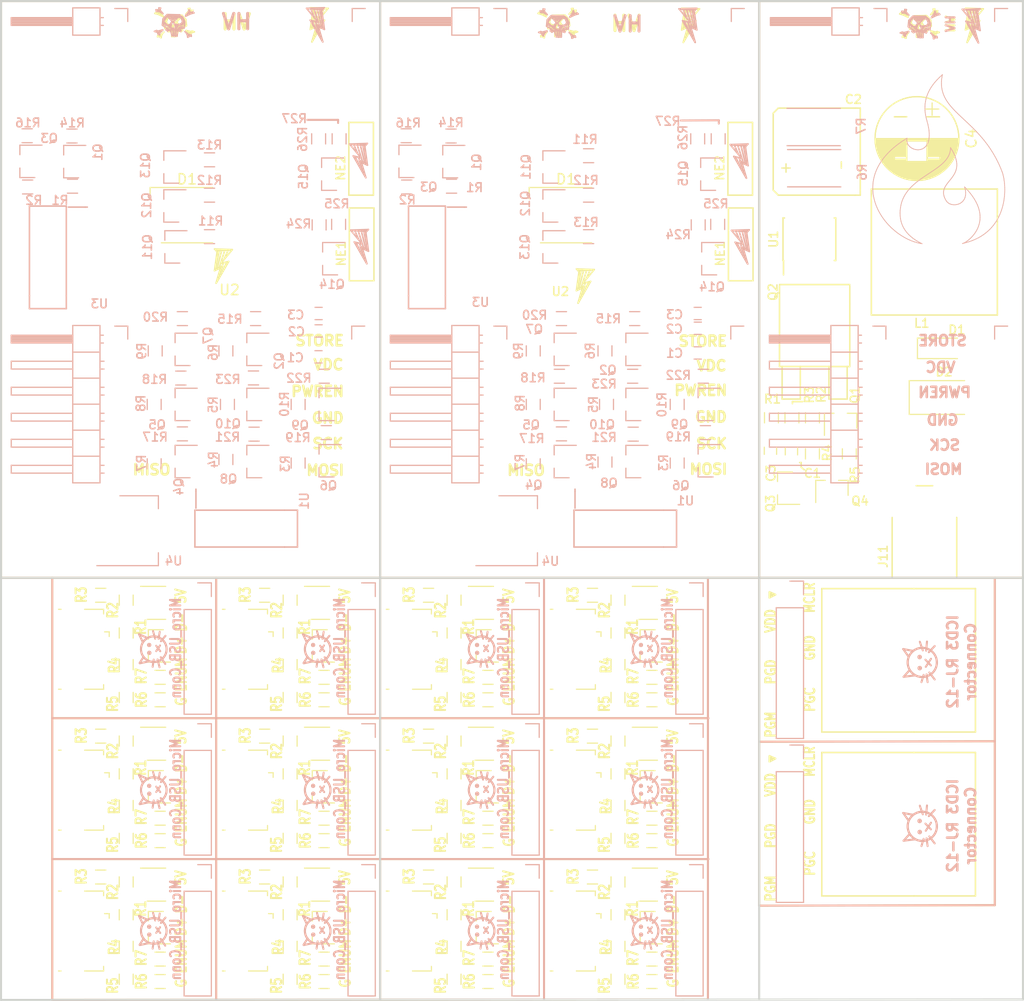
<source format=kicad_pcb>
(kicad_pcb (version 4) (host pcbnew 4.0.7)
  (layers (0 F.Cu signal) (31 B.Cu signal) (34 B.Paste user) (35 F.Paste user) (36 B.SilkS user) (37 F.SilkS user) (38 B.Mask user) (39 F.Mask user) (44 Edge.Cuts user))
  (net 0 "")
  (gr_line (start 93.0595 -98.40712) (end 92.20952 -98.40712) (layer B.SilkS) (width 0.2125))
  (gr_line (start 92.61427 -98.40712) (end 92.61427 -97.92142) (layer B.SilkS) (width 0.2125))
  (gr_line (start 93.0595 -97.92142) (end 92.20952 -97.92142) (layer B.SilkS) (width 0.2125))
  (gr_line (start 92.20952 -97.63808) (end 93.0595 -97.35475) (layer B.SilkS) (width 0.2125))
  (gr_line (start 93.0595 -97.35475) (end 92.20952 -97.07141) (layer B.SilkS) (width 0.2125))
  (gr_line (start 94.04284 -66.44523) (end 93.89999 -66.39761) (layer B.SilkS) (width 0.25))
  (gr_line (start 93.89999 -66.39761) (end 93.66189 -66.39761) (layer B.SilkS) (width 0.25))
  (gr_line (start 93.66189 -66.39761) (end 93.56667 -66.44523) (layer B.SilkS) (width 0.25))
  (gr_line (start 93.56667 -66.44523) (end 93.51904 -66.49286) (layer B.SilkS) (width 0.25))
  (gr_line (start 93.51904 -66.49286) (end 93.47142 -66.58808) (layer B.SilkS) (width 0.25))
  (gr_line (start 93.47142 -66.58808) (end 93.47142 -66.68333) (layer B.SilkS) (width 0.25))
  (gr_line (start 93.47142 -66.68333) (end 93.51904 -66.77856) (layer B.SilkS) (width 0.25))
  (gr_line (start 93.51904 -66.77856) (end 93.56667 -66.82618) (layer B.SilkS) (width 0.25))
  (gr_line (start 93.56667 -66.82618) (end 93.66189 -66.87381) (layer B.SilkS) (width 0.25))
  (gr_line (start 93.66189 -66.87381) (end 93.85237 -66.92141) (layer B.SilkS) (width 0.25))
  (gr_line (start 93.85237 -66.92141) (end 93.94762 -66.96903) (layer B.SilkS) (width 0.25))
  (gr_line (start 93.94762 -66.96903) (end 93.99521 -67.01666) (layer B.SilkS) (width 0.25))
  (gr_line (start 93.99521 -67.01666) (end 94.04284 -67.11188) (layer B.SilkS) (width 0.25))
  (gr_line (start 94.04284 -67.11188) (end 94.04284 -67.20713) (layer B.SilkS) (width 0.25))
  (gr_line (start 94.04284 -67.20713) (end 93.99521 -67.30238) (layer B.SilkS) (width 0.25))
  (gr_line (start 93.99521 -67.30238) (end 93.94762 -67.34998) (layer B.SilkS) (width 0.25))
  (gr_line (start 93.94762 -67.34998) (end 93.85237 -67.3976) (layer B.SilkS) (width 0.25))
  (gr_line (start 93.85237 -67.3976) (end 93.61427 -67.3976) (layer B.SilkS) (width 0.25))
  (gr_line (start 93.61427 -67.3976) (end 93.47142 -67.34998) (layer B.SilkS) (width 0.25))
  (gr_line (start 93.18569 -67.3976) (end 92.61427 -67.3976) (layer B.SilkS) (width 0.25))
  (gr_line (start 92.89999 -66.39761) (end 92.89999 -67.3976) (layer B.SilkS) (width 0.25))
  (gr_line (start 92.09047 -67.3976) (end 91.89999 -67.3976) (layer B.SilkS) (width 0.25))
  (gr_line (start 91.89999 -67.3976) (end 91.80474 -67.34998) (layer B.SilkS) (width 0.25))
  (gr_line (start 91.80474 -67.34998) (end 91.70952 -67.25476) (layer B.SilkS) (width 0.25))
  (gr_line (start 91.70952 -67.25476) (end 91.66189 -67.06428) (layer B.SilkS) (width 0.25))
  (gr_line (start 91.66189 -67.06428) (end 91.66189 -66.73093) (layer B.SilkS) (width 0.25))
  (gr_line (start 91.66189 -66.73093) (end 91.70952 -66.54046) (layer B.SilkS) (width 0.25))
  (gr_line (start 91.70952 -66.54046) (end 91.80474 -66.44523) (layer B.SilkS) (width 0.25))
  (gr_line (start 91.80474 -66.44523) (end 91.89999 -66.39761) (layer B.SilkS) (width 0.25))
  (gr_line (start 91.89999 -66.39761) (end 92.09047 -66.39761) (layer B.SilkS) (width 0.25))
  (gr_line (start 92.09047 -66.39761) (end 92.18569 -66.44523) (layer B.SilkS) (width 0.25))
  (gr_line (start 92.18569 -66.44523) (end 92.28094 -66.54046) (layer B.SilkS) (width 0.25))
  (gr_line (start 92.28094 -66.54046) (end 92.32857 -66.73093) (layer B.SilkS) (width 0.25))
  (gr_line (start 92.32857 -66.73093) (end 92.32857 -67.06428) (layer B.SilkS) (width 0.25))
  (gr_line (start 92.32857 -67.06428) (end 92.28094 -67.25476) (layer B.SilkS) (width 0.25))
  (gr_line (start 92.28094 -67.25476) (end 92.18569 -67.34998) (layer B.SilkS) (width 0.25))
  (gr_line (start 92.18569 -67.34998) (end 92.09047 -67.3976) (layer B.SilkS) (width 0.25))
  (gr_line (start 90.6619 -66.39761) (end 90.99522 -66.87381) (layer B.SilkS) (width 0.25))
  (gr_line (start 91.23332 -66.39761) (end 91.23332 -67.3976) (layer B.SilkS) (width 0.25))
  (gr_line (start 91.23332 -67.3976) (end 90.85237 -67.3976) (layer B.SilkS) (width 0.25))
  (gr_line (start 90.85237 -67.3976) (end 90.75712 -67.34998) (layer B.SilkS) (width 0.25))
  (gr_line (start 90.75712 -67.34998) (end 90.70952 -67.30238) (layer B.SilkS) (width 0.25))
  (gr_line (start 90.70952 -67.30238) (end 90.6619 -67.20713) (layer B.SilkS) (width 0.25))
  (gr_line (start 90.6619 -67.20713) (end 90.6619 -67.06428) (layer B.SilkS) (width 0.25))
  (gr_line (start 90.6619 -67.06428) (end 90.70952 -66.96903) (layer B.SilkS) (width 0.25))
  (gr_line (start 90.70952 -66.96903) (end 90.75712 -66.92141) (layer B.SilkS) (width 0.25))
  (gr_line (start 90.75712 -66.92141) (end 90.85237 -66.87381) (layer B.SilkS) (width 0.25))
  (gr_line (start 90.85237 -66.87381) (end 91.23332 -66.87381) (layer B.SilkS) (width 0.25))
  (gr_line (start 90.23332 -66.92141) (end 89.9 -66.92141) (layer B.SilkS) (width 0.25))
  (gr_line (start 89.75712 -66.39761) (end 90.23332 -66.39761) (layer B.SilkS) (width 0.25))
  (gr_line (start 90.23332 -66.39761) (end 90.23332 -67.3976) (layer B.SilkS) (width 0.25))
  (gr_line (start 90.23332 -67.3976) (end 89.75712 -67.3976) (layer B.SilkS) (width 0.25))
  (gr_line (start 93.03332 -64.79761) (end 92.69999 -63.79761) (layer B.SilkS) (width 0.25))
  (gr_line (start 92.69999 -63.79761) (end 92.36664 -64.79761) (layer B.SilkS) (width 0.25))
  (gr_line (start 92.03332 -63.79761) (end 92.03332 -64.79761) (layer B.SilkS) (width 0.25))
  (gr_line (start 92.03332 -64.79761) (end 91.79522 -64.79761) (layer B.SilkS) (width 0.25))
  (gr_line (start 91.79522 -64.79761) (end 91.65237 -64.74998) (layer B.SilkS) (width 0.25))
  (gr_line (start 91.65237 -64.74998) (end 91.55712 -64.65476) (layer B.SilkS) (width 0.25))
  (gr_line (start 91.55712 -64.65476) (end 91.50952 -64.55951) (layer B.SilkS) (width 0.25))
  (gr_line (start 91.50952 -64.55951) (end 91.46189 -64.36904) (layer B.SilkS) (width 0.25))
  (gr_line (start 91.46189 -64.36904) (end 91.46189 -64.22619) (layer B.SilkS) (width 0.25))
  (gr_line (start 91.46189 -64.22619) (end 91.50952 -64.03571) (layer B.SilkS) (width 0.25))
  (gr_line (start 91.50952 -64.03571) (end 91.55712 -63.94046) (layer B.SilkS) (width 0.25))
  (gr_line (start 91.55712 -63.94046) (end 91.65237 -63.84524) (layer B.SilkS) (width 0.25))
  (gr_line (start 91.65237 -63.84524) (end 91.79522 -63.79761) (layer B.SilkS) (width 0.25))
  (gr_line (start 91.79522 -63.79761) (end 92.03332 -63.79761) (layer B.SilkS) (width 0.25))
  (gr_line (start 90.4619 -63.89284) (end 90.50952 -63.84524) (layer B.SilkS) (width 0.25))
  (gr_line (start 90.50952 -63.84524) (end 90.65237 -63.79761) (layer B.SilkS) (width 0.25))
  (gr_line (start 90.65237 -63.79761) (end 90.7476 -63.79761) (layer B.SilkS) (width 0.25))
  (gr_line (start 90.7476 -63.79761) (end 90.89047 -63.84524) (layer B.SilkS) (width 0.25))
  (gr_line (start 90.89047 -63.84524) (end 90.9857 -63.94046) (layer B.SilkS) (width 0.25))
  (gr_line (start 90.9857 -63.94046) (end 91.03332 -64.03571) (layer B.SilkS) (width 0.25))
  (gr_line (start 91.03332 -64.03571) (end 91.08095 -64.22619) (layer B.SilkS) (width 0.25))
  (gr_line (start 91.08095 -64.22619) (end 91.08095 -64.36904) (layer B.SilkS) (width 0.25))
  (gr_line (start 91.08095 -64.36904) (end 91.03332 -64.55951) (layer B.SilkS) (width 0.25))
  (gr_line (start 91.03332 -64.55951) (end 90.9857 -64.65476) (layer B.SilkS) (width 0.25))
  (gr_line (start 90.9857 -64.65476) (end 90.89047 -64.74998) (layer B.SilkS) (width 0.25))
  (gr_line (start 90.89047 -64.74998) (end 90.7476 -64.79761) (layer B.SilkS) (width 0.25))
  (gr_line (start 90.7476 -64.79761) (end 90.65237 -64.79761) (layer B.SilkS) (width 0.25))
  (gr_line (start 90.65237 -64.79761) (end 90.50952 -64.74998) (layer B.SilkS) (width 0.25))
  (gr_line (start 90.50952 -64.74998) (end 90.4619 -64.70236) (layer B.SilkS) (width 0.25))
  (gr_line (start 94.40951 -61.3476) (end 94.40951 -62.3476) (layer B.SilkS) (width 0.25))
  (gr_line (start 94.40951 -62.3476) (end 94.02856 -62.3476) (layer B.SilkS) (width 0.25))
  (gr_line (start 94.02856 -62.3476) (end 93.93331 -62.29998) (layer B.SilkS) (width 0.25))
  (gr_line (start 93.93331 -62.29998) (end 93.88569 -62.25238) (layer B.SilkS) (width 0.25))
  (gr_line (start 93.88569 -62.25238) (end 93.83809 -62.15713) (layer B.SilkS) (width 0.25))
  (gr_line (start 93.83809 -62.15713) (end 93.83809 -62.01428) (layer B.SilkS) (width 0.25))
  (gr_line (start 93.83809 -62.01428) (end 93.88569 -61.91903) (layer B.SilkS) (width 0.25))
  (gr_line (start 93.88569 -61.91903) (end 93.93331 -61.87143) (layer B.SilkS) (width 0.25))
  (gr_line (start 93.93331 -61.87143) (end 94.02856 -61.8238) (layer B.SilkS) (width 0.25))
  (gr_line (start 94.02856 -61.8238) (end 94.40951 -61.8238) (layer B.SilkS) (width 0.25))
  (gr_line (start 93.50474 -62.3476) (end 93.26667 -61.3476) (layer B.SilkS) (width 0.25))
  (gr_line (start 93.26667 -61.3476) (end 93.07617 -62.0619) (layer B.SilkS) (width 0.25))
  (gr_line (start 93.07617 -62.0619) (end 92.88569 -61.3476) (layer B.SilkS) (width 0.25))
  (gr_line (start 92.88569 -61.3476) (end 92.64762 -62.3476) (layer B.SilkS) (width 0.25))
  (gr_line (start 91.69522 -61.3476) (end 92.02857 -61.8238) (layer B.SilkS) (width 0.25))
  (gr_line (start 92.26664 -61.3476) (end 92.26664 -62.3476) (layer B.SilkS) (width 0.25))
  (gr_line (start 92.26664 -62.3476) (end 91.88569 -62.3476) (layer B.SilkS) (width 0.25))
  (gr_line (start 91.88569 -62.3476) (end 91.79047 -62.29998) (layer B.SilkS) (width 0.25))
  (gr_line (start 91.79047 -62.29998) (end 91.74284 -62.25238) (layer B.SilkS) (width 0.25))
  (gr_line (start 91.74284 -62.25238) (end 91.69522 -62.15713) (layer B.SilkS) (width 0.25))
  (gr_line (start 91.69522 -62.15713) (end 91.69522 -62.01428) (layer B.SilkS) (width 0.25))
  (gr_line (start 91.69522 -62.01428) (end 91.74284 -61.91903) (layer B.SilkS) (width 0.25))
  (gr_line (start 91.74284 -61.91903) (end 91.79047 -61.87143) (layer B.SilkS) (width 0.25))
  (gr_line (start 91.79047 -61.87143) (end 91.88569 -61.8238) (layer B.SilkS) (width 0.25))
  (gr_line (start 91.88569 -61.8238) (end 92.26664 -61.8238) (layer B.SilkS) (width 0.25))
  (gr_line (start 91.26665 -61.87143) (end 90.93332 -61.87143) (layer B.SilkS) (width 0.25))
  (gr_line (start 90.79047 -61.3476) (end 91.26665 -61.3476) (layer B.SilkS) (width 0.25))
  (gr_line (start 91.26665 -61.3476) (end 91.26665 -62.3476) (layer B.SilkS) (width 0.25))
  (gr_line (start 91.26665 -62.3476) (end 90.79047 -62.3476) (layer B.SilkS) (width 0.25))
  (gr_line (start 90.3619 -61.3476) (end 90.3619 -62.3476) (layer B.SilkS) (width 0.25))
  (gr_line (start 90.3619 -62.3476) (end 89.79047 -61.3476) (layer B.SilkS) (width 0.25))
  (gr_line (start 89.79047 -61.3476) (end 89.79047 -62.3476) (layer B.SilkS) (width 0.25))
  (gr_line (start 92.66189 -59.59998) (end 92.75712 -59.64761) (layer B.SilkS) (width 0.25))
  (gr_line (start 92.75712 -59.64761) (end 92.89999 -59.64761) (layer B.SilkS) (width 0.25))
  (gr_line (start 92.89999 -59.64761) (end 93.04284 -59.59998) (layer B.SilkS) (width 0.25))
  (gr_line (start 93.04284 -59.59998) (end 93.13809 -59.50476) (layer B.SilkS) (width 0.25))
  (gr_line (start 93.13809 -59.50476) (end 93.18569 -59.40951) (layer B.SilkS) (width 0.25))
  (gr_line (start 93.18569 -59.40951) (end 93.23332 -59.21903) (layer B.SilkS) (width 0.25))
  (gr_line (start 93.23332 -59.21903) (end 93.23332 -59.07618) (layer B.SilkS) (width 0.25))
  (gr_line (start 93.23332 -59.07618) (end 93.18569 -58.88571) (layer B.SilkS) (width 0.25))
  (gr_line (start 93.18569 -58.88571) (end 93.13809 -58.79046) (layer B.SilkS) (width 0.25))
  (gr_line (start 93.13809 -58.79046) (end 93.04284 -58.69523) (layer B.SilkS) (width 0.25))
  (gr_line (start 93.04284 -58.69523) (end 92.89999 -58.64761) (layer B.SilkS) (width 0.25))
  (gr_line (start 92.89999 -58.64761) (end 92.80474 -58.64761) (layer B.SilkS) (width 0.25))
  (gr_line (start 92.80474 -58.64761) (end 92.66189 -58.69523) (layer B.SilkS) (width 0.25))
  (gr_line (start 92.66189 -58.69523) (end 92.61427 -58.74283) (layer B.SilkS) (width 0.25))
  (gr_line (start 92.61427 -58.74283) (end 92.61427 -59.07618) (layer B.SilkS) (width 0.25))
  (gr_line (start 92.61427 -59.07618) (end 92.80474 -59.07618) (layer B.SilkS) (width 0.25))
  (gr_line (start 92.18569 -58.64761) (end 92.18569 -59.64761) (layer B.SilkS) (width 0.25))
  (gr_line (start 92.18569 -59.64761) (end 91.61427 -58.64761) (layer B.SilkS) (width 0.25))
  (gr_line (start 91.61427 -58.64761) (end 91.61427 -59.64761) (layer B.SilkS) (width 0.25))
  (gr_line (start 91.13807 -58.64761) (end 91.13807 -59.64761) (layer B.SilkS) (width 0.25))
  (gr_line (start 91.13807 -59.64761) (end 90.9 -59.64761) (layer B.SilkS) (width 0.25))
  (gr_line (start 90.9 -59.64761) (end 90.75712 -59.59998) (layer B.SilkS) (width 0.25))
  (gr_line (start 90.75712 -59.59998) (end 90.6619 -59.50476) (layer B.SilkS) (width 0.25))
  (gr_line (start 90.6619 -59.50476) (end 90.61427 -59.40951) (layer B.SilkS) (width 0.25))
  (gr_line (start 90.61427 -59.40951) (end 90.56665 -59.21903) (layer B.SilkS) (width 0.25))
  (gr_line (start 90.56665 -59.21903) (end 90.56665 -59.07618) (layer B.SilkS) (width 0.25))
  (gr_line (start 90.56665 -59.07618) (end 90.61427 -58.88571) (layer B.SilkS) (width 0.25))
  (gr_line (start 90.61427 -58.88571) (end 90.6619 -58.79046) (layer B.SilkS) (width 0.25))
  (gr_line (start 90.6619 -58.79046) (end 90.75712 -58.69523) (layer B.SilkS) (width 0.25))
  (gr_line (start 90.75712 -58.69523) (end 90.9 -58.64761) (layer B.SilkS) (width 0.25))
  (gr_line (start 90.9 -58.64761) (end 91.13807 -58.64761) (layer B.SilkS) (width 0.25))
  (gr_line (start 93.38569 -56.24523) (end 93.24284 -56.1976) (layer B.SilkS) (width 0.25))
  (gr_line (start 93.24284 -56.1976) (end 93.00474 -56.1976) (layer B.SilkS) (width 0.25))
  (gr_line (start 93.00474 -56.1976) (end 92.90952 -56.24523) (layer B.SilkS) (width 0.25))
  (gr_line (start 92.90952 -56.24523) (end 92.86189 -56.29285) (layer B.SilkS) (width 0.25))
  (gr_line (start 92.86189 -56.29285) (end 92.81427 -56.38808) (layer B.SilkS) (width 0.25))
  (gr_line (start 92.81427 -56.38808) (end 92.81427 -56.48333) (layer B.SilkS) (width 0.25))
  (gr_line (start 92.81427 -56.48333) (end 92.86189 -56.57855) (layer B.SilkS) (width 0.25))
  (gr_line (start 92.86189 -56.57855) (end 92.90952 -56.62618) (layer B.SilkS) (width 0.25))
  (gr_line (start 92.90952 -56.62618) (end 93.00474 -56.6738) (layer B.SilkS) (width 0.25))
  (gr_line (start 93.00474 -56.6738) (end 93.19522 -56.72143) (layer B.SilkS) (width 0.25))
  (gr_line (start 93.19522 -56.72143) (end 93.29047 -56.76903) (layer B.SilkS) (width 0.25))
  (gr_line (start 93.29047 -56.76903) (end 93.33809 -56.81665) (layer B.SilkS) (width 0.25))
  (gr_line (start 93.33809 -56.81665) (end 93.38569 -56.9119) (layer B.SilkS) (width 0.25))
  (gr_line (start 93.38569 -56.9119) (end 93.38569 -57.00713) (layer B.SilkS) (width 0.25))
  (gr_line (start 93.38569 -57.00713) (end 93.33809 -57.10238) (layer B.SilkS) (width 0.25))
  (gr_line (start 93.33809 -57.10238) (end 93.29047 -57.15) (layer B.SilkS) (width 0.25))
  (gr_line (start 93.29047 -57.15) (end 93.19522 -57.1976) (layer B.SilkS) (width 0.25))
  (gr_line (start 93.19522 -57.1976) (end 92.95714 -57.1976) (layer B.SilkS) (width 0.25))
  (gr_line (start 92.95714 -57.1976) (end 92.81427 -57.15) (layer B.SilkS) (width 0.25))
  (gr_line (start 91.81427 -56.29285) (end 91.86189 -56.24523) (layer B.SilkS) (width 0.25))
  (gr_line (start 91.86189 -56.24523) (end 92.00474 -56.1976) (layer B.SilkS) (width 0.25))
  (gr_line (start 92.00474 -56.1976) (end 92.09999 -56.1976) (layer B.SilkS) (width 0.25))
  (gr_line (start 92.09999 -56.1976) (end 92.24284 -56.24523) (layer B.SilkS) (width 0.25))
  (gr_line (start 92.24284 -56.24523) (end 92.33809 -56.34045) (layer B.SilkS) (width 0.25))
  (gr_line (start 92.33809 -56.34045) (end 92.38569 -56.4357) (layer B.SilkS) (width 0.25))
  (gr_line (start 92.38569 -56.4357) (end 92.43332 -56.62618) (layer B.SilkS) (width 0.25))
  (gr_line (start 92.43332 -56.62618) (end 92.43332 -56.76903) (layer B.SilkS) (width 0.25))
  (gr_line (start 92.43332 -56.76903) (end 92.38569 -56.9595) (layer B.SilkS) (width 0.25))
  (gr_line (start 92.38569 -56.9595) (end 92.33809 -57.05475) (layer B.SilkS) (width 0.25))
  (gr_line (start 92.33809 -57.05475) (end 92.24284 -57.15) (layer B.SilkS) (width 0.25))
  (gr_line (start 92.24284 -57.15) (end 92.09999 -57.1976) (layer B.SilkS) (width 0.25))
  (gr_line (start 92.09999 -57.1976) (end 92.00474 -57.1976) (layer B.SilkS) (width 0.25))
  (gr_line (start 92.00474 -57.1976) (end 91.86189 -57.15) (layer B.SilkS) (width 0.25))
  (gr_line (start 91.86189 -57.15) (end 91.81427 -57.10238) (layer B.SilkS) (width 0.25))
  (gr_line (start 91.38569 -56.1976) (end 91.38569 -57.1976) (layer B.SilkS) (width 0.25))
  (gr_line (start 90.81427 -56.1976) (end 91.24285 -56.76903) (layer B.SilkS) (width 0.25))
  (gr_line (start 90.81427 -57.1976) (end 91.38569 -56.62618) (layer B.SilkS) (width 0.25))
  (gr_line (start 93.57142 -53.84762) (end 93.57142 -54.84762) (layer B.SilkS) (width 0.25))
  (gr_line (start 93.57142 -54.84762) (end 93.23809 -54.13332) (layer B.SilkS) (width 0.25))
  (gr_line (start 93.23809 -54.13332) (end 92.90474 -54.84762) (layer B.SilkS) (width 0.25))
  (gr_line (start 92.90474 -54.84762) (end 92.90474 -53.84762) (layer B.SilkS) (width 0.25))
  (gr_line (start 92.23809 -54.84762) (end 92.04759 -54.84762) (layer B.SilkS) (width 0.25))
  (gr_line (start 92.04759 -54.84762) (end 91.95237 -54.79999) (layer B.SilkS) (width 0.25))
  (gr_line (start 91.95237 -54.79999) (end 91.85712 -54.70474) (layer B.SilkS) (width 0.25))
  (gr_line (start 91.85712 -54.70474) (end 91.80952 -54.51427) (layer B.SilkS) (width 0.25))
  (gr_line (start 91.80952 -54.51427) (end 91.80952 -54.18094) (layer B.SilkS) (width 0.25))
  (gr_line (start 91.80952 -54.18094) (end 91.85712 -53.99047) (layer B.SilkS) (width 0.25))
  (gr_line (start 91.85712 -53.99047) (end 91.95237 -53.89522) (layer B.SilkS) (width 0.25))
  (gr_line (start 91.95237 -53.89522) (end 92.04759 -53.84762) (layer B.SilkS) (width 0.25))
  (gr_line (start 92.04759 -53.84762) (end 92.23809 -53.84762) (layer B.SilkS) (width 0.25))
  (gr_line (start 92.23809 -53.84762) (end 92.33332 -53.89522) (layer B.SilkS) (width 0.25))
  (gr_line (start 92.33332 -53.89522) (end 92.42857 -53.99047) (layer B.SilkS) (width 0.25))
  (gr_line (start 92.42857 -53.99047) (end 92.47617 -54.18094) (layer B.SilkS) (width 0.25))
  (gr_line (start 92.47617 -54.18094) (end 92.47617 -54.51427) (layer B.SilkS) (width 0.25))
  (gr_line (start 92.47617 -54.51427) (end 92.42857 -54.70474) (layer B.SilkS) (width 0.25))
  (gr_line (start 92.42857 -54.70474) (end 92.33332 -54.79999) (layer B.SilkS) (width 0.25))
  (gr_line (start 92.33332 -54.79999) (end 92.23809 -54.84762) (layer B.SilkS) (width 0.25))
  (gr_line (start 91.42857 -53.89522) (end 91.2857 -53.84762) (layer B.SilkS) (width 0.25))
  (gr_line (start 91.2857 -53.84762) (end 91.0476 -53.84762) (layer B.SilkS) (width 0.25))
  (gr_line (start 91.0476 -53.84762) (end 90.95237 -53.89522) (layer B.SilkS) (width 0.25))
  (gr_line (start 90.95237 -53.89522) (end 90.90475 -53.94284) (layer B.SilkS) (width 0.25))
  (gr_line (start 90.90475 -53.94284) (end 90.85712 -54.03809) (layer B.SilkS) (width 0.25))
  (gr_line (start 90.85712 -54.03809) (end 90.85712 -54.13332) (layer B.SilkS) (width 0.25))
  (gr_line (start 90.85712 -54.13332) (end 90.90475 -54.22857) (layer B.SilkS) (width 0.25))
  (gr_line (start 90.90475 -54.22857) (end 90.95237 -54.27617) (layer B.SilkS) (width 0.25))
  (gr_line (start 90.95237 -54.27617) (end 91.0476 -54.32379) (layer B.SilkS) (width 0.25))
  (gr_line (start 91.0476 -54.32379) (end 91.23807 -54.37142) (layer B.SilkS) (width 0.25))
  (gr_line (start 91.23807 -54.37142) (end 91.33332 -54.41904) (layer B.SilkS) (width 0.25))
  (gr_line (start 91.33332 -54.41904) (end 91.38095 -54.46664) (layer B.SilkS) (width 0.25))
  (gr_line (start 91.38095 -54.46664) (end 91.42857 -54.56189) (layer B.SilkS) (width 0.25))
  (gr_line (start 91.42857 -54.56189) (end 91.42857 -54.65714) (layer B.SilkS) (width 0.25))
  (gr_line (start 91.42857 -54.65714) (end 91.38095 -54.75237) (layer B.SilkS) (width 0.25))
  (gr_line (start 91.38095 -54.75237) (end 91.33332 -54.79999) (layer B.SilkS) (width 0.25))
  (gr_line (start 91.33332 -54.79999) (end 91.23807 -54.84762) (layer B.SilkS) (width 0.25))
  (gr_line (start 91.23807 -54.84762) (end 91 -54.84762) (layer B.SilkS) (width 0.25))
  (gr_line (start 91 -54.84762) (end 90.85712 -54.79999) (layer B.SilkS) (width 0.25))
  (gr_line (start 90.42855 -53.84762) (end 90.42855 -54.84762) (layer B.SilkS) (width 0.25))
  (gr_line (start 94.85998 -99.12998) (end 95.31998 -97.27999) (layer B.SilkS) (width 0.153))
  (gr_line (start 95.18998 -99.09) (end 95.28 -98.69) (layer B.SilkS) (width 0.153))
  (gr_line (start 94.17599 -98.031) (end 95.38998 -95.90999) (layer B.SilkS) (width 0.153))
  (gr_line (start 95.25 -96.28998) (end 94.88998 -97.40999) (layer B.SilkS) (width 0.153))
  (gr_line (start 94.58 -99.06) (end 95.11 -97.37999) (layer B.SilkS) (width 0.153))
  (gr_line (start 94.36999 -97.95998) (end 94.81 -96.98998) (layer B.SilkS) (width 0.153))
  (gr_line (start 94.76199 -97.57948) (end 95.14599 -96.51878) (layer B.SilkS) (width 0.153))
  (gr_line (start 95.41599 -95.91078) (end 94.97898 -97.3931) (layer B.SilkS) (width 0.153))
  (gr_line (start 95.23999 -98.96998) (end 95.30999 -99.16998) (layer B.SilkS) (width 0.153))
  (gr_line (start 95.11 -99.20999) (end 95.15399 -98.86579) (layer B.SilkS) (width 0.153))
  (gr_line (start 95.55798 -99.24758) (end 93.82199 -99.1885) (layer B.SilkS) (width 0.153))
  (gr_line (start 94.97898 -97.3931) (end 95.56399 -97.12739) (layer B.SilkS) (width 0.153))
  (gr_line (start 95.45498 -97.31228) (end 94.76199 -97.57948) (layer B.SilkS) (width 0.153))
  (gr_line (start 94.24998 -99.09998) (end 94.58998 -98.30999) (layer B.SilkS) (width 0.153))
  (gr_line (start 94.08 -99.14999) (end 93.91998 -99.16) (layer B.SilkS) (width 0.153))
  (gr_line (start 93.82199 -99.1885) (end 94.93199 -97.84789) (layer B.SilkS) (width 0.153))
  (gr_line (start 95.56399 -97.12739) (end 95.30999 -98.96998) (layer B.SilkS) (width 0.153))
  (gr_line (start 94.93199 -97.84789) (end 94.17599 -98.031) (layer B.SilkS) (width 0.153))
  (gr_line (start 95.28 -98.74999) (end 95.43999 -97.62) (layer B.SilkS) (width 0.153))
  (gr_line (start 95.02999 -99.09) (end 94.08 -99.14999) (layer B.SilkS) (width 0.153))
  (gr_line (start 95.22998 -99.12998) (end 95.23999 -98.96998) (layer B.SilkS) (width 0.153))
  (gr_line (start 95.399 -99.1724) (end 95.14599 -99.04118) (layer B.SilkS) (width 0.153))
  (gr_line (start 94.68 -97.89) (end 94.88 -97.45998) (layer B.SilkS) (width 0.153))
  (gr_line (start 95.48 -97.22998) (end 94.86999 -97.48998) (layer B.SilkS) (width 0.153))
  (gr_line (start 95.15399 -98.86579) (end 95.45498 -97.31228) (layer B.SilkS) (width 0.153))
  (gr_line (start 95.30999 -98.96998) (end 95.55798 -99.24758) (layer B.SilkS) (width 0.153))
  (gr_line (start 88.19998 -96.75) (end 87.77999 -96.88998) (layer B.SilkS) (width 0.153))
  (gr_line (start 91.11999 -96.35) (end 91.01999 -96.31998) (layer B.SilkS) (width 0.153))
  (gr_line (start 89.24999 -97.35) (end 89.45999 -97.66999) (layer B.SilkS) (width 0.153))
  (gr_line (start 90.50998 -97.72998) (end 90.25999 -97.56999) (layer B.SilkS) (width 0.153))
  (gr_line (start 89.43 -97.62998) (end 89.34999 -97.22998) (layer B.SilkS) (width 0.153))
  (gr_line (start 90.00998 -97.03999) (end 90.14998 -97.18998) (layer B.SilkS) (width 0.153))
  (gr_line (start 89.95999 -96.97999) (end 90.13998 -96.98998) (layer B.SilkS) (width 0.153))
  (gr_line (start 89.33 -97.59998) (end 89.50998 -97.75) (layer B.SilkS) (width 0.153))
  (gr_line (start 89.95999 -96.92998) (end 89.84999 -97.03999) (layer B.SilkS) (width 0.153))
  (gr_line (start 91.3 -98.59998) (end 91.08999 -98.77999) (layer B.SilkS) (width 0.153))
  (gr_line (start 91.51998 -98.79) (end 91.32999 -98.69) (layer B.SilkS) (width 0.153))
  (gr_line (start 91 -96.50999) (end 90.88999 -96.72) (layer B.SilkS) (width 0.153))
  (gr_line (start 90.53998 -98.25998) (end 90.73998 -97.82) (layer B.SilkS) (width 0.153))
  (gr_line (start 90.00998 -97.38998) (end 90.2 -97.55998) (layer B.SilkS) (width 0.153))
  (gr_line (start 89.40998 -97.15) (end 89.80998 -97.15998) (layer B.SilkS) (width 0.153))
  (gr_line (start 90.27 -97.48998) (end 90.65999 -97.77999) (layer B.SilkS) (width 0.153))
  (gr_line (start 90.5 -97.35) (end 90.20998 -97.28998) (layer B.SilkS) (width 0.153))
  (gr_line (start 88.59998 -97.02) (end 88.29998 -96.75) (layer B.SilkS) (width 0.153))
  (gr_line (start 91.04998 -98.60999) (end 91.11999 -98.62) (layer B.SilkS) (width 0.153))
  (gr_line (start 89.80998 -97.53999) (end 90.45999 -97.59998) (layer B.SilkS) (width 0.153))
  (gr_line (start 90.65999 -97.22) (end 90.11999 -97.12998) (layer B.SilkS) (width 0.153))
  (gr_line (start 89.50998 -96.43999) (end 89.31999 -97.05998) (layer B.SilkS) (width 0.153))
  (gr_line (start 90.31999 -96.87999) (end 90.06997 -96.97999) (layer B.SilkS) (width 0.153))
  (gr_line (start 88.54999 -97.02) (end 88.11999 -96.90999) (layer B.SilkS) (width 0.153))
  (gr_line (start 88.83998 -97.58998) (end 88.71999 -97.63999) (layer B.SilkS) (width 0.153))
  (gr_line (start 91.07 -96.58998) (end 91.34998 -96.52998) (layer B.SilkS) (width 0.153))
  (gr_line (start 89.87998 -97.38998) (end 90.05999 -97.46999) (layer B.SilkS) (width 0.153))
  (gr_line (start 89.57998 -97.03999) (end 89.65999 -96.48) (layer B.SilkS) (width 0.153))
  (gr_line (start 88.90998 -97.02) (end 89 -97.25) (layer B.SilkS) (width 0.153))
  (gr_line (start 90.65999 -97.83999) (end 90.48999 -97.52998) (layer B.SilkS) (width 0.153))
  (gr_line (start 91.13998 -96.46999) (end 91.11999 -96.35) (layer B.SilkS) (width 0.153))
  (gr_line (start 90.53998 -97.82998) (end 90.37998 -98.19998) (layer B.SilkS) (width 0.153))
  (gr_line (start 89.21999 -97.03999) (end 89.05999 -96.90999) (layer B.SilkS) (width 0.153))
  (gr_line (start 89.73 -97.57999) (end 89.93 -97.15998) (layer B.SilkS) (width 0.153))
  (gr_line (start 88.19998 -96.85998) (end 88.56 -97.02) (layer B.SilkS) (width 0.153))
  (gr_line (start 88.29998 -96.75) (end 88.24999 -96.55) (layer B.SilkS) (width 0.153))
  (gr_line (start 90.03 -97.32) (end 89.75999 -97.19998) (layer B.SilkS) (width 0.153))
  (gr_line (start 89.83 -97.07999) (end 89.90998 -97.06999) (layer B.SilkS) (width 0.153))
  (gr_line (start 89.15999 -97.33999) (end 89.48999 -97.85998) (layer B.SilkS) (width 0.153))
  (gr_line (start 90.72999 -97.83999) (end 90.67 -97.20999) (layer B.SilkS) (width 0.153))
  (gr_line (start 90.82999 -98.36998) (end 91.3 -98.59998) (layer B.SilkS) (width 0.153))
  (gr_line (start 91.08999 -98.77999) (end 90.80998 -98.39998) (layer B.SilkS) (width 0.153))
  (gr_line (start 91.01999 -96.31998) (end 91 -96.50999) (layer B.SilkS) (width 0.153))
  (gr_line (start 91.37 -96.40999) (end 91.13998 -96.46999) (layer B.SilkS) (width 0.153))
  (gr_line (start 89.1 -96.92) (end 88.93 -97.03999) (layer B.SilkS) (width 0.153))
  (gr_line (start 88.86998 -97.48998) (end 89.4 -97.52998) (layer B.SilkS) (width 0.153))
  (gr_line (start 90.74998 -96.86999) (end 91.07 -96.58998) (layer B.SilkS) (width 0.153))
  (gr_line (start 89.91999 -98.29998) (end 90.38999 -98.24999) (layer B.SilkS) (width 0.153))
  (gr_line (start 91.34998 -96.52998) (end 91.37 -96.40999) (layer B.SilkS) (width 0.153))
  (gr_line (start 90.65999 -97.77999) (end 90.38999 -98.23999) (layer B.SilkS) (width 0.153))
  (gr_line (start 89.65999 -96.48) (end 89.57998 -97.03999) (layer B.SilkS) (width 0.153))
  (gr_line (start 90.48999 -97.80999) (end 90.4 -97.52) (layer B.SilkS) (width 0.153))
  (gr_line (start 91.32999 -98.69) (end 91.11999 -98.94999) (layer B.SilkS) (width 0.153))
  (gr_line (start 89.93 -96.43999) (end 89.7 -96.42998) (layer B.SilkS) (width 0.153))
  (gr_line (start 89.10998 -97.12998) (end 89.23 -97.03999) (layer B.SilkS) (width 0.153))
  (gr_line (start 91.18999 -98.80999) (end 91.17 -98.99998) (layer B.SilkS) (width 0.153))
  (gr_line (start 89.26998 -96.98998) (end 88.98999 -97.16999) (layer B.SilkS) (width 0.153))
  (gr_line (start 89.7 -96.42998) (end 89.5 -96.48) (layer B.SilkS) (width 0.153))
  (gr_line (start 90.52999 -98.26998) (end 90.21999 -98.49998) (layer B.SilkS) (width 0.153))
  (gr_line (start 90.38999 -98.23999) (end 90.10998 -98.42998) (layer B.SilkS) (width 0.153))
  (gr_line (start 90.20998 -97.10999) (end 90.35999 -96.96999) (layer B.SilkS) (width 0.153))
  (gr_line (start 89.78999 -96.99998) (end 89.83 -96.48998) (layer B.SilkS) (width 0.153))
  (gr_line (start 89.81999 -97.12998) (end 89.23 -97.26999) (layer B.SilkS) (width 0.153))
  (gr_line (start 89.73 -97.05) (end 89.43998 -97.02998) (layer B.SilkS) (width 0.153))
  (gr_line (start 88.24999 -96.55) (end 88.10998 -96.65998) (layer B.SilkS) (width 0.153))
  (gr_line (start 89.36998 -98.12998) (end 89.90998 -98.29998) (layer B.SilkS) (width 0.153))
  (gr_line (start 89.81999 -98.19998) (end 89.57998 -98.06998) (layer B.SilkS) (width 0.153))
  (gr_line (start 88.54999 -97.48998) (end 88.88999 -97.26999) (layer B.SilkS) (width 0.153))
  (gr_line (start 88.68999 -97.70999) (end 88.70998 -97.60999) (layer B.SilkS) (width 0.153))
  (gr_line (start 89.56998 -98.04999) (end 89.41999 -98.24999) (layer B.SilkS) (width 0.153))
  (gr_line (start 88.60998 -98.62) (end 88.31999 -98.94999) (layer B.SilkS) (width 0.153))
  (gr_line (start 88.24999 -98.96998) (end 87.93 -98.99998) (layer B.SilkS) (width 0.153))
  (gr_line (start 88.31999 -98.94999) (end 88.36998 -99.16) (layer B.SilkS) (width 0.153))
  (gr_line (start 88.24999 -98.83999) (end 88.47999 -98.69) (layer B.SilkS) (width 0.153))
  (gr_line (start 88.60998 -98.10999) (end 89 -98.52) (layer B.SilkS) (width 0.153))
  (gr_line (start 89.13 -98.39) (end 90.07998 -98.36998) (layer B.SilkS) (width 0.153))
  (gr_line (start 89.7 -97.89998) (end 89.60998 -97.79) (layer B.SilkS) (width 0.153))
  (gr_line (start 89.60998 -97.79) (end 89.74999 -97.60999) (layer B.SilkS) (width 0.153))
  (gr_line (start 89.14999 -98.42998) (end 89.46998 -98.25998) (layer B.SilkS) (width 0.153))
  (gr_line (start 88.54999 -97.52) (end 88.60998 -98.09) (layer B.SilkS) (width 0.153))
  (gr_line (start 88.36998 -99.16) (end 88.20998 -99.16998) (layer B.SilkS) (width 0.153))
  (gr_line (start 90.15999 -98.37999) (end 89.7 -97.89998) (layer B.SilkS) (width 0.153))
  (gr_line (start 89.14999 -97.39998) (end 88.74999 -97.75998) (layer B.SilkS) (width 0.153))
  (gr_line (start 89.03998 -98.52998) (end 90.20998 -98.49998) (layer B.SilkS) (width 0.153))
  (gr_line (start 89.90998 -98.29998) (end 89.98999 -98.19) (layer B.SilkS) (width 0.153))
  (gr_line (start 90.07998 -98.36998) (end 89.98999 -98.23999) (layer B.SilkS) (width 0.153))
  (gr_line (start 89.83998 -98.30999) (end 89.36998 -98.12998) (layer B.SilkS) (width 0.153))
  (gr_line (start 90.10998 -98.42998) (end 89.04999 -98.42) (layer B.SilkS) (width 0.153))
  (gr_line (start 88.20998 -99.16998) (end 88.24999 -98.96998) (layer B.SilkS) (width 0.153))
  (gr_line (start 89.53 -97.82998) (end 89.03998 -98.36998) (layer B.SilkS) (width 0.153))
  (gr_line (start 87.96998 -98.83999) (end 88.24999 -98.83999) (layer B.SilkS) (width 0.153))
  (gr_line (start 89.23998 -98.19) (end 89.13 -98.25998) (layer B.SilkS) (width 0.153))
  (gr_line (start 88.66998 -97.99998) (end 88.63 -97.48998) (layer B.SilkS) (width 0.153))
  (gr_line (start 89.04999 -98.42) (end 88.66998 -97.99998) (layer B.SilkS) (width 0.153))
  (gr_line (start 87.93 -98.99998) (end 87.96998 -98.83999) (layer B.SilkS) (width 0.153))
  (gr_line (start 88.90998 -98.22) (end 88.66998 -97.87999) (layer B.SilkS) (width 0.153))
  (gr_line (start 87.77999 -96.88998) (end 87.97999 -96.96999) (layer B.SilkS) (width 0.153))
  (gr_line (start 87.97999 -96.96999) (end 88.19998 -96.85998) (layer B.SilkS) (width 0.153))
  (gr_line (start 88.10998 -96.65998) (end 88.19998 -96.75) (layer B.SilkS) (width 0.153))
  (gr_line (start 91.62999 -98.69) (end 91.51998 -98.79) (layer B.SilkS) (width 0.153))
  (gr_line (start 91.31999 -98.60999) (end 91.62999 -98.69) (layer B.SilkS) (width 0.153))
  (gr_line (start 90 -96.90999) (end 89.98999 -96.42998) (layer B.SilkS) (width 0.153))
  (gr_line (start 81.91998 -89.51999) (end 76.71999 -89.51999) (layer B.SilkS) (width 0.12))
  (gr_line (start 76.71999 -85.87999) (end 81.91998 -85.87999) (layer B.SilkS) (width 0.12))
  (gr_line (start 81.96999 -85.49998) (end 76.76998 -85.49998) (layer B.SilkS) (width 0.12))
  (gr_line (start 76.76998 -81.85998) (end 81.96999 -81.85998) (layer B.SilkS) (width 0.12))
  (gr_line (start 83.75998 -99.32998) (end 83.75998 -96.66999) (layer B.SilkS) (width 0.12))
  (gr_line (start 83.75998 -96.66999) (end 81.09999 -96.66999) (layer B.SilkS) (width 0.12))
  (gr_line (start 81.09999 -96.66999) (end 81.09999 -99.32998) (layer B.SilkS) (width 0.12))
  (gr_line (start 81.09999 -99.32998) (end 83.75998 -99.32998) (layer B.SilkS) (width 0.12))
  (gr_line (start 81.09999 -98.37999) (end 75.09998 -98.37999) (layer B.SilkS) (width 0.12))
  (gr_line (start 75.09998 -98.37999) (end 75.09998 -97.62) (layer B.SilkS) (width 0.12))
  (gr_line (start 75.09998 -97.62) (end 81.09999 -97.62) (layer B.SilkS) (width 0.12))
  (gr_line (start 81.09999 -98.32) (end 75.09998 -98.32) (layer B.SilkS) (width 0.12))
  (gr_line (start 81.09999 -98.19998) (end 75.09998 -98.19998) (layer B.SilkS) (width 0.12))
  (gr_line (start 81.09999 -98.07999) (end 75.09998 -98.07999) (layer B.SilkS) (width 0.12))
  (gr_line (start 81.09999 -97.95998) (end 75.09998 -97.95998) (layer B.SilkS) (width 0.12))
  (gr_line (start 81.09999 -97.83999) (end 75.09998 -97.83999) (layer B.SilkS) (width 0.12))
  (gr_line (start 81.09999 -97.72) (end 75.09998 -97.72) (layer B.SilkS) (width 0.12))
  (gr_line (start 84.08998 -98.37999) (end 83.75998 -98.37999) (layer B.SilkS) (width 0.12))
  (gr_line (start 84.08998 -97.62) (end 83.75998 -97.62) (layer B.SilkS) (width 0.12))
  (gr_line (start 86.46998 -97.99998) (end 86.46998 -99.26998) (layer B.SilkS) (width 0.12))
  (gr_line (start 86.46998 -99.26998) (end 85.19998 -99.26998) (layer B.SilkS) (width 0.12))
  (gr_line (start 98.24999 -68.26999) (end 96.97999 -68.26999) (layer B.SilkS) (width 0.12))
  (gr_line (start 96.97999 -68.26999) (end 96.97999 -66.99999) (layer B.SilkS) (width 0.12))
  (gr_line (start 83.65998 -68.32999) (end 83.65998 -52.97) (layer B.SilkS) (width 0.12))
  (gr_line (start 83.65998 -52.97) (end 80.99999 -52.97) (layer B.SilkS) (width 0.12))
  (gr_line (start 80.99999 -52.97) (end 80.99999 -68.32999) (layer B.SilkS) (width 0.12))
  (gr_line (start 80.99999 -68.32999) (end 83.65998 -68.32999) (layer B.SilkS) (width 0.12))
  (gr_line (start 80.99999 -67.37998) (end 74.99998 -67.37998) (layer B.SilkS) (width 0.12))
  (gr_line (start 74.99998 -67.37998) (end 74.99998 -66.61998) (layer B.SilkS) (width 0.12))
  (gr_line (start 74.99998 -66.61998) (end 80.99999 -66.61998) (layer B.SilkS) (width 0.12))
  (gr_line (start 80.99999 -67.31998) (end 74.99998 -67.31998) (layer B.SilkS) (width 0.12))
  (gr_line (start 80.99999 -67.19999) (end 74.99998 -67.19999) (layer B.SilkS) (width 0.12))
  (gr_line (start 80.99999 -67.07998) (end 74.99998 -67.07998) (layer B.SilkS) (width 0.12))
  (gr_line (start 80.99999 -66.95999) (end 74.99998 -66.95999) (layer B.SilkS) (width 0.12))
  (gr_line (start 80.99999 -66.84) (end 74.99998 -66.84) (layer B.SilkS) (width 0.12))
  (gr_line (start 80.99999 -66.71998) (end 74.99998 -66.71998) (layer B.SilkS) (width 0.12))
  (gr_line (start 83.98998 -67.37998) (end 83.65998 -67.37998) (layer B.SilkS) (width 0.12))
  (gr_line (start 83.98998 -66.61998) (end 83.65998 -66.61998) (layer B.SilkS) (width 0.12))
  (gr_line (start 83.65998 -65.72999) (end 80.99999 -65.72999) (layer B.SilkS) (width 0.12))
  (gr_line (start 80.99999 -64.83998) (end 74.99998 -64.83998) (layer B.SilkS) (width 0.12))
  (gr_line (start 74.99998 -64.83998) (end 74.99998 -64.07998) (layer B.SilkS) (width 0.12))
  (gr_line (start 74.99998 -64.07998) (end 80.99999 -64.07998) (layer B.SilkS) (width 0.12))
  (gr_line (start 84.05706 -64.83998) (end 83.65998 -64.83998) (layer B.SilkS) (width 0.12))
  (gr_line (start 84.05706 -64.07998) (end 83.65998 -64.07998) (layer B.SilkS) (width 0.12))
  (gr_line (start 83.65998 -63.18999) (end 80.99999 -63.18999) (layer B.SilkS) (width 0.12))
  (gr_line (start 80.99999 -62.29998) (end 74.99998 -62.29998) (layer B.SilkS) (width 0.12))
  (gr_line (start 74.99998 -62.29998) (end 74.99998 -61.53998) (layer B.SilkS) (width 0.12))
  (gr_line (start 74.99998 -61.53998) (end 80.99999 -61.53998) (layer B.SilkS) (width 0.12))
  (gr_line (start 84.05706 -62.29998) (end 83.65998 -62.29998) (layer B.SilkS) (width 0.12))
  (gr_line (start 84.05706 -61.53998) (end 83.65998 -61.53998) (layer B.SilkS) (width 0.12))
  (gr_line (start 83.65998 -60.64999) (end 80.99999 -60.64999) (layer B.SilkS) (width 0.12))
  (gr_line (start 80.99999 -59.75998) (end 74.99998 -59.75998) (layer B.SilkS) (width 0.12))
  (gr_line (start 74.99998 -59.75998) (end 74.99998 -58.99998) (layer B.SilkS) (width 0.12))
  (gr_line (start 74.99998 -58.99998) (end 80.99999 -58.99998) (layer B.SilkS) (width 0.12))
  (gr_line (start 84.05706 -59.75998) (end 83.65998 -59.75998) (layer B.SilkS) (width 0.12))
  (gr_line (start 84.05706 -58.99998) (end 83.65998 -58.99998) (layer B.SilkS) (width 0.12))
  (gr_line (start 83.65998 -58.10999) (end 80.99999 -58.10999) (layer B.SilkS) (width 0.12))
  (gr_line (start 80.99999 -57.21998) (end 74.99998 -57.21998) (layer B.SilkS) (width 0.12))
  (gr_line (start 74.99998 -57.21998) (end 74.99998 -56.45998) (layer B.SilkS) (width 0.12))
  (gr_line (start 74.99998 -56.45998) (end 80.99999 -56.45998) (layer B.SilkS) (width 0.12))
  (gr_line (start 84.05706 -57.21998) (end 83.65998 -57.21998) (layer B.SilkS) (width 0.12))
  (gr_line (start 84.05706 -56.45998) (end 83.65998 -56.45998) (layer B.SilkS) (width 0.12))
  (gr_line (start 83.65998 -55.56999) (end 80.99999 -55.56999) (layer B.SilkS) (width 0.12))
  (gr_line (start 80.99999 -54.67998) (end 74.99998 -54.67998) (layer B.SilkS) (width 0.12))
  (gr_line (start 74.99998 -54.67998) (end 74.99998 -53.91998) (layer B.SilkS) (width 0.12))
  (gr_line (start 74.99998 -53.91998) (end 80.99999 -53.91998) (layer B.SilkS) (width 0.12))
  (gr_line (start 84.05706 -54.67998) (end 83.65998 -54.67998) (layer B.SilkS) (width 0.12))
  (gr_line (start 84.05706 -53.91998) (end 83.65998 -53.91998) (layer B.SilkS) (width 0.12))
  (gr_line (start 86.36998 -66.99999) (end 86.36998 -68.26999) (layer B.SilkS) (width 0.12))
  (gr_line (start 86.36998 -68.26999) (end 85.09998 -68.26999) (layer B.SilkS) (width 0.12))
  (gr_line (start 98.24999 -99.26998) (end 96.97999 -99.26998) (layer B.SilkS) (width 0.12))
  (gr_line (start 96.97999 -99.26998) (end 96.97999 -97.99998) (layer B.SilkS) (width 0.12))
  (gr_line (start 91.87962 -92.80083) (end 91.87962 -92.80083) (layer B.SilkS))
  (gr_line (start 91.87962 -92.80083) (end 91.83947 -92.58374) (layer B.SilkS) (width 0.07467))
  (gr_line (start 91.83947 -92.58374) (end 91.81127 -92.37421) (layer B.SilkS) (width 0.07467))
  (gr_line (start 91.81127 -92.37421) (end 91.79469 -92.17185) (layer B.SilkS) (width 0.07467))
  (gr_line (start 91.79469 -92.17185) (end 91.78935 -91.97624) (layer B.SilkS) (width 0.07467))
  (gr_line (start 91.78935 -91.97624) (end 91.79491 -91.78707) (layer B.SilkS) (width 0.07467))
  (gr_line (start 91.79491 -91.78707) (end 91.81104 -91.60388) (layer B.SilkS) (width 0.07467))
  (gr_line (start 91.81104 -91.60388) (end 91.83733 -91.42631) (layer B.SilkS) (width 0.07467))
  (gr_line (start 91.83733 -91.42631) (end 91.87348 -91.254) (layer B.SilkS) (width 0.07467))
  (gr_line (start 91.87348 -91.254) (end 91.91909 -91.08653) (layer B.SilkS) (width 0.07467))
  (gr_line (start 91.91909 -91.08653) (end 91.97386 -90.92357) (layer B.SilkS) (width 0.07467))
  (gr_line (start 91.97386 -90.92357) (end 92.03736 -90.76466) (layer B.SilkS) (width 0.07467))
  (gr_line (start 92.03736 -90.76466) (end 92.10932 -90.6095) (layer B.SilkS) (width 0.07467))
  (gr_line (start 92.10932 -90.6095) (end 92.18933 -90.45763) (layer B.SilkS) (width 0.07467))
  (gr_line (start 92.18933 -90.45763) (end 92.27703 -90.30871) (layer B.SilkS) (width 0.07467))
  (gr_line (start 92.27703 -90.30871) (end 92.3721 -90.16235) (layer B.SilkS) (width 0.07467))
  (gr_line (start 92.3721 -90.16235) (end 92.47419 -90.01816) (layer B.SilkS) (width 0.07467))
  (gr_line (start 92.47419 -90.01816) (end 92.5829 -89.87574) (layer B.SilkS) (width 0.07467))
  (gr_line (start 92.5829 -89.87574) (end 92.69791 -89.73475) (layer B.SilkS) (width 0.07467))
  (gr_line (start 92.69791 -89.73475) (end 92.81886 -89.59477) (layer B.SilkS) (width 0.07467))
  (gr_line (start 92.81886 -89.59477) (end 92.94541 -89.4554) (layer B.SilkS) (width 0.07467))
  (gr_line (start 92.94541 -89.4554) (end 93.07716 -89.31631) (layer B.SilkS) (width 0.07467))
  (gr_line (start 93.07716 -89.31631) (end 93.21381 -89.17709) (layer B.SilkS) (width 0.07467))
  (gr_line (start 93.21381 -89.17709) (end 93.35496 -89.03734) (layer B.SilkS) (width 0.07467))
  (gr_line (start 93.35496 -89.03734) (end 93.50027 -88.8967) (layer B.SilkS) (width 0.07467))
  (gr_line (start 93.50027 -88.8967) (end 93.64942 -88.75476) (layer B.SilkS) (width 0.07467))
  (gr_line (start 93.64942 -88.75476) (end 93.80202 -88.61115) (layer B.SilkS) (width 0.07467))
  (gr_line (start 93.80202 -88.61115) (end 93.9577 -88.46551) (layer B.SilkS) (width 0.07467))
  (gr_line (start 93.9577 -88.46551) (end 94.11614 -88.31743) (layer B.SilkS) (width 0.07467))
  (gr_line (start 94.11614 -88.31743) (end 94.277 -88.1665) (layer B.SilkS) (width 0.07467))
  (gr_line (start 94.277 -88.1665) (end 94.43987 -88.0124) (layer B.SilkS) (width 0.07467))
  (gr_line (start 94.43987 -88.0124) (end 94.60443 -87.85469) (layer B.SilkS) (width 0.07467))
  (gr_line (start 94.60443 -87.85469) (end 94.77032 -87.69302) (layer B.SilkS) (width 0.07467))
  (gr_line (start 94.77032 -87.69302) (end 94.9372 -87.52698) (layer B.SilkS) (width 0.07467))
  (gr_line (start 94.9372 -87.52698) (end 95.10469 -87.35621) (layer B.SilkS) (width 0.07467))
  (gr_line (start 95.10469 -87.35621) (end 95.27245 -87.18032) (layer B.SilkS) (width 0.07467))
  (gr_line (start 95.27245 -87.18032) (end 95.44012 -86.99891) (layer B.SilkS) (width 0.07467))
  (gr_line (start 95.44012 -86.99891) (end 95.60735 -86.81161) (layer B.SilkS) (width 0.07467))
  (gr_line (start 95.60735 -86.81161) (end 95.7738 -86.61806) (layer B.SilkS) (width 0.07467))
  (gr_line (start 95.7738 -86.61806) (end 95.93908 -86.41781) (layer B.SilkS) (width 0.07467))
  (gr_line (start 95.93908 -86.41781) (end 96.10286 -86.21055) (layer B.SilkS) (width 0.07467))
  (gr_line (start 96.10286 -86.21055) (end 96.26478 -85.99584) (layer B.SilkS) (width 0.07467))
  (gr_line (start 96.26478 -85.99584) (end 96.42447 -85.77334) (layer B.SilkS) (width 0.07467))
  (gr_line (start 96.42447 -85.77334) (end 96.58162 -85.5426) (layer B.SilkS) (width 0.07467))
  (gr_line (start 96.58162 -85.5426) (end 96.73585 -85.30333) (layer B.SilkS) (width 0.07467))
  (gr_line (start 96.73585 -85.30333) (end 96.88678 -85.05508) (layer B.SilkS) (width 0.07467))
  (gr_line (start 96.88678 -85.05508) (end 97.0341 -84.79747) (layer B.SilkS) (width 0.07467))
  (gr_line (start 97.0341 -84.79747) (end 97.17743 -84.53013) (layer B.SilkS) (width 0.07467))
  (gr_line (start 97.17743 -84.53013) (end 97.31639 -84.25269) (layer B.SilkS) (width 0.07467))
  (gr_line (start 97.31639 -84.25269) (end 97.45071 -83.96473) (layer B.SilkS) (width 0.07467))
  (gr_line (start 97.45071 -83.96473) (end 97.57994 -83.6659) (layer B.SilkS) (width 0.07467))
  (gr_line (start 97.57994 -83.6659) (end 97.70377 -83.35579) (layer B.SilkS) (width 0.07467))
  (gr_line (start 97.70377 -83.35579) (end 97.74342 -83.24418) (layer B.SilkS) (width 0.07467))
  (gr_line (start 97.74342 -83.24418) (end 97.78134 -83.12036) (layer B.SilkS) (width 0.07467))
  (gr_line (start 97.78134 -83.12036) (end 97.81713 -82.985) (layer B.SilkS) (width 0.07467))
  (gr_line (start 97.81713 -82.985) (end 97.85033 -82.83882) (layer B.SilkS) (width 0.07467))
  (gr_line (start 97.85033 -82.83882) (end 97.88047 -82.68254) (layer B.SilkS) (width 0.07467))
  (gr_line (start 97.88047 -82.68254) (end 97.90709 -82.5168) (layer B.SilkS) (width 0.07467))
  (gr_line (start 97.90709 -82.5168) (end 97.92978 -82.34236) (layer B.SilkS) (width 0.07467))
  (gr_line (start 97.92978 -82.34236) (end 97.94801 -82.15986) (layer B.SilkS) (width 0.07467))
  (gr_line (start 97.94801 -82.15986) (end 97.96142 -81.97004) (layer B.SilkS) (width 0.07467))
  (gr_line (start 97.96142 -81.97004) (end 97.96948 -81.7736) (layer B.SilkS) (width 0.07467))
  (gr_line (start 97.96948 -81.7736) (end 97.97179 -81.57121) (layer B.SilkS) (width 0.07467))
  (gr_line (start 97.97179 -81.57121) (end 97.96785 -81.36359) (layer B.SilkS) (width 0.07467))
  (gr_line (start 97.96785 -81.36359) (end 97.95723 -81.15145) (layer B.SilkS) (width 0.07467))
  (gr_line (start 97.95723 -81.15145) (end 97.93948 -80.93547) (layer B.SilkS) (width 0.07467))
  (gr_line (start 97.93948 -80.93547) (end 97.91416 -80.71635) (layer B.SilkS) (width 0.07467))
  (gr_line (start 97.91416 -80.71635) (end 97.88078 -80.49478) (layer B.SilkS) (width 0.07467))
  (gr_line (start 97.88078 -80.49478) (end 97.83892 -80.27149) (layer B.SilkS) (width 0.07467))
  (gr_line (start 97.83892 -80.27149) (end 97.78812 -80.04716) (layer B.SilkS) (width 0.07467))
  (gr_line (start 97.78812 -80.04716) (end 97.7279 -79.8225) (layer B.SilkS) (width 0.07467))
  (gr_line (start 97.7279 -79.8225) (end 97.65784 -79.59819) (layer B.SilkS) (width 0.07467))
  (gr_line (start 97.65784 -79.59819) (end 97.57745 -79.37492) (layer B.SilkS) (width 0.07467))
  (gr_line (start 97.57745 -79.37492) (end 97.48632 -79.15344) (layer B.SilkS) (width 0.07467))
  (gr_line (start 97.48632 -79.15344) (end 97.38398 -78.93439) (layer B.SilkS) (width 0.07467))
  (gr_line (start 97.38398 -78.93439) (end 97.26999 -78.71849) (layer B.SilkS) (width 0.07467))
  (gr_line (start 97.26999 -78.71849) (end 97.14385 -78.50645) (layer B.SilkS) (width 0.07467))
  (gr_line (start 97.14385 -78.50645) (end 97.00514 -78.29898) (layer B.SilkS) (width 0.07467))
  (gr_line (start 97.00514 -78.29898) (end 96.8534 -78.09675) (layer B.SilkS) (width 0.07467))
  (gr_line (start 96.8534 -78.09675) (end 96.6882 -77.90048) (layer B.SilkS) (width 0.07467))
  (gr_line (start 96.6882 -77.90048) (end 96.50905 -77.71084) (layer B.SilkS) (width 0.07467))
  (gr_line (start 96.50905 -77.71084) (end 96.31553 -77.52857) (layer B.SilkS) (width 0.07467))
  (gr_line (start 96.31553 -77.52857) (end 96.10715 -77.35433) (layer B.SilkS) (width 0.07467))
  (gr_line (start 96.10715 -77.35433) (end 95.8835 -77.18885) (layer B.SilkS) (width 0.07467))
  (gr_line (start 95.8835 -77.18885) (end 95.64408 -77.03282) (layer B.SilkS) (width 0.07467))
  (gr_line (start 95.64408 -77.03282) (end 95.38848 -76.88692) (layer B.SilkS) (width 0.07467))
  (gr_line (start 95.38848 -76.88692) (end 95.11622 -76.75187) (layer B.SilkS) (width 0.07467))
  (gr_line (start 95.11622 -76.75187) (end 94.82684 -76.62837) (layer B.SilkS) (width 0.07467))
  (gr_line (start 94.82684 -76.62837) (end 94.51993 -76.51709) (layer B.SilkS) (width 0.07467))
  (gr_line (start 94.51993 -76.51709) (end 94.19499 -76.41877) (layer B.SilkS) (width 0.07467))
  (gr_line (start 94.19499 -76.41877) (end 93.85158 -76.33411) (layer B.SilkS) (width 0.07467))
  (gr_line (start 93.85158 -76.33411) (end 93.89349 -76.34262) (layer B.SilkS) (width 0.07467))
  (gr_line (start 93.89349 -76.34262) (end 93.95016 -76.36332) (layer B.SilkS) (width 0.07467))
  (gr_line (start 93.95016 -76.36332) (end 94.0199 -76.39606) (layer B.SilkS) (width 0.07467))
  (gr_line (start 94.0199 -76.39606) (end 94.10098 -76.44067) (layer B.SilkS) (width 0.07467))
  (gr_line (start 94.10098 -76.44067) (end 94.19173 -76.49698) (layer B.SilkS) (width 0.07467))
  (gr_line (start 94.19173 -76.49698) (end 94.29041 -76.56482) (layer B.SilkS) (width 0.07467))
  (gr_line (start 94.29041 -76.56482) (end 94.39532 -76.64404) (layer B.SilkS) (width 0.07467))
  (gr_line (start 94.39532 -76.64404) (end 94.50476 -76.73449) (layer B.SilkS) (width 0.07467))
  (gr_line (start 94.50476 -76.73449) (end 94.61703 -76.83599) (layer B.SilkS) (width 0.07467))
  (gr_line (start 94.61703 -76.83599) (end 94.73042 -76.94841) (layer B.SilkS) (width 0.07467))
  (gr_line (start 94.73042 -76.94841) (end 94.84319 -77.07155) (layer B.SilkS) (width 0.07467))
  (gr_line (start 94.84319 -77.07155) (end 94.95368 -77.20528) (layer B.SilkS) (width 0.07467))
  (gr_line (start 94.95368 -77.20528) (end 95.06016 -77.3494) (layer B.SilkS) (width 0.07467))
  (gr_line (start 95.06016 -77.3494) (end 95.16095 -77.50381) (layer B.SilkS) (width 0.07467))
  (gr_line (start 95.16095 -77.50381) (end 95.25429 -77.66827) (layer B.SilkS) (width 0.07467))
  (gr_line (start 95.25429 -77.66827) (end 95.33852 -77.84269) (layer B.SilkS) (width 0.07467))
  (gr_line (start 95.33852 -77.84269) (end 95.41193 -78.02687) (layer B.SilkS) (width 0.07467))
  (gr_line (start 95.41193 -78.02687) (end 95.47276 -78.22067) (layer B.SilkS) (width 0.07467))
  (gr_line (start 95.47276 -78.22067) (end 95.51937 -78.42392) (layer B.SilkS) (width 0.07467))
  (gr_line (start 95.51937 -78.42392) (end 95.55002 -78.63644) (layer B.SilkS) (width 0.07467))
  (gr_line (start 95.55002 -78.63644) (end 95.56303 -78.85808) (layer B.SilkS) (width 0.07467))
  (gr_line (start 95.56303 -78.85808) (end 95.55665 -79.08872) (layer B.SilkS) (width 0.07467))
  (gr_line (start 95.55665 -79.08872) (end 95.52922 -79.32814) (layer B.SilkS) (width 0.07467))
  (gr_line (start 95.52922 -79.32814) (end 95.47901 -79.57619) (layer B.SilkS) (width 0.07467))
  (gr_line (start 95.47901 -79.57619) (end 95.40431 -79.83273) (layer B.SilkS) (width 0.07467))
  (gr_line (start 95.40431 -79.83273) (end 95.30339 -80.0976) (layer B.SilkS) (width 0.07467))
  (gr_line (start 95.30339 -80.0976) (end 95.17461 -80.3706) (layer B.SilkS) (width 0.07467))
  (gr_line (start 95.17461 -80.3706) (end 95.01619 -80.65163) (layer B.SilkS) (width 0.07467))
  (gr_line (start 95.01619 -80.65163) (end 94.82648 -80.94048) (layer B.SilkS) (width 0.07467))
  (gr_line (start 94.82648 -80.94048) (end 94.60375 -81.23702) (layer B.SilkS) (width 0.07467))
  (gr_line (start 94.60375 -81.23702) (end 94.34629 -81.54106) (layer B.SilkS) (width 0.07467))
  (gr_line (start 94.34629 -81.54106) (end 94.05239 -81.85244) (layer B.SilkS) (width 0.07467))
  (gr_line (start 94.05239 -81.85244) (end 94.12796 -81.55366) (layer B.SilkS) (width 0.07467))
  (gr_line (start 94.12796 -81.55366) (end 94.15742 -81.28411) (layer B.SilkS) (width 0.07467))
  (gr_line (start 94.15742 -81.28411) (end 94.14548 -81.04345) (layer B.SilkS) (width 0.07467))
  (gr_line (start 94.14548 -81.04345) (end 94.09684 -80.83126) (layer B.SilkS) (width 0.07467))
  (gr_line (start 94.09684 -80.83126) (end 94.01617 -80.64721) (layer B.SilkS) (width 0.07467))
  (gr_line (start 94.01617 -80.64721) (end 93.90817 -80.49092) (layer B.SilkS) (width 0.07467))
  (gr_line (start 93.90817 -80.49092) (end 93.77756 -80.36204) (layer B.SilkS) (width 0.07467))
  (gr_line (start 93.77756 -80.36204) (end 93.629 -80.26016) (layer B.SilkS) (width 0.07467))
  (gr_line (start 93.629 -80.26016) (end 93.46717 -80.18496) (layer B.SilkS) (width 0.07467))
  (gr_line (start 93.46717 -80.18496) (end 93.29679 -80.13603) (layer B.SilkS) (width 0.07467))
  (gr_line (start 93.29679 -80.13603) (end 93.12257 -80.11302) (layer B.SilkS) (width 0.07467))
  (gr_line (start 93.12257 -80.11302) (end 92.94914 -80.11556) (layer B.SilkS) (width 0.07467))
  (gr_line (start 92.94914 -80.11556) (end 92.78125 -80.1433) (layer B.SilkS) (width 0.07467))
  (gr_line (start 92.78125 -80.1433) (end 92.62356 -80.19583) (layer B.SilkS) (width 0.07467))
  (gr_line (start 92.62356 -80.19583) (end 92.48079 -80.27281) (layer B.SilkS) (width 0.07467))
  (gr_line (start 92.48079 -80.27281) (end 92.3576 -80.37388) (layer B.SilkS) (width 0.07467))
  (gr_line (start 92.3576 -80.37388) (end 92.25869 -80.49865) (layer B.SilkS) (width 0.07467))
  (gr_line (start 92.25869 -80.49865) (end 92.16365 -80.66529) (layer B.SilkS) (width 0.07467))
  (gr_line (start 92.16365 -80.66529) (end 92.09121 -80.82328) (layer B.SilkS) (width 0.07467))
  (gr_line (start 92.09121 -80.82328) (end 92.0399 -80.9733) (layer B.SilkS) (width 0.07467))
  (gr_line (start 92.0399 -80.9733) (end 92.00822 -81.11604) (layer B.SilkS) (width 0.07467))
  (gr_line (start 92.00822 -81.11604) (end 91.99474 -81.25219) (layer B.SilkS) (width 0.07467))
  (gr_line (start 91.99474 -81.25219) (end 91.99791 -81.38244) (layer B.SilkS) (width 0.07467))
  (gr_line (start 91.99791 -81.38244) (end 92.0163 -81.50746) (layer B.SilkS) (width 0.07467))
  (gr_line (start 92.0163 -81.50746) (end 92.04838 -81.62798) (layer B.SilkS) (width 0.07467))
  (gr_line (start 92.04838 -81.62798) (end 92.09273 -81.74464) (layer B.SilkS) (width 0.07467))
  (gr_line (start 92.09273 -81.74464) (end 92.1478 -81.85815) (layer B.SilkS) (width 0.07467))
  (gr_line (start 92.1478 -81.85815) (end 92.21213 -81.9692) (layer B.SilkS) (width 0.07467))
  (gr_line (start 92.21213 -81.9692) (end 92.28427 -82.0785) (layer B.SilkS) (width 0.07467))
  (gr_line (start 92.28427 -82.0785) (end 92.36268 -82.1867) (layer B.SilkS) (width 0.07467))
  (gr_line (start 92.36268 -82.1867) (end 92.44592 -82.29453) (layer B.SilkS) (width 0.07467))
  (gr_line (start 92.44592 -82.29453) (end 92.5325 -82.40263) (layer B.SilkS) (width 0.07467))
  (gr_line (start 92.5325 -82.40263) (end 92.62092 -82.5117) (layer B.SilkS) (width 0.07467))
  (gr_line (start 92.62092 -82.5117) (end 92.70972 -82.62247) (layer B.SilkS) (width 0.07467))
  (gr_line (start 92.70972 -82.62247) (end 92.79738 -82.7356) (layer B.SilkS) (width 0.07467))
  (gr_line (start 92.79738 -82.7356) (end 92.88247 -82.85178) (layer B.SilkS) (width 0.07467))
  (gr_line (start 92.88247 -82.85178) (end 92.96344 -82.97167) (layer B.SilkS) (width 0.07467))
  (gr_line (start 92.96344 -82.97167) (end 93.03888 -83.09602) (layer B.SilkS) (width 0.07467))
  (gr_line (start 93.03888 -83.09602) (end 93.10726 -83.22546) (layer B.SilkS) (width 0.07467))
  (gr_line (start 93.10726 -83.22546) (end 93.1671 -83.36074) (layer B.SilkS) (width 0.07467))
  (gr_line (start 93.1671 -83.36074) (end 93.21693 -83.50247) (layer B.SilkS) (width 0.07467))
  (gr_line (start 93.21693 -83.50247) (end 93.25526 -83.65142) (layer B.SilkS) (width 0.07467))
  (gr_line (start 93.25526 -83.65142) (end 93.28061 -83.80821) (layer B.SilkS) (width 0.07467))
  (gr_line (start 93.28061 -83.80821) (end 93.29148 -83.97359) (layer B.SilkS) (width 0.07467))
  (gr_line (start 93.29148 -83.97359) (end 93.28643 -84.14822) (layer B.SilkS) (width 0.07467))
  (gr_line (start 93.28643 -84.14822) (end 93.26395 -84.33275) (layer B.SilkS) (width 0.07467))
  (gr_line (start 93.26395 -84.33275) (end 93.22255 -84.52792) (layer B.SilkS) (width 0.07467))
  (gr_line (start 93.22255 -84.52792) (end 93.16072 -84.73443) (layer B.SilkS) (width 0.07467))
  (gr_line (start 93.16072 -84.73443) (end 93.07706 -84.95292) (layer B.SilkS) (width 0.07467))
  (gr_line (start 93.07706 -84.95292) (end 92.97002 -85.18411) (layer B.SilkS) (width 0.07467))
  (gr_line (start 92.97002 -85.18411) (end 92.83812 -85.42868) (layer B.SilkS) (width 0.07467))
  (gr_line (start 92.83812 -85.42868) (end 92.6799 -85.68731) (layer B.SilkS) (width 0.07467))
  (gr_line (start 92.6799 -85.68731) (end 92.67106 -85.50808) (layer B.SilkS) (width 0.07467))
  (gr_line (start 92.67106 -85.50808) (end 92.64551 -85.33656) (layer B.SilkS) (width 0.07467))
  (gr_line (start 92.64551 -85.33656) (end 92.60413 -85.17222) (layer B.SilkS) (width 0.07467))
  (gr_line (start 92.60413 -85.17222) (end 92.54774 -85.01459) (layer B.SilkS) (width 0.07467))
  (gr_line (start 92.54774 -85.01459) (end 92.47726 -84.86315) (layer B.SilkS) (width 0.07467))
  (gr_line (start 92.47726 -84.86315) (end 92.39347 -84.71741) (layer B.SilkS) (width 0.07467))
  (gr_line (start 92.39347 -84.71741) (end 92.29725 -84.57684) (layer B.SilkS) (width 0.07467))
  (gr_line (start 92.29725 -84.57684) (end 92.1895 -84.44098) (layer B.SilkS) (width 0.07467))
  (gr_line (start 92.1895 -84.44098) (end 92.07101 -84.30928) (layer B.SilkS) (width 0.07467))
  (gr_line (start 92.07101 -84.30928) (end 91.94269 -84.18126) (layer B.SilkS) (width 0.07467))
  (gr_line (start 91.94269 -84.18126) (end 91.80538 -84.05645) (layer B.SilkS) (width 0.07467))
  (gr_line (start 91.80538 -84.05645) (end 91.65994 -83.9343) (layer B.SilkS) (width 0.07467))
  (gr_line (start 91.65994 -83.9343) (end 91.50723 -83.81431) (layer B.SilkS) (width 0.07467))
  (gr_line (start 91.50723 -83.81431) (end 91.34808 -83.696) (layer B.SilkS) (width 0.07467))
  (gr_line (start 91.34808 -83.696) (end 91.18338 -83.57888) (layer B.SilkS) (width 0.07467))
  (gr_line (start 91.18338 -83.57888) (end 91.01397 -83.46239) (layer B.SilkS) (width 0.07467))
  (gr_line (start 91.01397 -83.46239) (end 90.84069 -83.34609) (layer B.SilkS) (width 0.07467))
  (gr_line (start 90.84069 -83.34609) (end 90.66444 -83.22942) (layer B.SilkS) (width 0.07467))
  (gr_line (start 90.66444 -83.22942) (end 90.48605 -83.11195) (layer B.SilkS) (width 0.07467))
  (gr_line (start 90.48605 -83.11195) (end 90.3064 -82.9931) (layer B.SilkS) (width 0.07467))
  (gr_line (start 90.3064 -82.9931) (end 90.12629 -82.87243) (layer B.SilkS) (width 0.07467))
  (gr_line (start 90.12629 -82.87243) (end 89.94663 -82.74939) (layer B.SilkS) (width 0.07467))
  (gr_line (start 89.94663 -82.74939) (end 89.76827 -82.62351) (layer B.SilkS) (width 0.07467))
  (gr_line (start 89.76827 -82.62351) (end 89.59207 -82.49427) (layer B.SilkS) (width 0.07467))
  (gr_line (start 89.59207 -82.49427) (end 89.41885 -82.36118) (layer B.SilkS) (width 0.07467))
  (gr_line (start 89.41885 -82.36118) (end 89.2495 -82.22374) (layer B.SilkS) (width 0.07467))
  (gr_line (start 89.2495 -82.22374) (end 89.08489 -82.08142) (layer B.SilkS) (width 0.07467))
  (gr_line (start 89.08489 -82.08142) (end 88.92583 -81.93375) (layer B.SilkS) (width 0.07467))
  (gr_line (start 88.92583 -81.93375) (end 88.77323 -81.7802) (layer B.SilkS) (width 0.07467))
  (gr_line (start 88.77323 -81.7802) (end 88.62792 -81.62028) (layer B.SilkS) (width 0.07467))
  (gr_line (start 88.62792 -81.62028) (end 88.49073 -81.45348) (layer B.SilkS) (width 0.07467))
  (gr_line (start 88.49073 -81.45348) (end 88.36256 -81.27931) (layer B.SilkS) (width 0.07467))
  (gr_line (start 88.36256 -81.27931) (end 88.24425 -81.09727) (layer B.SilkS) (width 0.07467))
  (gr_line (start 88.24425 -81.09727) (end 88.13668 -80.90687) (layer B.SilkS) (width 0.07467))
  (gr_line (start 88.13668 -80.90687) (end 88.04067 -80.70756) (layer B.SilkS) (width 0.07467))
  (gr_line (start 88.04067 -80.70756) (end 87.95708 -80.49887) (layer B.SilkS) (width 0.07467))
  (gr_line (start 87.95708 -80.49887) (end 87.88679 -80.28028) (layer B.SilkS) (width 0.07467))
  (gr_line (start 87.88679 -80.28028) (end 87.83066 -80.05133) (layer B.SilkS) (width 0.07467))
  (gr_line (start 87.83066 -80.05133) (end 87.78951 -79.81147) (layer B.SilkS) (width 0.07467))
  (gr_line (start 87.78951 -79.81147) (end 87.76424 -79.56022) (layer B.SilkS) (width 0.07467))
  (gr_line (start 87.76424 -79.56022) (end 87.75568 -79.29705) (layer B.SilkS) (width 0.07467))
  (gr_line (start 87.75568 -79.29705) (end 87.7647 -79.02151) (layer B.SilkS) (width 0.07467))
  (gr_line (start 87.7647 -79.02151) (end 87.7936 -78.75694) (layer B.SilkS) (width 0.07467))
  (gr_line (start 87.7936 -78.75694) (end 87.84506 -78.50414) (layer B.SilkS) (width 0.07467))
  (gr_line (start 87.84506 -78.50414) (end 87.91816 -78.26286) (layer B.SilkS) (width 0.07467))
  (gr_line (start 87.91816 -78.26286) (end 88.01207 -78.03291) (layer B.SilkS) (width 0.07467))
  (gr_line (start 88.01207 -78.03291) (end 88.12591 -77.81409) (layer B.SilkS) (width 0.07467))
  (gr_line (start 88.12591 -77.81409) (end 88.25878 -77.60614) (layer B.SilkS) (width 0.07467))
  (gr_line (start 88.25878 -77.60614) (end 88.40981 -77.40891) (layer B.SilkS) (width 0.07467))
  (gr_line (start 88.40981 -77.40891) (end 88.57816 -77.22212) (layer B.SilkS) (width 0.07467))
  (gr_line (start 88.57816 -77.22212) (end 88.76292 -77.04559) (layer B.SilkS) (width 0.07467))
  (gr_line (start 88.76292 -77.04559) (end 88.96325 -76.87907) (layer B.SilkS) (width 0.07467))
  (gr_line (start 88.96325 -76.87907) (end 89.17823 -76.7224) (layer B.SilkS) (width 0.07467))
  (gr_line (start 89.17823 -76.7224) (end 89.40703 -76.57534) (layer B.SilkS) (width 0.07467))
  (gr_line (start 89.40703 -76.57534) (end 89.64877 -76.43767) (layer B.SilkS) (width 0.07467))
  (gr_line (start 89.64877 -76.43767) (end 89.90256 -76.30914) (layer B.SilkS) (width 0.07467))
  (gr_line (start 89.90256 -76.30914) (end 89.73061 -76.33937) (layer B.SilkS) (width 0.07467))
  (gr_line (start 89.73061 -76.33937) (end 89.55844 -76.37668) (layer B.SilkS) (width 0.07467))
  (gr_line (start 89.55844 -76.37668) (end 89.38631 -76.42095) (layer B.SilkS) (width 0.07467))
  (gr_line (start 89.38631 -76.42095) (end 89.2144 -76.47203) (layer B.SilkS) (width 0.07467))
  (gr_line (start 89.2144 -76.47203) (end 89.04298 -76.52974) (layer B.SilkS) (width 0.07467))
  (gr_line (start 89.04298 -76.52974) (end 88.87224 -76.59395) (layer B.SilkS) (width 0.07467))
  (gr_line (start 88.87224 -76.59395) (end 88.70244 -76.66449) (layer B.SilkS) (width 0.07467))
  (gr_line (start 88.70244 -76.66449) (end 88.53378 -76.74125) (layer B.SilkS) (width 0.07467))
  (gr_line (start 88.53378 -76.74125) (end 88.3665 -76.82403) (layer B.SilkS) (width 0.07467))
  (gr_line (start 88.3665 -76.82403) (end 88.20079 -76.9127) (layer B.SilkS) (width 0.07467))
  (gr_line (start 88.20079 -76.9127) (end 88.03693 -77.00711) (layer B.SilkS) (width 0.07467))
  (gr_line (start 88.03693 -77.00711) (end 87.87511 -77.10711) (layer B.SilkS) (width 0.07467))
  (gr_line (start 87.87511 -77.10711) (end 87.71557 -77.21255) (layer B.SilkS) (width 0.07467))
  (gr_line (start 87.71557 -77.21255) (end 87.55852 -77.32324) (layer B.SilkS) (width 0.07467))
  (gr_line (start 87.55852 -77.32324) (end 87.40422 -77.43911) (layer B.SilkS) (width 0.07467))
  (gr_line (start 87.40422 -77.43911) (end 87.25286 -77.55994) (layer B.SilkS) (width 0.07467))
  (gr_line (start 87.25286 -77.55994) (end 87.10465 -77.6856) (layer B.SilkS) (width 0.07467))
  (gr_line (start 87.10465 -77.6856) (end 86.95987 -77.81592) (layer B.SilkS) (width 0.07467))
  (gr_line (start 86.95987 -77.81592) (end 86.8187 -77.9508) (layer B.SilkS) (width 0.07467))
  (gr_line (start 86.8187 -77.9508) (end 86.68139 -78.09004) (layer B.SilkS) (width 0.07467))
  (gr_line (start 86.68139 -78.09004) (end 86.54816 -78.2335) (layer B.SilkS) (width 0.07467))
  (gr_line (start 86.54816 -78.2335) (end 86.41923 -78.38105) (layer B.SilkS) (width 0.07467))
  (gr_line (start 86.41923 -78.38105) (end 86.29482 -78.53251) (layer B.SilkS) (width 0.07467))
  (gr_line (start 86.29482 -78.53251) (end 86.17516 -78.68775) (layer B.SilkS) (width 0.07467))
  (gr_line (start 86.17516 -78.68775) (end 86.06048 -78.8466) (layer B.SilkS) (width 0.07467))
  (gr_line (start 86.06048 -78.8466) (end 85.95101 -79.00891) (layer B.SilkS) (width 0.07467))
  (gr_line (start 85.95101 -79.00891) (end 85.84697 -79.17454) (layer B.SilkS) (width 0.07467))
  (gr_line (start 85.84697 -79.17454) (end 85.7486 -79.34335) (layer B.SilkS) (width 0.07467))
  (gr_line (start 85.7486 -79.34335) (end 85.65606 -79.51516) (layer B.SilkS) (width 0.07467))
  (gr_line (start 85.65606 -79.51516) (end 85.56968 -79.68983) (layer B.SilkS) (width 0.07467))
  (gr_line (start 85.56968 -79.68983) (end 85.48959 -79.86723) (layer B.SilkS) (width 0.07467))
  (gr_line (start 85.48959 -79.86723) (end 85.41609 -80.04719) (layer B.SilkS) (width 0.07467))
  (gr_line (start 85.41609 -80.04719) (end 85.34933 -80.22953) (layer B.SilkS) (width 0.07467))
  (gr_line (start 85.34933 -80.22953) (end 85.28962 -80.41414) (layer B.SilkS) (width 0.07467))
  (gr_line (start 85.28962 -80.41414) (end 85.23712 -80.60088) (layer B.SilkS) (width 0.07467))
  (gr_line (start 85.23712 -80.60088) (end 85.19206 -80.78955) (layer B.SilkS) (width 0.07467))
  (gr_line (start 85.19206 -80.78955) (end 85.15472 -80.98003) (layer B.SilkS) (width 0.07467))
  (gr_line (start 85.15472 -80.98003) (end 85.12526 -81.17215) (layer B.SilkS) (width 0.07467))
  (gr_line (start 85.12526 -81.17215) (end 85.10394 -81.36578) (layer B.SilkS) (width 0.07467))
  (gr_line (start 85.10394 -81.36578) (end 85.09097 -81.56075) (layer B.SilkS) (width 0.07467))
  (gr_line (start 85.09097 -81.56075) (end 85.0866 -81.75694) (layer B.SilkS) (width 0.07467))
  (gr_line (start 85.0866 -81.75694) (end 85.09102 -81.95414) (layer B.SilkS) (width 0.07467))
  (gr_line (start 85.09102 -81.95414) (end 85.10448 -82.15226) (layer B.SilkS) (width 0.07467))
  (gr_line (start 85.10448 -82.15226) (end 85.12721 -82.35114) (layer B.SilkS) (width 0.07467))
  (gr_line (start 85.12721 -82.35114) (end 85.15942 -82.55058) (layer B.SilkS) (width 0.07467))
  (gr_line (start 85.15942 -82.55058) (end 85.20133 -82.75048) (layer B.SilkS) (width 0.07467))
  (gr_line (start 85.20133 -82.75048) (end 85.2532 -82.95066) (layer B.SilkS) (width 0.07467))
  (gr_line (start 85.2532 -82.95066) (end 85.3152 -83.15099) (layer B.SilkS) (width 0.07467))
  (gr_line (start 85.3152 -83.15099) (end 85.38761 -83.35129) (layer B.SilkS) (width 0.07467))
  (gr_line (start 85.38761 -83.35129) (end 85.47062 -83.55145) (layer B.SilkS) (width 0.07467))
  (gr_line (start 85.47062 -83.55145) (end 85.56447 -83.75127) (layer B.SilkS) (width 0.07467))
  (gr_line (start 85.56447 -83.75127) (end 85.66937 -83.95063) (layer B.SilkS) (width 0.07467))
  (gr_line (start 85.66937 -83.95063) (end 85.78558 -84.14936) (layer B.SilkS) (width 0.07467))
  (gr_line (start 85.78558 -84.14936) (end 85.91329 -84.34735) (layer B.SilkS) (width 0.07467))
  (gr_line (start 85.91329 -84.34735) (end 86.05274 -84.54441) (layer B.SilkS) (width 0.07467))
  (gr_line (start 86.05274 -84.54441) (end 86.20415 -84.74037) (layer B.SilkS) (width 0.07467))
  (gr_line (start 86.20415 -84.74037) (end 86.36775 -84.93514) (layer B.SilkS) (width 0.07467))
  (gr_line (start 86.36775 -84.93514) (end 86.54377 -85.12851) (layer B.SilkS) (width 0.07467))
  (gr_line (start 86.54377 -85.12851) (end 86.73241 -85.32038) (layer B.SilkS) (width 0.07467))
  (gr_line (start 86.73241 -85.32038) (end 86.93394 -85.51055) (layer B.SilkS) (width 0.07467))
  (gr_line (start 86.93394 -85.51055) (end 87.14854 -85.69889) (layer B.SilkS) (width 0.07467))
  (gr_line (start 87.14854 -85.69889) (end 87.37648 -85.88525) (layer B.SilkS) (width 0.07467))
  (gr_line (start 87.37648 -85.88525) (end 87.61794 -86.0695) (layer B.SilkS) (width 0.07467))
  (gr_line (start 87.61794 -86.0695) (end 87.87318 -86.25144) (layer B.SilkS) (width 0.07467))
  (gr_line (start 87.87318 -86.25144) (end 88.14239 -86.43097) (layer B.SilkS) (width 0.07467))
  (gr_line (start 88.14239 -86.43097) (end 88.42583 -86.60788) (layer B.SilkS) (width 0.07467))
  (gr_line (start 88.42583 -86.60788) (end 88.40597 -86.47786) (layer B.SilkS) (width 0.07467))
  (gr_line (start 88.40597 -86.47786) (end 88.4064 -86.35266) (layer B.SilkS) (width 0.07467))
  (gr_line (start 88.4064 -86.35266) (end 88.42558 -86.23297) (layer B.SilkS) (width 0.07467))
  (gr_line (start 88.42558 -86.23297) (end 88.46205 -86.11951) (layer B.SilkS) (width 0.07467))
  (gr_line (start 88.46205 -86.11951) (end 88.51428 -86.01296) (layer B.SilkS) (width 0.07467))
  (gr_line (start 88.51428 -86.01296) (end 88.58075 -85.91405) (layer B.SilkS) (width 0.07467))
  (gr_line (start 88.58075 -85.91405) (end 88.65997 -85.82343) (layer B.SilkS) (width 0.07467))
  (gr_line (start 88.65997 -85.82343) (end 88.75044 -85.74184) (layer B.SilkS) (width 0.07467))
  (gr_line (start 88.75044 -85.74184) (end 88.85065 -85.66996) (layer B.SilkS) (width 0.07467))
  (gr_line (start 88.85065 -85.66996) (end 88.95908 -85.60846) (layer B.SilkS) (width 0.07467))
  (gr_line (start 88.95908 -85.60846) (end 89.07422 -85.55812) (layer B.SilkS) (width 0.07467))
  (gr_line (start 89.07422 -85.55812) (end 89.19459 -85.51956) (layer B.SilkS) (width 0.07467))
  (gr_line (start 89.19459 -85.51956) (end 89.31867 -85.49353) (layer B.SilkS) (width 0.07467))
  (gr_line (start 89.31867 -85.49353) (end 89.44493 -85.48068) (layer B.SilkS) (width 0.07467))
  (gr_line (start 89.44493 -85.48068) (end 89.57188 -85.48174) (layer B.SilkS) (width 0.07467))
  (gr_line (start 89.57188 -85.48174) (end 89.69802 -85.49744) (layer B.SilkS) (width 0.07467))
  (gr_line (start 89.69802 -85.49744) (end 89.82184 -85.5284) (layer B.SilkS) (width 0.07467))
  (gr_line (start 89.82184 -85.5284) (end 89.94183 -85.57539) (layer B.SilkS) (width 0.07467))
  (gr_line (start 89.94183 -85.57539) (end 90.05649 -85.63907) (layer B.SilkS) (width 0.07467))
  (gr_line (start 90.05649 -85.63907) (end 90.16429 -85.72015) (layer B.SilkS) (width 0.07467))
  (gr_line (start 90.16429 -85.72015) (end 90.26373 -85.81934) (layer B.SilkS) (width 0.07467))
  (gr_line (start 90.26373 -85.81934) (end 90.35334 -85.93732) (layer B.SilkS) (width 0.07467))
  (gr_line (start 90.35334 -85.93732) (end 90.43157 -86.07481) (layer B.SilkS) (width 0.07467))
  (gr_line (start 90.43157 -86.07481) (end 90.49692 -86.23247) (layer B.SilkS) (width 0.07467))
  (gr_line (start 90.49692 -86.23247) (end 90.5479 -86.41103) (layer B.SilkS) (width 0.07467))
  (gr_line (start 90.5479 -86.41103) (end 90.583 -86.61121) (layer B.SilkS) (width 0.07467))
  (gr_line (start 90.583 -86.61121) (end 90.60071 -86.83366) (layer B.SilkS) (width 0.07467))
  (gr_line (start 90.60071 -86.83366) (end 90.59949 -87.0791) (layer B.SilkS) (width 0.07467))
  (gr_line (start 90.59949 -87.0791) (end 90.5779 -87.34824) (layer B.SilkS) (width 0.07467))
  (gr_line (start 90.5779 -87.34824) (end 90.53436 -87.64176) (layer B.SilkS) (width 0.07467))
  (gr_line (start 90.53436 -87.64176) (end 90.46741 -87.96035) (layer B.SilkS) (width 0.07467))
  (gr_line (start 90.46741 -87.96035) (end 90.37554 -88.30475) (layer B.SilkS) (width 0.07467))
  (gr_line (start 90.37554 -88.30475) (end 90.3237 -88.49337) (layer B.SilkS) (width 0.07467))
  (gr_line (start 90.3237 -88.49337) (end 90.27792 -88.68753) (layer B.SilkS) (width 0.07467))
  (gr_line (start 90.27792 -88.68753) (end 90.23942 -88.88692) (layer B.SilkS) (width 0.07467))
  (gr_line (start 90.23942 -88.88692) (end 90.20942 -89.09126) (layer B.SilkS) (width 0.07467))
  (gr_line (start 90.20942 -89.09126) (end 90.18915 -89.30028) (layer B.SilkS) (width 0.07467))
  (gr_line (start 90.18915 -89.30028) (end 90.1798 -89.51366) (layer B.SilkS) (width 0.07467))
  (gr_line (start 90.1798 -89.51366) (end 90.18262 -89.73116) (layer B.SilkS) (width 0.07467))
  (gr_line (start 90.18262 -89.73116) (end 90.19883 -89.95247) (layer B.SilkS) (width 0.07467))
  (gr_line (start 90.19883 -89.95247) (end 90.22959 -90.17732) (layer B.SilkS) (width 0.07467))
  (gr_line (start 90.22959 -90.17732) (end 90.2762 -90.40538) (layer B.SilkS) (width 0.07467))
  (gr_line (start 90.2762 -90.40538) (end 90.3398 -90.63639) (layer B.SilkS) (width 0.07467))
  (gr_line (start 90.3398 -90.63639) (end 90.42166 -90.87007) (layer B.SilkS) (width 0.07467))
  (gr_line (start 90.42166 -90.87007) (end 90.52301 -91.10612) (layer B.SilkS) (width 0.07467))
  (gr_line (start 90.52301 -91.10612) (end 90.64501 -91.34424) (layer B.SilkS) (width 0.07467))
  (gr_line (start 90.64501 -91.34424) (end 90.78892 -91.5842) (layer B.SilkS) (width 0.07467))
  (gr_line (start 90.78892 -91.5842) (end 90.95595 -91.82565) (layer B.SilkS) (width 0.07467))
  (gr_line (start 90.95595 -91.82565) (end 91.14732 -92.06832) (layer B.SilkS) (width 0.07467))
  (gr_line (start 91.14732 -92.06832) (end 91.36426 -92.31193) (layer B.SilkS) (width 0.07467))
  (gr_line (start 91.36426 -92.31193) (end 91.60794 -92.5562) (layer B.SilkS) (width 0.07467))
  (gr_line (start 91.60794 -92.5562) (end 91.87962 -92.80083) (layer B.SilkS) (width 0.07467))
  (gr_line (start 84.3345 -87.94166) (end 83.92975 -88.225) (layer B.SilkS) (width 0.153))
  (gr_line (start 84.3345 -88.42736) (end 83.48452 -88.42736) (layer B.SilkS) (width 0.153))
  (gr_line (start 83.48452 -88.42736) (end 83.48452 -88.10356) (layer B.SilkS) (width 0.153))
  (gr_line (start 83.48452 -88.10356) (end 83.52498 -88.02261) (layer B.SilkS) (width 0.153))
  (gr_line (start 83.52498 -88.02261) (end 83.56547 -87.98212) (layer B.SilkS) (width 0.153))
  (gr_line (start 83.56547 -87.98212) (end 83.64642 -87.94166) (layer B.SilkS) (width 0.153))
  (gr_line (start 83.64642 -87.94166) (end 83.76785 -87.94166) (layer B.SilkS) (width 0.153))
  (gr_line (start 83.76785 -87.94166) (end 83.8488 -87.98212) (layer B.SilkS) (width 0.153))
  (gr_line (start 83.8488 -87.98212) (end 83.88927 -88.02261) (layer B.SilkS) (width 0.153))
  (gr_line (start 83.88927 -88.02261) (end 83.92975 -88.10356) (layer B.SilkS) (width 0.153))
  (gr_line (start 83.92975 -88.10356) (end 83.92975 -88.42736) (layer B.SilkS) (width 0.153))
  (gr_line (start 83.48452 -87.65832) (end 83.48452 -87.09165) (layer B.SilkS) (width 0.153))
  (gr_line (start 83.48452 -87.09165) (end 84.3345 -87.45593) (layer B.SilkS) (width 0.153))
  (gr_line (start 84.4345 -83.44167) (end 84.02975 -83.72498) (layer B.SilkS) (width 0.153))
  (gr_line (start 84.4345 -83.92737) (end 83.58452 -83.92737) (layer B.SilkS) (width 0.153))
  (gr_line (start 83.58452 -83.92737) (end 83.58452 -83.60357) (layer B.SilkS) (width 0.153))
  (gr_line (start 83.58452 -83.60357) (end 83.62498 -83.52262) (layer B.SilkS) (width 0.153))
  (gr_line (start 83.62498 -83.52262) (end 83.66547 -83.48213) (layer B.SilkS) (width 0.153))
  (gr_line (start 83.66547 -83.48213) (end 83.74642 -83.44167) (layer B.SilkS) (width 0.153))
  (gr_line (start 83.74642 -83.44167) (end 83.86785 -83.44167) (layer B.SilkS) (width 0.153))
  (gr_line (start 83.86785 -83.44167) (end 83.9488 -83.48213) (layer B.SilkS) (width 0.153))
  (gr_line (start 83.9488 -83.48213) (end 83.98927 -83.52262) (layer B.SilkS) (width 0.153))
  (gr_line (start 83.98927 -83.52262) (end 84.02975 -83.60357) (layer B.SilkS) (width 0.153))
  (gr_line (start 84.02975 -83.60357) (end 84.02975 -83.92737) (layer B.SilkS) (width 0.153))
  (gr_line (start 83.58452 -82.71309) (end 83.58452 -82.87499) (layer B.SilkS) (width 0.153))
  (gr_line (start 83.58452 -82.87499) (end 83.62498 -82.95594) (layer B.SilkS) (width 0.153))
  (gr_line (start 83.62498 -82.95594) (end 83.66547 -82.99641) (layer B.SilkS) (width 0.153))
  (gr_line (start 83.66547 -82.99641) (end 83.7869 -83.07738) (layer B.SilkS) (width 0.153))
  (gr_line (start 83.7869 -83.07738) (end 83.9488 -83.11784) (layer B.SilkS) (width 0.153))
  (gr_line (start 83.9488 -83.11784) (end 84.2726 -83.11784) (layer B.SilkS) (width 0.153))
  (gr_line (start 84.2726 -83.11784) (end 84.35355 -83.07738) (layer B.SilkS) (width 0.153))
  (gr_line (start 84.35355 -83.07738) (end 84.39404 -83.03689) (layer B.SilkS) (width 0.153))
  (gr_line (start 84.39404 -83.03689) (end 84.4345 -82.95594) (layer B.SilkS) (width 0.153))
  (gr_line (start 84.4345 -82.95594) (end 84.4345 -82.79404) (layer B.SilkS) (width 0.153))
  (gr_line (start 84.4345 -82.79404) (end 84.39404 -82.71309) (layer B.SilkS) (width 0.153))
  (gr_line (start 84.39404 -82.71309) (end 84.35355 -82.67261) (layer B.SilkS) (width 0.153))
  (gr_line (start 84.35355 -82.67261) (end 84.2726 -82.63212) (layer B.SilkS) (width 0.153))
  (gr_line (start 84.2726 -82.63212) (end 84.07022 -82.63212) (layer B.SilkS) (width 0.153))
  (gr_line (start 84.07022 -82.63212) (end 83.98927 -82.67261) (layer B.SilkS) (width 0.153))
  (gr_line (start 83.98927 -82.67261) (end 83.9488 -82.71309) (layer B.SilkS) (width 0.153))
  (gr_line (start 83.9488 -82.71309) (end 83.90832 -82.79404) (layer B.SilkS) (width 0.153))
  (gr_line (start 83.90832 -82.79404) (end 83.90832 -82.95594) (layer B.SilkS) (width 0.153))
  (gr_line (start 83.90832 -82.95594) (end 83.9488 -83.03689) (layer B.SilkS) (width 0.153))
  (gr_line (start 83.9488 -83.03689) (end 83.98927 -83.07738) (layer B.SilkS) (width 0.153))
  (gr_line (start 83.98927 -83.07738) (end 84.07022 -83.11784) (layer B.SilkS) (width 0.153))
  (gr_line (start 29.89999 -88.39998) (end 32.89999 -88.39998) (layer B.SilkS) (width 0.2))
  (gr_line (start 24.07143 -97.29142) (end 24.07143 -98.79142) (layer B.SilkS) (width 0.3))
  (gr_line (start 24.07143 -98.07712) (end 23.21428 -98.07712) (layer B.SilkS) (width 0.3))
  (gr_line (start 23.21428 -97.29142) (end 23.21428 -98.79142) (layer B.SilkS) (width 0.3))
  (gr_line (start 22.71428 -98.79142) (end 22.21428 -97.29142) (layer B.SilkS) (width 0.3))
  (gr_line (start 22.21428 -97.29142) (end 21.71428 -98.79142) (layer B.SilkS) (width 0.3))
  (gr_line (start 32.89999 -88.39998) (end 32.89999 -88.09998) (layer B.SilkS) (width 0.2))
  (gr_line (start 35.15998 -77.57998) (end 35.61999 -75.73) (layer B.SilkS) (width 0.153))
  (gr_line (start 35.49 -77.53998) (end 35.57999 -77.13998) (layer B.SilkS) (width 0.153))
  (gr_line (start 34.47598 -76.48097) (end 35.69 -74.36) (layer B.SilkS) (width 0.153))
  (gr_line (start 35.54999 -74.73998) (end 35.19 -75.86) (layer B.SilkS) (width 0.153))
  (gr_line (start 34.87999 -77.50998) (end 35.40999 -75.83) (layer B.SilkS) (width 0.153))
  (gr_line (start 34.66998 -76.40998) (end 35.10999 -75.43998) (layer B.SilkS) (width 0.153))
  (gr_line (start 35.06198 -76.02949) (end 35.44598 -74.96879) (layer B.SilkS) (width 0.153))
  (gr_line (start 35.71598 -74.36079) (end 35.279 -75.84308) (layer B.SilkS) (width 0.153))
  (gr_line (start 35.53998 -77.41999) (end 35.60999 -77.61999) (layer B.SilkS) (width 0.153))
  (gr_line (start 35.40999 -77.65999) (end 35.45398 -77.3158) (layer B.SilkS) (width 0.153))
  (gr_line (start 35.85799 -77.69758) (end 34.12198 -77.63848) (layer B.SilkS) (width 0.153))
  (gr_line (start 35.279 -75.84308) (end 35.86399 -75.5774) (layer B.SilkS) (width 0.153))
  (gr_line (start 35.755 -75.76228) (end 35.06198 -76.02949) (layer B.SilkS) (width 0.153))
  (gr_line (start 34.54999 -77.54998) (end 34.89 -76.75999) (layer B.SilkS) (width 0.153))
  (gr_line (start 34.37999 -77.6) (end 34.22 -77.60998) (layer B.SilkS) (width 0.153))
  (gr_line (start 34.12198 -77.63848) (end 35.23198 -76.29789) (layer B.SilkS) (width 0.153))
  (gr_line (start 35.86399 -75.5774) (end 35.60999 -77.41999) (layer B.SilkS) (width 0.153))
  (gr_line (start 35.23198 -76.29789) (end 34.47598 -76.48097) (layer B.SilkS) (width 0.153))
  (gr_line (start 35.57999 -77.2) (end 35.73998 -76.06998) (layer B.SilkS) (width 0.153))
  (gr_line (start 35.32998 -77.53998) (end 34.37999 -77.6) (layer B.SilkS) (width 0.153))
  (gr_line (start 35.52998 -77.57998) (end 35.53998 -77.41999) (layer B.SilkS) (width 0.153))
  (gr_line (start 35.69899 -77.6224) (end 35.44598 -77.49118) (layer B.SilkS) (width 0.153))
  (gr_line (start 34.97999 -76.33998) (end 35.17999 -75.90998) (layer B.SilkS) (width 0.153))
  (gr_line (start 35.77999 -75.67999) (end 35.16998 -75.93998) (layer B.SilkS) (width 0.153))
  (gr_line (start 35.45398 -77.3158) (end 35.755 -75.76228) (layer B.SilkS) (width 0.153))
  (gr_line (start 35.60999 -77.41999) (end 35.85799 -77.69758) (layer B.SilkS) (width 0.153))
  (gr_line (start 35.05998 -85.97999) (end 35.52 -84.12998) (layer B.SilkS) (width 0.153))
  (gr_line (start 35.39 -85.93999) (end 35.47999 -85.53999) (layer B.SilkS) (width 0.153))
  (gr_line (start 34.37598 -84.88098) (end 35.59 -82.75998) (layer B.SilkS) (width 0.153))
  (gr_line (start 35.44999 -83.13999) (end 35.09 -84.25998) (layer B.SilkS) (width 0.153))
  (gr_line (start 34.77999 -85.90999) (end 35.30999 -84.22998) (layer B.SilkS) (width 0.153))
  (gr_line (start 34.56998 -84.80999) (end 35.00999 -83.83999) (layer B.SilkS) (width 0.153))
  (gr_line (start 34.96198 -84.4295) (end 35.34598 -83.36879) (layer B.SilkS) (width 0.153))
  (gr_line (start 35.61598 -82.76079) (end 35.179 -84.24309) (layer B.SilkS) (width 0.153))
  (gr_line (start 35.43999 -85.82) (end 35.50999 -86.02) (layer B.SilkS) (width 0.153))
  (gr_line (start 35.30999 -86.05998) (end 35.35398 -85.71578) (layer B.SilkS) (width 0.153))
  (gr_line (start 35.75799 -86.09759) (end 34.02198 -86.03849) (layer B.SilkS) (width 0.153))
  (gr_line (start 35.179 -84.24309) (end 35.76399 -83.97738) (layer B.SilkS) (width 0.153))
  (gr_line (start 35.655 -84.16229) (end 34.96198 -84.4295) (layer B.SilkS) (width 0.153))
  (gr_line (start 34.44999 -85.94999) (end 34.79 -85.15998) (layer B.SilkS) (width 0.153))
  (gr_line (start 34.27999 -85.99998) (end 34.12 -86.00999) (layer B.SilkS) (width 0.153))
  (gr_line (start 34.02198 -86.03849) (end 35.13198 -84.69787) (layer B.SilkS) (width 0.153))
  (gr_line (start 35.76399 -83.97738) (end 35.50999 -85.82) (layer B.SilkS) (width 0.153))
  (gr_line (start 35.13198 -84.69787) (end 34.37598 -84.88098) (layer B.SilkS) (width 0.153))
  (gr_line (start 35.47999 -85.59998) (end 35.63998 -84.46999) (layer B.SilkS) (width 0.153))
  (gr_line (start 35.22998 -85.93999) (end 34.27999 -85.99998) (layer B.SilkS) (width 0.153))
  (gr_line (start 35.42998 -85.97999) (end 35.43999 -85.82) (layer B.SilkS) (width 0.153))
  (gr_line (start 35.59899 -86.02238) (end 35.34598 -85.89119) (layer B.SilkS) (width 0.153))
  (gr_line (start 34.87999 -84.73999) (end 35.07999 -84.30999) (layer B.SilkS) (width 0.153))
  (gr_line (start 35.67999 -84.07999) (end 35.06998 -84.33999) (layer B.SilkS) (width 0.153))
  (gr_line (start 35.35398 -85.71578) (end 35.655 -84.16229) (layer B.SilkS) (width 0.153))
  (gr_line (start 35.50999 -85.82) (end 35.75799 -86.09759) (layer B.SilkS) (width 0.153))
  (gr_line (start 27.68498 -50.30498) (end 28.93499 -50.30498) (layer B.SilkS) (width 0.15))
  (gr_line (start 27.65999 -46.70499) (end 28.93499 -46.70499) (layer B.SilkS) (width 0.15))
  (gr_line (start 19.02498 -52.35499) (end 19.02498 -52.15499) (layer B.SilkS) (width 0.15))
  (gr_line (start 19.02498 -52.15499) (end 19.02498 -50.50498) (layer B.SilkS) (width 0.15))
  (gr_line (start 18.92498 -50.30498) (end 27.67498 -50.30498) (layer B.SilkS) (width 0.15))
  (gr_line (start 28.93499 -50.30498) (end 28.93499 -46.70499) (layer B.SilkS) (width 0.15))
  (gr_line (start 27.67498 -46.70499) (end 18.92498 -46.70499) (layer B.SilkS) (width 0.15))
  (gr_line (start 18.92498 -46.70499) (end 18.92498 -50.30498) (layer B.SilkS) (width 0.15))
  (gr_line (start 15.35999 -51.70998) (end 15.35999 -50.44999) (layer B.SilkS) (width 0.12))
  (gr_line (start 15.35999 -44.88998) (end 15.35999 -46.15) (layer B.SilkS) (width 0.12))
  (gr_line (start 11.59998 -51.70998) (end 15.35999 -51.70998) (layer B.SilkS) (width 0.12))
  (gr_line (start 9.34999 -44.88998) (end 15.35999 -44.88998) (layer B.SilkS) (width 0.12))
  (gr_line (start 31.34998 -70.09999) (end 30.64998 -70.09999) (layer B.SilkS) (width 0.12))
  (gr_line (start 30.64998 -68.89999) (end 31.34998 -68.89999) (layer B.SilkS) (width 0.12))
  (gr_line (start 1.83998 -82.76999) (end 1.83998 -83.69999) (layer B.SilkS) (width 0.12))
  (gr_line (start 1.83998 -85.92998) (end 1.83998 -84.99998) (layer B.SilkS) (width 0.12))
  (gr_line (start 1.83998 -85.92998) (end 3.99999 -85.92998) (layer B.SilkS) (width 0.12))
  (gr_line (start 1.83998 -82.76999) (end 3.29999 -82.76999) (layer B.SilkS) (width 0.12))
  (gr_line (start 30.63999 -64.66997) (end 31.33999 -64.66997) (layer B.SilkS) (width 0.12))
  (gr_line (start 31.33999 -65.87) (end 30.63999 -65.87) (layer B.SilkS) (width 0.12))
  (gr_line (start 9.65998 -99.32998) (end 9.65998 -96.66999) (layer B.SilkS) (width 0.12))
  (gr_line (start 9.65998 -96.66999) (end 6.99999 -96.66999) (layer B.SilkS) (width 0.12))
  (gr_line (start 6.99999 -96.66999) (end 6.99999 -99.32998) (layer B.SilkS) (width 0.12))
  (gr_line (start 6.99999 -99.32998) (end 9.65998 -99.32998) (layer B.SilkS) (width 0.12))
  (gr_line (start 6.99999 -98.37999) (end 1 -98.37999) (layer B.SilkS) (width 0.12))
  (gr_line (start 1 -98.37999) (end 1 -97.62) (layer B.SilkS) (width 0.12))
  (gr_line (start 1 -97.62) (end 6.99999 -97.62) (layer B.SilkS) (width 0.12))
  (gr_line (start 6.99999 -98.32) (end 1 -98.32) (layer B.SilkS) (width 0.12))
  (gr_line (start 6.99999 -98.19998) (end 1 -98.19998) (layer B.SilkS) (width 0.12))
  (gr_line (start 6.99999 -98.07999) (end 1 -98.07999) (layer B.SilkS) (width 0.12))
  (gr_line (start 6.99999 -97.95998) (end 1 -97.95998) (layer B.SilkS) (width 0.12))
  (gr_line (start 6.99999 -97.83999) (end 1 -97.83999) (layer B.SilkS) (width 0.12))
  (gr_line (start 6.99999 -97.72) (end 1 -97.72) (layer B.SilkS) (width 0.12))
  (gr_line (start 9.99 -98.37999) (end 9.65998 -98.37999) (layer B.SilkS) (width 0.12))
  (gr_line (start 9.99 -97.62) (end 9.65998 -97.62) (layer B.SilkS) (width 0.12))
  (gr_line (start 12.36998 -97.99998) (end 12.36998 -99.26998) (layer B.SilkS) (width 0.12))
  (gr_line (start 12.36998 -99.26998) (end 11.09998 -99.26998) (layer B.SilkS) (width 0.12))
  (gr_line (start 6.115 -82.745) (end 6.115 -83.67499) (layer B.SilkS) (width 0.12))
  (gr_line (start 6.115 -85.90498) (end 6.115 -84.97499) (layer B.SilkS) (width 0.12))
  (gr_line (start 6.115 -85.90498) (end 8.27499 -85.90498) (layer B.SilkS) (width 0.12))
  (gr_line (start 6.115 -82.745) (end 7.57499 -82.745) (layer B.SilkS) (width 0.12))
  (gr_line (start 23.99 -64.41999) (end 23.99 -65.34998) (layer B.SilkS) (width 0.12))
  (gr_line (start 23.99 -67.57998) (end 23.99 -66.64998) (layer B.SilkS) (width 0.12))
  (gr_line (start 23.99 -67.57998) (end 26.14999 -67.57998) (layer B.SilkS) (width 0.12))
  (gr_line (start 23.99 -64.41999) (end 25.44999 -64.41999) (layer B.SilkS) (width 0.12))
  (gr_line (start 16.98998 -53.47) (end 16.98998 -54.39999) (layer B.SilkS) (width 0.12))
  (gr_line (start 16.98998 -56.62999) (end 16.98998 -55.69999) (layer B.SilkS) (width 0.12))
  (gr_line (start 16.98998 -56.62999) (end 19.15 -56.62999) (layer B.SilkS) (width 0.12))
  (gr_line (start 16.98998 -53.47) (end 18.44998 -53.47) (layer B.SilkS) (width 0.12))
  (gr_line (start 16.98998 -59.04499) (end 16.98998 -59.97499) (layer B.SilkS) (width 0.12))
  (gr_line (start 16.98998 -62.20498) (end 16.98998 -61.27499) (layer B.SilkS) (width 0.12))
  (gr_line (start 16.98998 -62.20498) (end 19.15 -62.20498) (layer B.SilkS) (width 0.12))
  (gr_line (start 16.98998 -59.04499) (end 18.44998 -59.04499) (layer B.SilkS) (width 0.12))
  (gr_line (start 31.03999 -53.54498) (end 31.03999 -54.475) (layer B.SilkS) (width 0.12))
  (gr_line (start 31.03999 -56.70499) (end 31.03999 -55.775) (layer B.SilkS) (width 0.12))
  (gr_line (start 31.03999 -56.70499) (end 33.19998 -56.70499) (layer B.SilkS) (width 0.12))
  (gr_line (start 31.03999 -53.54498) (end 32.49999 -53.54498) (layer B.SilkS) (width 0.12))
  (gr_line (start 16.98998 -64.41999) (end 16.98998 -65.34998) (layer B.SilkS) (width 0.12))
  (gr_line (start 16.98998 -67.57998) (end 16.98998 -66.64998) (layer B.SilkS) (width 0.12))
  (gr_line (start 16.98998 -67.57998) (end 19.15 -67.57998) (layer B.SilkS) (width 0.12))
  (gr_line (start 16.98998 -64.41999) (end 18.44998 -64.41999) (layer B.SilkS) (width 0.12))
  (gr_line (start 23.99 -53.47) (end 23.99 -54.39999) (layer B.SilkS) (width 0.12))
  (gr_line (start 23.99 -56.62999) (end 23.99 -55.69999) (layer B.SilkS) (width 0.12))
  (gr_line (start 23.99 -56.62999) (end 26.14999 -56.62999) (layer B.SilkS) (width 0.12))
  (gr_line (start 23.99 -53.47) (end 25.44999 -53.47) (layer B.SilkS) (width 0.12))
  (gr_line (start 31.03999 -59.04499) (end 31.03999 -59.97499) (layer B.SilkS) (width 0.12))
  (gr_line (start 31.03999 -62.20498) (end 31.03999 -61.27499) (layer B.SilkS) (width 0.12))
  (gr_line (start 31.03999 -62.20498) (end 33.19998 -62.20498) (layer B.SilkS) (width 0.12))
  (gr_line (start 31.03999 -59.04499) (end 32.49999 -59.04499) (layer B.SilkS) (width 0.12))
  (gr_line (start 23.99 -59.04499) (end 23.99 -59.97499) (layer B.SilkS) (width 0.12))
  (gr_line (start 23.99 -62.20498) (end 23.99 -61.27499) (layer B.SilkS) (width 0.12))
  (gr_line (start 23.99 -62.20498) (end 26.14999 -62.20498) (layer B.SilkS) (width 0.12))
  (gr_line (start 23.99 -59.04499) (end 25.44999 -59.04499) (layer B.SilkS) (width 0.12))
  (gr_line (start 15.98999 -74.41999) (end 15.98999 -75.34999) (layer B.SilkS) (width 0.12))
  (gr_line (start 15.98999 -77.57998) (end 15.98999 -76.64999) (layer B.SilkS) (width 0.12))
  (gr_line (start 15.98999 -77.57998) (end 18.14998 -77.57998) (layer B.SilkS) (width 0.12))
  (gr_line (start 15.98999 -74.41999) (end 17.44998 -74.41999) (layer B.SilkS) (width 0.12))
  (gr_line (start 15.88999 -78.41999) (end 15.88999 -79.34998) (layer B.SilkS) (width 0.12))
  (gr_line (start 15.88999 -81.58) (end 15.88999 -80.64998) (layer B.SilkS) (width 0.12))
  (gr_line (start 15.88999 -81.58) (end 18.04998 -81.58) (layer B.SilkS) (width 0.12))
  (gr_line (start 15.88999 -78.41999) (end 17.34998 -78.41999) (layer B.SilkS) (width 0.12))
  (gr_line (start 15.88999 -82.21998) (end 15.88999 -83.15) (layer B.SilkS) (width 0.12))
  (gr_line (start 15.88999 -85.37999) (end 15.88999 -84.45) (layer B.SilkS) (width 0.12))
  (gr_line (start 15.88999 -85.37999) (end 18.04998 -85.37999) (layer B.SilkS) (width 0.12))
  (gr_line (start 15.88999 -82.21998) (end 17.34998 -82.21998) (layer B.SilkS) (width 0.12))
  (gr_line (start 31.38998 -73.26998) (end 31.38998 -74.19998) (layer B.SilkS) (width 0.12))
  (gr_line (start 31.38998 -76.43) (end 31.38998 -75.49998) (layer B.SilkS) (width 0.12))
  (gr_line (start 31.38998 -76.43) (end 33.55 -76.43) (layer B.SilkS) (width 0.12))
  (gr_line (start 31.38998 -73.26998) (end 32.85 -73.26998) (layer B.SilkS) (width 0.12))
  (gr_line (start 6.47499 -81.245) (end 7.47499 -81.245) (layer B.SilkS) (width 0.12))
  (gr_line (start 7.47499 -82.60499) (end 6.47499 -82.60499) (layer B.SilkS) (width 0.12))
  (gr_line (start 2.1 -81.16999) (end 3.09999 -81.16999) (layer B.SilkS) (width 0.12))
  (gr_line (start 3.09999 -82.52998) (end 2.1 -82.52998) (layer B.SilkS) (width 0.12))
  (gr_line (start 29.67998 -54.39999) (end 29.67998 -55.39999) (layer B.SilkS) (width 0.12))
  (gr_line (start 28.31998 -55.39999) (end 28.31998 -54.39999) (layer B.SilkS) (width 0.12))
  (gr_line (start 22.62998 -65.34998) (end 22.62998 -66.34998) (layer B.SilkS) (width 0.12))
  (gr_line (start 21.26999 -66.34998) (end 21.26999 -65.34998) (layer B.SilkS) (width 0.12))
  (gr_line (start 15.62999 -54.32499) (end 15.62999 -55.32498) (layer B.SilkS) (width 0.12))
  (gr_line (start 14.27 -55.32498) (end 14.27 -54.32499) (layer B.SilkS) (width 0.12))
  (gr_line (start 15.62999 -60.12498) (end 15.62999 -61.125) (layer B.SilkS) (width 0.12))
  (gr_line (start 14.27 -61.125) (end 14.27 -60.12498) (layer B.SilkS) (width 0.12))
  (gr_line (start 15.72999 -65.34998) (end 15.72999 -66.34998) (layer B.SilkS) (width 0.12))
  (gr_line (start 14.37 -66.34998) (end 14.37 -65.34998) (layer B.SilkS) (width 0.12))
  (gr_line (start 29.67998 -60.12498) (end 29.67998 -61.125) (layer B.SilkS) (width 0.12))
  (gr_line (start 28.31998 -61.125) (end 28.31998 -60.12498) (layer B.SilkS) (width 0.12))
  (gr_line (start 19.85 -76.31999) (end 20.85 -76.31999) (layer B.SilkS) (width 0.12))
  (gr_line (start 20.85 -77.67998) (end 19.85 -77.67998) (layer B.SilkS) (width 0.12))
  (gr_line (start 19.85 -80.36999) (end 20.85 -80.36999) (layer B.SilkS) (width 0.12))
  (gr_line (start 20.85 -81.72999) (end 19.85 -81.72999) (layer B.SilkS) (width 0.12))
  (gr_line (start 19.85 -83.82) (end 20.85 -83.82) (layer B.SilkS) (width 0.12))
  (gr_line (start 20.85 -85.17999) (end 19.85 -85.17999) (layer B.SilkS) (width 0.12))
  (gr_line (start 6.42498 -86.14499) (end 7.42498 -86.14499) (layer B.SilkS) (width 0.12))
  (gr_line (start 7.42498 -87.50498) (end 6.42498 -87.50498) (layer B.SilkS) (width 0.12))
  (gr_line (start 25.34999 -69.68) (end 24.34999 -69.68) (layer B.SilkS) (width 0.12))
  (gr_line (start 24.34999 -68.31998) (end 25.34999 -68.31998) (layer B.SilkS) (width 0.12))
  (gr_line (start 3.04998 -87.52997) (end 2.04998 -87.52997) (layer B.SilkS) (width 0.12))
  (gr_line (start 2.04998 -86.16998) (end 3.04998 -86.16998) (layer B.SilkS) (width 0.12))
  (gr_line (start 18.19999 -58.42998) (end 17.19999 -58.42998) (layer B.SilkS) (width 0.12))
  (gr_line (start 17.19999 -57.06999) (end 18.19999 -57.06999) (layer B.SilkS) (width 0.12))
  (gr_line (start 18.04998 -63.87998) (end 17.04998 -63.87998) (layer B.SilkS) (width 0.12))
  (gr_line (start 17.04998 -62.51999) (end 18.04998 -62.51999) (layer B.SilkS) (width 0.12))
  (gr_line (start 32.25 -58.55498) (end 31.24998 -58.55498) (layer B.SilkS) (width 0.12))
  (gr_line (start 31.24998 -57.19498) (end 32.25 -57.19498) (layer B.SilkS) (width 0.12))
  (gr_line (start 18.19999 -69.68) (end 17.19999 -69.68) (layer B.SilkS) (width 0.12))
  (gr_line (start 17.19999 -68.31998) (end 18.19999 -68.31998) (layer B.SilkS) (width 0.12))
  (gr_line (start 25.19998 -58.40499) (end 24.19998 -58.40499) (layer B.SilkS) (width 0.12))
  (gr_line (start 24.19998 -57.045) (end 25.19998 -57.045) (layer B.SilkS) (width 0.12))
  (gr_line (start 32.04997 -64.05499) (end 31.04998 -64.05499) (layer B.SilkS) (width 0.12))
  (gr_line (start 31.04998 -62.695) (end 32.04997 -62.695) (layer B.SilkS) (width 0.12))
  (gr_line (start 25.13998 -63.88999) (end 24.13998 -63.88999) (layer B.SilkS) (width 0.12))
  (gr_line (start 24.13998 -62.53) (end 25.13998 -62.53) (layer B.SilkS) (width 0.12))
  (gr_line (start 30.36999 -78.64998) (end 30.36999 -77.64998) (layer B.SilkS) (width 0.12))
  (gr_line (start 31.72998 -77.64998) (end 31.72998 -78.64998) (layer B.SilkS) (width 0.12))
  (gr_line (start 33.62998 -77.7) (end 33.62998 -78.7) (layer B.SilkS) (width 0.12))
  (gr_line (start 32.26999 -78.7) (end 32.26999 -77.7) (layer B.SilkS) (width 0.12))
  (gr_line (start 6.37499 -71.22498) (end 6.37499 -69.97499) (layer B.SilkS) (width 0.15))
  (gr_line (start 2.77498 -71.25) (end 2.77498 -69.97499) (layer B.SilkS) (width 0.15))
  (gr_line (start 8.42498 -79.88498) (end 8.22498 -79.88498) (layer B.SilkS) (width 0.15))
  (gr_line (start 8.22498 -79.88498) (end 6.57499 -79.88498) (layer B.SilkS) (width 0.15))
  (gr_line (start 6.37499 -79.98498) (end 6.37499 -71.23499) (layer B.SilkS) (width 0.15))
  (gr_line (start 6.37499 -69.97499) (end 2.77498 -69.97499) (layer B.SilkS) (width 0.15))
  (gr_line (start 2.77498 -71.23499) (end 2.77498 -79.98498) (layer B.SilkS) (width 0.15))
  (gr_line (start 2.77498 -79.98498) (end 6.37499 -79.98498) (layer B.SilkS) (width 0.15))
  (gr_line (start 31.28998 -81.51998) (end 31.28998 -82.44997) (layer B.SilkS) (width 0.12))
  (gr_line (start 31.28998 -84.67999) (end 31.28998 -83.75) (layer B.SilkS) (width 0.12))
  (gr_line (start 31.28998 -84.67999) (end 33.45 -84.67999) (layer B.SilkS) (width 0.12))
  (gr_line (start 31.28998 -81.51998) (end 32.75 -81.51998) (layer B.SilkS) (width 0.12))
  (gr_line (start 30.31998 -87.04999) (end 30.31998 -86.04999) (layer B.SilkS) (width 0.12))
  (gr_line (start 31.68 -86.04999) (end 31.68 -87.04999) (layer B.SilkS) (width 0.12))
  (gr_line (start 33.67999 -86.04999) (end 33.67999 -87.04999) (layer B.SilkS) (width 0.12))
  (gr_line (start 32.31998 -87.04999) (end 32.31998 -86.04999) (layer B.SilkS) (width 0.12))
  (gr_line (start 9.65998 -68.32999) (end 9.65998 -52.97) (layer B.SilkS) (width 0.12))
  (gr_line (start 9.65998 -52.97) (end 6.99999 -52.97) (layer B.SilkS) (width 0.12))
  (gr_line (start 6.99999 -52.97) (end 6.99999 -68.32999) (layer B.SilkS) (width 0.12))
  (gr_line (start 6.99999 -68.32999) (end 9.65998 -68.32999) (layer B.SilkS) (width 0.12))
  (gr_line (start 6.99999 -67.37998) (end 1 -67.37998) (layer B.SilkS) (width 0.12))
  (gr_line (start 1 -67.37998) (end 1 -66.61998) (layer B.SilkS) (width 0.12))
  (gr_line (start 1 -66.61998) (end 6.99999 -66.61998) (layer B.SilkS) (width 0.12))
  (gr_line (start 6.99999 -67.31998) (end 1 -67.31998) (layer B.SilkS) (width 0.12))
  (gr_line (start 6.99999 -67.19999) (end 1 -67.19999) (layer B.SilkS) (width 0.12))
  (gr_line (start 6.99999 -67.07998) (end 1 -67.07998) (layer B.SilkS) (width 0.12))
  (gr_line (start 6.99999 -66.95999) (end 1 -66.95999) (layer B.SilkS) (width 0.12))
  (gr_line (start 6.99999 -66.84) (end 1 -66.84) (layer B.SilkS) (width 0.12))
  (gr_line (start 6.99999 -66.71998) (end 1 -66.71998) (layer B.SilkS) (width 0.12))
  (gr_line (start 9.99 -67.37998) (end 9.65998 -67.37998) (layer B.SilkS) (width 0.12))
  (gr_line (start 9.99 -66.61998) (end 9.65998 -66.61998) (layer B.SilkS) (width 0.12))
  (gr_line (start 9.65998 -65.72999) (end 6.99999 -65.72999) (layer B.SilkS) (width 0.12))
  (gr_line (start 6.99999 -64.83998) (end 1 -64.83998) (layer B.SilkS) (width 0.12))
  (gr_line (start 1 -64.83998) (end 1 -64.07998) (layer B.SilkS) (width 0.12))
  (gr_line (start 1 -64.07998) (end 6.99999 -64.07998) (layer B.SilkS) (width 0.12))
  (gr_line (start 10.05705 -64.83998) (end 9.65998 -64.83998) (layer B.SilkS) (width 0.12))
  (gr_line (start 10.05705 -64.07998) (end 9.65998 -64.07998) (layer B.SilkS) (width 0.12))
  (gr_line (start 9.65998 -63.18999) (end 6.99999 -63.18999) (layer B.SilkS) (width 0.12))
  (gr_line (start 6.99999 -62.29998) (end 1 -62.29998) (layer B.SilkS) (width 0.12))
  (gr_line (start 1 -62.29998) (end 1 -61.53998) (layer B.SilkS) (width 0.12))
  (gr_line (start 1 -61.53998) (end 6.99999 -61.53998) (layer B.SilkS) (width 0.12))
  (gr_line (start 10.05705 -62.29998) (end 9.65998 -62.29998) (layer B.SilkS) (width 0.12))
  (gr_line (start 10.05705 -61.53998) (end 9.65998 -61.53998) (layer B.SilkS) (width 0.12))
  (gr_line (start 9.65998 -60.64999) (end 6.99999 -60.64999) (layer B.SilkS) (width 0.12))
  (gr_line (start 6.99999 -59.75998) (end 1 -59.75998) (layer B.SilkS) (width 0.12))
  (gr_line (start 1 -59.75998) (end 1 -58.99998) (layer B.SilkS) (width 0.12))
  (gr_line (start 1 -58.99998) (end 6.99999 -58.99998) (layer B.SilkS) (width 0.12))
  (gr_line (start 10.05705 -59.75998) (end 9.65998 -59.75998) (layer B.SilkS) (width 0.12))
  (gr_line (start 10.05705 -58.99998) (end 9.65998 -58.99998) (layer B.SilkS) (width 0.12))
  (gr_line (start 9.65998 -58.10999) (end 6.99999 -58.10999) (layer B.SilkS) (width 0.12))
  (gr_line (start 6.99999 -57.21998) (end 1 -57.21998) (layer B.SilkS) (width 0.12))
  (gr_line (start 1 -57.21998) (end 1 -56.45998) (layer B.SilkS) (width 0.12))
  (gr_line (start 1 -56.45998) (end 6.99999 -56.45998) (layer B.SilkS) (width 0.12))
  (gr_line (start 10.05705 -57.21998) (end 9.65998 -57.21998) (layer B.SilkS) (width 0.12))
  (gr_line (start 10.05705 -56.45998) (end 9.65998 -56.45998) (layer B.SilkS) (width 0.12))
  (gr_line (start 9.65998 -55.56999) (end 6.99999 -55.56999) (layer B.SilkS) (width 0.12))
  (gr_line (start 6.99999 -54.67998) (end 1 -54.67998) (layer B.SilkS) (width 0.12))
  (gr_line (start 1 -54.67998) (end 1 -53.91998) (layer B.SilkS) (width 0.12))
  (gr_line (start 1 -53.91998) (end 6.99999 -53.91998) (layer B.SilkS) (width 0.12))
  (gr_line (start 10.05705 -54.67998) (end 9.65998 -54.67998) (layer B.SilkS) (width 0.12))
  (gr_line (start 10.05705 -53.91998) (end 9.65998 -53.91998) (layer B.SilkS) (width 0.12))
  (gr_line (start 12.36998 -66.99999) (end 12.36998 -68.26999) (layer B.SilkS) (width 0.12))
  (gr_line (start 12.36998 -68.26999) (end 11.09998 -68.26999) (layer B.SilkS) (width 0.12))
  (gr_line (start 31.34998 -68.39999) (end 30.64998 -68.39999) (layer B.SilkS) (width 0.12))
  (gr_line (start 30.64998 -67.19999) (end 31.34998 -67.19999) (layer B.SilkS) (width 0.12))
  (gr_line (start 22.62998 -54.74998) (end 22.62998 -55.74998) (layer B.SilkS) (width 0.12))
  (gr_line (start 21.26999 -55.74998) (end 21.26999 -54.74998) (layer B.SilkS) (width 0.12))
  (gr_line (start 22.77999 -60.12498) (end 22.77999 -61.125) (layer B.SilkS) (width 0.12))
  (gr_line (start 21.42 -61.125) (end 21.42 -60.12498) (layer B.SilkS) (width 0.12))
  (gr_line (start 35.54999 -99.26998) (end 34.27999 -99.26998) (layer B.SilkS) (width 0.12))
  (gr_line (start 34.27999 -99.26998) (end 34.27999 -97.99998) (layer B.SilkS) (width 0.12))
  (gr_line (start 35.49998 -68.26999) (end 34.22998 -68.26999) (layer B.SilkS) (width 0.12))
  (gr_line (start 34.22998 -68.26999) (end 34.22998 -66.99999) (layer B.SilkS) (width 0.12))
  (gr_line (start 15.39999 -96.89998) (end 14.97998 -97.03999) (layer B.SilkS) (width 0.153))
  (gr_line (start 18.31998 -96.49998) (end 18.21998 -96.46999) (layer B.SilkS) (width 0.153))
  (gr_line (start 16.44998 -97.49998) (end 16.65999 -97.82) (layer B.SilkS) (width 0.153))
  (gr_line (start 17.71 -97.87999) (end 17.45999 -97.72) (layer B.SilkS) (width 0.153))
  (gr_line (start 16.62999 -97.77999) (end 16.54998 -97.37999) (layer B.SilkS) (width 0.153))
  (gr_line (start 17.21 -97.18998) (end 17.34998 -97.33999) (layer B.SilkS) (width 0.153))
  (gr_line (start 17.15999 -97.12998) (end 17.34 -97.13999) (layer B.SilkS) (width 0.153))
  (gr_line (start 16.52999 -97.75) (end 16.71 -97.89998) (layer B.SilkS) (width 0.153))
  (gr_line (start 17.15999 -97.07999) (end 17.04998 -97.18998) (layer B.SilkS) (width 0.153))
  (gr_line (start 18.49999 -98.74999) (end 18.28998 -98.92998) (layer B.SilkS) (width 0.153))
  (gr_line (start 18.71998 -98.93999) (end 18.52999 -98.83999) (layer B.SilkS) (width 0.153))
  (gr_line (start 18.19999 -96.65998) (end 18.08998 -96.86999) (layer B.SilkS) (width 0.153))
  (gr_line (start 17.74 -98.40999) (end 17.93999 -97.96998) (layer B.SilkS) (width 0.153))
  (gr_line (start 17.21 -97.53999) (end 17.39999 -97.70999) (layer B.SilkS) (width 0.153))
  (gr_line (start 16.61 -97.29998) (end 17.01 -97.30999) (layer B.SilkS) (width 0.153))
  (gr_line (start 17.46999 -97.63999) (end 17.85998 -97.92998) (layer B.SilkS) (width 0.153))
  (gr_line (start 17.69999 -97.49998) (end 17.41 -97.43999) (layer B.SilkS) (width 0.153))
  (gr_line (start 15.79999 -97.16999) (end 15.49999 -96.89998) (layer B.SilkS) (width 0.153))
  (gr_line (start 18.24998 -98.75998) (end 18.31998 -98.76998) (layer B.SilkS) (width 0.153))
  (gr_line (start 17.01 -97.68997) (end 17.65999 -97.75) (layer B.SilkS) (width 0.153))
  (gr_line (start 17.85998 -97.36999) (end 17.31998 -97.27999) (layer B.SilkS) (width 0.153))
  (gr_line (start 16.71 -96.58998) (end 16.51998 -97.20999) (layer B.SilkS) (width 0.153))
  (gr_line (start 17.51998 -97.02998) (end 17.26999 -97.12998) (layer B.SilkS) (width 0.153))
  (gr_line (start 15.74998 -97.16999) (end 15.31998 -97.05998) (layer B.SilkS) (width 0.153))
  (gr_line (start 16.04 -97.73999) (end 15.91998 -97.79) (layer B.SilkS) (width 0.153))
  (gr_line (start 18.26999 -96.73999) (end 18.54998 -96.67999) (layer B.SilkS) (width 0.153))
  (gr_line (start 17.07998 -97.53999) (end 17.25999 -97.62) (layer B.SilkS) (width 0.153))
  (gr_line (start 16.77998 -97.18998) (end 16.85999 -96.62998) (layer B.SilkS) (width 0.153))
  (gr_line (start 16.10998 -97.16999) (end 16.19999 -97.39998) (layer B.SilkS) (width 0.153))
  (gr_line (start 17.85998 -97.99) (end 17.68998 -97.67999) (layer B.SilkS) (width 0.153))
  (gr_line (start 18.33999 -96.62) (end 18.31998 -96.49998) (layer B.SilkS) (width 0.153))
  (gr_line (start 17.74 -97.97999) (end 17.57998 -98.34999) (layer B.SilkS) (width 0.153))
  (gr_line (start 16.41998 -97.18998) (end 16.25999 -97.05998) (layer B.SilkS) (width 0.153))
  (gr_line (start 16.92999 -97.72998) (end 17.12999 -97.30999) (layer B.SilkS) (width 0.153))
  (gr_line (start 15.39999 -97.00999) (end 15.75999 -97.16999) (layer B.SilkS) (width 0.153))
  (gr_line (start 15.49999 -96.89998) (end 15.44998 -96.69998) (layer B.SilkS) (width 0.153))
  (gr_line (start 17.22999 -97.46999) (end 16.95999 -97.35) (layer B.SilkS) (width 0.153))
  (gr_line (start 17.02999 -97.22998) (end 17.11 -97.22) (layer B.SilkS) (width 0.153))
  (gr_line (start 16.35999 -97.48998) (end 16.68998 -98.00999) (layer B.SilkS) (width 0.153))
  (gr_line (start 17.92999 -97.99) (end 17.86999 -97.35998) (layer B.SilkS) (width 0.153))
  (gr_line (start 18.02999 -98.52) (end 18.49999 -98.74999) (layer B.SilkS) (width 0.153))
  (gr_line (start 18.28998 -98.92998) (end 18.01 -98.54999) (layer B.SilkS) (width 0.153))
  (gr_line (start 18.21998 -96.46999) (end 18.19999 -96.65998) (layer B.SilkS) (width 0.153))
  (gr_line (start 18.56999 -96.55998) (end 18.33999 -96.62) (layer B.SilkS) (width 0.153))
  (gr_line (start 16.29999 -97.06999) (end 16.12999 -97.18998) (layer B.SilkS) (width 0.153))
  (gr_line (start 16.07 -97.63999) (end 16.59999 -97.67999) (layer B.SilkS) (width 0.153))
  (gr_line (start 17.94998 -97.02) (end 18.26999 -96.73999) (layer B.SilkS) (width 0.153))
  (gr_line (start 17.11998 -98.44999) (end 17.58998 -98.39998) (layer B.SilkS) (width 0.153))
  (gr_line (start 18.54998 -96.67999) (end 18.56999 -96.55998) (layer B.SilkS) (width 0.153))
  (gr_line (start 17.85998 -97.92998) (end 17.58998 -98.39) (layer B.SilkS) (width 0.153))
  (gr_line (start 16.85999 -96.62998) (end 16.77998 -97.18998) (layer B.SilkS) (width 0.153))
  (gr_line (start 17.68998 -97.95998) (end 17.59999 -97.66999) (layer B.SilkS) (width 0.153))
  (gr_line (start 18.52999 -98.83999) (end 18.31998 -99.09998) (layer B.SilkS) (width 0.153))
  (gr_line (start 17.12999 -96.58998) (end 16.89999 -96.57999) (layer B.SilkS) (width 0.153))
  (gr_line (start 16.30998 -97.27999) (end 16.42999 -97.18998) (layer B.SilkS) (width 0.153))
  (gr_line (start 18.38998 -98.95997) (end 18.36999 -99.14999) (layer B.SilkS) (width 0.153))
  (gr_line (start 16.47 -97.13999) (end 16.18999 -97.32) (layer B.SilkS) (width 0.153))
  (gr_line (start 16.89999 -96.57999) (end 16.69999 -96.62998) (layer B.SilkS) (width 0.153))
  (gr_line (start 17.72999 -98.42) (end 17.41998 -98.64999) (layer B.SilkS) (width 0.153))
  (gr_line (start 17.58998 -98.39) (end 17.31 -98.57999) (layer B.SilkS) (width 0.153))
  (gr_line (start 17.41 -97.25998) (end 17.55999 -97.12) (layer B.SilkS) (width 0.153))
  (gr_line (start 16.98998 -97.15) (end 17.02999 -96.63999) (layer B.SilkS) (width 0.153))
  (gr_line (start 17.01998 -97.27999) (end 16.42999 -97.42) (layer B.SilkS) (width 0.153))
  (gr_line (start 16.92999 -97.19998) (end 16.64 -97.17999) (layer B.SilkS) (width 0.153))
  (gr_line (start 15.44998 -96.69998) (end 15.30998 -96.80999) (layer B.SilkS) (width 0.153))
  (gr_line (start 16.56999 -98.27999) (end 17.11 -98.44999) (layer B.SilkS) (width 0.153))
  (gr_line (start 17.01998 -98.34999) (end 16.77998 -98.22) (layer B.SilkS) (width 0.153))
  (gr_line (start 15.74998 -97.63999) (end 16.08999 -97.42) (layer B.SilkS) (width 0.153))
  (gr_line (start 15.88999 -97.85998) (end 15.90998 -97.75998) (layer B.SilkS) (width 0.153))
  (gr_line (start 16.76999 -98.19998) (end 16.61998 -98.39998) (layer B.SilkS) (width 0.153))
  (gr_line (start 15.80998 -98.76998) (end 15.51998 -99.09998) (layer B.SilkS) (width 0.153))
  (gr_line (start 15.44998 -99.11999) (end 15.12999 -99.14999) (layer B.SilkS) (width 0.153))
  (gr_line (start 15.51998 -99.09998) (end 15.57 -99.30999) (layer B.SilkS) (width 0.153))
  (gr_line (start 15.44998 -98.99) (end 15.67998 -98.83999) (layer B.SilkS) (width 0.153))
  (gr_line (start 15.80998 -98.25998) (end 16.19999 -98.66998) (layer B.SilkS) (width 0.153))
  (gr_line (start 16.32999 -98.53999) (end 17.27998 -98.52) (layer B.SilkS) (width 0.153))
  (gr_line (start 16.89999 -98.04999) (end 16.81 -97.93999) (layer B.SilkS) (width 0.153))
  (gr_line (start 16.81 -97.93999) (end 16.94998 -97.75998) (layer B.SilkS) (width 0.153))
  (gr_line (start 16.34998 -98.57999) (end 16.66999 -98.40999) (layer B.SilkS) (width 0.153))
  (gr_line (start 15.74998 -97.66999) (end 15.80998 -98.23999) (layer B.SilkS) (width 0.153))
  (gr_line (start 15.57 -99.30999) (end 15.40998 -99.31999) (layer B.SilkS) (width 0.153))
  (gr_line (start 17.35999 -98.52998) (end 16.89999 -98.04999) (layer B.SilkS) (width 0.153))
  (gr_line (start 16.34998 -97.55) (end 15.94998 -97.90999) (layer B.SilkS) (width 0.153))
  (gr_line (start 16.24 -98.67999) (end 17.41 -98.64999) (layer B.SilkS) (width 0.153))
  (gr_line (start 17.11 -98.44999) (end 17.18998 -98.33999) (layer B.SilkS) (width 0.153))
  (gr_line (start 17.27998 -98.52) (end 17.18998 -98.39) (layer B.SilkS) (width 0.153))
  (gr_line (start 17.04 -98.45998) (end 16.56999 -98.27999) (layer B.SilkS) (width 0.153))
  (gr_line (start 17.31 -98.57999) (end 16.24998 -98.56998) (layer B.SilkS) (width 0.153))
  (gr_line (start 15.40998 -99.31999) (end 15.44998 -99.11999) (layer B.SilkS) (width 0.153))
  (gr_line (start 16.72999 -97.97999) (end 16.24 -98.52) (layer B.SilkS) (width 0.153))
  (gr_line (start 15.17 -98.99) (end 15.44998 -98.99) (layer B.SilkS) (width 0.153))
  (gr_line (start 16.44 -98.33999) (end 16.32999 -98.40999) (layer B.SilkS) (width 0.153))
  (gr_line (start 15.87 -98.14999) (end 15.82999 -97.63999) (layer B.SilkS) (width 0.153))
  (gr_line (start 16.24998 -98.56998) (end 15.87 -98.14999) (layer B.SilkS) (width 0.153))
  (gr_line (start 15.12999 -99.14999) (end 15.17 -98.99) (layer B.SilkS) (width 0.153))
  (gr_line (start 16.10998 -98.36998) (end 15.87 -98.02998) (layer B.SilkS) (width 0.153))
  (gr_line (start 14.97998 -97.03999) (end 15.17998 -97.12) (layer B.SilkS) (width 0.153))
  (gr_line (start 15.17998 -97.12) (end 15.39999 -97.00999) (layer B.SilkS) (width 0.153))
  (gr_line (start 15.30998 -96.80999) (end 15.39999 -96.89998) (layer B.SilkS) (width 0.153))
  (gr_line (start 18.82999 -98.83999) (end 18.71998 -98.93999) (layer B.SilkS) (width 0.153))
  (gr_line (start 18.51998 -98.75998) (end 18.82999 -98.83999) (layer B.SilkS) (width 0.153))
  (gr_line (start 17.19999 -97.05998) (end 17.18998 -96.57999) (layer B.SilkS) (width 0.153))
  (gr_line (start 30.85998 -99.22998) (end 31.31998 -97.37999) (layer B.SilkS) (width 0.153))
  (gr_line (start 31.18998 -99.19) (end 31.28 -98.79) (layer B.SilkS) (width 0.153))
  (gr_line (start 30.17599 -98.131) (end 31.38998 -96.00999) (layer B.SilkS) (width 0.153))
  (gr_line (start 31.24998 -96.38998) (end 30.88998 -97.50999) (layer B.SilkS) (width 0.153))
  (gr_line (start 30.58 -99.16) (end 31.11 -97.47999) (layer B.SilkS) (width 0.153))
  (gr_line (start 30.36999 -98.05998) (end 30.81 -97.08998) (layer B.SilkS) (width 0.153))
  (gr_line (start 30.76199 -97.67948) (end 31.14599 -96.61878) (layer B.SilkS) (width 0.153))
  (gr_line (start 31.41599 -96.01078) (end 30.97898 -97.4931) (layer B.SilkS) (width 0.153))
  (gr_line (start 31.23999 -99.06998) (end 31.31 -99.26998) (layer B.SilkS) (width 0.153))
  (gr_line (start 31.11 -99.30999) (end 31.15399 -98.96579) (layer B.SilkS) (width 0.153))
  (gr_line (start 31.55798 -99.34758) (end 29.82199 -99.2885) (layer B.SilkS) (width 0.153))
  (gr_line (start 30.97898 -97.4931) (end 31.564 -97.22739) (layer B.SilkS) (width 0.153))
  (gr_line (start 31.45498 -97.41228) (end 30.76199 -97.67948) (layer B.SilkS) (width 0.153))
  (gr_line (start 30.24998 -99.19998) (end 30.58998 -98.40999) (layer B.SilkS) (width 0.153))
  (gr_line (start 30.07998 -99.24999) (end 29.91998 -99.26) (layer B.SilkS) (width 0.153))
  (gr_line (start 29.82199 -99.2885) (end 30.93199 -97.94789) (layer B.SilkS) (width 0.153))
  (gr_line (start 31.564 -97.22739) (end 31.31 -99.06998) (layer B.SilkS) (width 0.153))
  (gr_line (start 30.93199 -97.94789) (end 30.17599 -98.131) (layer B.SilkS) (width 0.153))
  (gr_line (start 31.28 -98.84999) (end 31.43999 -97.72) (layer B.SilkS) (width 0.153))
  (gr_line (start 31.02999 -99.19) (end 30.07998 -99.24999) (layer B.SilkS) (width 0.153))
  (gr_line (start 31.22999 -99.22998) (end 31.23999 -99.06998) (layer B.SilkS) (width 0.153))
  (gr_line (start 31.399 -99.27239) (end 31.14599 -99.14118) (layer B.SilkS) (width 0.153))
  (gr_line (start 30.68 -97.99) (end 30.88 -97.55998) (layer B.SilkS) (width 0.153))
  (gr_line (start 31.48 -97.32998) (end 30.86999 -97.58998) (layer B.SilkS) (width 0.153))
  (gr_line (start 31.15399 -98.96579) (end 31.45498 -97.41228) (layer B.SilkS) (width 0.153))
  (gr_line (start 31.31 -99.06998) (end 31.55798 -99.34758) (layer B.SilkS) (width 0.153))
  (gr_line (start 29.13451 -51.8476) (end 29.8226 -51.8476) (layer B.SilkS) (width 0.153))
  (gr_line (start 29.8226 -51.8476) (end 29.90355 -51.80714) (layer B.SilkS) (width 0.153))
  (gr_line (start 29.90355 -51.80714) (end 29.94403 -51.76665) (layer B.SilkS) (width 0.153))
  (gr_line (start 29.94403 -51.76665) (end 29.98452 -51.6857) (layer B.SilkS) (width 0.153))
  (gr_line (start 29.98452 -51.6857) (end 29.98452 -51.5238) (layer B.SilkS) (width 0.153))
  (gr_line (start 29.98452 -51.5238) (end 29.94403 -51.44285) (layer B.SilkS) (width 0.153))
  (gr_line (start 29.94403 -51.44285) (end 29.90355 -51.40236) (layer B.SilkS) (width 0.153))
  (gr_line (start 29.90355 -51.40236) (end 29.8226 -51.3619) (layer B.SilkS) (width 0.153))
  (gr_line (start 29.8226 -51.3619) (end 29.13451 -51.3619) (layer B.SilkS) (width 0.153))
  (gr_line (start 29.98452 -50.51189) (end 29.98452 -50.99761) (layer B.SilkS) (width 0.153))
  (gr_line (start 29.98452 -50.75474) (end 29.13451 -50.75474) (layer B.SilkS) (width 0.153))
  (gr_line (start 29.13451 -50.75474) (end 29.25595 -50.83571) (layer B.SilkS) (width 0.153))
  (gr_line (start 29.25595 -50.83571) (end 29.3369 -50.91666) (layer B.SilkS) (width 0.153))
  (gr_line (start 29.3369 -50.91666) (end 29.37736 -50.99761) (layer B.SilkS) (width 0.153))
  (gr_line (start 17.4976 -45.81545) (end 17.4976 -45.12737) (layer B.SilkS) (width 0.153))
  (gr_line (start 17.4976 -45.12737) (end 17.45714 -45.04642) (layer B.SilkS) (width 0.153))
  (gr_line (start 17.45714 -45.04642) (end 17.41665 -45.00593) (layer B.SilkS) (width 0.153))
  (gr_line (start 17.41665 -45.00593) (end 17.3357 -44.96547) (layer B.SilkS) (width 0.153))
  (gr_line (start 17.3357 -44.96547) (end 17.1738 -44.96547) (layer B.SilkS) (width 0.153))
  (gr_line (start 17.1738 -44.96547) (end 17.09285 -45.00593) (layer B.SilkS) (width 0.153))
  (gr_line (start 17.09285 -45.00593) (end 17.05237 -45.04642) (layer B.SilkS) (width 0.153))
  (gr_line (start 17.05237 -45.04642) (end 17.0119 -45.12737) (layer B.SilkS) (width 0.153))
  (gr_line (start 17.0119 -45.12737) (end 17.0119 -45.81545) (layer B.SilkS) (width 0.153))
  (gr_line (start 16.24284 -45.53214) (end 16.24284 -44.96547) (layer B.SilkS) (width 0.153))
  (gr_line (start 16.44523 -45.85594) (end 16.64762 -45.2488) (layer B.SilkS) (width 0.153))
  (gr_line (start 16.64762 -45.2488) (end 16.12141 -45.2488) (layer B.SilkS) (width 0.153))
  (gr_line (start 28.90164 -69.05643) (end 28.94213 -69.01594) (layer B.SilkS) (width 0.153))
  (gr_line (start 28.94213 -69.01594) (end 29.06357 -68.97545) (layer B.SilkS) (width 0.153))
  (gr_line (start 29.06357 -68.97545) (end 29.14452 -68.97545) (layer B.SilkS) (width 0.153))
  (gr_line (start 29.14452 -68.97545) (end 29.26593 -69.01594) (layer B.SilkS) (width 0.153))
  (gr_line (start 29.26593 -69.01594) (end 29.34688 -69.09689) (layer B.SilkS) (width 0.153))
  (gr_line (start 29.34688 -69.09689) (end 29.38737 -69.17784) (layer B.SilkS) (width 0.153))
  (gr_line (start 29.38737 -69.17784) (end 29.42786 -69.33974) (layer B.SilkS) (width 0.153))
  (gr_line (start 29.42786 -69.33974) (end 29.42786 -69.46118) (layer B.SilkS) (width 0.153))
  (gr_line (start 29.42786 -69.46118) (end 29.38737 -69.62308) (layer B.SilkS) (width 0.153))
  (gr_line (start 29.38737 -69.62308) (end 29.34688 -69.70403) (layer B.SilkS) (width 0.153))
  (gr_line (start 29.34688 -69.70403) (end 29.26593 -69.78498) (layer B.SilkS) (width 0.153))
  (gr_line (start 29.26593 -69.78498) (end 29.14452 -69.82546) (layer B.SilkS) (width 0.153))
  (gr_line (start 29.14452 -69.82546) (end 29.06357 -69.82546) (layer B.SilkS) (width 0.153))
  (gr_line (start 29.06357 -69.82546) (end 28.94213 -69.78498) (layer B.SilkS) (width 0.153))
  (gr_line (start 28.94213 -69.78498) (end 28.90164 -69.74451) (layer B.SilkS) (width 0.153))
  (gr_line (start 28.61833 -69.82546) (end 28.09212 -69.82546) (layer B.SilkS) (width 0.153))
  (gr_line (start 28.09212 -69.82546) (end 28.37546 -69.50166) (layer B.SilkS) (width 0.153))
  (gr_line (start 28.37546 -69.50166) (end 28.25405 -69.50166) (layer B.SilkS) (width 0.153))
  (gr_line (start 28.25405 -69.50166) (end 28.17307 -69.46118) (layer B.SilkS) (width 0.153))
  (gr_line (start 28.17307 -69.46118) (end 28.13261 -69.42069) (layer B.SilkS) (width 0.153))
  (gr_line (start 28.13261 -69.42069) (end 28.09212 -69.33974) (layer B.SilkS) (width 0.153))
  (gr_line (start 28.09212 -69.33974) (end 28.09212 -69.13738) (layer B.SilkS) (width 0.153))
  (gr_line (start 28.09212 -69.13738) (end 28.13261 -69.05643) (layer B.SilkS) (width 0.153))
  (gr_line (start 28.13261 -69.05643) (end 28.17307 -69.01594) (layer B.SilkS) (width 0.153))
  (gr_line (start 28.17307 -69.01594) (end 28.25405 -68.97545) (layer B.SilkS) (width 0.153))
  (gr_line (start 28.25405 -68.97545) (end 28.4969 -68.97545) (layer B.SilkS) (width 0.153))
  (gr_line (start 28.4969 -68.97545) (end 28.57784 -69.01594) (layer B.SilkS) (width 0.153))
  (gr_line (start 28.57784 -69.01594) (end 28.61833 -69.05643) (layer B.SilkS) (width 0.153))
  (gr_line (start 4.78094 -86.1345) (end 4.86189 -86.17499) (layer B.SilkS) (width 0.153))
  (gr_line (start 4.86189 -86.17499) (end 4.94284 -86.25594) (layer B.SilkS) (width 0.153))
  (gr_line (start 4.94284 -86.25594) (end 5.06428 -86.37737) (layer B.SilkS) (width 0.153))
  (gr_line (start 5.06428 -86.37737) (end 5.14523 -86.41784) (layer B.SilkS) (width 0.153))
  (gr_line (start 5.14523 -86.41784) (end 5.22618 -86.41784) (layer B.SilkS) (width 0.153))
  (gr_line (start 5.18569 -86.21547) (end 5.26666 -86.25594) (layer B.SilkS) (width 0.153))
  (gr_line (start 5.26666 -86.25594) (end 5.34761 -86.33689) (layer B.SilkS) (width 0.153))
  (gr_line (start 5.34761 -86.33689) (end 5.38808 -86.49879) (layer B.SilkS) (width 0.153))
  (gr_line (start 5.38808 -86.49879) (end 5.38808 -86.78212) (layer B.SilkS) (width 0.153))
  (gr_line (start 5.38808 -86.78212) (end 5.34761 -86.94405) (layer B.SilkS) (width 0.153))
  (gr_line (start 5.34761 -86.94405) (end 5.26666 -87.025) (layer B.SilkS) (width 0.153))
  (gr_line (start 5.26666 -87.025) (end 5.18569 -87.06546) (layer B.SilkS) (width 0.153))
  (gr_line (start 5.18569 -87.06546) (end 5.02379 -87.06546) (layer B.SilkS) (width 0.153))
  (gr_line (start 5.02379 -87.06546) (end 4.94284 -87.025) (layer B.SilkS) (width 0.153))
  (gr_line (start 4.94284 -87.025) (end 4.86189 -86.94405) (layer B.SilkS) (width 0.153))
  (gr_line (start 4.86189 -86.94405) (end 4.82143 -86.78212) (layer B.SilkS) (width 0.153))
  (gr_line (start 4.82143 -86.78212) (end 4.82143 -86.49879) (layer B.SilkS) (width 0.153))
  (gr_line (start 4.82143 -86.49879) (end 4.86189 -86.33689) (layer B.SilkS) (width 0.153))
  (gr_line (start 4.86189 -86.33689) (end 4.94284 -86.25594) (layer B.SilkS) (width 0.153))
  (gr_line (start 4.94284 -86.25594) (end 5.02379 -86.21547) (layer B.SilkS) (width 0.153))
  (gr_line (start 5.02379 -86.21547) (end 5.18569 -86.21547) (layer B.SilkS) (width 0.153))
  (gr_line (start 4.53809 -87.06546) (end 4.01188 -87.06546) (layer B.SilkS) (width 0.153))
  (gr_line (start 4.01188 -87.06546) (end 4.29522 -86.74166) (layer B.SilkS) (width 0.153))
  (gr_line (start 4.29522 -86.74166) (end 4.1738 -86.74166) (layer B.SilkS) (width 0.153))
  (gr_line (start 4.1738 -86.74166) (end 4.09285 -86.70117) (layer B.SilkS) (width 0.153))
  (gr_line (start 4.09285 -86.70117) (end 4.05237 -86.66071) (layer B.SilkS) (width 0.153))
  (gr_line (start 4.05237 -86.66071) (end 4.01188 -86.57976) (layer B.SilkS) (width 0.153))
  (gr_line (start 4.01188 -86.57976) (end 4.01188 -86.37737) (layer B.SilkS) (width 0.153))
  (gr_line (start 4.01188 -86.37737) (end 4.05237 -86.29642) (layer B.SilkS) (width 0.153))
  (gr_line (start 4.05237 -86.29642) (end 4.09285 -86.25594) (layer B.SilkS) (width 0.153))
  (gr_line (start 4.09285 -86.25594) (end 4.1738 -86.21547) (layer B.SilkS) (width 0.153))
  (gr_line (start 4.1738 -86.21547) (end 4.41665 -86.21547) (layer B.SilkS) (width 0.153))
  (gr_line (start 4.41665 -86.21547) (end 4.4976 -86.25594) (layer B.SilkS) (width 0.153))
  (gr_line (start 4.4976 -86.25594) (end 4.53809 -86.29642) (layer B.SilkS) (width 0.153))
  (gr_line (start 28.86166 -64.88641) (end 28.90213 -64.84595) (layer B.SilkS) (width 0.153))
  (gr_line (start 28.90213 -64.84595) (end 29.02356 -64.80546) (layer B.SilkS) (width 0.153))
  (gr_line (start 29.02356 -64.80546) (end 29.10451 -64.80546) (layer B.SilkS) (width 0.153))
  (gr_line (start 29.10451 -64.80546) (end 29.22595 -64.84595) (layer B.SilkS) (width 0.153))
  (gr_line (start 29.22595 -64.84595) (end 29.3069 -64.9269) (layer B.SilkS) (width 0.153))
  (gr_line (start 29.3069 -64.9269) (end 29.34736 -65.00785) (layer B.SilkS) (width 0.153))
  (gr_line (start 29.34736 -65.00785) (end 29.38785 -65.16975) (layer B.SilkS) (width 0.153))
  (gr_line (start 29.38785 -65.16975) (end 29.38785 -65.29118) (layer B.SilkS) (width 0.153))
  (gr_line (start 29.38785 -65.29118) (end 29.34736 -65.45308) (layer B.SilkS) (width 0.153))
  (gr_line (start 29.34736 -65.45308) (end 29.3069 -65.53403) (layer B.SilkS) (width 0.153))
  (gr_line (start 29.3069 -65.53403) (end 29.22595 -65.61498) (layer B.SilkS) (width 0.153))
  (gr_line (start 29.22595 -65.61498) (end 29.10451 -65.65547) (layer B.SilkS) (width 0.153))
  (gr_line (start 29.10451 -65.65547) (end 29.02356 -65.65547) (layer B.SilkS) (width 0.153))
  (gr_line (start 29.02356 -65.65547) (end 28.90213 -65.61498) (layer B.SilkS) (width 0.153))
  (gr_line (start 28.90213 -65.61498) (end 28.86166 -65.57452) (layer B.SilkS) (width 0.153))
  (gr_line (start 28.05214 -64.80546) (end 28.53784 -64.80546) (layer B.SilkS) (width 0.153))
  (gr_line (start 28.29499 -64.80546) (end 28.29499 -65.65547) (layer B.SilkS) (width 0.153))
  (gr_line (start 28.29499 -65.65547) (end 28.37594 -65.53403) (layer B.SilkS) (width 0.153))
  (gr_line (start 28.37594 -65.53403) (end 28.45689 -65.45308) (layer B.SilkS) (width 0.153))
  (gr_line (start 28.45689 -65.45308) (end 28.53784 -65.41259) (layer B.SilkS) (width 0.153))
  (gr_line (start 9.91547 -85.32094) (end 9.87499 -85.40189) (layer B.SilkS) (width 0.153))
  (gr_line (start 9.87499 -85.40189) (end 9.79404 -85.48284) (layer B.SilkS) (width 0.153))
  (gr_line (start 9.79404 -85.48284) (end 9.6726 -85.60427) (layer B.SilkS) (width 0.153))
  (gr_line (start 9.6726 -85.60427) (end 9.63214 -85.68522) (layer B.SilkS) (width 0.153))
  (gr_line (start 9.63214 -85.68522) (end 9.63214 -85.76617) (layer B.SilkS) (width 0.153))
  (gr_line (start 9.8345 -85.72571) (end 9.79404 -85.80666) (layer B.SilkS) (width 0.153))
  (gr_line (start 9.79404 -85.80666) (end 9.71309 -85.88761) (layer B.SilkS) (width 0.153))
  (gr_line (start 9.71309 -85.88761) (end 9.55119 -85.92807) (layer B.SilkS) (width 0.153))
  (gr_line (start 9.55119 -85.92807) (end 9.26785 -85.92807) (layer B.SilkS) (width 0.153))
  (gr_line (start 9.26785 -85.92807) (end 9.10595 -85.88761) (layer B.SilkS) (width 0.153))
  (gr_line (start 9.10595 -85.88761) (end 9.02498 -85.80666) (layer B.SilkS) (width 0.153))
  (gr_line (start 9.02498 -85.80666) (end 8.98451 -85.72571) (layer B.SilkS) (width 0.153))
  (gr_line (start 8.98451 -85.72571) (end 8.98451 -85.56379) (layer B.SilkS) (width 0.153))
  (gr_line (start 8.98451 -85.56379) (end 9.02498 -85.48284) (layer B.SilkS) (width 0.153))
  (gr_line (start 9.02498 -85.48284) (end 9.10595 -85.40189) (layer B.SilkS) (width 0.153))
  (gr_line (start 9.10595 -85.40189) (end 9.26785 -85.36142) (layer B.SilkS) (width 0.153))
  (gr_line (start 9.26785 -85.36142) (end 9.55119 -85.36142) (layer B.SilkS) (width 0.153))
  (gr_line (start 9.55119 -85.36142) (end 9.71309 -85.40189) (layer B.SilkS) (width 0.153))
  (gr_line (start 9.71309 -85.40189) (end 9.79404 -85.48284) (layer B.SilkS) (width 0.153))
  (gr_line (start 9.79404 -85.48284) (end 9.8345 -85.56379) (layer B.SilkS) (width 0.153))
  (gr_line (start 9.8345 -85.56379) (end 9.8345 -85.72571) (layer B.SilkS) (width 0.153))
  (gr_line (start 9.8345 -84.5519) (end 9.8345 -85.0376) (layer B.SilkS) (width 0.153))
  (gr_line (start 9.8345 -84.79475) (end 8.98451 -84.79475) (layer B.SilkS) (width 0.153))
  (gr_line (start 8.98451 -84.79475) (end 9.10595 -84.8757) (layer B.SilkS) (width 0.153))
  (gr_line (start 9.10595 -84.8757) (end 9.1869 -84.95665) (layer B.SilkS) (width 0.153))
  (gr_line (start 9.1869 -84.95665) (end 9.22736 -85.0376) (layer B.SilkS) (width 0.153))
  (gr_line (start 27.60546 -64.94094) (end 27.56499 -65.02189) (layer B.SilkS) (width 0.153))
  (gr_line (start 27.56499 -65.02189) (end 27.48404 -65.10284) (layer B.SilkS) (width 0.153))
  (gr_line (start 27.48404 -65.10284) (end 27.36261 -65.22428) (layer B.SilkS) (width 0.153))
  (gr_line (start 27.36261 -65.22428) (end 27.32212 -65.30523) (layer B.SilkS) (width 0.153))
  (gr_line (start 27.32212 -65.30523) (end 27.32212 -65.38618) (layer B.SilkS) (width 0.153))
  (gr_line (start 27.52451 -65.34569) (end 27.48404 -65.42667) (layer B.SilkS) (width 0.153))
  (gr_line (start 27.48404 -65.42667) (end 27.40309 -65.50762) (layer B.SilkS) (width 0.153))
  (gr_line (start 27.40309 -65.50762) (end 27.24117 -65.54808) (layer B.SilkS) (width 0.153))
  (gr_line (start 27.24117 -65.54808) (end 26.95783 -65.54808) (layer B.SilkS) (width 0.153))
  (gr_line (start 26.95783 -65.54808) (end 26.79593 -65.50762) (layer B.SilkS) (width 0.153))
  (gr_line (start 26.79593 -65.50762) (end 26.71498 -65.42667) (layer B.SilkS) (width 0.153))
  (gr_line (start 26.71498 -65.42667) (end 26.67452 -65.34569) (layer B.SilkS) (width 0.153))
  (gr_line (start 26.67452 -65.34569) (end 26.67452 -65.18379) (layer B.SilkS) (width 0.153))
  (gr_line (start 26.67452 -65.18379) (end 26.71498 -65.10284) (layer B.SilkS) (width 0.153))
  (gr_line (start 26.71498 -65.10284) (end 26.79593 -65.02189) (layer B.SilkS) (width 0.153))
  (gr_line (start 26.79593 -65.02189) (end 26.95783 -64.9814) (layer B.SilkS) (width 0.153))
  (gr_line (start 26.95783 -64.9814) (end 27.24117 -64.9814) (layer B.SilkS) (width 0.153))
  (gr_line (start 27.24117 -64.9814) (end 27.40309 -65.02189) (layer B.SilkS) (width 0.153))
  (gr_line (start 27.40309 -65.02189) (end 27.48404 -65.10284) (layer B.SilkS) (width 0.153))
  (gr_line (start 27.48404 -65.10284) (end 27.52451 -65.18379) (layer B.SilkS) (width 0.153))
  (gr_line (start 27.52451 -65.18379) (end 27.52451 -65.34569) (layer B.SilkS) (width 0.153))
  (gr_line (start 26.75547 -64.65761) (end 26.71498 -64.61714) (layer B.SilkS) (width 0.153))
  (gr_line (start 26.71498 -64.61714) (end 26.67452 -64.53617) (layer B.SilkS) (width 0.153))
  (gr_line (start 26.67452 -64.53617) (end 26.67452 -64.33381) (layer B.SilkS) (width 0.153))
  (gr_line (start 26.67452 -64.33381) (end 26.71498 -64.25286) (layer B.SilkS) (width 0.153))
  (gr_line (start 26.71498 -64.25286) (end 26.75547 -64.21237) (layer B.SilkS) (width 0.153))
  (gr_line (start 26.75547 -64.21237) (end 26.83642 -64.17188) (layer B.SilkS) (width 0.153))
  (gr_line (start 26.83642 -64.17188) (end 26.91737 -64.17188) (layer B.SilkS) (width 0.153))
  (gr_line (start 26.91737 -64.17188) (end 27.03881 -64.21237) (layer B.SilkS) (width 0.153))
  (gr_line (start 27.03881 -64.21237) (end 27.52451 -64.69809) (layer B.SilkS) (width 0.153))
  (gr_line (start 27.52451 -64.69809) (end 27.52451 -64.17188) (layer B.SilkS) (width 0.153))
  (gr_line (start 17.81546 -52.68095) (end 17.775 -52.7619) (layer B.SilkS) (width 0.153))
  (gr_line (start 17.775 -52.7619) (end 17.69405 -52.84285) (layer B.SilkS) (width 0.153))
  (gr_line (start 17.69405 -52.84285) (end 17.57261 -52.96428) (layer B.SilkS) (width 0.153))
  (gr_line (start 17.57261 -52.96428) (end 17.53212 -53.04523) (layer B.SilkS) (width 0.153))
  (gr_line (start 17.53212 -53.04523) (end 17.53212 -53.12618) (layer B.SilkS) (width 0.153))
  (gr_line (start 17.73451 -53.0857) (end 17.69405 -53.16665) (layer B.SilkS) (width 0.153))
  (gr_line (start 17.69405 -53.16665) (end 17.61307 -53.24759) (layer B.SilkS) (width 0.153))
  (gr_line (start 17.61307 -53.24759) (end 17.45117 -53.28808) (layer B.SilkS) (width 0.153))
  (gr_line (start 17.45117 -53.28808) (end 17.16783 -53.28808) (layer B.SilkS) (width 0.153))
  (gr_line (start 17.16783 -53.28808) (end 17.00594 -53.24759) (layer B.SilkS) (width 0.153))
  (gr_line (start 17.00594 -53.24759) (end 16.92499 -53.16665) (layer B.SilkS) (width 0.153))
  (gr_line (start 16.92499 -53.16665) (end 16.88452 -53.0857) (layer B.SilkS) (width 0.153))
  (gr_line (start 16.88452 -53.0857) (end 16.88452 -52.9238) (layer B.SilkS) (width 0.153))
  (gr_line (start 16.88452 -52.9238) (end 16.92499 -52.84285) (layer B.SilkS) (width 0.153))
  (gr_line (start 16.92499 -52.84285) (end 17.00594 -52.7619) (layer B.SilkS) (width 0.153))
  (gr_line (start 17.00594 -52.7619) (end 17.16783 -52.72141) (layer B.SilkS) (width 0.153))
  (gr_line (start 17.16783 -52.72141) (end 17.45117 -52.72141) (layer B.SilkS) (width 0.153))
  (gr_line (start 17.45117 -52.72141) (end 17.61307 -52.7619) (layer B.SilkS) (width 0.153))
  (gr_line (start 17.61307 -52.7619) (end 17.69405 -52.84285) (layer B.SilkS) (width 0.153))
  (gr_line (start 17.69405 -52.84285) (end 17.73451 -52.9238) (layer B.SilkS) (width 0.153))
  (gr_line (start 17.73451 -52.9238) (end 17.73451 -53.0857) (layer B.SilkS) (width 0.153))
  (gr_line (start 17.16783 -51.99283) (end 17.73451 -51.99283) (layer B.SilkS) (width 0.153))
  (gr_line (start 16.84404 -52.19522) (end 17.45117 -52.39761) (layer B.SilkS) (width 0.153))
  (gr_line (start 17.45117 -52.39761) (end 17.45117 -51.87142) (layer B.SilkS) (width 0.153))
  (gr_line (start 15.31094 -58.17451) (end 15.39189 -58.215) (layer B.SilkS) (width 0.153))
  (gr_line (start 15.39189 -58.215) (end 15.47284 -58.29595) (layer B.SilkS) (width 0.153))
  (gr_line (start 15.47284 -58.29595) (end 15.59428 -58.41736) (layer B.SilkS) (width 0.153))
  (gr_line (start 15.59428 -58.41736) (end 15.67523 -58.45785) (layer B.SilkS) (width 0.153))
  (gr_line (start 15.67523 -58.45785) (end 15.75618 -58.45785) (layer B.SilkS) (width 0.153))
  (gr_line (start 15.71569 -58.25546) (end 15.79667 -58.29595) (layer B.SilkS) (width 0.153))
  (gr_line (start 15.79667 -58.29595) (end 15.87762 -58.3769) (layer B.SilkS) (width 0.153))
  (gr_line (start 15.87762 -58.3769) (end 15.91808 -58.5388) (layer B.SilkS) (width 0.153))
  (gr_line (start 15.91808 -58.5388) (end 15.91808 -58.82213) (layer B.SilkS) (width 0.153))
  (gr_line (start 15.91808 -58.82213) (end 15.87762 -58.98403) (layer B.SilkS) (width 0.153))
  (gr_line (start 15.87762 -58.98403) (end 15.79667 -59.06498) (layer B.SilkS) (width 0.153))
  (gr_line (start 15.79667 -59.06498) (end 15.71569 -59.10547) (layer B.SilkS) (width 0.153))
  (gr_line (start 15.71569 -59.10547) (end 15.55379 -59.10547) (layer B.SilkS) (width 0.153))
  (gr_line (start 15.55379 -59.10547) (end 15.47284 -59.06498) (layer B.SilkS) (width 0.153))
  (gr_line (start 15.47284 -59.06498) (end 15.39189 -58.98403) (layer B.SilkS) (width 0.153))
  (gr_line (start 15.39189 -58.98403) (end 15.3514 -58.82213) (layer B.SilkS) (width 0.153))
  (gr_line (start 15.3514 -58.82213) (end 15.3514 -58.5388) (layer B.SilkS) (width 0.153))
  (gr_line (start 15.3514 -58.5388) (end 15.39189 -58.3769) (layer B.SilkS) (width 0.153))
  (gr_line (start 15.39189 -58.3769) (end 15.47284 -58.29595) (layer B.SilkS) (width 0.153))
  (gr_line (start 15.47284 -58.29595) (end 15.55379 -58.25546) (layer B.SilkS) (width 0.153))
  (gr_line (start 15.55379 -58.25546) (end 15.71569 -58.25546) (layer B.SilkS) (width 0.153))
  (gr_line (start 14.58237 -59.10547) (end 14.98714 -59.10547) (layer B.SilkS) (width 0.153))
  (gr_line (start 14.98714 -59.10547) (end 15.02761 -58.7007) (layer B.SilkS) (width 0.153))
  (gr_line (start 15.02761 -58.7007) (end 14.98714 -58.74118) (layer B.SilkS) (width 0.153))
  (gr_line (start 14.98714 -58.74118) (end 14.90617 -58.78165) (layer B.SilkS) (width 0.153))
  (gr_line (start 14.90617 -58.78165) (end 14.70381 -58.78165) (layer B.SilkS) (width 0.153))
  (gr_line (start 14.70381 -58.78165) (end 14.62286 -58.74118) (layer B.SilkS) (width 0.153))
  (gr_line (start 14.62286 -58.74118) (end 14.58237 -58.7007) (layer B.SilkS) (width 0.153))
  (gr_line (start 14.58237 -58.7007) (end 14.54188 -58.61975) (layer B.SilkS) (width 0.153))
  (gr_line (start 14.54188 -58.61975) (end 14.54188 -58.41736) (layer B.SilkS) (width 0.153))
  (gr_line (start 14.54188 -58.41736) (end 14.58237 -58.33641) (layer B.SilkS) (width 0.153))
  (gr_line (start 14.58237 -58.33641) (end 14.62286 -58.29595) (layer B.SilkS) (width 0.153))
  (gr_line (start 14.62286 -58.29595) (end 14.70381 -58.25546) (layer B.SilkS) (width 0.153))
  (gr_line (start 14.70381 -58.25546) (end 14.90617 -58.25546) (layer B.SilkS) (width 0.153))
  (gr_line (start 14.90617 -58.25546) (end 14.98714 -58.29595) (layer B.SilkS) (width 0.153))
  (gr_line (start 14.98714 -58.29595) (end 15.02761 -58.33641) (layer B.SilkS) (width 0.153))
  (gr_line (start 32.03095 -52.23452) (end 32.1119 -52.27498) (layer B.SilkS) (width 0.153))
  (gr_line (start 32.1119 -52.27498) (end 32.19285 -52.35593) (layer B.SilkS) (width 0.153))
  (gr_line (start 32.19285 -52.35593) (end 32.31426 -52.47737) (layer B.SilkS) (width 0.153))
  (gr_line (start 32.31426 -52.47737) (end 32.39524 -52.51785) (layer B.SilkS) (width 0.153))
  (gr_line (start 32.39524 -52.51785) (end 32.47619 -52.51785) (layer B.SilkS) (width 0.153))
  (gr_line (start 32.4357 -52.31547) (end 32.51665 -52.35593) (layer B.SilkS) (width 0.153))
  (gr_line (start 32.51665 -52.35593) (end 32.5976 -52.4369) (layer B.SilkS) (width 0.153))
  (gr_line (start 32.5976 -52.4369) (end 32.63809 -52.5988) (layer B.SilkS) (width 0.153))
  (gr_line (start 32.63809 -52.5988) (end 32.63809 -52.88214) (layer B.SilkS) (width 0.153))
  (gr_line (start 32.63809 -52.88214) (end 32.5976 -53.04404) (layer B.SilkS) (width 0.153))
  (gr_line (start 32.5976 -53.04404) (end 32.51665 -53.12499) (layer B.SilkS) (width 0.153))
  (gr_line (start 32.51665 -53.12499) (end 32.4357 -53.16545) (layer B.SilkS) (width 0.153))
  (gr_line (start 32.4357 -53.16545) (end 32.2738 -53.16545) (layer B.SilkS) (width 0.153))
  (gr_line (start 32.2738 -53.16545) (end 32.19285 -53.12499) (layer B.SilkS) (width 0.153))
  (gr_line (start 32.19285 -53.12499) (end 32.1119 -53.04404) (layer B.SilkS) (width 0.153))
  (gr_line (start 32.1119 -53.04404) (end 32.07141 -52.88214) (layer B.SilkS) (width 0.153))
  (gr_line (start 32.07141 -52.88214) (end 32.07141 -52.5988) (layer B.SilkS) (width 0.153))
  (gr_line (start 32.07141 -52.5988) (end 32.1119 -52.4369) (layer B.SilkS) (width 0.153))
  (gr_line (start 32.1119 -52.4369) (end 32.19285 -52.35593) (layer B.SilkS) (width 0.153))
  (gr_line (start 32.19285 -52.35593) (end 32.2738 -52.31547) (layer B.SilkS) (width 0.153))
  (gr_line (start 32.2738 -52.31547) (end 32.4357 -52.31547) (layer B.SilkS) (width 0.153))
  (gr_line (start 31.34284 -53.16545) (end 31.50474 -53.16545) (layer B.SilkS) (width 0.153))
  (gr_line (start 31.50474 -53.16545) (end 31.58571 -53.12499) (layer B.SilkS) (width 0.153))
  (gr_line (start 31.58571 -53.12499) (end 31.62618 -53.0845) (layer B.SilkS) (width 0.153))
  (gr_line (start 31.62618 -53.0845) (end 31.70712 -52.96309) (layer B.SilkS) (width 0.153))
  (gr_line (start 31.70712 -52.96309) (end 31.74761 -52.80119) (layer B.SilkS) (width 0.153))
  (gr_line (start 31.74761 -52.80119) (end 31.74761 -52.47737) (layer B.SilkS) (width 0.153))
  (gr_line (start 31.74761 -52.47737) (end 31.70712 -52.39642) (layer B.SilkS) (width 0.153))
  (gr_line (start 31.70712 -52.39642) (end 31.66666 -52.35593) (layer B.SilkS) (width 0.153))
  (gr_line (start 31.66666 -52.35593) (end 31.58571 -52.31547) (layer B.SilkS) (width 0.153))
  (gr_line (start 31.58571 -52.31547) (end 31.42379 -52.31547) (layer B.SilkS) (width 0.153))
  (gr_line (start 31.42379 -52.31547) (end 31.34284 -52.35593) (layer B.SilkS) (width 0.153))
  (gr_line (start 31.34284 -52.35593) (end 31.30238 -52.39642) (layer B.SilkS) (width 0.153))
  (gr_line (start 31.30238 -52.39642) (end 31.26189 -52.47737) (layer B.SilkS) (width 0.153))
  (gr_line (start 31.26189 -52.47737) (end 31.26189 -52.67975) (layer B.SilkS) (width 0.153))
  (gr_line (start 31.26189 -52.67975) (end 31.30238 -52.7607) (layer B.SilkS) (width 0.153))
  (gr_line (start 31.30238 -52.7607) (end 31.34284 -52.80119) (layer B.SilkS) (width 0.153))
  (gr_line (start 31.34284 -52.80119) (end 31.42379 -52.84165) (layer B.SilkS) (width 0.153))
  (gr_line (start 31.42379 -52.84165) (end 31.58571 -52.84165) (layer B.SilkS) (width 0.153))
  (gr_line (start 31.58571 -52.84165) (end 31.66666 -52.80119) (layer B.SilkS) (width 0.153))
  (gr_line (start 31.66666 -52.80119) (end 31.70712 -52.7607) (layer B.SilkS) (width 0.153))
  (gr_line (start 31.70712 -52.7607) (end 31.74761 -52.67975) (layer B.SilkS) (width 0.153))
  (gr_line (start 20.66547 -67.43093) (end 20.62498 -67.5119) (layer B.SilkS) (width 0.153))
  (gr_line (start 20.62498 -67.5119) (end 20.54403 -67.59285) (layer B.SilkS) (width 0.153))
  (gr_line (start 20.54403 -67.59285) (end 20.42262 -67.71427) (layer B.SilkS) (width 0.153))
  (gr_line (start 20.42262 -67.71427) (end 20.38213 -67.79522) (layer B.SilkS) (width 0.153))
  (gr_line (start 20.38213 -67.79522) (end 20.38213 -67.87617) (layer B.SilkS) (width 0.153))
  (gr_line (start 20.58452 -67.8357) (end 20.54403 -67.91665) (layer B.SilkS) (width 0.153))
  (gr_line (start 20.54403 -67.91665) (end 20.46308 -67.9976) (layer B.SilkS) (width 0.153))
  (gr_line (start 20.46308 -67.9976) (end 20.30118 -68.03809) (layer B.SilkS) (width 0.153))
  (gr_line (start 20.30118 -68.03809) (end 20.01784 -68.03809) (layer B.SilkS) (width 0.153))
  (gr_line (start 20.01784 -68.03809) (end 19.85594 -67.9976) (layer B.SilkS) (width 0.153))
  (gr_line (start 19.85594 -67.9976) (end 19.77499 -67.91665) (layer B.SilkS) (width 0.153))
  (gr_line (start 19.77499 -67.91665) (end 19.7345 -67.8357) (layer B.SilkS) (width 0.153))
  (gr_line (start 19.7345 -67.8357) (end 19.7345 -67.6738) (layer B.SilkS) (width 0.153))
  (gr_line (start 19.7345 -67.6738) (end 19.77499 -67.59285) (layer B.SilkS) (width 0.153))
  (gr_line (start 19.77499 -67.59285) (end 19.85594 -67.5119) (layer B.SilkS) (width 0.153))
  (gr_line (start 19.85594 -67.5119) (end 20.01784 -67.47142) (layer B.SilkS) (width 0.153))
  (gr_line (start 20.01784 -67.47142) (end 20.30118 -67.47142) (layer B.SilkS) (width 0.153))
  (gr_line (start 20.30118 -67.47142) (end 20.46308 -67.5119) (layer B.SilkS) (width 0.153))
  (gr_line (start 20.46308 -67.5119) (end 20.54403 -67.59285) (layer B.SilkS) (width 0.153))
  (gr_line (start 20.54403 -67.59285) (end 20.58452 -67.6738) (layer B.SilkS) (width 0.153))
  (gr_line (start 20.58452 -67.6738) (end 20.58452 -67.8357) (layer B.SilkS) (width 0.153))
  (gr_line (start 19.7345 -67.18808) (end 19.7345 -66.62141) (layer B.SilkS) (width 0.153))
  (gr_line (start 19.7345 -66.62141) (end 20.58452 -66.98569) (layer B.SilkS) (width 0.153))
  (gr_line (start 22.28093 -52.8845) (end 22.36188 -52.92499) (layer B.SilkS) (width 0.153))
  (gr_line (start 22.36188 -52.92499) (end 22.44286 -53.00594) (layer B.SilkS) (width 0.153))
  (gr_line (start 22.44286 -53.00594) (end 22.56427 -53.12738) (layer B.SilkS) (width 0.153))
  (gr_line (start 22.56427 -53.12738) (end 22.64522 -53.16784) (layer B.SilkS) (width 0.153))
  (gr_line (start 22.64522 -53.16784) (end 22.72617 -53.16784) (layer B.SilkS) (width 0.153))
  (gr_line (start 22.68571 -52.96545) (end 22.76666 -53.00594) (layer B.SilkS) (width 0.153))
  (gr_line (start 22.76666 -53.00594) (end 22.8476 -53.08689) (layer B.SilkS) (width 0.153))
  (gr_line (start 22.8476 -53.08689) (end 22.88809 -53.24879) (layer B.SilkS) (width 0.153))
  (gr_line (start 22.88809 -53.24879) (end 22.88809 -53.53213) (layer B.SilkS) (width 0.153))
  (gr_line (start 22.88809 -53.53213) (end 22.8476 -53.69403) (layer B.SilkS) (width 0.153))
  (gr_line (start 22.8476 -53.69403) (end 22.76666 -53.77498) (layer B.SilkS) (width 0.153))
  (gr_line (start 22.76666 -53.77498) (end 22.68571 -53.81546) (layer B.SilkS) (width 0.153))
  (gr_line (start 22.68571 -53.81546) (end 22.52381 -53.81546) (layer B.SilkS) (width 0.153))
  (gr_line (start 22.52381 -53.81546) (end 22.44286 -53.77498) (layer B.SilkS) (width 0.153))
  (gr_line (start 22.44286 -53.77498) (end 22.36188 -53.69403) (layer B.SilkS) (width 0.153))
  (gr_line (start 22.36188 -53.69403) (end 22.32142 -53.53213) (layer B.SilkS) (width 0.153))
  (gr_line (start 22.32142 -53.53213) (end 22.32142 -53.24879) (layer B.SilkS) (width 0.153))
  (gr_line (start 22.32142 -53.24879) (end 22.36188 -53.08689) (layer B.SilkS) (width 0.153))
  (gr_line (start 22.36188 -53.08689) (end 22.44286 -53.00594) (layer B.SilkS) (width 0.153))
  (gr_line (start 22.44286 -53.00594) (end 22.52381 -52.96545) (layer B.SilkS) (width 0.153))
  (gr_line (start 22.52381 -52.96545) (end 22.68571 -52.96545) (layer B.SilkS) (width 0.153))
  (gr_line (start 21.83569 -53.45118) (end 21.91664 -53.49166) (layer B.SilkS) (width 0.153))
  (gr_line (start 21.91664 -53.49166) (end 21.95713 -53.53213) (layer B.SilkS) (width 0.153))
  (gr_line (start 21.95713 -53.53213) (end 21.99759 -53.61308) (layer B.SilkS) (width 0.153))
  (gr_line (start 21.99759 -53.61308) (end 21.99759 -53.65356) (layer B.SilkS) (width 0.153))
  (gr_line (start 21.99759 -53.65356) (end 21.95713 -53.73451) (layer B.SilkS) (width 0.153))
  (gr_line (start 21.95713 -53.73451) (end 21.91664 -53.77498) (layer B.SilkS) (width 0.153))
  (gr_line (start 21.91664 -53.77498) (end 21.83569 -53.81546) (layer B.SilkS) (width 0.153))
  (gr_line (start 21.83569 -53.81546) (end 21.67379 -53.81546) (layer B.SilkS) (width 0.153))
  (gr_line (start 21.67379 -53.81546) (end 21.59284 -53.77498) (layer B.SilkS) (width 0.153))
  (gr_line (start 21.59284 -53.77498) (end 21.55236 -53.73451) (layer B.SilkS) (width 0.153))
  (gr_line (start 21.55236 -53.73451) (end 21.5119 -53.65356) (layer B.SilkS) (width 0.153))
  (gr_line (start 21.5119 -53.65356) (end 21.5119 -53.61308) (layer B.SilkS) (width 0.153))
  (gr_line (start 21.5119 -53.61308) (end 21.55236 -53.53213) (layer B.SilkS) (width 0.153))
  (gr_line (start 21.55236 -53.53213) (end 21.59284 -53.49166) (layer B.SilkS) (width 0.153))
  (gr_line (start 21.59284 -53.49166) (end 21.67379 -53.45118) (layer B.SilkS) (width 0.153))
  (gr_line (start 21.67379 -53.45118) (end 21.83569 -53.45118) (layer B.SilkS) (width 0.153))
  (gr_line (start 21.83569 -53.45118) (end 21.91664 -53.41071) (layer B.SilkS) (width 0.153))
  (gr_line (start 21.91664 -53.41071) (end 21.95713 -53.37023) (layer B.SilkS) (width 0.153))
  (gr_line (start 21.95713 -53.37023) (end 21.99759 -53.28928) (layer B.SilkS) (width 0.153))
  (gr_line (start 21.99759 -53.28928) (end 21.99759 -53.12738) (layer B.SilkS) (width 0.153))
  (gr_line (start 21.99759 -53.12738) (end 21.95713 -53.04643) (layer B.SilkS) (width 0.153))
  (gr_line (start 21.95713 -53.04643) (end 21.91664 -53.00594) (layer B.SilkS) (width 0.153))
  (gr_line (start 21.91664 -53.00594) (end 21.83569 -52.96545) (layer B.SilkS) (width 0.153))
  (gr_line (start 21.83569 -52.96545) (end 21.67379 -52.96545) (layer B.SilkS) (width 0.153))
  (gr_line (start 21.67379 -52.96545) (end 21.59284 -53.00594) (layer B.SilkS) (width 0.153))
  (gr_line (start 21.59284 -53.00594) (end 21.55236 -53.04643) (layer B.SilkS) (width 0.153))
  (gr_line (start 21.55236 -53.04643) (end 21.5119 -53.12738) (layer B.SilkS) (width 0.153))
  (gr_line (start 21.5119 -53.12738) (end 21.5119 -53.28928) (layer B.SilkS) (width 0.153))
  (gr_line (start 21.5119 -53.28928) (end 21.55236 -53.37023) (layer B.SilkS) (width 0.153))
  (gr_line (start 21.55236 -53.37023) (end 21.59284 -53.41071) (layer B.SilkS) (width 0.153))
  (gr_line (start 21.59284 -53.41071) (end 21.67379 -53.45118) (layer B.SilkS) (width 0.153))
  (gr_line (start 29.27093 -58.12452) (end 29.35188 -58.16498) (layer B.SilkS) (width 0.153))
  (gr_line (start 29.35188 -58.16498) (end 29.43283 -58.24593) (layer B.SilkS) (width 0.153))
  (gr_line (start 29.43283 -58.24593) (end 29.55427 -58.36737) (layer B.SilkS) (width 0.153))
  (gr_line (start 29.55427 -58.36737) (end 29.63522 -58.40783) (layer B.SilkS) (width 0.153))
  (gr_line (start 29.63522 -58.40783) (end 29.71617 -58.40783) (layer B.SilkS) (width 0.153))
  (gr_line (start 29.67571 -58.20547) (end 29.75666 -58.24593) (layer B.SilkS) (width 0.153))
  (gr_line (start 29.75666 -58.24593) (end 29.83761 -58.32688) (layer B.SilkS) (width 0.153))
  (gr_line (start 29.83761 -58.32688) (end 29.87807 -58.48881) (layer B.SilkS) (width 0.153))
  (gr_line (start 29.87807 -58.48881) (end 29.87807 -58.77212) (layer B.SilkS) (width 0.153))
  (gr_line (start 29.87807 -58.77212) (end 29.83761 -58.93405) (layer B.SilkS) (width 0.153))
  (gr_line (start 29.83761 -58.93405) (end 29.75666 -59.015) (layer B.SilkS) (width 0.153))
  (gr_line (start 29.75666 -59.015) (end 29.67571 -59.05546) (layer B.SilkS) (width 0.153))
  (gr_line (start 29.67571 -59.05546) (end 29.51381 -59.05546) (layer B.SilkS) (width 0.153))
  (gr_line (start 29.51381 -59.05546) (end 29.43283 -59.015) (layer B.SilkS) (width 0.153))
  (gr_line (start 29.43283 -59.015) (end 29.35188 -58.93405) (layer B.SilkS) (width 0.153))
  (gr_line (start 29.35188 -58.93405) (end 29.31142 -58.77212) (layer B.SilkS) (width 0.153))
  (gr_line (start 29.31142 -58.77212) (end 29.31142 -58.48881) (layer B.SilkS) (width 0.153))
  (gr_line (start 29.31142 -58.48881) (end 29.35188 -58.32688) (layer B.SilkS) (width 0.153))
  (gr_line (start 29.35188 -58.32688) (end 29.43283 -58.24593) (layer B.SilkS) (width 0.153))
  (gr_line (start 29.43283 -58.24593) (end 29.51381 -58.20547) (layer B.SilkS) (width 0.153))
  (gr_line (start 29.51381 -58.20547) (end 29.67571 -58.20547) (layer B.SilkS) (width 0.153))
  (gr_line (start 28.90665 -58.20547) (end 28.74475 -58.20547) (layer B.SilkS) (width 0.153))
  (gr_line (start 28.74475 -58.20547) (end 28.6638 -58.24593) (layer B.SilkS) (width 0.153))
  (gr_line (start 28.6638 -58.24593) (end 28.62331 -58.28642) (layer B.SilkS) (width 0.153))
  (gr_line (start 28.62331 -58.28642) (end 28.54236 -58.40783) (layer B.SilkS) (width 0.153))
  (gr_line (start 28.54236 -58.40783) (end 28.5019 -58.56976) (layer B.SilkS) (width 0.153))
  (gr_line (start 28.5019 -58.56976) (end 28.5019 -58.89356) (layer B.SilkS) (width 0.153))
  (gr_line (start 28.5019 -58.89356) (end 28.54236 -58.97451) (layer B.SilkS) (width 0.153))
  (gr_line (start 28.54236 -58.97451) (end 28.58285 -59.015) (layer B.SilkS) (width 0.153))
  (gr_line (start 28.58285 -59.015) (end 28.6638 -59.05546) (layer B.SilkS) (width 0.153))
  (gr_line (start 28.6638 -59.05546) (end 28.8257 -59.05546) (layer B.SilkS) (width 0.153))
  (gr_line (start 28.8257 -59.05546) (end 28.90665 -59.015) (layer B.SilkS) (width 0.153))
  (gr_line (start 28.90665 -59.015) (end 28.94714 -58.97451) (layer B.SilkS) (width 0.153))
  (gr_line (start 28.94714 -58.97451) (end 28.9876 -58.89356) (layer B.SilkS) (width 0.153))
  (gr_line (start 28.9876 -58.89356) (end 28.9876 -58.69117) (layer B.SilkS) (width 0.153))
  (gr_line (start 28.9876 -58.69117) (end 28.94714 -58.61022) (layer B.SilkS) (width 0.153))
  (gr_line (start 28.94714 -58.61022) (end 28.90665 -58.56976) (layer B.SilkS) (width 0.153))
  (gr_line (start 28.90665 -58.56976) (end 28.8257 -58.52927) (layer B.SilkS) (width 0.153))
  (gr_line (start 28.8257 -58.52927) (end 28.6638 -58.52927) (layer B.SilkS) (width 0.153))
  (gr_line (start 28.6638 -58.52927) (end 28.58285 -58.56976) (layer B.SilkS) (width 0.153))
  (gr_line (start 28.58285 -58.56976) (end 28.54236 -58.61022) (layer B.SilkS) (width 0.153))
  (gr_line (start 28.54236 -58.61022) (end 28.5019 -58.69117) (layer B.SilkS) (width 0.153))
  (gr_line (start 22.63569 -58.27451) (end 22.71664 -58.315) (layer B.SilkS) (width 0.153))
  (gr_line (start 22.71664 -58.315) (end 22.79762 -58.39595) (layer B.SilkS) (width 0.153))
  (gr_line (start 22.79762 -58.39595) (end 22.91903 -58.51736) (layer B.SilkS) (width 0.153))
  (gr_line (start 22.91903 -58.51736) (end 22.99998 -58.55785) (layer B.SilkS) (width 0.153))
  (gr_line (start 22.99998 -58.55785) (end 23.08093 -58.55785) (layer B.SilkS) (width 0.153))
  (gr_line (start 23.04047 -58.35546) (end 23.12142 -58.39595) (layer B.SilkS) (width 0.153))
  (gr_line (start 23.12142 -58.39595) (end 23.20237 -58.4769) (layer B.SilkS) (width 0.153))
  (gr_line (start 23.20237 -58.4769) (end 23.24285 -58.6388) (layer B.SilkS) (width 0.153))
  (gr_line (start 23.24285 -58.6388) (end 23.24285 -58.92213) (layer B.SilkS) (width 0.153))
  (gr_line (start 23.24285 -58.92213) (end 23.20237 -59.08403) (layer B.SilkS) (width 0.153))
  (gr_line (start 23.20237 -59.08403) (end 23.12142 -59.16498) (layer B.SilkS) (width 0.153))
  (gr_line (start 23.12142 -59.16498) (end 23.04047 -59.20547) (layer B.SilkS) (width 0.153))
  (gr_line (start 23.04047 -59.20547) (end 22.87857 -59.20547) (layer B.SilkS) (width 0.153))
  (gr_line (start 22.87857 -59.20547) (end 22.79762 -59.16498) (layer B.SilkS) (width 0.153))
  (gr_line (start 22.79762 -59.16498) (end 22.71664 -59.08403) (layer B.SilkS) (width 0.153))
  (gr_line (start 22.71664 -59.08403) (end 22.67618 -58.92213) (layer B.SilkS) (width 0.153))
  (gr_line (start 22.67618 -58.92213) (end 22.67618 -58.6388) (layer B.SilkS) (width 0.153))
  (gr_line (start 22.67618 -58.6388) (end 22.71664 -58.4769) (layer B.SilkS) (width 0.153))
  (gr_line (start 22.71664 -58.4769) (end 22.79762 -58.39595) (layer B.SilkS) (width 0.153))
  (gr_line (start 22.79762 -58.39595) (end 22.87857 -58.35546) (layer B.SilkS) (width 0.153))
  (gr_line (start 22.87857 -58.35546) (end 23.04047 -58.35546) (layer B.SilkS) (width 0.153))
  (gr_line (start 21.86666 -58.35546) (end 22.35238 -58.35546) (layer B.SilkS) (width 0.153))
  (gr_line (start 22.10951 -58.35546) (end 22.10951 -59.20547) (layer B.SilkS) (width 0.153))
  (gr_line (start 22.10951 -59.20547) (end 22.19046 -59.08403) (layer B.SilkS) (width 0.153))
  (gr_line (start 22.19046 -59.08403) (end 22.27141 -59.00308) (layer B.SilkS) (width 0.153))
  (gr_line (start 22.27141 -59.00308) (end 22.35238 -58.96259) (layer B.SilkS) (width 0.153))
  (gr_line (start 21.34047 -59.20547) (end 21.25952 -59.20547) (layer B.SilkS) (width 0.153))
  (gr_line (start 21.25952 -59.20547) (end 21.17857 -59.16498) (layer B.SilkS) (width 0.153))
  (gr_line (start 21.17857 -59.16498) (end 21.13808 -59.12452) (layer B.SilkS) (width 0.153))
  (gr_line (start 21.13808 -59.12452) (end 21.0976 -59.04357) (layer B.SilkS) (width 0.153))
  (gr_line (start 21.0976 -59.04357) (end 21.05713 -58.88165) (layer B.SilkS) (width 0.153))
  (gr_line (start 21.05713 -58.88165) (end 21.05713 -58.67928) (layer B.SilkS) (width 0.153))
  (gr_line (start 21.05713 -58.67928) (end 21.0976 -58.51736) (layer B.SilkS) (width 0.153))
  (gr_line (start 21.0976 -58.51736) (end 21.13808 -58.43641) (layer B.SilkS) (width 0.153))
  (gr_line (start 21.13808 -58.43641) (end 21.17857 -58.39595) (layer B.SilkS) (width 0.153))
  (gr_line (start 21.17857 -58.39595) (end 21.25952 -58.35546) (layer B.SilkS) (width 0.153))
  (gr_line (start 21.25952 -58.35546) (end 21.34047 -58.35546) (layer B.SilkS) (width 0.153))
  (gr_line (start 21.34047 -58.35546) (end 21.42142 -58.39595) (layer B.SilkS) (width 0.153))
  (gr_line (start 21.42142 -58.39595) (end 21.46188 -58.43641) (layer B.SilkS) (width 0.153))
  (gr_line (start 21.46188 -58.43641) (end 21.50237 -58.51736) (layer B.SilkS) (width 0.153))
  (gr_line (start 21.50237 -58.51736) (end 21.54283 -58.67928) (layer B.SilkS) (width 0.153))
  (gr_line (start 21.54283 -58.67928) (end 21.54283 -58.88165) (layer B.SilkS) (width 0.153))
  (gr_line (start 21.54283 -58.88165) (end 21.50237 -59.04357) (layer B.SilkS) (width 0.153))
  (gr_line (start 21.50237 -59.04357) (end 21.46188 -59.12452) (layer B.SilkS) (width 0.153))
  (gr_line (start 21.46188 -59.12452) (end 21.42142 -59.16498) (layer B.SilkS) (width 0.153))
  (gr_line (start 21.42142 -59.16498) (end 21.34047 -59.20547) (layer B.SilkS) (width 0.153))
  (gr_line (start 14.75547 -76.46571) (end 14.71498 -76.54666) (layer B.SilkS) (width 0.153))
  (gr_line (start 14.71498 -76.54666) (end 14.63403 -76.62761) (layer B.SilkS) (width 0.153))
  (gr_line (start 14.63403 -76.62761) (end 14.51259 -76.74905) (layer B.SilkS) (width 0.153))
  (gr_line (start 14.51259 -76.74905) (end 14.47213 -76.83) (layer B.SilkS) (width 0.153))
  (gr_line (start 14.47213 -76.83) (end 14.47213 -76.91095) (layer B.SilkS) (width 0.153))
  (gr_line (start 14.67452 -76.87046) (end 14.63403 -76.95141) (layer B.SilkS) (width 0.153))
  (gr_line (start 14.63403 -76.95141) (end 14.55308 -77.03236) (layer B.SilkS) (width 0.153))
  (gr_line (start 14.55308 -77.03236) (end 14.39118 -77.07285) (layer B.SilkS) (width 0.153))
  (gr_line (start 14.39118 -77.07285) (end 14.10785 -77.07285) (layer B.SilkS) (width 0.153))
  (gr_line (start 14.10785 -77.07285) (end 13.94595 -77.03236) (layer B.SilkS) (width 0.153))
  (gr_line (start 13.94595 -77.03236) (end 13.865 -76.95141) (layer B.SilkS) (width 0.153))
  (gr_line (start 13.865 -76.95141) (end 13.82451 -76.87046) (layer B.SilkS) (width 0.153))
  (gr_line (start 13.82451 -76.87046) (end 13.82451 -76.70856) (layer B.SilkS) (width 0.153))
  (gr_line (start 13.82451 -76.70856) (end 13.865 -76.62761) (layer B.SilkS) (width 0.153))
  (gr_line (start 13.865 -76.62761) (end 13.94595 -76.54666) (layer B.SilkS) (width 0.153))
  (gr_line (start 13.94595 -76.54666) (end 14.10785 -76.50617) (layer B.SilkS) (width 0.153))
  (gr_line (start 14.10785 -76.50617) (end 14.39118 -76.50617) (layer B.SilkS) (width 0.153))
  (gr_line (start 14.39118 -76.50617) (end 14.55308 -76.54666) (layer B.SilkS) (width 0.153))
  (gr_line (start 14.55308 -76.54666) (end 14.63403 -76.62761) (layer B.SilkS) (width 0.153))
  (gr_line (start 14.63403 -76.62761) (end 14.67452 -76.70856) (layer B.SilkS) (width 0.153))
  (gr_line (start 14.67452 -76.70856) (end 14.67452 -76.87046) (layer B.SilkS) (width 0.153))
  (gr_line (start 14.67452 -75.69665) (end 14.67452 -76.18237) (layer B.SilkS) (width 0.153))
  (gr_line (start 14.67452 -75.93952) (end 13.82451 -75.93952) (layer B.SilkS) (width 0.153))
  (gr_line (start 13.82451 -75.93952) (end 13.94595 -76.02047) (layer B.SilkS) (width 0.153))
  (gr_line (start 13.94595 -76.02047) (end 14.0269 -76.10142) (layer B.SilkS) (width 0.153))
  (gr_line (start 14.0269 -76.10142) (end 14.06736 -76.18237) (layer B.SilkS) (width 0.153))
  (gr_line (start 14.67452 -74.88712) (end 14.67452 -75.37285) (layer B.SilkS) (width 0.153))
  (gr_line (start 14.67452 -75.13) (end 13.82451 -75.13) (layer B.SilkS) (width 0.153))
  (gr_line (start 13.82451 -75.13) (end 13.94595 -75.21095) (layer B.SilkS) (width 0.153))
  (gr_line (start 13.94595 -75.21095) (end 14.0269 -75.2919) (layer B.SilkS) (width 0.153))
  (gr_line (start 14.0269 -75.2919) (end 14.06736 -75.37285) (layer B.SilkS) (width 0.153))
  (gr_line (start 14.67546 -80.54571) (end 14.635 -80.62666) (layer B.SilkS) (width 0.153))
  (gr_line (start 14.635 -80.62666) (end 14.55405 -80.70761) (layer B.SilkS) (width 0.153))
  (gr_line (start 14.55405 -80.70761) (end 14.43261 -80.82902) (layer B.SilkS) (width 0.153))
  (gr_line (start 14.43261 -80.82902) (end 14.39212 -80.91) (layer B.SilkS) (width 0.153))
  (gr_line (start 14.39212 -80.91) (end 14.39212 -80.99095) (layer B.SilkS) (width 0.153))
  (gr_line (start 14.59451 -80.95046) (end 14.55405 -81.03141) (layer B.SilkS) (width 0.153))
  (gr_line (start 14.55405 -81.03141) (end 14.47307 -81.11236) (layer B.SilkS) (width 0.153))
  (gr_line (start 14.47307 -81.11236) (end 14.31117 -81.15285) (layer B.SilkS) (width 0.153))
  (gr_line (start 14.31117 -81.15285) (end 14.02784 -81.15285) (layer B.SilkS) (width 0.153))
  (gr_line (start 14.02784 -81.15285) (end 13.86594 -81.11236) (layer B.SilkS) (width 0.153))
  (gr_line (start 13.86594 -81.11236) (end 13.78499 -81.03141) (layer B.SilkS) (width 0.153))
  (gr_line (start 13.78499 -81.03141) (end 13.7445 -80.95046) (layer B.SilkS) (width 0.153))
  (gr_line (start 13.7445 -80.95046) (end 13.7445 -80.78856) (layer B.SilkS) (width 0.153))
  (gr_line (start 13.7445 -80.78856) (end 13.78499 -80.70761) (layer B.SilkS) (width 0.153))
  (gr_line (start 13.78499 -80.70761) (end 13.86594 -80.62666) (layer B.SilkS) (width 0.153))
  (gr_line (start 13.86594 -80.62666) (end 14.02784 -80.58617) (layer B.SilkS) (width 0.153))
  (gr_line (start 14.02784 -80.58617) (end 14.31117 -80.58617) (layer B.SilkS) (width 0.153))
  (gr_line (start 14.31117 -80.58617) (end 14.47307 -80.62666) (layer B.SilkS) (width 0.153))
  (gr_line (start 14.47307 -80.62666) (end 14.55405 -80.70761) (layer B.SilkS) (width 0.153))
  (gr_line (start 14.55405 -80.70761) (end 14.59451 -80.78856) (layer B.SilkS) (width 0.153))
  (gr_line (start 14.59451 -80.78856) (end 14.59451 -80.95046) (layer B.SilkS) (width 0.153))
  (gr_line (start 14.59451 -79.77665) (end 14.59451 -80.26237) (layer B.SilkS) (width 0.153))
  (gr_line (start 14.59451 -80.0195) (end 13.7445 -80.0195) (layer B.SilkS) (width 0.153))
  (gr_line (start 13.7445 -80.0195) (end 13.86594 -80.10047) (layer B.SilkS) (width 0.153))
  (gr_line (start 13.86594 -80.10047) (end 13.94689 -80.18142) (layer B.SilkS) (width 0.153))
  (gr_line (start 13.94689 -80.18142) (end 13.98737 -80.26237) (layer B.SilkS) (width 0.153))
  (gr_line (start 13.82547 -79.45285) (end 13.78499 -79.41236) (layer B.SilkS) (width 0.153))
  (gr_line (start 13.78499 -79.41236) (end 13.7445 -79.33141) (layer B.SilkS) (width 0.153))
  (gr_line (start 13.7445 -79.33141) (end 13.7445 -79.12903) (layer B.SilkS) (width 0.153))
  (gr_line (start 13.7445 -79.12903) (end 13.78499 -79.04808) (layer B.SilkS) (width 0.153))
  (gr_line (start 13.78499 -79.04808) (end 13.82547 -79.00761) (layer B.SilkS) (width 0.153))
  (gr_line (start 13.82547 -79.00761) (end 13.90642 -78.96713) (layer B.SilkS) (width 0.153))
  (gr_line (start 13.90642 -78.96713) (end 13.98737 -78.96713) (layer B.SilkS) (width 0.153))
  (gr_line (start 13.98737 -78.96713) (end 14.10879 -79.00761) (layer B.SilkS) (width 0.153))
  (gr_line (start 14.10879 -79.00761) (end 14.59451 -79.49331) (layer B.SilkS) (width 0.153))
  (gr_line (start 14.59451 -79.49331) (end 14.59451 -78.96713) (layer B.SilkS) (width 0.153))
  (gr_line (start 14.55547 -84.4457) (end 14.51498 -84.52665) (layer B.SilkS) (width 0.153))
  (gr_line (start 14.51498 -84.52665) (end 14.43403 -84.6076) (layer B.SilkS) (width 0.153))
  (gr_line (start 14.43403 -84.6076) (end 14.3126 -84.72904) (layer B.SilkS) (width 0.153))
  (gr_line (start 14.3126 -84.72904) (end 14.27213 -84.80999) (layer B.SilkS) (width 0.153))
  (gr_line (start 14.27213 -84.80999) (end 14.27213 -84.89094) (layer B.SilkS) (width 0.153))
  (gr_line (start 14.47452 -84.85045) (end 14.43403 -84.93143) (layer B.SilkS) (width 0.153))
  (gr_line (start 14.43403 -84.93143) (end 14.35308 -85.01238) (layer B.SilkS) (width 0.153))
  (gr_line (start 14.35308 -85.01238) (end 14.19118 -85.05284) (layer B.SilkS) (width 0.153))
  (gr_line (start 14.19118 -85.05284) (end 13.90785 -85.05284) (layer B.SilkS) (width 0.153))
  (gr_line (start 13.90785 -85.05284) (end 13.74595 -85.01238) (layer B.SilkS) (width 0.153))
  (gr_line (start 13.74595 -85.01238) (end 13.665 -84.93143) (layer B.SilkS) (width 0.153))
  (gr_line (start 13.665 -84.93143) (end 13.62451 -84.85045) (layer B.SilkS) (width 0.153))
  (gr_line (start 13.62451 -84.85045) (end 13.62451 -84.68855) (layer B.SilkS) (width 0.153))
  (gr_line (start 13.62451 -84.68855) (end 13.665 -84.6076) (layer B.SilkS) (width 0.153))
  (gr_line (start 13.665 -84.6076) (end 13.74595 -84.52665) (layer B.SilkS) (width 0.153))
  (gr_line (start 13.74595 -84.52665) (end 13.90785 -84.48617) (layer B.SilkS) (width 0.153))
  (gr_line (start 13.90785 -84.48617) (end 14.19118 -84.48617) (layer B.SilkS) (width 0.153))
  (gr_line (start 14.19118 -84.48617) (end 14.35308 -84.52665) (layer B.SilkS) (width 0.153))
  (gr_line (start 14.35308 -84.52665) (end 14.43403 -84.6076) (layer B.SilkS) (width 0.153))
  (gr_line (start 14.43403 -84.6076) (end 14.47452 -84.68855) (layer B.SilkS) (width 0.153))
  (gr_line (start 14.47452 -84.68855) (end 14.47452 -84.85045) (layer B.SilkS) (width 0.153))
  (gr_line (start 14.47452 -83.67664) (end 14.47452 -84.16237) (layer B.SilkS) (width 0.153))
  (gr_line (start 14.47452 -83.91952) (end 13.62451 -83.91952) (layer B.SilkS) (width 0.153))
  (gr_line (start 13.62451 -83.91952) (end 13.74595 -84.00047) (layer B.SilkS) (width 0.153))
  (gr_line (start 13.74595 -84.00047) (end 13.8269 -84.08142) (layer B.SilkS) (width 0.153))
  (gr_line (start 13.8269 -84.08142) (end 13.86736 -84.16237) (layer B.SilkS) (width 0.153))
  (gr_line (start 13.62451 -83.39333) (end 13.62451 -82.86712) (layer B.SilkS) (width 0.153))
  (gr_line (start 13.62451 -82.86712) (end 13.94831 -83.15046) (layer B.SilkS) (width 0.153))
  (gr_line (start 13.94831 -83.15046) (end 13.94831 -83.02904) (layer B.SilkS) (width 0.153))
  (gr_line (start 13.94831 -83.02904) (end 13.9888 -82.94809) (layer B.SilkS) (width 0.153))
  (gr_line (start 13.9888 -82.94809) (end 14.02928 -82.90761) (layer B.SilkS) (width 0.153))
  (gr_line (start 14.02928 -82.90761) (end 14.11023 -82.86712) (layer B.SilkS) (width 0.153))
  (gr_line (start 14.11023 -82.86712) (end 14.3126 -82.86712) (layer B.SilkS) (width 0.153))
  (gr_line (start 14.3126 -82.86712) (end 14.39357 -82.90761) (layer B.SilkS) (width 0.153))
  (gr_line (start 14.39357 -82.90761) (end 14.43403 -82.94809) (layer B.SilkS) (width 0.153))
  (gr_line (start 14.43403 -82.94809) (end 14.47452 -83.02904) (layer B.SilkS) (width 0.153))
  (gr_line (start 14.47452 -83.02904) (end 14.47452 -83.27189) (layer B.SilkS) (width 0.153))
  (gr_line (start 14.47452 -83.27189) (end 14.43403 -83.35284) (layer B.SilkS) (width 0.153))
  (gr_line (start 14.43403 -83.35284) (end 14.39357 -83.39333) (layer B.SilkS) (width 0.153))
  (gr_line (start 32.78571 -71.88451) (end 32.86666 -71.92498) (layer B.SilkS) (width 0.153))
  (gr_line (start 32.86666 -71.92498) (end 32.94761 -72.00595) (layer B.SilkS) (width 0.153))
  (gr_line (start 32.94761 -72.00595) (end 33.06905 -72.12736) (layer B.SilkS) (width 0.153))
  (gr_line (start 33.06905 -72.12736) (end 33.15 -72.16785) (layer B.SilkS) (width 0.153))
  (gr_line (start 33.15 -72.16785) (end 33.23095 -72.16785) (layer B.SilkS) (width 0.153))
  (gr_line (start 33.19046 -71.96546) (end 33.27141 -72.00595) (layer B.SilkS) (width 0.153))
  (gr_line (start 33.27141 -72.00595) (end 33.35236 -72.0869) (layer B.SilkS) (width 0.153))
  (gr_line (start 33.35236 -72.0869) (end 33.39285 -72.2488) (layer B.SilkS) (width 0.153))
  (gr_line (start 33.39285 -72.2488) (end 33.39285 -72.53214) (layer B.SilkS) (width 0.153))
  (gr_line (start 33.39285 -72.53214) (end 33.35236 -72.69404) (layer B.SilkS) (width 0.153))
  (gr_line (start 33.35236 -72.69404) (end 33.27141 -72.77499) (layer B.SilkS) (width 0.153))
  (gr_line (start 33.27141 -72.77499) (end 33.19046 -72.81548) (layer B.SilkS) (width 0.153))
  (gr_line (start 33.19046 -72.81548) (end 33.02856 -72.81548) (layer B.SilkS) (width 0.153))
  (gr_line (start 33.02856 -72.81548) (end 32.94761 -72.77499) (layer B.SilkS) (width 0.153))
  (gr_line (start 32.94761 -72.77499) (end 32.86666 -72.69404) (layer B.SilkS) (width 0.153))
  (gr_line (start 32.86666 -72.69404) (end 32.82617 -72.53214) (layer B.SilkS) (width 0.153))
  (gr_line (start 32.82617 -72.53214) (end 32.82617 -72.2488) (layer B.SilkS) (width 0.153))
  (gr_line (start 32.82617 -72.2488) (end 32.86666 -72.0869) (layer B.SilkS) (width 0.153))
  (gr_line (start 32.86666 -72.0869) (end 32.94761 -72.00595) (layer B.SilkS) (width 0.153))
  (gr_line (start 32.94761 -72.00595) (end 33.02856 -71.96546) (layer B.SilkS) (width 0.153))
  (gr_line (start 33.02856 -71.96546) (end 33.19046 -71.96546) (layer B.SilkS) (width 0.153))
  (gr_line (start 32.01665 -71.96546) (end 32.50237 -71.96546) (layer B.SilkS) (width 0.153))
  (gr_line (start 32.25952 -71.96546) (end 32.25952 -72.81548) (layer B.SilkS) (width 0.153))
  (gr_line (start 32.25952 -72.81548) (end 32.34047 -72.69404) (layer B.SilkS) (width 0.153))
  (gr_line (start 32.34047 -72.69404) (end 32.42142 -72.61309) (layer B.SilkS) (width 0.153))
  (gr_line (start 32.42142 -72.61309) (end 32.50237 -72.5726) (layer B.SilkS) (width 0.153))
  (gr_line (start 31.28808 -72.53214) (end 31.28808 -71.96546) (layer B.SilkS) (width 0.153))
  (gr_line (start 31.49046 -72.85594) (end 31.69285 -72.2488) (layer B.SilkS) (width 0.153))
  (gr_line (start 31.69285 -72.2488) (end 31.16666 -72.2488) (layer B.SilkS) (width 0.153))
  (gr_line (start 5.89166 -80.16547) (end 6.17499 -80.57022) (layer B.SilkS) (width 0.153))
  (gr_line (start 6.37736 -80.16547) (end 6.37736 -81.01546) (layer B.SilkS) (width 0.153))
  (gr_line (start 6.37736 -81.01546) (end 6.05356 -81.01546) (layer B.SilkS) (width 0.153))
  (gr_line (start 6.05356 -81.01546) (end 5.97261 -80.975) (layer B.SilkS) (width 0.153))
  (gr_line (start 5.97261 -80.975) (end 5.93212 -80.93451) (layer B.SilkS) (width 0.153))
  (gr_line (start 5.93212 -80.93451) (end 5.89166 -80.85356) (layer B.SilkS) (width 0.153))
  (gr_line (start 5.89166 -80.85356) (end 5.89166 -80.73212) (layer B.SilkS) (width 0.153))
  (gr_line (start 5.89166 -80.73212) (end 5.93212 -80.65117) (layer B.SilkS) (width 0.153))
  (gr_line (start 5.93212 -80.65117) (end 5.97261 -80.61071) (layer B.SilkS) (width 0.153))
  (gr_line (start 5.97261 -80.61071) (end 6.05356 -80.57022) (layer B.SilkS) (width 0.153))
  (gr_line (start 6.05356 -80.57022) (end 6.37736 -80.57022) (layer B.SilkS) (width 0.153))
  (gr_line (start 5.08213 -80.16547) (end 5.56783 -80.16547) (layer B.SilkS) (width 0.153))
  (gr_line (start 5.32498 -80.16547) (end 5.32498 -81.01546) (layer B.SilkS) (width 0.153))
  (gr_line (start 5.32498 -81.01546) (end 5.40593 -80.89405) (layer B.SilkS) (width 0.153))
  (gr_line (start 5.40593 -80.89405) (end 5.48688 -80.81307) (layer B.SilkS) (width 0.153))
  (gr_line (start 5.48688 -80.81307) (end 5.56783 -80.77261) (layer B.SilkS) (width 0.153))
  (gr_line (start 3.34165 -80.16547) (end 3.62499 -80.57022) (layer B.SilkS) (width 0.153))
  (gr_line (start 3.82737 -80.16547) (end 3.82737 -81.01546) (layer B.SilkS) (width 0.153))
  (gr_line (start 3.82737 -81.01546) (end 3.50355 -81.01546) (layer B.SilkS) (width 0.153))
  (gr_line (start 3.50355 -81.01546) (end 3.4226 -80.975) (layer B.SilkS) (width 0.153))
  (gr_line (start 3.4226 -80.975) (end 3.38214 -80.93451) (layer B.SilkS) (width 0.153))
  (gr_line (start 3.38214 -80.93451) (end 3.34165 -80.85356) (layer B.SilkS) (width 0.153))
  (gr_line (start 3.34165 -80.85356) (end 3.34165 -80.73212) (layer B.SilkS) (width 0.153))
  (gr_line (start 3.34165 -80.73212) (end 3.38214 -80.65117) (layer B.SilkS) (width 0.153))
  (gr_line (start 3.38214 -80.65117) (end 3.4226 -80.61071) (layer B.SilkS) (width 0.153))
  (gr_line (start 3.4226 -80.61071) (end 3.50355 -80.57022) (layer B.SilkS) (width 0.153))
  (gr_line (start 3.50355 -80.57022) (end 3.82737 -80.57022) (layer B.SilkS) (width 0.153))
  (gr_line (start 3.01785 -80.93451) (end 2.97736 -80.975) (layer B.SilkS) (width 0.153))
  (gr_line (start 2.97736 -80.975) (end 2.89641 -81.01546) (layer B.SilkS) (width 0.153))
  (gr_line (start 2.89641 -81.01546) (end 2.69403 -81.01546) (layer B.SilkS) (width 0.153))
  (gr_line (start 2.69403 -81.01546) (end 2.61308 -80.975) (layer B.SilkS) (width 0.153))
  (gr_line (start 2.61308 -80.975) (end 2.57261 -80.93451) (layer B.SilkS) (width 0.153))
  (gr_line (start 2.57261 -80.93451) (end 2.53213 -80.85356) (layer B.SilkS) (width 0.153))
  (gr_line (start 2.53213 -80.85356) (end 2.53213 -80.77261) (layer B.SilkS) (width 0.153))
  (gr_line (start 2.53213 -80.77261) (end 2.57261 -80.65117) (layer B.SilkS) (width 0.153))
  (gr_line (start 2.57261 -80.65117) (end 3.05831 -80.16547) (layer B.SilkS) (width 0.153))
  (gr_line (start 3.05831 -80.16547) (end 2.53213 -80.16547) (layer B.SilkS) (width 0.153))
  (gr_line (start 28.12451 -54.98165) (end 27.71976 -55.26499) (layer B.SilkS) (width 0.153))
  (gr_line (start 28.12451 -55.46738) (end 27.27452 -55.46738) (layer B.SilkS) (width 0.153))
  (gr_line (start 27.27452 -55.46738) (end 27.27452 -55.14355) (layer B.SilkS) (width 0.153))
  (gr_line (start 27.27452 -55.14355) (end 27.31498 -55.0626) (layer B.SilkS) (width 0.153))
  (gr_line (start 27.31498 -55.0626) (end 27.35547 -55.02214) (layer B.SilkS) (width 0.153))
  (gr_line (start 27.35547 -55.02214) (end 27.43642 -54.98165) (layer B.SilkS) (width 0.153))
  (gr_line (start 27.43642 -54.98165) (end 27.55786 -54.98165) (layer B.SilkS) (width 0.153))
  (gr_line (start 27.55786 -54.98165) (end 27.63881 -55.02214) (layer B.SilkS) (width 0.153))
  (gr_line (start 27.63881 -55.02214) (end 27.67927 -55.0626) (layer B.SilkS) (width 0.153))
  (gr_line (start 27.67927 -55.0626) (end 27.71976 -55.14355) (layer B.SilkS) (width 0.153))
  (gr_line (start 27.71976 -55.14355) (end 27.71976 -55.46738) (layer B.SilkS) (width 0.153))
  (gr_line (start 27.27452 -54.69832) (end 27.27452 -54.17213) (layer B.SilkS) (width 0.153))
  (gr_line (start 27.27452 -54.17213) (end 27.59832 -54.45547) (layer B.SilkS) (width 0.153))
  (gr_line (start 27.59832 -54.45547) (end 27.59832 -54.33403) (layer B.SilkS) (width 0.153))
  (gr_line (start 27.59832 -54.33403) (end 27.63881 -54.25308) (layer B.SilkS) (width 0.153))
  (gr_line (start 27.63881 -54.25308) (end 27.67927 -54.21262) (layer B.SilkS) (width 0.153))
  (gr_line (start 27.67927 -54.21262) (end 27.76022 -54.17213) (layer B.SilkS) (width 0.153))
  (gr_line (start 27.76022 -54.17213) (end 27.96261 -54.17213) (layer B.SilkS) (width 0.153))
  (gr_line (start 27.96261 -54.17213) (end 28.04356 -54.21262) (layer B.SilkS) (width 0.153))
  (gr_line (start 28.04356 -54.21262) (end 28.08404 -54.25308) (layer B.SilkS) (width 0.153))
  (gr_line (start 28.08404 -54.25308) (end 28.12451 -54.33403) (layer B.SilkS) (width 0.153))
  (gr_line (start 28.12451 -54.33403) (end 28.12451 -54.5769) (layer B.SilkS) (width 0.153))
  (gr_line (start 28.12451 -54.5769) (end 28.08404 -54.65785) (layer B.SilkS) (width 0.153))
  (gr_line (start 28.08404 -54.65785) (end 28.04356 -54.69832) (layer B.SilkS) (width 0.153))
  (gr_line (start 21.08451 -65.84165) (end 20.67974 -66.12499) (layer B.SilkS) (width 0.153))
  (gr_line (start 21.08451 -66.32738) (end 20.2345 -66.32738) (layer B.SilkS) (width 0.153))
  (gr_line (start 20.2345 -66.32738) (end 20.2345 -66.00355) (layer B.SilkS) (width 0.153))
  (gr_line (start 20.2345 -66.00355) (end 20.27499 -65.9226) (layer B.SilkS) (width 0.153))
  (gr_line (start 20.27499 -65.9226) (end 20.31545 -65.88214) (layer B.SilkS) (width 0.153))
  (gr_line (start 20.31545 -65.88214) (end 20.39643 -65.84165) (layer B.SilkS) (width 0.153))
  (gr_line (start 20.39643 -65.84165) (end 20.51784 -65.84165) (layer B.SilkS) (width 0.153))
  (gr_line (start 20.51784 -65.84165) (end 20.59879 -65.88214) (layer B.SilkS) (width 0.153))
  (gr_line (start 20.59879 -65.88214) (end 20.63928 -65.9226) (layer B.SilkS) (width 0.153))
  (gr_line (start 20.63928 -65.9226) (end 20.67974 -66.00355) (layer B.SilkS) (width 0.153))
  (gr_line (start 20.67974 -66.00355) (end 20.67974 -66.32738) (layer B.SilkS) (width 0.153))
  (gr_line (start 20.2345 -65.11308) (end 20.2345 -65.27498) (layer B.SilkS) (width 0.153))
  (gr_line (start 20.2345 -65.27498) (end 20.27499 -65.35593) (layer B.SilkS) (width 0.153))
  (gr_line (start 20.27499 -65.35593) (end 20.31545 -65.39641) (layer B.SilkS) (width 0.153))
  (gr_line (start 20.31545 -65.39641) (end 20.43689 -65.47736) (layer B.SilkS) (width 0.153))
  (gr_line (start 20.43689 -65.47736) (end 20.59879 -65.51785) (layer B.SilkS) (width 0.153))
  (gr_line (start 20.59879 -65.51785) (end 20.92262 -65.51785) (layer B.SilkS) (width 0.153))
  (gr_line (start 20.92262 -65.51785) (end 21.00356 -65.47736) (layer B.SilkS) (width 0.153))
  (gr_line (start 21.00356 -65.47736) (end 21.04403 -65.4369) (layer B.SilkS) (width 0.153))
  (gr_line (start 21.04403 -65.4369) (end 21.08451 -65.35593) (layer B.SilkS) (width 0.153))
  (gr_line (start 21.08451 -65.35593) (end 21.08451 -65.19403) (layer B.SilkS) (width 0.153))
  (gr_line (start 21.08451 -65.19403) (end 21.04403 -65.11308) (layer B.SilkS) (width 0.153))
  (gr_line (start 21.04403 -65.11308) (end 21.00356 -65.07262) (layer B.SilkS) (width 0.153))
  (gr_line (start 21.00356 -65.07262) (end 20.92262 -65.03213) (layer B.SilkS) (width 0.153))
  (gr_line (start 20.92262 -65.03213) (end 20.72023 -65.03213) (layer B.SilkS) (width 0.153))
  (gr_line (start 20.72023 -65.03213) (end 20.63928 -65.07262) (layer B.SilkS) (width 0.153))
  (gr_line (start 20.63928 -65.07262) (end 20.59879 -65.11308) (layer B.SilkS) (width 0.153))
  (gr_line (start 20.59879 -65.11308) (end 20.55833 -65.19403) (layer B.SilkS) (width 0.153))
  (gr_line (start 20.55833 -65.19403) (end 20.55833 -65.35593) (layer B.SilkS) (width 0.153))
  (gr_line (start 20.55833 -65.35593) (end 20.59879 -65.4369) (layer B.SilkS) (width 0.153))
  (gr_line (start 20.59879 -65.4369) (end 20.63928 -65.47736) (layer B.SilkS) (width 0.153))
  (gr_line (start 20.63928 -65.47736) (end 20.72023 -65.51785) (layer B.SilkS) (width 0.153))
  (gr_line (start 14.0845 -55.04165) (end 13.67975 -55.32498) (layer B.SilkS) (width 0.153))
  (gr_line (start 14.0845 -55.52737) (end 13.23452 -55.52737) (layer B.SilkS) (width 0.153))
  (gr_line (start 13.23452 -55.52737) (end 13.23452 -55.20355) (layer B.SilkS) (width 0.153))
  (gr_line (start 13.23452 -55.20355) (end 13.27498 -55.1226) (layer B.SilkS) (width 0.153))
  (gr_line (start 13.27498 -55.1226) (end 13.31547 -55.08214) (layer B.SilkS) (width 0.153))
  (gr_line (start 13.31547 -55.08214) (end 13.39642 -55.04165) (layer B.SilkS) (width 0.153))
  (gr_line (start 13.39642 -55.04165) (end 13.51785 -55.04165) (layer B.SilkS) (width 0.153))
  (gr_line (start 13.51785 -55.04165) (end 13.5988 -55.08214) (layer B.SilkS) (width 0.153))
  (gr_line (start 13.5988 -55.08214) (end 13.63927 -55.1226) (layer B.SilkS) (width 0.153))
  (gr_line (start 13.63927 -55.1226) (end 13.67975 -55.20355) (layer B.SilkS) (width 0.153))
  (gr_line (start 13.67975 -55.20355) (end 13.67975 -55.52737) (layer B.SilkS) (width 0.153))
  (gr_line (start 13.23452 -54.75831) (end 13.23452 -54.19166) (layer B.SilkS) (width 0.153))
  (gr_line (start 13.23452 -54.19166) (end 14.0845 -54.55595) (layer B.SilkS) (width 0.153))
  (gr_line (start 14.03452 -60.87166) (end 13.62974 -61.155) (layer B.SilkS) (width 0.153))
  (gr_line (start 14.03452 -61.35736) (end 13.18451 -61.35736) (layer B.SilkS) (width 0.153))
  (gr_line (start 13.18451 -61.35736) (end 13.18451 -61.03356) (layer B.SilkS) (width 0.153))
  (gr_line (start 13.18451 -61.03356) (end 13.22499 -60.95261) (layer B.SilkS) (width 0.153))
  (gr_line (start 13.22499 -60.95261) (end 13.26545 -60.91212) (layer B.SilkS) (width 0.153))
  (gr_line (start 13.26545 -60.91212) (end 13.3464 -60.87166) (layer B.SilkS) (width 0.153))
  (gr_line (start 13.3464 -60.87166) (end 13.46784 -60.87166) (layer B.SilkS) (width 0.153))
  (gr_line (start 13.46784 -60.87166) (end 13.54879 -60.91212) (layer B.SilkS) (width 0.153))
  (gr_line (start 13.54879 -60.91212) (end 13.58928 -60.95261) (layer B.SilkS) (width 0.153))
  (gr_line (start 13.58928 -60.95261) (end 13.62974 -61.03356) (layer B.SilkS) (width 0.153))
  (gr_line (start 13.62974 -61.03356) (end 13.62974 -61.35736) (layer B.SilkS) (width 0.153))
  (gr_line (start 13.54879 -60.38593) (end 13.50833 -60.46688) (layer B.SilkS) (width 0.153))
  (gr_line (start 13.50833 -60.46688) (end 13.46784 -60.50737) (layer B.SilkS) (width 0.153))
  (gr_line (start 13.46784 -60.50737) (end 13.38689 -60.54783) (layer B.SilkS) (width 0.153))
  (gr_line (start 13.38689 -60.54783) (end 13.3464 -60.54783) (layer B.SilkS) (width 0.153))
  (gr_line (start 13.3464 -60.54783) (end 13.26545 -60.50737) (layer B.SilkS) (width 0.153))
  (gr_line (start 13.26545 -60.50737) (end 13.22499 -60.46688) (layer B.SilkS) (width 0.153))
  (gr_line (start 13.22499 -60.46688) (end 13.18451 -60.38593) (layer B.SilkS) (width 0.153))
  (gr_line (start 13.18451 -60.38593) (end 13.18451 -60.22404) (layer B.SilkS) (width 0.153))
  (gr_line (start 13.18451 -60.22404) (end 13.22499 -60.14309) (layer B.SilkS) (width 0.153))
  (gr_line (start 13.22499 -60.14309) (end 13.26545 -60.1026) (layer B.SilkS) (width 0.153))
  (gr_line (start 13.26545 -60.1026) (end 13.3464 -60.06214) (layer B.SilkS) (width 0.153))
  (gr_line (start 13.3464 -60.06214) (end 13.38689 -60.06214) (layer B.SilkS) (width 0.153))
  (gr_line (start 13.38689 -60.06214) (end 13.46784 -60.1026) (layer B.SilkS) (width 0.153))
  (gr_line (start 13.46784 -60.1026) (end 13.50833 -60.14309) (layer B.SilkS) (width 0.153))
  (gr_line (start 13.50833 -60.14309) (end 13.54879 -60.22404) (layer B.SilkS) (width 0.153))
  (gr_line (start 13.54879 -60.22404) (end 13.54879 -60.38593) (layer B.SilkS) (width 0.153))
  (gr_line (start 13.54879 -60.38593) (end 13.58928 -60.46688) (layer B.SilkS) (width 0.153))
  (gr_line (start 13.58928 -60.46688) (end 13.62974 -60.50737) (layer B.SilkS) (width 0.153))
  (gr_line (start 13.62974 -60.50737) (end 13.71069 -60.54783) (layer B.SilkS) (width 0.153))
  (gr_line (start 13.71069 -60.54783) (end 13.87262 -60.54783) (layer B.SilkS) (width 0.153))
  (gr_line (start 13.87262 -60.54783) (end 13.95357 -60.50737) (layer B.SilkS) (width 0.153))
  (gr_line (start 13.95357 -60.50737) (end 13.99403 -60.46688) (layer B.SilkS) (width 0.153))
  (gr_line (start 13.99403 -60.46688) (end 14.03452 -60.38593) (layer B.SilkS) (width 0.153))
  (gr_line (start 14.03452 -60.38593) (end 14.03452 -60.22404) (layer B.SilkS) (width 0.153))
  (gr_line (start 14.03452 -60.22404) (end 13.99403 -60.14309) (layer B.SilkS) (width 0.153))
  (gr_line (start 13.99403 -60.14309) (end 13.95357 -60.1026) (layer B.SilkS) (width 0.153))
  (gr_line (start 13.95357 -60.1026) (end 13.87262 -60.06214) (layer B.SilkS) (width 0.153))
  (gr_line (start 13.87262 -60.06214) (end 13.71069 -60.06214) (layer B.SilkS) (width 0.153))
  (gr_line (start 13.71069 -60.06214) (end 13.62974 -60.1026) (layer B.SilkS) (width 0.153))
  (gr_line (start 13.62974 -60.1026) (end 13.58928 -60.14309) (layer B.SilkS) (width 0.153))
  (gr_line (start 13.58928 -60.14309) (end 13.54879 -60.22404) (layer B.SilkS) (width 0.153))
  (gr_line (start 14.1145 -65.97165) (end 13.70975 -66.25499) (layer B.SilkS) (width 0.153))
  (gr_line (start 14.1145 -66.45737) (end 13.26452 -66.45737) (layer B.SilkS) (width 0.153))
  (gr_line (start 13.26452 -66.45737) (end 13.26452 -66.13355) (layer B.SilkS) (width 0.153))
  (gr_line (start 13.26452 -66.13355) (end 13.30498 -66.0526) (layer B.SilkS) (width 0.153))
  (gr_line (start 13.30498 -66.0526) (end 13.34546 -66.01214) (layer B.SilkS) (width 0.153))
  (gr_line (start 13.34546 -66.01214) (end 13.42641 -65.97165) (layer B.SilkS) (width 0.153))
  (gr_line (start 13.42641 -65.97165) (end 13.54785 -65.97165) (layer B.SilkS) (width 0.153))
  (gr_line (start 13.54785 -65.97165) (end 13.6288 -66.01214) (layer B.SilkS) (width 0.153))
  (gr_line (start 13.6288 -66.01214) (end 13.66926 -66.0526) (layer B.SilkS) (width 0.153))
  (gr_line (start 13.66926 -66.0526) (end 13.70975 -66.13355) (layer B.SilkS) (width 0.153))
  (gr_line (start 13.70975 -66.13355) (end 13.70975 -66.45737) (layer B.SilkS) (width 0.153))
  (gr_line (start 14.1145 -65.5669) (end 14.1145 -65.405) (layer B.SilkS) (width 0.153))
  (gr_line (start 14.1145 -65.405) (end 14.07404 -65.32402) (layer B.SilkS) (width 0.153))
  (gr_line (start 14.07404 -65.32402) (end 14.03355 -65.28356) (layer B.SilkS) (width 0.153))
  (gr_line (start 14.03355 -65.28356) (end 13.91214 -65.20261) (layer B.SilkS) (width 0.153))
  (gr_line (start 13.91214 -65.20261) (end 13.75021 -65.16213) (layer B.SilkS) (width 0.153))
  (gr_line (start 13.75021 -65.16213) (end 13.42641 -65.16213) (layer B.SilkS) (width 0.153))
  (gr_line (start 13.42641 -65.16213) (end 13.34546 -65.20261) (layer B.SilkS) (width 0.153))
  (gr_line (start 13.34546 -65.20261) (end 13.30498 -65.24308) (layer B.SilkS) (width 0.153))
  (gr_line (start 13.30498 -65.24308) (end 13.26452 -65.32402) (layer B.SilkS) (width 0.153))
  (gr_line (start 13.26452 -65.32402) (end 13.26452 -65.48595) (layer B.SilkS) (width 0.153))
  (gr_line (start 13.26452 -65.48595) (end 13.30498 -65.5669) (layer B.SilkS) (width 0.153))
  (gr_line (start 13.30498 -65.5669) (end 13.34546 -65.60736) (layer B.SilkS) (width 0.153))
  (gr_line (start 13.34546 -65.60736) (end 13.42641 -65.64785) (layer B.SilkS) (width 0.153))
  (gr_line (start 13.42641 -65.64785) (end 13.6288 -65.64785) (layer B.SilkS) (width 0.153))
  (gr_line (start 13.6288 -65.64785) (end 13.70975 -65.60736) (layer B.SilkS) (width 0.153))
  (gr_line (start 13.70975 -65.60736) (end 13.75021 -65.5669) (layer B.SilkS) (width 0.153))
  (gr_line (start 13.75021 -65.5669) (end 13.7907 -65.48595) (layer B.SilkS) (width 0.153))
  (gr_line (start 13.7907 -65.48595) (end 13.7907 -65.32402) (layer B.SilkS) (width 0.153))
  (gr_line (start 13.7907 -65.32402) (end 13.75021 -65.24308) (layer B.SilkS) (width 0.153))
  (gr_line (start 13.75021 -65.24308) (end 13.70975 -65.20261) (layer B.SilkS) (width 0.153))
  (gr_line (start 13.70975 -65.20261) (end 13.6288 -65.16213) (layer B.SilkS) (width 0.153))
  (gr_line (start 28.04452 -61.19642) (end 27.63975 -61.47976) (layer B.SilkS) (width 0.153))
  (gr_line (start 28.04452 -61.68212) (end 27.19451 -61.68212) (layer B.SilkS) (width 0.153))
  (gr_line (start 27.19451 -61.68212) (end 27.19451 -61.35832) (layer B.SilkS) (width 0.153))
  (gr_line (start 27.19451 -61.35832) (end 27.235 -61.27737) (layer B.SilkS) (width 0.153))
  (gr_line (start 27.235 -61.27737) (end 27.27546 -61.23689) (layer B.SilkS) (width 0.153))
  (gr_line (start 27.27546 -61.23689) (end 27.35641 -61.19642) (layer B.SilkS) (width 0.153))
  (gr_line (start 27.35641 -61.19642) (end 27.47785 -61.19642) (layer B.SilkS) (width 0.153))
  (gr_line (start 27.47785 -61.19642) (end 27.5588 -61.23689) (layer B.SilkS) (width 0.153))
  (gr_line (start 27.5588 -61.23689) (end 27.59928 -61.27737) (layer B.SilkS) (width 0.153))
  (gr_line (start 27.59928 -61.27737) (end 27.63975 -61.35832) (layer B.SilkS) (width 0.153))
  (gr_line (start 27.63975 -61.35832) (end 27.63975 -61.68212) (layer B.SilkS) (width 0.153))
  (gr_line (start 28.04452 -60.3869) (end 28.04452 -60.8726) (layer B.SilkS) (width 0.153))
  (gr_line (start 28.04452 -60.62975) (end 27.19451 -60.62975) (layer B.SilkS) (width 0.153))
  (gr_line (start 27.19451 -60.62975) (end 27.31595 -60.7107) (layer B.SilkS) (width 0.153))
  (gr_line (start 27.31595 -60.7107) (end 27.3969 -60.79165) (layer B.SilkS) (width 0.153))
  (gr_line (start 27.3969 -60.79165) (end 27.43736 -60.8726) (layer B.SilkS) (width 0.153))
  (gr_line (start 27.19451 -59.86071) (end 27.19451 -59.77974) (layer B.SilkS) (width 0.153))
  (gr_line (start 27.19451 -59.77974) (end 27.235 -59.69879) (layer B.SilkS) (width 0.153))
  (gr_line (start 27.235 -59.69879) (end 27.27546 -59.65833) (layer B.SilkS) (width 0.153))
  (gr_line (start 27.27546 -59.65833) (end 27.35641 -59.61784) (layer B.SilkS) (width 0.153))
  (gr_line (start 27.35641 -59.61784) (end 27.51831 -59.57738) (layer B.SilkS) (width 0.153))
  (gr_line (start 27.51831 -59.57738) (end 27.7207 -59.57738) (layer B.SilkS) (width 0.153))
  (gr_line (start 27.7207 -59.57738) (end 27.8826 -59.61784) (layer B.SilkS) (width 0.153))
  (gr_line (start 27.8826 -59.61784) (end 27.96355 -59.65833) (layer B.SilkS) (width 0.153))
  (gr_line (start 27.96355 -59.65833) (end 28.00403 -59.69879) (layer B.SilkS) (width 0.153))
  (gr_line (start 28.00403 -59.69879) (end 28.04452 -59.77974) (layer B.SilkS) (width 0.153))
  (gr_line (start 28.04452 -59.77974) (end 28.04452 -59.86071) (layer B.SilkS) (width 0.153))
  (gr_line (start 28.04452 -59.86071) (end 28.00403 -59.94166) (layer B.SilkS) (width 0.153))
  (gr_line (start 28.00403 -59.94166) (end 27.96355 -59.98213) (layer B.SilkS) (width 0.153))
  (gr_line (start 27.96355 -59.98213) (end 27.8826 -60.02261) (layer B.SilkS) (width 0.153))
  (gr_line (start 27.8826 -60.02261) (end 27.7207 -60.06308) (layer B.SilkS) (width 0.153))
  (gr_line (start 27.7207 -60.06308) (end 27.51831 -60.06308) (layer B.SilkS) (width 0.153))
  (gr_line (start 27.51831 -60.06308) (end 27.35641 -60.02261) (layer B.SilkS) (width 0.153))
  (gr_line (start 27.35641 -60.02261) (end 27.27546 -59.98213) (layer B.SilkS) (width 0.153))
  (gr_line (start 27.27546 -59.98213) (end 27.235 -59.94166) (layer B.SilkS) (width 0.153))
  (gr_line (start 27.235 -59.94166) (end 27.19451 -59.86071) (layer B.SilkS) (width 0.153))
  (gr_line (start 21.00641 -78.14546) (end 21.28975 -78.55024) (layer B.SilkS) (width 0.153))
  (gr_line (start 21.49213 -78.14546) (end 21.49213 -78.99547) (layer B.SilkS) (width 0.153))
  (gr_line (start 21.49213 -78.99547) (end 21.16831 -78.99547) (layer B.SilkS) (width 0.153))
  (gr_line (start 21.16831 -78.99547) (end 21.08736 -78.95499) (layer B.SilkS) (width 0.153))
  (gr_line (start 21.08736 -78.95499) (end 21.0469 -78.91452) (layer B.SilkS) (width 0.153))
  (gr_line (start 21.0469 -78.91452) (end 21.00641 -78.83355) (layer B.SilkS) (width 0.153))
  (gr_line (start 21.00641 -78.83355) (end 21.00641 -78.71214) (layer B.SilkS) (width 0.153))
  (gr_line (start 21.00641 -78.71214) (end 21.0469 -78.63119) (layer B.SilkS) (width 0.153))
  (gr_line (start 21.0469 -78.63119) (end 21.08736 -78.5907) (layer B.SilkS) (width 0.153))
  (gr_line (start 21.08736 -78.5907) (end 21.16831 -78.55024) (layer B.SilkS) (width 0.153))
  (gr_line (start 21.16831 -78.55024) (end 21.49213 -78.55024) (layer B.SilkS) (width 0.153))
  (gr_line (start 20.19689 -78.14546) (end 20.68261 -78.14546) (layer B.SilkS) (width 0.153))
  (gr_line (start 20.43976 -78.14546) (end 20.43976 -78.99547) (layer B.SilkS) (width 0.153))
  (gr_line (start 20.43976 -78.99547) (end 20.52071 -78.87404) (layer B.SilkS) (width 0.153))
  (gr_line (start 20.52071 -78.87404) (end 20.60166 -78.79309) (layer B.SilkS) (width 0.153))
  (gr_line (start 20.60166 -78.79309) (end 20.68261 -78.7526) (layer B.SilkS) (width 0.153))
  (gr_line (start 19.38736 -78.14546) (end 19.87309 -78.14546) (layer B.SilkS) (width 0.153))
  (gr_line (start 19.63024 -78.14546) (end 19.63024 -78.99547) (layer B.SilkS) (width 0.153))
  (gr_line (start 19.63024 -78.99547) (end 19.71119 -78.87404) (layer B.SilkS) (width 0.153))
  (gr_line (start 19.71119 -78.87404) (end 19.79214 -78.79309) (layer B.SilkS) (width 0.153))
  (gr_line (start 19.79214 -78.79309) (end 19.87309 -78.7526) (layer B.SilkS) (width 0.153))
  (gr_line (start 20.89643 -82.11546) (end 21.17974 -82.52023) (layer B.SilkS) (width 0.153))
  (gr_line (start 21.38213 -82.11546) (end 21.38213 -82.96547) (layer B.SilkS) (width 0.153))
  (gr_line (start 21.38213 -82.96547) (end 21.05833 -82.96547) (layer B.SilkS) (width 0.153))
  (gr_line (start 21.05833 -82.96547) (end 20.97738 -82.92498) (layer B.SilkS) (width 0.153))
  (gr_line (start 20.97738 -82.92498) (end 20.93689 -82.88452) (layer B.SilkS) (width 0.153))
  (gr_line (start 20.93689 -82.88452) (end 20.89643 -82.80357) (layer B.SilkS) (width 0.153))
  (gr_line (start 20.89643 -82.80357) (end 20.89643 -82.68213) (layer B.SilkS) (width 0.153))
  (gr_line (start 20.89643 -82.68213) (end 20.93689 -82.60118) (layer B.SilkS) (width 0.153))
  (gr_line (start 20.93689 -82.60118) (end 20.97738 -82.56069) (layer B.SilkS) (width 0.153))
  (gr_line (start 20.97738 -82.56069) (end 21.05833 -82.52023) (layer B.SilkS) (width 0.153))
  (gr_line (start 21.05833 -82.52023) (end 21.38213 -82.52023) (layer B.SilkS) (width 0.153))
  (gr_line (start 20.0869 -82.11546) (end 20.5726 -82.11546) (layer B.SilkS) (width 0.153))
  (gr_line (start 20.32975 -82.11546) (end 20.32975 -82.96547) (layer B.SilkS) (width 0.153))
  (gr_line (start 20.32975 -82.96547) (end 20.4107 -82.84403) (layer B.SilkS) (width 0.153))
  (gr_line (start 20.4107 -82.84403) (end 20.49165 -82.76308) (layer B.SilkS) (width 0.153))
  (gr_line (start 20.49165 -82.76308) (end 20.5726 -82.72262) (layer B.SilkS) (width 0.153))
  (gr_line (start 19.76308 -82.88452) (end 19.72262 -82.92498) (layer B.SilkS) (width 0.153))
  (gr_line (start 19.72262 -82.92498) (end 19.64164 -82.96547) (layer B.SilkS) (width 0.153))
  (gr_line (start 19.64164 -82.96547) (end 19.43928 -82.96547) (layer B.SilkS) (width 0.153))
  (gr_line (start 19.43928 -82.96547) (end 19.35833 -82.92498) (layer B.SilkS) (width 0.153))
  (gr_line (start 19.35833 -82.92498) (end 19.31784 -82.88452) (layer B.SilkS) (width 0.153))
  (gr_line (start 19.31784 -82.88452) (end 19.27738 -82.80357) (layer B.SilkS) (width 0.153))
  (gr_line (start 19.27738 -82.80357) (end 19.27738 -82.72262) (layer B.SilkS) (width 0.153))
  (gr_line (start 19.27738 -82.72262) (end 19.31784 -82.60118) (layer B.SilkS) (width 0.153))
  (gr_line (start 19.31784 -82.60118) (end 19.80357 -82.11546) (layer B.SilkS) (width 0.153))
  (gr_line (start 19.80357 -82.11546) (end 19.27738 -82.11546) (layer B.SilkS) (width 0.153))
  (gr_line (start 20.89643 -85.56546) (end 21.17974 -85.97024) (layer B.SilkS) (width 0.153))
  (gr_line (start 21.38213 -85.56546) (end 21.38213 -86.41547) (layer B.SilkS) (width 0.153))
  (gr_line (start 21.38213 -86.41547) (end 21.05833 -86.41547) (layer B.SilkS) (width 0.153))
  (gr_line (start 21.05833 -86.41547) (end 20.97738 -86.37499) (layer B.SilkS) (width 0.153))
  (gr_line (start 20.97738 -86.37499) (end 20.93689 -86.33452) (layer B.SilkS) (width 0.153))
  (gr_line (start 20.93689 -86.33452) (end 20.89643 -86.25355) (layer B.SilkS) (width 0.153))
  (gr_line (start 20.89643 -86.25355) (end 20.89643 -86.13214) (layer B.SilkS) (width 0.153))
  (gr_line (start 20.89643 -86.13214) (end 20.93689 -86.05119) (layer B.SilkS) (width 0.153))
  (gr_line (start 20.93689 -86.05119) (end 20.97738 -86.0107) (layer B.SilkS) (width 0.153))
  (gr_line (start 20.97738 -86.0107) (end 21.05833 -85.97024) (layer B.SilkS) (width 0.153))
  (gr_line (start 21.05833 -85.97024) (end 21.38213 -85.97024) (layer B.SilkS) (width 0.153))
  (gr_line (start 20.0869 -85.56546) (end 20.5726 -85.56546) (layer B.SilkS) (width 0.153))
  (gr_line (start 20.32975 -85.56546) (end 20.32975 -86.41547) (layer B.SilkS) (width 0.153))
  (gr_line (start 20.32975 -86.41547) (end 20.4107 -86.29404) (layer B.SilkS) (width 0.153))
  (gr_line (start 20.4107 -86.29404) (end 20.49165 -86.21309) (layer B.SilkS) (width 0.153))
  (gr_line (start 20.49165 -86.21309) (end 20.5726 -86.1726) (layer B.SilkS) (width 0.153))
  (gr_line (start 19.80357 -86.41547) (end 19.27738 -86.41547) (layer B.SilkS) (width 0.153))
  (gr_line (start 19.27738 -86.41547) (end 19.56069 -86.09165) (layer B.SilkS) (width 0.153))
  (gr_line (start 19.56069 -86.09165) (end 19.43928 -86.09165) (layer B.SilkS) (width 0.153))
  (gr_line (start 19.43928 -86.09165) (end 19.35833 -86.05119) (layer B.SilkS) (width 0.153))
  (gr_line (start 19.35833 -86.05119) (end 19.31784 -86.0107) (layer B.SilkS) (width 0.153))
  (gr_line (start 19.31784 -86.0107) (end 19.27738 -85.92975) (layer B.SilkS) (width 0.153))
  (gr_line (start 19.27738 -85.92975) (end 19.27738 -85.72736) (layer B.SilkS) (width 0.153))
  (gr_line (start 19.27738 -85.72736) (end 19.31784 -85.64641) (layer B.SilkS) (width 0.153))
  (gr_line (start 19.31784 -85.64641) (end 19.35833 -85.60595) (layer B.SilkS) (width 0.153))
  (gr_line (start 19.35833 -85.60595) (end 19.43928 -85.56546) (layer B.SilkS) (width 0.153))
  (gr_line (start 19.43928 -85.56546) (end 19.68213 -85.56546) (layer B.SilkS) (width 0.153))
  (gr_line (start 19.68213 -85.56546) (end 19.76308 -85.60595) (layer B.SilkS) (width 0.153))
  (gr_line (start 19.76308 -85.60595) (end 19.80357 -85.64641) (layer B.SilkS) (width 0.153))
  (gr_line (start 7.49643 -87.71547) (end 7.77974 -88.12022) (layer B.SilkS) (width 0.153))
  (gr_line (start 7.98213 -87.71547) (end 7.98213 -88.56546) (layer B.SilkS) (width 0.153))
  (gr_line (start 7.98213 -88.56546) (end 7.65833 -88.56546) (layer B.SilkS) (width 0.153))
  (gr_line (start 7.65833 -88.56546) (end 7.57738 -88.52499) (layer B.SilkS) (width 0.153))
  (gr_line (start 7.57738 -88.52499) (end 7.53689 -88.48451) (layer B.SilkS) (width 0.153))
  (gr_line (start 7.53689 -88.48451) (end 7.49643 -88.40356) (layer B.SilkS) (width 0.153))
  (gr_line (start 7.49643 -88.40356) (end 7.49643 -88.28212) (layer B.SilkS) (width 0.153))
  (gr_line (start 7.49643 -88.28212) (end 7.53689 -88.20117) (layer B.SilkS) (width 0.153))
  (gr_line (start 7.53689 -88.20117) (end 7.57738 -88.16071) (layer B.SilkS) (width 0.153))
  (gr_line (start 7.57738 -88.16071) (end 7.65833 -88.12022) (layer B.SilkS) (width 0.153))
  (gr_line (start 7.65833 -88.12022) (end 7.98213 -88.12022) (layer B.SilkS) (width 0.153))
  (gr_line (start 6.68688 -87.71547) (end 7.1726 -87.71547) (layer B.SilkS) (width 0.153))
  (gr_line (start 6.92976 -87.71547) (end 6.92976 -88.56546) (layer B.SilkS) (width 0.153))
  (gr_line (start 6.92976 -88.56546) (end 7.0107 -88.44404) (layer B.SilkS) (width 0.153))
  (gr_line (start 7.0107 -88.44404) (end 7.09165 -88.36309) (layer B.SilkS) (width 0.153))
  (gr_line (start 7.09165 -88.36309) (end 7.1726 -88.32261) (layer B.SilkS) (width 0.153))
  (gr_line (start 5.95833 -88.28212) (end 5.95833 -87.71547) (layer B.SilkS) (width 0.153))
  (gr_line (start 6.16069 -88.60594) (end 6.36308 -87.99881) (layer B.SilkS) (width 0.153))
  (gr_line (start 6.36308 -87.99881) (end 5.83689 -87.99881) (layer B.SilkS) (width 0.153))
  (gr_line (start 22.88642 -68.56547) (end 23.16975 -68.97022) (layer B.SilkS) (width 0.153))
  (gr_line (start 23.37214 -68.56547) (end 23.37214 -69.41546) (layer B.SilkS) (width 0.153))
  (gr_line (start 23.37214 -69.41546) (end 23.04832 -69.41546) (layer B.SilkS) (width 0.153))
  (gr_line (start 23.04832 -69.41546) (end 22.96737 -69.37499) (layer B.SilkS) (width 0.153))
  (gr_line (start 22.96737 -69.37499) (end 22.9269 -69.33451) (layer B.SilkS) (width 0.153))
  (gr_line (start 22.9269 -69.33451) (end 22.88642 -69.25356) (layer B.SilkS) (width 0.153))
  (gr_line (start 22.88642 -69.25356) (end 22.88642 -69.13212) (layer B.SilkS) (width 0.153))
  (gr_line (start 22.88642 -69.13212) (end 22.9269 -69.05117) (layer B.SilkS) (width 0.153))
  (gr_line (start 22.9269 -69.05117) (end 22.96737 -69.01071) (layer B.SilkS) (width 0.153))
  (gr_line (start 22.96737 -69.01071) (end 23.04832 -68.97022) (layer B.SilkS) (width 0.153))
  (gr_line (start 23.04832 -68.97022) (end 23.37214 -68.97022) (layer B.SilkS) (width 0.153))
  (gr_line (start 22.07689 -68.56547) (end 22.56262 -68.56547) (layer B.SilkS) (width 0.153))
  (gr_line (start 22.31974 -68.56547) (end 22.31974 -69.41546) (layer B.SilkS) (width 0.153))
  (gr_line (start 22.31974 -69.41546) (end 22.40069 -69.29404) (layer B.SilkS) (width 0.153))
  (gr_line (start 22.40069 -69.29404) (end 22.48167 -69.2131) (layer B.SilkS) (width 0.153))
  (gr_line (start 22.48167 -69.2131) (end 22.56262 -69.17261) (layer B.SilkS) (width 0.153))
  (gr_line (start 21.30786 -69.41546) (end 21.71261 -69.41546) (layer B.SilkS) (width 0.153))
  (gr_line (start 21.71261 -69.41546) (end 21.75309 -69.01071) (layer B.SilkS) (width 0.153))
  (gr_line (start 21.75309 -69.01071) (end 21.71261 -69.05117) (layer B.SilkS) (width 0.153))
  (gr_line (start 21.71261 -69.05117) (end 21.63166 -69.09166) (layer B.SilkS) (width 0.153))
  (gr_line (start 21.63166 -69.09166) (end 21.42927 -69.09166) (layer B.SilkS) (width 0.153))
  (gr_line (start 21.42927 -69.09166) (end 21.34832 -69.05117) (layer B.SilkS) (width 0.153))
  (gr_line (start 21.34832 -69.05117) (end 21.30786 -69.01071) (layer B.SilkS) (width 0.153))
  (gr_line (start 21.30786 -69.01071) (end 21.26737 -68.92976) (layer B.SilkS) (width 0.153))
  (gr_line (start 21.26737 -68.92976) (end 21.26737 -68.72737) (layer B.SilkS) (width 0.153))
  (gr_line (start 21.26737 -68.72737) (end 21.30786 -68.64642) (layer B.SilkS) (width 0.153))
  (gr_line (start 21.30786 -68.64642) (end 21.34832 -68.60593) (layer B.SilkS) (width 0.153))
  (gr_line (start 21.34832 -68.60593) (end 21.42927 -68.56547) (layer B.SilkS) (width 0.153))
  (gr_line (start 21.42927 -68.56547) (end 21.63166 -68.56547) (layer B.SilkS) (width 0.153))
  (gr_line (start 21.63166 -68.56547) (end 21.71261 -68.60593) (layer B.SilkS) (width 0.153))
  (gr_line (start 21.71261 -68.60593) (end 21.75309 -68.64642) (layer B.SilkS) (width 0.153))
  (gr_line (start 3.16641 -87.72545) (end 3.44975 -88.13023) (layer B.SilkS) (width 0.153))
  (gr_line (start 3.65214 -87.72545) (end 3.65214 -88.57546) (layer B.SilkS) (width 0.153))
  (gr_line (start 3.65214 -88.57546) (end 3.32831 -88.57546) (layer B.SilkS) (width 0.153))
  (gr_line (start 3.32831 -88.57546) (end 3.24736 -88.53498) (layer B.SilkS) (width 0.153))
  (gr_line (start 3.24736 -88.53498) (end 3.2069 -88.49451) (layer B.SilkS) (width 0.153))
  (gr_line (start 3.2069 -88.49451) (end 3.16641 -88.41356) (layer B.SilkS) (width 0.153))
  (gr_line (start 3.16641 -88.41356) (end 3.16641 -88.29213) (layer B.SilkS) (width 0.153))
  (gr_line (start 3.16641 -88.29213) (end 3.2069 -88.21118) (layer B.SilkS) (width 0.153))
  (gr_line (start 3.2069 -88.21118) (end 3.24736 -88.17069) (layer B.SilkS) (width 0.153))
  (gr_line (start 3.24736 -88.17069) (end 3.32831 -88.13023) (layer B.SilkS) (width 0.153))
  (gr_line (start 3.32831 -88.13023) (end 3.65214 -88.13023) (layer B.SilkS) (width 0.153))
  (gr_line (start 2.35689 -87.72545) (end 2.84262 -87.72545) (layer B.SilkS) (width 0.153))
  (gr_line (start 2.59974 -87.72545) (end 2.59974 -88.57546) (layer B.SilkS) (width 0.153))
  (gr_line (start 2.59974 -88.57546) (end 2.68069 -88.45403) (layer B.SilkS) (width 0.153))
  (gr_line (start 2.68069 -88.45403) (end 2.76167 -88.37308) (layer B.SilkS) (width 0.153))
  (gr_line (start 2.76167 -88.37308) (end 2.84262 -88.33261) (layer B.SilkS) (width 0.153))
  (gr_line (start 1.62832 -88.57546) (end 1.79022 -88.57546) (layer B.SilkS) (width 0.153))
  (gr_line (start 1.79022 -88.57546) (end 1.87117 -88.53498) (layer B.SilkS) (width 0.153))
  (gr_line (start 1.87117 -88.53498) (end 1.91165 -88.49451) (layer B.SilkS) (width 0.153))
  (gr_line (start 1.91165 -88.49451) (end 1.9926 -88.37308) (layer B.SilkS) (width 0.153))
  (gr_line (start 1.9926 -88.37308) (end 2.03309 -88.21118) (layer B.SilkS) (width 0.153))
  (gr_line (start 2.03309 -88.21118) (end 2.03309 -87.88738) (layer B.SilkS) (width 0.153))
  (gr_line (start 2.03309 -87.88738) (end 1.9926 -87.80643) (layer B.SilkS) (width 0.153))
  (gr_line (start 1.9926 -87.80643) (end 1.95214 -87.76594) (layer B.SilkS) (width 0.153))
  (gr_line (start 1.95214 -87.76594) (end 1.87117 -87.72545) (layer B.SilkS) (width 0.153))
  (gr_line (start 1.87117 -87.72545) (end 1.70927 -87.72545) (layer B.SilkS) (width 0.153))
  (gr_line (start 1.70927 -87.72545) (end 1.62832 -87.76594) (layer B.SilkS) (width 0.153))
  (gr_line (start 1.62832 -87.76594) (end 1.58786 -87.80643) (layer B.SilkS) (width 0.153))
  (gr_line (start 1.58786 -87.80643) (end 1.54737 -87.88738) (layer B.SilkS) (width 0.153))
  (gr_line (start 1.54737 -87.88738) (end 1.54737 -88.08974) (layer B.SilkS) (width 0.153))
  (gr_line (start 1.54737 -88.08974) (end 1.58786 -88.17069) (layer B.SilkS) (width 0.153))
  (gr_line (start 1.58786 -88.17069) (end 1.62832 -88.21118) (layer B.SilkS) (width 0.153))
  (gr_line (start 1.62832 -88.21118) (end 1.70927 -88.25167) (layer B.SilkS) (width 0.153))
  (gr_line (start 1.70927 -88.25167) (end 1.87117 -88.25167) (layer B.SilkS) (width 0.153))
  (gr_line (start 1.87117 -88.25167) (end 1.95214 -88.21118) (layer B.SilkS) (width 0.153))
  (gr_line (start 1.95214 -88.21118) (end 1.9926 -88.17069) (layer B.SilkS) (width 0.153))
  (gr_line (start 1.9926 -88.17069) (end 2.03309 -88.08974) (layer B.SilkS) (width 0.153))
  (gr_line (start 15.58641 -57.05546) (end 15.86974 -57.46024) (layer B.SilkS) (width 0.153))
  (gr_line (start 16.07213 -57.05546) (end 16.07213 -57.90547) (layer B.SilkS) (width 0.153))
  (gr_line (start 16.07213 -57.90547) (end 15.74833 -57.90547) (layer B.SilkS) (width 0.153))
  (gr_line (start 15.74833 -57.90547) (end 15.66738 -57.86498) (layer B.SilkS) (width 0.153))
  (gr_line (start 15.66738 -57.86498) (end 15.62689 -57.82452) (layer B.SilkS) (width 0.153))
  (gr_line (start 15.62689 -57.82452) (end 15.58641 -57.74355) (layer B.SilkS) (width 0.153))
  (gr_line (start 15.58641 -57.74355) (end 15.58641 -57.62214) (layer B.SilkS) (width 0.153))
  (gr_line (start 15.58641 -57.62214) (end 15.62689 -57.54119) (layer B.SilkS) (width 0.153))
  (gr_line (start 15.62689 -57.54119) (end 15.66738 -57.5007) (layer B.SilkS) (width 0.153))
  (gr_line (start 15.66738 -57.5007) (end 15.74833 -57.46024) (layer B.SilkS) (width 0.153))
  (gr_line (start 15.74833 -57.46024) (end 16.07213 -57.46024) (layer B.SilkS) (width 0.153))
  (gr_line (start 14.77688 -57.05546) (end 15.26261 -57.05546) (layer B.SilkS) (width 0.153))
  (gr_line (start 15.01976 -57.05546) (end 15.01976 -57.90547) (layer B.SilkS) (width 0.153))
  (gr_line (start 15.01976 -57.90547) (end 15.10071 -57.78403) (layer B.SilkS) (width 0.153))
  (gr_line (start 15.10071 -57.78403) (end 15.18166 -57.70309) (layer B.SilkS) (width 0.153))
  (gr_line (start 15.18166 -57.70309) (end 15.26261 -57.6626) (layer B.SilkS) (width 0.153))
  (gr_line (start 14.49357 -57.90547) (end 13.9269 -57.90547) (layer B.SilkS) (width 0.153))
  (gr_line (start 13.9269 -57.90547) (end 14.29118 -57.05546) (layer B.SilkS) (width 0.153))
  (gr_line (start 15.52641 -62.69045) (end 15.80975 -63.09523) (layer B.SilkS) (width 0.153))
  (gr_line (start 16.01213 -62.69045) (end 16.01213 -63.54046) (layer B.SilkS) (width 0.153))
  (gr_line (start 16.01213 -63.54046) (end 15.68831 -63.54046) (layer B.SilkS) (width 0.153))
  (gr_line (start 15.68831 -63.54046) (end 15.60736 -63.5) (layer B.SilkS) (width 0.153))
  (gr_line (start 15.60736 -63.5) (end 15.5669 -63.45951) (layer B.SilkS) (width 0.153))
  (gr_line (start 15.5669 -63.45951) (end 15.52641 -63.37856) (layer B.SilkS) (width 0.153))
  (gr_line (start 15.52641 -63.37856) (end 15.52641 -63.25713) (layer B.SilkS) (width 0.153))
  (gr_line (start 15.52641 -63.25713) (end 15.5669 -63.17618) (layer B.SilkS) (width 0.153))
  (gr_line (start 15.5669 -63.17618) (end 15.60736 -63.13571) (layer B.SilkS) (width 0.153))
  (gr_line (start 15.60736 -63.13571) (end 15.68831 -63.09523) (layer B.SilkS) (width 0.153))
  (gr_line (start 15.68831 -63.09523) (end 16.01213 -63.09523) (layer B.SilkS) (width 0.153))
  (gr_line (start 14.71689 -62.69045) (end 15.20261 -62.69045) (layer B.SilkS) (width 0.153))
  (gr_line (start 14.95976 -62.69045) (end 14.95976 -63.54046) (layer B.SilkS) (width 0.153))
  (gr_line (start 14.95976 -63.54046) (end 15.04071 -63.41902) (layer B.SilkS) (width 0.153))
  (gr_line (start 15.04071 -63.41902) (end 15.12166 -63.33808) (layer B.SilkS) (width 0.153))
  (gr_line (start 15.12166 -63.33808) (end 15.20261 -63.29761) (layer B.SilkS) (width 0.153))
  (gr_line (start 14.23119 -63.17618) (end 14.31214 -63.21666) (layer B.SilkS) (width 0.153))
  (gr_line (start 14.31214 -63.21666) (end 14.3526 -63.25713) (layer B.SilkS) (width 0.153))
  (gr_line (start 14.3526 -63.25713) (end 14.39309 -63.33808) (layer B.SilkS) (width 0.153))
  (gr_line (start 14.39309 -63.33808) (end 14.39309 -63.37856) (layer B.SilkS) (width 0.153))
  (gr_line (start 14.39309 -63.37856) (end 14.3526 -63.45951) (layer B.SilkS) (width 0.153))
  (gr_line (start 14.3526 -63.45951) (end 14.31214 -63.5) (layer B.SilkS) (width 0.153))
  (gr_line (start 14.31214 -63.5) (end 14.23119 -63.54046) (layer B.SilkS) (width 0.153))
  (gr_line (start 14.23119 -63.54046) (end 14.06926 -63.54046) (layer B.SilkS) (width 0.153))
  (gr_line (start 14.06926 -63.54046) (end 13.98831 -63.5) (layer B.SilkS) (width 0.153))
  (gr_line (start 13.98831 -63.5) (end 13.94785 -63.45951) (layer B.SilkS) (width 0.153))
  (gr_line (start 13.94785 -63.45951) (end 13.90736 -63.37856) (layer B.SilkS) (width 0.153))
  (gr_line (start 13.90736 -63.37856) (end 13.90736 -63.33808) (layer B.SilkS) (width 0.153))
  (gr_line (start 13.90736 -63.33808) (end 13.94785 -63.25713) (layer B.SilkS) (width 0.153))
  (gr_line (start 13.94785 -63.25713) (end 13.98831 -63.21666) (layer B.SilkS) (width 0.153))
  (gr_line (start 13.98831 -63.21666) (end 14.06926 -63.17618) (layer B.SilkS) (width 0.153))
  (gr_line (start 14.06926 -63.17618) (end 14.23119 -63.17618) (layer B.SilkS) (width 0.153))
  (gr_line (start 14.23119 -63.17618) (end 14.31214 -63.13571) (layer B.SilkS) (width 0.153))
  (gr_line (start 14.31214 -63.13571) (end 14.3526 -63.09523) (layer B.SilkS) (width 0.153))
  (gr_line (start 14.3526 -63.09523) (end 14.39309 -63.01428) (layer B.SilkS) (width 0.153))
  (gr_line (start 14.39309 -63.01428) (end 14.39309 -62.85238) (layer B.SilkS) (width 0.153))
  (gr_line (start 14.39309 -62.85238) (end 14.3526 -62.77143) (layer B.SilkS) (width 0.153))
  (gr_line (start 14.3526 -62.77143) (end 14.31214 -62.73094) (layer B.SilkS) (width 0.153))
  (gr_line (start 14.31214 -62.73094) (end 14.23119 -62.69045) (layer B.SilkS) (width 0.153))
  (gr_line (start 14.23119 -62.69045) (end 14.06926 -62.69045) (layer B.SilkS) (width 0.153))
  (gr_line (start 14.06926 -62.69045) (end 13.98831 -62.73094) (layer B.SilkS) (width 0.153))
  (gr_line (start 13.98831 -62.73094) (end 13.94785 -62.77143) (layer B.SilkS) (width 0.153))
  (gr_line (start 13.94785 -62.77143) (end 13.90736 -62.85238) (layer B.SilkS) (width 0.153))
  (gr_line (start 13.90736 -62.85238) (end 13.90736 -63.01428) (layer B.SilkS) (width 0.153))
  (gr_line (start 13.90736 -63.01428) (end 13.94785 -63.09523) (layer B.SilkS) (width 0.153))
  (gr_line (start 13.94785 -63.09523) (end 13.98831 -63.13571) (layer B.SilkS) (width 0.153))
  (gr_line (start 13.98831 -63.13571) (end 14.06926 -63.17618) (layer B.SilkS) (width 0.153))
  (gr_line (start 29.52641 -57.00547) (end 29.80974 -57.41022) (layer B.SilkS) (width 0.153))
  (gr_line (start 30.01213 -57.00547) (end 30.01213 -57.85546) (layer B.SilkS) (width 0.153))
  (gr_line (start 30.01213 -57.85546) (end 29.68833 -57.85546) (layer B.SilkS) (width 0.153))
  (gr_line (start 29.68833 -57.85546) (end 29.60736 -57.815) (layer B.SilkS) (width 0.153))
  (gr_line (start 29.60736 -57.815) (end 29.5669 -57.77451) (layer B.SilkS) (width 0.153))
  (gr_line (start 29.5669 -57.77451) (end 29.52641 -57.69356) (layer B.SilkS) (width 0.153))
  (gr_line (start 29.52641 -57.69356) (end 29.52641 -57.57212) (layer B.SilkS) (width 0.153))
  (gr_line (start 29.52641 -57.57212) (end 29.5669 -57.49117) (layer B.SilkS) (width 0.153))
  (gr_line (start 29.5669 -57.49117) (end 29.60736 -57.45071) (layer B.SilkS) (width 0.153))
  (gr_line (start 29.60736 -57.45071) (end 29.68833 -57.41022) (layer B.SilkS) (width 0.153))
  (gr_line (start 29.68833 -57.41022) (end 30.01213 -57.41022) (layer B.SilkS) (width 0.153))
  (gr_line (start 28.71688 -57.00547) (end 29.20261 -57.00547) (layer B.SilkS) (width 0.153))
  (gr_line (start 28.95976 -57.00547) (end 28.95976 -57.85546) (layer B.SilkS) (width 0.153))
  (gr_line (start 28.95976 -57.85546) (end 29.04071 -57.73405) (layer B.SilkS) (width 0.153))
  (gr_line (start 29.04071 -57.73405) (end 29.12166 -57.65307) (layer B.SilkS) (width 0.153))
  (gr_line (start 29.12166 -57.65307) (end 29.20261 -57.61261) (layer B.SilkS) (width 0.153))
  (gr_line (start 28.31214 -57.00547) (end 28.15024 -57.00547) (layer B.SilkS) (width 0.153))
  (gr_line (start 28.15024 -57.00547) (end 28.06929 -57.04594) (layer B.SilkS) (width 0.153))
  (gr_line (start 28.06929 -57.04594) (end 28.0288 -57.08642) (layer B.SilkS) (width 0.153))
  (gr_line (start 28.0288 -57.08642) (end 27.94785 -57.20784) (layer B.SilkS) (width 0.153))
  (gr_line (start 27.94785 -57.20784) (end 27.90736 -57.36976) (layer B.SilkS) (width 0.153))
  (gr_line (start 27.90736 -57.36976) (end 27.90736 -57.69356) (layer B.SilkS) (width 0.153))
  (gr_line (start 27.90736 -57.69356) (end 27.94785 -57.77451) (layer B.SilkS) (width 0.153))
  (gr_line (start 27.94785 -57.77451) (end 27.98831 -57.815) (layer B.SilkS) (width 0.153))
  (gr_line (start 27.98831 -57.815) (end 28.06929 -57.85546) (layer B.SilkS) (width 0.153))
  (gr_line (start 28.06929 -57.85546) (end 28.23119 -57.85546) (layer B.SilkS) (width 0.153))
  (gr_line (start 28.23119 -57.85546) (end 28.31214 -57.815) (layer B.SilkS) (width 0.153))
  (gr_line (start 28.31214 -57.815) (end 28.3526 -57.77451) (layer B.SilkS) (width 0.153))
  (gr_line (start 28.3526 -57.77451) (end 28.39309 -57.69356) (layer B.SilkS) (width 0.153))
  (gr_line (start 28.39309 -57.69356) (end 28.39309 -57.49117) (layer B.SilkS) (width 0.153))
  (gr_line (start 28.39309 -57.49117) (end 28.3526 -57.41022) (layer B.SilkS) (width 0.153))
  (gr_line (start 28.3526 -57.41022) (end 28.31214 -57.36976) (layer B.SilkS) (width 0.153))
  (gr_line (start 28.31214 -57.36976) (end 28.23119 -57.32927) (layer B.SilkS) (width 0.153))
  (gr_line (start 28.23119 -57.32927) (end 28.06929 -57.32927) (layer B.SilkS) (width 0.153))
  (gr_line (start 28.06929 -57.32927) (end 27.98831 -57.36976) (layer B.SilkS) (width 0.153))
  (gr_line (start 27.98831 -57.36976) (end 27.94785 -57.41022) (layer B.SilkS) (width 0.153))
  (gr_line (start 27.94785 -57.41022) (end 27.90736 -57.49117) (layer B.SilkS) (width 0.153))
  (gr_line (start 15.61643 -68.76547) (end 15.89974 -69.17022) (layer B.SilkS) (width 0.153))
  (gr_line (start 16.10213 -68.76547) (end 16.10213 -69.61546) (layer B.SilkS) (width 0.153))
  (gr_line (start 16.10213 -69.61546) (end 15.77833 -69.61546) (layer B.SilkS) (width 0.153))
  (gr_line (start 15.77833 -69.61546) (end 15.69738 -69.57499) (layer B.SilkS) (width 0.153))
  (gr_line (start 15.69738 -69.57499) (end 15.65689 -69.53451) (layer B.SilkS) (width 0.153))
  (gr_line (start 15.65689 -69.53451) (end 15.61643 -69.45356) (layer B.SilkS) (width 0.153))
  (gr_line (start 15.61643 -69.45356) (end 15.61643 -69.33212) (layer B.SilkS) (width 0.153))
  (gr_line (start 15.61643 -69.33212) (end 15.65689 -69.25117) (layer B.SilkS) (width 0.153))
  (gr_line (start 15.65689 -69.25117) (end 15.69738 -69.21071) (layer B.SilkS) (width 0.153))
  (gr_line (start 15.69738 -69.21071) (end 15.77833 -69.17022) (layer B.SilkS) (width 0.153))
  (gr_line (start 15.77833 -69.17022) (end 16.10213 -69.17022) (layer B.SilkS) (width 0.153))
  (gr_line (start 15.2926 -69.53451) (end 15.25214 -69.57499) (layer B.SilkS) (width 0.153))
  (gr_line (start 15.25214 -69.57499) (end 15.17117 -69.61546) (layer B.SilkS) (width 0.153))
  (gr_line (start 15.17117 -69.61546) (end 14.9688 -69.61546) (layer B.SilkS) (width 0.153))
  (gr_line (start 14.9688 -69.61546) (end 14.88785 -69.57499) (layer B.SilkS) (width 0.153))
  (gr_line (start 14.88785 -69.57499) (end 14.84737 -69.53451) (layer B.SilkS) (width 0.153))
  (gr_line (start 14.84737 -69.53451) (end 14.8069 -69.45356) (layer B.SilkS) (width 0.153))
  (gr_line (start 14.8069 -69.45356) (end 14.8069 -69.37261) (layer B.SilkS) (width 0.153))
  (gr_line (start 14.8069 -69.37261) (end 14.84737 -69.25117) (layer B.SilkS) (width 0.153))
  (gr_line (start 14.84737 -69.25117) (end 15.33309 -68.76547) (layer B.SilkS) (width 0.153))
  (gr_line (start 15.33309 -68.76547) (end 14.8069 -68.76547) (layer B.SilkS) (width 0.153))
  (gr_line (start 14.28069 -69.61546) (end 14.19974 -69.61546) (layer B.SilkS) (width 0.153))
  (gr_line (start 14.19974 -69.61546) (end 14.11879 -69.57499) (layer B.SilkS) (width 0.153))
  (gr_line (start 14.11879 -69.57499) (end 14.07833 -69.53451) (layer B.SilkS) (width 0.153))
  (gr_line (start 14.07833 -69.53451) (end 14.03784 -69.45356) (layer B.SilkS) (width 0.153))
  (gr_line (start 14.03784 -69.45356) (end 13.99736 -69.29166) (layer B.SilkS) (width 0.153))
  (gr_line (start 13.99736 -69.29166) (end 13.99736 -69.08927) (layer B.SilkS) (width 0.153))
  (gr_line (start 13.99736 -69.08927) (end 14.03784 -68.92737) (layer B.SilkS) (width 0.153))
  (gr_line (start 14.03784 -68.92737) (end 14.07833 -68.84642) (layer B.SilkS) (width 0.153))
  (gr_line (start 14.07833 -68.84642) (end 14.11879 -68.80593) (layer B.SilkS) (width 0.153))
  (gr_line (start 14.11879 -68.80593) (end 14.19974 -68.76547) (layer B.SilkS) (width 0.153))
  (gr_line (start 14.19974 -68.76547) (end 14.28069 -68.76547) (layer B.SilkS) (width 0.153))
  (gr_line (start 14.28069 -68.76547) (end 14.36164 -68.80593) (layer B.SilkS) (width 0.153))
  (gr_line (start 14.36164 -68.80593) (end 14.40213 -68.84642) (layer B.SilkS) (width 0.153))
  (gr_line (start 14.40213 -68.84642) (end 14.44262 -68.92737) (layer B.SilkS) (width 0.153))
  (gr_line (start 14.44262 -68.92737) (end 14.48308 -69.08927) (layer B.SilkS) (width 0.153))
  (gr_line (start 14.48308 -69.08927) (end 14.48308 -69.29166) (layer B.SilkS) (width 0.153))
  (gr_line (start 14.48308 -69.29166) (end 14.44262 -69.45356) (layer B.SilkS) (width 0.153))
  (gr_line (start 14.44262 -69.45356) (end 14.40213 -69.53451) (layer B.SilkS) (width 0.153))
  (gr_line (start 14.40213 -69.53451) (end 14.36164 -69.57499) (layer B.SilkS) (width 0.153))
  (gr_line (start 14.36164 -69.57499) (end 14.28069 -69.61546) (layer B.SilkS) (width 0.153))
  (gr_line (start 22.64641 -57.05546) (end 22.92975 -57.46024) (layer B.SilkS) (width 0.153))
  (gr_line (start 23.13214 -57.05546) (end 23.13214 -57.90547) (layer B.SilkS) (width 0.153))
  (gr_line (start 23.13214 -57.90547) (end 22.80831 -57.90547) (layer B.SilkS) (width 0.153))
  (gr_line (start 22.80831 -57.90547) (end 22.72736 -57.86498) (layer B.SilkS) (width 0.153))
  (gr_line (start 22.72736 -57.86498) (end 22.6869 -57.82452) (layer B.SilkS) (width 0.153))
  (gr_line (start 22.6869 -57.82452) (end 22.64641 -57.74355) (layer B.SilkS) (width 0.153))
  (gr_line (start 22.64641 -57.74355) (end 22.64641 -57.62214) (layer B.SilkS) (width 0.153))
  (gr_line (start 22.64641 -57.62214) (end 22.6869 -57.54119) (layer B.SilkS) (width 0.153))
  (gr_line (start 22.6869 -57.54119) (end 22.72736 -57.5007) (layer B.SilkS) (width 0.153))
  (gr_line (start 22.72736 -57.5007) (end 22.80831 -57.46024) (layer B.SilkS) (width 0.153))
  (gr_line (start 22.80831 -57.46024) (end 23.13214 -57.46024) (layer B.SilkS) (width 0.153))
  (gr_line (start 22.32261 -57.82452) (end 22.28212 -57.86498) (layer B.SilkS) (width 0.153))
  (gr_line (start 22.28212 -57.86498) (end 22.20117 -57.90547) (layer B.SilkS) (width 0.153))
  (gr_line (start 22.20117 -57.90547) (end 21.99879 -57.90547) (layer B.SilkS) (width 0.153))
  (gr_line (start 21.99879 -57.90547) (end 21.91784 -57.86498) (layer B.SilkS) (width 0.153))
  (gr_line (start 21.91784 -57.86498) (end 21.87738 -57.82452) (layer B.SilkS) (width 0.153))
  (gr_line (start 21.87738 -57.82452) (end 21.83689 -57.74355) (layer B.SilkS) (width 0.153))
  (gr_line (start 21.83689 -57.74355) (end 21.83689 -57.6626) (layer B.SilkS) (width 0.153))
  (gr_line (start 21.83689 -57.6626) (end 21.87738 -57.54119) (layer B.SilkS) (width 0.153))
  (gr_line (start 21.87738 -57.54119) (end 22.36307 -57.05546) (layer B.SilkS) (width 0.153))
  (gr_line (start 22.36307 -57.05546) (end 21.83689 -57.05546) (layer B.SilkS) (width 0.153))
  (gr_line (start 21.02736 -57.05546) (end 21.51309 -57.05546) (layer B.SilkS) (width 0.153))
  (gr_line (start 21.27021 -57.05546) (end 21.27021 -57.90547) (layer B.SilkS) (width 0.153))
  (gr_line (start 21.27021 -57.90547) (end 21.35119 -57.78403) (layer B.SilkS) (width 0.153))
  (gr_line (start 21.35119 -57.78403) (end 21.43214 -57.70309) (layer B.SilkS) (width 0.153))
  (gr_line (start 21.43214 -57.70309) (end 21.51309 -57.6626) (layer B.SilkS) (width 0.153))
  (gr_line (start 29.61643 -62.80546) (end 29.89974 -63.21024) (layer B.SilkS) (width 0.153))
  (gr_line (start 30.10212 -62.80546) (end 30.10212 -63.65547) (layer B.SilkS) (width 0.153))
  (gr_line (start 30.10212 -63.65547) (end 29.77833 -63.65547) (layer B.SilkS) (width 0.153))
  (gr_line (start 29.77833 -63.65547) (end 29.69738 -63.61499) (layer B.SilkS) (width 0.153))
  (gr_line (start 29.69738 -63.61499) (end 29.65689 -63.57452) (layer B.SilkS) (width 0.153))
  (gr_line (start 29.65689 -63.57452) (end 29.61643 -63.49355) (layer B.SilkS) (width 0.153))
  (gr_line (start 29.61643 -63.49355) (end 29.61643 -63.37214) (layer B.SilkS) (width 0.153))
  (gr_line (start 29.61643 -63.37214) (end 29.65689 -63.29119) (layer B.SilkS) (width 0.153))
  (gr_line (start 29.65689 -63.29119) (end 29.69738 -63.2507) (layer B.SilkS) (width 0.153))
  (gr_line (start 29.69738 -63.2507) (end 29.77833 -63.21024) (layer B.SilkS) (width 0.153))
  (gr_line (start 29.77833 -63.21024) (end 30.10212 -63.21024) (layer B.SilkS) (width 0.153))
  (gr_line (start 29.2926 -63.57452) (end 29.25214 -63.61499) (layer B.SilkS) (width 0.153))
  (gr_line (start 29.25214 -63.61499) (end 29.17119 -63.65547) (layer B.SilkS) (width 0.153))
  (gr_line (start 29.17119 -63.65547) (end 28.9688 -63.65547) (layer B.SilkS) (width 0.153))
  (gr_line (start 28.9688 -63.65547) (end 28.88785 -63.61499) (layer B.SilkS) (width 0.153))
  (gr_line (start 28.88785 -63.61499) (end 28.84736 -63.57452) (layer B.SilkS) (width 0.153))
  (gr_line (start 28.84736 -63.57452) (end 28.8069 -63.49355) (layer B.SilkS) (width 0.153))
  (gr_line (start 28.8069 -63.49355) (end 28.8069 -63.4126) (layer B.SilkS) (width 0.153))
  (gr_line (start 28.8069 -63.4126) (end 28.84736 -63.29119) (layer B.SilkS) (width 0.153))
  (gr_line (start 28.84736 -63.29119) (end 29.33309 -62.80546) (layer B.SilkS) (width 0.153))
  (gr_line (start 29.33309 -62.80546) (end 28.8069 -62.80546) (layer B.SilkS) (width 0.153))
  (gr_line (start 28.48308 -63.57452) (end 28.44262 -63.61499) (layer B.SilkS) (width 0.153))
  (gr_line (start 28.44262 -63.61499) (end 28.36167 -63.65547) (layer B.SilkS) (width 0.153))
  (gr_line (start 28.36167 -63.65547) (end 28.15928 -63.65547) (layer B.SilkS) (width 0.153))
  (gr_line (start 28.15928 -63.65547) (end 28.07833 -63.61499) (layer B.SilkS) (width 0.153))
  (gr_line (start 28.07833 -63.61499) (end 28.03784 -63.57452) (layer B.SilkS) (width 0.153))
  (gr_line (start 28.03784 -63.57452) (end 27.99738 -63.49355) (layer B.SilkS) (width 0.153))
  (gr_line (start 27.99738 -63.49355) (end 27.99738 -63.4126) (layer B.SilkS) (width 0.153))
  (gr_line (start 27.99738 -63.4126) (end 28.03784 -63.29119) (layer B.SilkS) (width 0.153))
  (gr_line (start 28.03784 -63.29119) (end 28.52357 -62.80546) (layer B.SilkS) (width 0.153))
  (gr_line (start 28.52357 -62.80546) (end 27.99738 -62.80546) (layer B.SilkS) (width 0.153))
  (gr_line (start 22.68642 -62.69045) (end 22.96975 -63.09523) (layer B.SilkS) (width 0.153))
  (gr_line (start 23.17214 -62.69045) (end 23.17214 -63.54046) (layer B.SilkS) (width 0.153))
  (gr_line (start 23.17214 -63.54046) (end 22.84832 -63.54046) (layer B.SilkS) (width 0.153))
  (gr_line (start 22.84832 -63.54046) (end 22.76737 -63.5) (layer B.SilkS) (width 0.153))
  (gr_line (start 22.76737 -63.5) (end 22.7269 -63.45951) (layer B.SilkS) (width 0.153))
  (gr_line (start 22.7269 -63.45951) (end 22.68642 -63.37856) (layer B.SilkS) (width 0.153))
  (gr_line (start 22.68642 -63.37856) (end 22.68642 -63.25713) (layer B.SilkS) (width 0.153))
  (gr_line (start 22.68642 -63.25713) (end 22.7269 -63.17618) (layer B.SilkS) (width 0.153))
  (gr_line (start 22.7269 -63.17618) (end 22.76737 -63.13571) (layer B.SilkS) (width 0.153))
  (gr_line (start 22.76737 -63.13571) (end 22.84832 -63.09523) (layer B.SilkS) (width 0.153))
  (gr_line (start 22.84832 -63.09523) (end 23.17214 -63.09523) (layer B.SilkS) (width 0.153))
  (gr_line (start 22.36262 -63.45951) (end 22.32213 -63.5) (layer B.SilkS) (width 0.153))
  (gr_line (start 22.32213 -63.5) (end 22.24118 -63.54046) (layer B.SilkS) (width 0.153))
  (gr_line (start 22.24118 -63.54046) (end 22.03879 -63.54046) (layer B.SilkS) (width 0.153))
  (gr_line (start 22.03879 -63.54046) (end 21.95784 -63.5) (layer B.SilkS) (width 0.153))
  (gr_line (start 21.95784 -63.5) (end 21.91738 -63.45951) (layer B.SilkS) (width 0.153))
  (gr_line (start 21.91738 -63.45951) (end 21.87689 -63.37856) (layer B.SilkS) (width 0.153))
  (gr_line (start 21.87689 -63.37856) (end 21.87689 -63.29761) (layer B.SilkS) (width 0.153))
  (gr_line (start 21.87689 -63.29761) (end 21.91738 -63.17618) (layer B.SilkS) (width 0.153))
  (gr_line (start 21.91738 -63.17618) (end 22.40308 -62.69045) (layer B.SilkS) (width 0.153))
  (gr_line (start 22.40308 -62.69045) (end 21.87689 -62.69045) (layer B.SilkS) (width 0.153))
  (gr_line (start 21.59356 -63.54046) (end 21.06737 -63.54046) (layer B.SilkS) (width 0.153))
  (gr_line (start 21.06737 -63.54046) (end 21.35071 -63.21666) (layer B.SilkS) (width 0.153))
  (gr_line (start 21.35071 -63.21666) (end 21.22927 -63.21666) (layer B.SilkS) (width 0.153))
  (gr_line (start 21.22927 -63.21666) (end 21.14832 -63.17618) (layer B.SilkS) (width 0.153))
  (gr_line (start 21.14832 -63.17618) (end 21.10783 -63.13571) (layer B.SilkS) (width 0.153))
  (gr_line (start 21.10783 -63.13571) (end 21.06737 -63.05474) (layer B.SilkS) (width 0.153))
  (gr_line (start 21.06737 -63.05474) (end 21.06737 -62.85238) (layer B.SilkS) (width 0.153))
  (gr_line (start 21.06737 -62.85238) (end 21.10783 -62.77143) (layer B.SilkS) (width 0.153))
  (gr_line (start 21.10783 -62.77143) (end 21.14832 -62.73094) (layer B.SilkS) (width 0.153))
  (gr_line (start 21.14832 -62.73094) (end 21.22927 -62.69045) (layer B.SilkS) (width 0.153))
  (gr_line (start 21.22927 -62.69045) (end 21.47212 -62.69045) (layer B.SilkS) (width 0.153))
  (gr_line (start 21.47212 -62.69045) (end 21.55309 -62.73094) (layer B.SilkS) (width 0.153))
  (gr_line (start 21.55309 -62.73094) (end 21.59356 -62.77143) (layer B.SilkS) (width 0.153))
  (gr_line (start 29.59641 -77.86545) (end 29.87975 -78.27023) (layer B.SilkS) (width 0.153))
  (gr_line (start 30.08213 -77.86545) (end 30.08213 -78.71546) (layer B.SilkS) (width 0.153))
  (gr_line (start 30.08213 -78.71546) (end 29.75831 -78.71546) (layer B.SilkS) (width 0.153))
  (gr_line (start 29.75831 -78.71546) (end 29.67736 -78.67498) (layer B.SilkS) (width 0.153))
  (gr_line (start 29.67736 -78.67498) (end 29.6369 -78.63451) (layer B.SilkS) (width 0.153))
  (gr_line (start 29.6369 -78.63451) (end 29.59641 -78.55356) (layer B.SilkS) (width 0.153))
  (gr_line (start 29.59641 -78.55356) (end 29.59641 -78.43213) (layer B.SilkS) (width 0.153))
  (gr_line (start 29.59641 -78.43213) (end 29.6369 -78.35118) (layer B.SilkS) (width 0.153))
  (gr_line (start 29.6369 -78.35118) (end 29.67736 -78.31069) (layer B.SilkS) (width 0.153))
  (gr_line (start 29.67736 -78.31069) (end 29.75831 -78.27023) (layer B.SilkS) (width 0.153))
  (gr_line (start 29.75831 -78.27023) (end 30.08213 -78.27023) (layer B.SilkS) (width 0.153))
  (gr_line (start 29.27261 -78.63451) (end 29.23212 -78.67498) (layer B.SilkS) (width 0.153))
  (gr_line (start 29.23212 -78.67498) (end 29.15117 -78.71546) (layer B.SilkS) (width 0.153))
  (gr_line (start 29.15117 -78.71546) (end 28.94879 -78.71546) (layer B.SilkS) (width 0.153))
  (gr_line (start 28.94879 -78.71546) (end 28.86784 -78.67498) (layer B.SilkS) (width 0.153))
  (gr_line (start 28.86784 -78.67498) (end 28.82737 -78.63451) (layer B.SilkS) (width 0.153))
  (gr_line (start 28.82737 -78.63451) (end 28.78689 -78.55356) (layer B.SilkS) (width 0.153))
  (gr_line (start 28.78689 -78.55356) (end 28.78689 -78.47261) (layer B.SilkS) (width 0.153))
  (gr_line (start 28.78689 -78.47261) (end 28.82737 -78.35118) (layer B.SilkS) (width 0.153))
  (gr_line (start 28.82737 -78.35118) (end 29.31307 -77.86545) (layer B.SilkS) (width 0.153))
  (gr_line (start 29.31307 -77.86545) (end 28.78689 -77.86545) (layer B.SilkS) (width 0.153))
  (gr_line (start 28.05831 -78.43213) (end 28.05831 -77.86545) (layer B.SilkS) (width 0.153))
  (gr_line (start 28.2607 -78.75595) (end 28.46309 -78.14879) (layer B.SilkS) (width 0.153))
  (gr_line (start 28.46309 -78.14879) (end 27.9369 -78.14879) (layer B.SilkS) (width 0.153))
  (gr_line (start 33.31642 -79.82547) (end 33.59976 -80.23022) (layer B.SilkS) (width 0.153))
  (gr_line (start 33.80214 -79.82547) (end 33.80214 -80.67545) (layer B.SilkS) (width 0.153))
  (gr_line (start 33.80214 -80.67545) (end 33.47832 -80.67545) (layer B.SilkS) (width 0.153))
  (gr_line (start 33.47832 -80.67545) (end 33.39737 -80.63499) (layer B.SilkS) (width 0.153))
  (gr_line (start 33.39737 -80.63499) (end 33.35688 -80.5945) (layer B.SilkS) (width 0.153))
  (gr_line (start 33.35688 -80.5945) (end 33.31642 -80.51356) (layer B.SilkS) (width 0.153))
  (gr_line (start 33.31642 -80.51356) (end 33.31642 -80.39214) (layer B.SilkS) (width 0.153))
  (gr_line (start 33.31642 -80.39214) (end 33.35688 -80.31117) (layer B.SilkS) (width 0.153))
  (gr_line (start 33.35688 -80.31117) (end 33.39737 -80.27071) (layer B.SilkS) (width 0.153))
  (gr_line (start 33.39737 -80.27071) (end 33.47832 -80.23022) (layer B.SilkS) (width 0.153))
  (gr_line (start 33.47832 -80.23022) (end 33.80214 -80.23022) (layer B.SilkS) (width 0.153))
  (gr_line (start 32.99259 -80.5945) (end 32.95213 -80.63499) (layer B.SilkS) (width 0.153))
  (gr_line (start 32.95213 -80.63499) (end 32.87118 -80.67545) (layer B.SilkS) (width 0.153))
  (gr_line (start 32.87118 -80.67545) (end 32.66879 -80.67545) (layer B.SilkS) (width 0.153))
  (gr_line (start 32.66879 -80.67545) (end 32.58784 -80.63499) (layer B.SilkS) (width 0.153))
  (gr_line (start 32.58784 -80.63499) (end 32.54736 -80.5945) (layer B.SilkS) (width 0.153))
  (gr_line (start 32.54736 -80.5945) (end 32.50689 -80.51356) (layer B.SilkS) (width 0.153))
  (gr_line (start 32.50689 -80.51356) (end 32.50689 -80.43261) (layer B.SilkS) (width 0.153))
  (gr_line (start 32.50689 -80.43261) (end 32.54736 -80.31117) (layer B.SilkS) (width 0.153))
  (gr_line (start 32.54736 -80.31117) (end 33.03308 -79.82547) (layer B.SilkS) (width 0.153))
  (gr_line (start 33.03308 -79.82547) (end 32.50689 -79.82547) (layer B.SilkS) (width 0.153))
  (gr_line (start 31.73783 -80.67545) (end 32.14261 -80.67545) (layer B.SilkS) (width 0.153))
  (gr_line (start 32.14261 -80.67545) (end 32.18307 -80.27071) (layer B.SilkS) (width 0.153))
  (gr_line (start 32.18307 -80.27071) (end 32.14261 -80.31117) (layer B.SilkS) (width 0.153))
  (gr_line (start 32.14261 -80.31117) (end 32.06166 -80.35166) (layer B.SilkS) (width 0.153))
  (gr_line (start 32.06166 -80.35166) (end 31.85927 -80.35166) (layer B.SilkS) (width 0.153))
  (gr_line (start 31.85927 -80.35166) (end 31.77832 -80.31117) (layer B.SilkS) (width 0.153))
  (gr_line (start 31.77832 -80.31117) (end 31.73783 -80.27071) (layer B.SilkS) (width 0.153))
  (gr_line (start 31.73783 -80.27071) (end 31.69737 -80.18976) (layer B.SilkS) (width 0.153))
  (gr_line (start 31.69737 -80.18976) (end 31.69737 -79.98737) (layer B.SilkS) (width 0.153))
  (gr_line (start 31.69737 -79.98737) (end 31.73783 -79.90642) (layer B.SilkS) (width 0.153))
  (gr_line (start 31.73783 -79.90642) (end 31.77832 -79.86593) (layer B.SilkS) (width 0.153))
  (gr_line (start 31.77832 -79.86593) (end 31.85927 -79.82547) (layer B.SilkS) (width 0.153))
  (gr_line (start 31.85927 -79.82547) (end 32.06166 -79.82547) (layer B.SilkS) (width 0.153))
  (gr_line (start 32.06166 -79.82547) (end 32.14261 -79.86593) (layer B.SilkS) (width 0.153))
  (gr_line (start 32.14261 -79.86593) (end 32.18307 -79.90642) (layer B.SilkS) (width 0.153))
  (gr_line (start 10.2476 -70.91545) (end 10.2476 -70.22737) (layer B.SilkS) (width 0.153))
  (gr_line (start 10.2476 -70.22737) (end 10.20714 -70.14642) (layer B.SilkS) (width 0.153))
  (gr_line (start 10.20714 -70.14642) (end 10.16665 -70.10593) (layer B.SilkS) (width 0.153))
  (gr_line (start 10.16665 -70.10593) (end 10.08571 -70.06547) (layer B.SilkS) (width 0.153))
  (gr_line (start 10.08571 -70.06547) (end 9.92381 -70.06547) (layer B.SilkS) (width 0.153))
  (gr_line (start 9.92381 -70.06547) (end 9.84286 -70.10593) (layer B.SilkS) (width 0.153))
  (gr_line (start 9.84286 -70.10593) (end 9.80237 -70.14642) (layer B.SilkS) (width 0.153))
  (gr_line (start 9.80237 -70.14642) (end 9.76188 -70.22737) (layer B.SilkS) (width 0.153))
  (gr_line (start 9.76188 -70.22737) (end 9.76188 -70.91545) (layer B.SilkS) (width 0.153))
  (gr_line (start 9.43808 -70.91545) (end 8.91189 -70.91545) (layer B.SilkS) (width 0.153))
  (gr_line (start 8.91189 -70.91545) (end 9.19523 -70.59165) (layer B.SilkS) (width 0.153))
  (gr_line (start 9.19523 -70.59165) (end 9.07379 -70.59165) (layer B.SilkS) (width 0.153))
  (gr_line (start 9.07379 -70.59165) (end 8.99284 -70.55117) (layer B.SilkS) (width 0.153))
  (gr_line (start 8.99284 -70.55117) (end 8.95236 -70.5107) (layer B.SilkS) (width 0.153))
  (gr_line (start 8.95236 -70.5107) (end 8.91189 -70.42976) (layer B.SilkS) (width 0.153))
  (gr_line (start 8.91189 -70.42976) (end 8.91189 -70.22737) (layer B.SilkS) (width 0.153))
  (gr_line (start 8.91189 -70.22737) (end 8.95236 -70.14642) (layer B.SilkS) (width 0.153))
  (gr_line (start 8.95236 -70.14642) (end 8.99284 -70.10593) (layer B.SilkS) (width 0.153))
  (gr_line (start 8.99284 -70.10593) (end 9.07379 -70.06547) (layer B.SilkS) (width 0.153))
  (gr_line (start 9.07379 -70.06547) (end 9.31664 -70.06547) (layer B.SilkS) (width 0.153))
  (gr_line (start 9.31664 -70.06547) (end 9.39762 -70.10593) (layer B.SilkS) (width 0.153))
  (gr_line (start 9.39762 -70.10593) (end 9.43808 -70.14642) (layer B.SilkS) (width 0.153))
  (gr_line (start 29.97545 -83.34571) (end 29.93499 -83.42666) (layer B.SilkS) (width 0.153))
  (gr_line (start 29.93499 -83.42666) (end 29.85404 -83.50761) (layer B.SilkS) (width 0.153))
  (gr_line (start 29.85404 -83.50761) (end 29.73261 -83.62904) (layer B.SilkS) (width 0.153))
  (gr_line (start 29.73261 -83.62904) (end 29.69214 -83.70999) (layer B.SilkS) (width 0.153))
  (gr_line (start 29.69214 -83.70999) (end 29.69214 -83.79094) (layer B.SilkS) (width 0.153))
  (gr_line (start 29.8945 -83.75045) (end 29.85404 -83.8314) (layer B.SilkS) (width 0.153))
  (gr_line (start 29.85404 -83.8314) (end 29.77309 -83.91238) (layer B.SilkS) (width 0.153))
  (gr_line (start 29.77309 -83.91238) (end 29.61117 -83.95284) (layer B.SilkS) (width 0.153))
  (gr_line (start 29.61117 -83.95284) (end 29.32786 -83.95284) (layer B.SilkS) (width 0.153))
  (gr_line (start 29.32786 -83.95284) (end 29.16593 -83.91238) (layer B.SilkS) (width 0.153))
  (gr_line (start 29.16593 -83.91238) (end 29.08498 -83.8314) (layer B.SilkS) (width 0.153))
  (gr_line (start 29.08498 -83.8314) (end 29.04452 -83.75045) (layer B.SilkS) (width 0.153))
  (gr_line (start 29.04452 -83.75045) (end 29.04452 -83.58856) (layer B.SilkS) (width 0.153))
  (gr_line (start 29.04452 -83.58856) (end 29.08498 -83.50761) (layer B.SilkS) (width 0.153))
  (gr_line (start 29.08498 -83.50761) (end 29.16593 -83.42666) (layer B.SilkS) (width 0.153))
  (gr_line (start 29.16593 -83.42666) (end 29.32786 -83.38617) (layer B.SilkS) (width 0.153))
  (gr_line (start 29.32786 -83.38617) (end 29.61117 -83.38617) (layer B.SilkS) (width 0.153))
  (gr_line (start 29.61117 -83.38617) (end 29.77309 -83.42666) (layer B.SilkS) (width 0.153))
  (gr_line (start 29.77309 -83.42666) (end 29.85404 -83.50761) (layer B.SilkS) (width 0.153))
  (gr_line (start 29.85404 -83.50761) (end 29.8945 -83.58856) (layer B.SilkS) (width 0.153))
  (gr_line (start 29.8945 -83.58856) (end 29.8945 -83.75045) (layer B.SilkS) (width 0.153))
  (gr_line (start 29.8945 -82.57664) (end 29.8945 -83.06237) (layer B.SilkS) (width 0.153))
  (gr_line (start 29.8945 -82.81952) (end 29.04452 -82.81952) (layer B.SilkS) (width 0.153))
  (gr_line (start 29.04452 -82.81952) (end 29.16593 -82.90047) (layer B.SilkS) (width 0.153))
  (gr_line (start 29.16593 -82.90047) (end 29.24688 -82.98142) (layer B.SilkS) (width 0.153))
  (gr_line (start 29.24688 -82.98142) (end 29.28737 -83.06237) (layer B.SilkS) (width 0.153))
  (gr_line (start 29.04452 -81.80761) (end 29.04452 -82.21236) (layer B.SilkS) (width 0.153))
  (gr_line (start 29.04452 -82.21236) (end 29.44927 -82.25285) (layer B.SilkS) (width 0.153))
  (gr_line (start 29.44927 -82.25285) (end 29.40881 -82.21236) (layer B.SilkS) (width 0.153))
  (gr_line (start 29.40881 -82.21236) (end 29.36832 -82.13141) (layer B.SilkS) (width 0.153))
  (gr_line (start 29.36832 -82.13141) (end 29.36832 -81.92905) (layer B.SilkS) (width 0.153))
  (gr_line (start 29.36832 -81.92905) (end 29.40881 -81.84807) (layer B.SilkS) (width 0.153))
  (gr_line (start 29.40881 -81.84807) (end 29.44927 -81.80761) (layer B.SilkS) (width 0.153))
  (gr_line (start 29.44927 -81.80761) (end 29.53022 -81.76712) (layer B.SilkS) (width 0.153))
  (gr_line (start 29.53022 -81.76712) (end 29.73261 -81.76712) (layer B.SilkS) (width 0.153))
  (gr_line (start 29.73261 -81.76712) (end 29.81355 -81.80761) (layer B.SilkS) (width 0.153))
  (gr_line (start 29.81355 -81.80761) (end 29.85404 -81.84807) (layer B.SilkS) (width 0.153))
  (gr_line (start 29.85404 -81.84807) (end 29.8945 -81.92905) (layer B.SilkS) (width 0.153))
  (gr_line (start 29.8945 -81.92905) (end 29.8945 -82.13141) (layer B.SilkS) (width 0.153))
  (gr_line (start 29.8945 -82.13141) (end 29.85404 -82.21236) (layer B.SilkS) (width 0.153))
  (gr_line (start 29.85404 -82.21236) (end 29.81355 -82.25285) (layer B.SilkS) (width 0.153))
  (gr_line (start 29.81452 -87.05642) (end 29.40975 -87.33975) (layer B.SilkS) (width 0.153))
  (gr_line (start 29.81452 -87.54214) (end 28.96451 -87.54214) (layer B.SilkS) (width 0.153))
  (gr_line (start 28.96451 -87.54214) (end 28.96451 -87.21832) (layer B.SilkS) (width 0.153))
  (gr_line (start 28.96451 -87.21832) (end 29.005 -87.13737) (layer B.SilkS) (width 0.153))
  (gr_line (start 29.005 -87.13737) (end 29.04546 -87.09688) (layer B.SilkS) (width 0.153))
  (gr_line (start 29.04546 -87.09688) (end 29.12641 -87.05642) (layer B.SilkS) (width 0.153))
  (gr_line (start 29.12641 -87.05642) (end 29.24785 -87.05642) (layer B.SilkS) (width 0.153))
  (gr_line (start 29.24785 -87.05642) (end 29.3288 -87.09688) (layer B.SilkS) (width 0.153))
  (gr_line (start 29.3288 -87.09688) (end 29.36928 -87.13737) (layer B.SilkS) (width 0.153))
  (gr_line (start 29.36928 -87.13737) (end 29.40975 -87.21832) (layer B.SilkS) (width 0.153))
  (gr_line (start 29.40975 -87.21832) (end 29.40975 -87.54214) (layer B.SilkS) (width 0.153))
  (gr_line (start 29.04546 -86.73262) (end 29.005 -86.69213) (layer B.SilkS) (width 0.153))
  (gr_line (start 29.005 -86.69213) (end 28.96451 -86.61118) (layer B.SilkS) (width 0.153))
  (gr_line (start 28.96451 -86.61118) (end 28.96451 -86.40879) (layer B.SilkS) (width 0.153))
  (gr_line (start 28.96451 -86.40879) (end 29.005 -86.32784) (layer B.SilkS) (width 0.153))
  (gr_line (start 29.005 -86.32784) (end 29.04546 -86.28736) (layer B.SilkS) (width 0.153))
  (gr_line (start 29.04546 -86.28736) (end 29.12641 -86.24689) (layer B.SilkS) (width 0.153))
  (gr_line (start 29.12641 -86.24689) (end 29.20736 -86.24689) (layer B.SilkS) (width 0.153))
  (gr_line (start 29.20736 -86.24689) (end 29.3288 -86.28736) (layer B.SilkS) (width 0.153))
  (gr_line (start 29.3288 -86.28736) (end 29.81452 -86.77308) (layer B.SilkS) (width 0.153))
  (gr_line (start 29.81452 -86.77308) (end 29.81452 -86.24689) (layer B.SilkS) (width 0.153))
  (gr_line (start 28.96451 -85.51832) (end 28.96451 -85.68022) (layer B.SilkS) (width 0.153))
  (gr_line (start 28.96451 -85.68022) (end 29.005 -85.76117) (layer B.SilkS) (width 0.153))
  (gr_line (start 29.005 -85.76117) (end 29.04546 -85.80166) (layer B.SilkS) (width 0.153))
  (gr_line (start 29.04546 -85.80166) (end 29.1669 -85.88261) (layer B.SilkS) (width 0.153))
  (gr_line (start 29.1669 -85.88261) (end 29.3288 -85.92309) (layer B.SilkS) (width 0.153))
  (gr_line (start 29.3288 -85.92309) (end 29.6526 -85.92309) (layer B.SilkS) (width 0.153))
  (gr_line (start 29.6526 -85.92309) (end 29.73357 -85.88261) (layer B.SilkS) (width 0.153))
  (gr_line (start 29.73357 -85.88261) (end 29.77403 -85.84212) (layer B.SilkS) (width 0.153))
  (gr_line (start 29.77403 -85.84212) (end 29.81452 -85.76117) (layer B.SilkS) (width 0.153))
  (gr_line (start 29.81452 -85.76117) (end 29.81452 -85.59927) (layer B.SilkS) (width 0.153))
  (gr_line (start 29.81452 -85.59927) (end 29.77403 -85.51832) (layer B.SilkS) (width 0.153))
  (gr_line (start 29.77403 -85.51832) (end 29.73357 -85.47783) (layer B.SilkS) (width 0.153))
  (gr_line (start 29.73357 -85.47783) (end 29.6526 -85.43737) (layer B.SilkS) (width 0.153))
  (gr_line (start 29.6526 -85.43737) (end 29.45023 -85.43737) (layer B.SilkS) (width 0.153))
  (gr_line (start 29.45023 -85.43737) (end 29.36928 -85.47783) (layer B.SilkS) (width 0.153))
  (gr_line (start 29.36928 -85.47783) (end 29.3288 -85.51832) (layer B.SilkS) (width 0.153))
  (gr_line (start 29.3288 -85.51832) (end 29.28831 -85.59927) (layer B.SilkS) (width 0.153))
  (gr_line (start 29.28831 -85.59927) (end 29.28831 -85.76117) (layer B.SilkS) (width 0.153))
  (gr_line (start 29.28831 -85.76117) (end 29.3288 -85.84212) (layer B.SilkS) (width 0.153))
  (gr_line (start 29.3288 -85.84212) (end 29.36928 -85.88261) (layer B.SilkS) (width 0.153))
  (gr_line (start 29.36928 -85.88261) (end 29.45023 -85.92309) (layer B.SilkS) (width 0.153))
  (gr_line (start 29.17642 -88.13546) (end 29.45976 -88.54023) (layer B.SilkS) (width 0.153))
  (gr_line (start 29.66212 -88.13546) (end 29.66212 -88.98547) (layer B.SilkS) (width 0.153))
  (gr_line (start 29.66212 -88.98547) (end 29.33832 -88.98547) (layer B.SilkS) (width 0.153))
  (gr_line (start 29.33832 -88.98547) (end 29.25737 -88.94498) (layer B.SilkS) (width 0.153))
  (gr_line (start 29.25737 -88.94498) (end 29.21688 -88.90452) (layer B.SilkS) (width 0.153))
  (gr_line (start 29.21688 -88.90452) (end 29.17642 -88.82355) (layer B.SilkS) (width 0.153))
  (gr_line (start 29.17642 -88.82355) (end 29.17642 -88.70213) (layer B.SilkS) (width 0.153))
  (gr_line (start 29.17642 -88.70213) (end 29.21688 -88.62118) (layer B.SilkS) (width 0.153))
  (gr_line (start 29.21688 -88.62118) (end 29.25737 -88.5807) (layer B.SilkS) (width 0.153))
  (gr_line (start 29.25737 -88.5807) (end 29.33832 -88.54023) (layer B.SilkS) (width 0.153))
  (gr_line (start 29.33832 -88.54023) (end 29.66212 -88.54023) (layer B.SilkS) (width 0.153))
  (gr_line (start 28.8526 -88.90452) (end 28.81213 -88.94498) (layer B.SilkS) (width 0.153))
  (gr_line (start 28.81213 -88.94498) (end 28.73118 -88.98547) (layer B.SilkS) (width 0.153))
  (gr_line (start 28.73118 -88.98547) (end 28.5288 -88.98547) (layer B.SilkS) (width 0.153))
  (gr_line (start 28.5288 -88.98547) (end 28.44785 -88.94498) (layer B.SilkS) (width 0.153))
  (gr_line (start 28.44785 -88.94498) (end 28.40736 -88.90452) (layer B.SilkS) (width 0.153))
  (gr_line (start 28.40736 -88.90452) (end 28.3669 -88.82355) (layer B.SilkS) (width 0.153))
  (gr_line (start 28.3669 -88.82355) (end 28.3669 -88.7426) (layer B.SilkS) (width 0.153))
  (gr_line (start 28.3669 -88.7426) (end 28.40736 -88.62118) (layer B.SilkS) (width 0.153))
  (gr_line (start 28.40736 -88.62118) (end 28.89308 -88.13546) (layer B.SilkS) (width 0.153))
  (gr_line (start 28.89308 -88.13546) (end 28.3669 -88.13546) (layer B.SilkS) (width 0.153))
  (gr_line (start 28.08356 -88.98547) (end 27.51689 -88.98547) (layer B.SilkS) (width 0.153))
  (gr_line (start 27.51689 -88.98547) (end 27.88117 -88.13546) (layer B.SilkS) (width 0.153))
  (gr_line (start 28.97165 -67.41643) (end 29.01213 -67.37594) (layer B.SilkS) (width 0.153))
  (gr_line (start 29.01213 -67.37594) (end 29.13357 -67.33545) (layer B.SilkS) (width 0.153))
  (gr_line (start 29.13357 -67.33545) (end 29.21452 -67.33545) (layer B.SilkS) (width 0.153))
  (gr_line (start 29.21452 -67.33545) (end 29.33593 -67.37594) (layer B.SilkS) (width 0.153))
  (gr_line (start 29.33593 -67.37594) (end 29.41688 -67.45689) (layer B.SilkS) (width 0.153))
  (gr_line (start 29.41688 -67.45689) (end 29.45737 -67.53784) (layer B.SilkS) (width 0.153))
  (gr_line (start 29.45737 -67.53784) (end 29.49783 -67.69974) (layer B.SilkS) (width 0.153))
  (gr_line (start 29.49783 -67.69974) (end 29.49783 -67.82118) (layer B.SilkS) (width 0.153))
  (gr_line (start 29.49783 -67.82118) (end 29.45737 -67.98307) (layer B.SilkS) (width 0.153))
  (gr_line (start 29.45737 -67.98307) (end 29.41688 -68.06402) (layer B.SilkS) (width 0.153))
  (gr_line (start 29.41688 -68.06402) (end 29.33593 -68.145) (layer B.SilkS) (width 0.153))
  (gr_line (start 29.33593 -68.145) (end 29.21452 -68.18546) (layer B.SilkS) (width 0.153))
  (gr_line (start 29.21452 -68.18546) (end 29.13357 -68.18546) (layer B.SilkS) (width 0.153))
  (gr_line (start 29.13357 -68.18546) (end 29.01213 -68.145) (layer B.SilkS) (width 0.153))
  (gr_line (start 29.01213 -68.145) (end 28.97165 -68.10451) (layer B.SilkS) (width 0.153))
  (gr_line (start 28.64785 -68.10451) (end 28.60736 -68.145) (layer B.SilkS) (width 0.153))
  (gr_line (start 28.60736 -68.145) (end 28.52641 -68.18546) (layer B.SilkS) (width 0.153))
  (gr_line (start 28.52641 -68.18546) (end 28.32405 -68.18546) (layer B.SilkS) (width 0.153))
  (gr_line (start 28.32405 -68.18546) (end 28.24307 -68.145) (layer B.SilkS) (width 0.153))
  (gr_line (start 28.24307 -68.145) (end 28.20261 -68.10451) (layer B.SilkS) (width 0.153))
  (gr_line (start 28.20261 -68.10451) (end 28.16212 -68.02356) (layer B.SilkS) (width 0.153))
  (gr_line (start 28.16212 -68.02356) (end 28.16212 -67.94261) (layer B.SilkS) (width 0.153))
  (gr_line (start 28.16212 -67.94261) (end 28.20261 -67.82118) (layer B.SilkS) (width 0.153))
  (gr_line (start 28.20261 -67.82118) (end 28.68831 -67.33545) (layer B.SilkS) (width 0.153))
  (gr_line (start 28.68831 -67.33545) (end 28.16212 -67.33545) (layer B.SilkS) (width 0.153))
  (gr_line (start 21.1045 -55.37164) (end 20.69976 -55.65498) (layer B.SilkS) (width 0.153))
  (gr_line (start 21.1045 -55.85737) (end 20.25452 -55.85737) (layer B.SilkS) (width 0.153))
  (gr_line (start 20.25452 -55.85737) (end 20.25452 -55.53357) (layer B.SilkS) (width 0.153))
  (gr_line (start 20.25452 -55.53357) (end 20.29498 -55.45259) (layer B.SilkS) (width 0.153))
  (gr_line (start 20.29498 -55.45259) (end 20.33547 -55.41213) (layer B.SilkS) (width 0.153))
  (gr_line (start 20.33547 -55.41213) (end 20.41642 -55.37164) (layer B.SilkS) (width 0.153))
  (gr_line (start 20.41642 -55.37164) (end 20.53786 -55.37164) (layer B.SilkS) (width 0.153))
  (gr_line (start 20.53786 -55.37164) (end 20.61881 -55.41213) (layer B.SilkS) (width 0.153))
  (gr_line (start 20.61881 -55.41213) (end 20.65927 -55.45259) (layer B.SilkS) (width 0.153))
  (gr_line (start 20.65927 -55.45259) (end 20.69976 -55.53357) (layer B.SilkS) (width 0.153))
  (gr_line (start 20.69976 -55.53357) (end 20.69976 -55.85737) (layer B.SilkS) (width 0.153))
  (gr_line (start 20.53786 -54.64307) (end 21.1045 -54.64307) (layer B.SilkS) (width 0.153))
  (gr_line (start 20.21403 -54.84546) (end 20.82117 -55.04785) (layer B.SilkS) (width 0.153))
  (gr_line (start 20.82117 -55.04785) (end 20.82117 -54.52166) (layer B.SilkS) (width 0.153))
  (gr_line (start 21.08451 -60.74166) (end 20.67974 -61.025) (layer B.SilkS) (width 0.153))
  (gr_line (start 21.08451 -61.22736) (end 20.2345 -61.22736) (layer B.SilkS) (width 0.153))
  (gr_line (start 20.2345 -61.22736) (end 20.2345 -60.90356) (layer B.SilkS) (width 0.153))
  (gr_line (start 20.2345 -60.90356) (end 20.27499 -60.82261) (layer B.SilkS) (width 0.153))
  (gr_line (start 20.27499 -60.82261) (end 20.31545 -60.78212) (layer B.SilkS) (width 0.153))
  (gr_line (start 20.31545 -60.78212) (end 20.39643 -60.74166) (layer B.SilkS) (width 0.153))
  (gr_line (start 20.39643 -60.74166) (end 20.51784 -60.74166) (layer B.SilkS) (width 0.153))
  (gr_line (start 20.51784 -60.74166) (end 20.59879 -60.78212) (layer B.SilkS) (width 0.153))
  (gr_line (start 20.59879 -60.78212) (end 20.63928 -60.82261) (layer B.SilkS) (width 0.153))
  (gr_line (start 20.63928 -60.82261) (end 20.67974 -60.90356) (layer B.SilkS) (width 0.153))
  (gr_line (start 20.67974 -60.90356) (end 20.67974 -61.22736) (layer B.SilkS) (width 0.153))
  (gr_line (start 20.2345 -59.9726) (end 20.2345 -60.37737) (layer B.SilkS) (width 0.153))
  (gr_line (start 20.2345 -60.37737) (end 20.63928 -60.41784) (layer B.SilkS) (width 0.153))
  (gr_line (start 20.63928 -60.41784) (end 20.59879 -60.37737) (layer B.SilkS) (width 0.153))
  (gr_line (start 20.59879 -60.37737) (end 20.55833 -60.29643) (layer B.SilkS) (width 0.153))
  (gr_line (start 20.55833 -60.29643) (end 20.55833 -60.09404) (layer B.SilkS) (width 0.153))
  (gr_line (start 20.55833 -60.09404) (end 20.59879 -60.01309) (layer B.SilkS) (width 0.153))
  (gr_line (start 20.59879 -60.01309) (end 20.63928 -59.9726) (layer B.SilkS) (width 0.153))
  (gr_line (start 20.63928 -59.9726) (end 20.72023 -59.93214) (layer B.SilkS) (width 0.153))
  (gr_line (start 20.72023 -59.93214) (end 20.92262 -59.93214) (layer B.SilkS) (width 0.153))
  (gr_line (start 20.92262 -59.93214) (end 21.00356 -59.9726) (layer B.SilkS) (width 0.153))
  (gr_line (start 21.00356 -59.9726) (end 21.04403 -60.01309) (layer B.SilkS) (width 0.153))
  (gr_line (start 21.04403 -60.01309) (end 21.08451 -60.09404) (layer B.SilkS) (width 0.153))
  (gr_line (start 21.08451 -60.09404) (end 21.08451 -60.29643) (layer B.SilkS) (width 0.153))
  (gr_line (start 21.08451 -60.29643) (end 21.04403 -60.37737) (layer B.SilkS) (width 0.153))
  (gr_line (start 21.04403 -60.37737) (end 21.00356 -60.41784) (layer B.SilkS) (width 0.153))
  (gr_line (start 62.27143 -97.07141) (end 62.27143 -98.57141) (layer B.SilkS) (width 0.3))
  (gr_line (start 62.27143 -97.85713) (end 61.41428 -97.85713) (layer B.SilkS) (width 0.3))
  (gr_line (start 61.41428 -97.07141) (end 61.41428 -98.57141) (layer B.SilkS) (width 0.3))
  (gr_line (start 60.91428 -98.57141) (end 60.41428 -97.07141) (layer B.SilkS) (width 0.3))
  (gr_line (start 60.41428 -97.07141) (end 59.91428 -98.57141) (layer B.SilkS) (width 0.3))
  (gr_line (start 70.05998 -88.36) (end 70.05998 -88.03998) (layer B.SilkS) (width 0.2))
  (gr_line (start 66.34998 -88.33998) (end 70.05998 -88.36) (layer B.SilkS) (width 0.2))
  (gr_line (start 72.33498 -77.55499) (end 72.79498 -75.70498) (layer B.SilkS) (width 0.153))
  (gr_line (start 72.66498 -77.51498) (end 72.755 -77.11498) (layer B.SilkS) (width 0.153))
  (gr_line (start 71.65099 -76.45598) (end 72.86498 -74.33498) (layer B.SilkS) (width 0.153))
  (gr_line (start 72.72498 -74.71499) (end 72.36498 -75.83498) (layer B.SilkS) (width 0.153))
  (gr_line (start 72.055 -77.48499) (end 72.585 -75.80498) (layer B.SilkS) (width 0.153))
  (gr_line (start 71.84499 -76.38499) (end 72.285 -75.41499) (layer B.SilkS) (width 0.153))
  (gr_line (start 72.23699 -76.0045) (end 72.62099 -74.94379) (layer B.SilkS) (width 0.153))
  (gr_line (start 72.89099 -74.33579) (end 72.45398 -75.81809) (layer B.SilkS) (width 0.153))
  (gr_line (start 72.71499 -77.39499) (end 72.785 -77.59499) (layer B.SilkS) (width 0.153))
  (gr_line (start 72.585 -77.635) (end 72.62899 -77.29078) (layer B.SilkS) (width 0.153))
  (gr_line (start 73.03298 -77.67259) (end 71.29699 -77.61348) (layer B.SilkS) (width 0.153))
  (gr_line (start 72.45398 -75.81809) (end 73.039 -75.55238) (layer B.SilkS) (width 0.153))
  (gr_line (start 72.92998 -75.73729) (end 72.23699 -76.0045) (layer B.SilkS) (width 0.153))
  (gr_line (start 71.72498 -77.52499) (end 72.06498 -76.73497) (layer B.SilkS) (width 0.153))
  (gr_line (start 71.55498 -77.57498) (end 71.39498 -77.58499) (layer B.SilkS) (width 0.153))
  (gr_line (start 71.29699 -77.61348) (end 72.40699 -76.2729) (layer B.SilkS) (width 0.153))
  (gr_line (start 73.039 -75.55238) (end 72.785 -77.39499) (layer B.SilkS) (width 0.153))
  (gr_line (start 72.40699 -76.2729) (end 71.65099 -76.45598) (layer B.SilkS) (width 0.153))
  (gr_line (start 72.755 -77.17498) (end 72.91499 -76.04498) (layer B.SilkS) (width 0.153))
  (gr_line (start 72.50499 -77.51498) (end 71.55498 -77.57498) (layer B.SilkS) (width 0.153))
  (gr_line (start 72.70499 -77.55499) (end 72.71499 -77.39499) (layer B.SilkS) (width 0.153))
  (gr_line (start 72.874 -77.59738) (end 72.62099 -77.46619) (layer B.SilkS) (width 0.153))
  (gr_line (start 72.155 -76.31499) (end 72.355 -75.88499) (layer B.SilkS) (width 0.153))
  (gr_line (start 72.955 -75.65499) (end 72.34499 -75.91499) (layer B.SilkS) (width 0.153))
  (gr_line (start 72.62899 -77.29078) (end 72.92998 -75.73729) (layer B.SilkS) (width 0.153))
  (gr_line (start 72.785 -77.39499) (end 73.03298 -77.67259) (layer B.SilkS) (width 0.153))
  (gr_line (start 72.20999 -85.92998) (end 72.66998 -84.07999) (layer B.SilkS) (width 0.153))
  (gr_line (start 72.53999 -85.89) (end 72.62998 -85.49) (layer B.SilkS) (width 0.153))
  (gr_line (start 71.52599 -84.831) (end 72.73999 -82.70999) (layer B.SilkS) (width 0.153))
  (gr_line (start 72.59998 -83.08998) (end 72.23999 -84.20999) (layer B.SilkS) (width 0.153))
  (gr_line (start 71.92998 -85.85998) (end 72.45998 -84.17999) (layer B.SilkS) (width 0.153))
  (gr_line (start 71.72 -84.75998) (end 72.15998 -83.78998) (layer B.SilkS) (width 0.153))
  (gr_line (start 72.112 -84.37949) (end 72.49599 -83.31878) (layer B.SilkS) (width 0.153))
  (gr_line (start 72.766 -82.71078) (end 72.32899 -84.19308) (layer B.SilkS) (width 0.153))
  (gr_line (start 72.59 -85.76998) (end 72.65998 -85.96998) (layer B.SilkS) (width 0.153))
  (gr_line (start 72.45998 -86.00999) (end 72.504 -85.66579) (layer B.SilkS) (width 0.153))
  (gr_line (start 72.90798 -86.04758) (end 71.17199 -85.9885) (layer B.SilkS) (width 0.153))
  (gr_line (start 72.32899 -84.19308) (end 72.91398 -83.92739) (layer B.SilkS) (width 0.153))
  (gr_line (start 72.80499 -84.11228) (end 72.112 -84.37949) (layer B.SilkS) (width 0.153))
  (gr_line (start 71.59998 -85.89998) (end 71.93999 -85.10999) (layer B.SilkS) (width 0.153))
  (gr_line (start 71.42998 -85.94999) (end 71.26999 -85.95998) (layer B.SilkS) (width 0.153))
  (gr_line (start 71.17199 -85.9885) (end 72.282 -84.64789) (layer B.SilkS) (width 0.153))
  (gr_line (start 72.91398 -83.92739) (end 72.65998 -85.76998) (layer B.SilkS) (width 0.153))
  (gr_line (start 72.282 -84.64789) (end 71.52599 -84.831) (layer B.SilkS) (width 0.153))
  (gr_line (start 72.62998 -85.54999) (end 72.78997 -84.42) (layer B.SilkS) (width 0.153))
  (gr_line (start 72.37999 -85.89) (end 71.42998 -85.94999) (layer B.SilkS) (width 0.153))
  (gr_line (start 72.57999 -85.92998) (end 72.59 -85.76998) (layer B.SilkS) (width 0.153))
  (gr_line (start 72.74898 -85.9724) (end 72.49599 -85.84118) (layer B.SilkS) (width 0.153))
  (gr_line (start 72.02998 -84.68998) (end 72.22998 -84.25998) (layer B.SilkS) (width 0.153))
  (gr_line (start 72.82998 -84.02998) (end 72.22 -84.28998) (layer B.SilkS) (width 0.153))
  (gr_line (start 72.504 -85.66579) (end 72.80499 -84.11228) (layer B.SilkS) (width 0.153))
  (gr_line (start 72.65998 -85.76998) (end 72.90798 -86.04758) (layer B.SilkS) (width 0.153))
  (gr_line (start 52.88999 -82.21998) (end 52.88999 -83.15) (layer B.SilkS) (width 0.12))
  (gr_line (start 52.88999 -85.37999) (end 52.88999 -84.45) (layer B.SilkS) (width 0.12))
  (gr_line (start 52.88999 -85.37999) (end 55.04998 -85.37999) (layer B.SilkS) (width 0.12))
  (gr_line (start 52.88999 -82.21998) (end 54.34998 -82.21998) (layer B.SilkS) (width 0.12))
  (gr_line (start 43.375 -71.22498) (end 43.375 -69.97499) (layer B.SilkS) (width 0.15))
  (gr_line (start 39.77498 -71.25) (end 39.77498 -69.97499) (layer B.SilkS) (width 0.15))
  (gr_line (start 45.42498 -79.88498) (end 45.22498 -79.88498) (layer B.SilkS) (width 0.15))
  (gr_line (start 45.22498 -79.88498) (end 43.575 -79.88498) (layer B.SilkS) (width 0.15))
  (gr_line (start 43.375 -79.98498) (end 43.375 -71.23499) (layer B.SilkS) (width 0.15))
  (gr_line (start 43.375 -69.97499) (end 39.77498 -69.97499) (layer B.SilkS) (width 0.15))
  (gr_line (start 39.77498 -71.23499) (end 39.77498 -79.98498) (layer B.SilkS) (width 0.15))
  (gr_line (start 39.77498 -79.98498) (end 43.375 -79.98498) (layer B.SilkS) (width 0.15))
  (gr_line (start 59.62998 -54.49999) (end 59.62998 -55.49999) (layer B.SilkS) (width 0.12))
  (gr_line (start 58.26999 -55.49999) (end 58.26999 -54.49999) (layer B.SilkS) (width 0.12))
  (gr_line (start 52.35999 -51.70998) (end 52.35999 -50.44999) (layer B.SilkS) (width 0.12))
  (gr_line (start 52.35999 -44.88998) (end 52.35999 -46.15) (layer B.SilkS) (width 0.12))
  (gr_line (start 48.59998 -51.70998) (end 52.35999 -51.70998) (layer B.SilkS) (width 0.12))
  (gr_line (start 46.35 -44.88998) (end 52.35999 -44.88998) (layer B.SilkS) (width 0.12))
  (gr_line (start 68.35999 -68.65998) (end 67.65999 -68.65998) (layer B.SilkS) (width 0.12))
  (gr_line (start 67.65999 -67.45999) (end 68.35999 -67.45999) (layer B.SilkS) (width 0.12))
  (gr_line (start 70.68 -86.04999) (end 70.68 -87.04999) (layer B.SilkS) (width 0.12))
  (gr_line (start 69.31998 -87.04999) (end 69.31998 -86.04999) (layer B.SilkS) (width 0.12))
  (gr_line (start 67.31998 -87.04999) (end 67.31998 -86.04999) (layer B.SilkS) (width 0.12))
  (gr_line (start 68.68 -86.04999) (end 68.68 -87.04999) (layer B.SilkS) (width 0.12))
  (gr_line (start 68.28998 -81.51998) (end 68.28998 -82.44997) (layer B.SilkS) (width 0.12))
  (gr_line (start 68.28998 -84.67999) (end 68.28998 -83.75) (layer B.SilkS) (width 0.12))
  (gr_line (start 68.28998 -84.67999) (end 70.45 -84.67999) (layer B.SilkS) (width 0.12))
  (gr_line (start 68.28998 -81.51998) (end 69.74997 -81.51998) (layer B.SilkS) (width 0.12))
  (gr_line (start 64.68499 -50.30498) (end 65.935 -50.30498) (layer B.SilkS) (width 0.15))
  (gr_line (start 64.65999 -46.70499) (end 65.935 -46.70499) (layer B.SilkS) (width 0.15))
  (gr_line (start 56.02498 -52.35499) (end 56.02498 -52.15499) (layer B.SilkS) (width 0.15))
  (gr_line (start 56.02498 -52.15499) (end 56.02498 -50.50498) (layer B.SilkS) (width 0.15))
  (gr_line (start 55.92498 -50.30498) (end 64.67498 -50.30498) (layer B.SilkS) (width 0.15))
  (gr_line (start 65.935 -50.30498) (end 65.935 -46.70499) (layer B.SilkS) (width 0.15))
  (gr_line (start 64.67498 -46.70499) (end 55.92498 -46.70499) (layer B.SilkS) (width 0.15))
  (gr_line (start 55.92498 -46.70499) (end 55.92498 -50.30498) (layer B.SilkS) (width 0.15))
  (gr_line (start 70.62998 -77.7) (end 70.62998 -78.7) (layer B.SilkS) (width 0.12))
  (gr_line (start 69.26999 -78.7) (end 69.26999 -77.7) (layer B.SilkS) (width 0.12))
  (gr_line (start 67.36999 -78.64998) (end 67.36999 -77.64998) (layer B.SilkS) (width 0.12))
  (gr_line (start 68.72999 -77.64998) (end 68.72999 -78.64998) (layer B.SilkS) (width 0.12))
  (gr_line (start 62.14999 -64.05499) (end 61.14999 -64.05499) (layer B.SilkS) (width 0.12))
  (gr_line (start 61.14999 -62.695) (end 62.14999 -62.695) (layer B.SilkS) (width 0.12))
  (gr_line (start 69.04998 -64.05499) (end 68.04998 -64.05499) (layer B.SilkS) (width 0.12))
  (gr_line (start 68.04998 -62.695) (end 69.04998 -62.695) (layer B.SilkS) (width 0.12))
  (gr_line (start 62.19998 -58.40499) (end 61.19998 -58.40499) (layer B.SilkS) (width 0.12))
  (gr_line (start 61.19998 -57.045) (end 62.19998 -57.045) (layer B.SilkS) (width 0.12))
  (gr_line (start 55.19999 -69.68) (end 54.19999 -69.68) (layer B.SilkS) (width 0.12))
  (gr_line (start 54.19999 -68.31998) (end 55.19999 -68.31998) (layer B.SilkS) (width 0.12))
  (gr_line (start 69.24998 -58.55498) (end 68.24998 -58.55498) (layer B.SilkS) (width 0.12))
  (gr_line (start 68.24998 -57.19498) (end 69.24998 -57.19498) (layer B.SilkS) (width 0.12))
  (gr_line (start 54.99999 -64.05499) (end 53.99999 -64.05499) (layer B.SilkS) (width 0.12))
  (gr_line (start 53.99999 -62.695) (end 54.99999 -62.695) (layer B.SilkS) (width 0.12))
  (gr_line (start 55.19999 -58.42998) (end 54.19999 -58.42998) (layer B.SilkS) (width 0.12))
  (gr_line (start 54.19999 -57.06999) (end 55.19999 -57.06999) (layer B.SilkS) (width 0.12))
  (gr_line (start 40.04998 -87.52997) (end 39.04999 -87.52997) (layer B.SilkS) (width 0.12))
  (gr_line (start 39.04999 -86.16998) (end 40.04998 -86.16998) (layer B.SilkS) (width 0.12))
  (gr_line (start 62.34999 -69.68) (end 61.34999 -69.68) (layer B.SilkS) (width 0.12))
  (gr_line (start 61.34999 -68.31998) (end 62.34999 -68.31998) (layer B.SilkS) (width 0.12))
  (gr_line (start 43.42498 -86.14499) (end 44.42498 -86.14499) (layer B.SilkS) (width 0.12))
  (gr_line (start 44.42498 -87.50498) (end 43.42498 -87.50498) (layer B.SilkS) (width 0.12))
  (gr_line (start 56.84998 -76.31999) (end 57.85 -76.31999) (layer B.SilkS) (width 0.12))
  (gr_line (start 57.85 -77.67998) (end 56.84998 -77.67998) (layer B.SilkS) (width 0.12))
  (gr_line (start 56.84998 -80.36999) (end 57.85 -80.36999) (layer B.SilkS) (width 0.12))
  (gr_line (start 57.85 -81.72999) (end 56.84998 -81.72999) (layer B.SilkS) (width 0.12))
  (gr_line (start 56.84998 -84.22) (end 57.85 -84.22) (layer B.SilkS) (width 0.12))
  (gr_line (start 57.85 -85.57999) (end 56.84998 -85.57999) (layer B.SilkS) (width 0.12))
  (gr_line (start 66.67998 -60.12498) (end 66.67998 -61.125) (layer B.SilkS) (width 0.12))
  (gr_line (start 65.31999 -61.125) (end 65.31999 -60.12498) (layer B.SilkS) (width 0.12))
  (gr_line (start 52.62999 -65.34998) (end 52.62999 -66.34998) (layer B.SilkS) (width 0.12))
  (gr_line (start 51.26998 -66.34998) (end 51.26998 -65.34998) (layer B.SilkS) (width 0.12))
  (gr_line (start 52.62999 -60.12498) (end 52.62999 -61.125) (layer B.SilkS) (width 0.12))
  (gr_line (start 51.26998 -61.125) (end 51.26998 -60.12498) (layer B.SilkS) (width 0.12))
  (gr_line (start 52.62999 -54.32499) (end 52.62999 -55.32498) (layer B.SilkS) (width 0.12))
  (gr_line (start 51.26998 -55.32498) (end 51.26998 -54.32499) (layer B.SilkS) (width 0.12))
  (gr_line (start 59.62998 -65.34998) (end 59.62998 -66.34998) (layer B.SilkS) (width 0.12))
  (gr_line (start 58.26999 -66.34998) (end 58.26999 -65.34998) (layer B.SilkS) (width 0.12))
  (gr_line (start 59.77999 -60.12498) (end 59.77999 -61.125) (layer B.SilkS) (width 0.12))
  (gr_line (start 58.42 -61.125) (end 58.42 -60.12498) (layer B.SilkS) (width 0.12))
  (gr_line (start 66.67998 -54.39999) (end 66.67998 -55.39999) (layer B.SilkS) (width 0.12))
  (gr_line (start 65.31999 -55.39999) (end 65.31999 -54.39999) (layer B.SilkS) (width 0.12))
  (gr_line (start 39.1 -81.16999) (end 40.1 -81.16999) (layer B.SilkS) (width 0.12))
  (gr_line (start 40.1 -82.52998) (end 39.1 -82.52998) (layer B.SilkS) (width 0.12))
  (gr_line (start 43.475 -81.245) (end 44.47499 -81.245) (layer B.SilkS) (width 0.12))
  (gr_line (start 44.47499 -82.60499) (end 43.475 -82.60499) (layer B.SilkS) (width 0.12))
  (gr_line (start 68.38998 -73.26998) (end 68.38998 -74.19998) (layer B.SilkS) (width 0.12))
  (gr_line (start 68.38998 -76.43) (end 68.38998 -75.49998) (layer B.SilkS) (width 0.12))
  (gr_line (start 68.38998 -76.43) (end 70.55 -76.43) (layer B.SilkS) (width 0.12))
  (gr_line (start 68.38998 -73.26998) (end 69.85 -73.26998) (layer B.SilkS) (width 0.12))
  (gr_line (start 52.88999 -74.41999) (end 52.88999 -75.34999) (layer B.SilkS) (width 0.12))
  (gr_line (start 52.88999 -77.57998) (end 52.88999 -76.64999) (layer B.SilkS) (width 0.12))
  (gr_line (start 52.88999 -77.57998) (end 55.04998 -77.57998) (layer B.SilkS) (width 0.12))
  (gr_line (start 52.88999 -74.41999) (end 54.34998 -74.41999) (layer B.SilkS) (width 0.12))
  (gr_line (start 52.88999 -78.41999) (end 52.88999 -79.34998) (layer B.SilkS) (width 0.12))
  (gr_line (start 52.88999 -81.58) (end 52.88999 -80.64998) (layer B.SilkS) (width 0.12))
  (gr_line (start 52.88999 -81.58) (end 55.04998 -81.58) (layer B.SilkS) (width 0.12))
  (gr_line (start 52.88999 -78.41999) (end 54.34998 -78.41999) (layer B.SilkS) (width 0.12))
  (gr_line (start 60.99 -59.04499) (end 60.99 -59.97499) (layer B.SilkS) (width 0.12))
  (gr_line (start 60.99 -62.20498) (end 60.99 -61.27499) (layer B.SilkS) (width 0.12))
  (gr_line (start 60.99 -62.20498) (end 63.14999 -62.20498) (layer B.SilkS) (width 0.12))
  (gr_line (start 60.99 -59.04499) (end 62.44999 -59.04499) (layer B.SilkS) (width 0.12))
  (gr_line (start 68.04 -59.04499) (end 68.04 -59.97499) (layer B.SilkS) (width 0.12))
  (gr_line (start 68.04 -62.20498) (end 68.04 -61.27499) (layer B.SilkS) (width 0.12))
  (gr_line (start 68.04 -62.20498) (end 70.19999 -62.20498) (layer B.SilkS) (width 0.12))
  (gr_line (start 68.04 -59.04499) (end 69.49999 -59.04499) (layer B.SilkS) (width 0.12))
  (gr_line (start 60.99 -53.47) (end 60.99 -54.39999) (layer B.SilkS) (width 0.12))
  (gr_line (start 60.99 -56.62999) (end 60.99 -55.69999) (layer B.SilkS) (width 0.12))
  (gr_line (start 60.99 -56.62999) (end 63.14999 -56.62999) (layer B.SilkS) (width 0.12))
  (gr_line (start 60.99 -53.47) (end 62.44999 -53.47) (layer B.SilkS) (width 0.12))
  (gr_line (start 53.98999 -64.41999) (end 53.98999 -65.34998) (layer B.SilkS) (width 0.12))
  (gr_line (start 53.98999 -67.57998) (end 53.98999 -66.64998) (layer B.SilkS) (width 0.12))
  (gr_line (start 53.98999 -67.57998) (end 56.14998 -67.57998) (layer B.SilkS) (width 0.12))
  (gr_line (start 53.98999 -64.41999) (end 55.44998 -64.41999) (layer B.SilkS) (width 0.12))
  (gr_line (start 68.04 -53.54498) (end 68.04 -54.475) (layer B.SilkS) (width 0.12))
  (gr_line (start 68.04 -56.70499) (end 68.04 -55.775) (layer B.SilkS) (width 0.12))
  (gr_line (start 68.04 -56.70499) (end 70.19999 -56.70499) (layer B.SilkS) (width 0.12))
  (gr_line (start 68.04 -53.54498) (end 69.49999 -53.54498) (layer B.SilkS) (width 0.12))
  (gr_line (start 53.98999 -59.04499) (end 53.98999 -59.97499) (layer B.SilkS) (width 0.12))
  (gr_line (start 53.98999 -62.20498) (end 53.98999 -61.27499) (layer B.SilkS) (width 0.12))
  (gr_line (start 53.98999 -62.20498) (end 56.14998 -62.20498) (layer B.SilkS) (width 0.12))
  (gr_line (start 53.98999 -59.04499) (end 55.44998 -59.04499) (layer B.SilkS) (width 0.12))
  (gr_line (start 53.98999 -53.47) (end 53.98999 -54.39999) (layer B.SilkS) (width 0.12))
  (gr_line (start 53.98999 -56.62999) (end 53.98999 -55.69999) (layer B.SilkS) (width 0.12))
  (gr_line (start 53.98999 -56.62999) (end 56.14998 -56.62999) (layer B.SilkS) (width 0.12))
  (gr_line (start 53.98999 -53.47) (end 55.44998 -53.47) (layer B.SilkS) (width 0.12))
  (gr_line (start 60.99 -64.41999) (end 60.99 -65.34998) (layer B.SilkS) (width 0.12))
  (gr_line (start 60.99 -67.57998) (end 60.99 -66.64998) (layer B.SilkS) (width 0.12))
  (gr_line (start 60.99 -67.57998) (end 63.14999 -67.57998) (layer B.SilkS) (width 0.12))
  (gr_line (start 60.99 -64.41999) (end 62.44999 -64.41999) (layer B.SilkS) (width 0.12))
  (gr_line (start 43.11498 -82.745) (end 43.11498 -83.67499) (layer B.SilkS) (width 0.12))
  (gr_line (start 43.11498 -85.90498) (end 43.11498 -84.97499) (layer B.SilkS) (width 0.12))
  (gr_line (start 43.11498 -85.90498) (end 45.27499 -85.90498) (layer B.SilkS) (width 0.12))
  (gr_line (start 43.11498 -82.745) (end 44.57499 -82.745) (layer B.SilkS) (width 0.12))
  (gr_line (start 67.64998 -65.04998) (end 68.34998 -65.04998) (layer B.SilkS) (width 0.12))
  (gr_line (start 68.34998 -66.24998) (end 67.64998 -66.24998) (layer B.SilkS) (width 0.12))
  (gr_line (start 38.83998 -82.76999) (end 38.83998 -83.69999) (layer B.SilkS) (width 0.12))
  (gr_line (start 38.83998 -85.92998) (end 38.83998 -84.99998) (layer B.SilkS) (width 0.12))
  (gr_line (start 38.83998 -85.92998) (end 40.99999 -85.92998) (layer B.SilkS) (width 0.12))
  (gr_line (start 38.83998 -82.76999) (end 40.3 -82.76999) (layer B.SilkS) (width 0.12))
  (gr_line (start 68.34998 -70.09999) (end 67.64998 -70.09999) (layer B.SilkS) (width 0.12))
  (gr_line (start 67.64998 -68.89999) (end 68.34998 -68.89999) (layer B.SilkS) (width 0.12))
  (gr_line (start 46.65998 -68.32999) (end 46.65998 -52.97) (layer B.SilkS) (width 0.12))
  (gr_line (start 46.65998 -52.97) (end 43.99999 -52.97) (layer B.SilkS) (width 0.12))
  (gr_line (start 43.99999 -52.97) (end 43.99999 -68.32999) (layer B.SilkS) (width 0.12))
  (gr_line (start 43.99999 -68.32999) (end 46.65998 -68.32999) (layer B.SilkS) (width 0.12))
  (gr_line (start 43.99999 -67.37998) (end 37.99997 -67.37998) (layer B.SilkS) (width 0.12))
  (gr_line (start 37.99997 -67.37998) (end 37.99997 -66.61998) (layer B.SilkS) (width 0.12))
  (gr_line (start 37.99997 -66.61998) (end 43.99999 -66.61998) (layer B.SilkS) (width 0.12))
  (gr_line (start 43.99999 -67.31998) (end 37.99997 -67.31998) (layer B.SilkS) (width 0.12))
  (gr_line (start 43.99999 -67.19999) (end 37.99997 -67.19999) (layer B.SilkS) (width 0.12))
  (gr_line (start 43.99999 -67.07998) (end 37.99997 -67.07998) (layer B.SilkS) (width 0.12))
  (gr_line (start 43.99999 -66.95999) (end 37.99997 -66.95999) (layer B.SilkS) (width 0.12))
  (gr_line (start 43.99999 -66.84) (end 37.99997 -66.84) (layer B.SilkS) (width 0.12))
  (gr_line (start 43.99999 -66.71998) (end 37.99997 -66.71998) (layer B.SilkS) (width 0.12))
  (gr_line (start 46.99 -67.37998) (end 46.65998 -67.37998) (layer B.SilkS) (width 0.12))
  (gr_line (start 46.99 -66.61998) (end 46.65998 -66.61998) (layer B.SilkS) (width 0.12))
  (gr_line (start 46.65998 -65.72999) (end 43.99999 -65.72999) (layer B.SilkS) (width 0.12))
  (gr_line (start 43.99999 -64.83998) (end 37.99997 -64.83998) (layer B.SilkS) (width 0.12))
  (gr_line (start 37.99997 -64.83998) (end 37.99997 -64.07998) (layer B.SilkS) (width 0.12))
  (gr_line (start 37.99997 -64.07998) (end 43.99999 -64.07998) (layer B.SilkS) (width 0.12))
  (gr_line (start 47.05706 -64.83998) (end 46.65998 -64.83998) (layer B.SilkS) (width 0.12))
  (gr_line (start 47.05706 -64.07998) (end 46.65998 -64.07998) (layer B.SilkS) (width 0.12))
  (gr_line (start 46.65998 -63.18999) (end 43.99999 -63.18999) (layer B.SilkS) (width 0.12))
  (gr_line (start 43.99999 -62.29998) (end 37.99997 -62.29998) (layer B.SilkS) (width 0.12))
  (gr_line (start 37.99997 -62.29998) (end 37.99997 -61.53998) (layer B.SilkS) (width 0.12))
  (gr_line (start 37.99997 -61.53998) (end 43.99999 -61.53998) (layer B.SilkS) (width 0.12))
  (gr_line (start 47.05706 -62.29998) (end 46.65998 -62.29998) (layer B.SilkS) (width 0.12))
  (gr_line (start 47.05706 -61.53998) (end 46.65998 -61.53998) (layer B.SilkS) (width 0.12))
  (gr_line (start 46.65998 -60.64999) (end 43.99999 -60.64999) (layer B.SilkS) (width 0.12))
  (gr_line (start 43.99999 -59.75998) (end 37.99997 -59.75998) (layer B.SilkS) (width 0.12))
  (gr_line (start 37.99997 -59.75998) (end 37.99997 -58.99998) (layer B.SilkS) (width 0.12))
  (gr_line (start 37.99997 -58.99998) (end 43.99999 -58.99998) (layer B.SilkS) (width 0.12))
  (gr_line (start 47.05706 -59.75998) (end 46.65998 -59.75998) (layer B.SilkS) (width 0.12))
  (gr_line (start 47.05706 -58.99998) (end 46.65998 -58.99998) (layer B.SilkS) (width 0.12))
  (gr_line (start 46.65998 -58.10999) (end 43.99999 -58.10999) (layer B.SilkS) (width 0.12))
  (gr_line (start 43.99999 -57.21998) (end 37.99997 -57.21998) (layer B.SilkS) (width 0.12))
  (gr_line (start 37.99997 -57.21998) (end 37.99997 -56.45998) (layer B.SilkS) (width 0.12))
  (gr_line (start 37.99997 -56.45998) (end 43.99999 -56.45998) (layer B.SilkS) (width 0.12))
  (gr_line (start 47.05706 -57.21998) (end 46.65998 -57.21998) (layer B.SilkS) (width 0.12))
  (gr_line (start 47.05706 -56.45998) (end 46.65998 -56.45998) (layer B.SilkS) (width 0.12))
  (gr_line (start 46.65998 -55.56999) (end 43.99999 -55.56999) (layer B.SilkS) (width 0.12))
  (gr_line (start 43.99999 -54.67998) (end 37.99997 -54.67998) (layer B.SilkS) (width 0.12))
  (gr_line (start 37.99997 -54.67998) (end 37.99997 -53.91998) (layer B.SilkS) (width 0.12))
  (gr_line (start 37.99997 -53.91998) (end 43.99999 -53.91998) (layer B.SilkS) (width 0.12))
  (gr_line (start 47.05706 -54.67998) (end 46.65998 -54.67998) (layer B.SilkS) (width 0.12))
  (gr_line (start 47.05706 -53.91998) (end 46.65998 -53.91998) (layer B.SilkS) (width 0.12))
  (gr_line (start 49.36998 -66.99999) (end 49.36998 -68.26999) (layer B.SilkS) (width 0.12))
  (gr_line (start 49.36998 -68.26999) (end 48.09998 -68.26999) (layer B.SilkS) (width 0.12))
  (gr_line (start 72.49998 -68.26999) (end 71.22998 -68.26999) (layer B.SilkS) (width 0.12))
  (gr_line (start 71.22998 -68.26999) (end 71.22998 -66.99999) (layer B.SilkS) (width 0.12))
  (gr_line (start 72.54999 -99.26998) (end 71.27999 -99.26998) (layer B.SilkS) (width 0.12))
  (gr_line (start 71.27999 -99.26998) (end 71.27999 -97.99998) (layer B.SilkS) (width 0.12))
  (gr_line (start 46.65998 -99.32998) (end 46.65998 -96.66999) (layer B.SilkS) (width 0.12))
  (gr_line (start 46.65998 -96.66999) (end 43.99999 -96.66999) (layer B.SilkS) (width 0.12))
  (gr_line (start 43.99999 -96.66999) (end 43.99999 -99.32998) (layer B.SilkS) (width 0.12))
  (gr_line (start 43.99999 -99.32998) (end 46.65998 -99.32998) (layer B.SilkS) (width 0.12))
  (gr_line (start 43.99999 -98.37999) (end 37.99997 -98.37999) (layer B.SilkS) (width 0.12))
  (gr_line (start 37.99997 -98.37999) (end 37.99997 -97.62) (layer B.SilkS) (width 0.12))
  (gr_line (start 37.99997 -97.62) (end 43.99999 -97.62) (layer B.SilkS) (width 0.12))
  (gr_line (start 43.99999 -98.32) (end 37.99997 -98.32) (layer B.SilkS) (width 0.12))
  (gr_line (start 43.99999 -98.19998) (end 37.99997 -98.19998) (layer B.SilkS) (width 0.12))
  (gr_line (start 43.99999 -98.07999) (end 37.99997 -98.07999) (layer B.SilkS) (width 0.12))
  (gr_line (start 43.99999 -97.95998) (end 37.99997 -97.95998) (layer B.SilkS) (width 0.12))
  (gr_line (start 43.99999 -97.83999) (end 37.99997 -97.83999) (layer B.SilkS) (width 0.12))
  (gr_line (start 43.99999 -97.72) (end 37.99997 -97.72) (layer B.SilkS) (width 0.12))
  (gr_line (start 46.99 -98.37999) (end 46.65998 -98.37999) (layer B.SilkS) (width 0.12))
  (gr_line (start 46.99 -97.62) (end 46.65998 -97.62) (layer B.SilkS) (width 0.12))
  (gr_line (start 49.36998 -97.99998) (end 49.36998 -99.26998) (layer B.SilkS) (width 0.12))
  (gr_line (start 49.36998 -99.26998) (end 48.09998 -99.26998) (layer B.SilkS) (width 0.12))
  (gr_line (start 52.9 -96.79998) (end 52.47998 -96.93999) (layer B.SilkS) (width 0.153))
  (gr_line (start 55.81998 -96.39999) (end 55.71998 -96.36999) (layer B.SilkS) (width 0.153))
  (gr_line (start 53.94998 -97.39998) (end 54.15999 -97.72) (layer B.SilkS) (width 0.153))
  (gr_line (start 55.21 -97.77999) (end 54.95999 -97.62) (layer B.SilkS) (width 0.153))
  (gr_line (start 54.12999 -97.67999) (end 54.04998 -97.27999) (layer B.SilkS) (width 0.153))
  (gr_line (start 54.71 -97.08998) (end 54.84998 -97.23999) (layer B.SilkS) (width 0.153))
  (gr_line (start 54.65999 -97.02998) (end 54.84 -97.03999) (layer B.SilkS) (width 0.153))
  (gr_line (start 54.02999 -97.65) (end 54.20998 -97.79998) (layer B.SilkS) (width 0.153))
  (gr_line (start 54.65999 -96.97999) (end 54.54998 -97.08998) (layer B.SilkS) (width 0.153))
  (gr_line (start 55.99999 -98.64999) (end 55.78998 -98.82998) (layer B.SilkS) (width 0.153))
  (gr_line (start 56.21998 -98.83999) (end 56.02999 -98.73999) (layer B.SilkS) (width 0.153))
  (gr_line (start 55.69999 -96.55998) (end 55.58998 -96.76999) (layer B.SilkS) (width 0.153))
  (gr_line (start 55.24 -98.30999) (end 55.44 -97.86998) (layer B.SilkS) (width 0.153))
  (gr_line (start 54.71 -97.43999) (end 54.89999 -97.60999) (layer B.SilkS) (width 0.153))
  (gr_line (start 54.10998 -97.19998) (end 54.50997 -97.20999) (layer B.SilkS) (width 0.153))
  (gr_line (start 54.96999 -97.53999) (end 55.35999 -97.82998) (layer B.SilkS) (width 0.153))
  (gr_line (start 55.19999 -97.39998) (end 54.91 -97.33999) (layer B.SilkS) (width 0.153))
  (gr_line (start 53.3 -97.06999) (end 53 -96.79998) (layer B.SilkS) (width 0.153))
  (gr_line (start 55.74998 -98.65998) (end 55.81998 -98.66998) (layer B.SilkS) (width 0.153))
  (gr_line (start 54.50997 -97.58998) (end 55.15999 -97.65) (layer B.SilkS) (width 0.153))
  (gr_line (start 55.35999 -97.26999) (end 54.81998 -97.17999) (layer B.SilkS) (width 0.153))
  (gr_line (start 54.20998 -96.48998) (end 54.01998 -97.10999) (layer B.SilkS) (width 0.153))
  (gr_line (start 55.01998 -96.92998) (end 54.76999 -97.02998) (layer B.SilkS) (width 0.153))
  (gr_line (start 53.24998 -97.06999) (end 52.81999 -96.95998) (layer B.SilkS) (width 0.153))
  (gr_line (start 53.54 -97.63999) (end 53.41998 -97.68997) (layer B.SilkS) (width 0.153))
  (gr_line (start 55.76999 -96.63999) (end 56.04998 -96.57999) (layer B.SilkS) (width 0.153))
  (gr_line (start 54.57998 -97.43999) (end 54.75999 -97.52) (layer B.SilkS) (width 0.153))
  (gr_line (start 54.27998 -97.08998) (end 54.35999 -96.52998) (layer B.SilkS) (width 0.153))
  (gr_line (start 53.60998 -97.06999) (end 53.69999 -97.29998) (layer B.SilkS) (width 0.153))
  (gr_line (start 55.35999 -97.89) (end 55.18998 -97.57999) (layer B.SilkS) (width 0.153))
  (gr_line (start 55.84 -96.52) (end 55.81998 -96.39999) (layer B.SilkS) (width 0.153))
  (gr_line (start 55.24 -97.87999) (end 55.07998 -98.24999) (layer B.SilkS) (width 0.153))
  (gr_line (start 53.91998 -97.08998) (end 53.75999 -96.95998) (layer B.SilkS) (width 0.153))
  (gr_line (start 54.42999 -97.62998) (end 54.62999 -97.20999) (layer B.SilkS) (width 0.153))
  (gr_line (start 52.9 -96.90999) (end 53.25999 -97.06999) (layer B.SilkS) (width 0.153))
  (gr_line (start 53 -96.79998) (end 52.94998 -96.59998) (layer B.SilkS) (width 0.153))
  (gr_line (start 54.72999 -97.36999) (end 54.45999 -97.25) (layer B.SilkS) (width 0.153))
  (gr_line (start 54.52999 -97.12998) (end 54.61 -97.12) (layer B.SilkS) (width 0.153))
  (gr_line (start 53.85999 -97.38998) (end 54.18999 -97.90999) (layer B.SilkS) (width 0.153))
  (gr_line (start 55.42999 -97.89) (end 55.36999 -97.25998) (layer B.SilkS) (width 0.153))
  (gr_line (start 55.52999 -98.42) (end 55.99999 -98.64999) (layer B.SilkS) (width 0.153))
  (gr_line (start 55.78998 -98.82998) (end 55.51 -98.44999) (layer B.SilkS) (width 0.153))
  (gr_line (start 55.71998 -96.36999) (end 55.69999 -96.55998) (layer B.SilkS) (width 0.153))
  (gr_line (start 56.06999 -96.45998) (end 55.84 -96.52) (layer B.SilkS) (width 0.153))
  (gr_line (start 53.79999 -96.96999) (end 53.62999 -97.08998) (layer B.SilkS) (width 0.153))
  (gr_line (start 53.57 -97.53999) (end 54.09999 -97.57999) (layer B.SilkS) (width 0.153))
  (gr_line (start 55.44998 -96.92) (end 55.76999 -96.63999) (layer B.SilkS) (width 0.153))
  (gr_line (start 54.61998 -98.34999) (end 55.08998 -98.29998) (layer B.SilkS) (width 0.153))
  (gr_line (start 56.04998 -96.57999) (end 56.06999 -96.45998) (layer B.SilkS) (width 0.153))
  (gr_line (start 55.35999 -97.82998) (end 55.08998 -98.29) (layer B.SilkS) (width 0.153))
  (gr_line (start 54.35999 -96.52998) (end 54.27998 -97.08998) (layer B.SilkS) (width 0.153))
  (gr_line (start 55.18998 -97.85998) (end 55.09999 -97.56999) (layer B.SilkS) (width 0.153))
  (gr_line (start 56.02999 -98.73999) (end 55.81998 -98.99998) (layer B.SilkS) (width 0.153))
  (gr_line (start 54.62999 -96.48998) (end 54.39999 -96.48) (layer B.SilkS) (width 0.153))
  (gr_line (start 53.80998 -97.17999) (end 53.92999 -97.08998) (layer B.SilkS) (width 0.153))
  (gr_line (start 55.88998 -98.85998) (end 55.86999 -99.04999) (layer B.SilkS) (width 0.153))
  (gr_line (start 53.97 -97.03999) (end 53.68999 -97.22) (layer B.SilkS) (width 0.153))
  (gr_line (start 54.39999 -96.48) (end 54.19999 -96.52998) (layer B.SilkS) (width 0.153))
  (gr_line (start 55.22999 -98.32) (end 54.91998 -98.54999) (layer B.SilkS) (width 0.153))
  (gr_line (start 55.08998 -98.29) (end 54.81 -98.47999) (layer B.SilkS) (width 0.153))
  (gr_line (start 54.91 -97.15998) (end 55.05999 -97.02) (layer B.SilkS) (width 0.153))
  (gr_line (start 54.48999 -97.05) (end 54.52999 -96.53999) (layer B.SilkS) (width 0.153))
  (gr_line (start 54.51998 -97.17999) (end 53.92999 -97.32) (layer B.SilkS) (width 0.153))
  (gr_line (start 54.42999 -97.09998) (end 54.14 -97.07999) (layer B.SilkS) (width 0.153))
  (gr_line (start 52.94998 -96.59998) (end 52.80998 -96.70999) (layer B.SilkS) (width 0.153))
  (gr_line (start 54.07 -98.17999) (end 54.61 -98.34999) (layer B.SilkS) (width 0.153))
  (gr_line (start 54.51998 -98.24999) (end 54.27998 -98.12) (layer B.SilkS) (width 0.153))
  (gr_line (start 53.24998 -97.53999) (end 53.58999 -97.32) (layer B.SilkS) (width 0.153))
  (gr_line (start 53.38999 -97.75998) (end 53.40998 -97.65998) (layer B.SilkS) (width 0.153))
  (gr_line (start 54.27 -98.09998) (end 54.11998 -98.29998) (layer B.SilkS) (width 0.153))
  (gr_line (start 53.30998 -98.66998) (end 53.01999 -98.99998) (layer B.SilkS) (width 0.153))
  (gr_line (start 52.94998 -99.02) (end 52.62999 -99.04999) (layer B.SilkS) (width 0.153))
  (gr_line (start 53.01999 -98.99998) (end 53.07 -99.20999) (layer B.SilkS) (width 0.153))
  (gr_line (start 52.94998 -98.89) (end 53.17998 -98.73999) (layer B.SilkS) (width 0.153))
  (gr_line (start 53.30998 -98.15998) (end 53.69999 -98.56998) (layer B.SilkS) (width 0.153))
  (gr_line (start 53.82999 -98.43999) (end 54.77998 -98.42) (layer B.SilkS) (width 0.153))
  (gr_line (start 54.39999 -97.94999) (end 54.30998 -97.83999) (layer B.SilkS) (width 0.153))
  (gr_line (start 54.30998 -97.83999) (end 54.44998 -97.65998) (layer B.SilkS) (width 0.153))
  (gr_line (start 53.84998 -98.47999) (end 54.17 -98.30999) (layer B.SilkS) (width 0.153))
  (gr_line (start 53.24998 -97.56999) (end 53.30998 -98.13999) (layer B.SilkS) (width 0.153))
  (gr_line (start 53.07 -99.20999) (end 52.90998 -99.21999) (layer B.SilkS) (width 0.153))
  (gr_line (start 54.85999 -98.42998) (end 54.39999 -97.94999) (layer B.SilkS) (width 0.153))
  (gr_line (start 53.84998 -97.45) (end 53.44998 -97.80999) (layer B.SilkS) (width 0.153))
  (gr_line (start 53.73997 -98.57999) (end 54.91 -98.54999) (layer B.SilkS) (width 0.153))
  (gr_line (start 54.61 -98.34999) (end 54.68998 -98.23999) (layer B.SilkS) (width 0.153))
  (gr_line (start 54.77998 -98.42) (end 54.68998 -98.29) (layer B.SilkS) (width 0.153))
  (gr_line (start 54.54 -98.35998) (end 54.07 -98.17999) (layer B.SilkS) (width 0.153))
  (gr_line (start 54.81 -98.47999) (end 53.74998 -98.46998) (layer B.SilkS) (width 0.153))
  (gr_line (start 52.90998 -99.21999) (end 52.94998 -99.02) (layer B.SilkS) (width 0.153))
  (gr_line (start 54.22999 -97.87999) (end 53.73997 -98.42) (layer B.SilkS) (width 0.153))
  (gr_line (start 52.67 -98.89) (end 52.94998 -98.89) (layer B.SilkS) (width 0.153))
  (gr_line (start 53.94 -98.23999) (end 53.82999 -98.30999) (layer B.SilkS) (width 0.153))
  (gr_line (start 53.37 -98.04999) (end 53.32999 -97.53999) (layer B.SilkS) (width 0.153))
  (gr_line (start 53.74998 -98.46998) (end 53.37 -98.04999) (layer B.SilkS) (width 0.153))
  (gr_line (start 52.62999 -99.04999) (end 52.67 -98.89) (layer B.SilkS) (width 0.153))
  (gr_line (start 53.60998 -98.26998) (end 53.37 -97.92998) (layer B.SilkS) (width 0.153))
  (gr_line (start 52.47998 -96.93999) (end 52.67998 -97.02) (layer B.SilkS) (width 0.153))
  (gr_line (start 52.67998 -97.02) (end 52.9 -96.90999) (layer B.SilkS) (width 0.153))
  (gr_line (start 52.80998 -96.70999) (end 52.9 -96.79998) (layer B.SilkS) (width 0.153))
  (gr_line (start 56.32999 -98.73999) (end 56.21998 -98.83999) (layer B.SilkS) (width 0.153))
  (gr_line (start 56.01998 -98.65998) (end 56.32999 -98.73999) (layer B.SilkS) (width 0.153))
  (gr_line (start 54.69999 -96.95998) (end 54.68998 -96.48) (layer B.SilkS) (width 0.153))
  (gr_line (start 67.20997 -99.17999) (end 67.66999 -97.32998) (layer B.SilkS) (width 0.153))
  (gr_line (start 67.54 -99.13998) (end 67.62999 -98.73999) (layer B.SilkS) (width 0.153))
  (gr_line (start 66.52598 -98.08098) (end 67.74 -95.95998) (layer B.SilkS) (width 0.153))
  (gr_line (start 67.59999 -96.33999) (end 67.24 -97.45998) (layer B.SilkS) (width 0.153))
  (gr_line (start 66.92999 -99.10999) (end 67.45999 -97.42998) (layer B.SilkS) (width 0.153))
  (gr_line (start 66.71998 -98.00999) (end 67.15999 -97.03999) (layer B.SilkS) (width 0.153))
  (gr_line (start 67.11198 -97.6295) (end 67.49598 -96.56879) (layer B.SilkS) (width 0.153))
  (gr_line (start 67.76598 -95.96079) (end 67.329 -97.44309) (layer B.SilkS) (width 0.153))
  (gr_line (start 67.58998 -99.02) (end 67.65999 -99.21999) (layer B.SilkS) (width 0.153))
  (gr_line (start 67.45999 -99.26) (end 67.50398 -98.91578) (layer B.SilkS) (width 0.153))
  (gr_line (start 67.90799 -99.29759) (end 66.17198 -99.23849) (layer B.SilkS) (width 0.153))
  (gr_line (start 67.329 -97.44309) (end 67.91399 -97.17738) (layer B.SilkS) (width 0.153))
  (gr_line (start 67.805 -97.36229) (end 67.11198 -97.6295) (layer B.SilkS) (width 0.153))
  (gr_line (start 66.59999 -99.14999) (end 66.94 -98.35998) (layer B.SilkS) (width 0.153))
  (gr_line (start 66.42999 -99.19998) (end 66.27 -99.20999) (layer B.SilkS) (width 0.153))
  (gr_line (start 66.17198 -99.23849) (end 67.28198 -97.8979) (layer B.SilkS) (width 0.153))
  (gr_line (start 67.91399 -97.17738) (end 67.65999 -99.02) (layer B.SilkS) (width 0.153))
  (gr_line (start 67.28198 -97.8979) (end 66.52598 -98.08098) (layer B.SilkS) (width 0.153))
  (gr_line (start 67.62999 -98.79998) (end 67.78998 -97.66999) (layer B.SilkS) (width 0.153))
  (gr_line (start 67.37998 -99.13998) (end 66.42999 -99.19998) (layer B.SilkS) (width 0.153))
  (gr_line (start 67.57998 -99.17999) (end 67.58998 -99.02) (layer B.SilkS) (width 0.153))
  (gr_line (start 67.74899 -99.22238) (end 67.49598 -99.09119) (layer B.SilkS) (width 0.153))
  (gr_line (start 67.02999 -97.93999) (end 67.22999 -97.50999) (layer B.SilkS) (width 0.153))
  (gr_line (start 67.82999 -97.27999) (end 67.21998 -97.53999) (layer B.SilkS) (width 0.153))
  (gr_line (start 67.50398 -98.91578) (end 67.805 -97.36229) (layer B.SilkS) (width 0.153))
  (gr_line (start 67.65999 -99.02) (end 67.90799 -99.29759) (layer B.SilkS) (width 0.153))
  (gr_line (start 51.70546 -84.28571) (end 51.665 -84.36666) (layer B.SilkS) (width 0.153))
  (gr_line (start 51.665 -84.36666) (end 51.58402 -84.44761) (layer B.SilkS) (width 0.153))
  (gr_line (start 51.58402 -84.44761) (end 51.46261 -84.56905) (layer B.SilkS) (width 0.153))
  (gr_line (start 51.46261 -84.56905) (end 51.42212 -84.65) (layer B.SilkS) (width 0.153))
  (gr_line (start 51.42212 -84.65) (end 51.42212 -84.73095) (layer B.SilkS) (width 0.153))
  (gr_line (start 51.62451 -84.69046) (end 51.58402 -84.77141) (layer B.SilkS) (width 0.153))
  (gr_line (start 51.58402 -84.77141) (end 51.50307 -84.85236) (layer B.SilkS) (width 0.153))
  (gr_line (start 51.50307 -84.85236) (end 51.34117 -84.89285) (layer B.SilkS) (width 0.153))
  (gr_line (start 51.34117 -84.89285) (end 51.05784 -84.89285) (layer B.SilkS) (width 0.153))
  (gr_line (start 51.05784 -84.89285) (end 50.89594 -84.85236) (layer B.SilkS) (width 0.153))
  (gr_line (start 50.89594 -84.85236) (end 50.81499 -84.77141) (layer B.SilkS) (width 0.153))
  (gr_line (start 50.81499 -84.77141) (end 50.77452 -84.69046) (layer B.SilkS) (width 0.153))
  (gr_line (start 50.77452 -84.69046) (end 50.77452 -84.52856) (layer B.SilkS) (width 0.153))
  (gr_line (start 50.77452 -84.52856) (end 50.81499 -84.44761) (layer B.SilkS) (width 0.153))
  (gr_line (start 50.81499 -84.44761) (end 50.89594 -84.36666) (layer B.SilkS) (width 0.153))
  (gr_line (start 50.89594 -84.36666) (end 51.05784 -84.32617) (layer B.SilkS) (width 0.153))
  (gr_line (start 51.05784 -84.32617) (end 51.34117 -84.32617) (layer B.SilkS) (width 0.153))
  (gr_line (start 51.34117 -84.32617) (end 51.50307 -84.36666) (layer B.SilkS) (width 0.153))
  (gr_line (start 51.50307 -84.36666) (end 51.58402 -84.44761) (layer B.SilkS) (width 0.153))
  (gr_line (start 51.58402 -84.44761) (end 51.62451 -84.52856) (layer B.SilkS) (width 0.153))
  (gr_line (start 51.62451 -84.52856) (end 51.62451 -84.69046) (layer B.SilkS) (width 0.153))
  (gr_line (start 51.62451 -83.51665) (end 51.62451 -84.00237) (layer B.SilkS) (width 0.153))
  (gr_line (start 51.62451 -83.75952) (end 50.77452 -83.75952) (layer B.SilkS) (width 0.153))
  (gr_line (start 50.77452 -83.75952) (end 50.89594 -83.84047) (layer B.SilkS) (width 0.153))
  (gr_line (start 50.89594 -83.84047) (end 50.97689 -83.92142) (layer B.SilkS) (width 0.153))
  (gr_line (start 50.97689 -83.92142) (end 51.01737 -84.00237) (layer B.SilkS) (width 0.153))
  (gr_line (start 51.62451 -82.70712) (end 51.62451 -83.19285) (layer B.SilkS) (width 0.153))
  (gr_line (start 51.62451 -82.95) (end 50.77452 -82.95) (layer B.SilkS) (width 0.153))
  (gr_line (start 50.77452 -82.95) (end 50.89594 -83.03095) (layer B.SilkS) (width 0.153))
  (gr_line (start 50.89594 -83.03095) (end 50.97689 -83.1119) (layer B.SilkS) (width 0.153))
  (gr_line (start 50.97689 -83.1119) (end 51.01737 -83.19285) (layer B.SilkS) (width 0.153))
  (gr_line (start 47.44761 -71.06547) (end 47.44761 -70.37738) (layer B.SilkS) (width 0.153))
  (gr_line (start 47.44761 -70.37738) (end 47.40712 -70.29641) (layer B.SilkS) (width 0.153))
  (gr_line (start 47.40712 -70.29641) (end 47.36666 -70.25594) (layer B.SilkS) (width 0.153))
  (gr_line (start 47.36666 -70.25594) (end 47.28571 -70.21546) (layer B.SilkS) (width 0.153))
  (gr_line (start 47.28571 -70.21546) (end 47.12381 -70.21546) (layer B.SilkS) (width 0.153))
  (gr_line (start 47.12381 -70.21546) (end 47.04283 -70.25594) (layer B.SilkS) (width 0.153))
  (gr_line (start 47.04283 -70.25594) (end 47.00237 -70.29641) (layer B.SilkS) (width 0.153))
  (gr_line (start 47.00237 -70.29641) (end 46.96188 -70.37738) (layer B.SilkS) (width 0.153))
  (gr_line (start 46.96188 -70.37738) (end 46.96188 -71.06547) (layer B.SilkS) (width 0.153))
  (gr_line (start 46.63808 -71.06547) (end 46.1119 -71.06547) (layer B.SilkS) (width 0.153))
  (gr_line (start 46.1119 -71.06547) (end 46.39523 -70.74167) (layer B.SilkS) (width 0.153))
  (gr_line (start 46.39523 -70.74167) (end 46.2738 -70.74167) (layer B.SilkS) (width 0.153))
  (gr_line (start 46.2738 -70.74167) (end 46.19285 -70.70118) (layer B.SilkS) (width 0.153))
  (gr_line (start 46.19285 -70.70118) (end 46.15236 -70.66069) (layer B.SilkS) (width 0.153))
  (gr_line (start 46.15236 -70.66069) (end 46.1119 -70.57974) (layer B.SilkS) (width 0.153))
  (gr_line (start 46.1119 -70.57974) (end 46.1119 -70.37738) (layer B.SilkS) (width 0.153))
  (gr_line (start 46.1119 -70.37738) (end 46.15236 -70.29641) (layer B.SilkS) (width 0.153))
  (gr_line (start 46.15236 -70.29641) (end 46.19285 -70.25594) (layer B.SilkS) (width 0.153))
  (gr_line (start 46.19285 -70.25594) (end 46.2738 -70.21546) (layer B.SilkS) (width 0.153))
  (gr_line (start 46.2738 -70.21546) (end 46.51665 -70.21546) (layer B.SilkS) (width 0.153))
  (gr_line (start 46.51665 -70.21546) (end 46.5976 -70.25594) (layer B.SilkS) (width 0.153))
  (gr_line (start 46.5976 -70.25594) (end 46.63808 -70.29641) (layer B.SilkS) (width 0.153))
  (gr_line (start 58.01451 -55.20665) (end 57.60974 -55.48998) (layer B.SilkS) (width 0.153))
  (gr_line (start 58.01451 -55.69237) (end 57.1645 -55.69237) (layer B.SilkS) (width 0.153))
  (gr_line (start 57.1645 -55.69237) (end 57.1645 -55.36857) (layer B.SilkS) (width 0.153))
  (gr_line (start 57.1645 -55.36857) (end 57.20499 -55.2876) (layer B.SilkS) (width 0.153))
  (gr_line (start 57.20499 -55.2876) (end 57.24545 -55.24713) (layer B.SilkS) (width 0.153))
  (gr_line (start 57.24545 -55.24713) (end 57.32643 -55.20665) (layer B.SilkS) (width 0.153))
  (gr_line (start 57.32643 -55.20665) (end 57.44784 -55.20665) (layer B.SilkS) (width 0.153))
  (gr_line (start 57.44784 -55.20665) (end 57.52879 -55.24713) (layer B.SilkS) (width 0.153))
  (gr_line (start 57.52879 -55.24713) (end 57.56928 -55.2876) (layer B.SilkS) (width 0.153))
  (gr_line (start 57.56928 -55.2876) (end 57.60974 -55.36857) (layer B.SilkS) (width 0.153))
  (gr_line (start 57.60974 -55.36857) (end 57.60974 -55.69237) (layer B.SilkS) (width 0.153))
  (gr_line (start 57.44784 -54.47807) (end 58.01451 -54.47807) (layer B.SilkS) (width 0.153))
  (gr_line (start 57.12404 -54.68046) (end 57.73118 -54.88285) (layer B.SilkS) (width 0.153))
  (gr_line (start 57.73118 -54.88285) (end 57.73118 -54.35666) (layer B.SilkS) (width 0.153))
  (gr_line (start 54.27762 -45.78546) (end 54.27762 -45.09737) (layer B.SilkS) (width 0.153))
  (gr_line (start 54.27762 -45.09737) (end 54.23713 -45.01642) (layer B.SilkS) (width 0.153))
  (gr_line (start 54.23713 -45.01642) (end 54.19667 -44.97593) (layer B.SilkS) (width 0.153))
  (gr_line (start 54.19667 -44.97593) (end 54.11569 -44.93547) (layer B.SilkS) (width 0.153))
  (gr_line (start 54.11569 -44.93547) (end 53.95379 -44.93547) (layer B.SilkS) (width 0.153))
  (gr_line (start 53.95379 -44.93547) (end 53.87284 -44.97593) (layer B.SilkS) (width 0.153))
  (gr_line (start 53.87284 -44.97593) (end 53.83238 -45.01642) (layer B.SilkS) (width 0.153))
  (gr_line (start 53.83238 -45.01642) (end 53.79189 -45.09737) (layer B.SilkS) (width 0.153))
  (gr_line (start 53.79189 -45.09737) (end 53.79189 -45.78546) (layer B.SilkS) (width 0.153))
  (gr_line (start 53.02286 -45.50212) (end 53.02286 -44.93547) (layer B.SilkS) (width 0.153))
  (gr_line (start 53.22522 -45.82594) (end 53.4276 -45.21881) (layer B.SilkS) (width 0.153))
  (gr_line (start 53.4276 -45.21881) (end 52.90142 -45.21881) (layer B.SilkS) (width 0.153))
  (gr_line (start 65.86167 -67.67642) (end 65.90213 -67.63593) (layer B.SilkS) (width 0.153))
  (gr_line (start 65.90213 -67.63593) (end 66.02357 -67.59547) (layer B.SilkS) (width 0.153))
  (gr_line (start 66.02357 -67.59547) (end 66.10452 -67.59547) (layer B.SilkS) (width 0.153))
  (gr_line (start 66.10452 -67.59547) (end 66.22593 -67.63593) (layer B.SilkS) (width 0.153))
  (gr_line (start 66.22593 -67.63593) (end 66.3069 -67.71688) (layer B.SilkS) (width 0.153))
  (gr_line (start 66.3069 -67.71688) (end 66.34737 -67.79783) (layer B.SilkS) (width 0.153))
  (gr_line (start 66.34737 -67.79783) (end 66.38785 -67.95976) (layer B.SilkS) (width 0.153))
  (gr_line (start 66.38785 -67.95976) (end 66.38785 -68.08117) (layer B.SilkS) (width 0.153))
  (gr_line (start 66.38785 -68.08117) (end 66.34737 -68.24309) (layer B.SilkS) (width 0.153))
  (gr_line (start 66.34737 -68.24309) (end 66.3069 -68.32404) (layer B.SilkS) (width 0.153))
  (gr_line (start 66.3069 -68.32404) (end 66.22593 -68.40499) (layer B.SilkS) (width 0.153))
  (gr_line (start 66.22593 -68.40499) (end 66.10452 -68.44546) (layer B.SilkS) (width 0.153))
  (gr_line (start 66.10452 -68.44546) (end 66.02357 -68.44546) (layer B.SilkS) (width 0.153))
  (gr_line (start 66.02357 -68.44546) (end 65.90213 -68.40499) (layer B.SilkS) (width 0.153))
  (gr_line (start 65.90213 -68.40499) (end 65.86167 -68.36451) (layer B.SilkS) (width 0.153))
  (gr_line (start 65.53784 -68.36451) (end 65.49738 -68.40499) (layer B.SilkS) (width 0.153))
  (gr_line (start 65.49738 -68.40499) (end 65.4164 -68.44546) (layer B.SilkS) (width 0.153))
  (gr_line (start 65.4164 -68.44546) (end 65.21404 -68.44546) (layer B.SilkS) (width 0.153))
  (gr_line (start 65.21404 -68.44546) (end 65.13309 -68.40499) (layer B.SilkS) (width 0.153))
  (gr_line (start 65.13309 -68.40499) (end 65.09261 -68.36451) (layer B.SilkS) (width 0.153))
  (gr_line (start 65.09261 -68.36451) (end 65.05212 -68.28356) (layer B.SilkS) (width 0.153))
  (gr_line (start 65.05212 -68.28356) (end 65.05212 -68.20261) (layer B.SilkS) (width 0.153))
  (gr_line (start 65.05212 -68.20261) (end 65.09261 -68.08117) (layer B.SilkS) (width 0.153))
  (gr_line (start 65.09261 -68.08117) (end 65.57833 -67.59547) (layer B.SilkS) (width 0.153))
  (gr_line (start 65.57833 -67.59547) (end 65.05212 -67.59547) (layer B.SilkS) (width 0.153))
  (gr_line (start 65.62641 -87.88547) (end 65.90975 -88.29022) (layer B.SilkS) (width 0.153))
  (gr_line (start 66.11214 -87.88547) (end 66.11214 -88.73546) (layer B.SilkS) (width 0.153))
  (gr_line (start 66.11214 -88.73546) (end 65.78831 -88.73546) (layer B.SilkS) (width 0.153))
  (gr_line (start 65.78831 -88.73546) (end 65.70736 -88.695) (layer B.SilkS) (width 0.153))
  (gr_line (start 65.70736 -88.695) (end 65.6669 -88.65451) (layer B.SilkS) (width 0.153))
  (gr_line (start 65.6669 -88.65451) (end 65.62641 -88.57356) (layer B.SilkS) (width 0.153))
  (gr_line (start 65.62641 -88.57356) (end 65.62641 -88.45212) (layer B.SilkS) (width 0.153))
  (gr_line (start 65.62641 -88.45212) (end 65.6669 -88.37117) (layer B.SilkS) (width 0.153))
  (gr_line (start 65.6669 -88.37117) (end 65.70736 -88.33071) (layer B.SilkS) (width 0.153))
  (gr_line (start 65.70736 -88.33071) (end 65.78831 -88.29022) (layer B.SilkS) (width 0.153))
  (gr_line (start 65.78831 -88.29022) (end 66.11214 -88.29022) (layer B.SilkS) (width 0.153))
  (gr_line (start 65.30261 -88.65451) (end 65.26213 -88.695) (layer B.SilkS) (width 0.153))
  (gr_line (start 65.26213 -88.695) (end 65.18118 -88.73546) (layer B.SilkS) (width 0.153))
  (gr_line (start 65.18118 -88.73546) (end 64.97879 -88.73546) (layer B.SilkS) (width 0.153))
  (gr_line (start 64.97879 -88.73546) (end 64.89784 -88.695) (layer B.SilkS) (width 0.153))
  (gr_line (start 64.89784 -88.695) (end 64.85738 -88.65451) (layer B.SilkS) (width 0.153))
  (gr_line (start 64.85738 -88.65451) (end 64.81689 -88.57356) (layer B.SilkS) (width 0.153))
  (gr_line (start 64.81689 -88.57356) (end 64.81689 -88.49261) (layer B.SilkS) (width 0.153))
  (gr_line (start 64.81689 -88.49261) (end 64.85738 -88.37117) (layer B.SilkS) (width 0.153))
  (gr_line (start 64.85738 -88.37117) (end 65.34307 -87.88547) (layer B.SilkS) (width 0.153))
  (gr_line (start 65.34307 -87.88547) (end 64.81689 -87.88547) (layer B.SilkS) (width 0.153))
  (gr_line (start 64.53355 -88.73546) (end 63.9669 -88.73546) (layer B.SilkS) (width 0.153))
  (gr_line (start 63.9669 -88.73546) (end 64.33116 -87.88547) (layer B.SilkS) (width 0.153))
  (gr_line (start 66.93451 -87.21641) (end 66.52974 -87.49975) (layer B.SilkS) (width 0.153))
  (gr_line (start 66.93451 -87.70214) (end 66.0845 -87.70214) (layer B.SilkS) (width 0.153))
  (gr_line (start 66.0845 -87.70214) (end 66.0845 -87.37831) (layer B.SilkS) (width 0.153))
  (gr_line (start 66.0845 -87.37831) (end 66.12499 -87.29736) (layer B.SilkS) (width 0.153))
  (gr_line (start 66.12499 -87.29736) (end 66.16548 -87.2569) (layer B.SilkS) (width 0.153))
  (gr_line (start 66.16548 -87.2569) (end 66.24643 -87.21641) (layer B.SilkS) (width 0.153))
  (gr_line (start 66.24643 -87.21641) (end 66.36784 -87.21641) (layer B.SilkS) (width 0.153))
  (gr_line (start 66.36784 -87.21641) (end 66.44879 -87.2569) (layer B.SilkS) (width 0.153))
  (gr_line (start 66.44879 -87.2569) (end 66.48928 -87.29736) (layer B.SilkS) (width 0.153))
  (gr_line (start 66.48928 -87.29736) (end 66.52974 -87.37831) (layer B.SilkS) (width 0.153))
  (gr_line (start 66.52974 -87.37831) (end 66.52974 -87.70214) (layer B.SilkS) (width 0.153))
  (gr_line (start 66.16548 -86.89261) (end 66.12499 -86.85213) (layer B.SilkS) (width 0.153))
  (gr_line (start 66.12499 -86.85213) (end 66.0845 -86.77118) (layer B.SilkS) (width 0.153))
  (gr_line (start 66.0845 -86.77118) (end 66.0845 -86.56879) (layer B.SilkS) (width 0.153))
  (gr_line (start 66.0845 -86.56879) (end 66.12499 -86.48784) (layer B.SilkS) (width 0.153))
  (gr_line (start 66.12499 -86.48784) (end 66.16548 -86.44738) (layer B.SilkS) (width 0.153))
  (gr_line (start 66.16548 -86.44738) (end 66.24643 -86.40689) (layer B.SilkS) (width 0.153))
  (gr_line (start 66.24643 -86.40689) (end 66.32738 -86.40689) (layer B.SilkS) (width 0.153))
  (gr_line (start 66.32738 -86.40689) (end 66.44879 -86.44738) (layer B.SilkS) (width 0.153))
  (gr_line (start 66.44879 -86.44738) (end 66.93451 -86.93307) (layer B.SilkS) (width 0.153))
  (gr_line (start 66.93451 -86.93307) (end 66.93451 -86.40689) (layer B.SilkS) (width 0.153))
  (gr_line (start 66.0845 -85.67831) (end 66.0845 -85.84021) (layer B.SilkS) (width 0.153))
  (gr_line (start 66.0845 -85.84021) (end 66.12499 -85.92119) (layer B.SilkS) (width 0.153))
  (gr_line (start 66.12499 -85.92119) (end 66.16548 -85.96165) (layer B.SilkS) (width 0.153))
  (gr_line (start 66.16548 -85.96165) (end 66.28689 -86.0426) (layer B.SilkS) (width 0.153))
  (gr_line (start 66.28689 -86.0426) (end 66.44879 -86.08309) (layer B.SilkS) (width 0.153))
  (gr_line (start 66.44879 -86.08309) (end 66.77261 -86.08309) (layer B.SilkS) (width 0.153))
  (gr_line (start 66.77261 -86.08309) (end 66.85356 -86.0426) (layer B.SilkS) (width 0.153))
  (gr_line (start 66.85356 -86.0426) (end 66.89402 -86.00214) (layer B.SilkS) (width 0.153))
  (gr_line (start 66.89402 -86.00214) (end 66.93451 -85.92119) (layer B.SilkS) (width 0.153))
  (gr_line (start 66.93451 -85.92119) (end 66.93451 -85.75926) (layer B.SilkS) (width 0.153))
  (gr_line (start 66.93451 -85.75926) (end 66.89402 -85.67831) (layer B.SilkS) (width 0.153))
  (gr_line (start 66.89402 -85.67831) (end 66.85356 -85.63785) (layer B.SilkS) (width 0.153))
  (gr_line (start 66.85356 -85.63785) (end 66.77261 -85.59737) (layer B.SilkS) (width 0.153))
  (gr_line (start 66.77261 -85.59737) (end 66.57023 -85.59737) (layer B.SilkS) (width 0.153))
  (gr_line (start 66.57023 -85.59737) (end 66.48928 -85.63785) (layer B.SilkS) (width 0.153))
  (gr_line (start 66.48928 -85.63785) (end 66.44879 -85.67831) (layer B.SilkS) (width 0.153))
  (gr_line (start 66.44879 -85.67831) (end 66.40833 -85.75926) (layer B.SilkS) (width 0.153))
  (gr_line (start 66.40833 -85.75926) (end 66.40833 -85.92119) (layer B.SilkS) (width 0.153))
  (gr_line (start 66.40833 -85.92119) (end 66.44879 -86.00214) (layer B.SilkS) (width 0.153))
  (gr_line (start 66.44879 -86.00214) (end 66.48928 -86.0426) (layer B.SilkS) (width 0.153))
  (gr_line (start 66.48928 -86.0426) (end 66.57023 -86.08309) (layer B.SilkS) (width 0.153))
  (gr_line (start 67.05547 -83.65571) (end 67.01498 -83.73666) (layer B.SilkS) (width 0.153))
  (gr_line (start 67.01498 -83.73666) (end 66.93403 -83.81761) (layer B.SilkS) (width 0.153))
  (gr_line (start 66.93403 -83.81761) (end 66.81262 -83.93902) (layer B.SilkS) (width 0.153))
  (gr_line (start 66.81262 -83.93902) (end 66.77213 -84.02) (layer B.SilkS) (width 0.153))
  (gr_line (start 66.77213 -84.02) (end 66.77213 -84.10095) (layer B.SilkS) (width 0.153))
  (gr_line (start 66.97452 -84.06046) (end 66.93403 -84.14141) (layer B.SilkS) (width 0.153))
  (gr_line (start 66.93403 -84.14141) (end 66.85308 -84.22236) (layer B.SilkS) (width 0.153))
  (gr_line (start 66.85308 -84.22236) (end 66.69118 -84.26285) (layer B.SilkS) (width 0.153))
  (gr_line (start 66.69118 -84.26285) (end 66.40784 -84.26285) (layer B.SilkS) (width 0.153))
  (gr_line (start 66.40784 -84.26285) (end 66.24594 -84.22236) (layer B.SilkS) (width 0.153))
  (gr_line (start 66.24594 -84.22236) (end 66.16499 -84.14141) (layer B.SilkS) (width 0.153))
  (gr_line (start 66.16499 -84.14141) (end 66.12451 -84.06046) (layer B.SilkS) (width 0.153))
  (gr_line (start 66.12451 -84.06046) (end 66.12451 -83.89856) (layer B.SilkS) (width 0.153))
  (gr_line (start 66.12451 -83.89856) (end 66.16499 -83.81761) (layer B.SilkS) (width 0.153))
  (gr_line (start 66.16499 -83.81761) (end 66.24594 -83.73666) (layer B.SilkS) (width 0.153))
  (gr_line (start 66.24594 -83.73666) (end 66.40784 -83.69618) (layer B.SilkS) (width 0.153))
  (gr_line (start 66.40784 -83.69618) (end 66.69118 -83.69618) (layer B.SilkS) (width 0.153))
  (gr_line (start 66.69118 -83.69618) (end 66.85308 -83.73666) (layer B.SilkS) (width 0.153))
  (gr_line (start 66.85308 -83.73666) (end 66.93403 -83.81761) (layer B.SilkS) (width 0.153))
  (gr_line (start 66.93403 -83.81761) (end 66.97452 -83.89856) (layer B.SilkS) (width 0.153))
  (gr_line (start 66.97452 -83.89856) (end 66.97452 -84.06046) (layer B.SilkS) (width 0.153))
  (gr_line (start 66.97452 -82.88665) (end 66.97452 -83.37238) (layer B.SilkS) (width 0.153))
  (gr_line (start 66.97452 -83.1295) (end 66.12451 -83.1295) (layer B.SilkS) (width 0.153))
  (gr_line (start 66.12451 -83.1295) (end 66.24594 -83.21045) (layer B.SilkS) (width 0.153))
  (gr_line (start 66.24594 -83.21045) (end 66.32689 -83.29143) (layer B.SilkS) (width 0.153))
  (gr_line (start 66.32689 -83.29143) (end 66.36736 -83.37238) (layer B.SilkS) (width 0.153))
  (gr_line (start 66.12451 -82.11762) (end 66.12451 -82.52236) (layer B.SilkS) (width 0.153))
  (gr_line (start 66.12451 -82.52236) (end 66.52928 -82.56285) (layer B.SilkS) (width 0.153))
  (gr_line (start 66.52928 -82.56285) (end 66.48879 -82.52236) (layer B.SilkS) (width 0.153))
  (gr_line (start 66.48879 -82.52236) (end 66.44833 -82.44142) (layer B.SilkS) (width 0.153))
  (gr_line (start 66.44833 -82.44142) (end 66.44833 -82.23903) (layer B.SilkS) (width 0.153))
  (gr_line (start 66.44833 -82.23903) (end 66.48879 -82.15808) (layer B.SilkS) (width 0.153))
  (gr_line (start 66.48879 -82.15808) (end 66.52928 -82.11762) (layer B.SilkS) (width 0.153))
  (gr_line (start 66.52928 -82.11762) (end 66.61023 -82.07713) (layer B.SilkS) (width 0.153))
  (gr_line (start 66.61023 -82.07713) (end 66.81262 -82.07713) (layer B.SilkS) (width 0.153))
  (gr_line (start 66.81262 -82.07713) (end 66.89357 -82.11762) (layer B.SilkS) (width 0.153))
  (gr_line (start 66.89357 -82.11762) (end 66.93403 -82.15808) (layer B.SilkS) (width 0.153))
  (gr_line (start 66.93403 -82.15808) (end 66.97452 -82.23903) (layer B.SilkS) (width 0.153))
  (gr_line (start 66.97452 -82.23903) (end 66.97452 -82.44142) (layer B.SilkS) (width 0.153))
  (gr_line (start 66.97452 -82.44142) (end 66.93403 -82.52236) (layer B.SilkS) (width 0.153))
  (gr_line (start 66.93403 -82.52236) (end 66.89357 -82.56285) (layer B.SilkS) (width 0.153))
  (gr_line (start 67.44762 -51.68547) (end 67.44762 -50.99736) (layer B.SilkS) (width 0.153))
  (gr_line (start 67.44762 -50.99736) (end 67.40713 -50.91641) (layer B.SilkS) (width 0.153))
  (gr_line (start 67.40713 -50.91641) (end 67.36664 -50.87595) (layer B.SilkS) (width 0.153))
  (gr_line (start 67.36664 -50.87595) (end 67.28569 -50.83546) (layer B.SilkS) (width 0.153))
  (gr_line (start 67.28569 -50.83546) (end 67.12379 -50.83546) (layer B.SilkS) (width 0.153))
  (gr_line (start 67.12379 -50.83546) (end 67.04284 -50.87595) (layer B.SilkS) (width 0.153))
  (gr_line (start 67.04284 -50.87595) (end 67.00238 -50.91641) (layer B.SilkS) (width 0.153))
  (gr_line (start 67.00238 -50.91641) (end 66.96189 -50.99736) (layer B.SilkS) (width 0.153))
  (gr_line (start 66.96189 -50.99736) (end 66.96189 -51.68547) (layer B.SilkS) (width 0.153))
  (gr_line (start 66.11188 -50.83546) (end 66.59761 -50.83546) (layer B.SilkS) (width 0.153))
  (gr_line (start 66.35476 -50.83546) (end 66.35476 -51.68547) (layer B.SilkS) (width 0.153))
  (gr_line (start 66.35476 -51.68547) (end 66.43571 -51.56403) (layer B.SilkS) (width 0.153))
  (gr_line (start 66.43571 -51.56403) (end 66.51666 -51.48308) (layer B.SilkS) (width 0.153))
  (gr_line (start 66.51666 -51.48308) (end 66.59761 -51.44259) (layer B.SilkS) (width 0.153))
  (gr_line (start 70.31642 -79.82547) (end 70.59976 -80.23022) (layer B.SilkS) (width 0.153))
  (gr_line (start 70.80212 -79.82547) (end 70.80212 -80.67545) (layer B.SilkS) (width 0.153))
  (gr_line (start 70.80212 -80.67545) (end 70.47832 -80.67545) (layer B.SilkS) (width 0.153))
  (gr_line (start 70.47832 -80.67545) (end 70.39737 -80.63499) (layer B.SilkS) (width 0.153))
  (gr_line (start 70.39737 -80.63499) (end 70.35688 -80.5945) (layer B.SilkS) (width 0.153))
  (gr_line (start 70.35688 -80.5945) (end 70.31642 -80.51356) (layer B.SilkS) (width 0.153))
  (gr_line (start 70.31642 -80.51356) (end 70.31642 -80.39214) (layer B.SilkS) (width 0.153))
  (gr_line (start 70.31642 -80.39214) (end 70.35688 -80.31117) (layer B.SilkS) (width 0.153))
  (gr_line (start 70.35688 -80.31117) (end 70.39737 -80.27071) (layer B.SilkS) (width 0.153))
  (gr_line (start 70.39737 -80.27071) (end 70.47832 -80.23022) (layer B.SilkS) (width 0.153))
  (gr_line (start 70.47832 -80.23022) (end 70.80212 -80.23022) (layer B.SilkS) (width 0.153))
  (gr_line (start 69.9926 -80.5945) (end 69.95213 -80.63499) (layer B.SilkS) (width 0.153))
  (gr_line (start 69.95213 -80.63499) (end 69.87118 -80.67545) (layer B.SilkS) (width 0.153))
  (gr_line (start 69.87118 -80.67545) (end 69.6688 -80.67545) (layer B.SilkS) (width 0.153))
  (gr_line (start 69.6688 -80.67545) (end 69.58785 -80.63499) (layer B.SilkS) (width 0.153))
  (gr_line (start 69.58785 -80.63499) (end 69.54736 -80.5945) (layer B.SilkS) (width 0.153))
  (gr_line (start 69.54736 -80.5945) (end 69.5069 -80.51356) (layer B.SilkS) (width 0.153))
  (gr_line (start 69.5069 -80.51356) (end 69.5069 -80.43261) (layer B.SilkS) (width 0.153))
  (gr_line (start 69.5069 -80.43261) (end 69.54736 -80.31117) (layer B.SilkS) (width 0.153))
  (gr_line (start 69.54736 -80.31117) (end 70.03308 -79.82547) (layer B.SilkS) (width 0.153))
  (gr_line (start 70.03308 -79.82547) (end 69.5069 -79.82547) (layer B.SilkS) (width 0.153))
  (gr_line (start 68.73784 -80.67545) (end 69.14261 -80.67545) (layer B.SilkS) (width 0.153))
  (gr_line (start 69.14261 -80.67545) (end 69.18307 -80.27071) (layer B.SilkS) (width 0.153))
  (gr_line (start 69.18307 -80.27071) (end 69.14261 -80.31117) (layer B.SilkS) (width 0.153))
  (gr_line (start 69.14261 -80.31117) (end 69.06166 -80.35166) (layer B.SilkS) (width 0.153))
  (gr_line (start 69.06166 -80.35166) (end 68.85927 -80.35166) (layer B.SilkS) (width 0.153))
  (gr_line (start 68.85927 -80.35166) (end 68.77832 -80.31117) (layer B.SilkS) (width 0.153))
  (gr_line (start 68.77832 -80.31117) (end 68.73784 -80.27071) (layer B.SilkS) (width 0.153))
  (gr_line (start 68.73784 -80.27071) (end 68.69737 -80.18976) (layer B.SilkS) (width 0.153))
  (gr_line (start 68.69737 -80.18976) (end 68.69737 -79.98737) (layer B.SilkS) (width 0.153))
  (gr_line (start 68.69737 -79.98737) (end 68.73784 -79.90642) (layer B.SilkS) (width 0.153))
  (gr_line (start 68.73784 -79.90642) (end 68.77832 -79.86593) (layer B.SilkS) (width 0.153))
  (gr_line (start 68.77832 -79.86593) (end 68.85927 -79.82547) (layer B.SilkS) (width 0.153))
  (gr_line (start 68.85927 -79.82547) (end 69.06166 -79.82547) (layer B.SilkS) (width 0.153))
  (gr_line (start 69.06166 -79.82547) (end 69.14261 -79.86593) (layer B.SilkS) (width 0.153))
  (gr_line (start 69.14261 -79.86593) (end 69.18307 -79.90642) (layer B.SilkS) (width 0.153))
  (gr_line (start 66.64643 -76.81547) (end 66.92976 -77.22022) (layer B.SilkS) (width 0.153))
  (gr_line (start 67.13212 -76.81547) (end 67.13212 -77.66545) (layer B.SilkS) (width 0.153))
  (gr_line (start 67.13212 -77.66545) (end 66.80832 -77.66545) (layer B.SilkS) (width 0.153))
  (gr_line (start 66.80832 -77.66545) (end 66.72737 -77.62499) (layer B.SilkS) (width 0.153))
  (gr_line (start 66.72737 -77.62499) (end 66.68689 -77.5845) (layer B.SilkS) (width 0.153))
  (gr_line (start 66.68689 -77.5845) (end 66.64643 -77.50355) (layer B.SilkS) (width 0.153))
  (gr_line (start 66.64643 -77.50355) (end 66.64643 -77.38214) (layer B.SilkS) (width 0.153))
  (gr_line (start 66.64643 -77.38214) (end 66.68689 -77.30117) (layer B.SilkS) (width 0.153))
  (gr_line (start 66.68689 -77.30117) (end 66.72737 -77.2607) (layer B.SilkS) (width 0.153))
  (gr_line (start 66.72737 -77.2607) (end 66.80832 -77.22022) (layer B.SilkS) (width 0.153))
  (gr_line (start 66.80832 -77.22022) (end 67.13212 -77.22022) (layer B.SilkS) (width 0.153))
  (gr_line (start 66.3226 -77.5845) (end 66.28214 -77.62499) (layer B.SilkS) (width 0.153))
  (gr_line (start 66.28214 -77.62499) (end 66.20119 -77.66545) (layer B.SilkS) (width 0.153))
  (gr_line (start 66.20119 -77.66545) (end 65.9988 -77.66545) (layer B.SilkS) (width 0.153))
  (gr_line (start 65.9988 -77.66545) (end 65.91785 -77.62499) (layer B.SilkS) (width 0.153))
  (gr_line (start 65.91785 -77.62499) (end 65.87736 -77.5845) (layer B.SilkS) (width 0.153))
  (gr_line (start 65.87736 -77.5845) (end 65.8369 -77.50355) (layer B.SilkS) (width 0.153))
  (gr_line (start 65.8369 -77.50355) (end 65.8369 -77.4226) (layer B.SilkS) (width 0.153))
  (gr_line (start 65.8369 -77.4226) (end 65.87736 -77.30117) (layer B.SilkS) (width 0.153))
  (gr_line (start 65.87736 -77.30117) (end 66.36309 -76.81547) (layer B.SilkS) (width 0.153))
  (gr_line (start 66.36309 -76.81547) (end 65.8369 -76.81547) (layer B.SilkS) (width 0.153))
  (gr_line (start 65.10833 -77.38214) (end 65.10833 -76.81547) (layer B.SilkS) (width 0.153))
  (gr_line (start 65.31069 -77.70594) (end 65.51308 -77.0988) (layer B.SilkS) (width 0.153))
  (gr_line (start 65.51308 -77.0988) (end 64.98689 -77.0988) (layer B.SilkS) (width 0.153))
  (gr_line (start 59.40641 -62.23546) (end 59.68975 -62.64024) (layer B.SilkS) (width 0.153))
  (gr_line (start 59.89213 -62.23546) (end 59.89213 -63.08547) (layer B.SilkS) (width 0.153))
  (gr_line (start 59.89213 -63.08547) (end 59.56833 -63.08547) (layer B.SilkS) (width 0.153))
  (gr_line (start 59.56833 -63.08547) (end 59.48736 -63.04498) (layer B.SilkS) (width 0.153))
  (gr_line (start 59.48736 -63.04498) (end 59.4469 -63.00452) (layer B.SilkS) (width 0.153))
  (gr_line (start 59.4469 -63.00452) (end 59.40641 -62.92355) (layer B.SilkS) (width 0.153))
  (gr_line (start 59.40641 -62.92355) (end 59.40641 -62.80214) (layer B.SilkS) (width 0.153))
  (gr_line (start 59.40641 -62.80214) (end 59.4469 -62.72119) (layer B.SilkS) (width 0.153))
  (gr_line (start 59.4469 -62.72119) (end 59.48736 -62.6807) (layer B.SilkS) (width 0.153))
  (gr_line (start 59.48736 -62.6807) (end 59.56833 -62.64024) (layer B.SilkS) (width 0.153))
  (gr_line (start 59.56833 -62.64024) (end 59.89213 -62.64024) (layer B.SilkS) (width 0.153))
  (gr_line (start 59.08261 -63.00452) (end 59.04212 -63.04498) (layer B.SilkS) (width 0.153))
  (gr_line (start 59.04212 -63.04498) (end 58.96117 -63.08547) (layer B.SilkS) (width 0.153))
  (gr_line (start 58.96117 -63.08547) (end 58.75879 -63.08547) (layer B.SilkS) (width 0.153))
  (gr_line (start 58.75879 -63.08547) (end 58.67784 -63.04498) (layer B.SilkS) (width 0.153))
  (gr_line (start 58.67784 -63.04498) (end 58.63737 -63.00452) (layer B.SilkS) (width 0.153))
  (gr_line (start 58.63737 -63.00452) (end 58.59689 -62.92355) (layer B.SilkS) (width 0.153))
  (gr_line (start 58.59689 -62.92355) (end 58.59689 -62.8426) (layer B.SilkS) (width 0.153))
  (gr_line (start 58.59689 -62.8426) (end 58.63737 -62.72119) (layer B.SilkS) (width 0.153))
  (gr_line (start 58.63737 -62.72119) (end 59.12307 -62.23546) (layer B.SilkS) (width 0.153))
  (gr_line (start 59.12307 -62.23546) (end 58.59689 -62.23546) (layer B.SilkS) (width 0.153))
  (gr_line (start 58.31355 -63.08547) (end 57.78736 -63.08547) (layer B.SilkS) (width 0.153))
  (gr_line (start 57.78736 -63.08547) (end 58.0707 -62.76165) (layer B.SilkS) (width 0.153))
  (gr_line (start 58.0707 -62.76165) (end 57.94926 -62.76165) (layer B.SilkS) (width 0.153))
  (gr_line (start 57.94926 -62.76165) (end 57.86831 -62.72119) (layer B.SilkS) (width 0.153))
  (gr_line (start 57.86831 -62.72119) (end 57.82785 -62.6807) (layer B.SilkS) (width 0.153))
  (gr_line (start 57.82785 -62.6807) (end 57.78736 -62.59975) (layer B.SilkS) (width 0.153))
  (gr_line (start 57.78736 -62.59975) (end 57.78736 -62.39736) (layer B.SilkS) (width 0.153))
  (gr_line (start 57.78736 -62.39736) (end 57.82785 -62.31641) (layer B.SilkS) (width 0.153))
  (gr_line (start 57.82785 -62.31641) (end 57.86831 -62.27595) (layer B.SilkS) (width 0.153))
  (gr_line (start 57.86831 -62.27595) (end 57.94926 -62.23546) (layer B.SilkS) (width 0.153))
  (gr_line (start 57.94926 -62.23546) (end 58.19214 -62.23546) (layer B.SilkS) (width 0.153))
  (gr_line (start 58.19214 -62.23546) (end 58.27309 -62.27595) (layer B.SilkS) (width 0.153))
  (gr_line (start 58.27309 -62.27595) (end 58.31355 -62.31641) (layer B.SilkS) (width 0.153))
  (gr_line (start 66.65641 -63.08547) (end 66.93974 -63.49022) (layer B.SilkS) (width 0.153))
  (gr_line (start 67.14213 -63.08547) (end 67.14213 -63.93546) (layer B.SilkS) (width 0.153))
  (gr_line (start 67.14213 -63.93546) (end 66.81833 -63.93546) (layer B.SilkS) (width 0.153))
  (gr_line (start 66.81833 -63.93546) (end 66.73736 -63.895) (layer B.SilkS) (width 0.153))
  (gr_line (start 66.73736 -63.895) (end 66.69689 -63.85451) (layer B.SilkS) (width 0.153))
  (gr_line (start 66.69689 -63.85451) (end 66.65641 -63.77356) (layer B.SilkS) (width 0.153))
  (gr_line (start 66.65641 -63.77356) (end 66.65641 -63.65212) (layer B.SilkS) (width 0.153))
  (gr_line (start 66.65641 -63.65212) (end 66.69689 -63.57117) (layer B.SilkS) (width 0.153))
  (gr_line (start 66.69689 -63.57117) (end 66.73736 -63.53071) (layer B.SilkS) (width 0.153))
  (gr_line (start 66.73736 -63.53071) (end 66.81833 -63.49022) (layer B.SilkS) (width 0.153))
  (gr_line (start 66.81833 -63.49022) (end 67.14213 -63.49022) (layer B.SilkS) (width 0.153))
  (gr_line (start 66.33261 -63.85451) (end 66.29212 -63.895) (layer B.SilkS) (width 0.153))
  (gr_line (start 66.29212 -63.895) (end 66.21117 -63.93546) (layer B.SilkS) (width 0.153))
  (gr_line (start 66.21117 -63.93546) (end 66.00881 -63.93546) (layer B.SilkS) (width 0.153))
  (gr_line (start 66.00881 -63.93546) (end 65.92783 -63.895) (layer B.SilkS) (width 0.153))
  (gr_line (start 65.92783 -63.895) (end 65.88737 -63.85451) (layer B.SilkS) (width 0.153))
  (gr_line (start 65.88737 -63.85451) (end 65.84688 -63.77356) (layer B.SilkS) (width 0.153))
  (gr_line (start 65.84688 -63.77356) (end 65.84688 -63.69261) (layer B.SilkS) (width 0.153))
  (gr_line (start 65.84688 -63.69261) (end 65.88737 -63.57117) (layer B.SilkS) (width 0.153))
  (gr_line (start 65.88737 -63.57117) (end 66.37307 -63.08547) (layer B.SilkS) (width 0.153))
  (gr_line (start 66.37307 -63.08547) (end 65.84688 -63.08547) (layer B.SilkS) (width 0.153))
  (gr_line (start 65.52308 -63.85451) (end 65.4826 -63.895) (layer B.SilkS) (width 0.153))
  (gr_line (start 65.4826 -63.895) (end 65.40165 -63.93546) (layer B.SilkS) (width 0.153))
  (gr_line (start 65.40165 -63.93546) (end 65.19929 -63.93546) (layer B.SilkS) (width 0.153))
  (gr_line (start 65.19929 -63.93546) (end 65.11831 -63.895) (layer B.SilkS) (width 0.153))
  (gr_line (start 65.11831 -63.895) (end 65.07785 -63.85451) (layer B.SilkS) (width 0.153))
  (gr_line (start 65.07785 -63.85451) (end 65.03736 -63.77356) (layer B.SilkS) (width 0.153))
  (gr_line (start 65.03736 -63.77356) (end 65.03736 -63.69261) (layer B.SilkS) (width 0.153))
  (gr_line (start 65.03736 -63.69261) (end 65.07785 -63.57117) (layer B.SilkS) (width 0.153))
  (gr_line (start 65.07785 -63.57117) (end 65.56355 -63.08547) (layer B.SilkS) (width 0.153))
  (gr_line (start 65.56355 -63.08547) (end 65.03736 -63.08547) (layer B.SilkS) (width 0.153))
  (gr_line (start 59.40641 -57.02546) (end 59.68975 -57.43021) (layer B.SilkS) (width 0.153))
  (gr_line (start 59.89213 -57.02546) (end 59.89213 -57.87547) (layer B.SilkS) (width 0.153))
  (gr_line (start 59.89213 -57.87547) (end 59.56833 -57.87547) (layer B.SilkS) (width 0.153))
  (gr_line (start 59.56833 -57.87547) (end 59.48736 -57.83499) (layer B.SilkS) (width 0.153))
  (gr_line (start 59.48736 -57.83499) (end 59.4469 -57.7945) (layer B.SilkS) (width 0.153))
  (gr_line (start 59.4469 -57.7945) (end 59.40641 -57.71355) (layer B.SilkS) (width 0.153))
  (gr_line (start 59.40641 -57.71355) (end 59.40641 -57.59214) (layer B.SilkS) (width 0.153))
  (gr_line (start 59.40641 -57.59214) (end 59.4469 -57.51119) (layer B.SilkS) (width 0.153))
  (gr_line (start 59.4469 -57.51119) (end 59.48736 -57.4707) (layer B.SilkS) (width 0.153))
  (gr_line (start 59.48736 -57.4707) (end 59.56833 -57.43021) (layer B.SilkS) (width 0.153))
  (gr_line (start 59.56833 -57.43021) (end 59.89213 -57.43021) (layer B.SilkS) (width 0.153))
  (gr_line (start 59.08261 -57.7945) (end 59.04212 -57.83499) (layer B.SilkS) (width 0.153))
  (gr_line (start 59.04212 -57.83499) (end 58.96117 -57.87547) (layer B.SilkS) (width 0.153))
  (gr_line (start 58.96117 -57.87547) (end 58.75879 -57.87547) (layer B.SilkS) (width 0.153))
  (gr_line (start 58.75879 -57.87547) (end 58.67784 -57.83499) (layer B.SilkS) (width 0.153))
  (gr_line (start 58.67784 -57.83499) (end 58.63737 -57.7945) (layer B.SilkS) (width 0.153))
  (gr_line (start 58.63737 -57.7945) (end 58.59689 -57.71355) (layer B.SilkS) (width 0.153))
  (gr_line (start 58.59689 -57.71355) (end 58.59689 -57.6326) (layer B.SilkS) (width 0.153))
  (gr_line (start 58.59689 -57.6326) (end 58.63737 -57.51119) (layer B.SilkS) (width 0.153))
  (gr_line (start 58.63737 -57.51119) (end 59.12307 -57.02546) (layer B.SilkS) (width 0.153))
  (gr_line (start 59.12307 -57.02546) (end 58.59689 -57.02546) (layer B.SilkS) (width 0.153))
  (gr_line (start 57.78736 -57.02546) (end 58.27309 -57.02546) (layer B.SilkS) (width 0.153))
  (gr_line (start 58.03024 -57.02546) (end 58.03024 -57.87547) (layer B.SilkS) (width 0.153))
  (gr_line (start 58.03024 -57.87547) (end 58.11119 -57.75404) (layer B.SilkS) (width 0.153))
  (gr_line (start 58.11119 -57.75404) (end 58.19214 -57.67309) (layer B.SilkS) (width 0.153))
  (gr_line (start 58.19214 -57.67309) (end 58.27309 -57.6326) (layer B.SilkS) (width 0.153))
  (gr_line (start 52.62641 -68.95546) (end 52.90975 -69.36024) (layer B.SilkS) (width 0.153))
  (gr_line (start 53.11214 -68.95546) (end 53.11214 -69.80547) (layer B.SilkS) (width 0.153))
  (gr_line (start 53.11214 -69.80547) (end 52.78831 -69.80547) (layer B.SilkS) (width 0.153))
  (gr_line (start 52.78831 -69.80547) (end 52.70736 -69.76499) (layer B.SilkS) (width 0.153))
  (gr_line (start 52.70736 -69.76499) (end 52.6669 -69.72452) (layer B.SilkS) (width 0.153))
  (gr_line (start 52.6669 -69.72452) (end 52.62641 -69.64355) (layer B.SilkS) (width 0.153))
  (gr_line (start 52.62641 -69.64355) (end 52.62641 -69.52214) (layer B.SilkS) (width 0.153))
  (gr_line (start 52.62641 -69.52214) (end 52.6669 -69.44119) (layer B.SilkS) (width 0.153))
  (gr_line (start 52.6669 -69.44119) (end 52.70736 -69.4007) (layer B.SilkS) (width 0.153))
  (gr_line (start 52.70736 -69.4007) (end 52.78831 -69.36024) (layer B.SilkS) (width 0.153))
  (gr_line (start 52.78831 -69.36024) (end 53.11214 -69.36024) (layer B.SilkS) (width 0.153))
  (gr_line (start 52.30261 -69.72452) (end 52.26213 -69.76499) (layer B.SilkS) (width 0.153))
  (gr_line (start 52.26213 -69.76499) (end 52.18118 -69.80547) (layer B.SilkS) (width 0.153))
  (gr_line (start 52.18118 -69.80547) (end 51.97879 -69.80547) (layer B.SilkS) (width 0.153))
  (gr_line (start 51.97879 -69.80547) (end 51.89784 -69.76499) (layer B.SilkS) (width 0.153))
  (gr_line (start 51.89784 -69.76499) (end 51.85738 -69.72452) (layer B.SilkS) (width 0.153))
  (gr_line (start 51.85738 -69.72452) (end 51.81689 -69.64355) (layer B.SilkS) (width 0.153))
  (gr_line (start 51.81689 -69.64355) (end 51.81689 -69.5626) (layer B.SilkS) (width 0.153))
  (gr_line (start 51.81689 -69.5626) (end 51.85738 -69.44119) (layer B.SilkS) (width 0.153))
  (gr_line (start 51.85738 -69.44119) (end 52.34308 -68.95546) (layer B.SilkS) (width 0.153))
  (gr_line (start 52.34308 -68.95546) (end 51.81689 -68.95546) (layer B.SilkS) (width 0.153))
  (gr_line (start 51.2907 -69.80547) (end 51.20975 -69.80547) (layer B.SilkS) (width 0.153))
  (gr_line (start 51.20975 -69.80547) (end 51.1288 -69.76499) (layer B.SilkS) (width 0.153))
  (gr_line (start 51.1288 -69.76499) (end 51.08832 -69.72452) (layer B.SilkS) (width 0.153))
  (gr_line (start 51.08832 -69.72452) (end 51.04785 -69.64355) (layer B.SilkS) (width 0.153))
  (gr_line (start 51.04785 -69.64355) (end 51.00737 -69.48165) (layer B.SilkS) (width 0.153))
  (gr_line (start 51.00737 -69.48165) (end 51.00737 -69.27926) (layer B.SilkS) (width 0.153))
  (gr_line (start 51.00737 -69.27926) (end 51.04785 -69.11736) (layer B.SilkS) (width 0.153))
  (gr_line (start 51.04785 -69.11736) (end 51.08832 -69.03641) (layer B.SilkS) (width 0.153))
  (gr_line (start 51.08832 -69.03641) (end 51.1288 -68.99595) (layer B.SilkS) (width 0.153))
  (gr_line (start 51.1288 -68.99595) (end 51.20975 -68.95546) (layer B.SilkS) (width 0.153))
  (gr_line (start 51.20975 -68.95546) (end 51.2907 -68.95546) (layer B.SilkS) (width 0.153))
  (gr_line (start 51.2907 -68.95546) (end 51.37165 -68.99595) (layer B.SilkS) (width 0.153))
  (gr_line (start 51.37165 -68.99595) (end 51.41214 -69.03641) (layer B.SilkS) (width 0.153))
  (gr_line (start 51.41214 -69.03641) (end 51.4526 -69.11736) (layer B.SilkS) (width 0.153))
  (gr_line (start 51.4526 -69.11736) (end 51.49309 -69.27926) (layer B.SilkS) (width 0.153))
  (gr_line (start 51.49309 -69.27926) (end 51.49309 -69.48165) (layer B.SilkS) (width 0.153))
  (gr_line (start 51.49309 -69.48165) (end 51.4526 -69.64355) (layer B.SilkS) (width 0.153))
  (gr_line (start 51.4526 -69.64355) (end 51.41214 -69.72452) (layer B.SilkS) (width 0.153))
  (gr_line (start 51.41214 -69.72452) (end 51.37165 -69.76499) (layer B.SilkS) (width 0.153))
  (gr_line (start 51.37165 -69.76499) (end 51.2907 -69.80547) (layer B.SilkS) (width 0.153))
  (gr_line (start 66.65641 -57.07545) (end 66.93974 -57.48023) (layer B.SilkS) (width 0.153))
  (gr_line (start 67.14213 -57.07545) (end 67.14213 -57.92546) (layer B.SilkS) (width 0.153))
  (gr_line (start 67.14213 -57.92546) (end 66.81833 -57.92546) (layer B.SilkS) (width 0.153))
  (gr_line (start 66.81833 -57.92546) (end 66.73736 -57.885) (layer B.SilkS) (width 0.153))
  (gr_line (start 66.73736 -57.885) (end 66.69689 -57.84451) (layer B.SilkS) (width 0.153))
  (gr_line (start 66.69689 -57.84451) (end 66.65641 -57.76356) (layer B.SilkS) (width 0.153))
  (gr_line (start 66.65641 -57.76356) (end 66.65641 -57.64213) (layer B.SilkS) (width 0.153))
  (gr_line (start 66.65641 -57.64213) (end 66.69689 -57.56118) (layer B.SilkS) (width 0.153))
  (gr_line (start 66.69689 -57.56118) (end 66.73736 -57.52071) (layer B.SilkS) (width 0.153))
  (gr_line (start 66.73736 -57.52071) (end 66.81833 -57.48023) (layer B.SilkS) (width 0.153))
  (gr_line (start 66.81833 -57.48023) (end 67.14213 -57.48023) (layer B.SilkS) (width 0.153))
  (gr_line (start 65.84688 -57.07545) (end 66.33261 -57.07545) (layer B.SilkS) (width 0.153))
  (gr_line (start 66.08976 -57.07545) (end 66.08976 -57.92546) (layer B.SilkS) (width 0.153))
  (gr_line (start 66.08976 -57.92546) (end 66.17071 -57.80402) (layer B.SilkS) (width 0.153))
  (gr_line (start 66.17071 -57.80402) (end 66.25166 -57.72307) (layer B.SilkS) (width 0.153))
  (gr_line (start 66.25166 -57.72307) (end 66.33261 -57.68261) (layer B.SilkS) (width 0.153))
  (gr_line (start 65.44213 -57.07545) (end 65.28024 -57.07545) (layer B.SilkS) (width 0.153))
  (gr_line (start 65.28024 -57.07545) (end 65.19929 -57.11594) (layer B.SilkS) (width 0.153))
  (gr_line (start 65.19929 -57.11594) (end 65.1588 -57.15643) (layer B.SilkS) (width 0.153))
  (gr_line (start 65.1588 -57.15643) (end 65.07785 -57.27784) (layer B.SilkS) (width 0.153))
  (gr_line (start 65.07785 -57.27784) (end 65.03736 -57.43974) (layer B.SilkS) (width 0.153))
  (gr_line (start 65.03736 -57.43974) (end 65.03736 -57.76356) (layer B.SilkS) (width 0.153))
  (gr_line (start 65.03736 -57.76356) (end 65.07785 -57.84451) (layer B.SilkS) (width 0.153))
  (gr_line (start 65.07785 -57.84451) (end 65.11831 -57.885) (layer B.SilkS) (width 0.153))
  (gr_line (start 65.11831 -57.885) (end 65.19929 -57.92546) (layer B.SilkS) (width 0.153))
  (gr_line (start 65.19929 -57.92546) (end 65.36119 -57.92546) (layer B.SilkS) (width 0.153))
  (gr_line (start 65.36119 -57.92546) (end 65.44213 -57.885) (layer B.SilkS) (width 0.153))
  (gr_line (start 65.44213 -57.885) (end 65.4826 -57.84451) (layer B.SilkS) (width 0.153))
  (gr_line (start 65.4826 -57.84451) (end 65.52308 -57.76356) (layer B.SilkS) (width 0.153))
  (gr_line (start 65.52308 -57.76356) (end 65.52308 -57.56118) (layer B.SilkS) (width 0.153))
  (gr_line (start 65.52308 -57.56118) (end 65.4826 -57.48023) (layer B.SilkS) (width 0.153))
  (gr_line (start 65.4826 -57.48023) (end 65.44213 -57.43974) (layer B.SilkS) (width 0.153))
  (gr_line (start 65.44213 -57.43974) (end 65.36119 -57.39928) (layer B.SilkS) (width 0.153))
  (gr_line (start 65.36119 -57.39928) (end 65.19929 -57.39928) (layer B.SilkS) (width 0.153))
  (gr_line (start 65.19929 -57.39928) (end 65.11831 -57.43974) (layer B.SilkS) (width 0.153))
  (gr_line (start 65.11831 -57.43974) (end 65.07785 -57.48023) (layer B.SilkS) (width 0.153))
  (gr_line (start 65.07785 -57.48023) (end 65.03736 -57.56118) (layer B.SilkS) (width 0.153))
  (gr_line (start 52.46642 -62.84547) (end 52.74975 -63.25022) (layer B.SilkS) (width 0.153))
  (gr_line (start 52.95214 -62.84547) (end 52.95214 -63.69545) (layer B.SilkS) (width 0.153))
  (gr_line (start 52.95214 -63.69545) (end 52.62832 -63.69545) (layer B.SilkS) (width 0.153))
  (gr_line (start 52.62832 -63.69545) (end 52.54737 -63.65499) (layer B.SilkS) (width 0.153))
  (gr_line (start 52.54737 -63.65499) (end 52.50688 -63.6145) (layer B.SilkS) (width 0.153))
  (gr_line (start 52.50688 -63.6145) (end 52.46642 -63.53355) (layer B.SilkS) (width 0.153))
  (gr_line (start 52.46642 -63.53355) (end 52.46642 -63.41214) (layer B.SilkS) (width 0.153))
  (gr_line (start 52.46642 -63.41214) (end 52.50688 -63.33117) (layer B.SilkS) (width 0.153))
  (gr_line (start 52.50688 -63.33117) (end 52.54737 -63.2907) (layer B.SilkS) (width 0.153))
  (gr_line (start 52.54737 -63.2907) (end 52.62832 -63.25022) (layer B.SilkS) (width 0.153))
  (gr_line (start 52.62832 -63.25022) (end 52.95214 -63.25022) (layer B.SilkS) (width 0.153))
  (gr_line (start 51.65689 -62.84547) (end 52.14262 -62.84547) (layer B.SilkS) (width 0.153))
  (gr_line (start 51.89974 -62.84547) (end 51.89974 -63.69545) (layer B.SilkS) (width 0.153))
  (gr_line (start 51.89974 -63.69545) (end 51.98069 -63.57404) (layer B.SilkS) (width 0.153))
  (gr_line (start 51.98069 -63.57404) (end 52.06164 -63.49309) (layer B.SilkS) (width 0.153))
  (gr_line (start 52.06164 -63.49309) (end 52.14262 -63.4526) (layer B.SilkS) (width 0.153))
  (gr_line (start 51.17117 -63.33117) (end 51.25212 -63.37165) (layer B.SilkS) (width 0.153))
  (gr_line (start 51.25212 -63.37165) (end 51.29261 -63.41214) (layer B.SilkS) (width 0.153))
  (gr_line (start 51.29261 -63.41214) (end 51.33307 -63.49309) (layer B.SilkS) (width 0.153))
  (gr_line (start 51.33307 -63.49309) (end 51.33307 -63.53355) (layer B.SilkS) (width 0.153))
  (gr_line (start 51.33307 -63.53355) (end 51.29261 -63.6145) (layer B.SilkS) (width 0.153))
  (gr_line (start 51.29261 -63.6145) (end 51.25212 -63.65499) (layer B.SilkS) (width 0.153))
  (gr_line (start 51.25212 -63.65499) (end 51.17117 -63.69545) (layer B.SilkS) (width 0.153))
  (gr_line (start 51.17117 -63.69545) (end 51.00927 -63.69545) (layer B.SilkS) (width 0.153))
  (gr_line (start 51.00927 -63.69545) (end 50.92832 -63.65499) (layer B.SilkS) (width 0.153))
  (gr_line (start 50.92832 -63.65499) (end 50.88783 -63.6145) (layer B.SilkS) (width 0.153))
  (gr_line (start 50.88783 -63.6145) (end 50.84737 -63.53355) (layer B.SilkS) (width 0.153))
  (gr_line (start 50.84737 -63.53355) (end 50.84737 -63.49309) (layer B.SilkS) (width 0.153))
  (gr_line (start 50.84737 -63.49309) (end 50.88783 -63.41214) (layer B.SilkS) (width 0.153))
  (gr_line (start 50.88783 -63.41214) (end 50.92832 -63.37165) (layer B.SilkS) (width 0.153))
  (gr_line (start 50.92832 -63.37165) (end 51.00927 -63.33117) (layer B.SilkS) (width 0.153))
  (gr_line (start 51.00927 -63.33117) (end 51.17117 -63.33117) (layer B.SilkS) (width 0.153))
  (gr_line (start 51.17117 -63.33117) (end 51.25212 -63.2907) (layer B.SilkS) (width 0.153))
  (gr_line (start 51.25212 -63.2907) (end 51.29261 -63.25022) (layer B.SilkS) (width 0.153))
  (gr_line (start 51.29261 -63.25022) (end 51.33307 -63.16927) (layer B.SilkS) (width 0.153))
  (gr_line (start 51.33307 -63.16927) (end 51.33307 -63.00737) (layer B.SilkS) (width 0.153))
  (gr_line (start 51.33307 -63.00737) (end 51.29261 -62.92642) (layer B.SilkS) (width 0.153))
  (gr_line (start 51.29261 -62.92642) (end 51.25212 -62.88593) (layer B.SilkS) (width 0.153))
  (gr_line (start 51.25212 -62.88593) (end 51.17117 -62.84547) (layer B.SilkS) (width 0.153))
  (gr_line (start 51.17117 -62.84547) (end 51.00927 -62.84547) (layer B.SilkS) (width 0.153))
  (gr_line (start 51.00927 -62.84547) (end 50.92832 -62.88593) (layer B.SilkS) (width 0.153))
  (gr_line (start 50.92832 -62.88593) (end 50.88783 -62.92642) (layer B.SilkS) (width 0.153))
  (gr_line (start 50.88783 -62.92642) (end 50.84737 -63.00737) (layer B.SilkS) (width 0.153))
  (gr_line (start 50.84737 -63.00737) (end 50.84737 -63.16927) (layer B.SilkS) (width 0.153))
  (gr_line (start 50.84737 -63.16927) (end 50.88783 -63.25022) (layer B.SilkS) (width 0.153))
  (gr_line (start 50.88783 -63.25022) (end 50.92832 -63.2907) (layer B.SilkS) (width 0.153))
  (gr_line (start 50.92832 -63.2907) (end 51.00927 -63.33117) (layer B.SilkS) (width 0.153))
  (gr_line (start 52.35641 -56.91546) (end 52.63975 -57.32023) (layer B.SilkS) (width 0.153))
  (gr_line (start 52.84213 -56.91546) (end 52.84213 -57.76547) (layer B.SilkS) (width 0.153))
  (gr_line (start 52.84213 -57.76547) (end 52.51831 -57.76547) (layer B.SilkS) (width 0.153))
  (gr_line (start 52.51831 -57.76547) (end 52.43736 -57.72498) (layer B.SilkS) (width 0.153))
  (gr_line (start 52.43736 -57.72498) (end 52.3969 -57.68452) (layer B.SilkS) (width 0.153))
  (gr_line (start 52.3969 -57.68452) (end 52.35641 -57.60357) (layer B.SilkS) (width 0.153))
  (gr_line (start 52.35641 -57.60357) (end 52.35641 -57.48213) (layer B.SilkS) (width 0.153))
  (gr_line (start 52.35641 -57.48213) (end 52.3969 -57.40118) (layer B.SilkS) (width 0.153))
  (gr_line (start 52.3969 -57.40118) (end 52.43736 -57.36069) (layer B.SilkS) (width 0.153))
  (gr_line (start 52.43736 -57.36069) (end 52.51831 -57.32023) (layer B.SilkS) (width 0.153))
  (gr_line (start 52.51831 -57.32023) (end 52.84213 -57.32023) (layer B.SilkS) (width 0.153))
  (gr_line (start 51.54689 -56.91546) (end 52.03261 -56.91546) (layer B.SilkS) (width 0.153))
  (gr_line (start 51.78974 -56.91546) (end 51.78974 -57.76547) (layer B.SilkS) (width 0.153))
  (gr_line (start 51.78974 -57.76547) (end 51.87071 -57.64403) (layer B.SilkS) (width 0.153))
  (gr_line (start 51.87071 -57.64403) (end 51.95166 -57.56308) (layer B.SilkS) (width 0.153))
  (gr_line (start 51.95166 -57.56308) (end 52.03261 -57.52262) (layer B.SilkS) (width 0.153))
  (gr_line (start 51.26355 -57.76547) (end 50.6969 -57.76547) (layer B.SilkS) (width 0.153))
  (gr_line (start 50.6969 -57.76547) (end 51.06119 -56.91546) (layer B.SilkS) (width 0.153))
  (gr_line (start 40.29641 -87.71547) (end 40.57975 -88.12022) (layer B.SilkS) (width 0.153))
  (gr_line (start 40.78214 -87.71547) (end 40.78214 -88.56546) (layer B.SilkS) (width 0.153))
  (gr_line (start 40.78214 -88.56546) (end 40.45831 -88.56546) (layer B.SilkS) (width 0.153))
  (gr_line (start 40.45831 -88.56546) (end 40.37736 -88.52499) (layer B.SilkS) (width 0.153))
  (gr_line (start 40.37736 -88.52499) (end 40.3369 -88.48451) (layer B.SilkS) (width 0.153))
  (gr_line (start 40.3369 -88.48451) (end 40.29641 -88.40356) (layer B.SilkS) (width 0.153))
  (gr_line (start 40.29641 -88.40356) (end 40.29641 -88.28212) (layer B.SilkS) (width 0.153))
  (gr_line (start 40.29641 -88.28212) (end 40.3369 -88.20117) (layer B.SilkS) (width 0.153))
  (gr_line (start 40.3369 -88.20117) (end 40.37736 -88.16071) (layer B.SilkS) (width 0.153))
  (gr_line (start 40.37736 -88.16071) (end 40.45831 -88.12022) (layer B.SilkS) (width 0.153))
  (gr_line (start 40.45831 -88.12022) (end 40.78214 -88.12022) (layer B.SilkS) (width 0.153))
  (gr_line (start 39.48689 -87.71547) (end 39.97262 -87.71547) (layer B.SilkS) (width 0.153))
  (gr_line (start 39.72974 -87.71547) (end 39.72974 -88.56546) (layer B.SilkS) (width 0.153))
  (gr_line (start 39.72974 -88.56546) (end 39.81069 -88.44404) (layer B.SilkS) (width 0.153))
  (gr_line (start 39.81069 -88.44404) (end 39.89167 -88.36309) (layer B.SilkS) (width 0.153))
  (gr_line (start 39.89167 -88.36309) (end 39.97262 -88.32261) (layer B.SilkS) (width 0.153))
  (gr_line (start 38.75832 -88.56546) (end 38.92022 -88.56546) (layer B.SilkS) (width 0.153))
  (gr_line (start 38.92022 -88.56546) (end 39.00117 -88.52499) (layer B.SilkS) (width 0.153))
  (gr_line (start 39.00117 -88.52499) (end 39.04165 -88.48451) (layer B.SilkS) (width 0.153))
  (gr_line (start 39.04165 -88.48451) (end 39.1226 -88.36309) (layer B.SilkS) (width 0.153))
  (gr_line (start 39.1226 -88.36309) (end 39.16309 -88.20117) (layer B.SilkS) (width 0.153))
  (gr_line (start 39.16309 -88.20117) (end 39.16309 -87.87737) (layer B.SilkS) (width 0.153))
  (gr_line (start 39.16309 -87.87737) (end 39.1226 -87.79642) (layer B.SilkS) (width 0.153))
  (gr_line (start 39.1226 -87.79642) (end 39.08214 -87.75593) (layer B.SilkS) (width 0.153))
  (gr_line (start 39.08214 -87.75593) (end 39.00117 -87.71547) (layer B.SilkS) (width 0.153))
  (gr_line (start 39.00117 -87.71547) (end 38.83927 -87.71547) (layer B.SilkS) (width 0.153))
  (gr_line (start 38.83927 -87.71547) (end 38.75832 -87.75593) (layer B.SilkS) (width 0.153))
  (gr_line (start 38.75832 -87.75593) (end 38.71786 -87.79642) (layer B.SilkS) (width 0.153))
  (gr_line (start 38.71786 -87.79642) (end 38.67737 -87.87737) (layer B.SilkS) (width 0.153))
  (gr_line (start 38.67737 -87.87737) (end 38.67737 -88.07976) (layer B.SilkS) (width 0.153))
  (gr_line (start 38.67737 -88.07976) (end 38.71786 -88.16071) (layer B.SilkS) (width 0.153))
  (gr_line (start 38.71786 -88.16071) (end 38.75832 -88.20117) (layer B.SilkS) (width 0.153))
  (gr_line (start 38.75832 -88.20117) (end 38.83927 -88.24166) (layer B.SilkS) (width 0.153))
  (gr_line (start 38.83927 -88.24166) (end 39.00117 -88.24166) (layer B.SilkS) (width 0.153))
  (gr_line (start 39.00117 -88.24166) (end 39.08214 -88.20117) (layer B.SilkS) (width 0.153))
  (gr_line (start 39.08214 -88.20117) (end 39.1226 -88.16071) (layer B.SilkS) (width 0.153))
  (gr_line (start 39.1226 -88.16071) (end 39.16309 -88.07976) (layer B.SilkS) (width 0.153))
  (gr_line (start 59.82642 -68.60545) (end 60.10976 -69.01023) (layer B.SilkS) (width 0.153))
  (gr_line (start 60.31212 -68.60545) (end 60.31212 -69.45546) (layer B.SilkS) (width 0.153))
  (gr_line (start 60.31212 -69.45546) (end 59.98832 -69.45546) (layer B.SilkS) (width 0.153))
  (gr_line (start 59.98832 -69.45546) (end 59.90737 -69.41497) (layer B.SilkS) (width 0.153))
  (gr_line (start 59.90737 -69.41497) (end 59.86689 -69.37451) (layer B.SilkS) (width 0.153))
  (gr_line (start 59.86689 -69.37451) (end 59.82642 -69.29356) (layer B.SilkS) (width 0.153))
  (gr_line (start 59.82642 -69.29356) (end 59.82642 -69.17212) (layer B.SilkS) (width 0.153))
  (gr_line (start 59.82642 -69.17212) (end 59.86689 -69.09118) (layer B.SilkS) (width 0.153))
  (gr_line (start 59.86689 -69.09118) (end 59.90737 -69.05071) (layer B.SilkS) (width 0.153))
  (gr_line (start 59.90737 -69.05071) (end 59.98832 -69.01023) (layer B.SilkS) (width 0.153))
  (gr_line (start 59.98832 -69.01023) (end 60.31212 -69.01023) (layer B.SilkS) (width 0.153))
  (gr_line (start 59.0169 -68.60545) (end 59.5026 -68.60545) (layer B.SilkS) (width 0.153))
  (gr_line (start 59.25975 -68.60545) (end 59.25975 -69.45546) (layer B.SilkS) (width 0.153))
  (gr_line (start 59.25975 -69.45546) (end 59.3407 -69.33402) (layer B.SilkS) (width 0.153))
  (gr_line (start 59.3407 -69.33402) (end 59.42165 -69.25307) (layer B.SilkS) (width 0.153))
  (gr_line (start 59.42165 -69.25307) (end 59.5026 -69.21261) (layer B.SilkS) (width 0.153))
  (gr_line (start 58.24784 -69.45546) (end 58.65261 -69.45546) (layer B.SilkS) (width 0.153))
  (gr_line (start 58.65261 -69.45546) (end 58.69308 -69.05071) (layer B.SilkS) (width 0.153))
  (gr_line (start 58.69308 -69.05071) (end 58.65261 -69.09118) (layer B.SilkS) (width 0.153))
  (gr_line (start 58.65261 -69.09118) (end 58.57166 -69.13166) (layer B.SilkS) (width 0.153))
  (gr_line (start 58.57166 -69.13166) (end 58.36928 -69.13166) (layer B.SilkS) (width 0.153))
  (gr_line (start 58.36928 -69.13166) (end 58.28833 -69.09118) (layer B.SilkS) (width 0.153))
  (gr_line (start 58.28833 -69.09118) (end 58.24784 -69.05071) (layer B.SilkS) (width 0.153))
  (gr_line (start 58.24784 -69.05071) (end 58.20738 -68.96974) (layer B.SilkS) (width 0.153))
  (gr_line (start 58.20738 -68.96974) (end 58.20738 -68.76738) (layer B.SilkS) (width 0.153))
  (gr_line (start 58.20738 -68.76738) (end 58.24784 -68.68643) (layer B.SilkS) (width 0.153))
  (gr_line (start 58.24784 -68.68643) (end 58.28833 -68.64594) (layer B.SilkS) (width 0.153))
  (gr_line (start 58.28833 -68.64594) (end 58.36928 -68.60545) (layer B.SilkS) (width 0.153))
  (gr_line (start 58.36928 -68.60545) (end 58.57166 -68.60545) (layer B.SilkS) (width 0.153))
  (gr_line (start 58.57166 -68.60545) (end 58.65261 -68.64594) (layer B.SilkS) (width 0.153))
  (gr_line (start 58.65261 -68.64594) (end 58.69308 -68.68643) (layer B.SilkS) (width 0.153))
  (gr_line (start 44.46641 -87.74547) (end 44.74975 -88.15022) (layer B.SilkS) (width 0.153))
  (gr_line (start 44.95213 -87.74547) (end 44.95213 -88.59545) (layer B.SilkS) (width 0.153))
  (gr_line (start 44.95213 -88.59545) (end 44.62833 -88.59545) (layer B.SilkS) (width 0.153))
  (gr_line (start 44.62833 -88.59545) (end 44.54736 -88.55499) (layer B.SilkS) (width 0.153))
  (gr_line (start 44.54736 -88.55499) (end 44.5069 -88.5145) (layer B.SilkS) (width 0.153))
  (gr_line (start 44.5069 -88.5145) (end 44.46641 -88.43355) (layer B.SilkS) (width 0.153))
  (gr_line (start 44.46641 -88.43355) (end 44.46641 -88.31214) (layer B.SilkS) (width 0.153))
  (gr_line (start 44.46641 -88.31214) (end 44.5069 -88.23117) (layer B.SilkS) (width 0.153))
  (gr_line (start 44.5069 -88.23117) (end 44.54736 -88.19071) (layer B.SilkS) (width 0.153))
  (gr_line (start 44.54736 -88.19071) (end 44.62833 -88.15022) (layer B.SilkS) (width 0.153))
  (gr_line (start 44.62833 -88.15022) (end 44.95213 -88.15022) (layer B.SilkS) (width 0.153))
  (gr_line (start 43.65689 -87.74547) (end 44.14261 -87.74547) (layer B.SilkS) (width 0.153))
  (gr_line (start 43.89976 -87.74547) (end 43.89976 -88.59545) (layer B.SilkS) (width 0.153))
  (gr_line (start 43.89976 -88.59545) (end 43.98071 -88.47404) (layer B.SilkS) (width 0.153))
  (gr_line (start 43.98071 -88.47404) (end 44.06166 -88.39309) (layer B.SilkS) (width 0.153))
  (gr_line (start 44.06166 -88.39309) (end 44.14261 -88.3526) (layer B.SilkS) (width 0.153))
  (gr_line (start 42.92831 -88.31214) (end 42.92831 -87.74547) (layer B.SilkS) (width 0.153))
  (gr_line (start 43.1307 -88.63594) (end 43.33309 -88.02881) (layer B.SilkS) (width 0.153))
  (gr_line (start 43.33309 -88.02881) (end 42.8069 -88.02881) (layer B.SilkS) (width 0.153))
  (gr_line (start 57.64642 -78.01547) (end 57.92975 -78.42021) (layer B.SilkS) (width 0.153))
  (gr_line (start 58.13214 -78.01547) (end 58.13214 -78.86548) (layer B.SilkS) (width 0.153))
  (gr_line (start 58.13214 -78.86548) (end 57.80832 -78.86548) (layer B.SilkS) (width 0.153))
  (gr_line (start 57.80832 -78.86548) (end 57.72737 -78.82499) (layer B.SilkS) (width 0.153))
  (gr_line (start 57.72737 -78.82499) (end 57.68688 -78.7845) (layer B.SilkS) (width 0.153))
  (gr_line (start 57.68688 -78.7845) (end 57.64642 -78.70355) (layer B.SilkS) (width 0.153))
  (gr_line (start 57.64642 -78.70355) (end 57.64642 -78.58214) (layer B.SilkS) (width 0.153))
  (gr_line (start 57.64642 -78.58214) (end 57.68688 -78.50119) (layer B.SilkS) (width 0.153))
  (gr_line (start 57.68688 -78.50119) (end 57.72737 -78.4607) (layer B.SilkS) (width 0.153))
  (gr_line (start 57.72737 -78.4607) (end 57.80832 -78.42021) (layer B.SilkS) (width 0.153))
  (gr_line (start 57.80832 -78.42021) (end 58.13214 -78.42021) (layer B.SilkS) (width 0.153))
  (gr_line (start 56.83689 -78.01547) (end 57.32262 -78.01547) (layer B.SilkS) (width 0.153))
  (gr_line (start 57.07974 -78.01547) (end 57.07974 -78.86548) (layer B.SilkS) (width 0.153))
  (gr_line (start 57.07974 -78.86548) (end 57.16069 -78.74404) (layer B.SilkS) (width 0.153))
  (gr_line (start 57.16069 -78.74404) (end 57.24164 -78.66309) (layer B.SilkS) (width 0.153))
  (gr_line (start 57.24164 -78.66309) (end 57.32262 -78.6226) (layer B.SilkS) (width 0.153))
  (gr_line (start 56.55356 -78.86548) (end 56.02737 -78.86548) (layer B.SilkS) (width 0.153))
  (gr_line (start 56.02737 -78.86548) (end 56.31071 -78.54165) (layer B.SilkS) (width 0.153))
  (gr_line (start 56.31071 -78.54165) (end 56.18927 -78.54165) (layer B.SilkS) (width 0.153))
  (gr_line (start 56.18927 -78.54165) (end 56.10832 -78.50119) (layer B.SilkS) (width 0.153))
  (gr_line (start 56.10832 -78.50119) (end 56.06783 -78.4607) (layer B.SilkS) (width 0.153))
  (gr_line (start 56.06783 -78.4607) (end 56.02737 -78.37975) (layer B.SilkS) (width 0.153))
  (gr_line (start 56.02737 -78.37975) (end 56.02737 -78.17736) (layer B.SilkS) (width 0.153))
  (gr_line (start 56.02737 -78.17736) (end 56.06783 -78.09641) (layer B.SilkS) (width 0.153))
  (gr_line (start 56.06783 -78.09641) (end 56.10832 -78.05593) (layer B.SilkS) (width 0.153))
  (gr_line (start 56.10832 -78.05593) (end 56.18927 -78.01547) (layer B.SilkS) (width 0.153))
  (gr_line (start 56.18927 -78.01547) (end 56.43212 -78.01547) (layer B.SilkS) (width 0.153))
  (gr_line (start 56.43212 -78.01547) (end 56.5131 -78.05593) (layer B.SilkS) (width 0.153))
  (gr_line (start 56.5131 -78.05593) (end 56.55356 -78.09641) (layer B.SilkS) (width 0.153))
  (gr_line (start 57.64642 -82.11546) (end 57.92975 -82.52023) (layer B.SilkS) (width 0.153))
  (gr_line (start 58.13214 -82.11546) (end 58.13214 -82.96547) (layer B.SilkS) (width 0.153))
  (gr_line (start 58.13214 -82.96547) (end 57.80832 -82.96547) (layer B.SilkS) (width 0.153))
  (gr_line (start 57.80832 -82.96547) (end 57.72737 -82.92498) (layer B.SilkS) (width 0.153))
  (gr_line (start 57.72737 -82.92498) (end 57.68688 -82.88452) (layer B.SilkS) (width 0.153))
  (gr_line (start 57.68688 -82.88452) (end 57.64642 -82.80357) (layer B.SilkS) (width 0.153))
  (gr_line (start 57.64642 -82.80357) (end 57.64642 -82.68213) (layer B.SilkS) (width 0.153))
  (gr_line (start 57.64642 -82.68213) (end 57.68688 -82.60118) (layer B.SilkS) (width 0.153))
  (gr_line (start 57.68688 -82.60118) (end 57.72737 -82.56069) (layer B.SilkS) (width 0.153))
  (gr_line (start 57.72737 -82.56069) (end 57.80832 -82.52023) (layer B.SilkS) (width 0.153))
  (gr_line (start 57.80832 -82.52023) (end 58.13214 -82.52023) (layer B.SilkS) (width 0.153))
  (gr_line (start 56.83689 -82.11546) (end 57.32262 -82.11546) (layer B.SilkS) (width 0.153))
  (gr_line (start 57.07974 -82.11546) (end 57.07974 -82.96547) (layer B.SilkS) (width 0.153))
  (gr_line (start 57.07974 -82.96547) (end 57.16069 -82.84403) (layer B.SilkS) (width 0.153))
  (gr_line (start 57.16069 -82.84403) (end 57.24164 -82.76308) (layer B.SilkS) (width 0.153))
  (gr_line (start 57.24164 -82.76308) (end 57.32262 -82.72262) (layer B.SilkS) (width 0.153))
  (gr_line (start 56.5131 -82.88452) (end 56.47261 -82.92498) (layer B.SilkS) (width 0.153))
  (gr_line (start 56.47261 -82.92498) (end 56.39166 -82.96547) (layer B.SilkS) (width 0.153))
  (gr_line (start 56.39166 -82.96547) (end 56.18927 -82.96547) (layer B.SilkS) (width 0.153))
  (gr_line (start 56.18927 -82.96547) (end 56.10832 -82.92498) (layer B.SilkS) (width 0.153))
  (gr_line (start 56.10832 -82.92498) (end 56.06783 -82.88452) (layer B.SilkS) (width 0.153))
  (gr_line (start 56.06783 -82.88452) (end 56.02737 -82.80357) (layer B.SilkS) (width 0.153))
  (gr_line (start 56.02737 -82.80357) (end 56.02737 -82.72262) (layer B.SilkS) (width 0.153))
  (gr_line (start 56.02737 -82.72262) (end 56.06783 -82.60118) (layer B.SilkS) (width 0.153))
  (gr_line (start 56.06783 -82.60118) (end 56.55356 -82.11546) (layer B.SilkS) (width 0.153))
  (gr_line (start 56.55356 -82.11546) (end 56.02737 -82.11546) (layer B.SilkS) (width 0.153))
  (gr_line (start 57.54642 -86.11547) (end 57.82975 -86.52022) (layer B.SilkS) (width 0.153))
  (gr_line (start 58.03214 -86.11547) (end 58.03214 -86.96546) (layer B.SilkS) (width 0.153))
  (gr_line (start 58.03214 -86.96546) (end 57.70832 -86.96546) (layer B.SilkS) (width 0.153))
  (gr_line (start 57.70832 -86.96546) (end 57.62737 -86.925) (layer B.SilkS) (width 0.153))
  (gr_line (start 57.62737 -86.925) (end 57.58688 -86.88451) (layer B.SilkS) (width 0.153))
  (gr_line (start 57.58688 -86.88451) (end 57.54642 -86.80356) (layer B.SilkS) (width 0.153))
  (gr_line (start 57.54642 -86.80356) (end 57.54642 -86.68212) (layer B.SilkS) (width 0.153))
  (gr_line (start 57.54642 -86.68212) (end 57.58688 -86.60117) (layer B.SilkS) (width 0.153))
  (gr_line (start 57.58688 -86.60117) (end 57.62737 -86.56071) (layer B.SilkS) (width 0.153))
  (gr_line (start 57.62737 -86.56071) (end 57.70832 -86.52022) (layer B.SilkS) (width 0.153))
  (gr_line (start 57.70832 -86.52022) (end 58.03214 -86.52022) (layer B.SilkS) (width 0.153))
  (gr_line (start 56.73689 -86.11547) (end 57.22262 -86.11547) (layer B.SilkS) (width 0.153))
  (gr_line (start 56.97974 -86.11547) (end 56.97974 -86.96546) (layer B.SilkS) (width 0.153))
  (gr_line (start 56.97974 -86.96546) (end 57.06069 -86.84405) (layer B.SilkS) (width 0.153))
  (gr_line (start 57.06069 -86.84405) (end 57.14164 -86.76307) (layer B.SilkS) (width 0.153))
  (gr_line (start 57.14164 -86.76307) (end 57.22262 -86.72261) (layer B.SilkS) (width 0.153))
  (gr_line (start 55.92737 -86.11547) (end 56.41307 -86.11547) (layer B.SilkS) (width 0.153))
  (gr_line (start 56.17022 -86.11547) (end 56.17022 -86.96546) (layer B.SilkS) (width 0.153))
  (gr_line (start 56.17022 -86.96546) (end 56.25117 -86.84405) (layer B.SilkS) (width 0.153))
  (gr_line (start 56.25117 -86.84405) (end 56.33212 -86.76307) (layer B.SilkS) (width 0.153))
  (gr_line (start 56.33212 -86.76307) (end 56.41307 -86.72261) (layer B.SilkS) (width 0.153))
  (gr_line (start 64.8845 -61.14641) (end 64.47975 -61.42975) (layer B.SilkS) (width 0.153))
  (gr_line (start 64.8845 -61.63213) (end 64.03452 -61.63213) (layer B.SilkS) (width 0.153))
  (gr_line (start 64.03452 -61.63213) (end 64.03452 -61.30831) (layer B.SilkS) (width 0.153))
  (gr_line (start 64.03452 -61.30831) (end 64.07498 -61.22736) (layer B.SilkS) (width 0.153))
  (gr_line (start 64.07498 -61.22736) (end 64.11547 -61.1869) (layer B.SilkS) (width 0.153))
  (gr_line (start 64.11547 -61.1869) (end 64.19642 -61.14641) (layer B.SilkS) (width 0.153))
  (gr_line (start 64.19642 -61.14641) (end 64.31785 -61.14641) (layer B.SilkS) (width 0.153))
  (gr_line (start 64.31785 -61.14641) (end 64.3988 -61.1869) (layer B.SilkS) (width 0.153))
  (gr_line (start 64.3988 -61.1869) (end 64.43927 -61.22736) (layer B.SilkS) (width 0.153))
  (gr_line (start 64.43927 -61.22736) (end 64.47975 -61.30831) (layer B.SilkS) (width 0.153))
  (gr_line (start 64.47975 -61.30831) (end 64.47975 -61.63213) (layer B.SilkS) (width 0.153))
  (gr_line (start 64.8845 -60.33689) (end 64.8845 -60.82261) (layer B.SilkS) (width 0.153))
  (gr_line (start 64.8845 -60.57976) (end 64.03452 -60.57976) (layer B.SilkS) (width 0.153))
  (gr_line (start 64.03452 -60.57976) (end 64.15593 -60.66071) (layer B.SilkS) (width 0.153))
  (gr_line (start 64.15593 -60.66071) (end 64.2369 -60.74166) (layer B.SilkS) (width 0.153))
  (gr_line (start 64.2369 -60.74166) (end 64.27737 -60.82261) (layer B.SilkS) (width 0.153))
  (gr_line (start 64.03452 -59.8107) (end 64.03452 -59.72975) (layer B.SilkS) (width 0.153))
  (gr_line (start 64.03452 -59.72975) (end 64.07498 -59.6488) (layer B.SilkS) (width 0.153))
  (gr_line (start 64.07498 -59.6488) (end 64.11547 -59.60831) (layer B.SilkS) (width 0.153))
  (gr_line (start 64.11547 -59.60831) (end 64.19642 -59.56785) (layer B.SilkS) (width 0.153))
  (gr_line (start 64.19642 -59.56785) (end 64.35832 -59.52736) (layer B.SilkS) (width 0.153))
  (gr_line (start 64.35832 -59.52736) (end 64.5607 -59.52736) (layer B.SilkS) (width 0.153))
  (gr_line (start 64.5607 -59.52736) (end 64.7226 -59.56785) (layer B.SilkS) (width 0.153))
  (gr_line (start 64.7226 -59.56785) (end 64.80355 -59.60831) (layer B.SilkS) (width 0.153))
  (gr_line (start 64.80355 -59.60831) (end 64.84404 -59.6488) (layer B.SilkS) (width 0.153))
  (gr_line (start 64.84404 -59.6488) (end 64.8845 -59.72975) (layer B.SilkS) (width 0.153))
  (gr_line (start 64.8845 -59.72975) (end 64.8845 -59.8107) (layer B.SilkS) (width 0.153))
  (gr_line (start 64.8845 -59.8107) (end 64.84404 -59.89165) (layer B.SilkS) (width 0.153))
  (gr_line (start 64.84404 -59.89165) (end 64.80355 -59.93214) (layer B.SilkS) (width 0.153))
  (gr_line (start 64.80355 -59.93214) (end 64.7226 -59.9726) (layer B.SilkS) (width 0.153))
  (gr_line (start 64.7226 -59.9726) (end 64.5607 -60.01309) (layer B.SilkS) (width 0.153))
  (gr_line (start 64.5607 -60.01309) (end 64.35832 -60.01309) (layer B.SilkS) (width 0.153))
  (gr_line (start 64.35832 -60.01309) (end 64.19642 -59.9726) (layer B.SilkS) (width 0.153))
  (gr_line (start 64.19642 -59.9726) (end 64.11547 -59.93214) (layer B.SilkS) (width 0.153))
  (gr_line (start 64.11547 -59.93214) (end 64.07498 -59.89165) (layer B.SilkS) (width 0.153))
  (gr_line (start 64.07498 -59.89165) (end 64.03452 -59.8107) (layer B.SilkS) (width 0.153))
  (gr_line (start 50.88451 -65.99166) (end 50.47976 -66.27498) (layer B.SilkS) (width 0.153))
  (gr_line (start 50.88451 -66.47736) (end 50.03452 -66.47736) (layer B.SilkS) (width 0.153))
  (gr_line (start 50.03452 -66.47736) (end 50.03452 -66.15356) (layer B.SilkS) (width 0.153))
  (gr_line (start 50.03452 -66.15356) (end 50.07498 -66.07261) (layer B.SilkS) (width 0.153))
  (gr_line (start 50.07498 -66.07261) (end 50.11547 -66.03213) (layer B.SilkS) (width 0.153))
  (gr_line (start 50.11547 -66.03213) (end 50.19642 -65.99166) (layer B.SilkS) (width 0.153))
  (gr_line (start 50.19642 -65.99166) (end 50.31783 -65.99166) (layer B.SilkS) (width 0.153))
  (gr_line (start 50.31783 -65.99166) (end 50.39881 -66.03213) (layer B.SilkS) (width 0.153))
  (gr_line (start 50.39881 -66.03213) (end 50.43927 -66.07261) (layer B.SilkS) (width 0.153))
  (gr_line (start 50.43927 -66.07261) (end 50.47976 -66.15356) (layer B.SilkS) (width 0.153))
  (gr_line (start 50.47976 -66.15356) (end 50.47976 -66.47736) (layer B.SilkS) (width 0.153))
  (gr_line (start 50.88451 -65.58689) (end 50.88451 -65.42499) (layer B.SilkS) (width 0.153))
  (gr_line (start 50.88451 -65.42499) (end 50.84404 -65.34404) (layer B.SilkS) (width 0.153))
  (gr_line (start 50.84404 -65.34404) (end 50.80356 -65.30355) (layer B.SilkS) (width 0.153))
  (gr_line (start 50.80356 -65.30355) (end 50.68212 -65.2226) (layer B.SilkS) (width 0.153))
  (gr_line (start 50.68212 -65.2226) (end 50.52022 -65.18214) (layer B.SilkS) (width 0.153))
  (gr_line (start 50.52022 -65.18214) (end 50.19642 -65.18214) (layer B.SilkS) (width 0.153))
  (gr_line (start 50.19642 -65.18214) (end 50.11547 -65.2226) (layer B.SilkS) (width 0.153))
  (gr_line (start 50.11547 -65.2226) (end 50.07498 -65.26309) (layer B.SilkS) (width 0.153))
  (gr_line (start 50.07498 -65.26309) (end 50.03452 -65.34404) (layer B.SilkS) (width 0.153))
  (gr_line (start 50.03452 -65.34404) (end 50.03452 -65.50594) (layer B.SilkS) (width 0.153))
  (gr_line (start 50.03452 -65.50594) (end 50.07498 -65.58689) (layer B.SilkS) (width 0.153))
  (gr_line (start 50.07498 -65.58689) (end 50.11547 -65.62738) (layer B.SilkS) (width 0.153))
  (gr_line (start 50.11547 -65.62738) (end 50.19642 -65.66784) (layer B.SilkS) (width 0.153))
  (gr_line (start 50.19642 -65.66784) (end 50.39881 -65.66784) (layer B.SilkS) (width 0.153))
  (gr_line (start 50.39881 -65.66784) (end 50.47976 -65.62738) (layer B.SilkS) (width 0.153))
  (gr_line (start 50.47976 -65.62738) (end 50.52022 -65.58689) (layer B.SilkS) (width 0.153))
  (gr_line (start 50.52022 -65.58689) (end 50.56071 -65.50594) (layer B.SilkS) (width 0.153))
  (gr_line (start 50.56071 -65.50594) (end 50.56071 -65.34404) (layer B.SilkS) (width 0.153))
  (gr_line (start 50.56071 -65.34404) (end 50.52022 -65.26309) (layer B.SilkS) (width 0.153))
  (gr_line (start 50.52022 -65.26309) (end 50.47976 -65.2226) (layer B.SilkS) (width 0.153))
  (gr_line (start 50.47976 -65.2226) (end 50.39881 -65.18214) (layer B.SilkS) (width 0.153))
  (gr_line (start 51.05451 -60.90166) (end 50.64976 -61.18499) (layer B.SilkS) (width 0.153))
  (gr_line (start 51.05451 -61.38738) (end 50.20452 -61.38738) (layer B.SilkS) (width 0.153))
  (gr_line (start 50.20452 -61.38738) (end 50.20452 -61.06356) (layer B.SilkS) (width 0.153))
  (gr_line (start 50.20452 -61.06356) (end 50.24498 -60.98261) (layer B.SilkS) (width 0.153))
  (gr_line (start 50.24498 -60.98261) (end 50.28547 -60.94212) (layer B.SilkS) (width 0.153))
  (gr_line (start 50.28547 -60.94212) (end 50.36642 -60.90166) (layer B.SilkS) (width 0.153))
  (gr_line (start 50.36642 -60.90166) (end 50.48783 -60.90166) (layer B.SilkS) (width 0.153))
  (gr_line (start 50.48783 -60.90166) (end 50.56881 -60.94212) (layer B.SilkS) (width 0.153))
  (gr_line (start 50.56881 -60.94212) (end 50.60927 -60.98261) (layer B.SilkS) (width 0.153))
  (gr_line (start 50.60927 -60.98261) (end 50.64976 -61.06356) (layer B.SilkS) (width 0.153))
  (gr_line (start 50.64976 -61.06356) (end 50.64976 -61.38738) (layer B.SilkS) (width 0.153))
  (gr_line (start 50.56881 -60.41593) (end 50.52832 -60.49688) (layer B.SilkS) (width 0.153))
  (gr_line (start 50.52832 -60.49688) (end 50.48783 -60.53737) (layer B.SilkS) (width 0.153))
  (gr_line (start 50.48783 -60.53737) (end 50.40688 -60.57786) (layer B.SilkS) (width 0.153))
  (gr_line (start 50.40688 -60.57786) (end 50.36642 -60.57786) (layer B.SilkS) (width 0.153))
  (gr_line (start 50.36642 -60.57786) (end 50.28547 -60.53737) (layer B.SilkS) (width 0.153))
  (gr_line (start 50.28547 -60.53737) (end 50.24498 -60.49688) (layer B.SilkS) (width 0.153))
  (gr_line (start 50.24498 -60.49688) (end 50.20452 -60.41593) (layer B.SilkS) (width 0.153))
  (gr_line (start 50.20452 -60.41593) (end 50.20452 -60.25403) (layer B.SilkS) (width 0.153))
  (gr_line (start 50.20452 -60.25403) (end 50.24498 -60.17308) (layer B.SilkS) (width 0.153))
  (gr_line (start 50.24498 -60.17308) (end 50.28547 -60.1326) (layer B.SilkS) (width 0.153))
  (gr_line (start 50.28547 -60.1326) (end 50.36642 -60.09213) (layer B.SilkS) (width 0.153))
  (gr_line (start 50.36642 -60.09213) (end 50.40688 -60.09213) (layer B.SilkS) (width 0.153))
  (gr_line (start 50.40688 -60.09213) (end 50.48783 -60.1326) (layer B.SilkS) (width 0.153))
  (gr_line (start 50.48783 -60.1326) (end 50.52832 -60.17308) (layer B.SilkS) (width 0.153))
  (gr_line (start 50.52832 -60.17308) (end 50.56881 -60.25403) (layer B.SilkS) (width 0.153))
  (gr_line (start 50.56881 -60.25403) (end 50.56881 -60.41593) (layer B.SilkS) (width 0.153))
  (gr_line (start 50.56881 -60.41593) (end 50.60927 -60.49688) (layer B.SilkS) (width 0.153))
  (gr_line (start 50.60927 -60.49688) (end 50.64976 -60.53737) (layer B.SilkS) (width 0.153))
  (gr_line (start 50.64976 -60.53737) (end 50.73071 -60.57786) (layer B.SilkS) (width 0.153))
  (gr_line (start 50.73071 -60.57786) (end 50.89261 -60.57786) (layer B.SilkS) (width 0.153))
  (gr_line (start 50.89261 -60.57786) (end 50.97356 -60.53737) (layer B.SilkS) (width 0.153))
  (gr_line (start 50.97356 -60.53737) (end 51.01405 -60.49688) (layer B.SilkS) (width 0.153))
  (gr_line (start 51.01405 -60.49688) (end 51.05451 -60.41593) (layer B.SilkS) (width 0.153))
  (gr_line (start 51.05451 -60.41593) (end 51.05451 -60.25403) (layer B.SilkS) (width 0.153))
  (gr_line (start 51.05451 -60.25403) (end 51.01405 -60.17308) (layer B.SilkS) (width 0.153))
  (gr_line (start 51.01405 -60.17308) (end 50.97356 -60.1326) (layer B.SilkS) (width 0.153))
  (gr_line (start 50.97356 -60.1326) (end 50.89261 -60.09213) (layer B.SilkS) (width 0.153))
  (gr_line (start 50.89261 -60.09213) (end 50.73071 -60.09213) (layer B.SilkS) (width 0.153))
  (gr_line (start 50.73071 -60.09213) (end 50.64976 -60.1326) (layer B.SilkS) (width 0.153))
  (gr_line (start 50.64976 -60.1326) (end 50.60927 -60.17308) (layer B.SilkS) (width 0.153))
  (gr_line (start 50.60927 -60.17308) (end 50.56881 -60.25403) (layer B.SilkS) (width 0.153))
  (gr_line (start 51.03452 -55.13167) (end 50.62974 -55.41498) (layer B.SilkS) (width 0.153))
  (gr_line (start 51.03452 -55.61736) (end 50.18451 -55.61736) (layer B.SilkS) (width 0.153))
  (gr_line (start 50.18451 -55.61736) (end 50.18451 -55.29356) (layer B.SilkS) (width 0.153))
  (gr_line (start 50.18451 -55.29356) (end 50.22499 -55.21262) (layer B.SilkS) (width 0.153))
  (gr_line (start 50.22499 -55.21262) (end 50.26546 -55.17213) (layer B.SilkS) (width 0.153))
  (gr_line (start 50.26546 -55.17213) (end 50.34641 -55.13167) (layer B.SilkS) (width 0.153))
  (gr_line (start 50.34641 -55.13167) (end 50.46784 -55.13167) (layer B.SilkS) (width 0.153))
  (gr_line (start 50.46784 -55.13167) (end 50.54879 -55.17213) (layer B.SilkS) (width 0.153))
  (gr_line (start 50.54879 -55.17213) (end 50.58928 -55.21262) (layer B.SilkS) (width 0.153))
  (gr_line (start 50.58928 -55.21262) (end 50.62974 -55.29356) (layer B.SilkS) (width 0.153))
  (gr_line (start 50.62974 -55.29356) (end 50.62974 -55.61736) (layer B.SilkS) (width 0.153))
  (gr_line (start 50.18451 -54.84833) (end 50.18451 -54.28165) (layer B.SilkS) (width 0.153))
  (gr_line (start 50.18451 -54.28165) (end 51.03452 -54.64594) (layer B.SilkS) (width 0.153))
  (gr_line (start 57.88452 -65.99166) (end 57.47974 -66.27498) (layer B.SilkS) (width 0.153))
  (gr_line (start 57.88452 -66.47736) (end 57.03451 -66.47736) (layer B.SilkS) (width 0.153))
  (gr_line (start 57.03451 -66.47736) (end 57.03451 -66.15356) (layer B.SilkS) (width 0.153))
  (gr_line (start 57.03451 -66.15356) (end 57.07499 -66.07261) (layer B.SilkS) (width 0.153))
  (gr_line (start 57.07499 -66.07261) (end 57.11546 -66.03213) (layer B.SilkS) (width 0.153))
  (gr_line (start 57.11546 -66.03213) (end 57.19641 -65.99166) (layer B.SilkS) (width 0.153))
  (gr_line (start 57.19641 -65.99166) (end 57.31784 -65.99166) (layer B.SilkS) (width 0.153))
  (gr_line (start 57.31784 -65.99166) (end 57.39879 -66.03213) (layer B.SilkS) (width 0.153))
  (gr_line (start 57.39879 -66.03213) (end 57.43928 -66.07261) (layer B.SilkS) (width 0.153))
  (gr_line (start 57.43928 -66.07261) (end 57.47974 -66.15356) (layer B.SilkS) (width 0.153))
  (gr_line (start 57.47974 -66.15356) (end 57.47974 -66.47736) (layer B.SilkS) (width 0.153))
  (gr_line (start 57.03451 -65.26309) (end 57.03451 -65.42499) (layer B.SilkS) (width 0.153))
  (gr_line (start 57.03451 -65.42499) (end 57.07499 -65.50594) (layer B.SilkS) (width 0.153))
  (gr_line (start 57.07499 -65.50594) (end 57.11546 -65.54643) (layer B.SilkS) (width 0.153))
  (gr_line (start 57.11546 -65.54643) (end 57.23689 -65.62738) (layer B.SilkS) (width 0.153))
  (gr_line (start 57.23689 -65.62738) (end 57.39879 -65.66784) (layer B.SilkS) (width 0.153))
  (gr_line (start 57.39879 -65.66784) (end 57.72262 -65.66784) (layer B.SilkS) (width 0.153))
  (gr_line (start 57.72262 -65.66784) (end 57.80357 -65.62738) (layer B.SilkS) (width 0.153))
  (gr_line (start 57.80357 -65.62738) (end 57.84403 -65.58689) (layer B.SilkS) (width 0.153))
  (gr_line (start 57.84403 -65.58689) (end 57.88452 -65.50594) (layer B.SilkS) (width 0.153))
  (gr_line (start 57.88452 -65.50594) (end 57.88452 -65.34404) (layer B.SilkS) (width 0.153))
  (gr_line (start 57.88452 -65.34404) (end 57.84403 -65.26309) (layer B.SilkS) (width 0.153))
  (gr_line (start 57.84403 -65.26309) (end 57.80357 -65.2226) (layer B.SilkS) (width 0.153))
  (gr_line (start 57.80357 -65.2226) (end 57.72262 -65.18214) (layer B.SilkS) (width 0.153))
  (gr_line (start 57.72262 -65.18214) (end 57.52023 -65.18214) (layer B.SilkS) (width 0.153))
  (gr_line (start 57.52023 -65.18214) (end 57.43928 -65.2226) (layer B.SilkS) (width 0.153))
  (gr_line (start 57.43928 -65.2226) (end 57.39879 -65.26309) (layer B.SilkS) (width 0.153))
  (gr_line (start 57.39879 -65.26309) (end 57.35833 -65.34404) (layer B.SilkS) (width 0.153))
  (gr_line (start 57.35833 -65.34404) (end 57.35833 -65.50594) (layer B.SilkS) (width 0.153))
  (gr_line (start 57.35833 -65.50594) (end 57.39879 -65.58689) (layer B.SilkS) (width 0.153))
  (gr_line (start 57.39879 -65.58689) (end 57.43928 -65.62738) (layer B.SilkS) (width 0.153))
  (gr_line (start 57.43928 -65.62738) (end 57.52023 -65.66784) (layer B.SilkS) (width 0.153))
  (gr_line (start 58.20451 -60.76165) (end 57.79976 -61.04499) (layer B.SilkS) (width 0.153))
  (gr_line (start 58.20451 -61.24738) (end 57.35452 -61.24738) (layer B.SilkS) (width 0.153))
  (gr_line (start 57.35452 -61.24738) (end 57.35452 -60.92355) (layer B.SilkS) (width 0.153))
  (gr_line (start 57.35452 -60.92355) (end 57.39498 -60.8426) (layer B.SilkS) (width 0.153))
  (gr_line (start 57.39498 -60.8426) (end 57.43547 -60.80214) (layer B.SilkS) (width 0.153))
  (gr_line (start 57.43547 -60.80214) (end 57.51642 -60.76165) (layer B.SilkS) (width 0.153))
  (gr_line (start 57.51642 -60.76165) (end 57.63783 -60.76165) (layer B.SilkS) (width 0.153))
  (gr_line (start 57.63783 -60.76165) (end 57.71881 -60.80214) (layer B.SilkS) (width 0.153))
  (gr_line (start 57.71881 -60.80214) (end 57.75927 -60.8426) (layer B.SilkS) (width 0.153))
  (gr_line (start 57.75927 -60.8426) (end 57.79976 -60.92355) (layer B.SilkS) (width 0.153))
  (gr_line (start 57.79976 -60.92355) (end 57.79976 -61.24738) (layer B.SilkS) (width 0.153))
  (gr_line (start 57.35452 -59.99262) (end 57.35452 -60.39736) (layer B.SilkS) (width 0.153))
  (gr_line (start 57.35452 -60.39736) (end 57.75927 -60.43785) (layer B.SilkS) (width 0.153))
  (gr_line (start 57.75927 -60.43785) (end 57.71881 -60.39736) (layer B.SilkS) (width 0.153))
  (gr_line (start 57.71881 -60.39736) (end 57.67832 -60.31641) (layer B.SilkS) (width 0.153))
  (gr_line (start 57.67832 -60.31641) (end 57.67832 -60.11403) (layer B.SilkS) (width 0.153))
  (gr_line (start 57.67832 -60.11403) (end 57.71881 -60.03308) (layer B.SilkS) (width 0.153))
  (gr_line (start 57.71881 -60.03308) (end 57.75927 -59.99262) (layer B.SilkS) (width 0.153))
  (gr_line (start 57.75927 -59.99262) (end 57.84022 -59.95213) (layer B.SilkS) (width 0.153))
  (gr_line (start 57.84022 -59.95213) (end 58.04261 -59.95213) (layer B.SilkS) (width 0.153))
  (gr_line (start 58.04261 -59.95213) (end 58.12356 -59.99262) (layer B.SilkS) (width 0.153))
  (gr_line (start 58.12356 -59.99262) (end 58.16404 -60.03308) (layer B.SilkS) (width 0.153))
  (gr_line (start 58.16404 -60.03308) (end 58.20451 -60.11403) (layer B.SilkS) (width 0.153))
  (gr_line (start 58.20451 -60.11403) (end 58.20451 -60.31641) (layer B.SilkS) (width 0.153))
  (gr_line (start 58.20451 -60.31641) (end 58.16404 -60.39736) (layer B.SilkS) (width 0.153))
  (gr_line (start 58.16404 -60.39736) (end 58.12356 -60.43785) (layer B.SilkS) (width 0.153))
  (gr_line (start 65.05451 -55.08165) (end 64.64976 -55.36499) (layer B.SilkS) (width 0.153))
  (gr_line (start 65.05451 -55.56738) (end 64.20452 -55.56738) (layer B.SilkS) (width 0.153))
  (gr_line (start 64.20452 -55.56738) (end 64.20452 -55.24355) (layer B.SilkS) (width 0.153))
  (gr_line (start 64.20452 -55.24355) (end 64.24498 -55.1626) (layer B.SilkS) (width 0.153))
  (gr_line (start 64.24498 -55.1626) (end 64.28547 -55.12214) (layer B.SilkS) (width 0.153))
  (gr_line (start 64.28547 -55.12214) (end 64.36642 -55.08165) (layer B.SilkS) (width 0.153))
  (gr_line (start 64.36642 -55.08165) (end 64.48786 -55.08165) (layer B.SilkS) (width 0.153))
  (gr_line (start 64.48786 -55.08165) (end 64.56881 -55.12214) (layer B.SilkS) (width 0.153))
  (gr_line (start 64.56881 -55.12214) (end 64.60927 -55.1626) (layer B.SilkS) (width 0.153))
  (gr_line (start 64.60927 -55.1626) (end 64.64976 -55.24355) (layer B.SilkS) (width 0.153))
  (gr_line (start 64.64976 -55.24355) (end 64.64976 -55.56738) (layer B.SilkS) (width 0.153))
  (gr_line (start 64.20452 -54.79832) (end 64.20452 -54.27213) (layer B.SilkS) (width 0.153))
  (gr_line (start 64.20452 -54.27213) (end 64.52832 -54.55547) (layer B.SilkS) (width 0.153))
  (gr_line (start 64.52832 -54.55547) (end 64.52832 -54.43403) (layer B.SilkS) (width 0.153))
  (gr_line (start 64.52832 -54.43403) (end 64.56881 -54.35308) (layer B.SilkS) (width 0.153))
  (gr_line (start 64.56881 -54.35308) (end 64.60927 -54.31262) (layer B.SilkS) (width 0.153))
  (gr_line (start 64.60927 -54.31262) (end 64.69022 -54.27213) (layer B.SilkS) (width 0.153))
  (gr_line (start 64.69022 -54.27213) (end 64.89261 -54.27213) (layer B.SilkS) (width 0.153))
  (gr_line (start 64.89261 -54.27213) (end 64.97356 -54.31262) (layer B.SilkS) (width 0.153))
  (gr_line (start 64.97356 -54.31262) (end 65.01404 -54.35308) (layer B.SilkS) (width 0.153))
  (gr_line (start 65.01404 -54.35308) (end 65.05451 -54.43403) (layer B.SilkS) (width 0.153))
  (gr_line (start 65.05451 -54.43403) (end 65.05451 -54.6769) (layer B.SilkS) (width 0.153))
  (gr_line (start 65.05451 -54.6769) (end 65.01404 -54.75785) (layer B.SilkS) (width 0.153))
  (gr_line (start 65.01404 -54.75785) (end 64.97356 -54.79832) (layer B.SilkS) (width 0.153))
  (gr_line (start 39.79167 -80.20545) (end 40.07498 -80.61023) (layer B.SilkS) (width 0.153))
  (gr_line (start 40.27736 -80.20545) (end 40.27736 -81.05546) (layer B.SilkS) (width 0.153))
  (gr_line (start 40.27736 -81.05546) (end 39.95357 -81.05546) (layer B.SilkS) (width 0.153))
  (gr_line (start 39.95357 -81.05546) (end 39.87262 -81.01498) (layer B.SilkS) (width 0.153))
  (gr_line (start 39.87262 -81.01498) (end 39.83213 -80.97451) (layer B.SilkS) (width 0.153))
  (gr_line (start 39.83213 -80.97451) (end 39.79167 -80.89356) (layer B.SilkS) (width 0.153))
  (gr_line (start 39.79167 -80.89356) (end 39.79167 -80.77213) (layer B.SilkS) (width 0.153))
  (gr_line (start 39.79167 -80.77213) (end 39.83213 -80.69118) (layer B.SilkS) (width 0.153))
  (gr_line (start 39.83213 -80.69118) (end 39.87262 -80.65069) (layer B.SilkS) (width 0.153))
  (gr_line (start 39.87262 -80.65069) (end 39.95357 -80.61023) (layer B.SilkS) (width 0.153))
  (gr_line (start 39.95357 -80.61023) (end 40.27736 -80.61023) (layer B.SilkS) (width 0.153))
  (gr_line (start 39.46784 -80.97451) (end 39.42738 -81.01498) (layer B.SilkS) (width 0.153))
  (gr_line (start 39.42738 -81.01498) (end 39.34643 -81.05546) (layer B.SilkS) (width 0.153))
  (gr_line (start 39.34643 -81.05546) (end 39.14404 -81.05546) (layer B.SilkS) (width 0.153))
  (gr_line (start 39.14404 -81.05546) (end 39.06309 -81.01498) (layer B.SilkS) (width 0.153))
  (gr_line (start 39.06309 -81.01498) (end 39.0226 -80.97451) (layer B.SilkS) (width 0.153))
  (gr_line (start 39.0226 -80.97451) (end 38.98214 -80.89356) (layer B.SilkS) (width 0.153))
  (gr_line (start 38.98214 -80.89356) (end 38.98214 -80.81261) (layer B.SilkS) (width 0.153))
  (gr_line (start 38.98214 -80.81261) (end 39.0226 -80.69118) (layer B.SilkS) (width 0.153))
  (gr_line (start 39.0226 -80.69118) (end 39.50833 -80.20545) (layer B.SilkS) (width 0.153))
  (gr_line (start 39.50833 -80.20545) (end 38.98214 -80.20545) (layer B.SilkS) (width 0.153))
  (gr_line (start 46.36165 -81.40548) (end 46.64499 -81.81023) (layer B.SilkS) (width 0.153))
  (gr_line (start 46.84738 -81.40548) (end 46.84738 -82.25546) (layer B.SilkS) (width 0.153))
  (gr_line (start 46.84738 -82.25546) (end 46.52355 -82.25546) (layer B.SilkS) (width 0.153))
  (gr_line (start 46.52355 -82.25546) (end 46.4426 -82.215) (layer B.SilkS) (width 0.153))
  (gr_line (start 46.4426 -82.215) (end 46.40214 -82.17451) (layer B.SilkS) (width 0.153))
  (gr_line (start 46.40214 -82.17451) (end 46.36165 -82.09356) (layer B.SilkS) (width 0.153))
  (gr_line (start 46.36165 -82.09356) (end 46.36165 -81.97212) (layer B.SilkS) (width 0.153))
  (gr_line (start 46.36165 -81.97212) (end 46.40214 -81.89117) (layer B.SilkS) (width 0.153))
  (gr_line (start 46.40214 -81.89117) (end 46.4426 -81.85071) (layer B.SilkS) (width 0.153))
  (gr_line (start 46.4426 -81.85071) (end 46.52355 -81.81023) (layer B.SilkS) (width 0.153))
  (gr_line (start 46.52355 -81.81023) (end 46.84738 -81.81023) (layer B.SilkS) (width 0.153))
  (gr_line (start 45.55213 -81.40548) (end 46.03786 -81.40548) (layer B.SilkS) (width 0.153))
  (gr_line (start 45.79498 -81.40548) (end 45.79498 -82.25546) (layer B.SilkS) (width 0.153))
  (gr_line (start 45.79498 -82.25546) (end 45.87593 -82.13402) (layer B.SilkS) (width 0.153))
  (gr_line (start 45.87593 -82.13402) (end 45.95688 -82.05307) (layer B.SilkS) (width 0.153))
  (gr_line (start 45.95688 -82.05307) (end 46.03786 -82.01261) (layer B.SilkS) (width 0.153))
  (gr_line (start 69.88571 -71.6345) (end 69.96666 -71.67499) (layer B.SilkS) (width 0.153))
  (gr_line (start 69.96666 -71.67499) (end 70.04761 -71.75594) (layer B.SilkS) (width 0.153))
  (gr_line (start 70.04761 -71.75594) (end 70.16902 -71.87738) (layer B.SilkS) (width 0.153))
  (gr_line (start 70.16902 -71.87738) (end 70.25 -71.91784) (layer B.SilkS) (width 0.153))
  (gr_line (start 70.25 -71.91784) (end 70.33095 -71.91784) (layer B.SilkS) (width 0.153))
  (gr_line (start 70.29046 -71.71545) (end 70.37141 -71.75594) (layer B.SilkS) (width 0.153))
  (gr_line (start 70.37141 -71.75594) (end 70.45236 -71.83689) (layer B.SilkS) (width 0.153))
  (gr_line (start 70.45236 -71.83689) (end 70.49285 -71.99879) (layer B.SilkS) (width 0.153))
  (gr_line (start 70.49285 -71.99879) (end 70.49285 -72.28213) (layer B.SilkS) (width 0.153))
  (gr_line (start 70.49285 -72.28213) (end 70.45236 -72.44403) (layer B.SilkS) (width 0.153))
  (gr_line (start 70.45236 -72.44403) (end 70.37141 -72.52498) (layer B.SilkS) (width 0.153))
  (gr_line (start 70.37141 -72.52498) (end 70.29046 -72.56546) (layer B.SilkS) (width 0.153))
  (gr_line (start 70.29046 -72.56546) (end 70.12856 -72.56546) (layer B.SilkS) (width 0.153))
  (gr_line (start 70.12856 -72.56546) (end 70.04761 -72.52498) (layer B.SilkS) (width 0.153))
  (gr_line (start 70.04761 -72.52498) (end 69.96666 -72.44403) (layer B.SilkS) (width 0.153))
  (gr_line (start 69.96666 -72.44403) (end 69.92617 -72.28213) (layer B.SilkS) (width 0.153))
  (gr_line (start 69.92617 -72.28213) (end 69.92617 -71.99879) (layer B.SilkS) (width 0.153))
  (gr_line (start 69.92617 -71.99879) (end 69.96666 -71.83689) (layer B.SilkS) (width 0.153))
  (gr_line (start 69.96666 -71.83689) (end 70.04761 -71.75594) (layer B.SilkS) (width 0.153))
  (gr_line (start 70.04761 -71.75594) (end 70.12856 -71.71545) (layer B.SilkS) (width 0.153))
  (gr_line (start 70.12856 -71.71545) (end 70.29046 -71.71545) (layer B.SilkS) (width 0.153))
  (gr_line (start 69.11665 -71.71545) (end 69.60238 -71.71545) (layer B.SilkS) (width 0.153))
  (gr_line (start 69.3595 -71.71545) (end 69.3595 -72.56546) (layer B.SilkS) (width 0.153))
  (gr_line (start 69.3595 -72.56546) (end 69.44045 -72.44403) (layer B.SilkS) (width 0.153))
  (gr_line (start 69.44045 -72.44403) (end 69.52143 -72.36308) (layer B.SilkS) (width 0.153))
  (gr_line (start 69.52143 -72.36308) (end 69.60238 -72.32261) (layer B.SilkS) (width 0.153))
  (gr_line (start 68.38808 -72.28213) (end 68.38808 -71.71545) (layer B.SilkS) (width 0.153))
  (gr_line (start 68.59046 -72.60595) (end 68.79285 -71.99879) (layer B.SilkS) (width 0.153))
  (gr_line (start 68.79285 -71.99879) (end 68.26667 -71.99879) (layer B.SilkS) (width 0.153))
  (gr_line (start 51.58547 -76.47569) (end 51.54498 -76.55667) (layer B.SilkS) (width 0.153))
  (gr_line (start 51.54498 -76.55667) (end 51.46403 -76.63762) (layer B.SilkS) (width 0.153))
  (gr_line (start 51.46403 -76.63762) (end 51.34259 -76.75903) (layer B.SilkS) (width 0.153))
  (gr_line (start 51.34259 -76.75903) (end 51.30213 -76.83998) (layer B.SilkS) (width 0.153))
  (gr_line (start 51.30213 -76.83998) (end 51.30213 -76.92093) (layer B.SilkS) (width 0.153))
  (gr_line (start 51.50452 -76.88047) (end 51.46403 -76.96142) (layer B.SilkS) (width 0.153))
  (gr_line (start 51.46403 -76.96142) (end 51.38308 -77.04237) (layer B.SilkS) (width 0.153))
  (gr_line (start 51.38308 -77.04237) (end 51.22118 -77.08285) (layer B.SilkS) (width 0.153))
  (gr_line (start 51.22118 -77.08285) (end 50.93785 -77.08285) (layer B.SilkS) (width 0.153))
  (gr_line (start 50.93785 -77.08285) (end 50.77595 -77.04237) (layer B.SilkS) (width 0.153))
  (gr_line (start 50.77595 -77.04237) (end 50.695 -76.96142) (layer B.SilkS) (width 0.153))
  (gr_line (start 50.695 -76.96142) (end 50.65451 -76.88047) (layer B.SilkS) (width 0.153))
  (gr_line (start 50.65451 -76.88047) (end 50.65451 -76.71857) (layer B.SilkS) (width 0.153))
  (gr_line (start 50.65451 -76.71857) (end 50.695 -76.63762) (layer B.SilkS) (width 0.153))
  (gr_line (start 50.695 -76.63762) (end 50.77595 -76.55667) (layer B.SilkS) (width 0.153))
  (gr_line (start 50.77595 -76.55667) (end 50.93785 -76.51618) (layer B.SilkS) (width 0.153))
  (gr_line (start 50.93785 -76.51618) (end 51.22118 -76.51618) (layer B.SilkS) (width 0.153))
  (gr_line (start 51.22118 -76.51618) (end 51.38308 -76.55667) (layer B.SilkS) (width 0.153))
  (gr_line (start 51.38308 -76.55667) (end 51.46403 -76.63762) (layer B.SilkS) (width 0.153))
  (gr_line (start 51.46403 -76.63762) (end 51.50452 -76.71857) (layer B.SilkS) (width 0.153))
  (gr_line (start 51.50452 -76.71857) (end 51.50452 -76.88047) (layer B.SilkS) (width 0.153))
  (gr_line (start 51.50452 -75.70666) (end 51.50452 -76.19238) (layer B.SilkS) (width 0.153))
  (gr_line (start 51.50452 -75.94951) (end 50.65451 -75.94951) (layer B.SilkS) (width 0.153))
  (gr_line (start 50.65451 -75.94951) (end 50.77595 -76.03046) (layer B.SilkS) (width 0.153))
  (gr_line (start 50.77595 -76.03046) (end 50.8569 -76.1114) (layer B.SilkS) (width 0.153))
  (gr_line (start 50.8569 -76.1114) (end 50.89736 -76.19238) (layer B.SilkS) (width 0.153))
  (gr_line (start 50.65451 -75.42332) (end 50.65451 -74.89713) (layer B.SilkS) (width 0.153))
  (gr_line (start 50.65451 -74.89713) (end 50.97831 -75.18047) (layer B.SilkS) (width 0.153))
  (gr_line (start 50.97831 -75.18047) (end 50.97831 -75.05903) (layer B.SilkS) (width 0.153))
  (gr_line (start 50.97831 -75.05903) (end 51.0188 -74.97808) (layer B.SilkS) (width 0.153))
  (gr_line (start 51.0188 -74.97808) (end 51.05928 -74.93759) (layer B.SilkS) (width 0.153))
  (gr_line (start 51.05928 -74.93759) (end 51.14023 -74.89713) (layer B.SilkS) (width 0.153))
  (gr_line (start 51.14023 -74.89713) (end 51.34259 -74.89713) (layer B.SilkS) (width 0.153))
  (gr_line (start 51.34259 -74.89713) (end 51.42357 -74.93759) (layer B.SilkS) (width 0.153))
  (gr_line (start 51.42357 -74.93759) (end 51.46403 -74.97808) (layer B.SilkS) (width 0.153))
  (gr_line (start 51.46403 -74.97808) (end 51.50452 -75.05903) (layer B.SilkS) (width 0.153))
  (gr_line (start 51.50452 -75.05903) (end 51.50452 -75.30188) (layer B.SilkS) (width 0.153))
  (gr_line (start 51.50452 -75.30188) (end 51.46403 -75.38286) (layer B.SilkS) (width 0.153))
  (gr_line (start 51.46403 -75.38286) (end 51.42357 -75.42332) (layer B.SilkS) (width 0.153))
  (gr_line (start 51.64546 -80.71569) (end 51.60498 -80.79666) (layer B.SilkS) (width 0.153))
  (gr_line (start 51.60498 -80.79666) (end 51.52403 -80.87761) (layer B.SilkS) (width 0.153))
  (gr_line (start 51.52403 -80.87761) (end 51.40262 -80.99903) (layer B.SilkS) (width 0.153))
  (gr_line (start 51.40262 -80.99903) (end 51.36213 -81.07998) (layer B.SilkS) (width 0.153))
  (gr_line (start 51.36213 -81.07998) (end 51.36213 -81.16095) (layer B.SilkS) (width 0.153))
  (gr_line (start 51.56451 -81.12046) (end 51.52403 -81.20141) (layer B.SilkS) (width 0.153))
  (gr_line (start 51.52403 -81.20141) (end 51.44308 -81.28236) (layer B.SilkS) (width 0.153))
  (gr_line (start 51.44308 -81.28236) (end 51.28118 -81.32285) (layer B.SilkS) (width 0.153))
  (gr_line (start 51.28118 -81.32285) (end 50.99784 -81.32285) (layer B.SilkS) (width 0.153))
  (gr_line (start 50.99784 -81.32285) (end 50.83594 -81.28236) (layer B.SilkS) (width 0.153))
  (gr_line (start 50.83594 -81.28236) (end 50.75499 -81.20141) (layer B.SilkS) (width 0.153))
  (gr_line (start 50.75499 -81.20141) (end 50.7145 -81.12046) (layer B.SilkS) (width 0.153))
  (gr_line (start 50.7145 -81.12046) (end 50.7145 -80.95856) (layer B.SilkS) (width 0.153))
  (gr_line (start 50.7145 -80.95856) (end 50.75499 -80.87761) (layer B.SilkS) (width 0.153))
  (gr_line (start 50.75499 -80.87761) (end 50.83594 -80.79666) (layer B.SilkS) (width 0.153))
  (gr_line (start 50.83594 -80.79666) (end 50.99784 -80.75618) (layer B.SilkS) (width 0.153))
  (gr_line (start 50.99784 -80.75618) (end 51.28118 -80.75618) (layer B.SilkS) (width 0.153))
  (gr_line (start 51.28118 -80.75618) (end 51.44308 -80.79666) (layer B.SilkS) (width 0.153))
  (gr_line (start 51.44308 -80.79666) (end 51.52403 -80.87761) (layer B.SilkS) (width 0.153))
  (gr_line (start 51.52403 -80.87761) (end 51.56451 -80.95856) (layer B.SilkS) (width 0.153))
  (gr_line (start 51.56451 -80.95856) (end 51.56451 -81.12046) (layer B.SilkS) (width 0.153))
  (gr_line (start 51.56451 -79.94665) (end 51.56451 -80.43238) (layer B.SilkS) (width 0.153))
  (gr_line (start 51.56451 -80.1895) (end 50.7145 -80.1895) (layer B.SilkS) (width 0.153))
  (gr_line (start 50.7145 -80.1895) (end 50.83594 -80.27045) (layer B.SilkS) (width 0.153))
  (gr_line (start 50.83594 -80.27045) (end 50.91689 -80.35143) (layer B.SilkS) (width 0.153))
  (gr_line (start 50.91689 -80.35143) (end 50.95738 -80.43238) (layer B.SilkS) (width 0.153))
  (gr_line (start 50.79545 -79.62285) (end 50.75499 -79.58237) (layer B.SilkS) (width 0.153))
  (gr_line (start 50.75499 -79.58237) (end 50.7145 -79.50142) (layer B.SilkS) (width 0.153))
  (gr_line (start 50.7145 -79.50142) (end 50.7145 -79.29903) (layer B.SilkS) (width 0.153))
  (gr_line (start 50.7145 -79.29903) (end 50.75499 -79.21808) (layer B.SilkS) (width 0.153))
  (gr_line (start 50.75499 -79.21808) (end 50.79545 -79.17762) (layer B.SilkS) (width 0.153))
  (gr_line (start 50.79545 -79.17762) (end 50.87643 -79.13713) (layer B.SilkS) (width 0.153))
  (gr_line (start 50.87643 -79.13713) (end 50.95738 -79.13713) (layer B.SilkS) (width 0.153))
  (gr_line (start 50.95738 -79.13713) (end 51.07879 -79.17762) (layer B.SilkS) (width 0.153))
  (gr_line (start 51.07879 -79.17762) (end 51.56451 -79.66332) (layer B.SilkS) (width 0.153))
  (gr_line (start 51.56451 -79.66332) (end 51.56451 -79.13713) (layer B.SilkS) (width 0.153))
  (gr_line (start 59.15571 -58.1945) (end 59.23666 -58.23499) (layer B.SilkS) (width 0.153))
  (gr_line (start 59.23666 -58.23499) (end 59.31761 -58.31594) (layer B.SilkS) (width 0.153))
  (gr_line (start 59.31761 -58.31594) (end 59.43905 -58.43737) (layer B.SilkS) (width 0.153))
  (gr_line (start 59.43905 -58.43737) (end 59.52 -58.47784) (layer B.SilkS) (width 0.153))
  (gr_line (start 59.52 -58.47784) (end 59.60095 -58.47784) (layer B.SilkS) (width 0.153))
  (gr_line (start 59.56046 -58.27547) (end 59.64141 -58.31594) (layer B.SilkS) (width 0.153))
  (gr_line (start 59.64141 -58.31594) (end 59.72236 -58.39689) (layer B.SilkS) (width 0.153))
  (gr_line (start 59.72236 -58.39689) (end 59.76285 -58.55879) (layer B.SilkS) (width 0.153))
  (gr_line (start 59.76285 -58.55879) (end 59.76285 -58.84212) (layer B.SilkS) (width 0.153))
  (gr_line (start 59.76285 -58.84212) (end 59.72236 -59.00405) (layer B.SilkS) (width 0.153))
  (gr_line (start 59.72236 -59.00405) (end 59.64141 -59.085) (layer B.SilkS) (width 0.153))
  (gr_line (start 59.64141 -59.085) (end 59.56046 -59.12546) (layer B.SilkS) (width 0.153))
  (gr_line (start 59.56046 -59.12546) (end 59.39856 -59.12546) (layer B.SilkS) (width 0.153))
  (gr_line (start 59.39856 -59.12546) (end 59.31761 -59.085) (layer B.SilkS) (width 0.153))
  (gr_line (start 59.31761 -59.085) (end 59.23666 -59.00405) (layer B.SilkS) (width 0.153))
  (gr_line (start 59.23666 -59.00405) (end 59.19617 -58.84212) (layer B.SilkS) (width 0.153))
  (gr_line (start 59.19617 -58.84212) (end 59.19617 -58.55879) (layer B.SilkS) (width 0.153))
  (gr_line (start 59.19617 -58.55879) (end 59.23666 -58.39689) (layer B.SilkS) (width 0.153))
  (gr_line (start 59.23666 -58.39689) (end 59.31761 -58.31594) (layer B.SilkS) (width 0.153))
  (gr_line (start 59.31761 -58.31594) (end 59.39856 -58.27547) (layer B.SilkS) (width 0.153))
  (gr_line (start 59.39856 -58.27547) (end 59.56046 -58.27547) (layer B.SilkS) (width 0.153))
  (gr_line (start 58.38665 -58.27547) (end 58.87237 -58.27547) (layer B.SilkS) (width 0.153))
  (gr_line (start 58.6295 -58.27547) (end 58.6295 -59.12546) (layer B.SilkS) (width 0.153))
  (gr_line (start 58.6295 -59.12546) (end 58.71047 -59.00405) (layer B.SilkS) (width 0.153))
  (gr_line (start 58.71047 -59.00405) (end 58.79142 -58.92307) (layer B.SilkS) (width 0.153))
  (gr_line (start 58.79142 -58.92307) (end 58.87237 -58.88261) (layer B.SilkS) (width 0.153))
  (gr_line (start 57.86046 -59.12546) (end 57.77951 -59.12546) (layer B.SilkS) (width 0.153))
  (gr_line (start 57.77951 -59.12546) (end 57.69856 -59.085) (layer B.SilkS) (width 0.153))
  (gr_line (start 57.69856 -59.085) (end 57.65808 -59.04451) (layer B.SilkS) (width 0.153))
  (gr_line (start 57.65808 -59.04451) (end 57.61761 -58.96356) (layer B.SilkS) (width 0.153))
  (gr_line (start 57.61761 -58.96356) (end 57.57713 -58.80166) (layer B.SilkS) (width 0.153))
  (gr_line (start 57.57713 -58.80166) (end 57.57713 -58.59927) (layer B.SilkS) (width 0.153))
  (gr_line (start 57.57713 -58.59927) (end 57.61761 -58.43737) (layer B.SilkS) (width 0.153))
  (gr_line (start 57.61761 -58.43737) (end 57.65808 -58.35642) (layer B.SilkS) (width 0.153))
  (gr_line (start 57.65808 -58.35642) (end 57.69856 -58.31594) (layer B.SilkS) (width 0.153))
  (gr_line (start 57.69856 -58.31594) (end 57.77951 -58.27547) (layer B.SilkS) (width 0.153))
  (gr_line (start 57.77951 -58.27547) (end 57.86046 -58.27547) (layer B.SilkS) (width 0.153))
  (gr_line (start 57.86046 -58.27547) (end 57.94141 -58.31594) (layer B.SilkS) (width 0.153))
  (gr_line (start 57.94141 -58.31594) (end 57.9819 -58.35642) (layer B.SilkS) (width 0.153))
  (gr_line (start 57.9819 -58.35642) (end 58.02236 -58.43737) (layer B.SilkS) (width 0.153))
  (gr_line (start 58.02236 -58.43737) (end 58.06285 -58.59927) (layer B.SilkS) (width 0.153))
  (gr_line (start 58.06285 -58.59927) (end 58.06285 -58.80166) (layer B.SilkS) (width 0.153))
  (gr_line (start 58.06285 -58.80166) (end 58.02236 -58.96356) (layer B.SilkS) (width 0.153))
  (gr_line (start 58.02236 -58.96356) (end 57.9819 -59.04451) (layer B.SilkS) (width 0.153))
  (gr_line (start 57.9819 -59.04451) (end 57.94141 -59.085) (layer B.SilkS) (width 0.153))
  (gr_line (start 57.94141 -59.085) (end 57.86046 -59.12546) (layer B.SilkS) (width 0.153))
  (gr_line (start 66.30093 -58.21451) (end 66.38188 -58.25498) (layer B.SilkS) (width 0.153))
  (gr_line (start 66.38188 -58.25498) (end 66.46283 -58.33595) (layer B.SilkS) (width 0.153))
  (gr_line (start 66.46283 -58.33595) (end 66.58427 -58.45736) (layer B.SilkS) (width 0.153))
  (gr_line (start 66.58427 -58.45736) (end 66.66522 -58.49785) (layer B.SilkS) (width 0.153))
  (gr_line (start 66.66522 -58.49785) (end 66.74617 -58.49785) (layer B.SilkS) (width 0.153))
  (gr_line (start 66.70571 -58.29546) (end 66.78666 -58.33595) (layer B.SilkS) (width 0.153))
  (gr_line (start 66.78666 -58.33595) (end 66.86761 -58.4169) (layer B.SilkS) (width 0.153))
  (gr_line (start 66.86761 -58.4169) (end 66.90807 -58.5788) (layer B.SilkS) (width 0.153))
  (gr_line (start 66.90807 -58.5788) (end 66.90807 -58.86214) (layer B.SilkS) (width 0.153))
  (gr_line (start 66.90807 -58.86214) (end 66.86761 -59.02404) (layer B.SilkS) (width 0.153))
  (gr_line (start 66.86761 -59.02404) (end 66.78666 -59.10499) (layer B.SilkS) (width 0.153))
  (gr_line (start 66.78666 -59.10499) (end 66.70571 -59.14547) (layer B.SilkS) (width 0.153))
  (gr_line (start 66.70571 -59.14547) (end 66.54381 -59.14547) (layer B.SilkS) (width 0.153))
  (gr_line (start 66.54381 -59.14547) (end 66.46283 -59.10499) (layer B.SilkS) (width 0.153))
  (gr_line (start 66.46283 -59.10499) (end 66.38188 -59.02404) (layer B.SilkS) (width 0.153))
  (gr_line (start 66.38188 -59.02404) (end 66.34142 -58.86214) (layer B.SilkS) (width 0.153))
  (gr_line (start 66.34142 -58.86214) (end 66.34142 -58.5788) (layer B.SilkS) (width 0.153))
  (gr_line (start 66.34142 -58.5788) (end 66.38188 -58.4169) (layer B.SilkS) (width 0.153))
  (gr_line (start 66.38188 -58.4169) (end 66.46283 -58.33595) (layer B.SilkS) (width 0.153))
  (gr_line (start 66.46283 -58.33595) (end 66.54381 -58.29546) (layer B.SilkS) (width 0.153))
  (gr_line (start 66.54381 -58.29546) (end 66.70571 -58.29546) (layer B.SilkS) (width 0.153))
  (gr_line (start 65.93665 -58.29546) (end 65.77475 -58.29546) (layer B.SilkS) (width 0.153))
  (gr_line (start 65.77475 -58.29546) (end 65.6938 -58.33595) (layer B.SilkS) (width 0.153))
  (gr_line (start 65.6938 -58.33595) (end 65.65331 -58.37641) (layer B.SilkS) (width 0.153))
  (gr_line (start 65.65331 -58.37641) (end 65.57236 -58.49785) (layer B.SilkS) (width 0.153))
  (gr_line (start 65.57236 -58.49785) (end 65.5319 -58.65975) (layer B.SilkS) (width 0.153))
  (gr_line (start 65.5319 -58.65975) (end 65.5319 -58.98355) (layer B.SilkS) (width 0.153))
  (gr_line (start 65.5319 -58.98355) (end 65.57236 -59.0645) (layer B.SilkS) (width 0.153))
  (gr_line (start 65.57236 -59.0645) (end 65.61285 -59.10499) (layer B.SilkS) (width 0.153))
  (gr_line (start 65.61285 -59.10499) (end 65.6938 -59.14547) (layer B.SilkS) (width 0.153))
  (gr_line (start 65.6938 -59.14547) (end 65.8557 -59.14547) (layer B.SilkS) (width 0.153))
  (gr_line (start 65.8557 -59.14547) (end 65.93665 -59.10499) (layer B.SilkS) (width 0.153))
  (gr_line (start 65.93665 -59.10499) (end 65.97714 -59.0645) (layer B.SilkS) (width 0.153))
  (gr_line (start 65.97714 -59.0645) (end 66.0176 -58.98355) (layer B.SilkS) (width 0.153))
  (gr_line (start 66.0176 -58.98355) (end 66.0176 -58.78119) (layer B.SilkS) (width 0.153))
  (gr_line (start 66.0176 -58.78119) (end 65.97714 -58.70021) (layer B.SilkS) (width 0.153))
  (gr_line (start 65.97714 -58.70021) (end 65.93665 -58.65975) (layer B.SilkS) (width 0.153))
  (gr_line (start 65.93665 -58.65975) (end 65.8557 -58.61926) (layer B.SilkS) (width 0.153))
  (gr_line (start 65.8557 -58.61926) (end 65.6938 -58.61926) (layer B.SilkS) (width 0.153))
  (gr_line (start 65.6938 -58.61926) (end 65.61285 -58.65975) (layer B.SilkS) (width 0.153))
  (gr_line (start 65.61285 -58.65975) (end 65.57236 -58.70021) (layer B.SilkS) (width 0.153))
  (gr_line (start 65.57236 -58.70021) (end 65.5319 -58.78119) (layer B.SilkS) (width 0.153))
  (gr_line (start 59.42094 -52.4845) (end 59.50189 -52.52499) (layer B.SilkS) (width 0.153))
  (gr_line (start 59.50189 -52.52499) (end 59.58284 -52.60594) (layer B.SilkS) (width 0.153))
  (gr_line (start 59.58284 -52.60594) (end 59.70427 -52.72738) (layer B.SilkS) (width 0.153))
  (gr_line (start 59.70427 -52.72738) (end 59.78522 -52.76784) (layer B.SilkS) (width 0.153))
  (gr_line (start 59.78522 -52.76784) (end 59.86617 -52.76784) (layer B.SilkS) (width 0.153))
  (gr_line (start 59.82571 -52.56545) (end 59.90666 -52.60594) (layer B.SilkS) (width 0.153))
  (gr_line (start 59.90666 -52.60594) (end 59.98761 -52.68689) (layer B.SilkS) (width 0.153))
  (gr_line (start 59.98761 -52.68689) (end 60.02807 -52.84879) (layer B.SilkS) (width 0.153))
  (gr_line (start 60.02807 -52.84879) (end 60.02807 -53.13213) (layer B.SilkS) (width 0.153))
  (gr_line (start 60.02807 -53.13213) (end 59.98761 -53.29403) (layer B.SilkS) (width 0.153))
  (gr_line (start 59.98761 -53.29403) (end 59.90666 -53.37498) (layer B.SilkS) (width 0.153))
  (gr_line (start 59.90666 -53.37498) (end 59.82571 -53.41546) (layer B.SilkS) (width 0.153))
  (gr_line (start 59.82571 -53.41546) (end 59.66379 -53.41546) (layer B.SilkS) (width 0.153))
  (gr_line (start 59.66379 -53.41546) (end 59.58284 -53.37498) (layer B.SilkS) (width 0.153))
  (gr_line (start 59.58284 -53.37498) (end 59.50189 -53.29403) (layer B.SilkS) (width 0.153))
  (gr_line (start 59.50189 -53.29403) (end 59.46143 -53.13213) (layer B.SilkS) (width 0.153))
  (gr_line (start 59.46143 -53.13213) (end 59.46143 -52.84879) (layer B.SilkS) (width 0.153))
  (gr_line (start 59.46143 -52.84879) (end 59.50189 -52.68689) (layer B.SilkS) (width 0.153))
  (gr_line (start 59.50189 -52.68689) (end 59.58284 -52.60594) (layer B.SilkS) (width 0.153))
  (gr_line (start 59.58284 -52.60594) (end 59.66379 -52.56545) (layer B.SilkS) (width 0.153))
  (gr_line (start 59.66379 -52.56545) (end 59.82571 -52.56545) (layer B.SilkS) (width 0.153))
  (gr_line (start 58.9757 -53.05118) (end 59.05665 -53.09166) (layer B.SilkS) (width 0.153))
  (gr_line (start 59.05665 -53.09166) (end 59.09714 -53.13213) (layer B.SilkS) (width 0.153))
  (gr_line (start 59.09714 -53.13213) (end 59.1376 -53.21308) (layer B.SilkS) (width 0.153))
  (gr_line (start 59.1376 -53.21308) (end 59.1376 -53.25356) (layer B.SilkS) (width 0.153))
  (gr_line (start 59.1376 -53.25356) (end 59.09714 -53.33451) (layer B.SilkS) (width 0.153))
  (gr_line (start 59.09714 -53.33451) (end 59.05665 -53.37498) (layer B.SilkS) (width 0.153))
  (gr_line (start 59.05665 -53.37498) (end 58.9757 -53.41546) (layer B.SilkS) (width 0.153))
  (gr_line (start 58.9757 -53.41546) (end 58.8138 -53.41546) (layer B.SilkS) (width 0.153))
  (gr_line (start 58.8138 -53.41546) (end 58.73285 -53.37498) (layer B.SilkS) (width 0.153))
  (gr_line (start 58.73285 -53.37498) (end 58.69236 -53.33451) (layer B.SilkS) (width 0.153))
  (gr_line (start 58.69236 -53.33451) (end 58.6519 -53.25356) (layer B.SilkS) (width 0.153))
  (gr_line (start 58.6519 -53.25356) (end 58.6519 -53.21308) (layer B.SilkS) (width 0.153))
  (gr_line (start 58.6519 -53.21308) (end 58.69236 -53.13213) (layer B.SilkS) (width 0.153))
  (gr_line (start 58.69236 -53.13213) (end 58.73285 -53.09166) (layer B.SilkS) (width 0.153))
  (gr_line (start 58.73285 -53.09166) (end 58.8138 -53.05118) (layer B.SilkS) (width 0.153))
  (gr_line (start 58.8138 -53.05118) (end 58.9757 -53.05118) (layer B.SilkS) (width 0.153))
  (gr_line (start 58.9757 -53.05118) (end 59.05665 -53.01069) (layer B.SilkS) (width 0.153))
  (gr_line (start 59.05665 -53.01069) (end 59.09714 -52.97023) (layer B.SilkS) (width 0.153))
  (gr_line (start 59.09714 -52.97023) (end 59.1376 -52.88928) (layer B.SilkS) (width 0.153))
  (gr_line (start 59.1376 -52.88928) (end 59.1376 -52.72738) (layer B.SilkS) (width 0.153))
  (gr_line (start 59.1376 -52.72738) (end 59.09714 -52.64643) (layer B.SilkS) (width 0.153))
  (gr_line (start 59.09714 -52.64643) (end 59.05665 -52.60594) (layer B.SilkS) (width 0.153))
  (gr_line (start 59.05665 -52.60594) (end 58.9757 -52.56545) (layer B.SilkS) (width 0.153))
  (gr_line (start 58.9757 -52.56545) (end 58.8138 -52.56545) (layer B.SilkS) (width 0.153))
  (gr_line (start 58.8138 -52.56545) (end 58.73285 -52.60594) (layer B.SilkS) (width 0.153))
  (gr_line (start 58.73285 -52.60594) (end 58.69236 -52.64643) (layer B.SilkS) (width 0.153))
  (gr_line (start 58.69236 -52.64643) (end 58.6519 -52.72738) (layer B.SilkS) (width 0.153))
  (gr_line (start 58.6519 -52.72738) (end 58.6519 -52.88928) (layer B.SilkS) (width 0.153))
  (gr_line (start 58.6519 -52.88928) (end 58.69236 -52.97023) (layer B.SilkS) (width 0.153))
  (gr_line (start 58.69236 -52.97023) (end 58.73285 -53.01069) (layer B.SilkS) (width 0.153))
  (gr_line (start 58.73285 -53.01069) (end 58.8138 -53.05118) (layer B.SilkS) (width 0.153))
  (gr_line (start 52.13093 -67.49451) (end 52.21188 -67.53499) (layer B.SilkS) (width 0.153))
  (gr_line (start 52.21188 -67.53499) (end 52.29283 -67.61594) (layer B.SilkS) (width 0.153))
  (gr_line (start 52.29283 -67.61594) (end 52.41427 -67.73738) (layer B.SilkS) (width 0.153))
  (gr_line (start 52.41427 -67.73738) (end 52.49522 -67.77784) (layer B.SilkS) (width 0.153))
  (gr_line (start 52.49522 -67.77784) (end 52.57617 -67.77784) (layer B.SilkS) (width 0.153))
  (gr_line (start 52.53571 -67.57546) (end 52.61666 -67.61594) (layer B.SilkS) (width 0.153))
  (gr_line (start 52.61666 -67.61594) (end 52.69761 -67.69689) (layer B.SilkS) (width 0.153))
  (gr_line (start 52.69761 -67.69689) (end 52.73807 -67.85879) (layer B.SilkS) (width 0.153))
  (gr_line (start 52.73807 -67.85879) (end 52.73807 -68.14213) (layer B.SilkS) (width 0.153))
  (gr_line (start 52.73807 -68.14213) (end 52.69761 -68.30403) (layer B.SilkS) (width 0.153))
  (gr_line (start 52.69761 -68.30403) (end 52.61666 -68.38498) (layer B.SilkS) (width 0.153))
  (gr_line (start 52.61666 -68.38498) (end 52.53571 -68.42547) (layer B.SilkS) (width 0.153))
  (gr_line (start 52.53571 -68.42547) (end 52.37381 -68.42547) (layer B.SilkS) (width 0.153))
  (gr_line (start 52.37381 -68.42547) (end 52.29283 -68.38498) (layer B.SilkS) (width 0.153))
  (gr_line (start 52.29283 -68.38498) (end 52.21188 -68.30403) (layer B.SilkS) (width 0.153))
  (gr_line (start 52.21188 -68.30403) (end 52.17142 -68.14213) (layer B.SilkS) (width 0.153))
  (gr_line (start 52.17142 -68.14213) (end 52.17142 -67.85879) (layer B.SilkS) (width 0.153))
  (gr_line (start 52.17142 -67.85879) (end 52.21188 -67.69689) (layer B.SilkS) (width 0.153))
  (gr_line (start 52.21188 -67.69689) (end 52.29283 -67.61594) (layer B.SilkS) (width 0.153))
  (gr_line (start 52.29283 -67.61594) (end 52.37381 -67.57546) (layer B.SilkS) (width 0.153))
  (gr_line (start 52.37381 -67.57546) (end 52.53571 -67.57546) (layer B.SilkS) (width 0.153))
  (gr_line (start 51.88809 -68.42547) (end 51.32141 -68.42547) (layer B.SilkS) (width 0.153))
  (gr_line (start 51.32141 -68.42547) (end 51.6857 -67.57546) (layer B.SilkS) (width 0.153))
  (gr_line (start 66.43093 -52.24452) (end 66.51188 -52.28499) (layer B.SilkS) (width 0.153))
  (gr_line (start 66.51188 -52.28499) (end 66.59283 -52.36594) (layer B.SilkS) (width 0.153))
  (gr_line (start 66.59283 -52.36594) (end 66.71427 -52.48737) (layer B.SilkS) (width 0.153))
  (gr_line (start 66.71427 -52.48737) (end 66.79522 -52.52784) (layer B.SilkS) (width 0.153))
  (gr_line (start 66.79522 -52.52784) (end 66.87617 -52.52784) (layer B.SilkS) (width 0.153))
  (gr_line (start 66.83571 -52.32547) (end 66.91666 -52.36594) (layer B.SilkS) (width 0.153))
  (gr_line (start 66.91666 -52.36594) (end 66.99761 -52.44689) (layer B.SilkS) (width 0.153))
  (gr_line (start 66.99761 -52.44689) (end 67.03809 -52.60878) (layer B.SilkS) (width 0.153))
  (gr_line (start 67.03809 -52.60878) (end 67.03809 -52.89212) (layer B.SilkS) (width 0.153))
  (gr_line (start 67.03809 -52.89212) (end 66.99761 -53.05405) (layer B.SilkS) (width 0.153))
  (gr_line (start 66.99761 -53.05405) (end 66.91666 -53.135) (layer B.SilkS) (width 0.153))
  (gr_line (start 66.91666 -53.135) (end 66.83571 -53.17546) (layer B.SilkS) (width 0.153))
  (gr_line (start 66.83571 -53.17546) (end 66.67381 -53.17546) (layer B.SilkS) (width 0.153))
  (gr_line (start 66.67381 -53.17546) (end 66.59283 -53.135) (layer B.SilkS) (width 0.153))
  (gr_line (start 66.59283 -53.135) (end 66.51188 -53.05405) (layer B.SilkS) (width 0.153))
  (gr_line (start 66.51188 -53.05405) (end 66.47142 -52.89212) (layer B.SilkS) (width 0.153))
  (gr_line (start 66.47142 -52.89212) (end 66.47142 -52.60878) (layer B.SilkS) (width 0.153))
  (gr_line (start 66.47142 -52.60878) (end 66.51188 -52.44689) (layer B.SilkS) (width 0.153))
  (gr_line (start 66.51188 -52.44689) (end 66.59283 -52.36594) (layer B.SilkS) (width 0.153))
  (gr_line (start 66.59283 -52.36594) (end 66.67381 -52.32547) (layer B.SilkS) (width 0.153))
  (gr_line (start 66.67381 -52.32547) (end 66.83571 -52.32547) (layer B.SilkS) (width 0.153))
  (gr_line (start 65.74285 -53.17546) (end 65.90475 -53.17546) (layer B.SilkS) (width 0.153))
  (gr_line (start 65.90475 -53.17546) (end 65.98569 -53.135) (layer B.SilkS) (width 0.153))
  (gr_line (start 65.98569 -53.135) (end 66.02618 -53.09451) (layer B.SilkS) (width 0.153))
  (gr_line (start 66.02618 -53.09451) (end 66.10713 -52.97307) (layer B.SilkS) (width 0.153))
  (gr_line (start 66.10713 -52.97307) (end 66.14759 -52.81117) (layer B.SilkS) (width 0.153))
  (gr_line (start 66.14759 -52.81117) (end 66.14759 -52.48737) (layer B.SilkS) (width 0.153))
  (gr_line (start 66.14759 -52.48737) (end 66.10713 -52.40642) (layer B.SilkS) (width 0.153))
  (gr_line (start 66.10713 -52.40642) (end 66.06664 -52.36594) (layer B.SilkS) (width 0.153))
  (gr_line (start 66.06664 -52.36594) (end 65.98569 -52.32547) (layer B.SilkS) (width 0.153))
  (gr_line (start 65.98569 -52.32547) (end 65.8238 -52.32547) (layer B.SilkS) (width 0.153))
  (gr_line (start 65.8238 -52.32547) (end 65.74285 -52.36594) (layer B.SilkS) (width 0.153))
  (gr_line (start 65.74285 -52.36594) (end 65.70236 -52.40642) (layer B.SilkS) (width 0.153))
  (gr_line (start 65.70236 -52.40642) (end 65.6619 -52.48737) (layer B.SilkS) (width 0.153))
  (gr_line (start 65.6619 -52.48737) (end 65.6619 -52.68976) (layer B.SilkS) (width 0.153))
  (gr_line (start 65.6619 -52.68976) (end 65.70236 -52.77071) (layer B.SilkS) (width 0.153))
  (gr_line (start 65.70236 -52.77071) (end 65.74285 -52.81117) (layer B.SilkS) (width 0.153))
  (gr_line (start 65.74285 -52.81117) (end 65.8238 -52.85166) (layer B.SilkS) (width 0.153))
  (gr_line (start 65.8238 -52.85166) (end 65.98569 -52.85166) (layer B.SilkS) (width 0.153))
  (gr_line (start 65.98569 -52.85166) (end 66.06664 -52.81117) (layer B.SilkS) (width 0.153))
  (gr_line (start 66.06664 -52.81117) (end 66.10713 -52.77071) (layer B.SilkS) (width 0.153))
  (gr_line (start 66.10713 -52.77071) (end 66.14759 -52.68976) (layer B.SilkS) (width 0.153))
  (gr_line (start 51.82093 -58.1645) (end 51.9019 -58.20499) (layer B.SilkS) (width 0.153))
  (gr_line (start 51.9019 -58.20499) (end 51.98285 -58.28594) (layer B.SilkS) (width 0.153))
  (gr_line (start 51.98285 -58.28594) (end 52.10426 -58.40738) (layer B.SilkS) (width 0.153))
  (gr_line (start 52.10426 -58.40738) (end 52.18521 -58.44784) (layer B.SilkS) (width 0.153))
  (gr_line (start 52.18521 -58.44784) (end 52.26619 -58.44784) (layer B.SilkS) (width 0.153))
  (gr_line (start 52.2257 -58.24545) (end 52.30665 -58.28594) (layer B.SilkS) (width 0.153))
  (gr_line (start 52.30665 -58.28594) (end 52.3876 -58.36689) (layer B.SilkS) (width 0.153))
  (gr_line (start 52.3876 -58.36689) (end 52.42809 -58.52879) (layer B.SilkS) (width 0.153))
  (gr_line (start 52.42809 -58.52879) (end 52.42809 -58.81213) (layer B.SilkS) (width 0.153))
  (gr_line (start 52.42809 -58.81213) (end 52.3876 -58.97402) (layer B.SilkS) (width 0.153))
  (gr_line (start 52.3876 -58.97402) (end 52.30665 -59.055) (layer B.SilkS) (width 0.153))
  (gr_line (start 52.30665 -59.055) (end 52.2257 -59.09546) (layer B.SilkS) (width 0.153))
  (gr_line (start 52.2257 -59.09546) (end 52.0638 -59.09546) (layer B.SilkS) (width 0.153))
  (gr_line (start 52.0638 -59.09546) (end 51.98285 -59.055) (layer B.SilkS) (width 0.153))
  (gr_line (start 51.98285 -59.055) (end 51.9019 -58.97402) (layer B.SilkS) (width 0.153))
  (gr_line (start 51.9019 -58.97402) (end 51.86142 -58.81213) (layer B.SilkS) (width 0.153))
  (gr_line (start 51.86142 -58.81213) (end 51.86142 -58.52879) (layer B.SilkS) (width 0.153))
  (gr_line (start 51.86142 -58.52879) (end 51.9019 -58.36689) (layer B.SilkS) (width 0.153))
  (gr_line (start 51.9019 -58.36689) (end 51.98285 -58.28594) (layer B.SilkS) (width 0.153))
  (gr_line (start 51.98285 -58.28594) (end 52.0638 -58.24545) (layer B.SilkS) (width 0.153))
  (gr_line (start 52.0638 -58.24545) (end 52.2257 -58.24545) (layer B.SilkS) (width 0.153))
  (gr_line (start 51.09238 -59.09546) (end 51.49713 -59.09546) (layer B.SilkS) (width 0.153))
  (gr_line (start 51.49713 -59.09546) (end 51.53762 -58.69071) (layer B.SilkS) (width 0.153))
  (gr_line (start 51.53762 -58.69071) (end 51.49713 -58.73118) (layer B.SilkS) (width 0.153))
  (gr_line (start 51.49713 -58.73118) (end 51.41618 -58.77166) (layer B.SilkS) (width 0.153))
  (gr_line (start 51.41618 -58.77166) (end 51.21379 -58.77166) (layer B.SilkS) (width 0.153))
  (gr_line (start 51.21379 -58.77166) (end 51.13284 -58.73118) (layer B.SilkS) (width 0.153))
  (gr_line (start 51.13284 -58.73118) (end 51.09238 -58.69071) (layer B.SilkS) (width 0.153))
  (gr_line (start 51.09238 -58.69071) (end 51.05189 -58.60974) (layer B.SilkS) (width 0.153))
  (gr_line (start 51.05189 -58.60974) (end 51.05189 -58.40738) (layer B.SilkS) (width 0.153))
  (gr_line (start 51.05189 -58.40738) (end 51.09238 -58.32643) (layer B.SilkS) (width 0.153))
  (gr_line (start 51.09238 -58.32643) (end 51.13284 -58.28594) (layer B.SilkS) (width 0.153))
  (gr_line (start 51.13284 -58.28594) (end 51.21379 -58.24545) (layer B.SilkS) (width 0.153))
  (gr_line (start 51.21379 -58.24545) (end 51.41618 -58.24545) (layer B.SilkS) (width 0.153))
  (gr_line (start 51.41618 -58.24545) (end 51.49713 -58.28594) (layer B.SilkS) (width 0.153))
  (gr_line (start 51.49713 -58.28594) (end 51.53762 -58.32643) (layer B.SilkS) (width 0.153))
  (gr_line (start 52.08095 -52.29451) (end 52.1619 -52.335) (layer B.SilkS) (width 0.153))
  (gr_line (start 52.1619 -52.335) (end 52.24285 -52.41595) (layer B.SilkS) (width 0.153))
  (gr_line (start 52.24285 -52.41595) (end 52.36428 -52.53736) (layer B.SilkS) (width 0.153))
  (gr_line (start 52.36428 -52.53736) (end 52.44523 -52.57785) (layer B.SilkS) (width 0.153))
  (gr_line (start 52.44523 -52.57785) (end 52.52618 -52.57785) (layer B.SilkS) (width 0.153))
  (gr_line (start 52.4857 -52.37546) (end 52.56665 -52.41595) (layer B.SilkS) (width 0.153))
  (gr_line (start 52.56665 -52.41595) (end 52.6476 -52.4969) (layer B.SilkS) (width 0.153))
  (gr_line (start 52.6476 -52.4969) (end 52.68808 -52.6588) (layer B.SilkS) (width 0.153))
  (gr_line (start 52.68808 -52.6588) (end 52.68808 -52.94213) (layer B.SilkS) (width 0.153))
  (gr_line (start 52.68808 -52.94213) (end 52.6476 -53.10403) (layer B.SilkS) (width 0.153))
  (gr_line (start 52.6476 -53.10403) (end 52.56665 -53.18498) (layer B.SilkS) (width 0.153))
  (gr_line (start 52.56665 -53.18498) (end 52.4857 -53.22547) (layer B.SilkS) (width 0.153))
  (gr_line (start 52.4857 -53.22547) (end 52.3238 -53.22547) (layer B.SilkS) (width 0.153))
  (gr_line (start 52.3238 -53.22547) (end 52.24285 -53.18498) (layer B.SilkS) (width 0.153))
  (gr_line (start 52.24285 -53.18498) (end 52.1619 -53.10403) (layer B.SilkS) (width 0.153))
  (gr_line (start 52.1619 -53.10403) (end 52.12141 -52.94213) (layer B.SilkS) (width 0.153))
  (gr_line (start 52.12141 -52.94213) (end 52.12141 -52.6588) (layer B.SilkS) (width 0.153))
  (gr_line (start 52.12141 -52.6588) (end 52.1619 -52.4969) (layer B.SilkS) (width 0.153))
  (gr_line (start 52.1619 -52.4969) (end 52.24285 -52.41595) (layer B.SilkS) (width 0.153))
  (gr_line (start 52.24285 -52.41595) (end 52.3238 -52.37546) (layer B.SilkS) (width 0.153))
  (gr_line (start 52.3238 -52.37546) (end 52.4857 -52.37546) (layer B.SilkS) (width 0.153))
  (gr_line (start 51.39284 -52.94213) (end 51.39284 -52.37546) (layer B.SilkS) (width 0.153))
  (gr_line (start 51.59522 -53.26593) (end 51.79761 -52.6588) (layer B.SilkS) (width 0.153))
  (gr_line (start 51.79761 -52.6588) (end 51.27142 -52.6588) (layer B.SilkS) (width 0.153))
  (gr_line (start 59.31093 -63.50452) (end 59.39188 -63.54498) (layer B.SilkS) (width 0.153))
  (gr_line (start 59.39188 -63.54498) (end 59.47286 -63.62593) (layer B.SilkS) (width 0.153))
  (gr_line (start 59.47286 -63.62593) (end 59.59427 -63.74737) (layer B.SilkS) (width 0.153))
  (gr_line (start 59.59427 -63.74737) (end 59.67522 -63.78783) (layer B.SilkS) (width 0.153))
  (gr_line (start 59.67522 -63.78783) (end 59.75617 -63.78783) (layer B.SilkS) (width 0.153))
  (gr_line (start 59.7157 -63.58547) (end 59.79665 -63.62593) (layer B.SilkS) (width 0.153))
  (gr_line (start 59.79665 -63.62593) (end 59.8776 -63.70688) (layer B.SilkS) (width 0.153))
  (gr_line (start 59.8776 -63.70688) (end 59.91809 -63.86881) (layer B.SilkS) (width 0.153))
  (gr_line (start 59.91809 -63.86881) (end 59.91809 -64.15212) (layer B.SilkS) (width 0.153))
  (gr_line (start 59.91809 -64.15212) (end 59.8776 -64.31404) (layer B.SilkS) (width 0.153))
  (gr_line (start 59.8776 -64.31404) (end 59.79665 -64.39499) (layer B.SilkS) (width 0.153))
  (gr_line (start 59.79665 -64.39499) (end 59.7157 -64.43546) (layer B.SilkS) (width 0.153))
  (gr_line (start 59.7157 -64.43546) (end 59.55381 -64.43546) (layer B.SilkS) (width 0.153))
  (gr_line (start 59.55381 -64.43546) (end 59.47286 -64.39499) (layer B.SilkS) (width 0.153))
  (gr_line (start 59.47286 -64.39499) (end 59.39188 -64.31404) (layer B.SilkS) (width 0.153))
  (gr_line (start 59.39188 -64.31404) (end 59.35142 -64.15212) (layer B.SilkS) (width 0.153))
  (gr_line (start 59.35142 -64.15212) (end 59.35142 -63.86881) (layer B.SilkS) (width 0.153))
  (gr_line (start 59.35142 -63.86881) (end 59.39188 -63.70688) (layer B.SilkS) (width 0.153))
  (gr_line (start 59.39188 -63.70688) (end 59.47286 -63.62593) (layer B.SilkS) (width 0.153))
  (gr_line (start 59.47286 -63.62593) (end 59.55381 -63.58547) (layer B.SilkS) (width 0.153))
  (gr_line (start 59.55381 -63.58547) (end 59.7157 -63.58547) (layer B.SilkS) (width 0.153))
  (gr_line (start 59.02762 -64.35451) (end 58.98713 -64.39499) (layer B.SilkS) (width 0.153))
  (gr_line (start 58.98713 -64.39499) (end 58.90618 -64.43546) (layer B.SilkS) (width 0.153))
  (gr_line (start 58.90618 -64.43546) (end 58.70379 -64.43546) (layer B.SilkS) (width 0.153))
  (gr_line (start 58.70379 -64.43546) (end 58.62284 -64.39499) (layer B.SilkS) (width 0.153))
  (gr_line (start 58.62284 -64.39499) (end 58.58236 -64.35451) (layer B.SilkS) (width 0.153))
  (gr_line (start 58.58236 -64.35451) (end 58.54189 -64.27356) (layer B.SilkS) (width 0.153))
  (gr_line (start 58.54189 -64.27356) (end 58.54189 -64.19261) (layer B.SilkS) (width 0.153))
  (gr_line (start 58.54189 -64.19261) (end 58.58236 -64.07117) (layer B.SilkS) (width 0.153))
  (gr_line (start 58.58236 -64.07117) (end 59.06808 -63.58547) (layer B.SilkS) (width 0.153))
  (gr_line (start 59.06808 -63.58547) (end 58.54189 -63.58547) (layer B.SilkS) (width 0.153))
  (gr_line (start 46.88545 -84.34093) (end 46.84499 -84.4219) (layer B.SilkS) (width 0.153))
  (gr_line (start 46.84499 -84.4219) (end 46.76404 -84.50285) (layer B.SilkS) (width 0.153))
  (gr_line (start 46.76404 -84.50285) (end 46.6426 -84.62427) (layer B.SilkS) (width 0.153))
  (gr_line (start 46.6426 -84.62427) (end 46.60214 -84.70522) (layer B.SilkS) (width 0.153))
  (gr_line (start 46.60214 -84.70522) (end 46.60214 -84.78617) (layer B.SilkS) (width 0.153))
  (gr_line (start 46.8045 -84.7457) (end 46.76404 -84.82665) (layer B.SilkS) (width 0.153))
  (gr_line (start 46.76404 -84.82665) (end 46.68309 -84.9076) (layer B.SilkS) (width 0.153))
  (gr_line (start 46.68309 -84.9076) (end 46.52117 -84.94809) (layer B.SilkS) (width 0.153))
  (gr_line (start 46.52117 -84.94809) (end 46.23786 -84.94809) (layer B.SilkS) (width 0.153))
  (gr_line (start 46.23786 -84.94809) (end 46.07593 -84.9076) (layer B.SilkS) (width 0.153))
  (gr_line (start 46.07593 -84.9076) (end 45.99498 -84.82665) (layer B.SilkS) (width 0.153))
  (gr_line (start 45.99498 -84.82665) (end 45.95452 -84.7457) (layer B.SilkS) (width 0.153))
  (gr_line (start 45.95452 -84.7457) (end 45.95452 -84.5838) (layer B.SilkS) (width 0.153))
  (gr_line (start 45.95452 -84.5838) (end 45.99498 -84.50285) (layer B.SilkS) (width 0.153))
  (gr_line (start 45.99498 -84.50285) (end 46.07593 -84.4219) (layer B.SilkS) (width 0.153))
  (gr_line (start 46.07593 -84.4219) (end 46.23786 -84.38142) (layer B.SilkS) (width 0.153))
  (gr_line (start 46.23786 -84.38142) (end 46.52117 -84.38142) (layer B.SilkS) (width 0.153))
  (gr_line (start 46.52117 -84.38142) (end 46.68309 -84.4219) (layer B.SilkS) (width 0.153))
  (gr_line (start 46.68309 -84.4219) (end 46.76404 -84.50285) (layer B.SilkS) (width 0.153))
  (gr_line (start 46.76404 -84.50285) (end 46.8045 -84.5838) (layer B.SilkS) (width 0.153))
  (gr_line (start 46.8045 -84.5838) (end 46.8045 -84.7457) (layer B.SilkS) (width 0.153))
  (gr_line (start 46.8045 -83.57189) (end 46.8045 -84.05762) (layer B.SilkS) (width 0.153))
  (gr_line (start 46.8045 -83.81474) (end 45.95452 -83.81474) (layer B.SilkS) (width 0.153))
  (gr_line (start 45.95452 -83.81474) (end 46.07593 -83.89569) (layer B.SilkS) (width 0.153))
  (gr_line (start 46.07593 -83.89569) (end 46.15688 -83.97664) (layer B.SilkS) (width 0.153))
  (gr_line (start 46.15688 -83.97664) (end 46.19737 -84.05762) (layer B.SilkS) (width 0.153))
  (gr_line (start 65.88166 -65.3164) (end 65.92212 -65.27594) (layer B.SilkS) (width 0.153))
  (gr_line (start 65.92212 -65.27594) (end 66.04356 -65.23546) (layer B.SilkS) (width 0.153))
  (gr_line (start 66.04356 -65.23546) (end 66.12451 -65.23546) (layer B.SilkS) (width 0.153))
  (gr_line (start 66.12451 -65.23546) (end 66.24594 -65.27594) (layer B.SilkS) (width 0.153))
  (gr_line (start 66.24594 -65.27594) (end 66.32689 -65.35689) (layer B.SilkS) (width 0.153))
  (gr_line (start 66.32689 -65.35689) (end 66.36736 -65.43784) (layer B.SilkS) (width 0.153))
  (gr_line (start 66.36736 -65.43784) (end 66.40784 -65.59974) (layer B.SilkS) (width 0.153))
  (gr_line (start 66.40784 -65.59974) (end 66.40784 -65.72118) (layer B.SilkS) (width 0.153))
  (gr_line (start 66.40784 -65.72118) (end 66.36736 -65.88308) (layer B.SilkS) (width 0.153))
  (gr_line (start 66.36736 -65.88308) (end 66.32689 -65.96403) (layer B.SilkS) (width 0.153))
  (gr_line (start 66.32689 -65.96403) (end 66.24594 -66.04498) (layer B.SilkS) (width 0.153))
  (gr_line (start 66.24594 -66.04498) (end 66.12451 -66.08547) (layer B.SilkS) (width 0.153))
  (gr_line (start 66.12451 -66.08547) (end 66.04356 -66.08547) (layer B.SilkS) (width 0.153))
  (gr_line (start 66.04356 -66.08547) (end 65.92212 -66.04498) (layer B.SilkS) (width 0.153))
  (gr_line (start 65.92212 -66.04498) (end 65.88166 -66.00452) (layer B.SilkS) (width 0.153))
  (gr_line (start 65.07213 -65.23546) (end 65.55783 -65.23546) (layer B.SilkS) (width 0.153))
  (gr_line (start 65.31498 -65.23546) (end 65.31498 -66.08547) (layer B.SilkS) (width 0.153))
  (gr_line (start 65.31498 -66.08547) (end 65.39593 -65.96403) (layer B.SilkS) (width 0.153))
  (gr_line (start 65.39593 -65.96403) (end 65.47688 -65.88308) (layer B.SilkS) (width 0.153))
  (gr_line (start 65.47688 -65.88308) (end 65.55783 -65.84262) (layer B.SilkS) (width 0.153))
  (gr_line (start 41.82095 -81.38452) (end 41.9019 -81.42498) (layer B.SilkS) (width 0.153))
  (gr_line (start 41.9019 -81.42498) (end 41.98285 -81.50593) (layer B.SilkS) (width 0.153))
  (gr_line (start 41.98285 -81.50593) (end 42.10428 -81.62737) (layer B.SilkS) (width 0.153))
  (gr_line (start 42.10428 -81.62737) (end 42.18523 -81.66783) (layer B.SilkS) (width 0.153))
  (gr_line (start 42.18523 -81.66783) (end 42.26618 -81.66783) (layer B.SilkS) (width 0.153))
  (gr_line (start 42.2257 -81.46547) (end 42.30665 -81.50593) (layer B.SilkS) (width 0.153))
  (gr_line (start 42.30665 -81.50593) (end 42.3876 -81.58688) (layer B.SilkS) (width 0.153))
  (gr_line (start 42.3876 -81.58688) (end 42.42808 -81.74881) (layer B.SilkS) (width 0.153))
  (gr_line (start 42.42808 -81.74881) (end 42.42808 -82.03212) (layer B.SilkS) (width 0.153))
  (gr_line (start 42.42808 -82.03212) (end 42.3876 -82.19404) (layer B.SilkS) (width 0.153))
  (gr_line (start 42.3876 -82.19404) (end 42.30665 -82.27499) (layer B.SilkS) (width 0.153))
  (gr_line (start 42.30665 -82.27499) (end 42.2257 -82.31546) (layer B.SilkS) (width 0.153))
  (gr_line (start 42.2257 -82.31546) (end 42.0638 -82.31546) (layer B.SilkS) (width 0.153))
  (gr_line (start 42.0638 -82.31546) (end 41.98285 -82.27499) (layer B.SilkS) (width 0.153))
  (gr_line (start 41.98285 -82.27499) (end 41.9019 -82.19404) (layer B.SilkS) (width 0.153))
  (gr_line (start 41.9019 -82.19404) (end 41.86141 -82.03212) (layer B.SilkS) (width 0.153))
  (gr_line (start 41.86141 -82.03212) (end 41.86141 -81.74881) (layer B.SilkS) (width 0.153))
  (gr_line (start 41.86141 -81.74881) (end 41.9019 -81.58688) (layer B.SilkS) (width 0.153))
  (gr_line (start 41.9019 -81.58688) (end 41.98285 -81.50593) (layer B.SilkS) (width 0.153))
  (gr_line (start 41.98285 -81.50593) (end 42.0638 -81.46547) (layer B.SilkS) (width 0.153))
  (gr_line (start 42.0638 -81.46547) (end 42.2257 -81.46547) (layer B.SilkS) (width 0.153))
  (gr_line (start 41.57807 -82.31546) (end 41.05189 -82.31546) (layer B.SilkS) (width 0.153))
  (gr_line (start 41.05189 -82.31546) (end 41.33522 -81.99166) (layer B.SilkS) (width 0.153))
  (gr_line (start 41.33522 -81.99166) (end 41.21379 -81.99166) (layer B.SilkS) (width 0.153))
  (gr_line (start 41.21379 -81.99166) (end 41.13284 -81.95117) (layer B.SilkS) (width 0.153))
  (gr_line (start 41.13284 -81.95117) (end 41.09237 -81.91071) (layer B.SilkS) (width 0.153))
  (gr_line (start 41.09237 -81.91071) (end 41.05189 -81.82976) (layer B.SilkS) (width 0.153))
  (gr_line (start 41.05189 -81.82976) (end 41.05189 -81.62737) (layer B.SilkS) (width 0.153))
  (gr_line (start 41.05189 -81.62737) (end 41.09237 -81.54642) (layer B.SilkS) (width 0.153))
  (gr_line (start 41.09237 -81.54642) (end 41.13284 -81.50593) (layer B.SilkS) (width 0.153))
  (gr_line (start 41.13284 -81.50593) (end 41.21379 -81.46547) (layer B.SilkS) (width 0.153))
  (gr_line (start 41.21379 -81.46547) (end 41.45666 -81.46547) (layer B.SilkS) (width 0.153))
  (gr_line (start 41.45666 -81.46547) (end 41.53761 -81.50593) (layer B.SilkS) (width 0.153))
  (gr_line (start 41.53761 -81.50593) (end 41.57807 -81.54642) (layer B.SilkS) (width 0.153))
  (gr_line (start 65.88166 -69.08643) (end 65.92212 -69.04594) (layer B.SilkS) (width 0.153))
  (gr_line (start 65.92212 -69.04594) (end 66.04356 -69.00548) (layer B.SilkS) (width 0.153))
  (gr_line (start 66.04356 -69.00548) (end 66.12451 -69.00548) (layer B.SilkS) (width 0.153))
  (gr_line (start 66.12451 -69.00548) (end 66.24594 -69.04594) (layer B.SilkS) (width 0.153))
  (gr_line (start 66.24594 -69.04594) (end 66.32689 -69.12689) (layer B.SilkS) (width 0.153))
  (gr_line (start 66.32689 -69.12689) (end 66.36736 -69.20784) (layer B.SilkS) (width 0.153))
  (gr_line (start 66.36736 -69.20784) (end 66.40784 -69.36974) (layer B.SilkS) (width 0.153))
  (gr_line (start 66.40784 -69.36974) (end 66.40784 -69.49117) (layer B.SilkS) (width 0.153))
  (gr_line (start 66.40784 -69.49117) (end 66.36736 -69.65307) (layer B.SilkS) (width 0.153))
  (gr_line (start 66.36736 -69.65307) (end 66.32689 -69.73402) (layer B.SilkS) (width 0.153))
  (gr_line (start 66.32689 -69.73402) (end 66.24594 -69.815) (layer B.SilkS) (width 0.153))
  (gr_line (start 66.24594 -69.815) (end 66.12451 -69.85546) (layer B.SilkS) (width 0.153))
  (gr_line (start 66.12451 -69.85546) (end 66.04356 -69.85546) (layer B.SilkS) (width 0.153))
  (gr_line (start 66.04356 -69.85546) (end 65.92212 -69.815) (layer B.SilkS) (width 0.153))
  (gr_line (start 65.92212 -69.815) (end 65.88166 -69.77451) (layer B.SilkS) (width 0.153))
  (gr_line (start 65.59832 -69.85546) (end 65.07213 -69.85546) (layer B.SilkS) (width 0.153))
  (gr_line (start 65.07213 -69.85546) (end 65.35547 -69.53166) (layer B.SilkS) (width 0.153))
  (gr_line (start 65.35547 -69.53166) (end 65.23403 -69.53166) (layer B.SilkS) (width 0.153))
  (gr_line (start 65.23403 -69.53166) (end 65.15308 -69.49117) (layer B.SilkS) (width 0.153))
  (gr_line (start 65.15308 -69.49117) (end 65.1126 -69.45071) (layer B.SilkS) (width 0.153))
  (gr_line (start 65.1126 -69.45071) (end 65.07213 -69.36974) (layer B.SilkS) (width 0.153))
  (gr_line (start 65.07213 -69.36974) (end 65.07213 -69.16738) (layer B.SilkS) (width 0.153))
  (gr_line (start 65.07213 -69.16738) (end 65.1126 -69.08643) (layer B.SilkS) (width 0.153))
  (gr_line (start 65.1126 -69.08643) (end 65.15308 -69.04594) (layer B.SilkS) (width 0.153))
  (gr_line (start 65.15308 -69.04594) (end 65.23403 -69.00548) (layer B.SilkS) (width 0.153))
  (gr_line (start 65.23403 -69.00548) (end 65.47688 -69.00548) (layer B.SilkS) (width 0.153))
  (gr_line (start 65.47688 -69.00548) (end 65.55783 -69.04594) (layer B.SilkS) (width 0.153))
  (gr_line (start 65.55783 -69.04594) (end 65.59832 -69.08643) (layer B.SilkS) (width 0.153))
  (gr_line (start 33.49236 -41.54076) (end 32.49237 -41.54076) (layer B.SilkS) (width 0.2))
  (gr_line (start 32.49237 -41.54076) (end 33.20666 -41.27409) (layer B.SilkS) (width 0.2))
  (gr_line (start 33.20666 -41.27409) (end 32.49237 -41.00741) (layer B.SilkS) (width 0.2))
  (gr_line (start 32.49237 -41.00741) (end 33.49236 -41.00741) (layer B.SilkS) (width 0.2))
  (gr_line (start 33.49236 -40.62646) (end 32.82569 -40.62646) (layer B.SilkS) (width 0.2))
  (gr_line (start 32.49237 -40.62646) (end 32.53999 -40.66456) (layer B.SilkS) (width 0.2))
  (gr_line (start 32.53999 -40.66456) (end 32.58762 -40.62646) (layer B.SilkS) (width 0.2))
  (gr_line (start 32.58762 -40.62646) (end 32.53999 -40.58836) (layer B.SilkS) (width 0.2))
  (gr_line (start 32.53999 -40.58836) (end 32.49237 -40.62646) (layer B.SilkS) (width 0.2))
  (gr_line (start 32.49237 -40.62646) (end 32.58762 -40.62646) (layer B.SilkS) (width 0.2))
  (gr_line (start 33.44474 -39.90266) (end 33.49236 -39.97884) (layer B.SilkS) (width 0.2))
  (gr_line (start 33.49236 -39.97884) (end 33.49236 -40.13124) (layer B.SilkS) (width 0.2))
  (gr_line (start 33.49236 -40.13124) (end 33.44474 -40.20741) (layer B.SilkS) (width 0.2))
  (gr_line (start 33.44474 -40.20741) (end 33.39714 -40.24551) (layer B.SilkS) (width 0.2))
  (gr_line (start 33.39714 -40.24551) (end 33.30189 -40.28361) (layer B.SilkS) (width 0.2))
  (gr_line (start 33.30189 -40.28361) (end 33.01619 -40.28361) (layer B.SilkS) (width 0.2))
  (gr_line (start 33.01619 -40.28361) (end 32.92094 -40.24551) (layer B.SilkS) (width 0.2))
  (gr_line (start 32.92094 -40.24551) (end 32.87332 -40.20741) (layer B.SilkS) (width 0.2))
  (gr_line (start 32.87332 -40.20741) (end 32.82569 -40.13124) (layer B.SilkS) (width 0.2))
  (gr_line (start 32.82569 -40.13124) (end 32.82569 -39.97884) (layer B.SilkS) (width 0.2))
  (gr_line (start 32.82569 -39.97884) (end 32.87332 -39.90266) (layer B.SilkS) (width 0.2))
  (gr_line (start 33.49236 -39.55979) (end 32.82569 -39.55979) (layer B.SilkS) (width 0.2))
  (gr_line (start 33.01619 -39.55979) (end 32.92094 -39.52171) (layer B.SilkS) (width 0.2))
  (gr_line (start 32.92094 -39.52171) (end 32.87332 -39.48361) (layer B.SilkS) (width 0.2))
  (gr_line (start 32.87332 -39.48361) (end 32.82569 -39.40741) (layer B.SilkS) (width 0.2))
  (gr_line (start 32.82569 -39.40741) (end 32.82569 -39.33121) (layer B.SilkS) (width 0.2))
  (gr_line (start 33.49236 -38.95027) (end 33.44474 -39.02647) (layer B.SilkS) (width 0.2))
  (gr_line (start 33.44474 -39.02647) (end 33.39714 -39.06457) (layer B.SilkS) (width 0.2))
  (gr_line (start 33.39714 -39.06457) (end 33.30189 -39.10267) (layer B.SilkS) (width 0.2))
  (gr_line (start 33.30189 -39.10267) (end 33.01619 -39.10267) (layer B.SilkS) (width 0.2))
  (gr_line (start 33.01619 -39.10267) (end 32.92094 -39.06457) (layer B.SilkS) (width 0.2))
  (gr_line (start 32.92094 -39.06457) (end 32.87332 -39.02647) (layer B.SilkS) (width 0.2))
  (gr_line (start 32.87332 -39.02647) (end 32.82569 -38.95027) (layer B.SilkS) (width 0.2))
  (gr_line (start 32.82569 -38.95027) (end 32.82569 -38.83599) (layer B.SilkS) (width 0.2))
  (gr_line (start 32.82569 -38.83599) (end 32.87332 -38.75979) (layer B.SilkS) (width 0.2))
  (gr_line (start 32.87332 -38.75979) (end 32.92094 -38.72172) (layer B.SilkS) (width 0.2))
  (gr_line (start 32.92094 -38.72172) (end 33.01619 -38.68362) (layer B.SilkS) (width 0.2))
  (gr_line (start 33.01619 -38.68362) (end 33.30189 -38.68362) (layer B.SilkS) (width 0.2))
  (gr_line (start 33.30189 -38.68362) (end 33.39714 -38.72172) (layer B.SilkS) (width 0.2))
  (gr_line (start 33.39714 -38.72172) (end 33.44474 -38.75979) (layer B.SilkS) (width 0.2))
  (gr_line (start 33.44474 -38.75979) (end 33.49236 -38.83599) (layer B.SilkS) (width 0.2))
  (gr_line (start 33.49236 -38.83599) (end 33.49236 -38.95027) (layer B.SilkS) (width 0.2))
  (gr_line (start 33.58761 -38.53122) (end 33.58761 -37.92169) (layer B.SilkS) (width 0.2))
  (gr_line (start 32.49237 -37.73122) (end 33.30189 -37.73122) (layer B.SilkS) (width 0.2))
  (gr_line (start 33.30189 -37.73122) (end 33.39714 -37.69314) (layer B.SilkS) (width 0.2))
  (gr_line (start 33.39714 -37.69314) (end 33.44474 -37.65504) (layer B.SilkS) (width 0.2))
  (gr_line (start 33.44474 -37.65504) (end 33.49236 -37.57884) (layer B.SilkS) (width 0.2))
  (gr_line (start 33.49236 -37.57884) (end 33.49236 -37.42647) (layer B.SilkS) (width 0.2))
  (gr_line (start 33.49236 -37.42647) (end 33.44474 -37.35027) (layer B.SilkS) (width 0.2))
  (gr_line (start 33.44474 -37.35027) (end 33.39714 -37.31217) (layer B.SilkS) (width 0.2))
  (gr_line (start 33.39714 -37.31217) (end 33.30189 -37.27409) (layer B.SilkS) (width 0.2))
  (gr_line (start 33.30189 -37.27409) (end 32.49237 -37.27409) (layer B.SilkS) (width 0.2))
  (gr_line (start 33.44474 -36.93122) (end 33.49236 -36.81694) (layer B.SilkS) (width 0.2))
  (gr_line (start 33.49236 -36.81694) (end 33.49236 -36.62647) (layer B.SilkS) (width 0.2))
  (gr_line (start 33.49236 -36.62647) (end 33.44474 -36.55027) (layer B.SilkS) (width 0.2))
  (gr_line (start 33.44474 -36.55027) (end 33.39714 -36.51217) (layer B.SilkS) (width 0.2))
  (gr_line (start 33.39714 -36.51217) (end 33.30189 -36.4741) (layer B.SilkS) (width 0.2))
  (gr_line (start 33.30189 -36.4741) (end 33.20666 -36.4741) (layer B.SilkS) (width 0.2))
  (gr_line (start 33.20666 -36.4741) (end 33.11141 -36.51217) (layer B.SilkS) (width 0.2))
  (gr_line (start 33.11141 -36.51217) (end 33.06379 -36.55027) (layer B.SilkS) (width 0.2))
  (gr_line (start 33.06379 -36.55027) (end 33.01619 -36.62647) (layer B.SilkS) (width 0.2))
  (gr_line (start 33.01619 -36.62647) (end 32.96857 -36.77884) (layer B.SilkS) (width 0.2))
  (gr_line (start 32.96857 -36.77884) (end 32.92094 -36.85504) (layer B.SilkS) (width 0.2))
  (gr_line (start 32.92094 -36.85504) (end 32.87332 -36.89312) (layer B.SilkS) (width 0.2))
  (gr_line (start 32.87332 -36.89312) (end 32.77809 -36.93122) (layer B.SilkS) (width 0.2))
  (gr_line (start 32.77809 -36.93122) (end 32.68284 -36.93122) (layer B.SilkS) (width 0.2))
  (gr_line (start 32.68284 -36.93122) (end 32.58762 -36.89312) (layer B.SilkS) (width 0.2))
  (gr_line (start 32.58762 -36.89312) (end 32.53999 -36.85504) (layer B.SilkS) (width 0.2))
  (gr_line (start 32.53999 -36.85504) (end 32.49237 -36.77884) (layer B.SilkS) (width 0.2))
  (gr_line (start 32.49237 -36.77884) (end 32.49237 -36.58837) (layer B.SilkS) (width 0.2))
  (gr_line (start 32.49237 -36.58837) (end 32.53999 -36.4741) (layer B.SilkS) (width 0.2))
  (gr_line (start 32.96857 -35.86457) (end 33.01619 -35.75027) (layer B.SilkS) (width 0.2))
  (gr_line (start 33.01619 -35.75027) (end 33.06379 -35.71217) (layer B.SilkS) (width 0.2))
  (gr_line (start 33.06379 -35.71217) (end 33.15904 -35.67407) (layer B.SilkS) (width 0.2))
  (gr_line (start 33.15904 -35.67407) (end 33.30189 -35.67407) (layer B.SilkS) (width 0.2))
  (gr_line (start 33.30189 -35.67407) (end 33.39714 -35.71217) (layer B.SilkS) (width 0.2))
  (gr_line (start 33.39714 -35.71217) (end 33.44474 -35.75027) (layer B.SilkS) (width 0.2))
  (gr_line (start 33.44474 -35.75027) (end 33.49236 -35.82647) (layer B.SilkS) (width 0.2))
  (gr_line (start 33.49236 -35.82647) (end 33.49236 -36.13122) (layer B.SilkS) (width 0.2))
  (gr_line (start 33.49236 -36.13122) (end 32.49237 -36.13122) (layer B.SilkS) (width 0.2))
  (gr_line (start 32.49237 -36.13122) (end 32.49237 -35.86457) (layer B.SilkS) (width 0.2))
  (gr_line (start 32.49237 -35.86457) (end 32.53999 -35.78837) (layer B.SilkS) (width 0.2))
  (gr_line (start 32.53999 -35.78837) (end 32.58762 -35.75027) (layer B.SilkS) (width 0.2))
  (gr_line (start 32.58762 -35.75027) (end 32.68284 -35.71217) (layer B.SilkS) (width 0.2))
  (gr_line (start 32.68284 -35.71217) (end 32.77809 -35.71217) (layer B.SilkS) (width 0.2))
  (gr_line (start 32.77809 -35.71217) (end 32.87332 -35.75027) (layer B.SilkS) (width 0.2))
  (gr_line (start 32.87332 -35.75027) (end 32.92094 -35.78837) (layer B.SilkS) (width 0.2))
  (gr_line (start 32.92094 -35.78837) (end 32.96857 -35.86457) (layer B.SilkS) (width 0.2))
  (gr_line (start 32.96857 -35.86457) (end 32.96857 -36.13122) (layer B.SilkS) (width 0.2))
  (gr_line (start 33.58761 -35.5217) (end 33.58761 -34.91217) (layer B.SilkS) (width 0.2))
  (gr_line (start 33.39714 -34.26455) (end 33.44474 -34.30265) (layer B.SilkS) (width 0.2))
  (gr_line (start 33.44474 -34.30265) (end 33.49236 -34.41695) (layer B.SilkS) (width 0.2))
  (gr_line (start 33.49236 -34.41695) (end 33.49236 -34.49312) (layer B.SilkS) (width 0.2))
  (gr_line (start 33.49236 -34.49312) (end 33.44474 -34.60742) (layer B.SilkS) (width 0.2))
  (gr_line (start 33.44474 -34.60742) (end 33.34951 -34.6836) (layer B.SilkS) (width 0.2))
  (gr_line (start 33.34951 -34.6836) (end 33.25426 -34.7217) (layer B.SilkS) (width 0.2))
  (gr_line (start 33.25426 -34.7217) (end 33.06379 -34.7598) (layer B.SilkS) (width 0.2))
  (gr_line (start 33.06379 -34.7598) (end 32.92094 -34.7598) (layer B.SilkS) (width 0.2))
  (gr_line (start 32.92094 -34.7598) (end 32.73047 -34.7217) (layer B.SilkS) (width 0.2))
  (gr_line (start 32.73047 -34.7217) (end 32.63522 -34.6836) (layer B.SilkS) (width 0.2))
  (gr_line (start 32.63522 -34.6836) (end 32.53999 -34.60742) (layer B.SilkS) (width 0.2))
  (gr_line (start 32.53999 -34.60742) (end 32.49237 -34.49312) (layer B.SilkS) (width 0.2))
  (gr_line (start 32.49237 -34.49312) (end 32.49237 -34.41695) (layer B.SilkS) (width 0.2))
  (gr_line (start 32.49237 -34.41695) (end 32.53999 -34.30265) (layer B.SilkS) (width 0.2))
  (gr_line (start 32.53999 -34.30265) (end 32.58762 -34.26455) (layer B.SilkS) (width 0.2))
  (gr_line (start 33.49236 -33.80743) (end 33.44474 -33.8836) (layer B.SilkS) (width 0.2))
  (gr_line (start 33.44474 -33.8836) (end 33.39714 -33.9217) (layer B.SilkS) (width 0.2))
  (gr_line (start 33.39714 -33.9217) (end 33.30189 -33.9598) (layer B.SilkS) (width 0.2))
  (gr_line (start 33.30189 -33.9598) (end 33.01619 -33.9598) (layer B.SilkS) (width 0.2))
  (gr_line (start 33.01619 -33.9598) (end 32.92094 -33.9217) (layer B.SilkS) (width 0.2))
  (gr_line (start 32.92094 -33.9217) (end 32.87332 -33.8836) (layer B.SilkS) (width 0.2))
  (gr_line (start 32.87332 -33.8836) (end 32.82569 -33.80743) (layer B.SilkS) (width 0.2))
  (gr_line (start 32.82569 -33.80743) (end 32.82569 -33.69313) (layer B.SilkS) (width 0.2))
  (gr_line (start 32.82569 -33.69313) (end 32.87332 -33.61695) (layer B.SilkS) (width 0.2))
  (gr_line (start 32.87332 -33.61695) (end 32.92094 -33.57885) (layer B.SilkS) (width 0.2))
  (gr_line (start 32.92094 -33.57885) (end 33.01619 -33.54075) (layer B.SilkS) (width 0.2))
  (gr_line (start 33.01619 -33.54075) (end 33.30189 -33.54075) (layer B.SilkS) (width 0.2))
  (gr_line (start 33.30189 -33.54075) (end 33.39714 -33.57885) (layer B.SilkS) (width 0.2))
  (gr_line (start 33.39714 -33.57885) (end 33.44474 -33.61695) (layer B.SilkS) (width 0.2))
  (gr_line (start 33.44474 -33.61695) (end 33.49236 -33.69313) (layer B.SilkS) (width 0.2))
  (gr_line (start 33.49236 -33.69313) (end 33.49236 -33.80743) (layer B.SilkS) (width 0.2))
  (gr_line (start 32.82569 -33.1979) (end 33.49236 -33.1979) (layer B.SilkS) (width 0.2))
  (gr_line (start 32.92094 -33.1979) (end 32.87332 -33.1598) (layer B.SilkS) (width 0.2))
  (gr_line (start 32.87332 -33.1598) (end 32.82569 -33.0836) (layer B.SilkS) (width 0.2))
  (gr_line (start 32.82569 -33.0836) (end 32.82569 -32.96933) (layer B.SilkS) (width 0.2))
  (gr_line (start 32.82569 -32.96933) (end 32.87332 -32.89313) (layer B.SilkS) (width 0.2))
  (gr_line (start 32.87332 -32.89313) (end 32.96857 -32.85503) (layer B.SilkS) (width 0.2))
  (gr_line (start 32.96857 -32.85503) (end 33.49236 -32.85503) (layer B.SilkS) (width 0.2))
  (gr_line (start 32.82569 -32.47408) (end 33.49236 -32.47408) (layer B.SilkS) (width 0.2))
  (gr_line (start 32.92094 -32.47408) (end 32.87332 -32.43598) (layer B.SilkS) (width 0.2))
  (gr_line (start 32.87332 -32.43598) (end 32.82569 -32.3598) (layer B.SilkS) (width 0.2))
  (gr_line (start 32.82569 -32.3598) (end 32.82569 -32.2455) (layer B.SilkS) (width 0.2))
  (gr_line (start 32.82569 -32.2455) (end 32.87332 -32.16933) (layer B.SilkS) (width 0.2))
  (gr_line (start 32.87332 -32.16933) (end 32.96857 -32.13123) (layer B.SilkS) (width 0.2))
  (gr_line (start 32.96857 -32.13123) (end 33.49236 -32.13123) (layer B.SilkS) (width 0.2))
  (gr_line (start 31.58998 -35.95599) (end 32.02998 -35.29599) (layer B.SilkS) (width 0.2))
  (gr_line (start 31.28 -35.736) (end 31.46999 -34.97598) (layer B.SilkS) (width 0.2))
  (gr_line (start 30.89999 -35.71598) (end 30.79999 -35.01598) (layer B.SilkS) (width 0.2))
  (gr_line (start 31.61 -37.51598) (end 32.04997 -38.03599) (layer B.SilkS) (width 0.2))
  (gr_line (start 31.38 -37.74597) (end 31.48998 -38.42598) (layer B.SilkS) (width 0.2))
  (gr_line (start 31.04998 -37.75598) (end 30.83999 -38.49599) (layer B.SilkS) (width 0.2))
  (gr_line (start 31.53999 -36.536) (end 31.14998 -37.06599) (layer B.SilkS) (width 0.2))
  (gr_line (start 31.14998 -36.54598) (end 31.51998 -37.09599) (layer B.SilkS) (width 0.2))
  (gr_circle (center 30.45998 -37.146) (end 30.45998 -37.2523) (layer B.SilkS) (width 0.2))
  (gr_circle (center 30.45998 -37.146) (end 30.45998 -37.2523) (layer B.SilkS) (width 0.2))
  (gr_circle (center 30.46999 -36.376) (end 30.46999 -36.4837) (layer B.SilkS) (width 0.2))
  (gr_circle (center 30.46999 -36.376) (end 30.46999 -36.4837) (layer B.SilkS) (width 0.2))
  (gr_line (start 29.54998 -35.35599) (end 30.32999 -35.52599) (layer B.SilkS) (width 0.2))
  (gr_line (start 29.91998 -35.99599) (end 29.52999 -35.38598) (layer B.SilkS) (width 0.2))
  (gr_line (start 29.46999 -38.19599) (end 30.28998 -37.82598) (layer B.SilkS) (width 0.2))
  (gr_line (start 29.84998 -37.39599) (end 29.46999 -38.19599) (layer B.SilkS) (width 0.2))
  (gr_circle (center 30.91 -36.736) (end 30.91 -37.98598) (layer B.SilkS) (width 0.2))
  (gr_circle (center 30.91 -36.736) (end 30.91 -37.98598) (layer B.SilkS) (width 0.2))
  (gr_line (start 36.52998 -30.38599) (end 33.86999 -30.38599) (layer B.SilkS) (width 0.12))
  (gr_line (start 36.52998 -40.60599) (end 36.52998 -30.38599) (layer B.SilkS) (width 0.12))
  (gr_line (start 33.86999 -40.60599) (end 33.86999 -30.38599) (layer B.SilkS) (width 0.12))
  (gr_line (start 36.52998 -40.60599) (end 33.86999 -40.60599) (layer B.SilkS) (width 0.12))
  (gr_line (start 36.52998 -41.87599) (end 36.52998 -43.20598) (layer B.SilkS) (width 0.12))
  (gr_line (start 36.52998 -43.20598) (end 35.19998 -43.20598) (layer B.SilkS) (width 0.12))
  (gr_line (start 17.49237 -27.79075) (end 16.49237 -27.79075) (layer B.SilkS) (width 0.2))
  (gr_line (start 16.49237 -27.79075) (end 17.20665 -27.52408) (layer B.SilkS) (width 0.2))
  (gr_line (start 17.20665 -27.52408) (end 16.49237 -27.25743) (layer B.SilkS) (width 0.2))
  (gr_line (start 16.49237 -27.25743) (end 17.49237 -27.25743) (layer B.SilkS) (width 0.2))
  (gr_line (start 17.49237 -26.87648) (end 16.8257 -26.87648) (layer B.SilkS) (width 0.2))
  (gr_line (start 16.49237 -26.87648) (end 16.54 -26.91455) (layer B.SilkS) (width 0.2))
  (gr_line (start 16.54 -26.91455) (end 16.5876 -26.87648) (layer B.SilkS) (width 0.2))
  (gr_line (start 16.5876 -26.87648) (end 16.54 -26.83838) (layer B.SilkS) (width 0.2))
  (gr_line (start 16.54 -26.83838) (end 16.49237 -26.87648) (layer B.SilkS) (width 0.2))
  (gr_line (start 16.49237 -26.87648) (end 16.5876 -26.87648) (layer B.SilkS) (width 0.2))
  (gr_line (start 17.44475 -26.15265) (end 17.49237 -26.22885) (layer B.SilkS) (width 0.2))
  (gr_line (start 17.49237 -26.22885) (end 17.49237 -26.38123) (layer B.SilkS) (width 0.2))
  (gr_line (start 17.49237 -26.38123) (end 17.44475 -26.45743) (layer B.SilkS) (width 0.2))
  (gr_line (start 17.44475 -26.45743) (end 17.39712 -26.4955) (layer B.SilkS) (width 0.2))
  (gr_line (start 17.39712 -26.4955) (end 17.3019 -26.5336) (layer B.SilkS) (width 0.2))
  (gr_line (start 17.3019 -26.5336) (end 17.01617 -26.5336) (layer B.SilkS) (width 0.2))
  (gr_line (start 17.01617 -26.5336) (end 16.92095 -26.4955) (layer B.SilkS) (width 0.2))
  (gr_line (start 16.92095 -26.4955) (end 16.87332 -26.45743) (layer B.SilkS) (width 0.2))
  (gr_line (start 16.87332 -26.45743) (end 16.8257 -26.38123) (layer B.SilkS) (width 0.2))
  (gr_line (start 16.8257 -26.38123) (end 16.8257 -26.22885) (layer B.SilkS) (width 0.2))
  (gr_line (start 16.8257 -26.22885) (end 16.87332 -26.15265) (layer B.SilkS) (width 0.2))
  (gr_line (start 17.49237 -25.8098) (end 16.8257 -25.8098) (layer B.SilkS) (width 0.2))
  (gr_line (start 17.01617 -25.8098) (end 16.92095 -25.7717) (layer B.SilkS) (width 0.2))
  (gr_line (start 16.92095 -25.7717) (end 16.87332 -25.7336) (layer B.SilkS) (width 0.2))
  (gr_line (start 16.87332 -25.7336) (end 16.8257 -25.65743) (layer B.SilkS) (width 0.2))
  (gr_line (start 16.8257 -25.65743) (end 16.8257 -25.58123) (layer B.SilkS) (width 0.2))
  (gr_line (start 17.49237 -25.20028) (end 17.44475 -25.27645) (layer B.SilkS) (width 0.2))
  (gr_line (start 17.44475 -25.27645) (end 17.39712 -25.31455) (layer B.SilkS) (width 0.2))
  (gr_line (start 17.39712 -25.31455) (end 17.3019 -25.35265) (layer B.SilkS) (width 0.2))
  (gr_line (start 17.3019 -25.35265) (end 17.01617 -25.35265) (layer B.SilkS) (width 0.2))
  (gr_line (start 17.01617 -25.35265) (end 16.92095 -25.31455) (layer B.SilkS) (width 0.2))
  (gr_line (start 16.92095 -25.31455) (end 16.87332 -25.27645) (layer B.SilkS) (width 0.2))
  (gr_line (start 16.87332 -25.27645) (end 16.8257 -25.20028) (layer B.SilkS) (width 0.2))
  (gr_line (start 16.8257 -25.20028) (end 16.8257 -25.08598) (layer B.SilkS) (width 0.2))
  (gr_line (start 16.8257 -25.08598) (end 16.87332 -25.00981) (layer B.SilkS) (width 0.2))
  (gr_line (start 16.87332 -25.00981) (end 16.92095 -24.97171) (layer B.SilkS) (width 0.2))
  (gr_line (start 16.92095 -24.97171) (end 17.01617 -24.93361) (layer B.SilkS) (width 0.2))
  (gr_line (start 17.01617 -24.93361) (end 17.3019 -24.93361) (layer B.SilkS) (width 0.2))
  (gr_line (start 17.3019 -24.93361) (end 17.39712 -24.97171) (layer B.SilkS) (width 0.2))
  (gr_line (start 17.39712 -24.97171) (end 17.44475 -25.00981) (layer B.SilkS) (width 0.2))
  (gr_line (start 17.44475 -25.00981) (end 17.49237 -25.08598) (layer B.SilkS) (width 0.2))
  (gr_line (start 17.49237 -25.08598) (end 17.49237 -25.20028) (layer B.SilkS) (width 0.2))
  (gr_line (start 17.5876 -24.78123) (end 17.5876 -24.17171) (layer B.SilkS) (width 0.2))
  (gr_line (start 16.49237 -23.98123) (end 17.3019 -23.98123) (layer B.SilkS) (width 0.2))
  (gr_line (start 17.3019 -23.98123) (end 17.39712 -23.94313) (layer B.SilkS) (width 0.2))
  (gr_line (start 17.39712 -23.94313) (end 17.44475 -23.90503) (layer B.SilkS) (width 0.2))
  (gr_line (start 17.44475 -23.90503) (end 17.49237 -23.82886) (layer B.SilkS) (width 0.2))
  (gr_line (start 17.49237 -23.82886) (end 17.49237 -23.67646) (layer B.SilkS) (width 0.2))
  (gr_line (start 17.49237 -23.67646) (end 17.44475 -23.60028) (layer B.SilkS) (width 0.2))
  (gr_line (start 17.44475 -23.60028) (end 17.39712 -23.56218) (layer B.SilkS) (width 0.2))
  (gr_line (start 17.39712 -23.56218) (end 17.3019 -23.52408) (layer B.SilkS) (width 0.2))
  (gr_line (start 17.3019 -23.52408) (end 16.49237 -23.52408) (layer B.SilkS) (width 0.2))
  (gr_line (start 17.44475 -23.18123) (end 17.49237 -23.06693) (layer B.SilkS) (width 0.2))
  (gr_line (start 17.49237 -23.06693) (end 17.49237 -22.87646) (layer B.SilkS) (width 0.2))
  (gr_line (start 17.49237 -22.87646) (end 17.44475 -22.80028) (layer B.SilkS) (width 0.2))
  (gr_line (start 17.44475 -22.80028) (end 17.39712 -22.76218) (layer B.SilkS) (width 0.2))
  (gr_line (start 17.39712 -22.76218) (end 17.3019 -22.72408) (layer B.SilkS) (width 0.2))
  (gr_line (start 17.3019 -22.72408) (end 17.20665 -22.72408) (layer B.SilkS) (width 0.2))
  (gr_line (start 17.20665 -22.72408) (end 17.11142 -22.76218) (layer B.SilkS) (width 0.2))
  (gr_line (start 17.11142 -22.76218) (end 17.0638 -22.80028) (layer B.SilkS) (width 0.2))
  (gr_line (start 17.0638 -22.80028) (end 17.01617 -22.87646) (layer B.SilkS) (width 0.2))
  (gr_line (start 17.01617 -22.87646) (end 16.96855 -23.02883) (layer B.SilkS) (width 0.2))
  (gr_line (start 16.96855 -23.02883) (end 16.92095 -23.10503) (layer B.SilkS) (width 0.2))
  (gr_line (start 16.92095 -23.10503) (end 16.87332 -23.14313) (layer B.SilkS) (width 0.2))
  (gr_line (start 16.87332 -23.14313) (end 16.77807 -23.18123) (layer B.SilkS) (width 0.2))
  (gr_line (start 16.77807 -23.18123) (end 16.68285 -23.18123) (layer B.SilkS) (width 0.2))
  (gr_line (start 16.68285 -23.18123) (end 16.5876 -23.14313) (layer B.SilkS) (width 0.2))
  (gr_line (start 16.5876 -23.14313) (end 16.54 -23.10503) (layer B.SilkS) (width 0.2))
  (gr_line (start 16.54 -23.10503) (end 16.49237 -23.02883) (layer B.SilkS) (width 0.2))
  (gr_line (start 16.49237 -23.02883) (end 16.49237 -22.83836) (layer B.SilkS) (width 0.2))
  (gr_line (start 16.49237 -22.83836) (end 16.54 -22.72408) (layer B.SilkS) (width 0.2))
  (gr_line (start 16.96855 -22.11456) (end 17.01617 -22.00026) (layer B.SilkS) (width 0.2))
  (gr_line (start 17.01617 -22.00026) (end 17.0638 -21.96219) (layer B.SilkS) (width 0.2))
  (gr_line (start 17.0638 -21.96219) (end 17.15905 -21.92409) (layer B.SilkS) (width 0.2))
  (gr_line (start 17.15905 -21.92409) (end 17.3019 -21.92409) (layer B.SilkS) (width 0.2))
  (gr_line (start 17.3019 -21.92409) (end 17.39712 -21.96219) (layer B.SilkS) (width 0.2))
  (gr_line (start 17.39712 -21.96219) (end 17.44475 -22.00026) (layer B.SilkS) (width 0.2))
  (gr_line (start 17.44475 -22.00026) (end 17.49237 -22.07646) (layer B.SilkS) (width 0.2))
  (gr_line (start 17.49237 -22.07646) (end 17.49237 -22.38124) (layer B.SilkS) (width 0.2))
  (gr_line (start 17.49237 -22.38124) (end 16.49237 -22.38124) (layer B.SilkS) (width 0.2))
  (gr_line (start 16.49237 -22.38124) (end 16.49237 -22.11456) (layer B.SilkS) (width 0.2))
  (gr_line (start 16.49237 -22.11456) (end 16.54 -22.03836) (layer B.SilkS) (width 0.2))
  (gr_line (start 16.54 -22.03836) (end 16.5876 -22.00026) (layer B.SilkS) (width 0.2))
  (gr_line (start 16.5876 -22.00026) (end 16.68285 -21.96219) (layer B.SilkS) (width 0.2))
  (gr_line (start 16.68285 -21.96219) (end 16.77807 -21.96219) (layer B.SilkS) (width 0.2))
  (gr_line (start 16.77807 -21.96219) (end 16.87332 -22.00026) (layer B.SilkS) (width 0.2))
  (gr_line (start 16.87332 -22.00026) (end 16.92095 -22.03836) (layer B.SilkS) (width 0.2))
  (gr_line (start 16.92095 -22.03836) (end 16.96855 -22.11456) (layer B.SilkS) (width 0.2))
  (gr_line (start 16.96855 -22.11456) (end 16.96855 -22.38124) (layer B.SilkS) (width 0.2))
  (gr_line (start 17.5876 -21.77171) (end 17.5876 -21.16219) (layer B.SilkS) (width 0.2))
  (gr_line (start 17.39712 -20.51456) (end 17.44475 -20.55266) (layer B.SilkS) (width 0.2))
  (gr_line (start 17.44475 -20.55266) (end 17.49237 -20.66694) (layer B.SilkS) (width 0.2))
  (gr_line (start 17.49237 -20.66694) (end 17.49237 -20.74314) (layer B.SilkS) (width 0.2))
  (gr_line (start 17.49237 -20.74314) (end 17.44475 -20.85741) (layer B.SilkS) (width 0.2))
  (gr_line (start 17.44475 -20.85741) (end 17.34952 -20.93361) (layer B.SilkS) (width 0.2))
  (gr_line (start 17.34952 -20.93361) (end 17.25427 -20.97171) (layer B.SilkS) (width 0.2))
  (gr_line (start 17.25427 -20.97171) (end 17.0638 -21.00979) (layer B.SilkS) (width 0.2))
  (gr_line (start 17.0638 -21.00979) (end 16.92095 -21.00979) (layer B.SilkS) (width 0.2))
  (gr_line (start 16.92095 -21.00979) (end 16.73047 -20.97171) (layer B.SilkS) (width 0.2))
  (gr_line (start 16.73047 -20.97171) (end 16.63522 -20.93361) (layer B.SilkS) (width 0.2))
  (gr_line (start 16.63522 -20.93361) (end 16.54 -20.85741) (layer B.SilkS) (width 0.2))
  (gr_line (start 16.54 -20.85741) (end 16.49237 -20.74314) (layer B.SilkS) (width 0.2))
  (gr_line (start 16.49237 -20.74314) (end 16.49237 -20.66694) (layer B.SilkS) (width 0.2))
  (gr_line (start 16.49237 -20.66694) (end 16.54 -20.55266) (layer B.SilkS) (width 0.2))
  (gr_line (start 16.54 -20.55266) (end 16.5876 -20.51456) (layer B.SilkS) (width 0.2))
  (gr_line (start 17.49237 -20.05741) (end 17.44475 -20.13361) (layer B.SilkS) (width 0.2))
  (gr_line (start 17.44475 -20.13361) (end 17.39712 -20.17171) (layer B.SilkS) (width 0.2))
  (gr_line (start 17.39712 -20.17171) (end 17.3019 -20.20979) (layer B.SilkS) (width 0.2))
  (gr_line (start 17.3019 -20.20979) (end 17.01617 -20.20979) (layer B.SilkS) (width 0.2))
  (gr_line (start 17.01617 -20.20979) (end 16.92095 -20.17171) (layer B.SilkS) (width 0.2))
  (gr_line (start 16.92095 -20.17171) (end 16.87332 -20.13361) (layer B.SilkS) (width 0.2))
  (gr_line (start 16.87332 -20.13361) (end 16.8257 -20.05741) (layer B.SilkS) (width 0.2))
  (gr_line (start 16.8257 -20.05741) (end 16.8257 -19.94314) (layer B.SilkS) (width 0.2))
  (gr_line (start 16.8257 -19.94314) (end 16.87332 -19.86694) (layer B.SilkS) (width 0.2))
  (gr_line (start 16.87332 -19.86694) (end 16.92095 -19.82884) (layer B.SilkS) (width 0.2))
  (gr_line (start 16.92095 -19.82884) (end 17.01617 -19.79074) (layer B.SilkS) (width 0.2))
  (gr_line (start 17.01617 -19.79074) (end 17.3019 -19.79074) (layer B.SilkS) (width 0.2))
  (gr_line (start 17.3019 -19.79074) (end 17.39712 -19.82884) (layer B.SilkS) (width 0.2))
  (gr_line (start 17.39712 -19.82884) (end 17.44475 -19.86694) (layer B.SilkS) (width 0.2))
  (gr_line (start 17.44475 -19.86694) (end 17.49237 -19.94314) (layer B.SilkS) (width 0.2))
  (gr_line (start 17.49237 -19.94314) (end 17.49237 -20.05741) (layer B.SilkS) (width 0.2))
  (gr_line (start 16.8257 -19.44789) (end 17.49237 -19.44789) (layer B.SilkS) (width 0.2))
  (gr_line (start 16.92095 -19.44789) (end 16.87332 -19.40979) (layer B.SilkS) (width 0.2))
  (gr_line (start 16.87332 -19.40979) (end 16.8257 -19.33362) (layer B.SilkS) (width 0.2))
  (gr_line (start 16.8257 -19.33362) (end 16.8257 -19.21932) (layer B.SilkS) (width 0.2))
  (gr_line (start 16.8257 -19.21932) (end 16.87332 -19.14314) (layer B.SilkS) (width 0.2))
  (gr_line (start 16.87332 -19.14314) (end 16.96855 -19.10504) (layer B.SilkS) (width 0.2))
  (gr_line (start 16.96855 -19.10504) (end 17.49237 -19.10504) (layer B.SilkS) (width 0.2))
  (gr_line (start 16.8257 -18.72409) (end 17.49237 -18.72409) (layer B.SilkS) (width 0.2))
  (gr_line (start 16.92095 -18.72409) (end 16.87332 -18.68599) (layer B.SilkS) (width 0.2))
  (gr_line (start 16.87332 -18.68599) (end 16.8257 -18.60979) (layer B.SilkS) (width 0.2))
  (gr_line (start 16.8257 -18.60979) (end 16.8257 -18.49552) (layer B.SilkS) (width 0.2))
  (gr_line (start 16.8257 -18.49552) (end 16.87332 -18.41932) (layer B.SilkS) (width 0.2))
  (gr_line (start 16.87332 -18.41932) (end 16.96855 -18.38122) (layer B.SilkS) (width 0.2))
  (gr_line (start 16.96855 -18.38122) (end 17.49237 -18.38122) (layer B.SilkS) (width 0.2))
  (gr_line (start 15.58999 -22.20598) (end 16.02999 -21.54598) (layer B.SilkS) (width 0.2))
  (gr_line (start 15.27998 -21.98599) (end 15.47 -21.22599) (layer B.SilkS) (width 0.2))
  (gr_line (start 14.9 -21.966) (end 14.8 -21.266) (layer B.SilkS) (width 0.2))
  (gr_line (start 15.60998 -23.76599) (end 16.04998 -24.28598) (layer B.SilkS) (width 0.2))
  (gr_line (start 15.37998 -23.99599) (end 15.48999 -24.676) (layer B.SilkS) (width 0.2))
  (gr_line (start 15.04998 -24.006) (end 14.83998 -24.74598) (layer B.SilkS) (width 0.2))
  (gr_line (start 15.54 -22.78598) (end 15.14998 -23.31598) (layer B.SilkS) (width 0.2))
  (gr_line (start 15.14998 -22.79599) (end 15.51998 -23.34598) (layer B.SilkS) (width 0.2))
  (gr_circle (center 14.45999 -23.39599) (end 14.45999 -23.50229) (layer B.SilkS) (width 0.2))
  (gr_circle (center 14.45999 -23.39599) (end 14.45999 -23.50229) (layer B.SilkS) (width 0.2))
  (gr_circle (center 14.47 -22.62599) (end 14.47 -22.73369) (layer B.SilkS) (width 0.2))
  (gr_circle (center 14.47 -22.62599) (end 14.47 -22.73369) (layer B.SilkS) (width 0.2))
  (gr_line (start 13.54999 -21.60598) (end 14.32999 -21.77598) (layer B.SilkS) (width 0.2))
  (gr_line (start 13.91999 -22.24598) (end 13.53 -21.636) (layer B.SilkS) (width 0.2))
  (gr_line (start 13.46998 -24.44598) (end 14.28999 -24.076) (layer B.SilkS) (width 0.2))
  (gr_line (start 13.84999 -23.64598) (end 13.46998 -24.44598) (layer B.SilkS) (width 0.2))
  (gr_circle (center 14.90998 -22.98601) (end 14.90998 -24.23599) (layer B.SilkS) (width 0.2))
  (gr_circle (center 14.90998 -22.98601) (end 14.90998 -24.23599) (layer B.SilkS) (width 0.2))
  (gr_line (start 20.52998 -16.63598) (end 17.86999 -16.63598) (layer B.SilkS) (width 0.12))
  (gr_line (start 20.52998 -26.85598) (end 20.52998 -16.63598) (layer B.SilkS) (width 0.12))
  (gr_line (start 17.86999 -26.85598) (end 17.86999 -16.63598) (layer B.SilkS) (width 0.12))
  (gr_line (start 20.52998 -26.85598) (end 17.86999 -26.85598) (layer B.SilkS) (width 0.12))
  (gr_line (start 20.52998 -28.12598) (end 20.52998 -29.456) (layer B.SilkS) (width 0.12))
  (gr_line (start 20.52998 -29.456) (end 19.19999 -29.456) (layer B.SilkS) (width 0.12))
  (gr_line (start 17.49237 -14.04074) (end 16.49237 -14.04074) (layer B.SilkS) (width 0.2))
  (gr_line (start 16.49237 -14.04074) (end 17.20665 -13.77409) (layer B.SilkS) (width 0.2))
  (gr_line (start 17.20665 -13.77409) (end 16.49237 -13.50742) (layer B.SilkS) (width 0.2))
  (gr_line (start 16.49237 -13.50742) (end 17.49237 -13.50742) (layer B.SilkS) (width 0.2))
  (gr_line (start 17.49237 -13.12647) (end 16.8257 -13.12647) (layer B.SilkS) (width 0.2))
  (gr_line (start 16.49237 -13.12647) (end 16.54 -13.16457) (layer B.SilkS) (width 0.2))
  (gr_line (start 16.54 -13.16457) (end 16.5876 -13.12647) (layer B.SilkS) (width 0.2))
  (gr_line (start 16.5876 -13.12647) (end 16.54 -13.08837) (layer B.SilkS) (width 0.2))
  (gr_line (start 16.54 -13.08837) (end 16.49237 -13.12647) (layer B.SilkS) (width 0.2))
  (gr_line (start 16.49237 -13.12647) (end 16.5876 -13.12647) (layer B.SilkS) (width 0.2))
  (gr_line (start 17.44475 -12.40267) (end 17.49237 -12.47884) (layer B.SilkS) (width 0.2))
  (gr_line (start 17.49237 -12.47884) (end 17.49237 -12.63122) (layer B.SilkS) (width 0.2))
  (gr_line (start 17.49237 -12.63122) (end 17.44475 -12.70742) (layer B.SilkS) (width 0.2))
  (gr_line (start 17.44475 -12.70742) (end 17.39712 -12.74552) (layer B.SilkS) (width 0.2))
  (gr_line (start 17.39712 -12.74552) (end 17.3019 -12.78362) (layer B.SilkS) (width 0.2))
  (gr_line (start 17.3019 -12.78362) (end 17.01617 -12.78362) (layer B.SilkS) (width 0.2))
  (gr_line (start 17.01617 -12.78362) (end 16.92095 -12.74552) (layer B.SilkS) (width 0.2))
  (gr_line (start 16.92095 -12.74552) (end 16.87332 -12.70742) (layer B.SilkS) (width 0.2))
  (gr_line (start 16.87332 -12.70742) (end 16.8257 -12.63122) (layer B.SilkS) (width 0.2))
  (gr_line (start 16.8257 -12.63122) (end 16.8257 -12.47884) (layer B.SilkS) (width 0.2))
  (gr_line (start 16.8257 -12.47884) (end 16.87332 -12.40267) (layer B.SilkS) (width 0.2))
  (gr_line (start 17.49237 -12.05979) (end 16.8257 -12.05979) (layer B.SilkS) (width 0.2))
  (gr_line (start 17.01617 -12.05979) (end 16.92095 -12.02169) (layer B.SilkS) (width 0.2))
  (gr_line (start 16.92095 -12.02169) (end 16.87332 -11.98362) (layer B.SilkS) (width 0.2))
  (gr_line (start 16.87332 -11.98362) (end 16.8257 -11.90742) (layer B.SilkS) (width 0.2))
  (gr_line (start 16.8257 -11.90742) (end 16.8257 -11.83122) (layer B.SilkS) (width 0.2))
  (gr_line (start 17.49237 -11.45027) (end 17.44475 -11.52647) (layer B.SilkS) (width 0.2))
  (gr_line (start 17.44475 -11.52647) (end 17.39712 -11.56457) (layer B.SilkS) (width 0.2))
  (gr_line (start 17.39712 -11.56457) (end 17.3019 -11.60264) (layer B.SilkS) (width 0.2))
  (gr_line (start 17.3019 -11.60264) (end 17.01617 -11.60264) (layer B.SilkS) (width 0.2))
  (gr_line (start 17.01617 -11.60264) (end 16.92095 -11.56457) (layer B.SilkS) (width 0.2))
  (gr_line (start 16.92095 -11.56457) (end 16.87332 -11.52647) (layer B.SilkS) (width 0.2))
  (gr_line (start 16.87332 -11.52647) (end 16.8257 -11.45027) (layer B.SilkS) (width 0.2))
  (gr_line (start 16.8257 -11.45027) (end 16.8257 -11.33599) (layer B.SilkS) (width 0.2))
  (gr_line (start 16.8257 -11.33599) (end 16.87332 -11.25979) (layer B.SilkS) (width 0.2))
  (gr_line (start 16.87332 -11.25979) (end 16.92095 -11.22169) (layer B.SilkS) (width 0.2))
  (gr_line (start 16.92095 -11.22169) (end 17.01617 -11.18362) (layer B.SilkS) (width 0.2))
  (gr_line (start 17.01617 -11.18362) (end 17.3019 -11.18362) (layer B.SilkS) (width 0.2))
  (gr_line (start 17.3019 -11.18362) (end 17.39712 -11.22169) (layer B.SilkS) (width 0.2))
  (gr_line (start 17.39712 -11.22169) (end 17.44475 -11.25979) (layer B.SilkS) (width 0.2))
  (gr_line (start 17.44475 -11.25979) (end 17.49237 -11.33599) (layer B.SilkS) (width 0.2))
  (gr_line (start 17.49237 -11.33599) (end 17.49237 -11.45027) (layer B.SilkS) (width 0.2))
  (gr_line (start 17.5876 -11.03122) (end 17.5876 -10.4217) (layer B.SilkS) (width 0.2))
  (gr_line (start 16.49237 -10.23122) (end 17.3019 -10.23122) (layer B.SilkS) (width 0.2))
  (gr_line (start 17.3019 -10.23122) (end 17.39712 -10.19312) (layer B.SilkS) (width 0.2))
  (gr_line (start 17.39712 -10.19312) (end 17.44475 -10.15505) (layer B.SilkS) (width 0.2))
  (gr_line (start 17.44475 -10.15505) (end 17.49237 -10.07885) (layer B.SilkS) (width 0.2))
  (gr_line (start 17.49237 -10.07885) (end 17.49237 -9.92647) (layer B.SilkS) (width 0.2))
  (gr_line (start 17.49237 -9.92647) (end 17.44475 -9.85027) (layer B.SilkS) (width 0.2))
  (gr_line (start 17.44475 -9.85027) (end 17.39712 -9.81217) (layer B.SilkS) (width 0.2))
  (gr_line (start 17.39712 -9.81217) (end 17.3019 -9.77407) (layer B.SilkS) (width 0.2))
  (gr_line (start 17.3019 -9.77407) (end 16.49237 -9.77407) (layer B.SilkS) (width 0.2))
  (gr_line (start 17.44475 -9.43122) (end 17.49237 -9.31695) (layer B.SilkS) (width 0.2))
  (gr_line (start 17.49237 -9.31695) (end 17.49237 -9.12647) (layer B.SilkS) (width 0.2))
  (gr_line (start 17.49237 -9.12647) (end 17.44475 -9.05027) (layer B.SilkS) (width 0.2))
  (gr_line (start 17.44475 -9.05027) (end 17.39712 -9.01217) (layer B.SilkS) (width 0.2))
  (gr_line (start 17.39712 -9.01217) (end 17.3019 -8.97407) (layer B.SilkS) (width 0.2))
  (gr_line (start 17.3019 -8.97407) (end 17.20665 -8.97407) (layer B.SilkS) (width 0.2))
  (gr_line (start 17.20665 -8.97407) (end 17.11142 -9.01217) (layer B.SilkS) (width 0.2))
  (gr_line (start 17.11142 -9.01217) (end 17.0638 -9.05027) (layer B.SilkS) (width 0.2))
  (gr_line (start 17.0638 -9.05027) (end 17.01617 -9.12647) (layer B.SilkS) (width 0.2))
  (gr_line (start 17.01617 -9.12647) (end 16.96855 -9.27885) (layer B.SilkS) (width 0.2))
  (gr_line (start 16.96855 -9.27885) (end 16.92095 -9.35505) (layer B.SilkS) (width 0.2))
  (gr_line (start 16.92095 -9.35505) (end 16.87332 -9.39312) (layer B.SilkS) (width 0.2))
  (gr_line (start 16.87332 -9.39312) (end 16.77807 -9.43122) (layer B.SilkS) (width 0.2))
  (gr_line (start 16.77807 -9.43122) (end 16.68285 -9.43122) (layer B.SilkS) (width 0.2))
  (gr_line (start 16.68285 -9.43122) (end 16.5876 -9.39312) (layer B.SilkS) (width 0.2))
  (gr_line (start 16.5876 -9.39312) (end 16.54 -9.35505) (layer B.SilkS) (width 0.2))
  (gr_line (start 16.54 -9.35505) (end 16.49237 -9.27885) (layer B.SilkS) (width 0.2))
  (gr_line (start 16.49237 -9.27885) (end 16.49237 -9.08837) (layer B.SilkS) (width 0.2))
  (gr_line (start 16.49237 -9.08837) (end 16.54 -8.97407) (layer B.SilkS) (width 0.2))
  (gr_line (start 16.96855 -8.36455) (end 17.01617 -8.25028) (layer B.SilkS) (width 0.2))
  (gr_line (start 17.01617 -8.25028) (end 17.0638 -8.21218) (layer B.SilkS) (width 0.2))
  (gr_line (start 17.0638 -8.21218) (end 17.15905 -8.17408) (layer B.SilkS) (width 0.2))
  (gr_line (start 17.15905 -8.17408) (end 17.3019 -8.17408) (layer B.SilkS) (width 0.2))
  (gr_line (start 17.3019 -8.17408) (end 17.39712 -8.21218) (layer B.SilkS) (width 0.2))
  (gr_line (start 17.39712 -8.21218) (end 17.44475 -8.25028) (layer B.SilkS) (width 0.2))
  (gr_line (start 17.44475 -8.25028) (end 17.49237 -8.32648) (layer B.SilkS) (width 0.2))
  (gr_line (start 17.49237 -8.32648) (end 17.49237 -8.63122) (layer B.SilkS) (width 0.2))
  (gr_line (start 17.49237 -8.63122) (end 16.49237 -8.63122) (layer B.SilkS) (width 0.2))
  (gr_line (start 16.49237 -8.63122) (end 16.49237 -8.36455) (layer B.SilkS) (width 0.2))
  (gr_line (start 16.49237 -8.36455) (end 16.54 -8.28838) (layer B.SilkS) (width 0.2))
  (gr_line (start 16.54 -8.28838) (end 16.5876 -8.25028) (layer B.SilkS) (width 0.2))
  (gr_line (start 16.5876 -8.25028) (end 16.68285 -8.21218) (layer B.SilkS) (width 0.2))
  (gr_line (start 16.68285 -8.21218) (end 16.77807 -8.21218) (layer B.SilkS) (width 0.2))
  (gr_line (start 16.77807 -8.21218) (end 16.87332 -8.25028) (layer B.SilkS) (width 0.2))
  (gr_line (start 16.87332 -8.25028) (end 16.92095 -8.28838) (layer B.SilkS) (width 0.2))
  (gr_line (start 16.92095 -8.28838) (end 16.96855 -8.36455) (layer B.SilkS) (width 0.2))
  (gr_line (start 16.96855 -8.36455) (end 16.96855 -8.63122) (layer B.SilkS) (width 0.2))
  (gr_line (start 17.5876 -8.0217) (end 17.5876 -7.41218) (layer B.SilkS) (width 0.2))
  (gr_line (start 17.39712 -6.76455) (end 17.44475 -6.80265) (layer B.SilkS) (width 0.2))
  (gr_line (start 17.44475 -6.80265) (end 17.49237 -6.91693) (layer B.SilkS) (width 0.2))
  (gr_line (start 17.49237 -6.91693) (end 17.49237 -6.99313) (layer B.SilkS) (width 0.2))
  (gr_line (start 17.49237 -6.99313) (end 17.44475 -7.10743) (layer B.SilkS) (width 0.2))
  (gr_line (start 17.44475 -7.10743) (end 17.34952 -7.1836) (layer B.SilkS) (width 0.2))
  (gr_line (start 17.34952 -7.1836) (end 17.25427 -7.2217) (layer B.SilkS) (width 0.2))
  (gr_line (start 17.25427 -7.2217) (end 17.0638 -7.2598) (layer B.SilkS) (width 0.2))
  (gr_line (start 17.0638 -7.2598) (end 16.92095 -7.2598) (layer B.SilkS) (width 0.2))
  (gr_line (start 16.92095 -7.2598) (end 16.73047 -7.2217) (layer B.SilkS) (width 0.2))
  (gr_line (start 16.73047 -7.2217) (end 16.63522 -7.1836) (layer B.SilkS) (width 0.2))
  (gr_line (start 16.63522 -7.1836) (end 16.54 -7.10743) (layer B.SilkS) (width 0.2))
  (gr_line (start 16.54 -7.10743) (end 16.49237 -6.99313) (layer B.SilkS) (width 0.2))
  (gr_line (start 16.49237 -6.99313) (end 16.49237 -6.91693) (layer B.SilkS) (width 0.2))
  (gr_line (start 16.49237 -6.91693) (end 16.54 -6.80265) (layer B.SilkS) (width 0.2))
  (gr_line (start 16.54 -6.80265) (end 16.5876 -6.76455) (layer B.SilkS) (width 0.2))
  (gr_line (start 17.49237 -6.3074) (end 17.44475 -6.3836) (layer B.SilkS) (width 0.2))
  (gr_line (start 17.44475 -6.3836) (end 17.39712 -6.4217) (layer B.SilkS) (width 0.2))
  (gr_line (start 17.39712 -6.4217) (end 17.3019 -6.4598) (layer B.SilkS) (width 0.2))
  (gr_line (start 17.3019 -6.4598) (end 17.01617 -6.4598) (layer B.SilkS) (width 0.2))
  (gr_line (start 17.01617 -6.4598) (end 16.92095 -6.4217) (layer B.SilkS) (width 0.2))
  (gr_line (start 16.92095 -6.4217) (end 16.87332 -6.3836) (layer B.SilkS) (width 0.2))
  (gr_line (start 16.87332 -6.3836) (end 16.8257 -6.3074) (layer B.SilkS) (width 0.2))
  (gr_line (start 16.8257 -6.3074) (end 16.8257 -6.19313) (layer B.SilkS) (width 0.2))
  (gr_line (start 16.8257 -6.19313) (end 16.87332 -6.11693) (layer B.SilkS) (width 0.2))
  (gr_line (start 16.87332 -6.11693) (end 16.92095 -6.07886) (layer B.SilkS) (width 0.2))
  (gr_line (start 16.92095 -6.07886) (end 17.01617 -6.04076) (layer B.SilkS) (width 0.2))
  (gr_line (start 17.01617 -6.04076) (end 17.3019 -6.04076) (layer B.SilkS) (width 0.2))
  (gr_line (start 17.3019 -6.04076) (end 17.39712 -6.07886) (layer B.SilkS) (width 0.2))
  (gr_line (start 17.39712 -6.07886) (end 17.44475 -6.11693) (layer B.SilkS) (width 0.2))
  (gr_line (start 17.44475 -6.11693) (end 17.49237 -6.19313) (layer B.SilkS) (width 0.2))
  (gr_line (start 17.49237 -6.19313) (end 17.49237 -6.3074) (layer B.SilkS) (width 0.2))
  (gr_line (start 16.8257 -5.69788) (end 17.49237 -5.69788) (layer B.SilkS) (width 0.2))
  (gr_line (start 16.92095 -5.69788) (end 16.87332 -5.65981) (layer B.SilkS) (width 0.2))
  (gr_line (start 16.87332 -5.65981) (end 16.8257 -5.58361) (layer B.SilkS) (width 0.2))
  (gr_line (start 16.8257 -5.58361) (end 16.8257 -5.46933) (layer B.SilkS) (width 0.2))
  (gr_line (start 16.8257 -5.46933) (end 16.87332 -5.39313) (layer B.SilkS) (width 0.2))
  (gr_line (start 16.87332 -5.39313) (end 16.96855 -5.35503) (layer B.SilkS) (width 0.2))
  (gr_line (start 16.96855 -5.35503) (end 17.49237 -5.35503) (layer B.SilkS) (width 0.2))
  (gr_line (start 16.8257 -4.97408) (end 17.49237 -4.97408) (layer B.SilkS) (width 0.2))
  (gr_line (start 16.92095 -4.97408) (end 16.87332 -4.93598) (layer B.SilkS) (width 0.2))
  (gr_line (start 16.87332 -4.93598) (end 16.8257 -4.85981) (layer B.SilkS) (width 0.2))
  (gr_line (start 16.8257 -4.85981) (end 16.8257 -4.74551) (layer B.SilkS) (width 0.2))
  (gr_line (start 16.8257 -4.74551) (end 16.87332 -4.66933) (layer B.SilkS) (width 0.2))
  (gr_line (start 16.87332 -4.66933) (end 16.96855 -4.63123) (layer B.SilkS) (width 0.2))
  (gr_line (start 16.96855 -4.63123) (end 17.49237 -4.63123) (layer B.SilkS) (width 0.2))
  (gr_line (start 15.58999 -8.45599) (end 16.02999 -7.796) (layer B.SilkS) (width 0.2))
  (gr_line (start 15.27998 -8.23598) (end 15.47 -7.47598) (layer B.SilkS) (width 0.2))
  (gr_line (start 14.9 -8.21599) (end 14.8 -7.51599) (layer B.SilkS) (width 0.2))
  (gr_line (start 15.60998 -10.01598) (end 16.04998 -10.536) (layer B.SilkS) (width 0.2))
  (gr_line (start 15.37998 -10.24598) (end 15.48999 -10.92599) (layer B.SilkS) (width 0.2))
  (gr_line (start 15.04998 -10.25599) (end 14.83998 -10.99599) (layer B.SilkS) (width 0.2))
  (gr_line (start 15.54 -9.036) (end 15.14998 -9.566) (layer B.SilkS) (width 0.2))
  (gr_line (start 15.14998 -9.04598) (end 15.51998 -9.59599) (layer B.SilkS) (width 0.2))
  (gr_circle (center 14.45999 -9.64598) (end 14.45999 -9.75228) (layer B.SilkS) (width 0.2))
  (gr_circle (center 14.45999 -9.64598) (end 14.45999 -9.75228) (layer B.SilkS) (width 0.2))
  (gr_circle (center 14.47 -8.876) (end 14.47 -8.9837) (layer B.SilkS) (width 0.2))
  (gr_circle (center 14.47 -8.876) (end 14.47 -8.9837) (layer B.SilkS) (width 0.2))
  (gr_line (start 13.54999 -7.85599) (end 14.32999 -8.02599) (layer B.SilkS) (width 0.2))
  (gr_line (start 13.91999 -8.496) (end 13.53 -7.88599) (layer B.SilkS) (width 0.2))
  (gr_line (start 13.46998 -10.69599) (end 14.28999 -10.32599) (layer B.SilkS) (width 0.2))
  (gr_line (start 13.84999 -9.89599) (end 13.46998 -10.69599) (layer B.SilkS) (width 0.2))
  (gr_circle (center 14.90998 -9.236) (end 14.90998 -10.48598) (layer B.SilkS) (width 0.2))
  (gr_circle (center 14.90998 -9.236) (end 14.90998 -10.48598) (layer B.SilkS) (width 0.2))
  (gr_line (start 20.52998 -2.886) (end 17.86999 -2.886) (layer B.SilkS) (width 0.12))
  (gr_line (start 20.52998 -13.10599) (end 20.52998 -2.886) (layer B.SilkS) (width 0.12))
  (gr_line (start 17.86999 -13.10599) (end 17.86999 -2.886) (layer B.SilkS) (width 0.12))
  (gr_line (start 20.52998 -13.10599) (end 17.86999 -13.10599) (layer B.SilkS) (width 0.12))
  (gr_line (start 20.52998 -14.37599) (end 20.52998 -15.70599) (layer B.SilkS) (width 0.12))
  (gr_line (start 20.52998 -15.70599) (end 19.19999 -15.70599) (layer B.SilkS) (width 0.12))
  (gr_line (start 17.49237 -41.54076) (end 16.49237 -41.54076) (layer B.SilkS) (width 0.2))
  (gr_line (start 16.49237 -41.54076) (end 17.20665 -41.27409) (layer B.SilkS) (width 0.2))
  (gr_line (start 17.20665 -41.27409) (end 16.49237 -41.00741) (layer B.SilkS) (width 0.2))
  (gr_line (start 16.49237 -41.00741) (end 17.49237 -41.00741) (layer B.SilkS) (width 0.2))
  (gr_line (start 17.49237 -40.62646) (end 16.8257 -40.62646) (layer B.SilkS) (width 0.2))
  (gr_line (start 16.49237 -40.62646) (end 16.54 -40.66456) (layer B.SilkS) (width 0.2))
  (gr_line (start 16.54 -40.66456) (end 16.5876 -40.62646) (layer B.SilkS) (width 0.2))
  (gr_line (start 16.5876 -40.62646) (end 16.54 -40.58836) (layer B.SilkS) (width 0.2))
  (gr_line (start 16.54 -40.58836) (end 16.49237 -40.62646) (layer B.SilkS) (width 0.2))
  (gr_line (start 16.49237 -40.62646) (end 16.5876 -40.62646) (layer B.SilkS) (width 0.2))
  (gr_line (start 17.44475 -39.90266) (end 17.49237 -39.97884) (layer B.SilkS) (width 0.2))
  (gr_line (start 17.49237 -39.97884) (end 17.49237 -40.13124) (layer B.SilkS) (width 0.2))
  (gr_line (start 17.49237 -40.13124) (end 17.44475 -40.20741) (layer B.SilkS) (width 0.2))
  (gr_line (start 17.44475 -40.20741) (end 17.39712 -40.24551) (layer B.SilkS) (width 0.2))
  (gr_line (start 17.39712 -40.24551) (end 17.3019 -40.28361) (layer B.SilkS) (width 0.2))
  (gr_line (start 17.3019 -40.28361) (end 17.01617 -40.28361) (layer B.SilkS) (width 0.2))
  (gr_line (start 17.01617 -40.28361) (end 16.92095 -40.24551) (layer B.SilkS) (width 0.2))
  (gr_line (start 16.92095 -40.24551) (end 16.87332 -40.20741) (layer B.SilkS) (width 0.2))
  (gr_line (start 16.87332 -40.20741) (end 16.8257 -40.13124) (layer B.SilkS) (width 0.2))
  (gr_line (start 16.8257 -40.13124) (end 16.8257 -39.97884) (layer B.SilkS) (width 0.2))
  (gr_line (start 16.8257 -39.97884) (end 16.87332 -39.90266) (layer B.SilkS) (width 0.2))
  (gr_line (start 17.49237 -39.55979) (end 16.8257 -39.55979) (layer B.SilkS) (width 0.2))
  (gr_line (start 17.01617 -39.55979) (end 16.92095 -39.52171) (layer B.SilkS) (width 0.2))
  (gr_line (start 16.92095 -39.52171) (end 16.87332 -39.48361) (layer B.SilkS) (width 0.2))
  (gr_line (start 16.87332 -39.48361) (end 16.8257 -39.40741) (layer B.SilkS) (width 0.2))
  (gr_line (start 16.8257 -39.40741) (end 16.8257 -39.33121) (layer B.SilkS) (width 0.2))
  (gr_line (start 17.49237 -38.95027) (end 17.44475 -39.02647) (layer B.SilkS) (width 0.2))
  (gr_line (start 17.44475 -39.02647) (end 17.39712 -39.06457) (layer B.SilkS) (width 0.2))
  (gr_line (start 17.39712 -39.06457) (end 17.3019 -39.10267) (layer B.SilkS) (width 0.2))
  (gr_line (start 17.3019 -39.10267) (end 17.01617 -39.10267) (layer B.SilkS) (width 0.2))
  (gr_line (start 17.01617 -39.10267) (end 16.92095 -39.06457) (layer B.SilkS) (width 0.2))
  (gr_line (start 16.92095 -39.06457) (end 16.87332 -39.02647) (layer B.SilkS) (width 0.2))
  (gr_line (start 16.87332 -39.02647) (end 16.8257 -38.95027) (layer B.SilkS) (width 0.2))
  (gr_line (start 16.8257 -38.95027) (end 16.8257 -38.83599) (layer B.SilkS) (width 0.2))
  (gr_line (start 16.8257 -38.83599) (end 16.87332 -38.75979) (layer B.SilkS) (width 0.2))
  (gr_line (start 16.87332 -38.75979) (end 16.92095 -38.72172) (layer B.SilkS) (width 0.2))
  (gr_line (start 16.92095 -38.72172) (end 17.01617 -38.68362) (layer B.SilkS) (width 0.2))
  (gr_line (start 17.01617 -38.68362) (end 17.3019 -38.68362) (layer B.SilkS) (width 0.2))
  (gr_line (start 17.3019 -38.68362) (end 17.39712 -38.72172) (layer B.SilkS) (width 0.2))
  (gr_line (start 17.39712 -38.72172) (end 17.44475 -38.75979) (layer B.SilkS) (width 0.2))
  (gr_line (start 17.44475 -38.75979) (end 17.49237 -38.83599) (layer B.SilkS) (width 0.2))
  (gr_line (start 17.49237 -38.83599) (end 17.49237 -38.95027) (layer B.SilkS) (width 0.2))
  (gr_line (start 17.5876 -38.53122) (end 17.5876 -37.92169) (layer B.SilkS) (width 0.2))
  (gr_line (start 16.49237 -37.73122) (end 17.3019 -37.73122) (layer B.SilkS) (width 0.2))
  (gr_line (start 17.3019 -37.73122) (end 17.39712 -37.69314) (layer B.SilkS) (width 0.2))
  (gr_line (start 17.39712 -37.69314) (end 17.44475 -37.65504) (layer B.SilkS) (width 0.2))
  (gr_line (start 17.44475 -37.65504) (end 17.49237 -37.57884) (layer B.SilkS) (width 0.2))
  (gr_line (start 17.49237 -37.57884) (end 17.49237 -37.42647) (layer B.SilkS) (width 0.2))
  (gr_line (start 17.49237 -37.42647) (end 17.44475 -37.35027) (layer B.SilkS) (width 0.2))
  (gr_line (start 17.44475 -37.35027) (end 17.39712 -37.31217) (layer B.SilkS) (width 0.2))
  (gr_line (start 17.39712 -37.31217) (end 17.3019 -37.27409) (layer B.SilkS) (width 0.2))
  (gr_line (start 17.3019 -37.27409) (end 16.49237 -37.27409) (layer B.SilkS) (width 0.2))
  (gr_line (start 17.44475 -36.93122) (end 17.49237 -36.81694) (layer B.SilkS) (width 0.2))
  (gr_line (start 17.49237 -36.81694) (end 17.49237 -36.62647) (layer B.SilkS) (width 0.2))
  (gr_line (start 17.49237 -36.62647) (end 17.44475 -36.55027) (layer B.SilkS) (width 0.2))
  (gr_line (start 17.44475 -36.55027) (end 17.39712 -36.51217) (layer B.SilkS) (width 0.2))
  (gr_line (start 17.39712 -36.51217) (end 17.3019 -36.4741) (layer B.SilkS) (width 0.2))
  (gr_line (start 17.3019 -36.4741) (end 17.20665 -36.4741) (layer B.SilkS) (width 0.2))
  (gr_line (start 17.20665 -36.4741) (end 17.11142 -36.51217) (layer B.SilkS) (width 0.2))
  (gr_line (start 17.11142 -36.51217) (end 17.0638 -36.55027) (layer B.SilkS) (width 0.2))
  (gr_line (start 17.0638 -36.55027) (end 17.01617 -36.62647) (layer B.SilkS) (width 0.2))
  (gr_line (start 17.01617 -36.62647) (end 16.96855 -36.77884) (layer B.SilkS) (width 0.2))
  (gr_line (start 16.96855 -36.77884) (end 16.92095 -36.85504) (layer B.SilkS) (width 0.2))
  (gr_line (start 16.92095 -36.85504) (end 16.87332 -36.89312) (layer B.SilkS) (width 0.2))
  (gr_line (start 16.87332 -36.89312) (end 16.77807 -36.93122) (layer B.SilkS) (width 0.2))
  (gr_line (start 16.77807 -36.93122) (end 16.68285 -36.93122) (layer B.SilkS) (width 0.2))
  (gr_line (start 16.68285 -36.93122) (end 16.5876 -36.89312) (layer B.SilkS) (width 0.2))
  (gr_line (start 16.5876 -36.89312) (end 16.54 -36.85504) (layer B.SilkS) (width 0.2))
  (gr_line (start 16.54 -36.85504) (end 16.49237 -36.77884) (layer B.SilkS) (width 0.2))
  (gr_line (start 16.49237 -36.77884) (end 16.49237 -36.58837) (layer B.SilkS) (width 0.2))
  (gr_line (start 16.49237 -36.58837) (end 16.54 -36.4741) (layer B.SilkS) (width 0.2))
  (gr_line (start 16.96855 -35.86457) (end 17.01617 -35.75027) (layer B.SilkS) (width 0.2))
  (gr_line (start 17.01617 -35.75027) (end 17.0638 -35.71217) (layer B.SilkS) (width 0.2))
  (gr_line (start 17.0638 -35.71217) (end 17.15905 -35.67407) (layer B.SilkS) (width 0.2))
  (gr_line (start 17.15905 -35.67407) (end 17.3019 -35.67407) (layer B.SilkS) (width 0.2))
  (gr_line (start 17.3019 -35.67407) (end 17.39712 -35.71217) (layer B.SilkS) (width 0.2))
  (gr_line (start 17.39712 -35.71217) (end 17.44475 -35.75027) (layer B.SilkS) (width 0.2))
  (gr_line (start 17.44475 -35.75027) (end 17.49237 -35.82647) (layer B.SilkS) (width 0.2))
  (gr_line (start 17.49237 -35.82647) (end 17.49237 -36.13122) (layer B.SilkS) (width 0.2))
  (gr_line (start 17.49237 -36.13122) (end 16.49237 -36.13122) (layer B.SilkS) (width 0.2))
  (gr_line (start 16.49237 -36.13122) (end 16.49237 -35.86457) (layer B.SilkS) (width 0.2))
  (gr_line (start 16.49237 -35.86457) (end 16.54 -35.78837) (layer B.SilkS) (width 0.2))
  (gr_line (start 16.54 -35.78837) (end 16.5876 -35.75027) (layer B.SilkS) (width 0.2))
  (gr_line (start 16.5876 -35.75027) (end 16.68285 -35.71217) (layer B.SilkS) (width 0.2))
  (gr_line (start 16.68285 -35.71217) (end 16.77807 -35.71217) (layer B.SilkS) (width 0.2))
  (gr_line (start 16.77807 -35.71217) (end 16.87332 -35.75027) (layer B.SilkS) (width 0.2))
  (gr_line (start 16.87332 -35.75027) (end 16.92095 -35.78837) (layer B.SilkS) (width 0.2))
  (gr_line (start 16.92095 -35.78837) (end 16.96855 -35.86457) (layer B.SilkS) (width 0.2))
  (gr_line (start 16.96855 -35.86457) (end 16.96855 -36.13122) (layer B.SilkS) (width 0.2))
  (gr_line (start 17.5876 -35.5217) (end 17.5876 -34.91217) (layer B.SilkS) (width 0.2))
  (gr_line (start 17.39712 -34.26455) (end 17.44475 -34.30265) (layer B.SilkS) (width 0.2))
  (gr_line (start 17.44475 -34.30265) (end 17.49237 -34.41695) (layer B.SilkS) (width 0.2))
  (gr_line (start 17.49237 -34.41695) (end 17.49237 -34.49312) (layer B.SilkS) (width 0.2))
  (gr_line (start 17.49237 -34.49312) (end 17.44475 -34.60742) (layer B.SilkS) (width 0.2))
  (gr_line (start 17.44475 -34.60742) (end 17.34952 -34.6836) (layer B.SilkS) (width 0.2))
  (gr_line (start 17.34952 -34.6836) (end 17.25427 -34.7217) (layer B.SilkS) (width 0.2))
  (gr_line (start 17.25427 -34.7217) (end 17.0638 -34.7598) (layer B.SilkS) (width 0.2))
  (gr_line (start 17.0638 -34.7598) (end 16.92095 -34.7598) (layer B.SilkS) (width 0.2))
  (gr_line (start 16.92095 -34.7598) (end 16.73047 -34.7217) (layer B.SilkS) (width 0.2))
  (gr_line (start 16.73047 -34.7217) (end 16.63522 -34.6836) (layer B.SilkS) (width 0.2))
  (gr_line (start 16.63522 -34.6836) (end 16.54 -34.60742) (layer B.SilkS) (width 0.2))
  (gr_line (start 16.54 -34.60742) (end 16.49237 -34.49312) (layer B.SilkS) (width 0.2))
  (gr_line (start 16.49237 -34.49312) (end 16.49237 -34.41695) (layer B.SilkS) (width 0.2))
  (gr_line (start 16.49237 -34.41695) (end 16.54 -34.30265) (layer B.SilkS) (width 0.2))
  (gr_line (start 16.54 -34.30265) (end 16.5876 -34.26455) (layer B.SilkS) (width 0.2))
  (gr_line (start 17.49237 -33.80743) (end 17.44475 -33.8836) (layer B.SilkS) (width 0.2))
  (gr_line (start 17.44475 -33.8836) (end 17.39712 -33.9217) (layer B.SilkS) (width 0.2))
  (gr_line (start 17.39712 -33.9217) (end 17.3019 -33.9598) (layer B.SilkS) (width 0.2))
  (gr_line (start 17.3019 -33.9598) (end 17.01617 -33.9598) (layer B.SilkS) (width 0.2))
  (gr_line (start 17.01617 -33.9598) (end 16.92095 -33.9217) (layer B.SilkS) (width 0.2))
  (gr_line (start 16.92095 -33.9217) (end 16.87332 -33.8836) (layer B.SilkS) (width 0.2))
  (gr_line (start 16.87332 -33.8836) (end 16.8257 -33.80743) (layer B.SilkS) (width 0.2))
  (gr_line (start 16.8257 -33.80743) (end 16.8257 -33.69313) (layer B.SilkS) (width 0.2))
  (gr_line (start 16.8257 -33.69313) (end 16.87332 -33.61695) (layer B.SilkS) (width 0.2))
  (gr_line (start 16.87332 -33.61695) (end 16.92095 -33.57885) (layer B.SilkS) (width 0.2))
  (gr_line (start 16.92095 -33.57885) (end 17.01617 -33.54075) (layer B.SilkS) (width 0.2))
  (gr_line (start 17.01617 -33.54075) (end 17.3019 -33.54075) (layer B.SilkS) (width 0.2))
  (gr_line (start 17.3019 -33.54075) (end 17.39712 -33.57885) (layer B.SilkS) (width 0.2))
  (gr_line (start 17.39712 -33.57885) (end 17.44475 -33.61695) (layer B.SilkS) (width 0.2))
  (gr_line (start 17.44475 -33.61695) (end 17.49237 -33.69313) (layer B.SilkS) (width 0.2))
  (gr_line (start 17.49237 -33.69313) (end 17.49237 -33.80743) (layer B.SilkS) (width 0.2))
  (gr_line (start 16.8257 -33.1979) (end 17.49237 -33.1979) (layer B.SilkS) (width 0.2))
  (gr_line (start 16.92095 -33.1979) (end 16.87332 -33.1598) (layer B.SilkS) (width 0.2))
  (gr_line (start 16.87332 -33.1598) (end 16.8257 -33.0836) (layer B.SilkS) (width 0.2))
  (gr_line (start 16.8257 -33.0836) (end 16.8257 -32.96933) (layer B.SilkS) (width 0.2))
  (gr_line (start 16.8257 -32.96933) (end 16.87332 -32.89313) (layer B.SilkS) (width 0.2))
  (gr_line (start 16.87332 -32.89313) (end 16.96855 -32.85503) (layer B.SilkS) (width 0.2))
  (gr_line (start 16.96855 -32.85503) (end 17.49237 -32.85503) (layer B.SilkS) (width 0.2))
  (gr_line (start 16.8257 -32.47408) (end 17.49237 -32.47408) (layer B.SilkS) (width 0.2))
  (gr_line (start 16.92095 -32.47408) (end 16.87332 -32.43598) (layer B.SilkS) (width 0.2))
  (gr_line (start 16.87332 -32.43598) (end 16.8257 -32.3598) (layer B.SilkS) (width 0.2))
  (gr_line (start 16.8257 -32.3598) (end 16.8257 -32.2455) (layer B.SilkS) (width 0.2))
  (gr_line (start 16.8257 -32.2455) (end 16.87332 -32.16933) (layer B.SilkS) (width 0.2))
  (gr_line (start 16.87332 -32.16933) (end 16.96855 -32.13123) (layer B.SilkS) (width 0.2))
  (gr_line (start 16.96855 -32.13123) (end 17.49237 -32.13123) (layer B.SilkS) (width 0.2))
  (gr_line (start 15.58999 -35.95599) (end 16.02999 -35.29599) (layer B.SilkS) (width 0.2))
  (gr_line (start 15.27998 -35.736) (end 15.47 -34.97598) (layer B.SilkS) (width 0.2))
  (gr_line (start 14.9 -35.71598) (end 14.8 -35.01598) (layer B.SilkS) (width 0.2))
  (gr_line (start 15.60998 -37.51598) (end 16.04998 -38.03599) (layer B.SilkS) (width 0.2))
  (gr_line (start 15.37998 -37.74597) (end 15.48999 -38.42598) (layer B.SilkS) (width 0.2))
  (gr_line (start 15.04998 -37.75598) (end 14.83998 -38.49599) (layer B.SilkS) (width 0.2))
  (gr_line (start 15.54 -36.536) (end 15.14998 -37.06599) (layer B.SilkS) (width 0.2))
  (gr_line (start 15.14998 -36.54598) (end 15.51998 -37.09599) (layer B.SilkS) (width 0.2))
  (gr_circle (center 14.45999 -37.146) (end 14.45999 -37.2523) (layer B.SilkS) (width 0.2))
  (gr_circle (center 14.45999 -37.146) (end 14.45999 -37.2523) (layer B.SilkS) (width 0.2))
  (gr_circle (center 14.47 -36.376) (end 14.47 -36.4837) (layer B.SilkS) (width 0.2))
  (gr_circle (center 14.47 -36.376) (end 14.47 -36.4837) (layer B.SilkS) (width 0.2))
  (gr_line (start 13.54999 -35.35599) (end 14.32999 -35.52599) (layer B.SilkS) (width 0.2))
  (gr_line (start 13.91999 -35.99599) (end 13.53 -35.38598) (layer B.SilkS) (width 0.2))
  (gr_line (start 13.46998 -38.19599) (end 14.28999 -37.82598) (layer B.SilkS) (width 0.2))
  (gr_line (start 13.84999 -37.39599) (end 13.46998 -38.19599) (layer B.SilkS) (width 0.2))
  (gr_circle (center 14.90998 -36.736) (end 14.90998 -37.98598) (layer B.SilkS) (width 0.2))
  (gr_circle (center 14.90998 -36.736) (end 14.90998 -37.98598) (layer B.SilkS) (width 0.2))
  (gr_line (start 20.52998 -30.38599) (end 17.86999 -30.38599) (layer B.SilkS) (width 0.12))
  (gr_line (start 20.52998 -40.60599) (end 20.52998 -30.38599) (layer B.SilkS) (width 0.12))
  (gr_line (start 17.86999 -40.60599) (end 17.86999 -30.38599) (layer B.SilkS) (width 0.12))
  (gr_line (start 20.52998 -40.60599) (end 17.86999 -40.60599) (layer B.SilkS) (width 0.12))
  (gr_line (start 20.52998 -41.87599) (end 20.52998 -43.20598) (layer B.SilkS) (width 0.12))
  (gr_line (start 20.52998 -43.20598) (end 19.19999 -43.20598) (layer B.SilkS) (width 0.12))
  (gr_line (start 33.49236 -14.04074) (end 32.49237 -14.04074) (layer B.SilkS) (width 0.2))
  (gr_line (start 32.49237 -14.04074) (end 33.20666 -13.77409) (layer B.SilkS) (width 0.2))
  (gr_line (start 33.20666 -13.77409) (end 32.49237 -13.50742) (layer B.SilkS) (width 0.2))
  (gr_line (start 32.49237 -13.50742) (end 33.49236 -13.50742) (layer B.SilkS) (width 0.2))
  (gr_line (start 33.49236 -13.12647) (end 32.82569 -13.12647) (layer B.SilkS) (width 0.2))
  (gr_line (start 32.49237 -13.12647) (end 32.53999 -13.16457) (layer B.SilkS) (width 0.2))
  (gr_line (start 32.53999 -13.16457) (end 32.58762 -13.12647) (layer B.SilkS) (width 0.2))
  (gr_line (start 32.58762 -13.12647) (end 32.53999 -13.08837) (layer B.SilkS) (width 0.2))
  (gr_line (start 32.53999 -13.08837) (end 32.49237 -13.12647) (layer B.SilkS) (width 0.2))
  (gr_line (start 32.49237 -13.12647) (end 32.58762 -13.12647) (layer B.SilkS) (width 0.2))
  (gr_line (start 33.44474 -12.40267) (end 33.49236 -12.47884) (layer B.SilkS) (width 0.2))
  (gr_line (start 33.49236 -12.47884) (end 33.49236 -12.63122) (layer B.SilkS) (width 0.2))
  (gr_line (start 33.49236 -12.63122) (end 33.44474 -12.70742) (layer B.SilkS) (width 0.2))
  (gr_line (start 33.44474 -12.70742) (end 33.39714 -12.74552) (layer B.SilkS) (width 0.2))
  (gr_line (start 33.39714 -12.74552) (end 33.30189 -12.78362) (layer B.SilkS) (width 0.2))
  (gr_line (start 33.30189 -12.78362) (end 33.01619 -12.78362) (layer B.SilkS) (width 0.2))
  (gr_line (start 33.01619 -12.78362) (end 32.92094 -12.74552) (layer B.SilkS) (width 0.2))
  (gr_line (start 32.92094 -12.74552) (end 32.87332 -12.70742) (layer B.SilkS) (width 0.2))
  (gr_line (start 32.87332 -12.70742) (end 32.82569 -12.63122) (layer B.SilkS) (width 0.2))
  (gr_line (start 32.82569 -12.63122) (end 32.82569 -12.47884) (layer B.SilkS) (width 0.2))
  (gr_line (start 32.82569 -12.47884) (end 32.87332 -12.40267) (layer B.SilkS) (width 0.2))
  (gr_line (start 33.49236 -12.05979) (end 32.82569 -12.05979) (layer B.SilkS) (width 0.2))
  (gr_line (start 33.01619 -12.05979) (end 32.92094 -12.02169) (layer B.SilkS) (width 0.2))
  (gr_line (start 32.92094 -12.02169) (end 32.87332 -11.98362) (layer B.SilkS) (width 0.2))
  (gr_line (start 32.87332 -11.98362) (end 32.82569 -11.90742) (layer B.SilkS) (width 0.2))
  (gr_line (start 32.82569 -11.90742) (end 32.82569 -11.83122) (layer B.SilkS) (width 0.2))
  (gr_line (start 33.49236 -11.45027) (end 33.44474 -11.52647) (layer B.SilkS) (width 0.2))
  (gr_line (start 33.44474 -11.52647) (end 33.39714 -11.56457) (layer B.SilkS) (width 0.2))
  (gr_line (start 33.39714 -11.56457) (end 33.30189 -11.60264) (layer B.SilkS) (width 0.2))
  (gr_line (start 33.30189 -11.60264) (end 33.01619 -11.60264) (layer B.SilkS) (width 0.2))
  (gr_line (start 33.01619 -11.60264) (end 32.92094 -11.56457) (layer B.SilkS) (width 0.2))
  (gr_line (start 32.92094 -11.56457) (end 32.87332 -11.52647) (layer B.SilkS) (width 0.2))
  (gr_line (start 32.87332 -11.52647) (end 32.82569 -11.45027) (layer B.SilkS) (width 0.2))
  (gr_line (start 32.82569 -11.45027) (end 32.82569 -11.33599) (layer B.SilkS) (width 0.2))
  (gr_line (start 32.82569 -11.33599) (end 32.87332 -11.25979) (layer B.SilkS) (width 0.2))
  (gr_line (start 32.87332 -11.25979) (end 32.92094 -11.22169) (layer B.SilkS) (width 0.2))
  (gr_line (start 32.92094 -11.22169) (end 33.01619 -11.18362) (layer B.SilkS) (width 0.2))
  (gr_line (start 33.01619 -11.18362) (end 33.30189 -11.18362) (layer B.SilkS) (width 0.2))
  (gr_line (start 33.30189 -11.18362) (end 33.39714 -11.22169) (layer B.SilkS) (width 0.2))
  (gr_line (start 33.39714 -11.22169) (end 33.44474 -11.25979) (layer B.SilkS) (width 0.2))
  (gr_line (start 33.44474 -11.25979) (end 33.49236 -11.33599) (layer B.SilkS) (width 0.2))
  (gr_line (start 33.49236 -11.33599) (end 33.49236 -11.45027) (layer B.SilkS) (width 0.2))
  (gr_line (start 33.58761 -11.03122) (end 33.58761 -10.4217) (layer B.SilkS) (width 0.2))
  (gr_line (start 32.49237 -10.23122) (end 33.30189 -10.23122) (layer B.SilkS) (width 0.2))
  (gr_line (start 33.30189 -10.23122) (end 33.39714 -10.19312) (layer B.SilkS) (width 0.2))
  (gr_line (start 33.39714 -10.19312) (end 33.44474 -10.15505) (layer B.SilkS) (width 0.2))
  (gr_line (start 33.44474 -10.15505) (end 33.49236 -10.07885) (layer B.SilkS) (width 0.2))
  (gr_line (start 33.49236 -10.07885) (end 33.49236 -9.92647) (layer B.SilkS) (width 0.2))
  (gr_line (start 33.49236 -9.92647) (end 33.44474 -9.85027) (layer B.SilkS) (width 0.2))
  (gr_line (start 33.44474 -9.85027) (end 33.39714 -9.81217) (layer B.SilkS) (width 0.2))
  (gr_line (start 33.39714 -9.81217) (end 33.30189 -9.77407) (layer B.SilkS) (width 0.2))
  (gr_line (start 33.30189 -9.77407) (end 32.49237 -9.77407) (layer B.SilkS) (width 0.2))
  (gr_line (start 33.44474 -9.43122) (end 33.49236 -9.31695) (layer B.SilkS) (width 0.2))
  (gr_line (start 33.49236 -9.31695) (end 33.49236 -9.12647) (layer B.SilkS) (width 0.2))
  (gr_line (start 33.49236 -9.12647) (end 33.44474 -9.05027) (layer B.SilkS) (width 0.2))
  (gr_line (start 33.44474 -9.05027) (end 33.39714 -9.01217) (layer B.SilkS) (width 0.2))
  (gr_line (start 33.39714 -9.01217) (end 33.30189 -8.97407) (layer B.SilkS) (width 0.2))
  (gr_line (start 33.30189 -8.97407) (end 33.20666 -8.97407) (layer B.SilkS) (width 0.2))
  (gr_line (start 33.20666 -8.97407) (end 33.11141 -9.01217) (layer B.SilkS) (width 0.2))
  (gr_line (start 33.11141 -9.01217) (end 33.06379 -9.05027) (layer B.SilkS) (width 0.2))
  (gr_line (start 33.06379 -9.05027) (end 33.01619 -9.12647) (layer B.SilkS) (width 0.2))
  (gr_line (start 33.01619 -9.12647) (end 32.96857 -9.27885) (layer B.SilkS) (width 0.2))
  (gr_line (start 32.96857 -9.27885) (end 32.92094 -9.35505) (layer B.SilkS) (width 0.2))
  (gr_line (start 32.92094 -9.35505) (end 32.87332 -9.39312) (layer B.SilkS) (width 0.2))
  (gr_line (start 32.87332 -9.39312) (end 32.77809 -9.43122) (layer B.SilkS) (width 0.2))
  (gr_line (start 32.77809 -9.43122) (end 32.68284 -9.43122) (layer B.SilkS) (width 0.2))
  (gr_line (start 32.68284 -9.43122) (end 32.58762 -9.39312) (layer B.SilkS) (width 0.2))
  (gr_line (start 32.58762 -9.39312) (end 32.53999 -9.35505) (layer B.SilkS) (width 0.2))
  (gr_line (start 32.53999 -9.35505) (end 32.49237 -9.27885) (layer B.SilkS) (width 0.2))
  (gr_line (start 32.49237 -9.27885) (end 32.49237 -9.08837) (layer B.SilkS) (width 0.2))
  (gr_line (start 32.49237 -9.08837) (end 32.53999 -8.97407) (layer B.SilkS) (width 0.2))
  (gr_line (start 32.96857 -8.36455) (end 33.01619 -8.25028) (layer B.SilkS) (width 0.2))
  (gr_line (start 33.01619 -8.25028) (end 33.06379 -8.21218) (layer B.SilkS) (width 0.2))
  (gr_line (start 33.06379 -8.21218) (end 33.15904 -8.17408) (layer B.SilkS) (width 0.2))
  (gr_line (start 33.15904 -8.17408) (end 33.30189 -8.17408) (layer B.SilkS) (width 0.2))
  (gr_line (start 33.30189 -8.17408) (end 33.39714 -8.21218) (layer B.SilkS) (width 0.2))
  (gr_line (start 33.39714 -8.21218) (end 33.44474 -8.25028) (layer B.SilkS) (width 0.2))
  (gr_line (start 33.44474 -8.25028) (end 33.49236 -8.32648) (layer B.SilkS) (width 0.2))
  (gr_line (start 33.49236 -8.32648) (end 33.49236 -8.63122) (layer B.SilkS) (width 0.2))
  (gr_line (start 33.49236 -8.63122) (end 32.49237 -8.63122) (layer B.SilkS) (width 0.2))
  (gr_line (start 32.49237 -8.63122) (end 32.49237 -8.36455) (layer B.SilkS) (width 0.2))
  (gr_line (start 32.49237 -8.36455) (end 32.53999 -8.28838) (layer B.SilkS) (width 0.2))
  (gr_line (start 32.53999 -8.28838) (end 32.58762 -8.25028) (layer B.SilkS) (width 0.2))
  (gr_line (start 32.58762 -8.25028) (end 32.68284 -8.21218) (layer B.SilkS) (width 0.2))
  (gr_line (start 32.68284 -8.21218) (end 32.77809 -8.21218) (layer B.SilkS) (width 0.2))
  (gr_line (start 32.77809 -8.21218) (end 32.87332 -8.25028) (layer B.SilkS) (width 0.2))
  (gr_line (start 32.87332 -8.25028) (end 32.92094 -8.28838) (layer B.SilkS) (width 0.2))
  (gr_line (start 32.92094 -8.28838) (end 32.96857 -8.36455) (layer B.SilkS) (width 0.2))
  (gr_line (start 32.96857 -8.36455) (end 32.96857 -8.63122) (layer B.SilkS) (width 0.2))
  (gr_line (start 33.58761 -8.0217) (end 33.58761 -7.41218) (layer B.SilkS) (width 0.2))
  (gr_line (start 33.39714 -6.76455) (end 33.44474 -6.80265) (layer B.SilkS) (width 0.2))
  (gr_line (start 33.44474 -6.80265) (end 33.49236 -6.91693) (layer B.SilkS) (width 0.2))
  (gr_line (start 33.49236 -6.91693) (end 33.49236 -6.99313) (layer B.SilkS) (width 0.2))
  (gr_line (start 33.49236 -6.99313) (end 33.44474 -7.10743) (layer B.SilkS) (width 0.2))
  (gr_line (start 33.44474 -7.10743) (end 33.34951 -7.1836) (layer B.SilkS) (width 0.2))
  (gr_line (start 33.34951 -7.1836) (end 33.25426 -7.2217) (layer B.SilkS) (width 0.2))
  (gr_line (start 33.25426 -7.2217) (end 33.06379 -7.2598) (layer B.SilkS) (width 0.2))
  (gr_line (start 33.06379 -7.2598) (end 32.92094 -7.2598) (layer B.SilkS) (width 0.2))
  (gr_line (start 32.92094 -7.2598) (end 32.73047 -7.2217) (layer B.SilkS) (width 0.2))
  (gr_line (start 32.73047 -7.2217) (end 32.63522 -7.1836) (layer B.SilkS) (width 0.2))
  (gr_line (start 32.63522 -7.1836) (end 32.53999 -7.10743) (layer B.SilkS) (width 0.2))
  (gr_line (start 32.53999 -7.10743) (end 32.49237 -6.99313) (layer B.SilkS) (width 0.2))
  (gr_line (start 32.49237 -6.99313) (end 32.49237 -6.91693) (layer B.SilkS) (width 0.2))
  (gr_line (start 32.49237 -6.91693) (end 32.53999 -6.80265) (layer B.SilkS) (width 0.2))
  (gr_line (start 32.53999 -6.80265) (end 32.58762 -6.76455) (layer B.SilkS) (width 0.2))
  (gr_line (start 33.49236 -6.3074) (end 33.44474 -6.3836) (layer B.SilkS) (width 0.2))
  (gr_line (start 33.44474 -6.3836) (end 33.39714 -6.4217) (layer B.SilkS) (width 0.2))
  (gr_line (start 33.39714 -6.4217) (end 33.30189 -6.4598) (layer B.SilkS) (width 0.2))
  (gr_line (start 33.30189 -6.4598) (end 33.01619 -6.4598) (layer B.SilkS) (width 0.2))
  (gr_line (start 33.01619 -6.4598) (end 32.92094 -6.4217) (layer B.SilkS) (width 0.2))
  (gr_line (start 32.92094 -6.4217) (end 32.87332 -6.3836) (layer B.SilkS) (width 0.2))
  (gr_line (start 32.87332 -6.3836) (end 32.82569 -6.3074) (layer B.SilkS) (width 0.2))
  (gr_line (start 32.82569 -6.3074) (end 32.82569 -6.19313) (layer B.SilkS) (width 0.2))
  (gr_line (start 32.82569 -6.19313) (end 32.87332 -6.11693) (layer B.SilkS) (width 0.2))
  (gr_line (start 32.87332 -6.11693) (end 32.92094 -6.07886) (layer B.SilkS) (width 0.2))
  (gr_line (start 32.92094 -6.07886) (end 33.01619 -6.04076) (layer B.SilkS) (width 0.2))
  (gr_line (start 33.01619 -6.04076) (end 33.30189 -6.04076) (layer B.SilkS) (width 0.2))
  (gr_line (start 33.30189 -6.04076) (end 33.39714 -6.07886) (layer B.SilkS) (width 0.2))
  (gr_line (start 33.39714 -6.07886) (end 33.44474 -6.11693) (layer B.SilkS) (width 0.2))
  (gr_line (start 33.44474 -6.11693) (end 33.49236 -6.19313) (layer B.SilkS) (width 0.2))
  (gr_line (start 33.49236 -6.19313) (end 33.49236 -6.3074) (layer B.SilkS) (width 0.2))
  (gr_line (start 32.82569 -5.69788) (end 33.49236 -5.69788) (layer B.SilkS) (width 0.2))
  (gr_line (start 32.92094 -5.69788) (end 32.87332 -5.65981) (layer B.SilkS) (width 0.2))
  (gr_line (start 32.87332 -5.65981) (end 32.82569 -5.58361) (layer B.SilkS) (width 0.2))
  (gr_line (start 32.82569 -5.58361) (end 32.82569 -5.46933) (layer B.SilkS) (width 0.2))
  (gr_line (start 32.82569 -5.46933) (end 32.87332 -5.39313) (layer B.SilkS) (width 0.2))
  (gr_line (start 32.87332 -5.39313) (end 32.96857 -5.35503) (layer B.SilkS) (width 0.2))
  (gr_line (start 32.96857 -5.35503) (end 33.49236 -5.35503) (layer B.SilkS) (width 0.2))
  (gr_line (start 32.82569 -4.97408) (end 33.49236 -4.97408) (layer B.SilkS) (width 0.2))
  (gr_line (start 32.92094 -4.97408) (end 32.87332 -4.93598) (layer B.SilkS) (width 0.2))
  (gr_line (start 32.87332 -4.93598) (end 32.82569 -4.85981) (layer B.SilkS) (width 0.2))
  (gr_line (start 32.82569 -4.85981) (end 32.82569 -4.74551) (layer B.SilkS) (width 0.2))
  (gr_line (start 32.82569 -4.74551) (end 32.87332 -4.66933) (layer B.SilkS) (width 0.2))
  (gr_line (start 32.87332 -4.66933) (end 32.96857 -4.63123) (layer B.SilkS) (width 0.2))
  (gr_line (start 32.96857 -4.63123) (end 33.49236 -4.63123) (layer B.SilkS) (width 0.2))
  (gr_line (start 31.58998 -8.45599) (end 32.02998 -7.796) (layer B.SilkS) (width 0.2))
  (gr_line (start 31.28 -8.23598) (end 31.46999 -7.47598) (layer B.SilkS) (width 0.2))
  (gr_line (start 30.89999 -8.21599) (end 30.79999 -7.51599) (layer B.SilkS) (width 0.2))
  (gr_line (start 31.61 -10.01598) (end 32.04997 -10.536) (layer B.SilkS) (width 0.2))
  (gr_line (start 31.38 -10.24598) (end 31.48998 -10.92599) (layer B.SilkS) (width 0.2))
  (gr_line (start 31.04998 -10.25599) (end 30.83999 -10.99599) (layer B.SilkS) (width 0.2))
  (gr_line (start 31.53999 -9.036) (end 31.14998 -9.566) (layer B.SilkS) (width 0.2))
  (gr_line (start 31.14998 -9.04598) (end 31.51998 -9.59599) (layer B.SilkS) (width 0.2))
  (gr_circle (center 30.45998 -9.64598) (end 30.45998 -9.75228) (layer B.SilkS) (width 0.2))
  (gr_circle (center 30.45998 -9.64598) (end 30.45998 -9.75228) (layer B.SilkS) (width 0.2))
  (gr_circle (center 30.46999 -8.876) (end 30.46999 -8.9837) (layer B.SilkS) (width 0.2))
  (gr_circle (center 30.46999 -8.876) (end 30.46999 -8.9837) (layer B.SilkS) (width 0.2))
  (gr_line (start 29.54998 -7.85599) (end 30.32999 -8.02599) (layer B.SilkS) (width 0.2))
  (gr_line (start 29.91998 -8.496) (end 29.52999 -7.88599) (layer B.SilkS) (width 0.2))
  (gr_line (start 29.46999 -10.69599) (end 30.28998 -10.32599) (layer B.SilkS) (width 0.2))
  (gr_line (start 29.84998 -9.89599) (end 29.46999 -10.69599) (layer B.SilkS) (width 0.2))
  (gr_circle (center 30.91 -9.236) (end 30.91 -10.48598) (layer B.SilkS) (width 0.2))
  (gr_circle (center 30.91 -9.236) (end 30.91 -10.48598) (layer B.SilkS) (width 0.2))
  (gr_line (start 36.52998 -2.886) (end 33.86999 -2.886) (layer B.SilkS) (width 0.12))
  (gr_line (start 36.52998 -13.10599) (end 36.52998 -2.886) (layer B.SilkS) (width 0.12))
  (gr_line (start 33.86999 -13.10599) (end 33.86999 -2.886) (layer B.SilkS) (width 0.12))
  (gr_line (start 36.52998 -13.10599) (end 33.86999 -13.10599) (layer B.SilkS) (width 0.12))
  (gr_line (start 36.52998 -14.37599) (end 36.52998 -15.70599) (layer B.SilkS) (width 0.12))
  (gr_line (start 36.52998 -15.70599) (end 35.19998 -15.70599) (layer B.SilkS) (width 0.12))
  (gr_line (start 33.49236 -27.79075) (end 32.49237 -27.79075) (layer B.SilkS) (width 0.2))
  (gr_line (start 32.49237 -27.79075) (end 33.20666 -27.52408) (layer B.SilkS) (width 0.2))
  (gr_line (start 33.20666 -27.52408) (end 32.49237 -27.25743) (layer B.SilkS) (width 0.2))
  (gr_line (start 32.49237 -27.25743) (end 33.49236 -27.25743) (layer B.SilkS) (width 0.2))
  (gr_line (start 33.49236 -26.87648) (end 32.82569 -26.87648) (layer B.SilkS) (width 0.2))
  (gr_line (start 32.49237 -26.87648) (end 32.53999 -26.91455) (layer B.SilkS) (width 0.2))
  (gr_line (start 32.53999 -26.91455) (end 32.58762 -26.87648) (layer B.SilkS) (width 0.2))
  (gr_line (start 32.58762 -26.87648) (end 32.53999 -26.83838) (layer B.SilkS) (width 0.2))
  (gr_line (start 32.53999 -26.83838) (end 32.49237 -26.87648) (layer B.SilkS) (width 0.2))
  (gr_line (start 32.49237 -26.87648) (end 32.58762 -26.87648) (layer B.SilkS) (width 0.2))
  (gr_line (start 33.44474 -26.15265) (end 33.49236 -26.22885) (layer B.SilkS) (width 0.2))
  (gr_line (start 33.49236 -26.22885) (end 33.49236 -26.38123) (layer B.SilkS) (width 0.2))
  (gr_line (start 33.49236 -26.38123) (end 33.44474 -26.45743) (layer B.SilkS) (width 0.2))
  (gr_line (start 33.44474 -26.45743) (end 33.39714 -26.4955) (layer B.SilkS) (width 0.2))
  (gr_line (start 33.39714 -26.4955) (end 33.30189 -26.5336) (layer B.SilkS) (width 0.2))
  (gr_line (start 33.30189 -26.5336) (end 33.01619 -26.5336) (layer B.SilkS) (width 0.2))
  (gr_line (start 33.01619 -26.5336) (end 32.92094 -26.4955) (layer B.SilkS) (width 0.2))
  (gr_line (start 32.92094 -26.4955) (end 32.87332 -26.45743) (layer B.SilkS) (width 0.2))
  (gr_line (start 32.87332 -26.45743) (end 32.82569 -26.38123) (layer B.SilkS) (width 0.2))
  (gr_line (start 32.82569 -26.38123) (end 32.82569 -26.22885) (layer B.SilkS) (width 0.2))
  (gr_line (start 32.82569 -26.22885) (end 32.87332 -26.15265) (layer B.SilkS) (width 0.2))
  (gr_line (start 33.49236 -25.8098) (end 32.82569 -25.8098) (layer B.SilkS) (width 0.2))
  (gr_line (start 33.01619 -25.8098) (end 32.92094 -25.7717) (layer B.SilkS) (width 0.2))
  (gr_line (start 32.92094 -25.7717) (end 32.87332 -25.7336) (layer B.SilkS) (width 0.2))
  (gr_line (start 32.87332 -25.7336) (end 32.82569 -25.65743) (layer B.SilkS) (width 0.2))
  (gr_line (start 32.82569 -25.65743) (end 32.82569 -25.58123) (layer B.SilkS) (width 0.2))
  (gr_line (start 33.49236 -25.20028) (end 33.44474 -25.27645) (layer B.SilkS) (width 0.2))
  (gr_line (start 33.44474 -25.27645) (end 33.39714 -25.31455) (layer B.SilkS) (width 0.2))
  (gr_line (start 33.39714 -25.31455) (end 33.30189 -25.35265) (layer B.SilkS) (width 0.2))
  (gr_line (start 33.30189 -25.35265) (end 33.01619 -25.35265) (layer B.SilkS) (width 0.2))
  (gr_line (start 33.01619 -25.35265) (end 32.92094 -25.31455) (layer B.SilkS) (width 0.2))
  (gr_line (start 32.92094 -25.31455) (end 32.87332 -25.27645) (layer B.SilkS) (width 0.2))
  (gr_line (start 32.87332 -25.27645) (end 32.82569 -25.20028) (layer B.SilkS) (width 0.2))
  (gr_line (start 32.82569 -25.20028) (end 32.82569 -25.08598) (layer B.SilkS) (width 0.2))
  (gr_line (start 32.82569 -25.08598) (end 32.87332 -25.00981) (layer B.SilkS) (width 0.2))
  (gr_line (start 32.87332 -25.00981) (end 32.92094 -24.97171) (layer B.SilkS) (width 0.2))
  (gr_line (start 32.92094 -24.97171) (end 33.01619 -24.93361) (layer B.SilkS) (width 0.2))
  (gr_line (start 33.01619 -24.93361) (end 33.30189 -24.93361) (layer B.SilkS) (width 0.2))
  (gr_line (start 33.30189 -24.93361) (end 33.39714 -24.97171) (layer B.SilkS) (width 0.2))
  (gr_line (start 33.39714 -24.97171) (end 33.44474 -25.00981) (layer B.SilkS) (width 0.2))
  (gr_line (start 33.44474 -25.00981) (end 33.49236 -25.08598) (layer B.SilkS) (width 0.2))
  (gr_line (start 33.49236 -25.08598) (end 33.49236 -25.20028) (layer B.SilkS) (width 0.2))
  (gr_line (start 33.58761 -24.78123) (end 33.58761 -24.17171) (layer B.SilkS) (width 0.2))
  (gr_line (start 32.49237 -23.98123) (end 33.30189 -23.98123) (layer B.SilkS) (width 0.2))
  (gr_line (start 33.30189 -23.98123) (end 33.39714 -23.94313) (layer B.SilkS) (width 0.2))
  (gr_line (start 33.39714 -23.94313) (end 33.44474 -23.90503) (layer B.SilkS) (width 0.2))
  (gr_line (start 33.44474 -23.90503) (end 33.49236 -23.82886) (layer B.SilkS) (width 0.2))
  (gr_line (start 33.49236 -23.82886) (end 33.49236 -23.67646) (layer B.SilkS) (width 0.2))
  (gr_line (start 33.49236 -23.67646) (end 33.44474 -23.60028) (layer B.SilkS) (width 0.2))
  (gr_line (start 33.44474 -23.60028) (end 33.39714 -23.56218) (layer B.SilkS) (width 0.2))
  (gr_line (start 33.39714 -23.56218) (end 33.30189 -23.52408) (layer B.SilkS) (width 0.2))
  (gr_line (start 33.30189 -23.52408) (end 32.49237 -23.52408) (layer B.SilkS) (width 0.2))
  (gr_line (start 33.44474 -23.18123) (end 33.49236 -23.06693) (layer B.SilkS) (width 0.2))
  (gr_line (start 33.49236 -23.06693) (end 33.49236 -22.87646) (layer B.SilkS) (width 0.2))
  (gr_line (start 33.49236 -22.87646) (end 33.44474 -22.80028) (layer B.SilkS) (width 0.2))
  (gr_line (start 33.44474 -22.80028) (end 33.39714 -22.76218) (layer B.SilkS) (width 0.2))
  (gr_line (start 33.39714 -22.76218) (end 33.30189 -22.72408) (layer B.SilkS) (width 0.2))
  (gr_line (start 33.30189 -22.72408) (end 33.20666 -22.72408) (layer B.SilkS) (width 0.2))
  (gr_line (start 33.20666 -22.72408) (end 33.11141 -22.76218) (layer B.SilkS) (width 0.2))
  (gr_line (start 33.11141 -22.76218) (end 33.06379 -22.80028) (layer B.SilkS) (width 0.2))
  (gr_line (start 33.06379 -22.80028) (end 33.01619 -22.87646) (layer B.SilkS) (width 0.2))
  (gr_line (start 33.01619 -22.87646) (end 32.96857 -23.02883) (layer B.SilkS) (width 0.2))
  (gr_line (start 32.96857 -23.02883) (end 32.92094 -23.10503) (layer B.SilkS) (width 0.2))
  (gr_line (start 32.92094 -23.10503) (end 32.87332 -23.14313) (layer B.SilkS) (width 0.2))
  (gr_line (start 32.87332 -23.14313) (end 32.77809 -23.18123) (layer B.SilkS) (width 0.2))
  (gr_line (start 32.77809 -23.18123) (end 32.68284 -23.18123) (layer B.SilkS) (width 0.2))
  (gr_line (start 32.68284 -23.18123) (end 32.58762 -23.14313) (layer B.SilkS) (width 0.2))
  (gr_line (start 32.58762 -23.14313) (end 32.53999 -23.10503) (layer B.SilkS) (width 0.2))
  (gr_line (start 32.53999 -23.10503) (end 32.49237 -23.02883) (layer B.SilkS) (width 0.2))
  (gr_line (start 32.49237 -23.02883) (end 32.49237 -22.83836) (layer B.SilkS) (width 0.2))
  (gr_line (start 32.49237 -22.83836) (end 32.53999 -22.72408) (layer B.SilkS) (width 0.2))
  (gr_line (start 32.96857 -22.11456) (end 33.01619 -22.00026) (layer B.SilkS) (width 0.2))
  (gr_line (start 33.01619 -22.00026) (end 33.06379 -21.96219) (layer B.SilkS) (width 0.2))
  (gr_line (start 33.06379 -21.96219) (end 33.15904 -21.92409) (layer B.SilkS) (width 0.2))
  (gr_line (start 33.15904 -21.92409) (end 33.30189 -21.92409) (layer B.SilkS) (width 0.2))
  (gr_line (start 33.30189 -21.92409) (end 33.39714 -21.96219) (layer B.SilkS) (width 0.2))
  (gr_line (start 33.39714 -21.96219) (end 33.44474 -22.00026) (layer B.SilkS) (width 0.2))
  (gr_line (start 33.44474 -22.00026) (end 33.49236 -22.07646) (layer B.SilkS) (width 0.2))
  (gr_line (start 33.49236 -22.07646) (end 33.49236 -22.38124) (layer B.SilkS) (width 0.2))
  (gr_line (start 33.49236 -22.38124) (end 32.49237 -22.38124) (layer B.SilkS) (width 0.2))
  (gr_line (start 32.49237 -22.38124) (end 32.49237 -22.11456) (layer B.SilkS) (width 0.2))
  (gr_line (start 32.49237 -22.11456) (end 32.53999 -22.03836) (layer B.SilkS) (width 0.2))
  (gr_line (start 32.53999 -22.03836) (end 32.58762 -22.00026) (layer B.SilkS) (width 0.2))
  (gr_line (start 32.58762 -22.00026) (end 32.68284 -21.96219) (layer B.SilkS) (width 0.2))
  (gr_line (start 32.68284 -21.96219) (end 32.77809 -21.96219) (layer B.SilkS) (width 0.2))
  (gr_line (start 32.77809 -21.96219) (end 32.87332 -22.00026) (layer B.SilkS) (width 0.2))
  (gr_line (start 32.87332 -22.00026) (end 32.92094 -22.03836) (layer B.SilkS) (width 0.2))
  (gr_line (start 32.92094 -22.03836) (end 32.96857 -22.11456) (layer B.SilkS) (width 0.2))
  (gr_line (start 32.96857 -22.11456) (end 32.96857 -22.38124) (layer B.SilkS) (width 0.2))
  (gr_line (start 33.58761 -21.77171) (end 33.58761 -21.16219) (layer B.SilkS) (width 0.2))
  (gr_line (start 33.39714 -20.51456) (end 33.44474 -20.55266) (layer B.SilkS) (width 0.2))
  (gr_line (start 33.44474 -20.55266) (end 33.49236 -20.66694) (layer B.SilkS) (width 0.2))
  (gr_line (start 33.49236 -20.66694) (end 33.49236 -20.74314) (layer B.SilkS) (width 0.2))
  (gr_line (start 33.49236 -20.74314) (end 33.44474 -20.85741) (layer B.SilkS) (width 0.2))
  (gr_line (start 33.44474 -20.85741) (end 33.34951 -20.93361) (layer B.SilkS) (width 0.2))
  (gr_line (start 33.34951 -20.93361) (end 33.25426 -20.97171) (layer B.SilkS) (width 0.2))
  (gr_line (start 33.25426 -20.97171) (end 33.06379 -21.00979) (layer B.SilkS) (width 0.2))
  (gr_line (start 33.06379 -21.00979) (end 32.92094 -21.00979) (layer B.SilkS) (width 0.2))
  (gr_line (start 32.92094 -21.00979) (end 32.73047 -20.97171) (layer B.SilkS) (width 0.2))
  (gr_line (start 32.73047 -20.97171) (end 32.63522 -20.93361) (layer B.SilkS) (width 0.2))
  (gr_line (start 32.63522 -20.93361) (end 32.53999 -20.85741) (layer B.SilkS) (width 0.2))
  (gr_line (start 32.53999 -20.85741) (end 32.49237 -20.74314) (layer B.SilkS) (width 0.2))
  (gr_line (start 32.49237 -20.74314) (end 32.49237 -20.66694) (layer B.SilkS) (width 0.2))
  (gr_line (start 32.49237 -20.66694) (end 32.53999 -20.55266) (layer B.SilkS) (width 0.2))
  (gr_line (start 32.53999 -20.55266) (end 32.58762 -20.51456) (layer B.SilkS) (width 0.2))
  (gr_line (start 33.49236 -20.05741) (end 33.44474 -20.13361) (layer B.SilkS) (width 0.2))
  (gr_line (start 33.44474 -20.13361) (end 33.39714 -20.17171) (layer B.SilkS) (width 0.2))
  (gr_line (start 33.39714 -20.17171) (end 33.30189 -20.20979) (layer B.SilkS) (width 0.2))
  (gr_line (start 33.30189 -20.20979) (end 33.01619 -20.20979) (layer B.SilkS) (width 0.2))
  (gr_line (start 33.01619 -20.20979) (end 32.92094 -20.17171) (layer B.SilkS) (width 0.2))
  (gr_line (start 32.92094 -20.17171) (end 32.87332 -20.13361) (layer B.SilkS) (width 0.2))
  (gr_line (start 32.87332 -20.13361) (end 32.82569 -20.05741) (layer B.SilkS) (width 0.2))
  (gr_line (start 32.82569 -20.05741) (end 32.82569 -19.94314) (layer B.SilkS) (width 0.2))
  (gr_line (start 32.82569 -19.94314) (end 32.87332 -19.86694) (layer B.SilkS) (width 0.2))
  (gr_line (start 32.87332 -19.86694) (end 32.92094 -19.82884) (layer B.SilkS) (width 0.2))
  (gr_line (start 32.92094 -19.82884) (end 33.01619 -19.79074) (layer B.SilkS) (width 0.2))
  (gr_line (start 33.01619 -19.79074) (end 33.30189 -19.79074) (layer B.SilkS) (width 0.2))
  (gr_line (start 33.30189 -19.79074) (end 33.39714 -19.82884) (layer B.SilkS) (width 0.2))
  (gr_line (start 33.39714 -19.82884) (end 33.44474 -19.86694) (layer B.SilkS) (width 0.2))
  (gr_line (start 33.44474 -19.86694) (end 33.49236 -19.94314) (layer B.SilkS) (width 0.2))
  (gr_line (start 33.49236 -19.94314) (end 33.49236 -20.05741) (layer B.SilkS) (width 0.2))
  (gr_line (start 32.82569 -19.44789) (end 33.49236 -19.44789) (layer B.SilkS) (width 0.2))
  (gr_line (start 32.92094 -19.44789) (end 32.87332 -19.40979) (layer B.SilkS) (width 0.2))
  (gr_line (start 32.87332 -19.40979) (end 32.82569 -19.33362) (layer B.SilkS) (width 0.2))
  (gr_line (start 32.82569 -19.33362) (end 32.82569 -19.21932) (layer B.SilkS) (width 0.2))
  (gr_line (start 32.82569 -19.21932) (end 32.87332 -19.14314) (layer B.SilkS) (width 0.2))
  (gr_line (start 32.87332 -19.14314) (end 32.96857 -19.10504) (layer B.SilkS) (width 0.2))
  (gr_line (start 32.96857 -19.10504) (end 33.49236 -19.10504) (layer B.SilkS) (width 0.2))
  (gr_line (start 32.82569 -18.72409) (end 33.49236 -18.72409) (layer B.SilkS) (width 0.2))
  (gr_line (start 32.92094 -18.72409) (end 32.87332 -18.68599) (layer B.SilkS) (width 0.2))
  (gr_line (start 32.87332 -18.68599) (end 32.82569 -18.60979) (layer B.SilkS) (width 0.2))
  (gr_line (start 32.82569 -18.60979) (end 32.82569 -18.49552) (layer B.SilkS) (width 0.2))
  (gr_line (start 32.82569 -18.49552) (end 32.87332 -18.41932) (layer B.SilkS) (width 0.2))
  (gr_line (start 32.87332 -18.41932) (end 32.96857 -18.38122) (layer B.SilkS) (width 0.2))
  (gr_line (start 32.96857 -18.38122) (end 33.49236 -18.38122) (layer B.SilkS) (width 0.2))
  (gr_line (start 31.58998 -22.20598) (end 32.02998 -21.54598) (layer B.SilkS) (width 0.2))
  (gr_line (start 31.28 -21.98599) (end 31.46999 -21.22599) (layer B.SilkS) (width 0.2))
  (gr_line (start 30.89999 -21.966) (end 30.79999 -21.266) (layer B.SilkS) (width 0.2))
  (gr_line (start 31.61 -23.76599) (end 32.04997 -24.28598) (layer B.SilkS) (width 0.2))
  (gr_line (start 31.38 -23.99599) (end 31.48998 -24.676) (layer B.SilkS) (width 0.2))
  (gr_line (start 31.04998 -24.006) (end 30.83999 -24.74598) (layer B.SilkS) (width 0.2))
  (gr_line (start 31.53999 -22.78598) (end 31.14998 -23.31598) (layer B.SilkS) (width 0.2))
  (gr_line (start 31.14998 -22.79599) (end 31.51998 -23.34598) (layer B.SilkS) (width 0.2))
  (gr_circle (center 30.45998 -23.39599) (end 30.45998 -23.50229) (layer B.SilkS) (width 0.2))
  (gr_circle (center 30.45998 -23.39599) (end 30.45998 -23.50229) (layer B.SilkS) (width 0.2))
  (gr_circle (center 30.46999 -22.62599) (end 30.46999 -22.73369) (layer B.SilkS) (width 0.2))
  (gr_circle (center 30.46999 -22.62599) (end 30.46999 -22.73369) (layer B.SilkS) (width 0.2))
  (gr_line (start 29.54998 -21.60598) (end 30.32999 -21.77598) (layer B.SilkS) (width 0.2))
  (gr_line (start 29.91998 -22.24598) (end 29.52999 -21.636) (layer B.SilkS) (width 0.2))
  (gr_line (start 29.46999 -24.44598) (end 30.28998 -24.076) (layer B.SilkS) (width 0.2))
  (gr_line (start 29.84998 -23.64598) (end 29.46999 -24.44598) (layer B.SilkS) (width 0.2))
  (gr_circle (center 30.91 -22.98601) (end 30.91 -24.23599) (layer B.SilkS) (width 0.2))
  (gr_circle (center 30.91 -22.98601) (end 30.91 -24.23599) (layer B.SilkS) (width 0.2))
  (gr_line (start 36.52998 -16.63598) (end 33.86999 -16.63598) (layer B.SilkS) (width 0.12))
  (gr_line (start 36.52998 -26.85598) (end 36.52998 -16.63598) (layer B.SilkS) (width 0.12))
  (gr_line (start 33.86999 -26.85598) (end 33.86999 -16.63598) (layer B.SilkS) (width 0.12))
  (gr_line (start 36.52998 -26.85598) (end 33.86999 -26.85598) (layer B.SilkS) (width 0.12))
  (gr_line (start 36.52998 -28.12598) (end 36.52998 -29.456) (layer B.SilkS) (width 0.12))
  (gr_line (start 36.52998 -29.456) (end 35.19998 -29.456) (layer B.SilkS) (width 0.12))
  (gr_line (start 49.49236 -27.79075) (end 48.49236 -27.79075) (layer B.SilkS) (width 0.2))
  (gr_line (start 48.49236 -27.79075) (end 49.20666 -27.52408) (layer B.SilkS) (width 0.2))
  (gr_line (start 49.20666 -27.52408) (end 48.49236 -27.25743) (layer B.SilkS) (width 0.2))
  (gr_line (start 48.49236 -27.25743) (end 49.49236 -27.25743) (layer B.SilkS) (width 0.2))
  (gr_line (start 49.49236 -26.87648) (end 48.82571 -26.87648) (layer B.SilkS) (width 0.2))
  (gr_line (start 48.49236 -26.87648) (end 48.53998 -26.91455) (layer B.SilkS) (width 0.2))
  (gr_line (start 48.53998 -26.91455) (end 48.58761 -26.87648) (layer B.SilkS) (width 0.2))
  (gr_line (start 48.58761 -26.87648) (end 48.53998 -26.83838) (layer B.SilkS) (width 0.2))
  (gr_line (start 48.53998 -26.83838) (end 48.49236 -26.87648) (layer B.SilkS) (width 0.2))
  (gr_line (start 48.49236 -26.87648) (end 48.58761 -26.87648) (layer B.SilkS) (width 0.2))
  (gr_line (start 49.44476 -26.15265) (end 49.49236 -26.22885) (layer B.SilkS) (width 0.2))
  (gr_line (start 49.49236 -26.22885) (end 49.49236 -26.38123) (layer B.SilkS) (width 0.2))
  (gr_line (start 49.49236 -26.38123) (end 49.44476 -26.45743) (layer B.SilkS) (width 0.2))
  (gr_line (start 49.44476 -26.45743) (end 49.39713 -26.4955) (layer B.SilkS) (width 0.2))
  (gr_line (start 49.39713 -26.4955) (end 49.30188 -26.5336) (layer B.SilkS) (width 0.2))
  (gr_line (start 49.30188 -26.5336) (end 49.01618 -26.5336) (layer B.SilkS) (width 0.2))
  (gr_line (start 49.01618 -26.5336) (end 48.92093 -26.4955) (layer B.SilkS) (width 0.2))
  (gr_line (start 48.92093 -26.4955) (end 48.87331 -26.45743) (layer B.SilkS) (width 0.2))
  (gr_line (start 48.87331 -26.45743) (end 48.82571 -26.38123) (layer B.SilkS) (width 0.2))
  (gr_line (start 48.82571 -26.38123) (end 48.82571 -26.22885) (layer B.SilkS) (width 0.2))
  (gr_line (start 48.82571 -26.22885) (end 48.87331 -26.15265) (layer B.SilkS) (width 0.2))
  (gr_line (start 49.49236 -25.8098) (end 48.82571 -25.8098) (layer B.SilkS) (width 0.2))
  (gr_line (start 49.01618 -25.8098) (end 48.92093 -25.7717) (layer B.SilkS) (width 0.2))
  (gr_line (start 48.92093 -25.7717) (end 48.87331 -25.7336) (layer B.SilkS) (width 0.2))
  (gr_line (start 48.87331 -25.7336) (end 48.82571 -25.65743) (layer B.SilkS) (width 0.2))
  (gr_line (start 48.82571 -25.65743) (end 48.82571 -25.58123) (layer B.SilkS) (width 0.2))
  (gr_line (start 49.49236 -25.20028) (end 49.44476 -25.27645) (layer B.SilkS) (width 0.2))
  (gr_line (start 49.44476 -25.27645) (end 49.39713 -25.31455) (layer B.SilkS) (width 0.2))
  (gr_line (start 49.39713 -25.31455) (end 49.30188 -25.35265) (layer B.SilkS) (width 0.2))
  (gr_line (start 49.30188 -25.35265) (end 49.01618 -25.35265) (layer B.SilkS) (width 0.2))
  (gr_line (start 49.01618 -25.35265) (end 48.92093 -25.31455) (layer B.SilkS) (width 0.2))
  (gr_line (start 48.92093 -25.31455) (end 48.87331 -25.27645) (layer B.SilkS) (width 0.2))
  (gr_line (start 48.87331 -25.27645) (end 48.82571 -25.20028) (layer B.SilkS) (width 0.2))
  (gr_line (start 48.82571 -25.20028) (end 48.82571 -25.08598) (layer B.SilkS) (width 0.2))
  (gr_line (start 48.82571 -25.08598) (end 48.87331 -25.00981) (layer B.SilkS) (width 0.2))
  (gr_line (start 48.87331 -25.00981) (end 48.92093 -24.97171) (layer B.SilkS) (width 0.2))
  (gr_line (start 48.92093 -24.97171) (end 49.01618 -24.93361) (layer B.SilkS) (width 0.2))
  (gr_line (start 49.01618 -24.93361) (end 49.30188 -24.93361) (layer B.SilkS) (width 0.2))
  (gr_line (start 49.30188 -24.93361) (end 49.39713 -24.97171) (layer B.SilkS) (width 0.2))
  (gr_line (start 49.39713 -24.97171) (end 49.44476 -25.00981) (layer B.SilkS) (width 0.2))
  (gr_line (start 49.44476 -25.00981) (end 49.49236 -25.08598) (layer B.SilkS) (width 0.2))
  (gr_line (start 49.49236 -25.08598) (end 49.49236 -25.20028) (layer B.SilkS) (width 0.2))
  (gr_line (start 49.58761 -24.78123) (end 49.58761 -24.17171) (layer B.SilkS) (width 0.2))
  (gr_line (start 48.49236 -23.98123) (end 49.30188 -23.98123) (layer B.SilkS) (width 0.2))
  (gr_line (start 49.30188 -23.98123) (end 49.39713 -23.94313) (layer B.SilkS) (width 0.2))
  (gr_line (start 49.39713 -23.94313) (end 49.44476 -23.90503) (layer B.SilkS) (width 0.2))
  (gr_line (start 49.44476 -23.90503) (end 49.49236 -23.82886) (layer B.SilkS) (width 0.2))
  (gr_line (start 49.49236 -23.82886) (end 49.49236 -23.67646) (layer B.SilkS) (width 0.2))
  (gr_line (start 49.49236 -23.67646) (end 49.44476 -23.60028) (layer B.SilkS) (width 0.2))
  (gr_line (start 49.44476 -23.60028) (end 49.39713 -23.56218) (layer B.SilkS) (width 0.2))
  (gr_line (start 49.39713 -23.56218) (end 49.30188 -23.52408) (layer B.SilkS) (width 0.2))
  (gr_line (start 49.30188 -23.52408) (end 48.49236 -23.52408) (layer B.SilkS) (width 0.2))
  (gr_line (start 49.44476 -23.18123) (end 49.49236 -23.06693) (layer B.SilkS) (width 0.2))
  (gr_line (start 49.49236 -23.06693) (end 49.49236 -22.87646) (layer B.SilkS) (width 0.2))
  (gr_line (start 49.49236 -22.87646) (end 49.44476 -22.80028) (layer B.SilkS) (width 0.2))
  (gr_line (start 49.44476 -22.80028) (end 49.39713 -22.76218) (layer B.SilkS) (width 0.2))
  (gr_line (start 49.39713 -22.76218) (end 49.30188 -22.72408) (layer B.SilkS) (width 0.2))
  (gr_line (start 49.30188 -22.72408) (end 49.20666 -22.72408) (layer B.SilkS) (width 0.2))
  (gr_line (start 49.20666 -22.72408) (end 49.11141 -22.76218) (layer B.SilkS) (width 0.2))
  (gr_line (start 49.11141 -22.76218) (end 49.06381 -22.80028) (layer B.SilkS) (width 0.2))
  (gr_line (start 49.06381 -22.80028) (end 49.01618 -22.87646) (layer B.SilkS) (width 0.2))
  (gr_line (start 49.01618 -22.87646) (end 48.96856 -23.02883) (layer B.SilkS) (width 0.2))
  (gr_line (start 48.96856 -23.02883) (end 48.92093 -23.10503) (layer B.SilkS) (width 0.2))
  (gr_line (start 48.92093 -23.10503) (end 48.87331 -23.14313) (layer B.SilkS) (width 0.2))
  (gr_line (start 48.87331 -23.14313) (end 48.77808 -23.18123) (layer B.SilkS) (width 0.2))
  (gr_line (start 48.77808 -23.18123) (end 48.68283 -23.18123) (layer B.SilkS) (width 0.2))
  (gr_line (start 48.68283 -23.18123) (end 48.58761 -23.14313) (layer B.SilkS) (width 0.2))
  (gr_line (start 48.58761 -23.14313) (end 48.53998 -23.10503) (layer B.SilkS) (width 0.2))
  (gr_line (start 48.53998 -23.10503) (end 48.49236 -23.02883) (layer B.SilkS) (width 0.2))
  (gr_line (start 48.49236 -23.02883) (end 48.49236 -22.83836) (layer B.SilkS) (width 0.2))
  (gr_line (start 48.49236 -22.83836) (end 48.53998 -22.72408) (layer B.SilkS) (width 0.2))
  (gr_line (start 48.96856 -22.11456) (end 49.01618 -22.00026) (layer B.SilkS) (width 0.2))
  (gr_line (start 49.01618 -22.00026) (end 49.06381 -21.96219) (layer B.SilkS) (width 0.2))
  (gr_line (start 49.06381 -21.96219) (end 49.15903 -21.92409) (layer B.SilkS) (width 0.2))
  (gr_line (start 49.15903 -21.92409) (end 49.30188 -21.92409) (layer B.SilkS) (width 0.2))
  (gr_line (start 49.30188 -21.92409) (end 49.39713 -21.96219) (layer B.SilkS) (width 0.2))
  (gr_line (start 49.39713 -21.96219) (end 49.44476 -22.00026) (layer B.SilkS) (width 0.2))
  (gr_line (start 49.44476 -22.00026) (end 49.49236 -22.07646) (layer B.SilkS) (width 0.2))
  (gr_line (start 49.49236 -22.07646) (end 49.49236 -22.38124) (layer B.SilkS) (width 0.2))
  (gr_line (start 49.49236 -22.38124) (end 48.49236 -22.38124) (layer B.SilkS) (width 0.2))
  (gr_line (start 48.49236 -22.38124) (end 48.49236 -22.11456) (layer B.SilkS) (width 0.2))
  (gr_line (start 48.49236 -22.11456) (end 48.53998 -22.03836) (layer B.SilkS) (width 0.2))
  (gr_line (start 48.53998 -22.03836) (end 48.58761 -22.00026) (layer B.SilkS) (width 0.2))
  (gr_line (start 48.58761 -22.00026) (end 48.68283 -21.96219) (layer B.SilkS) (width 0.2))
  (gr_line (start 48.68283 -21.96219) (end 48.77808 -21.96219) (layer B.SilkS) (width 0.2))
  (gr_line (start 48.77808 -21.96219) (end 48.87331 -22.00026) (layer B.SilkS) (width 0.2))
  (gr_line (start 48.87331 -22.00026) (end 48.92093 -22.03836) (layer B.SilkS) (width 0.2))
  (gr_line (start 48.92093 -22.03836) (end 48.96856 -22.11456) (layer B.SilkS) (width 0.2))
  (gr_line (start 48.96856 -22.11456) (end 48.96856 -22.38124) (layer B.SilkS) (width 0.2))
  (gr_line (start 49.58761 -21.77171) (end 49.58761 -21.16219) (layer B.SilkS) (width 0.2))
  (gr_line (start 49.39713 -20.51456) (end 49.44476 -20.55266) (layer B.SilkS) (width 0.2))
  (gr_line (start 49.44476 -20.55266) (end 49.49236 -20.66694) (layer B.SilkS) (width 0.2))
  (gr_line (start 49.49236 -20.66694) (end 49.49236 -20.74314) (layer B.SilkS) (width 0.2))
  (gr_line (start 49.49236 -20.74314) (end 49.44476 -20.85741) (layer B.SilkS) (width 0.2))
  (gr_line (start 49.44476 -20.85741) (end 49.34951 -20.93361) (layer B.SilkS) (width 0.2))
  (gr_line (start 49.34951 -20.93361) (end 49.25428 -20.97171) (layer B.SilkS) (width 0.2))
  (gr_line (start 49.25428 -20.97171) (end 49.06381 -21.00979) (layer B.SilkS) (width 0.2))
  (gr_line (start 49.06381 -21.00979) (end 48.92093 -21.00979) (layer B.SilkS) (width 0.2))
  (gr_line (start 48.92093 -21.00979) (end 48.73046 -20.97171) (layer B.SilkS) (width 0.2))
  (gr_line (start 48.73046 -20.97171) (end 48.63523 -20.93361) (layer B.SilkS) (width 0.2))
  (gr_line (start 48.63523 -20.93361) (end 48.53998 -20.85741) (layer B.SilkS) (width 0.2))
  (gr_line (start 48.53998 -20.85741) (end 48.49236 -20.74314) (layer B.SilkS) (width 0.2))
  (gr_line (start 48.49236 -20.74314) (end 48.49236 -20.66694) (layer B.SilkS) (width 0.2))
  (gr_line (start 48.49236 -20.66694) (end 48.53998 -20.55266) (layer B.SilkS) (width 0.2))
  (gr_line (start 48.53998 -20.55266) (end 48.58761 -20.51456) (layer B.SilkS) (width 0.2))
  (gr_line (start 49.49236 -20.05741) (end 49.44476 -20.13361) (layer B.SilkS) (width 0.2))
  (gr_line (start 49.44476 -20.13361) (end 49.39713 -20.17171) (layer B.SilkS) (width 0.2))
  (gr_line (start 49.39713 -20.17171) (end 49.30188 -20.20979) (layer B.SilkS) (width 0.2))
  (gr_line (start 49.30188 -20.20979) (end 49.01618 -20.20979) (layer B.SilkS) (width 0.2))
  (gr_line (start 49.01618 -20.20979) (end 48.92093 -20.17171) (layer B.SilkS) (width 0.2))
  (gr_line (start 48.92093 -20.17171) (end 48.87331 -20.13361) (layer B.SilkS) (width 0.2))
  (gr_line (start 48.87331 -20.13361) (end 48.82571 -20.05741) (layer B.SilkS) (width 0.2))
  (gr_line (start 48.82571 -20.05741) (end 48.82571 -19.94314) (layer B.SilkS) (width 0.2))
  (gr_line (start 48.82571 -19.94314) (end 48.87331 -19.86694) (layer B.SilkS) (width 0.2))
  (gr_line (start 48.87331 -19.86694) (end 48.92093 -19.82884) (layer B.SilkS) (width 0.2))
  (gr_line (start 48.92093 -19.82884) (end 49.01618 -19.79074) (layer B.SilkS) (width 0.2))
  (gr_line (start 49.01618 -19.79074) (end 49.30188 -19.79074) (layer B.SilkS) (width 0.2))
  (gr_line (start 49.30188 -19.79074) (end 49.39713 -19.82884) (layer B.SilkS) (width 0.2))
  (gr_line (start 49.39713 -19.82884) (end 49.44476 -19.86694) (layer B.SilkS) (width 0.2))
  (gr_line (start 49.44476 -19.86694) (end 49.49236 -19.94314) (layer B.SilkS) (width 0.2))
  (gr_line (start 49.49236 -19.94314) (end 49.49236 -20.05741) (layer B.SilkS) (width 0.2))
  (gr_line (start 48.82571 -19.44789) (end 49.49236 -19.44789) (layer B.SilkS) (width 0.2))
  (gr_line (start 48.92093 -19.44789) (end 48.87331 -19.40979) (layer B.SilkS) (width 0.2))
  (gr_line (start 48.87331 -19.40979) (end 48.82571 -19.33362) (layer B.SilkS) (width 0.2))
  (gr_line (start 48.82571 -19.33362) (end 48.82571 -19.21932) (layer B.SilkS) (width 0.2))
  (gr_line (start 48.82571 -19.21932) (end 48.87331 -19.14314) (layer B.SilkS) (width 0.2))
  (gr_line (start 48.87331 -19.14314) (end 48.96856 -19.10504) (layer B.SilkS) (width 0.2))
  (gr_line (start 48.96856 -19.10504) (end 49.49236 -19.10504) (layer B.SilkS) (width 0.2))
  (gr_line (start 48.82571 -18.72409) (end 49.49236 -18.72409) (layer B.SilkS) (width 0.2))
  (gr_line (start 48.92093 -18.72409) (end 48.87331 -18.68599) (layer B.SilkS) (width 0.2))
  (gr_line (start 48.87331 -18.68599) (end 48.82571 -18.60979) (layer B.SilkS) (width 0.2))
  (gr_line (start 48.82571 -18.60979) (end 48.82571 -18.49552) (layer B.SilkS) (width 0.2))
  (gr_line (start 48.82571 -18.49552) (end 48.87331 -18.41932) (layer B.SilkS) (width 0.2))
  (gr_line (start 48.87331 -18.41932) (end 48.96856 -18.38122) (layer B.SilkS) (width 0.2))
  (gr_line (start 48.96856 -18.38122) (end 49.49236 -18.38122) (layer B.SilkS) (width 0.2))
  (gr_line (start 47.59 -22.20598) (end 48.02998 -21.54598) (layer B.SilkS) (width 0.2))
  (gr_line (start 47.27999 -21.98599) (end 47.46998 -21.22599) (layer B.SilkS) (width 0.2))
  (gr_line (start 46.89998 -21.966) (end 46.79998 -21.266) (layer B.SilkS) (width 0.2))
  (gr_line (start 47.60999 -23.76599) (end 48.04999 -24.28598) (layer B.SilkS) (width 0.2))
  (gr_line (start 47.37999 -23.99599) (end 47.49 -24.676) (layer B.SilkS) (width 0.2))
  (gr_line (start 47.04999 -24.006) (end 46.83999 -24.74598) (layer B.SilkS) (width 0.2))
  (gr_line (start 47.53999 -22.78598) (end 47.14999 -23.31598) (layer B.SilkS) (width 0.2))
  (gr_line (start 47.14999 -22.79599) (end 47.52 -23.34598) (layer B.SilkS) (width 0.2))
  (gr_circle (center 46.45998 -23.39599) (end 46.45998 -23.50229) (layer B.SilkS) (width 0.2))
  (gr_circle (center 46.45998 -23.39599) (end 46.45998 -23.50229) (layer B.SilkS) (width 0.2))
  (gr_circle (center 46.46999 -22.62599) (end 46.46999 -22.73369) (layer B.SilkS) (width 0.2))
  (gr_circle (center 46.46999 -22.62599) (end 46.46999 -22.73369) (layer B.SilkS) (width 0.2))
  (gr_line (start 45.55 -21.60598) (end 46.32998 -21.77598) (layer B.SilkS) (width 0.2))
  (gr_line (start 45.92 -22.24598) (end 45.52998 -21.636) (layer B.SilkS) (width 0.2))
  (gr_line (start 45.46999 -24.44598) (end 46.28998 -24.076) (layer B.SilkS) (width 0.2))
  (gr_line (start 45.85 -23.64598) (end 45.46999 -24.44598) (layer B.SilkS) (width 0.2))
  (gr_circle (center 46.90999 -22.98601) (end 46.90999 -24.23599) (layer B.SilkS) (width 0.2))
  (gr_circle (center 46.90999 -22.98601) (end 46.90999 -24.23599) (layer B.SilkS) (width 0.2))
  (gr_line (start 52.52999 -16.63598) (end 49.86998 -16.63598) (layer B.SilkS) (width 0.12))
  (gr_line (start 52.52999 -26.85598) (end 52.52999 -16.63598) (layer B.SilkS) (width 0.12))
  (gr_line (start 49.86998 -26.85598) (end 49.86998 -16.63598) (layer B.SilkS) (width 0.12))
  (gr_line (start 52.52999 -26.85598) (end 49.86998 -26.85598) (layer B.SilkS) (width 0.12))
  (gr_line (start 52.52999 -28.12598) (end 52.52999 -29.456) (layer B.SilkS) (width 0.12))
  (gr_line (start 52.52999 -29.456) (end 51.2 -29.456) (layer B.SilkS) (width 0.12))
  (gr_line (start 49.49236 -14.04074) (end 48.49236 -14.04074) (layer B.SilkS) (width 0.2))
  (gr_line (start 48.49236 -14.04074) (end 49.20666 -13.77409) (layer B.SilkS) (width 0.2))
  (gr_line (start 49.20666 -13.77409) (end 48.49236 -13.50742) (layer B.SilkS) (width 0.2))
  (gr_line (start 48.49236 -13.50742) (end 49.49236 -13.50742) (layer B.SilkS) (width 0.2))
  (gr_line (start 49.49236 -13.12647) (end 48.82571 -13.12647) (layer B.SilkS) (width 0.2))
  (gr_line (start 48.49236 -13.12647) (end 48.53998 -13.16457) (layer B.SilkS) (width 0.2))
  (gr_line (start 48.53998 -13.16457) (end 48.58761 -13.12647) (layer B.SilkS) (width 0.2))
  (gr_line (start 48.58761 -13.12647) (end 48.53998 -13.08837) (layer B.SilkS) (width 0.2))
  (gr_line (start 48.53998 -13.08837) (end 48.49236 -13.12647) (layer B.SilkS) (width 0.2))
  (gr_line (start 48.49236 -13.12647) (end 48.58761 -13.12647) (layer B.SilkS) (width 0.2))
  (gr_line (start 49.44476 -12.40267) (end 49.49236 -12.47884) (layer B.SilkS) (width 0.2))
  (gr_line (start 49.49236 -12.47884) (end 49.49236 -12.63122) (layer B.SilkS) (width 0.2))
  (gr_line (start 49.49236 -12.63122) (end 49.44476 -12.70742) (layer B.SilkS) (width 0.2))
  (gr_line (start 49.44476 -12.70742) (end 49.39713 -12.74552) (layer B.SilkS) (width 0.2))
  (gr_line (start 49.39713 -12.74552) (end 49.30188 -12.78362) (layer B.SilkS) (width 0.2))
  (gr_line (start 49.30188 -12.78362) (end 49.01618 -12.78362) (layer B.SilkS) (width 0.2))
  (gr_line (start 49.01618 -12.78362) (end 48.92093 -12.74552) (layer B.SilkS) (width 0.2))
  (gr_line (start 48.92093 -12.74552) (end 48.87331 -12.70742) (layer B.SilkS) (width 0.2))
  (gr_line (start 48.87331 -12.70742) (end 48.82571 -12.63122) (layer B.SilkS) (width 0.2))
  (gr_line (start 48.82571 -12.63122) (end 48.82571 -12.47884) (layer B.SilkS) (width 0.2))
  (gr_line (start 48.82571 -12.47884) (end 48.87331 -12.40267) (layer B.SilkS) (width 0.2))
  (gr_line (start 49.49236 -12.05979) (end 48.82571 -12.05979) (layer B.SilkS) (width 0.2))
  (gr_line (start 49.01618 -12.05979) (end 48.92093 -12.02169) (layer B.SilkS) (width 0.2))
  (gr_line (start 48.92093 -12.02169) (end 48.87331 -11.98362) (layer B.SilkS) (width 0.2))
  (gr_line (start 48.87331 -11.98362) (end 48.82571 -11.90742) (layer B.SilkS) (width 0.2))
  (gr_line (start 48.82571 -11.90742) (end 48.82571 -11.83122) (layer B.SilkS) (width 0.2))
  (gr_line (start 49.49236 -11.45027) (end 49.44476 -11.52647) (layer B.SilkS) (width 0.2))
  (gr_line (start 49.44476 -11.52647) (end 49.39713 -11.56457) (layer B.SilkS) (width 0.2))
  (gr_line (start 49.39713 -11.56457) (end 49.30188 -11.60264) (layer B.SilkS) (width 0.2))
  (gr_line (start 49.30188 -11.60264) (end 49.01618 -11.60264) (layer B.SilkS) (width 0.2))
  (gr_line (start 49.01618 -11.60264) (end 48.92093 -11.56457) (layer B.SilkS) (width 0.2))
  (gr_line (start 48.92093 -11.56457) (end 48.87331 -11.52647) (layer B.SilkS) (width 0.2))
  (gr_line (start 48.87331 -11.52647) (end 48.82571 -11.45027) (layer B.SilkS) (width 0.2))
  (gr_line (start 48.82571 -11.45027) (end 48.82571 -11.33599) (layer B.SilkS) (width 0.2))
  (gr_line (start 48.82571 -11.33599) (end 48.87331 -11.25979) (layer B.SilkS) (width 0.2))
  (gr_line (start 48.87331 -11.25979) (end 48.92093 -11.22169) (layer B.SilkS) (width 0.2))
  (gr_line (start 48.92093 -11.22169) (end 49.01618 -11.18362) (layer B.SilkS) (width 0.2))
  (gr_line (start 49.01618 -11.18362) (end 49.30188 -11.18362) (layer B.SilkS) (width 0.2))
  (gr_line (start 49.30188 -11.18362) (end 49.39713 -11.22169) (layer B.SilkS) (width 0.2))
  (gr_line (start 49.39713 -11.22169) (end 49.44476 -11.25979) (layer B.SilkS) (width 0.2))
  (gr_line (start 49.44476 -11.25979) (end 49.49236 -11.33599) (layer B.SilkS) (width 0.2))
  (gr_line (start 49.49236 -11.33599) (end 49.49236 -11.45027) (layer B.SilkS) (width 0.2))
  (gr_line (start 49.58761 -11.03122) (end 49.58761 -10.4217) (layer B.SilkS) (width 0.2))
  (gr_line (start 48.49236 -10.23122) (end 49.30188 -10.23122) (layer B.SilkS) (width 0.2))
  (gr_line (start 49.30188 -10.23122) (end 49.39713 -10.19312) (layer B.SilkS) (width 0.2))
  (gr_line (start 49.39713 -10.19312) (end 49.44476 -10.15505) (layer B.SilkS) (width 0.2))
  (gr_line (start 49.44476 -10.15505) (end 49.49236 -10.07885) (layer B.SilkS) (width 0.2))
  (gr_line (start 49.49236 -10.07885) (end 49.49236 -9.92647) (layer B.SilkS) (width 0.2))
  (gr_line (start 49.49236 -9.92647) (end 49.44476 -9.85027) (layer B.SilkS) (width 0.2))
  (gr_line (start 49.44476 -9.85027) (end 49.39713 -9.81217) (layer B.SilkS) (width 0.2))
  (gr_line (start 49.39713 -9.81217) (end 49.30188 -9.77407) (layer B.SilkS) (width 0.2))
  (gr_line (start 49.30188 -9.77407) (end 48.49236 -9.77407) (layer B.SilkS) (width 0.2))
  (gr_line (start 49.44476 -9.43122) (end 49.49236 -9.31695) (layer B.SilkS) (width 0.2))
  (gr_line (start 49.49236 -9.31695) (end 49.49236 -9.12647) (layer B.SilkS) (width 0.2))
  (gr_line (start 49.49236 -9.12647) (end 49.44476 -9.05027) (layer B.SilkS) (width 0.2))
  (gr_line (start 49.44476 -9.05027) (end 49.39713 -9.01217) (layer B.SilkS) (width 0.2))
  (gr_line (start 49.39713 -9.01217) (end 49.30188 -8.97407) (layer B.SilkS) (width 0.2))
  (gr_line (start 49.30188 -8.97407) (end 49.20666 -8.97407) (layer B.SilkS) (width 0.2))
  (gr_line (start 49.20666 -8.97407) (end 49.11141 -9.01217) (layer B.SilkS) (width 0.2))
  (gr_line (start 49.11141 -9.01217) (end 49.06381 -9.05027) (layer B.SilkS) (width 0.2))
  (gr_line (start 49.06381 -9.05027) (end 49.01618 -9.12647) (layer B.SilkS) (width 0.2))
  (gr_line (start 49.01618 -9.12647) (end 48.96856 -9.27885) (layer B.SilkS) (width 0.2))
  (gr_line (start 48.96856 -9.27885) (end 48.92093 -9.35505) (layer B.SilkS) (width 0.2))
  (gr_line (start 48.92093 -9.35505) (end 48.87331 -9.39312) (layer B.SilkS) (width 0.2))
  (gr_line (start 48.87331 -9.39312) (end 48.77808 -9.43122) (layer B.SilkS) (width 0.2))
  (gr_line (start 48.77808 -9.43122) (end 48.68283 -9.43122) (layer B.SilkS) (width 0.2))
  (gr_line (start 48.68283 -9.43122) (end 48.58761 -9.39312) (layer B.SilkS) (width 0.2))
  (gr_line (start 48.58761 -9.39312) (end 48.53998 -9.35505) (layer B.SilkS) (width 0.2))
  (gr_line (start 48.53998 -9.35505) (end 48.49236 -9.27885) (layer B.SilkS) (width 0.2))
  (gr_line (start 48.49236 -9.27885) (end 48.49236 -9.08837) (layer B.SilkS) (width 0.2))
  (gr_line (start 48.49236 -9.08837) (end 48.53998 -8.97407) (layer B.SilkS) (width 0.2))
  (gr_line (start 48.96856 -8.36455) (end 49.01618 -8.25028) (layer B.SilkS) (width 0.2))
  (gr_line (start 49.01618 -8.25028) (end 49.06381 -8.21218) (layer B.SilkS) (width 0.2))
  (gr_line (start 49.06381 -8.21218) (end 49.15903 -8.17408) (layer B.SilkS) (width 0.2))
  (gr_line (start 49.15903 -8.17408) (end 49.30188 -8.17408) (layer B.SilkS) (width 0.2))
  (gr_line (start 49.30188 -8.17408) (end 49.39713 -8.21218) (layer B.SilkS) (width 0.2))
  (gr_line (start 49.39713 -8.21218) (end 49.44476 -8.25028) (layer B.SilkS) (width 0.2))
  (gr_line (start 49.44476 -8.25028) (end 49.49236 -8.32648) (layer B.SilkS) (width 0.2))
  (gr_line (start 49.49236 -8.32648) (end 49.49236 -8.63122) (layer B.SilkS) (width 0.2))
  (gr_line (start 49.49236 -8.63122) (end 48.49236 -8.63122) (layer B.SilkS) (width 0.2))
  (gr_line (start 48.49236 -8.63122) (end 48.49236 -8.36455) (layer B.SilkS) (width 0.2))
  (gr_line (start 48.49236 -8.36455) (end 48.53998 -8.28838) (layer B.SilkS) (width 0.2))
  (gr_line (start 48.53998 -8.28838) (end 48.58761 -8.25028) (layer B.SilkS) (width 0.2))
  (gr_line (start 48.58761 -8.25028) (end 48.68283 -8.21218) (layer B.SilkS) (width 0.2))
  (gr_line (start 48.68283 -8.21218) (end 48.77808 -8.21218) (layer B.SilkS) (width 0.2))
  (gr_line (start 48.77808 -8.21218) (end 48.87331 -8.25028) (layer B.SilkS) (width 0.2))
  (gr_line (start 48.87331 -8.25028) (end 48.92093 -8.28838) (layer B.SilkS) (width 0.2))
  (gr_line (start 48.92093 -8.28838) (end 48.96856 -8.36455) (layer B.SilkS) (width 0.2))
  (gr_line (start 48.96856 -8.36455) (end 48.96856 -8.63122) (layer B.SilkS) (width 0.2))
  (gr_line (start 49.58761 -8.0217) (end 49.58761 -7.41218) (layer B.SilkS) (width 0.2))
  (gr_line (start 49.39713 -6.76455) (end 49.44476 -6.80265) (layer B.SilkS) (width 0.2))
  (gr_line (start 49.44476 -6.80265) (end 49.49236 -6.91693) (layer B.SilkS) (width 0.2))
  (gr_line (start 49.49236 -6.91693) (end 49.49236 -6.99313) (layer B.SilkS) (width 0.2))
  (gr_line (start 49.49236 -6.99313) (end 49.44476 -7.10743) (layer B.SilkS) (width 0.2))
  (gr_line (start 49.44476 -7.10743) (end 49.34951 -7.1836) (layer B.SilkS) (width 0.2))
  (gr_line (start 49.34951 -7.1836) (end 49.25428 -7.2217) (layer B.SilkS) (width 0.2))
  (gr_line (start 49.25428 -7.2217) (end 49.06381 -7.2598) (layer B.SilkS) (width 0.2))
  (gr_line (start 49.06381 -7.2598) (end 48.92093 -7.2598) (layer B.SilkS) (width 0.2))
  (gr_line (start 48.92093 -7.2598) (end 48.73046 -7.2217) (layer B.SilkS) (width 0.2))
  (gr_line (start 48.73046 -7.2217) (end 48.63523 -7.1836) (layer B.SilkS) (width 0.2))
  (gr_line (start 48.63523 -7.1836) (end 48.53998 -7.10743) (layer B.SilkS) (width 0.2))
  (gr_line (start 48.53998 -7.10743) (end 48.49236 -6.99313) (layer B.SilkS) (width 0.2))
  (gr_line (start 48.49236 -6.99313) (end 48.49236 -6.91693) (layer B.SilkS) (width 0.2))
  (gr_line (start 48.49236 -6.91693) (end 48.53998 -6.80265) (layer B.SilkS) (width 0.2))
  (gr_line (start 48.53998 -6.80265) (end 48.58761 -6.76455) (layer B.SilkS) (width 0.2))
  (gr_line (start 49.49236 -6.3074) (end 49.44476 -6.3836) (layer B.SilkS) (width 0.2))
  (gr_line (start 49.44476 -6.3836) (end 49.39713 -6.4217) (layer B.SilkS) (width 0.2))
  (gr_line (start 49.39713 -6.4217) (end 49.30188 -6.4598) (layer B.SilkS) (width 0.2))
  (gr_line (start 49.30188 -6.4598) (end 49.01618 -6.4598) (layer B.SilkS) (width 0.2))
  (gr_line (start 49.01618 -6.4598) (end 48.92093 -6.4217) (layer B.SilkS) (width 0.2))
  (gr_line (start 48.92093 -6.4217) (end 48.87331 -6.3836) (layer B.SilkS) (width 0.2))
  (gr_line (start 48.87331 -6.3836) (end 48.82571 -6.3074) (layer B.SilkS) (width 0.2))
  (gr_line (start 48.82571 -6.3074) (end 48.82571 -6.19313) (layer B.SilkS) (width 0.2))
  (gr_line (start 48.82571 -6.19313) (end 48.87331 -6.11693) (layer B.SilkS) (width 0.2))
  (gr_line (start 48.87331 -6.11693) (end 48.92093 -6.07886) (layer B.SilkS) (width 0.2))
  (gr_line (start 48.92093 -6.07886) (end 49.01618 -6.04076) (layer B.SilkS) (width 0.2))
  (gr_line (start 49.01618 -6.04076) (end 49.30188 -6.04076) (layer B.SilkS) (width 0.2))
  (gr_line (start 49.30188 -6.04076) (end 49.39713 -6.07886) (layer B.SilkS) (width 0.2))
  (gr_line (start 49.39713 -6.07886) (end 49.44476 -6.11693) (layer B.SilkS) (width 0.2))
  (gr_line (start 49.44476 -6.11693) (end 49.49236 -6.19313) (layer B.SilkS) (width 0.2))
  (gr_line (start 49.49236 -6.19313) (end 49.49236 -6.3074) (layer B.SilkS) (width 0.2))
  (gr_line (start 48.82571 -5.69788) (end 49.49236 -5.69788) (layer B.SilkS) (width 0.2))
  (gr_line (start 48.92093 -5.69788) (end 48.87331 -5.65981) (layer B.SilkS) (width 0.2))
  (gr_line (start 48.87331 -5.65981) (end 48.82571 -5.58361) (layer B.SilkS) (width 0.2))
  (gr_line (start 48.82571 -5.58361) (end 48.82571 -5.46933) (layer B.SilkS) (width 0.2))
  (gr_line (start 48.82571 -5.46933) (end 48.87331 -5.39313) (layer B.SilkS) (width 0.2))
  (gr_line (start 48.87331 -5.39313) (end 48.96856 -5.35503) (layer B.SilkS) (width 0.2))
  (gr_line (start 48.96856 -5.35503) (end 49.49236 -5.35503) (layer B.SilkS) (width 0.2))
  (gr_line (start 48.82571 -4.97408) (end 49.49236 -4.97408) (layer B.SilkS) (width 0.2))
  (gr_line (start 48.92093 -4.97408) (end 48.87331 -4.93598) (layer B.SilkS) (width 0.2))
  (gr_line (start 48.87331 -4.93598) (end 48.82571 -4.85981) (layer B.SilkS) (width 0.2))
  (gr_line (start 48.82571 -4.85981) (end 48.82571 -4.74551) (layer B.SilkS) (width 0.2))
  (gr_line (start 48.82571 -4.74551) (end 48.87331 -4.66933) (layer B.SilkS) (width 0.2))
  (gr_line (start 48.87331 -4.66933) (end 48.96856 -4.63123) (layer B.SilkS) (width 0.2))
  (gr_line (start 48.96856 -4.63123) (end 49.49236 -4.63123) (layer B.SilkS) (width 0.2))
  (gr_line (start 47.59 -8.45599) (end 48.02998 -7.796) (layer B.SilkS) (width 0.2))
  (gr_line (start 47.27999 -8.23598) (end 47.46998 -7.47598) (layer B.SilkS) (width 0.2))
  (gr_line (start 46.89998 -8.21599) (end 46.79998 -7.51599) (layer B.SilkS) (width 0.2))
  (gr_line (start 47.60999 -10.01598) (end 48.04999 -10.536) (layer B.SilkS) (width 0.2))
  (gr_line (start 47.37999 -10.24598) (end 47.49 -10.92599) (layer B.SilkS) (width 0.2))
  (gr_line (start 47.04999 -10.25599) (end 46.83999 -10.99599) (layer B.SilkS) (width 0.2))
  (gr_line (start 47.53999 -9.036) (end 47.14999 -9.566) (layer B.SilkS) (width 0.2))
  (gr_line (start 47.14999 -9.04598) (end 47.52 -9.59599) (layer B.SilkS) (width 0.2))
  (gr_circle (center 46.45998 -9.64598) (end 46.45998 -9.75228) (layer B.SilkS) (width 0.2))
  (gr_circle (center 46.45998 -9.64598) (end 46.45998 -9.75228) (layer B.SilkS) (width 0.2))
  (gr_circle (center 46.46999 -8.876) (end 46.46999 -8.9837) (layer B.SilkS) (width 0.2))
  (gr_circle (center 46.46999 -8.876) (end 46.46999 -8.9837) (layer B.SilkS) (width 0.2))
  (gr_line (start 45.55 -7.85599) (end 46.32998 -8.02599) (layer B.SilkS) (width 0.2))
  (gr_line (start 45.92 -8.496) (end 45.52998 -7.88599) (layer B.SilkS) (width 0.2))
  (gr_line (start 45.46999 -10.69599) (end 46.28998 -10.32599) (layer B.SilkS) (width 0.2))
  (gr_line (start 45.85 -9.89599) (end 45.46999 -10.69599) (layer B.SilkS) (width 0.2))
  (gr_circle (center 46.90999 -9.236) (end 46.90999 -10.48598) (layer B.SilkS) (width 0.2))
  (gr_circle (center 46.90999 -9.236) (end 46.90999 -10.48598) (layer B.SilkS) (width 0.2))
  (gr_line (start 52.52999 -2.886) (end 49.86998 -2.886) (layer B.SilkS) (width 0.12))
  (gr_line (start 52.52999 -13.10599) (end 52.52999 -2.886) (layer B.SilkS) (width 0.12))
  (gr_line (start 49.86998 -13.10599) (end 49.86998 -2.886) (layer B.SilkS) (width 0.12))
  (gr_line (start 52.52999 -13.10599) (end 49.86998 -13.10599) (layer B.SilkS) (width 0.12))
  (gr_line (start 52.52999 -14.37599) (end 52.52999 -15.70599) (layer B.SilkS) (width 0.12))
  (gr_line (start 52.52999 -15.70599) (end 51.2 -15.70599) (layer B.SilkS) (width 0.12))
  (gr_line (start 49.49236 -41.54076) (end 48.49236 -41.54076) (layer B.SilkS) (width 0.2))
  (gr_line (start 48.49236 -41.54076) (end 49.20666 -41.27409) (layer B.SilkS) (width 0.2))
  (gr_line (start 49.20666 -41.27409) (end 48.49236 -41.00741) (layer B.SilkS) (width 0.2))
  (gr_line (start 48.49236 -41.00741) (end 49.49236 -41.00741) (layer B.SilkS) (width 0.2))
  (gr_line (start 49.49236 -40.62646) (end 48.82571 -40.62646) (layer B.SilkS) (width 0.2))
  (gr_line (start 48.49236 -40.62646) (end 48.53998 -40.66456) (layer B.SilkS) (width 0.2))
  (gr_line (start 48.53998 -40.66456) (end 48.58761 -40.62646) (layer B.SilkS) (width 0.2))
  (gr_line (start 48.58761 -40.62646) (end 48.53998 -40.58836) (layer B.SilkS) (width 0.2))
  (gr_line (start 48.53998 -40.58836) (end 48.49236 -40.62646) (layer B.SilkS) (width 0.2))
  (gr_line (start 48.49236 -40.62646) (end 48.58761 -40.62646) (layer B.SilkS) (width 0.2))
  (gr_line (start 49.44476 -39.90266) (end 49.49236 -39.97884) (layer B.SilkS) (width 0.2))
  (gr_line (start 49.49236 -39.97884) (end 49.49236 -40.13124) (layer B.SilkS) (width 0.2))
  (gr_line (start 49.49236 -40.13124) (end 49.44476 -40.20741) (layer B.SilkS) (width 0.2))
  (gr_line (start 49.44476 -40.20741) (end 49.39713 -40.24551) (layer B.SilkS) (width 0.2))
  (gr_line (start 49.39713 -40.24551) (end 49.30188 -40.28361) (layer B.SilkS) (width 0.2))
  (gr_line (start 49.30188 -40.28361) (end 49.01618 -40.28361) (layer B.SilkS) (width 0.2))
  (gr_line (start 49.01618 -40.28361) (end 48.92093 -40.24551) (layer B.SilkS) (width 0.2))
  (gr_line (start 48.92093 -40.24551) (end 48.87331 -40.20741) (layer B.SilkS) (width 0.2))
  (gr_line (start 48.87331 -40.20741) (end 48.82571 -40.13124) (layer B.SilkS) (width 0.2))
  (gr_line (start 48.82571 -40.13124) (end 48.82571 -39.97884) (layer B.SilkS) (width 0.2))
  (gr_line (start 48.82571 -39.97884) (end 48.87331 -39.90266) (layer B.SilkS) (width 0.2))
  (gr_line (start 49.49236 -39.55979) (end 48.82571 -39.55979) (layer B.SilkS) (width 0.2))
  (gr_line (start 49.01618 -39.55979) (end 48.92093 -39.52171) (layer B.SilkS) (width 0.2))
  (gr_line (start 48.92093 -39.52171) (end 48.87331 -39.48361) (layer B.SilkS) (width 0.2))
  (gr_line (start 48.87331 -39.48361) (end 48.82571 -39.40741) (layer B.SilkS) (width 0.2))
  (gr_line (start 48.82571 -39.40741) (end 48.82571 -39.33121) (layer B.SilkS) (width 0.2))
  (gr_line (start 49.49236 -38.95027) (end 49.44476 -39.02647) (layer B.SilkS) (width 0.2))
  (gr_line (start 49.44476 -39.02647) (end 49.39713 -39.06457) (layer B.SilkS) (width 0.2))
  (gr_line (start 49.39713 -39.06457) (end 49.30188 -39.10267) (layer B.SilkS) (width 0.2))
  (gr_line (start 49.30188 -39.10267) (end 49.01618 -39.10267) (layer B.SilkS) (width 0.2))
  (gr_line (start 49.01618 -39.10267) (end 48.92093 -39.06457) (layer B.SilkS) (width 0.2))
  (gr_line (start 48.92093 -39.06457) (end 48.87331 -39.02647) (layer B.SilkS) (width 0.2))
  (gr_line (start 48.87331 -39.02647) (end 48.82571 -38.95027) (layer B.SilkS) (width 0.2))
  (gr_line (start 48.82571 -38.95027) (end 48.82571 -38.83599) (layer B.SilkS) (width 0.2))
  (gr_line (start 48.82571 -38.83599) (end 48.87331 -38.75979) (layer B.SilkS) (width 0.2))
  (gr_line (start 48.87331 -38.75979) (end 48.92093 -38.72172) (layer B.SilkS) (width 0.2))
  (gr_line (start 48.92093 -38.72172) (end 49.01618 -38.68362) (layer B.SilkS) (width 0.2))
  (gr_line (start 49.01618 -38.68362) (end 49.30188 -38.68362) (layer B.SilkS) (width 0.2))
  (gr_line (start 49.30188 -38.68362) (end 49.39713 -38.72172) (layer B.SilkS) (width 0.2))
  (gr_line (start 49.39713 -38.72172) (end 49.44476 -38.75979) (layer B.SilkS) (width 0.2))
  (gr_line (start 49.44476 -38.75979) (end 49.49236 -38.83599) (layer B.SilkS) (width 0.2))
  (gr_line (start 49.49236 -38.83599) (end 49.49236 -38.95027) (layer B.SilkS) (width 0.2))
  (gr_line (start 49.58761 -38.53122) (end 49.58761 -37.92169) (layer B.SilkS) (width 0.2))
  (gr_line (start 48.49236 -37.73122) (end 49.30188 -37.73122) (layer B.SilkS) (width 0.2))
  (gr_line (start 49.30188 -37.73122) (end 49.39713 -37.69314) (layer B.SilkS) (width 0.2))
  (gr_line (start 49.39713 -37.69314) (end 49.44476 -37.65504) (layer B.SilkS) (width 0.2))
  (gr_line (start 49.44476 -37.65504) (end 49.49236 -37.57884) (layer B.SilkS) (width 0.2))
  (gr_line (start 49.49236 -37.57884) (end 49.49236 -37.42647) (layer B.SilkS) (width 0.2))
  (gr_line (start 49.49236 -37.42647) (end 49.44476 -37.35027) (layer B.SilkS) (width 0.2))
  (gr_line (start 49.44476 -37.35027) (end 49.39713 -37.31217) (layer B.SilkS) (width 0.2))
  (gr_line (start 49.39713 -37.31217) (end 49.30188 -37.27409) (layer B.SilkS) (width 0.2))
  (gr_line (start 49.30188 -37.27409) (end 48.49236 -37.27409) (layer B.SilkS) (width 0.2))
  (gr_line (start 49.44476 -36.93122) (end 49.49236 -36.81694) (layer B.SilkS) (width 0.2))
  (gr_line (start 49.49236 -36.81694) (end 49.49236 -36.62647) (layer B.SilkS) (width 0.2))
  (gr_line (start 49.49236 -36.62647) (end 49.44476 -36.55027) (layer B.SilkS) (width 0.2))
  (gr_line (start 49.44476 -36.55027) (end 49.39713 -36.51217) (layer B.SilkS) (width 0.2))
  (gr_line (start 49.39713 -36.51217) (end 49.30188 -36.4741) (layer B.SilkS) (width 0.2))
  (gr_line (start 49.30188 -36.4741) (end 49.20666 -36.4741) (layer B.SilkS) (width 0.2))
  (gr_line (start 49.20666 -36.4741) (end 49.11141 -36.51217) (layer B.SilkS) (width 0.2))
  (gr_line (start 49.11141 -36.51217) (end 49.06381 -36.55027) (layer B.SilkS) (width 0.2))
  (gr_line (start 49.06381 -36.55027) (end 49.01618 -36.62647) (layer B.SilkS) (width 0.2))
  (gr_line (start 49.01618 -36.62647) (end 48.96856 -36.77884) (layer B.SilkS) (width 0.2))
  (gr_line (start 48.96856 -36.77884) (end 48.92093 -36.85504) (layer B.SilkS) (width 0.2))
  (gr_line (start 48.92093 -36.85504) (end 48.87331 -36.89312) (layer B.SilkS) (width 0.2))
  (gr_line (start 48.87331 -36.89312) (end 48.77808 -36.93122) (layer B.SilkS) (width 0.2))
  (gr_line (start 48.77808 -36.93122) (end 48.68283 -36.93122) (layer B.SilkS) (width 0.2))
  (gr_line (start 48.68283 -36.93122) (end 48.58761 -36.89312) (layer B.SilkS) (width 0.2))
  (gr_line (start 48.58761 -36.89312) (end 48.53998 -36.85504) (layer B.SilkS) (width 0.2))
  (gr_line (start 48.53998 -36.85504) (end 48.49236 -36.77884) (layer B.SilkS) (width 0.2))
  (gr_line (start 48.49236 -36.77884) (end 48.49236 -36.58837) (layer B.SilkS) (width 0.2))
  (gr_line (start 48.49236 -36.58837) (end 48.53998 -36.4741) (layer B.SilkS) (width 0.2))
  (gr_line (start 48.96856 -35.86457) (end 49.01618 -35.75027) (layer B.SilkS) (width 0.2))
  (gr_line (start 49.01618 -35.75027) (end 49.06381 -35.71217) (layer B.SilkS) (width 0.2))
  (gr_line (start 49.06381 -35.71217) (end 49.15903 -35.67407) (layer B.SilkS) (width 0.2))
  (gr_line (start 49.15903 -35.67407) (end 49.30188 -35.67407) (layer B.SilkS) (width 0.2))
  (gr_line (start 49.30188 -35.67407) (end 49.39713 -35.71217) (layer B.SilkS) (width 0.2))
  (gr_line (start 49.39713 -35.71217) (end 49.44476 -35.75027) (layer B.SilkS) (width 0.2))
  (gr_line (start 49.44476 -35.75027) (end 49.49236 -35.82647) (layer B.SilkS) (width 0.2))
  (gr_line (start 49.49236 -35.82647) (end 49.49236 -36.13122) (layer B.SilkS) (width 0.2))
  (gr_line (start 49.49236 -36.13122) (end 48.49236 -36.13122) (layer B.SilkS) (width 0.2))
  (gr_line (start 48.49236 -36.13122) (end 48.49236 -35.86457) (layer B.SilkS) (width 0.2))
  (gr_line (start 48.49236 -35.86457) (end 48.53998 -35.78837) (layer B.SilkS) (width 0.2))
  (gr_line (start 48.53998 -35.78837) (end 48.58761 -35.75027) (layer B.SilkS) (width 0.2))
  (gr_line (start 48.58761 -35.75027) (end 48.68283 -35.71217) (layer B.SilkS) (width 0.2))
  (gr_line (start 48.68283 -35.71217) (end 48.77808 -35.71217) (layer B.SilkS) (width 0.2))
  (gr_line (start 48.77808 -35.71217) (end 48.87331 -35.75027) (layer B.SilkS) (width 0.2))
  (gr_line (start 48.87331 -35.75027) (end 48.92093 -35.78837) (layer B.SilkS) (width 0.2))
  (gr_line (start 48.92093 -35.78837) (end 48.96856 -35.86457) (layer B.SilkS) (width 0.2))
  (gr_line (start 48.96856 -35.86457) (end 48.96856 -36.13122) (layer B.SilkS) (width 0.2))
  (gr_line (start 49.58761 -35.5217) (end 49.58761 -34.91217) (layer B.SilkS) (width 0.2))
  (gr_line (start 49.39713 -34.26455) (end 49.44476 -34.30265) (layer B.SilkS) (width 0.2))
  (gr_line (start 49.44476 -34.30265) (end 49.49236 -34.41695) (layer B.SilkS) (width 0.2))
  (gr_line (start 49.49236 -34.41695) (end 49.49236 -34.49312) (layer B.SilkS) (width 0.2))
  (gr_line (start 49.49236 -34.49312) (end 49.44476 -34.60742) (layer B.SilkS) (width 0.2))
  (gr_line (start 49.44476 -34.60742) (end 49.34951 -34.6836) (layer B.SilkS) (width 0.2))
  (gr_line (start 49.34951 -34.6836) (end 49.25428 -34.7217) (layer B.SilkS) (width 0.2))
  (gr_line (start 49.25428 -34.7217) (end 49.06381 -34.7598) (layer B.SilkS) (width 0.2))
  (gr_line (start 49.06381 -34.7598) (end 48.92093 -34.7598) (layer B.SilkS) (width 0.2))
  (gr_line (start 48.92093 -34.7598) (end 48.73046 -34.7217) (layer B.SilkS) (width 0.2))
  (gr_line (start 48.73046 -34.7217) (end 48.63523 -34.6836) (layer B.SilkS) (width 0.2))
  (gr_line (start 48.63523 -34.6836) (end 48.53998 -34.60742) (layer B.SilkS) (width 0.2))
  (gr_line (start 48.53998 -34.60742) (end 48.49236 -34.49312) (layer B.SilkS) (width 0.2))
  (gr_line (start 48.49236 -34.49312) (end 48.49236 -34.41695) (layer B.SilkS) (width 0.2))
  (gr_line (start 48.49236 -34.41695) (end 48.53998 -34.30265) (layer B.SilkS) (width 0.2))
  (gr_line (start 48.53998 -34.30265) (end 48.58761 -34.26455) (layer B.SilkS) (width 0.2))
  (gr_line (start 49.49236 -33.80743) (end 49.44476 -33.8836) (layer B.SilkS) (width 0.2))
  (gr_line (start 49.44476 -33.8836) (end 49.39713 -33.9217) (layer B.SilkS) (width 0.2))
  (gr_line (start 49.39713 -33.9217) (end 49.30188 -33.9598) (layer B.SilkS) (width 0.2))
  (gr_line (start 49.30188 -33.9598) (end 49.01618 -33.9598) (layer B.SilkS) (width 0.2))
  (gr_line (start 49.01618 -33.9598) (end 48.92093 -33.9217) (layer B.SilkS) (width 0.2))
  (gr_line (start 48.92093 -33.9217) (end 48.87331 -33.8836) (layer B.SilkS) (width 0.2))
  (gr_line (start 48.87331 -33.8836) (end 48.82571 -33.80743) (layer B.SilkS) (width 0.2))
  (gr_line (start 48.82571 -33.80743) (end 48.82571 -33.69313) (layer B.SilkS) (width 0.2))
  (gr_line (start 48.82571 -33.69313) (end 48.87331 -33.61695) (layer B.SilkS) (width 0.2))
  (gr_line (start 48.87331 -33.61695) (end 48.92093 -33.57885) (layer B.SilkS) (width 0.2))
  (gr_line (start 48.92093 -33.57885) (end 49.01618 -33.54075) (layer B.SilkS) (width 0.2))
  (gr_line (start 49.01618 -33.54075) (end 49.30188 -33.54075) (layer B.SilkS) (width 0.2))
  (gr_line (start 49.30188 -33.54075) (end 49.39713 -33.57885) (layer B.SilkS) (width 0.2))
  (gr_line (start 49.39713 -33.57885) (end 49.44476 -33.61695) (layer B.SilkS) (width 0.2))
  (gr_line (start 49.44476 -33.61695) (end 49.49236 -33.69313) (layer B.SilkS) (width 0.2))
  (gr_line (start 49.49236 -33.69313) (end 49.49236 -33.80743) (layer B.SilkS) (width 0.2))
  (gr_line (start 48.82571 -33.1979) (end 49.49236 -33.1979) (layer B.SilkS) (width 0.2))
  (gr_line (start 48.92093 -33.1979) (end 48.87331 -33.1598) (layer B.SilkS) (width 0.2))
  (gr_line (start 48.87331 -33.1598) (end 48.82571 -33.0836) (layer B.SilkS) (width 0.2))
  (gr_line (start 48.82571 -33.0836) (end 48.82571 -32.96933) (layer B.SilkS) (width 0.2))
  (gr_line (start 48.82571 -32.96933) (end 48.87331 -32.89313) (layer B.SilkS) (width 0.2))
  (gr_line (start 48.87331 -32.89313) (end 48.96856 -32.85503) (layer B.SilkS) (width 0.2))
  (gr_line (start 48.96856 -32.85503) (end 49.49236 -32.85503) (layer B.SilkS) (width 0.2))
  (gr_line (start 48.82571 -32.47408) (end 49.49236 -32.47408) (layer B.SilkS) (width 0.2))
  (gr_line (start 48.92093 -32.47408) (end 48.87331 -32.43598) (layer B.SilkS) (width 0.2))
  (gr_line (start 48.87331 -32.43598) (end 48.82571 -32.3598) (layer B.SilkS) (width 0.2))
  (gr_line (start 48.82571 -32.3598) (end 48.82571 -32.2455) (layer B.SilkS) (width 0.2))
  (gr_line (start 48.82571 -32.2455) (end 48.87331 -32.16933) (layer B.SilkS) (width 0.2))
  (gr_line (start 48.87331 -32.16933) (end 48.96856 -32.13123) (layer B.SilkS) (width 0.2))
  (gr_line (start 48.96856 -32.13123) (end 49.49236 -32.13123) (layer B.SilkS) (width 0.2))
  (gr_line (start 47.59 -35.95599) (end 48.02998 -35.29599) (layer B.SilkS) (width 0.2))
  (gr_line (start 47.27999 -35.736) (end 47.46998 -34.97598) (layer B.SilkS) (width 0.2))
  (gr_line (start 46.89998 -35.71598) (end 46.79998 -35.01598) (layer B.SilkS) (width 0.2))
  (gr_line (start 47.60999 -37.51598) (end 48.04999 -38.03599) (layer B.SilkS) (width 0.2))
  (gr_line (start 47.37999 -37.74597) (end 47.49 -38.42598) (layer B.SilkS) (width 0.2))
  (gr_line (start 47.04999 -37.75598) (end 46.83999 -38.49599) (layer B.SilkS) (width 0.2))
  (gr_line (start 47.53999 -36.536) (end 47.14999 -37.06599) (layer B.SilkS) (width 0.2))
  (gr_line (start 47.14999 -36.54598) (end 47.52 -37.09599) (layer B.SilkS) (width 0.2))
  (gr_circle (center 46.45998 -37.146) (end 46.45998 -37.2523) (layer B.SilkS) (width 0.2))
  (gr_circle (center 46.45998 -37.146) (end 46.45998 -37.2523) (layer B.SilkS) (width 0.2))
  (gr_circle (center 46.46999 -36.376) (end 46.46999 -36.4837) (layer B.SilkS) (width 0.2))
  (gr_circle (center 46.46999 -36.376) (end 46.46999 -36.4837) (layer B.SilkS) (width 0.2))
  (gr_line (start 45.55 -35.35599) (end 46.32998 -35.52599) (layer B.SilkS) (width 0.2))
  (gr_line (start 45.92 -35.99599) (end 45.52998 -35.38598) (layer B.SilkS) (width 0.2))
  (gr_line (start 45.46999 -38.19599) (end 46.28998 -37.82598) (layer B.SilkS) (width 0.2))
  (gr_line (start 45.85 -37.39599) (end 45.46999 -38.19599) (layer B.SilkS) (width 0.2))
  (gr_circle (center 46.90999 -36.736) (end 46.90999 -37.98598) (layer B.SilkS) (width 0.2))
  (gr_circle (center 46.90999 -36.736) (end 46.90999 -37.98598) (layer B.SilkS) (width 0.2))
  (gr_line (start 52.52999 -30.38599) (end 49.86998 -30.38599) (layer B.SilkS) (width 0.12))
  (gr_line (start 52.52999 -40.60599) (end 52.52999 -30.38599) (layer B.SilkS) (width 0.12))
  (gr_line (start 49.86998 -40.60599) (end 49.86998 -30.38599) (layer B.SilkS) (width 0.12))
  (gr_line (start 52.52999 -40.60599) (end 49.86998 -40.60599) (layer B.SilkS) (width 0.12))
  (gr_line (start 52.52999 -41.87599) (end 52.52999 -43.20598) (layer B.SilkS) (width 0.12))
  (gr_line (start 52.52999 -43.20598) (end 51.2 -43.20598) (layer B.SilkS) (width 0.12))
  (gr_line (start 65.49238 -27.79075) (end 64.49238 -27.79075) (layer B.SilkS) (width 0.2))
  (gr_line (start 64.49238 -27.79075) (end 65.20665 -27.52408) (layer B.SilkS) (width 0.2))
  (gr_line (start 65.20665 -27.52408) (end 64.49238 -27.25743) (layer B.SilkS) (width 0.2))
  (gr_line (start 64.49238 -27.25743) (end 65.49238 -27.25743) (layer B.SilkS) (width 0.2))
  (gr_line (start 65.49238 -26.87648) (end 64.8257 -26.87648) (layer B.SilkS) (width 0.2))
  (gr_line (start 64.49238 -26.87648) (end 64.53998 -26.91455) (layer B.SilkS) (width 0.2))
  (gr_line (start 64.53998 -26.91455) (end 64.5876 -26.87648) (layer B.SilkS) (width 0.2))
  (gr_line (start 64.5876 -26.87648) (end 64.53998 -26.83838) (layer B.SilkS) (width 0.2))
  (gr_line (start 64.53998 -26.83838) (end 64.49238 -26.87648) (layer B.SilkS) (width 0.2))
  (gr_line (start 64.49238 -26.87648) (end 64.5876 -26.87648) (layer B.SilkS) (width 0.2))
  (gr_line (start 65.44475 -26.15265) (end 65.49238 -26.22885) (layer B.SilkS) (width 0.2))
  (gr_line (start 65.49238 -26.22885) (end 65.49238 -26.38123) (layer B.SilkS) (width 0.2))
  (gr_line (start 65.49238 -26.38123) (end 65.44475 -26.45743) (layer B.SilkS) (width 0.2))
  (gr_line (start 65.44475 -26.45743) (end 65.39713 -26.4955) (layer B.SilkS) (width 0.2))
  (gr_line (start 65.39713 -26.4955) (end 65.3019 -26.5336) (layer B.SilkS) (width 0.2))
  (gr_line (start 65.3019 -26.5336) (end 65.01618 -26.5336) (layer B.SilkS) (width 0.2))
  (gr_line (start 65.01618 -26.5336) (end 64.92093 -26.4955) (layer B.SilkS) (width 0.2))
  (gr_line (start 64.92093 -26.4955) (end 64.87333 -26.45743) (layer B.SilkS) (width 0.2))
  (gr_line (start 64.87333 -26.45743) (end 64.8257 -26.38123) (layer B.SilkS) (width 0.2))
  (gr_line (start 64.8257 -26.38123) (end 64.8257 -26.22885) (layer B.SilkS) (width 0.2))
  (gr_line (start 64.8257 -26.22885) (end 64.87333 -26.15265) (layer B.SilkS) (width 0.2))
  (gr_line (start 65.49238 -25.8098) (end 64.8257 -25.8098) (layer B.SilkS) (width 0.2))
  (gr_line (start 65.01618 -25.8098) (end 64.92093 -25.7717) (layer B.SilkS) (width 0.2))
  (gr_line (start 64.92093 -25.7717) (end 64.87333 -25.7336) (layer B.SilkS) (width 0.2))
  (gr_line (start 64.87333 -25.7336) (end 64.8257 -25.65743) (layer B.SilkS) (width 0.2))
  (gr_line (start 64.8257 -25.65743) (end 64.8257 -25.58123) (layer B.SilkS) (width 0.2))
  (gr_line (start 65.49238 -25.20028) (end 65.44475 -25.27645) (layer B.SilkS) (width 0.2))
  (gr_line (start 65.44475 -25.27645) (end 65.39713 -25.31455) (layer B.SilkS) (width 0.2))
  (gr_line (start 65.39713 -25.31455) (end 65.3019 -25.35265) (layer B.SilkS) (width 0.2))
  (gr_line (start 65.3019 -25.35265) (end 65.01618 -25.35265) (layer B.SilkS) (width 0.2))
  (gr_line (start 65.01618 -25.35265) (end 64.92093 -25.31455) (layer B.SilkS) (width 0.2))
  (gr_line (start 64.92093 -25.31455) (end 64.87333 -25.27645) (layer B.SilkS) (width 0.2))
  (gr_line (start 64.87333 -25.27645) (end 64.8257 -25.20028) (layer B.SilkS) (width 0.2))
  (gr_line (start 64.8257 -25.20028) (end 64.8257 -25.08598) (layer B.SilkS) (width 0.2))
  (gr_line (start 64.8257 -25.08598) (end 64.87333 -25.00981) (layer B.SilkS) (width 0.2))
  (gr_line (start 64.87333 -25.00981) (end 64.92093 -24.97171) (layer B.SilkS) (width 0.2))
  (gr_line (start 64.92093 -24.97171) (end 65.01618 -24.93361) (layer B.SilkS) (width 0.2))
  (gr_line (start 65.01618 -24.93361) (end 65.3019 -24.93361) (layer B.SilkS) (width 0.2))
  (gr_line (start 65.3019 -24.93361) (end 65.39713 -24.97171) (layer B.SilkS) (width 0.2))
  (gr_line (start 65.39713 -24.97171) (end 65.44475 -25.00981) (layer B.SilkS) (width 0.2))
  (gr_line (start 65.44475 -25.00981) (end 65.49238 -25.08598) (layer B.SilkS) (width 0.2))
  (gr_line (start 65.49238 -25.08598) (end 65.49238 -25.20028) (layer B.SilkS) (width 0.2))
  (gr_line (start 65.5876 -24.78123) (end 65.5876 -24.17171) (layer B.SilkS) (width 0.2))
  (gr_line (start 64.49238 -23.98123) (end 65.3019 -23.98123) (layer B.SilkS) (width 0.2))
  (gr_line (start 65.3019 -23.98123) (end 65.39713 -23.94313) (layer B.SilkS) (width 0.2))
  (gr_line (start 65.39713 -23.94313) (end 65.44475 -23.90503) (layer B.SilkS) (width 0.2))
  (gr_line (start 65.44475 -23.90503) (end 65.49238 -23.82886) (layer B.SilkS) (width 0.2))
  (gr_line (start 65.49238 -23.82886) (end 65.49238 -23.67646) (layer B.SilkS) (width 0.2))
  (gr_line (start 65.49238 -23.67646) (end 65.44475 -23.60028) (layer B.SilkS) (width 0.2))
  (gr_line (start 65.44475 -23.60028) (end 65.39713 -23.56218) (layer B.SilkS) (width 0.2))
  (gr_line (start 65.39713 -23.56218) (end 65.3019 -23.52408) (layer B.SilkS) (width 0.2))
  (gr_line (start 65.3019 -23.52408) (end 64.49238 -23.52408) (layer B.SilkS) (width 0.2))
  (gr_line (start 65.44475 -23.18123) (end 65.49238 -23.06693) (layer B.SilkS) (width 0.2))
  (gr_line (start 65.49238 -23.06693) (end 65.49238 -22.87646) (layer B.SilkS) (width 0.2))
  (gr_line (start 65.49238 -22.87646) (end 65.44475 -22.80028) (layer B.SilkS) (width 0.2))
  (gr_line (start 65.44475 -22.80028) (end 65.39713 -22.76218) (layer B.SilkS) (width 0.2))
  (gr_line (start 65.39713 -22.76218) (end 65.3019 -22.72408) (layer B.SilkS) (width 0.2))
  (gr_line (start 65.3019 -22.72408) (end 65.20665 -22.72408) (layer B.SilkS) (width 0.2))
  (gr_line (start 65.20665 -22.72408) (end 65.11143 -22.76218) (layer B.SilkS) (width 0.2))
  (gr_line (start 65.11143 -22.76218) (end 65.0638 -22.80028) (layer B.SilkS) (width 0.2))
  (gr_line (start 65.0638 -22.80028) (end 65.01618 -22.87646) (layer B.SilkS) (width 0.2))
  (gr_line (start 65.01618 -22.87646) (end 64.96855 -23.02883) (layer B.SilkS) (width 0.2))
  (gr_line (start 64.96855 -23.02883) (end 64.92093 -23.10503) (layer B.SilkS) (width 0.2))
  (gr_line (start 64.92093 -23.10503) (end 64.87333 -23.14313) (layer B.SilkS) (width 0.2))
  (gr_line (start 64.87333 -23.14313) (end 64.77808 -23.18123) (layer B.SilkS) (width 0.2))
  (gr_line (start 64.77808 -23.18123) (end 64.68285 -23.18123) (layer B.SilkS) (width 0.2))
  (gr_line (start 64.68285 -23.18123) (end 64.5876 -23.14313) (layer B.SilkS) (width 0.2))
  (gr_line (start 64.5876 -23.14313) (end 64.53998 -23.10503) (layer B.SilkS) (width 0.2))
  (gr_line (start 64.53998 -23.10503) (end 64.49238 -23.02883) (layer B.SilkS) (width 0.2))
  (gr_line (start 64.49238 -23.02883) (end 64.49238 -22.83836) (layer B.SilkS) (width 0.2))
  (gr_line (start 64.49238 -22.83836) (end 64.53998 -22.72408) (layer B.SilkS) (width 0.2))
  (gr_line (start 64.96855 -22.11456) (end 65.01618 -22.00026) (layer B.SilkS) (width 0.2))
  (gr_line (start 65.01618 -22.00026) (end 65.0638 -21.96219) (layer B.SilkS) (width 0.2))
  (gr_line (start 65.0638 -21.96219) (end 65.15903 -21.92409) (layer B.SilkS) (width 0.2))
  (gr_line (start 65.15903 -21.92409) (end 65.3019 -21.92409) (layer B.SilkS) (width 0.2))
  (gr_line (start 65.3019 -21.92409) (end 65.39713 -21.96219) (layer B.SilkS) (width 0.2))
  (gr_line (start 65.39713 -21.96219) (end 65.44475 -22.00026) (layer B.SilkS) (width 0.2))
  (gr_line (start 65.44475 -22.00026) (end 65.49238 -22.07646) (layer B.SilkS) (width 0.2))
  (gr_line (start 65.49238 -22.07646) (end 65.49238 -22.38124) (layer B.SilkS) (width 0.2))
  (gr_line (start 65.49238 -22.38124) (end 64.49238 -22.38124) (layer B.SilkS) (width 0.2))
  (gr_line (start 64.49238 -22.38124) (end 64.49238 -22.11456) (layer B.SilkS) (width 0.2))
  (gr_line (start 64.49238 -22.11456) (end 64.53998 -22.03836) (layer B.SilkS) (width 0.2))
  (gr_line (start 64.53998 -22.03836) (end 64.5876 -22.00026) (layer B.SilkS) (width 0.2))
  (gr_line (start 64.5876 -22.00026) (end 64.68285 -21.96219) (layer B.SilkS) (width 0.2))
  (gr_line (start 64.68285 -21.96219) (end 64.77808 -21.96219) (layer B.SilkS) (width 0.2))
  (gr_line (start 64.77808 -21.96219) (end 64.87333 -22.00026) (layer B.SilkS) (width 0.2))
  (gr_line (start 64.87333 -22.00026) (end 64.92093 -22.03836) (layer B.SilkS) (width 0.2))
  (gr_line (start 64.92093 -22.03836) (end 64.96855 -22.11456) (layer B.SilkS) (width 0.2))
  (gr_line (start 64.96855 -22.11456) (end 64.96855 -22.38124) (layer B.SilkS) (width 0.2))
  (gr_line (start 65.5876 -21.77171) (end 65.5876 -21.16219) (layer B.SilkS) (width 0.2))
  (gr_line (start 65.39713 -20.51456) (end 65.44475 -20.55266) (layer B.SilkS) (width 0.2))
  (gr_line (start 65.44475 -20.55266) (end 65.49238 -20.66694) (layer B.SilkS) (width 0.2))
  (gr_line (start 65.49238 -20.66694) (end 65.49238 -20.74314) (layer B.SilkS) (width 0.2))
  (gr_line (start 65.49238 -20.74314) (end 65.44475 -20.85741) (layer B.SilkS) (width 0.2))
  (gr_line (start 65.44475 -20.85741) (end 65.3495 -20.93361) (layer B.SilkS) (width 0.2))
  (gr_line (start 65.3495 -20.93361) (end 65.25428 -20.97171) (layer B.SilkS) (width 0.2))
  (gr_line (start 65.25428 -20.97171) (end 65.0638 -21.00979) (layer B.SilkS) (width 0.2))
  (gr_line (start 65.0638 -21.00979) (end 64.92093 -21.00979) (layer B.SilkS) (width 0.2))
  (gr_line (start 64.92093 -21.00979) (end 64.73045 -20.97171) (layer B.SilkS) (width 0.2))
  (gr_line (start 64.73045 -20.97171) (end 64.63523 -20.93361) (layer B.SilkS) (width 0.2))
  (gr_line (start 64.63523 -20.93361) (end 64.53998 -20.85741) (layer B.SilkS) (width 0.2))
  (gr_line (start 64.53998 -20.85741) (end 64.49238 -20.74314) (layer B.SilkS) (width 0.2))
  (gr_line (start 64.49238 -20.74314) (end 64.49238 -20.66694) (layer B.SilkS) (width 0.2))
  (gr_line (start 64.49238 -20.66694) (end 64.53998 -20.55266) (layer B.SilkS) (width 0.2))
  (gr_line (start 64.53998 -20.55266) (end 64.5876 -20.51456) (layer B.SilkS) (width 0.2))
  (gr_line (start 65.49238 -20.05741) (end 65.44475 -20.13361) (layer B.SilkS) (width 0.2))
  (gr_line (start 65.44475 -20.13361) (end 65.39713 -20.17171) (layer B.SilkS) (width 0.2))
  (gr_line (start 65.39713 -20.17171) (end 65.3019 -20.20979) (layer B.SilkS) (width 0.2))
  (gr_line (start 65.3019 -20.20979) (end 65.01618 -20.20979) (layer B.SilkS) (width 0.2))
  (gr_line (start 65.01618 -20.20979) (end 64.92093 -20.17171) (layer B.SilkS) (width 0.2))
  (gr_line (start 64.92093 -20.17171) (end 64.87333 -20.13361) (layer B.SilkS) (width 0.2))
  (gr_line (start 64.87333 -20.13361) (end 64.8257 -20.05741) (layer B.SilkS) (width 0.2))
  (gr_line (start 64.8257 -20.05741) (end 64.8257 -19.94314) (layer B.SilkS) (width 0.2))
  (gr_line (start 64.8257 -19.94314) (end 64.87333 -19.86694) (layer B.SilkS) (width 0.2))
  (gr_line (start 64.87333 -19.86694) (end 64.92093 -19.82884) (layer B.SilkS) (width 0.2))
  (gr_line (start 64.92093 -19.82884) (end 65.01618 -19.79074) (layer B.SilkS) (width 0.2))
  (gr_line (start 65.01618 -19.79074) (end 65.3019 -19.79074) (layer B.SilkS) (width 0.2))
  (gr_line (start 65.3019 -19.79074) (end 65.39713 -19.82884) (layer B.SilkS) (width 0.2))
  (gr_line (start 65.39713 -19.82884) (end 65.44475 -19.86694) (layer B.SilkS) (width 0.2))
  (gr_line (start 65.44475 -19.86694) (end 65.49238 -19.94314) (layer B.SilkS) (width 0.2))
  (gr_line (start 65.49238 -19.94314) (end 65.49238 -20.05741) (layer B.SilkS) (width 0.2))
  (gr_line (start 64.8257 -19.44789) (end 65.49238 -19.44789) (layer B.SilkS) (width 0.2))
  (gr_line (start 64.92093 -19.44789) (end 64.87333 -19.40979) (layer B.SilkS) (width 0.2))
  (gr_line (start 64.87333 -19.40979) (end 64.8257 -19.33362) (layer B.SilkS) (width 0.2))
  (gr_line (start 64.8257 -19.33362) (end 64.8257 -19.21932) (layer B.SilkS) (width 0.2))
  (gr_line (start 64.8257 -19.21932) (end 64.87333 -19.14314) (layer B.SilkS) (width 0.2))
  (gr_line (start 64.87333 -19.14314) (end 64.96855 -19.10504) (layer B.SilkS) (width 0.2))
  (gr_line (start 64.96855 -19.10504) (end 65.49238 -19.10504) (layer B.SilkS) (width 0.2))
  (gr_line (start 64.8257 -18.72409) (end 65.49238 -18.72409) (layer B.SilkS) (width 0.2))
  (gr_line (start 64.92093 -18.72409) (end 64.87333 -18.68599) (layer B.SilkS) (width 0.2))
  (gr_line (start 64.87333 -18.68599) (end 64.8257 -18.60979) (layer B.SilkS) (width 0.2))
  (gr_line (start 64.8257 -18.60979) (end 64.8257 -18.49552) (layer B.SilkS) (width 0.2))
  (gr_line (start 64.8257 -18.49552) (end 64.87333 -18.41932) (layer B.SilkS) (width 0.2))
  (gr_line (start 64.87333 -18.41932) (end 64.96855 -18.38122) (layer B.SilkS) (width 0.2))
  (gr_line (start 64.96855 -18.38122) (end 65.49238 -18.38122) (layer B.SilkS) (width 0.2))
  (gr_line (start 63.58999 -22.20598) (end 64.03 -21.54598) (layer B.SilkS) (width 0.2))
  (gr_line (start 63.27999 -21.98599) (end 63.46998 -21.22599) (layer B.SilkS) (width 0.2))
  (gr_line (start 62.89998 -21.966) (end 62.79998 -21.266) (layer B.SilkS) (width 0.2))
  (gr_line (start 63.60998 -23.76599) (end 64.04999 -24.28598) (layer B.SilkS) (width 0.2))
  (gr_line (start 63.37999 -23.99599) (end 63.48999 -24.676) (layer B.SilkS) (width 0.2))
  (gr_line (start 63.04999 -24.006) (end 62.83998 -24.74598) (layer B.SilkS) (width 0.2))
  (gr_line (start 63.53998 -22.78598) (end 63.14999 -23.31598) (layer B.SilkS) (width 0.2))
  (gr_line (start 63.14999 -22.79599) (end 63.51999 -23.34598) (layer B.SilkS) (width 0.2))
  (gr_circle (center 62.46 -23.39599) (end 62.46 -23.50229) (layer B.SilkS) (width 0.2))
  (gr_circle (center 62.46 -23.39599) (end 62.46 -23.50229) (layer B.SilkS) (width 0.2))
  (gr_circle (center 62.46998 -22.62599) (end 62.46998 -22.73369) (layer B.SilkS) (width 0.2))
  (gr_circle (center 62.46998 -22.62599) (end 62.46998 -22.73369) (layer B.SilkS) (width 0.2))
  (gr_line (start 61.54999 -21.60598) (end 62.33 -21.77598) (layer B.SilkS) (width 0.2))
  (gr_line (start 61.91999 -22.24598) (end 61.52998 -21.636) (layer B.SilkS) (width 0.2))
  (gr_line (start 61.46998 -24.44598) (end 62.28999 -24.076) (layer B.SilkS) (width 0.2))
  (gr_line (start 61.84999 -23.64598) (end 61.46998 -24.44598) (layer B.SilkS) (width 0.2))
  (gr_circle (center 62.90998 -22.98601) (end 62.90998 -24.23599) (layer B.SilkS) (width 0.2))
  (gr_circle (center 62.90998 -22.98601) (end 62.90998 -24.23599) (layer B.SilkS) (width 0.2))
  (gr_line (start 68.52999 -16.63598) (end 65.87 -16.63598) (layer B.SilkS) (width 0.12))
  (gr_line (start 68.52999 -26.85598) (end 68.52999 -16.63598) (layer B.SilkS) (width 0.12))
  (gr_line (start 65.87 -26.85598) (end 65.87 -16.63598) (layer B.SilkS) (width 0.12))
  (gr_line (start 68.52999 -26.85598) (end 65.87 -26.85598) (layer B.SilkS) (width 0.12))
  (gr_line (start 68.52999 -28.12598) (end 68.52999 -29.456) (layer B.SilkS) (width 0.12))
  (gr_line (start 68.52999 -29.456) (end 67.19999 -29.456) (layer B.SilkS) (width 0.12))
  (gr_line (start 65.49238 -41.54076) (end 64.49238 -41.54076) (layer B.SilkS) (width 0.2))
  (gr_line (start 64.49238 -41.54076) (end 65.20665 -41.27409) (layer B.SilkS) (width 0.2))
  (gr_line (start 65.20665 -41.27409) (end 64.49238 -41.00741) (layer B.SilkS) (width 0.2))
  (gr_line (start 64.49238 -41.00741) (end 65.49238 -41.00741) (layer B.SilkS) (width 0.2))
  (gr_line (start 65.49238 -40.62646) (end 64.8257 -40.62646) (layer B.SilkS) (width 0.2))
  (gr_line (start 64.49238 -40.62646) (end 64.53998 -40.66456) (layer B.SilkS) (width 0.2))
  (gr_line (start 64.53998 -40.66456) (end 64.5876 -40.62646) (layer B.SilkS) (width 0.2))
  (gr_line (start 64.5876 -40.62646) (end 64.53998 -40.58836) (layer B.SilkS) (width 0.2))
  (gr_line (start 64.53998 -40.58836) (end 64.49238 -40.62646) (layer B.SilkS) (width 0.2))
  (gr_line (start 64.49238 -40.62646) (end 64.5876 -40.62646) (layer B.SilkS) (width 0.2))
  (gr_line (start 65.44475 -39.90266) (end 65.49238 -39.97884) (layer B.SilkS) (width 0.2))
  (gr_line (start 65.49238 -39.97884) (end 65.49238 -40.13124) (layer B.SilkS) (width 0.2))
  (gr_line (start 65.49238 -40.13124) (end 65.44475 -40.20741) (layer B.SilkS) (width 0.2))
  (gr_line (start 65.44475 -40.20741) (end 65.39713 -40.24551) (layer B.SilkS) (width 0.2))
  (gr_line (start 65.39713 -40.24551) (end 65.3019 -40.28361) (layer B.SilkS) (width 0.2))
  (gr_line (start 65.3019 -40.28361) (end 65.01618 -40.28361) (layer B.SilkS) (width 0.2))
  (gr_line (start 65.01618 -40.28361) (end 64.92093 -40.24551) (layer B.SilkS) (width 0.2))
  (gr_line (start 64.92093 -40.24551) (end 64.87333 -40.20741) (layer B.SilkS) (width 0.2))
  (gr_line (start 64.87333 -40.20741) (end 64.8257 -40.13124) (layer B.SilkS) (width 0.2))
  (gr_line (start 64.8257 -40.13124) (end 64.8257 -39.97884) (layer B.SilkS) (width 0.2))
  (gr_line (start 64.8257 -39.97884) (end 64.87333 -39.90266) (layer B.SilkS) (width 0.2))
  (gr_line (start 65.49238 -39.55979) (end 64.8257 -39.55979) (layer B.SilkS) (width 0.2))
  (gr_line (start 65.01618 -39.55979) (end 64.92093 -39.52171) (layer B.SilkS) (width 0.2))
  (gr_line (start 64.92093 -39.52171) (end 64.87333 -39.48361) (layer B.SilkS) (width 0.2))
  (gr_line (start 64.87333 -39.48361) (end 64.8257 -39.40741) (layer B.SilkS) (width 0.2))
  (gr_line (start 64.8257 -39.40741) (end 64.8257 -39.33121) (layer B.SilkS) (width 0.2))
  (gr_line (start 65.49238 -38.95027) (end 65.44475 -39.02647) (layer B.SilkS) (width 0.2))
  (gr_line (start 65.44475 -39.02647) (end 65.39713 -39.06457) (layer B.SilkS) (width 0.2))
  (gr_line (start 65.39713 -39.06457) (end 65.3019 -39.10267) (layer B.SilkS) (width 0.2))
  (gr_line (start 65.3019 -39.10267) (end 65.01618 -39.10267) (layer B.SilkS) (width 0.2))
  (gr_line (start 65.01618 -39.10267) (end 64.92093 -39.06457) (layer B.SilkS) (width 0.2))
  (gr_line (start 64.92093 -39.06457) (end 64.87333 -39.02647) (layer B.SilkS) (width 0.2))
  (gr_line (start 64.87333 -39.02647) (end 64.8257 -38.95027) (layer B.SilkS) (width 0.2))
  (gr_line (start 64.8257 -38.95027) (end 64.8257 -38.83599) (layer B.SilkS) (width 0.2))
  (gr_line (start 64.8257 -38.83599) (end 64.87333 -38.75979) (layer B.SilkS) (width 0.2))
  (gr_line (start 64.87333 -38.75979) (end 64.92093 -38.72172) (layer B.SilkS) (width 0.2))
  (gr_line (start 64.92093 -38.72172) (end 65.01618 -38.68362) (layer B.SilkS) (width 0.2))
  (gr_line (start 65.01618 -38.68362) (end 65.3019 -38.68362) (layer B.SilkS) (width 0.2))
  (gr_line (start 65.3019 -38.68362) (end 65.39713 -38.72172) (layer B.SilkS) (width 0.2))
  (gr_line (start 65.39713 -38.72172) (end 65.44475 -38.75979) (layer B.SilkS) (width 0.2))
  (gr_line (start 65.44475 -38.75979) (end 65.49238 -38.83599) (layer B.SilkS) (width 0.2))
  (gr_line (start 65.49238 -38.83599) (end 65.49238 -38.95027) (layer B.SilkS) (width 0.2))
  (gr_line (start 65.5876 -38.53122) (end 65.5876 -37.92169) (layer B.SilkS) (width 0.2))
  (gr_line (start 64.49238 -37.73122) (end 65.3019 -37.73122) (layer B.SilkS) (width 0.2))
  (gr_line (start 65.3019 -37.73122) (end 65.39713 -37.69314) (layer B.SilkS) (width 0.2))
  (gr_line (start 65.39713 -37.69314) (end 65.44475 -37.65504) (layer B.SilkS) (width 0.2))
  (gr_line (start 65.44475 -37.65504) (end 65.49238 -37.57884) (layer B.SilkS) (width 0.2))
  (gr_line (start 65.49238 -37.57884) (end 65.49238 -37.42647) (layer B.SilkS) (width 0.2))
  (gr_line (start 65.49238 -37.42647) (end 65.44475 -37.35027) (layer B.SilkS) (width 0.2))
  (gr_line (start 65.44475 -37.35027) (end 65.39713 -37.31217) (layer B.SilkS) (width 0.2))
  (gr_line (start 65.39713 -37.31217) (end 65.3019 -37.27409) (layer B.SilkS) (width 0.2))
  (gr_line (start 65.3019 -37.27409) (end 64.49238 -37.27409) (layer B.SilkS) (width 0.2))
  (gr_line (start 65.44475 -36.93122) (end 65.49238 -36.81694) (layer B.SilkS) (width 0.2))
  (gr_line (start 65.49238 -36.81694) (end 65.49238 -36.62647) (layer B.SilkS) (width 0.2))
  (gr_line (start 65.49238 -36.62647) (end 65.44475 -36.55027) (layer B.SilkS) (width 0.2))
  (gr_line (start 65.44475 -36.55027) (end 65.39713 -36.51217) (layer B.SilkS) (width 0.2))
  (gr_line (start 65.39713 -36.51217) (end 65.3019 -36.4741) (layer B.SilkS) (width 0.2))
  (gr_line (start 65.3019 -36.4741) (end 65.20665 -36.4741) (layer B.SilkS) (width 0.2))
  (gr_line (start 65.20665 -36.4741) (end 65.11143 -36.51217) (layer B.SilkS) (width 0.2))
  (gr_line (start 65.11143 -36.51217) (end 65.0638 -36.55027) (layer B.SilkS) (width 0.2))
  (gr_line (start 65.0638 -36.55027) (end 65.01618 -36.62647) (layer B.SilkS) (width 0.2))
  (gr_line (start 65.01618 -36.62647) (end 64.96855 -36.77884) (layer B.SilkS) (width 0.2))
  (gr_line (start 64.96855 -36.77884) (end 64.92093 -36.85504) (layer B.SilkS) (width 0.2))
  (gr_line (start 64.92093 -36.85504) (end 64.87333 -36.89312) (layer B.SilkS) (width 0.2))
  (gr_line (start 64.87333 -36.89312) (end 64.77808 -36.93122) (layer B.SilkS) (width 0.2))
  (gr_line (start 64.77808 -36.93122) (end 64.68285 -36.93122) (layer B.SilkS) (width 0.2))
  (gr_line (start 64.68285 -36.93122) (end 64.5876 -36.89312) (layer B.SilkS) (width 0.2))
  (gr_line (start 64.5876 -36.89312) (end 64.53998 -36.85504) (layer B.SilkS) (width 0.2))
  (gr_line (start 64.53998 -36.85504) (end 64.49238 -36.77884) (layer B.SilkS) (width 0.2))
  (gr_line (start 64.49238 -36.77884) (end 64.49238 -36.58837) (layer B.SilkS) (width 0.2))
  (gr_line (start 64.49238 -36.58837) (end 64.53998 -36.4741) (layer B.SilkS) (width 0.2))
  (gr_line (start 64.96855 -35.86457) (end 65.01618 -35.75027) (layer B.SilkS) (width 0.2))
  (gr_line (start 65.01618 -35.75027) (end 65.0638 -35.71217) (layer B.SilkS) (width 0.2))
  (gr_line (start 65.0638 -35.71217) (end 65.15903 -35.67407) (layer B.SilkS) (width 0.2))
  (gr_line (start 65.15903 -35.67407) (end 65.3019 -35.67407) (layer B.SilkS) (width 0.2))
  (gr_line (start 65.3019 -35.67407) (end 65.39713 -35.71217) (layer B.SilkS) (width 0.2))
  (gr_line (start 65.39713 -35.71217) (end 65.44475 -35.75027) (layer B.SilkS) (width 0.2))
  (gr_line (start 65.44475 -35.75027) (end 65.49238 -35.82647) (layer B.SilkS) (width 0.2))
  (gr_line (start 65.49238 -35.82647) (end 65.49238 -36.13122) (layer B.SilkS) (width 0.2))
  (gr_line (start 65.49238 -36.13122) (end 64.49238 -36.13122) (layer B.SilkS) (width 0.2))
  (gr_line (start 64.49238 -36.13122) (end 64.49238 -35.86457) (layer B.SilkS) (width 0.2))
  (gr_line (start 64.49238 -35.86457) (end 64.53998 -35.78837) (layer B.SilkS) (width 0.2))
  (gr_line (start 64.53998 -35.78837) (end 64.5876 -35.75027) (layer B.SilkS) (width 0.2))
  (gr_line (start 64.5876 -35.75027) (end 64.68285 -35.71217) (layer B.SilkS) (width 0.2))
  (gr_line (start 64.68285 -35.71217) (end 64.77808 -35.71217) (layer B.SilkS) (width 0.2))
  (gr_line (start 64.77808 -35.71217) (end 64.87333 -35.75027) (layer B.SilkS) (width 0.2))
  (gr_line (start 64.87333 -35.75027) (end 64.92093 -35.78837) (layer B.SilkS) (width 0.2))
  (gr_line (start 64.92093 -35.78837) (end 64.96855 -35.86457) (layer B.SilkS) (width 0.2))
  (gr_line (start 64.96855 -35.86457) (end 64.96855 -36.13122) (layer B.SilkS) (width 0.2))
  (gr_line (start 65.5876 -35.5217) (end 65.5876 -34.91217) (layer B.SilkS) (width 0.2))
  (gr_line (start 65.39713 -34.26455) (end 65.44475 -34.30265) (layer B.SilkS) (width 0.2))
  (gr_line (start 65.44475 -34.30265) (end 65.49238 -34.41695) (layer B.SilkS) (width 0.2))
  (gr_line (start 65.49238 -34.41695) (end 65.49238 -34.49312) (layer B.SilkS) (width 0.2))
  (gr_line (start 65.49238 -34.49312) (end 65.44475 -34.60742) (layer B.SilkS) (width 0.2))
  (gr_line (start 65.44475 -34.60742) (end 65.3495 -34.6836) (layer B.SilkS) (width 0.2))
  (gr_line (start 65.3495 -34.6836) (end 65.25428 -34.7217) (layer B.SilkS) (width 0.2))
  (gr_line (start 65.25428 -34.7217) (end 65.0638 -34.7598) (layer B.SilkS) (width 0.2))
  (gr_line (start 65.0638 -34.7598) (end 64.92093 -34.7598) (layer B.SilkS) (width 0.2))
  (gr_line (start 64.92093 -34.7598) (end 64.73045 -34.7217) (layer B.SilkS) (width 0.2))
  (gr_line (start 64.73045 -34.7217) (end 64.63523 -34.6836) (layer B.SilkS) (width 0.2))
  (gr_line (start 64.63523 -34.6836) (end 64.53998 -34.60742) (layer B.SilkS) (width 0.2))
  (gr_line (start 64.53998 -34.60742) (end 64.49238 -34.49312) (layer B.SilkS) (width 0.2))
  (gr_line (start 64.49238 -34.49312) (end 64.49238 -34.41695) (layer B.SilkS) (width 0.2))
  (gr_line (start 64.49238 -34.41695) (end 64.53998 -34.30265) (layer B.SilkS) (width 0.2))
  (gr_line (start 64.53998 -34.30265) (end 64.5876 -34.26455) (layer B.SilkS) (width 0.2))
  (gr_line (start 65.49238 -33.80743) (end 65.44475 -33.8836) (layer B.SilkS) (width 0.2))
  (gr_line (start 65.44475 -33.8836) (end 65.39713 -33.9217) (layer B.SilkS) (width 0.2))
  (gr_line (start 65.39713 -33.9217) (end 65.3019 -33.9598) (layer B.SilkS) (width 0.2))
  (gr_line (start 65.3019 -33.9598) (end 65.01618 -33.9598) (layer B.SilkS) (width 0.2))
  (gr_line (start 65.01618 -33.9598) (end 64.92093 -33.9217) (layer B.SilkS) (width 0.2))
  (gr_line (start 64.92093 -33.9217) (end 64.87333 -33.8836) (layer B.SilkS) (width 0.2))
  (gr_line (start 64.87333 -33.8836) (end 64.8257 -33.80743) (layer B.SilkS) (width 0.2))
  (gr_line (start 64.8257 -33.80743) (end 64.8257 -33.69313) (layer B.SilkS) (width 0.2))
  (gr_line (start 64.8257 -33.69313) (end 64.87333 -33.61695) (layer B.SilkS) (width 0.2))
  (gr_line (start 64.87333 -33.61695) (end 64.92093 -33.57885) (layer B.SilkS) (width 0.2))
  (gr_line (start 64.92093 -33.57885) (end 65.01618 -33.54075) (layer B.SilkS) (width 0.2))
  (gr_line (start 65.01618 -33.54075) (end 65.3019 -33.54075) (layer B.SilkS) (width 0.2))
  (gr_line (start 65.3019 -33.54075) (end 65.39713 -33.57885) (layer B.SilkS) (width 0.2))
  (gr_line (start 65.39713 -33.57885) (end 65.44475 -33.61695) (layer B.SilkS) (width 0.2))
  (gr_line (start 65.44475 -33.61695) (end 65.49238 -33.69313) (layer B.SilkS) (width 0.2))
  (gr_line (start 65.49238 -33.69313) (end 65.49238 -33.80743) (layer B.SilkS) (width 0.2))
  (gr_line (start 64.8257 -33.1979) (end 65.49238 -33.1979) (layer B.SilkS) (width 0.2))
  (gr_line (start 64.92093 -33.1979) (end 64.87333 -33.1598) (layer B.SilkS) (width 0.2))
  (gr_line (start 64.87333 -33.1598) (end 64.8257 -33.0836) (layer B.SilkS) (width 0.2))
  (gr_line (start 64.8257 -33.0836) (end 64.8257 -32.96933) (layer B.SilkS) (width 0.2))
  (gr_line (start 64.8257 -32.96933) (end 64.87333 -32.89313) (layer B.SilkS) (width 0.2))
  (gr_line (start 64.87333 -32.89313) (end 64.96855 -32.85503) (layer B.SilkS) (width 0.2))
  (gr_line (start 64.96855 -32.85503) (end 65.49238 -32.85503) (layer B.SilkS) (width 0.2))
  (gr_line (start 64.8257 -32.47408) (end 65.49238 -32.47408) (layer B.SilkS) (width 0.2))
  (gr_line (start 64.92093 -32.47408) (end 64.87333 -32.43598) (layer B.SilkS) (width 0.2))
  (gr_line (start 64.87333 -32.43598) (end 64.8257 -32.3598) (layer B.SilkS) (width 0.2))
  (gr_line (start 64.8257 -32.3598) (end 64.8257 -32.2455) (layer B.SilkS) (width 0.2))
  (gr_line (start 64.8257 -32.2455) (end 64.87333 -32.16933) (layer B.SilkS) (width 0.2))
  (gr_line (start 64.87333 -32.16933) (end 64.96855 -32.13123) (layer B.SilkS) (width 0.2))
  (gr_line (start 64.96855 -32.13123) (end 65.49238 -32.13123) (layer B.SilkS) (width 0.2))
  (gr_line (start 63.58999 -35.95599) (end 64.03 -35.29599) (layer B.SilkS) (width 0.2))
  (gr_line (start 63.27999 -35.736) (end 63.46998 -34.97598) (layer B.SilkS) (width 0.2))
  (gr_line (start 62.89998 -35.71598) (end 62.79998 -35.01598) (layer B.SilkS) (width 0.2))
  (gr_line (start 63.60998 -37.51598) (end 64.04999 -38.03599) (layer B.SilkS) (width 0.2))
  (gr_line (start 63.37999 -37.74597) (end 63.48999 -38.42598) (layer B.SilkS) (width 0.2))
  (gr_line (start 63.04999 -37.75598) (end 62.83998 -38.49599) (layer B.SilkS) (width 0.2))
  (gr_line (start 63.53998 -36.536) (end 63.14999 -37.06599) (layer B.SilkS) (width 0.2))
  (gr_line (start 63.14999 -36.54598) (end 63.51999 -37.09599) (layer B.SilkS) (width 0.2))
  (gr_circle (center 62.46 -37.146) (end 62.46 -37.2523) (layer B.SilkS) (width 0.2))
  (gr_circle (center 62.46 -37.146) (end 62.46 -37.2523) (layer B.SilkS) (width 0.2))
  (gr_circle (center 62.46998 -36.376) (end 62.46998 -36.4837) (layer B.SilkS) (width 0.2))
  (gr_circle (center 62.46998 -36.376) (end 62.46998 -36.4837) (layer B.SilkS) (width 0.2))
  (gr_line (start 61.54999 -35.35599) (end 62.33 -35.52599) (layer B.SilkS) (width 0.2))
  (gr_line (start 61.91999 -35.99599) (end 61.52998 -35.38598) (layer B.SilkS) (width 0.2))
  (gr_line (start 61.46998 -38.19599) (end 62.28999 -37.82598) (layer B.SilkS) (width 0.2))
  (gr_line (start 61.84999 -37.39599) (end 61.46998 -38.19599) (layer B.SilkS) (width 0.2))
  (gr_circle (center 62.90998 -36.736) (end 62.90998 -37.98598) (layer B.SilkS) (width 0.2))
  (gr_circle (center 62.90998 -36.736) (end 62.90998 -37.98598) (layer B.SilkS) (width 0.2))
  (gr_line (start 68.52999 -30.38599) (end 65.87 -30.38599) (layer B.SilkS) (width 0.12))
  (gr_line (start 68.52999 -40.60599) (end 68.52999 -30.38599) (layer B.SilkS) (width 0.12))
  (gr_line (start 65.87 -40.60599) (end 65.87 -30.38599) (layer B.SilkS) (width 0.12))
  (gr_line (start 68.52999 -40.60599) (end 65.87 -40.60599) (layer B.SilkS) (width 0.12))
  (gr_line (start 68.52999 -41.87599) (end 68.52999 -43.20598) (layer B.SilkS) (width 0.12))
  (gr_line (start 68.52999 -43.20598) (end 67.19999 -43.20598) (layer B.SilkS) (width 0.12))
  (gr_line (start 65.49238 -14.04074) (end 64.49238 -14.04074) (layer B.SilkS) (width 0.2))
  (gr_line (start 64.49238 -14.04074) (end 65.20665 -13.77409) (layer B.SilkS) (width 0.2))
  (gr_line (start 65.20665 -13.77409) (end 64.49238 -13.50742) (layer B.SilkS) (width 0.2))
  (gr_line (start 64.49238 -13.50742) (end 65.49238 -13.50742) (layer B.SilkS) (width 0.2))
  (gr_line (start 65.49238 -13.12647) (end 64.8257 -13.12647) (layer B.SilkS) (width 0.2))
  (gr_line (start 64.49238 -13.12647) (end 64.53998 -13.16457) (layer B.SilkS) (width 0.2))
  (gr_line (start 64.53998 -13.16457) (end 64.5876 -13.12647) (layer B.SilkS) (width 0.2))
  (gr_line (start 64.5876 -13.12647) (end 64.53998 -13.08837) (layer B.SilkS) (width 0.2))
  (gr_line (start 64.53998 -13.08837) (end 64.49238 -13.12647) (layer B.SilkS) (width 0.2))
  (gr_line (start 64.49238 -13.12647) (end 64.5876 -13.12647) (layer B.SilkS) (width 0.2))
  (gr_line (start 65.44475 -12.40267) (end 65.49238 -12.47884) (layer B.SilkS) (width 0.2))
  (gr_line (start 65.49238 -12.47884) (end 65.49238 -12.63122) (layer B.SilkS) (width 0.2))
  (gr_line (start 65.49238 -12.63122) (end 65.44475 -12.70742) (layer B.SilkS) (width 0.2))
  (gr_line (start 65.44475 -12.70742) (end 65.39713 -12.74552) (layer B.SilkS) (width 0.2))
  (gr_line (start 65.39713 -12.74552) (end 65.3019 -12.78362) (layer B.SilkS) (width 0.2))
  (gr_line (start 65.3019 -12.78362) (end 65.01618 -12.78362) (layer B.SilkS) (width 0.2))
  (gr_line (start 65.01618 -12.78362) (end 64.92093 -12.74552) (layer B.SilkS) (width 0.2))
  (gr_line (start 64.92093 -12.74552) (end 64.87333 -12.70742) (layer B.SilkS) (width 0.2))
  (gr_line (start 64.87333 -12.70742) (end 64.8257 -12.63122) (layer B.SilkS) (width 0.2))
  (gr_line (start 64.8257 -12.63122) (end 64.8257 -12.47884) (layer B.SilkS) (width 0.2))
  (gr_line (start 64.8257 -12.47884) (end 64.87333 -12.40267) (layer B.SilkS) (width 0.2))
  (gr_line (start 65.49238 -12.05979) (end 64.8257 -12.05979) (layer B.SilkS) (width 0.2))
  (gr_line (start 65.01618 -12.05979) (end 64.92093 -12.02169) (layer B.SilkS) (width 0.2))
  (gr_line (start 64.92093 -12.02169) (end 64.87333 -11.98362) (layer B.SilkS) (width 0.2))
  (gr_line (start 64.87333 -11.98362) (end 64.8257 -11.90742) (layer B.SilkS) (width 0.2))
  (gr_line (start 64.8257 -11.90742) (end 64.8257 -11.83122) (layer B.SilkS) (width 0.2))
  (gr_line (start 65.49238 -11.45027) (end 65.44475 -11.52647) (layer B.SilkS) (width 0.2))
  (gr_line (start 65.44475 -11.52647) (end 65.39713 -11.56457) (layer B.SilkS) (width 0.2))
  (gr_line (start 65.39713 -11.56457) (end 65.3019 -11.60264) (layer B.SilkS) (width 0.2))
  (gr_line (start 65.3019 -11.60264) (end 65.01618 -11.60264) (layer B.SilkS) (width 0.2))
  (gr_line (start 65.01618 -11.60264) (end 64.92093 -11.56457) (layer B.SilkS) (width 0.2))
  (gr_line (start 64.92093 -11.56457) (end 64.87333 -11.52647) (layer B.SilkS) (width 0.2))
  (gr_line (start 64.87333 -11.52647) (end 64.8257 -11.45027) (layer B.SilkS) (width 0.2))
  (gr_line (start 64.8257 -11.45027) (end 64.8257 -11.33599) (layer B.SilkS) (width 0.2))
  (gr_line (start 64.8257 -11.33599) (end 64.87333 -11.25979) (layer B.SilkS) (width 0.2))
  (gr_line (start 64.87333 -11.25979) (end 64.92093 -11.22169) (layer B.SilkS) (width 0.2))
  (gr_line (start 64.92093 -11.22169) (end 65.01618 -11.18362) (layer B.SilkS) (width 0.2))
  (gr_line (start 65.01618 -11.18362) (end 65.3019 -11.18362) (layer B.SilkS) (width 0.2))
  (gr_line (start 65.3019 -11.18362) (end 65.39713 -11.22169) (layer B.SilkS) (width 0.2))
  (gr_line (start 65.39713 -11.22169) (end 65.44475 -11.25979) (layer B.SilkS) (width 0.2))
  (gr_line (start 65.44475 -11.25979) (end 65.49238 -11.33599) (layer B.SilkS) (width 0.2))
  (gr_line (start 65.49238 -11.33599) (end 65.49238 -11.45027) (layer B.SilkS) (width 0.2))
  (gr_line (start 65.5876 -11.03122) (end 65.5876 -10.4217) (layer B.SilkS) (width 0.2))
  (gr_line (start 64.49238 -10.23122) (end 65.3019 -10.23122) (layer B.SilkS) (width 0.2))
  (gr_line (start 65.3019 -10.23122) (end 65.39713 -10.19312) (layer B.SilkS) (width 0.2))
  (gr_line (start 65.39713 -10.19312) (end 65.44475 -10.15505) (layer B.SilkS) (width 0.2))
  (gr_line (start 65.44475 -10.15505) (end 65.49238 -10.07885) (layer B.SilkS) (width 0.2))
  (gr_line (start 65.49238 -10.07885) (end 65.49238 -9.92647) (layer B.SilkS) (width 0.2))
  (gr_line (start 65.49238 -9.92647) (end 65.44475 -9.85027) (layer B.SilkS) (width 0.2))
  (gr_line (start 65.44475 -9.85027) (end 65.39713 -9.81217) (layer B.SilkS) (width 0.2))
  (gr_line (start 65.39713 -9.81217) (end 65.3019 -9.77407) (layer B.SilkS) (width 0.2))
  (gr_line (start 65.3019 -9.77407) (end 64.49238 -9.77407) (layer B.SilkS) (width 0.2))
  (gr_line (start 65.44475 -9.43122) (end 65.49238 -9.31695) (layer B.SilkS) (width 0.2))
  (gr_line (start 65.49238 -9.31695) (end 65.49238 -9.12647) (layer B.SilkS) (width 0.2))
  (gr_line (start 65.49238 -9.12647) (end 65.44475 -9.05027) (layer B.SilkS) (width 0.2))
  (gr_line (start 65.44475 -9.05027) (end 65.39713 -9.01217) (layer B.SilkS) (width 0.2))
  (gr_line (start 65.39713 -9.01217) (end 65.3019 -8.97407) (layer B.SilkS) (width 0.2))
  (gr_line (start 65.3019 -8.97407) (end 65.20665 -8.97407) (layer B.SilkS) (width 0.2))
  (gr_line (start 65.20665 -8.97407) (end 65.11143 -9.01217) (layer B.SilkS) (width 0.2))
  (gr_line (start 65.11143 -9.01217) (end 65.0638 -9.05027) (layer B.SilkS) (width 0.2))
  (gr_line (start 65.0638 -9.05027) (end 65.01618 -9.12647) (layer B.SilkS) (width 0.2))
  (gr_line (start 65.01618 -9.12647) (end 64.96855 -9.27885) (layer B.SilkS) (width 0.2))
  (gr_line (start 64.96855 -9.27885) (end 64.92093 -9.35505) (layer B.SilkS) (width 0.2))
  (gr_line (start 64.92093 -9.35505) (end 64.87333 -9.39312) (layer B.SilkS) (width 0.2))
  (gr_line (start 64.87333 -9.39312) (end 64.77808 -9.43122) (layer B.SilkS) (width 0.2))
  (gr_line (start 64.77808 -9.43122) (end 64.68285 -9.43122) (layer B.SilkS) (width 0.2))
  (gr_line (start 64.68285 -9.43122) (end 64.5876 -9.39312) (layer B.SilkS) (width 0.2))
  (gr_line (start 64.5876 -9.39312) (end 64.53998 -9.35505) (layer B.SilkS) (width 0.2))
  (gr_line (start 64.53998 -9.35505) (end 64.49238 -9.27885) (layer B.SilkS) (width 0.2))
  (gr_line (start 64.49238 -9.27885) (end 64.49238 -9.08837) (layer B.SilkS) (width 0.2))
  (gr_line (start 64.49238 -9.08837) (end 64.53998 -8.97407) (layer B.SilkS) (width 0.2))
  (gr_line (start 64.96855 -8.36455) (end 65.01618 -8.25028) (layer B.SilkS) (width 0.2))
  (gr_line (start 65.01618 -8.25028) (end 65.0638 -8.21218) (layer B.SilkS) (width 0.2))
  (gr_line (start 65.0638 -8.21218) (end 65.15903 -8.17408) (layer B.SilkS) (width 0.2))
  (gr_line (start 65.15903 -8.17408) (end 65.3019 -8.17408) (layer B.SilkS) (width 0.2))
  (gr_line (start 65.3019 -8.17408) (end 65.39713 -8.21218) (layer B.SilkS) (width 0.2))
  (gr_line (start 65.39713 -8.21218) (end 65.44475 -8.25028) (layer B.SilkS) (width 0.2))
  (gr_line (start 65.44475 -8.25028) (end 65.49238 -8.32648) (layer B.SilkS) (width 0.2))
  (gr_line (start 65.49238 -8.32648) (end 65.49238 -8.63122) (layer B.SilkS) (width 0.2))
  (gr_line (start 65.49238 -8.63122) (end 64.49238 -8.63122) (layer B.SilkS) (width 0.2))
  (gr_line (start 64.49238 -8.63122) (end 64.49238 -8.36455) (layer B.SilkS) (width 0.2))
  (gr_line (start 64.49238 -8.36455) (end 64.53998 -8.28838) (layer B.SilkS) (width 0.2))
  (gr_line (start 64.53998 -8.28838) (end 64.5876 -8.25028) (layer B.SilkS) (width 0.2))
  (gr_line (start 64.5876 -8.25028) (end 64.68285 -8.21218) (layer B.SilkS) (width 0.2))
  (gr_line (start 64.68285 -8.21218) (end 64.77808 -8.21218) (layer B.SilkS) (width 0.2))
  (gr_line (start 64.77808 -8.21218) (end 64.87333 -8.25028) (layer B.SilkS) (width 0.2))
  (gr_line (start 64.87333 -8.25028) (end 64.92093 -8.28838) (layer B.SilkS) (width 0.2))
  (gr_line (start 64.92093 -8.28838) (end 64.96855 -8.36455) (layer B.SilkS) (width 0.2))
  (gr_line (start 64.96855 -8.36455) (end 64.96855 -8.63122) (layer B.SilkS) (width 0.2))
  (gr_line (start 65.5876 -8.0217) (end 65.5876 -7.41218) (layer B.SilkS) (width 0.2))
  (gr_line (start 65.39713 -6.76455) (end 65.44475 -6.80265) (layer B.SilkS) (width 0.2))
  (gr_line (start 65.44475 -6.80265) (end 65.49238 -6.91693) (layer B.SilkS) (width 0.2))
  (gr_line (start 65.49238 -6.91693) (end 65.49238 -6.99313) (layer B.SilkS) (width 0.2))
  (gr_line (start 65.49238 -6.99313) (end 65.44475 -7.10743) (layer B.SilkS) (width 0.2))
  (gr_line (start 65.44475 -7.10743) (end 65.3495 -7.1836) (layer B.SilkS) (width 0.2))
  (gr_line (start 65.3495 -7.1836) (end 65.25428 -7.2217) (layer B.SilkS) (width 0.2))
  (gr_line (start 65.25428 -7.2217) (end 65.0638 -7.2598) (layer B.SilkS) (width 0.2))
  (gr_line (start 65.0638 -7.2598) (end 64.92093 -7.2598) (layer B.SilkS) (width 0.2))
  (gr_line (start 64.92093 -7.2598) (end 64.73045 -7.2217) (layer B.SilkS) (width 0.2))
  (gr_line (start 64.73045 -7.2217) (end 64.63523 -7.1836) (layer B.SilkS) (width 0.2))
  (gr_line (start 64.63523 -7.1836) (end 64.53998 -7.10743) (layer B.SilkS) (width 0.2))
  (gr_line (start 64.53998 -7.10743) (end 64.49238 -6.99313) (layer B.SilkS) (width 0.2))
  (gr_line (start 64.49238 -6.99313) (end 64.49238 -6.91693) (layer B.SilkS) (width 0.2))
  (gr_line (start 64.49238 -6.91693) (end 64.53998 -6.80265) (layer B.SilkS) (width 0.2))
  (gr_line (start 64.53998 -6.80265) (end 64.5876 -6.76455) (layer B.SilkS) (width 0.2))
  (gr_line (start 65.49238 -6.3074) (end 65.44475 -6.3836) (layer B.SilkS) (width 0.2))
  (gr_line (start 65.44475 -6.3836) (end 65.39713 -6.4217) (layer B.SilkS) (width 0.2))
  (gr_line (start 65.39713 -6.4217) (end 65.3019 -6.4598) (layer B.SilkS) (width 0.2))
  (gr_line (start 65.3019 -6.4598) (end 65.01618 -6.4598) (layer B.SilkS) (width 0.2))
  (gr_line (start 65.01618 -6.4598) (end 64.92093 -6.4217) (layer B.SilkS) (width 0.2))
  (gr_line (start 64.92093 -6.4217) (end 64.87333 -6.3836) (layer B.SilkS) (width 0.2))
  (gr_line (start 64.87333 -6.3836) (end 64.8257 -6.3074) (layer B.SilkS) (width 0.2))
  (gr_line (start 64.8257 -6.3074) (end 64.8257 -6.19313) (layer B.SilkS) (width 0.2))
  (gr_line (start 64.8257 -6.19313) (end 64.87333 -6.11693) (layer B.SilkS) (width 0.2))
  (gr_line (start 64.87333 -6.11693) (end 64.92093 -6.07886) (layer B.SilkS) (width 0.2))
  (gr_line (start 64.92093 -6.07886) (end 65.01618 -6.04076) (layer B.SilkS) (width 0.2))
  (gr_line (start 65.01618 -6.04076) (end 65.3019 -6.04076) (layer B.SilkS) (width 0.2))
  (gr_line (start 65.3019 -6.04076) (end 65.39713 -6.07886) (layer B.SilkS) (width 0.2))
  (gr_line (start 65.39713 -6.07886) (end 65.44475 -6.11693) (layer B.SilkS) (width 0.2))
  (gr_line (start 65.44475 -6.11693) (end 65.49238 -6.19313) (layer B.SilkS) (width 0.2))
  (gr_line (start 65.49238 -6.19313) (end 65.49238 -6.3074) (layer B.SilkS) (width 0.2))
  (gr_line (start 64.8257 -5.69788) (end 65.49238 -5.69788) (layer B.SilkS) (width 0.2))
  (gr_line (start 64.92093 -5.69788) (end 64.87333 -5.65981) (layer B.SilkS) (width 0.2))
  (gr_line (start 64.87333 -5.65981) (end 64.8257 -5.58361) (layer B.SilkS) (width 0.2))
  (gr_line (start 64.8257 -5.58361) (end 64.8257 -5.46933) (layer B.SilkS) (width 0.2))
  (gr_line (start 64.8257 -5.46933) (end 64.87333 -5.39313) (layer B.SilkS) (width 0.2))
  (gr_line (start 64.87333 -5.39313) (end 64.96855 -5.35503) (layer B.SilkS) (width 0.2))
  (gr_line (start 64.96855 -5.35503) (end 65.49238 -5.35503) (layer B.SilkS) (width 0.2))
  (gr_line (start 64.8257 -4.97408) (end 65.49238 -4.97408) (layer B.SilkS) (width 0.2))
  (gr_line (start 64.92093 -4.97408) (end 64.87333 -4.93598) (layer B.SilkS) (width 0.2))
  (gr_line (start 64.87333 -4.93598) (end 64.8257 -4.85981) (layer B.SilkS) (width 0.2))
  (gr_line (start 64.8257 -4.85981) (end 64.8257 -4.74551) (layer B.SilkS) (width 0.2))
  (gr_line (start 64.8257 -4.74551) (end 64.87333 -4.66933) (layer B.SilkS) (width 0.2))
  (gr_line (start 64.87333 -4.66933) (end 64.96855 -4.63123) (layer B.SilkS) (width 0.2))
  (gr_line (start 64.96855 -4.63123) (end 65.49238 -4.63123) (layer B.SilkS) (width 0.2))
  (gr_line (start 63.58999 -8.45599) (end 64.03 -7.796) (layer B.SilkS) (width 0.2))
  (gr_line (start 63.27999 -8.23598) (end 63.46998 -7.47598) (layer B.SilkS) (width 0.2))
  (gr_line (start 62.89998 -8.21599) (end 62.79998 -7.51599) (layer B.SilkS) (width 0.2))
  (gr_line (start 63.60998 -10.01598) (end 64.04999 -10.536) (layer B.SilkS) (width 0.2))
  (gr_line (start 63.37999 -10.24598) (end 63.48999 -10.92599) (layer B.SilkS) (width 0.2))
  (gr_line (start 63.04999 -10.25599) (end 62.83998 -10.99599) (layer B.SilkS) (width 0.2))
  (gr_line (start 63.53998 -9.036) (end 63.14999 -9.566) (layer B.SilkS) (width 0.2))
  (gr_line (start 63.14999 -9.04598) (end 63.51999 -9.59599) (layer B.SilkS) (width 0.2))
  (gr_circle (center 62.46 -9.64598) (end 62.46 -9.75228) (layer B.SilkS) (width 0.2))
  (gr_circle (center 62.46 -9.64598) (end 62.46 -9.75228) (layer B.SilkS) (width 0.2))
  (gr_circle (center 62.46998 -8.876) (end 62.46998 -8.9837) (layer B.SilkS) (width 0.2))
  (gr_circle (center 62.46998 -8.876) (end 62.46998 -8.9837) (layer B.SilkS) (width 0.2))
  (gr_line (start 61.54999 -7.85599) (end 62.33 -8.02599) (layer B.SilkS) (width 0.2))
  (gr_line (start 61.91999 -8.496) (end 61.52998 -7.88599) (layer B.SilkS) (width 0.2))
  (gr_line (start 61.46998 -10.69599) (end 62.28999 -10.32599) (layer B.SilkS) (width 0.2))
  (gr_line (start 61.84999 -9.89599) (end 61.46998 -10.69599) (layer B.SilkS) (width 0.2))
  (gr_circle (center 62.90998 -9.236) (end 62.90998 -10.48598) (layer B.SilkS) (width 0.2))
  (gr_circle (center 62.90998 -9.236) (end 62.90998 -10.48598) (layer B.SilkS) (width 0.2))
  (gr_line (start 68.52999 -2.886) (end 65.87 -2.886) (layer B.SilkS) (width 0.12))
  (gr_line (start 68.52999 -13.10599) (end 68.52999 -2.886) (layer B.SilkS) (width 0.12))
  (gr_line (start 65.87 -13.10599) (end 65.87 -2.886) (layer B.SilkS) (width 0.12))
  (gr_line (start 68.52999 -13.10599) (end 65.87 -13.10599) (layer B.SilkS) (width 0.12))
  (gr_line (start 68.52999 -14.37599) (end 68.52999 -15.70599) (layer B.SilkS) (width 0.12))
  (gr_line (start 68.52999 -15.70599) (end 67.19999 -15.70599) (layer B.SilkS) (width 0.12))
  (gr_line (start 90.60998 -34.45998) (end 91.12999 -33.77999) (layer B.SilkS) (width 0.2))
  (gr_line (start 90.33998 -34.27999) (end 90.43998 -33.52) (layer B.SilkS) (width 0.2))
  (gr_line (start 90.04999 -34.22) (end 89.83998 -33.52) (layer B.SilkS) (width 0.2))
  (gr_line (start 90.55999 -36.43998) (end 91.12999 -37.03998) (layer B.SilkS) (width 0.2))
  (gr_line (start 90.3 -36.59) (end 90.37998 -37.47999) (layer B.SilkS) (width 0.2))
  (gr_line (start 89.96998 -36.61999) (end 89.67998 -37.46) (layer B.SilkS) (width 0.2))
  (gr_line (start 90.75999 -35.14999) (end 90.22999 -35.70999) (layer B.SilkS) (width 0.2))
  (gr_line (start 90.25999 -35.00999) (end 90.77 -35.79998) (layer B.SilkS) (width 0.2))
  (gr_circle (center 89.65999 -35.97001) (end 89.65999 -36.08662) (layer B.SilkS) (width 0.2))
  (gr_circle (center 89.65999 -35.97001) (end 89.65999 -36.08662) (layer B.SilkS) (width 0.2))
  (gr_circle (center 89.66998 -34.89) (end 89.66998 -35.00661) (layer B.SilkS) (width 0.2))
  (gr_circle (center 89.66998 -34.89) (end 89.66998 -35.00661) (layer B.SilkS) (width 0.2))
  (gr_line (start 88.09998 -34.03999) (end 89.23 -34.17999) (layer B.SilkS) (width 0.2))
  (gr_line (start 88.66998 -34.67999) (end 88.09998 -34.03999) (layer B.SilkS) (width 0.2))
  (gr_line (start 88.06 -36.74999) (end 88.95999 -36.57999) (layer B.SilkS) (width 0.2))
  (gr_line (start 88.54999 -36.04999) (end 88.06 -36.74999) (layer B.SilkS) (width 0.2))
  (gr_circle (center 89.91999 -35.44387) (end 89.91999 -36.86998) (layer B.SilkS) (width 0.2))
  (gr_circle (center 89.91999 -35.44387) (end 89.91999 -36.86998) (layer B.SilkS) (width 0.2))
  (gr_line (start 93.33738 -39.8195) (end 92.33736 -39.8195) (layer B.SilkS) (width 0.25))
  (gr_line (start 93.24213 -38.77188) (end 93.28976 -38.81951) (layer B.SilkS) (width 0.25))
  (gr_line (start 93.28976 -38.81951) (end 93.33738 -38.96238) (layer B.SilkS) (width 0.25))
  (gr_line (start 93.33738 -38.96238) (end 93.33738 -39.05761) (layer B.SilkS) (width 0.25))
  (gr_line (start 93.33738 -39.05761) (end 93.28976 -39.20046) (layer B.SilkS) (width 0.25))
  (gr_line (start 93.28976 -39.20046) (end 93.19451 -39.29571) (layer B.SilkS) (width 0.25))
  (gr_line (start 93.19451 -39.29571) (end 93.09928 -39.34333) (layer B.SilkS) (width 0.25))
  (gr_line (start 93.09928 -39.34333) (end 92.90881 -39.39093) (layer B.SilkS) (width 0.25))
  (gr_line (start 92.90881 -39.39093) (end 92.76593 -39.39093) (layer B.SilkS) (width 0.25))
  (gr_line (start 92.76593 -39.39093) (end 92.57546 -39.34333) (layer B.SilkS) (width 0.25))
  (gr_line (start 92.57546 -39.34333) (end 92.48023 -39.29571) (layer B.SilkS) (width 0.25))
  (gr_line (start 92.48023 -39.29571) (end 92.38498 -39.20046) (layer B.SilkS) (width 0.25))
  (gr_line (start 92.38498 -39.20046) (end 92.33736 -39.05761) (layer B.SilkS) (width 0.25))
  (gr_line (start 92.33736 -39.05761) (end 92.33736 -38.96238) (layer B.SilkS) (width 0.25))
  (gr_line (start 92.33736 -38.96238) (end 92.38498 -38.81951) (layer B.SilkS) (width 0.25))
  (gr_line (start 92.38498 -38.81951) (end 92.43261 -38.77188) (layer B.SilkS) (width 0.25))
  (gr_line (start 93.33738 -38.34333) (end 92.33736 -38.34333) (layer B.SilkS) (width 0.25))
  (gr_line (start 92.33736 -38.34333) (end 92.33736 -38.10523) (layer B.SilkS) (width 0.25))
  (gr_line (start 92.33736 -38.10523) (end 92.38498 -37.96236) (layer B.SilkS) (width 0.25))
  (gr_line (start 92.38498 -37.96236) (end 92.48023 -37.86713) (layer B.SilkS) (width 0.25))
  (gr_line (start 92.48023 -37.86713) (end 92.57546 -37.81951) (layer B.SilkS) (width 0.25))
  (gr_line (start 92.57546 -37.81951) (end 92.76593 -37.77188) (layer B.SilkS) (width 0.25))
  (gr_line (start 92.76593 -37.77188) (end 92.90881 -37.77188) (layer B.SilkS) (width 0.25))
  (gr_line (start 92.90881 -37.77188) (end 93.09928 -37.81951) (layer B.SilkS) (width 0.25))
  (gr_line (start 93.09928 -37.81951) (end 93.19451 -37.86713) (layer B.SilkS) (width 0.25))
  (gr_line (start 93.19451 -37.86713) (end 93.28976 -37.96236) (layer B.SilkS) (width 0.25))
  (gr_line (start 93.28976 -37.96236) (end 93.33738 -38.10523) (layer B.SilkS) (width 0.25))
  (gr_line (start 93.33738 -38.10523) (end 93.33738 -38.34333) (layer B.SilkS) (width 0.25))
  (gr_line (start 92.33736 -37.43856) (end 92.33736 -36.81951) (layer B.SilkS) (width 0.25))
  (gr_line (start 92.33736 -36.81951) (end 92.71833 -37.15283) (layer B.SilkS) (width 0.25))
  (gr_line (start 92.71833 -37.15283) (end 92.71833 -37.00998) (layer B.SilkS) (width 0.25))
  (gr_line (start 92.71833 -37.00998) (end 92.76593 -36.91476) (layer B.SilkS) (width 0.25))
  (gr_line (start 92.76593 -36.91476) (end 92.81356 -36.86713) (layer B.SilkS) (width 0.25))
  (gr_line (start 92.81356 -36.86713) (end 92.90881 -36.81951) (layer B.SilkS) (width 0.25))
  (gr_line (start 92.90881 -36.81951) (end 93.14688 -36.81951) (layer B.SilkS) (width 0.25))
  (gr_line (start 93.14688 -36.81951) (end 93.24213 -36.86713) (layer B.SilkS) (width 0.25))
  (gr_line (start 93.24213 -36.86713) (end 93.28976 -36.91476) (layer B.SilkS) (width 0.25))
  (gr_line (start 93.28976 -36.91476) (end 93.33738 -37.00998) (layer B.SilkS) (width 0.25))
  (gr_line (start 93.33738 -37.00998) (end 93.33738 -37.29571) (layer B.SilkS) (width 0.25))
  (gr_line (start 93.33738 -37.29571) (end 93.28976 -37.39093) (layer B.SilkS) (width 0.25))
  (gr_line (start 93.28976 -37.39093) (end 93.24213 -37.43856) (layer B.SilkS) (width 0.25))
  (gr_line (start 93.33738 -35.05761) (end 92.86118 -35.39094) (layer B.SilkS) (width 0.25))
  (gr_line (start 93.33738 -35.62904) (end 92.33736 -35.62904) (layer B.SilkS) (width 0.25))
  (gr_line (start 92.33736 -35.62904) (end 92.33736 -35.24809) (layer B.SilkS) (width 0.25))
  (gr_line (start 92.33736 -35.24809) (end 92.38498 -35.15284) (layer B.SilkS) (width 0.25))
  (gr_line (start 92.38498 -35.15284) (end 92.43261 -35.10521) (layer B.SilkS) (width 0.25))
  (gr_line (start 92.43261 -35.10521) (end 92.52786 -35.05761) (layer B.SilkS) (width 0.25))
  (gr_line (start 92.52786 -35.05761) (end 92.67071 -35.05761) (layer B.SilkS) (width 0.25))
  (gr_line (start 92.67071 -35.05761) (end 92.76593 -35.10521) (layer B.SilkS) (width 0.25))
  (gr_line (start 92.76593 -35.10521) (end 92.81356 -35.15284) (layer B.SilkS) (width 0.25))
  (gr_line (start 92.81356 -35.15284) (end 92.86118 -35.24809) (layer B.SilkS) (width 0.25))
  (gr_line (start 92.86118 -35.24809) (end 92.86118 -35.62904) (layer B.SilkS) (width 0.25))
  (gr_line (start 92.33736 -34.34331) (end 93.05166 -34.34331) (layer B.SilkS) (width 0.25))
  (gr_line (start 93.05166 -34.34331) (end 93.19451 -34.39094) (layer B.SilkS) (width 0.25))
  (gr_line (start 93.19451 -34.39094) (end 93.28976 -34.48619) (layer B.SilkS) (width 0.25))
  (gr_line (start 93.28976 -34.48619) (end 93.33738 -34.62904) (layer B.SilkS) (width 0.25))
  (gr_line (start 93.33738 -34.62904) (end 93.33738 -34.72426) (layer B.SilkS) (width 0.25))
  (gr_line (start 92.95641 -33.86714) (end 92.95641 -33.10522) (layer B.SilkS) (width 0.25))
  (gr_line (start 93.33738 -32.10522) (end 93.33738 -32.67664) (layer B.SilkS) (width 0.25))
  (gr_line (start 93.33738 -32.39094) (end 92.33736 -32.39094) (layer B.SilkS) (width 0.25))
  (gr_line (start 92.33736 -32.39094) (end 92.48023 -32.48617) (layer B.SilkS) (width 0.25))
  (gr_line (start 92.48023 -32.48617) (end 92.57546 -32.58142) (layer B.SilkS) (width 0.25))
  (gr_line (start 92.57546 -32.58142) (end 92.62308 -32.67664) (layer B.SilkS) (width 0.25))
  (gr_line (start 92.43261 -31.72427) (end 92.38498 -31.67664) (layer B.SilkS) (width 0.25))
  (gr_line (start 92.38498 -31.67664) (end 92.33736 -31.58142) (layer B.SilkS) (width 0.25))
  (gr_line (start 92.33736 -31.58142) (end 92.33736 -31.34332) (layer B.SilkS) (width 0.25))
  (gr_line (start 92.33736 -31.34332) (end 92.38498 -31.24807) (layer B.SilkS) (width 0.25))
  (gr_line (start 92.38498 -31.24807) (end 92.43261 -31.20047) (layer B.SilkS) (width 0.25))
  (gr_line (start 92.43261 -31.20047) (end 92.52786 -31.15285) (layer B.SilkS) (width 0.25))
  (gr_line (start 92.52786 -31.15285) (end 92.62308 -31.15285) (layer B.SilkS) (width 0.25))
  (gr_line (start 92.62308 -31.15285) (end 92.76593 -31.20047) (layer B.SilkS) (width 0.25))
  (gr_line (start 92.76593 -31.20047) (end 93.33738 -31.77189) (layer B.SilkS) (width 0.25))
  (gr_line (start 93.33738 -31.77189) (end 93.33738 -31.15285) (layer B.SilkS) (width 0.25))
  (gr_line (start 94.99214 -38.46236) (end 95.03974 -38.50998) (layer B.SilkS) (width 0.25))
  (gr_line (start 95.03974 -38.50998) (end 95.08736 -38.65286) (layer B.SilkS) (width 0.25))
  (gr_line (start 95.08736 -38.65286) (end 95.08736 -38.74808) (layer B.SilkS) (width 0.25))
  (gr_line (start 95.08736 -38.74808) (end 95.03974 -38.89093) (layer B.SilkS) (width 0.25))
  (gr_line (start 95.03974 -38.89093) (end 94.94451 -38.98618) (layer B.SilkS) (width 0.25))
  (gr_line (start 94.94451 -38.98618) (end 94.84926 -39.03381) (layer B.SilkS) (width 0.25))
  (gr_line (start 94.84926 -39.03381) (end 94.65879 -39.08141) (layer B.SilkS) (width 0.25))
  (gr_line (start 94.65879 -39.08141) (end 94.51594 -39.08141) (layer B.SilkS) (width 0.25))
  (gr_line (start 94.51594 -39.08141) (end 94.32547 -39.03381) (layer B.SilkS) (width 0.25))
  (gr_line (start 94.32547 -39.03381) (end 94.23022 -38.98618) (layer B.SilkS) (width 0.25))
  (gr_line (start 94.23022 -38.98618) (end 94.13499 -38.89093) (layer B.SilkS) (width 0.25))
  (gr_line (start 94.13499 -38.89093) (end 94.08737 -38.74808) (layer B.SilkS) (width 0.25))
  (gr_line (start 94.08737 -38.74808) (end 94.08737 -38.65286) (layer B.SilkS) (width 0.25))
  (gr_line (start 94.08737 -38.65286) (end 94.13499 -38.50998) (layer B.SilkS) (width 0.25))
  (gr_line (start 94.13499 -38.50998) (end 94.18262 -38.46236) (layer B.SilkS) (width 0.25))
  (gr_line (start 95.08736 -37.89093) (end 95.03974 -37.98618) (layer B.SilkS) (width 0.25))
  (gr_line (start 95.03974 -37.98618) (end 94.99214 -38.03381) (layer B.SilkS) (width 0.25))
  (gr_line (start 94.99214 -38.03381) (end 94.89689 -38.08141) (layer B.SilkS) (width 0.25))
  (gr_line (start 94.89689 -38.08141) (end 94.61119 -38.08141) (layer B.SilkS) (width 0.25))
  (gr_line (start 94.61119 -38.08141) (end 94.51594 -38.03381) (layer B.SilkS) (width 0.25))
  (gr_line (start 94.51594 -38.03381) (end 94.46832 -37.98618) (layer B.SilkS) (width 0.25))
  (gr_line (start 94.46832 -37.98618) (end 94.42069 -37.89093) (layer B.SilkS) (width 0.25))
  (gr_line (start 94.42069 -37.89093) (end 94.42069 -37.74808) (layer B.SilkS) (width 0.25))
  (gr_line (start 94.42069 -37.74808) (end 94.46832 -37.65283) (layer B.SilkS) (width 0.25))
  (gr_line (start 94.46832 -37.65283) (end 94.51594 -37.60523) (layer B.SilkS) (width 0.25))
  (gr_line (start 94.51594 -37.60523) (end 94.61119 -37.55761) (layer B.SilkS) (width 0.25))
  (gr_line (start 94.61119 -37.55761) (end 94.89689 -37.55761) (layer B.SilkS) (width 0.25))
  (gr_line (start 94.89689 -37.55761) (end 94.99214 -37.60523) (layer B.SilkS) (width 0.25))
  (gr_line (start 94.99214 -37.60523) (end 95.03974 -37.65283) (layer B.SilkS) (width 0.25))
  (gr_line (start 95.03974 -37.65283) (end 95.08736 -37.74808) (layer B.SilkS) (width 0.25))
  (gr_line (start 95.08736 -37.74808) (end 95.08736 -37.89093) (layer B.SilkS) (width 0.25))
  (gr_line (start 94.42069 -37.12903) (end 95.08736 -37.12903) (layer B.SilkS) (width 0.25))
  (gr_line (start 94.51594 -37.12903) (end 94.46832 -37.08141) (layer B.SilkS) (width 0.25))
  (gr_line (start 94.46832 -37.08141) (end 94.42069 -36.98618) (layer B.SilkS) (width 0.25))
  (gr_line (start 94.42069 -36.98618) (end 94.42069 -36.84331) (layer B.SilkS) (width 0.25))
  (gr_line (start 94.42069 -36.84331) (end 94.46832 -36.74809) (layer B.SilkS) (width 0.25))
  (gr_line (start 94.46832 -36.74809) (end 94.56357 -36.70046) (layer B.SilkS) (width 0.25))
  (gr_line (start 94.56357 -36.70046) (end 95.08736 -36.70046) (layer B.SilkS) (width 0.25))
  (gr_line (start 94.42069 -36.22426) (end 95.08736 -36.22426) (layer B.SilkS) (width 0.25))
  (gr_line (start 94.51594 -36.22426) (end 94.46832 -36.17666) (layer B.SilkS) (width 0.25))
  (gr_line (start 94.46832 -36.17666) (end 94.42069 -36.08141) (layer B.SilkS) (width 0.25))
  (gr_line (start 94.42069 -36.08141) (end 94.42069 -35.93856) (layer B.SilkS) (width 0.25))
  (gr_line (start 94.42069 -35.93856) (end 94.46832 -35.84331) (layer B.SilkS) (width 0.25))
  (gr_line (start 94.46832 -35.84331) (end 94.56357 -35.79571) (layer B.SilkS) (width 0.25))
  (gr_line (start 94.56357 -35.79571) (end 95.08736 -35.79571) (layer B.SilkS) (width 0.25))
  (gr_line (start 95.03974 -34.93856) (end 95.08736 -35.03379) (layer B.SilkS) (width 0.25))
  (gr_line (start 95.08736 -35.03379) (end 95.08736 -35.22426) (layer B.SilkS) (width 0.25))
  (gr_line (start 95.08736 -35.22426) (end 95.03974 -35.31951) (layer B.SilkS) (width 0.25))
  (gr_line (start 95.03974 -35.31951) (end 94.94451 -35.36714) (layer B.SilkS) (width 0.25))
  (gr_line (start 94.94451 -35.36714) (end 94.56357 -35.36714) (layer B.SilkS) (width 0.25))
  (gr_line (start 94.56357 -35.36714) (end 94.46832 -35.31951) (layer B.SilkS) (width 0.25))
  (gr_line (start 94.46832 -35.31951) (end 94.42069 -35.22426) (layer B.SilkS) (width 0.25))
  (gr_line (start 94.42069 -35.22426) (end 94.42069 -35.03379) (layer B.SilkS) (width 0.25))
  (gr_line (start 94.42069 -35.03379) (end 94.46832 -34.93856) (layer B.SilkS) (width 0.25))
  (gr_line (start 94.46832 -34.93856) (end 94.56357 -34.89094) (layer B.SilkS) (width 0.25))
  (gr_line (start 94.56357 -34.89094) (end 94.65879 -34.89094) (layer B.SilkS) (width 0.25))
  (gr_line (start 94.65879 -34.89094) (end 94.75404 -35.36714) (layer B.SilkS) (width 0.25))
  (gr_line (start 95.03974 -34.03379) (end 95.08736 -34.12904) (layer B.SilkS) (width 0.25))
  (gr_line (start 95.08736 -34.12904) (end 95.08736 -34.31951) (layer B.SilkS) (width 0.25))
  (gr_line (start 95.08736 -34.31951) (end 95.03974 -34.41474) (layer B.SilkS) (width 0.25))
  (gr_line (start 95.03974 -34.41474) (end 94.99214 -34.46236) (layer B.SilkS) (width 0.25))
  (gr_line (start 94.99214 -34.46236) (end 94.89689 -34.50999) (layer B.SilkS) (width 0.25))
  (gr_line (start 94.89689 -34.50999) (end 94.61119 -34.50999) (layer B.SilkS) (width 0.25))
  (gr_line (start 94.61119 -34.50999) (end 94.51594 -34.46236) (layer B.SilkS) (width 0.25))
  (gr_line (start 94.51594 -34.46236) (end 94.46832 -34.41474) (layer B.SilkS) (width 0.25))
  (gr_line (start 94.46832 -34.41474) (end 94.42069 -34.31951) (layer B.SilkS) (width 0.25))
  (gr_line (start 94.42069 -34.31951) (end 94.42069 -34.12904) (layer B.SilkS) (width 0.25))
  (gr_line (start 94.42069 -34.12904) (end 94.46832 -34.03379) (layer B.SilkS) (width 0.25))
  (gr_line (start 94.42069 -33.74809) (end 94.42069 -33.36714) (layer B.SilkS) (width 0.25))
  (gr_line (start 94.08737 -33.60522) (end 94.94451 -33.60522) (layer B.SilkS) (width 0.25))
  (gr_line (start 94.94451 -33.60522) (end 95.03974 -33.55762) (layer B.SilkS) (width 0.25))
  (gr_line (start 95.03974 -33.55762) (end 95.08736 -33.46237) (layer B.SilkS) (width 0.25))
  (gr_line (start 95.08736 -33.46237) (end 95.08736 -33.36714) (layer B.SilkS) (width 0.25))
  (gr_line (start 95.08736 -32.89094) (end 95.03974 -32.98617) (layer B.SilkS) (width 0.25))
  (gr_line (start 95.03974 -32.98617) (end 94.99214 -33.03379) (layer B.SilkS) (width 0.25))
  (gr_line (start 94.99214 -33.03379) (end 94.89689 -33.08142) (layer B.SilkS) (width 0.25))
  (gr_line (start 94.89689 -33.08142) (end 94.61119 -33.08142) (layer B.SilkS) (width 0.25))
  (gr_line (start 94.61119 -33.08142) (end 94.51594 -33.03379) (layer B.SilkS) (width 0.25))
  (gr_line (start 94.51594 -33.03379) (end 94.46832 -32.98617) (layer B.SilkS) (width 0.25))
  (gr_line (start 94.46832 -32.98617) (end 94.42069 -32.89094) (layer B.SilkS) (width 0.25))
  (gr_line (start 94.42069 -32.89094) (end 94.42069 -32.74809) (layer B.SilkS) (width 0.25))
  (gr_line (start 94.42069 -32.74809) (end 94.46832 -32.65284) (layer B.SilkS) (width 0.25))
  (gr_line (start 94.46832 -32.65284) (end 94.51594 -32.60522) (layer B.SilkS) (width 0.25))
  (gr_line (start 94.51594 -32.60522) (end 94.61119 -32.55759) (layer B.SilkS) (width 0.25))
  (gr_line (start 94.61119 -32.55759) (end 94.89689 -32.55759) (layer B.SilkS) (width 0.25))
  (gr_line (start 94.89689 -32.55759) (end 94.99214 -32.60522) (layer B.SilkS) (width 0.25))
  (gr_line (start 94.99214 -32.60522) (end 95.03974 -32.65284) (layer B.SilkS) (width 0.25))
  (gr_line (start 95.03974 -32.65284) (end 95.08736 -32.74809) (layer B.SilkS) (width 0.25))
  (gr_line (start 95.08736 -32.74809) (end 95.08736 -32.89094) (layer B.SilkS) (width 0.25))
  (gr_line (start 95.08736 -32.12904) (end 94.42069 -32.12904) (layer B.SilkS) (width 0.25))
  (gr_line (start 94.61119 -32.12904) (end 94.51594 -32.08142) (layer B.SilkS) (width 0.25))
  (gr_line (start 94.51594 -32.08142) (end 94.46832 -32.03379) (layer B.SilkS) (width 0.25))
  (gr_line (start 94.46832 -32.03379) (end 94.42069 -31.93857) (layer B.SilkS) (width 0.25))
  (gr_line (start 94.42069 -31.93857) (end 94.42069 -31.84332) (layer B.SilkS) (width 0.25))
  (gr_line (start 78.32999 -28.01998) (end 75.66998 -28.01998) (layer B.SilkS) (width 0.12))
  (gr_line (start 78.32999 -40.77998) (end 78.32999 -28.01998) (layer B.SilkS) (width 0.12))
  (gr_line (start 75.66998 -40.77998) (end 75.66998 -28.01998) (layer B.SilkS) (width 0.12))
  (gr_line (start 78.32999 -40.77998) (end 75.66998 -40.77998) (layer B.SilkS) (width 0.12))
  (gr_line (start 78.32999 -42.04998) (end 78.32999 -43.38) (layer B.SilkS) (width 0.12))
  (gr_line (start 78.32999 -43.38) (end 77 -43.38) (layer B.SilkS) (width 0.12))
  (gr_line (start 90.60998 -18.45998) (end 91.12999 -17.77997) (layer B.SilkS) (width 0.2))
  (gr_line (start 90.33998 -18.28) (end 90.43998 -17.51998) (layer B.SilkS) (width 0.2))
  (gr_line (start 90.04999 -18.21998) (end 89.83998 -17.51998) (layer B.SilkS) (width 0.2))
  (gr_line (start 90.55999 -20.43999) (end 91.12999 -21.03999) (layer B.SilkS) (width 0.2))
  (gr_line (start 90.3 -20.58998) (end 90.37998 -21.47999) (layer B.SilkS) (width 0.2))
  (gr_line (start 89.96998 -20.61997) (end 89.67998 -21.45998) (layer B.SilkS) (width 0.2))
  (gr_line (start 90.75999 -19.14997) (end 90.22999 -19.70999) (layer B.SilkS) (width 0.2))
  (gr_line (start 90.25999 -19.01) (end 90.77 -19.79999) (layer B.SilkS) (width 0.2))
  (gr_circle (center 89.65999 -19.96999) (end 89.65999 -20.0866) (layer B.SilkS) (width 0.2))
  (gr_circle (center 89.65999 -19.96999) (end 89.65999 -20.0866) (layer B.SilkS) (width 0.2))
  (gr_circle (center 89.66998 -18.89001) (end 89.66998 -19.00662) (layer B.SilkS) (width 0.2))
  (gr_circle (center 89.66998 -18.89001) (end 89.66998 -19.00662) (layer B.SilkS) (width 0.2))
  (gr_line (start 88.09998 -18.03999) (end 89.23 -18.17997) (layer B.SilkS) (width 0.2))
  (gr_line (start 88.66998 -18.68) (end 88.09998 -18.03999) (layer B.SilkS) (width 0.2))
  (gr_line (start 88.06 -20.75) (end 88.95999 -20.57999) (layer B.SilkS) (width 0.2))
  (gr_line (start 88.54999 -20.05) (end 88.06 -20.75) (layer B.SilkS) (width 0.2))
  (gr_circle (center 89.91999 -19.44388) (end 89.91999 -20.86999) (layer B.SilkS) (width 0.2))
  (gr_circle (center 89.91999 -19.44388) (end 89.91999 -20.86999) (layer B.SilkS) (width 0.2))
  (gr_line (start 93.33738 -23.81951) (end 92.33736 -23.81951) (layer B.SilkS) (width 0.25))
  (gr_line (start 93.24213 -22.77189) (end 93.28976 -22.81951) (layer B.SilkS) (width 0.25))
  (gr_line (start 93.28976 -22.81951) (end 93.33738 -22.96236) (layer B.SilkS) (width 0.25))
  (gr_line (start 93.33738 -22.96236) (end 93.33738 -23.05761) (layer B.SilkS) (width 0.25))
  (gr_line (start 93.33738 -23.05761) (end 93.28976 -23.20046) (layer B.SilkS) (width 0.25))
  (gr_line (start 93.28976 -23.20046) (end 93.19451 -23.29571) (layer B.SilkS) (width 0.25))
  (gr_line (start 93.19451 -23.29571) (end 93.09928 -23.34331) (layer B.SilkS) (width 0.25))
  (gr_line (start 93.09928 -23.34331) (end 92.90881 -23.39094) (layer B.SilkS) (width 0.25))
  (gr_line (start 92.90881 -23.39094) (end 92.76593 -23.39094) (layer B.SilkS) (width 0.25))
  (gr_line (start 92.76593 -23.39094) (end 92.57546 -23.34331) (layer B.SilkS) (width 0.25))
  (gr_line (start 92.57546 -23.34331) (end 92.48023 -23.29571) (layer B.SilkS) (width 0.25))
  (gr_line (start 92.48023 -23.29571) (end 92.38498 -23.20046) (layer B.SilkS) (width 0.25))
  (gr_line (start 92.38498 -23.20046) (end 92.33736 -23.05761) (layer B.SilkS) (width 0.25))
  (gr_line (start 92.33736 -23.05761) (end 92.33736 -22.96236) (layer B.SilkS) (width 0.25))
  (gr_line (start 92.33736 -22.96236) (end 92.38498 -22.81951) (layer B.SilkS) (width 0.25))
  (gr_line (start 92.38498 -22.81951) (end 92.43261 -22.77189) (layer B.SilkS) (width 0.25))
  (gr_line (start 93.33738 -22.34331) (end 92.33736 -22.34331) (layer B.SilkS) (width 0.25))
  (gr_line (start 92.33736 -22.34331) (end 92.33736 -22.10521) (layer B.SilkS) (width 0.25))
  (gr_line (start 92.33736 -22.10521) (end 92.38498 -21.96236) (layer B.SilkS) (width 0.25))
  (gr_line (start 92.38498 -21.96236) (end 92.48023 -21.86714) (layer B.SilkS) (width 0.25))
  (gr_line (start 92.48023 -21.86714) (end 92.57546 -21.81951) (layer B.SilkS) (width 0.25))
  (gr_line (start 92.57546 -21.81951) (end 92.76593 -21.77189) (layer B.SilkS) (width 0.25))
  (gr_line (start 92.76593 -21.77189) (end 92.90881 -21.77189) (layer B.SilkS) (width 0.25))
  (gr_line (start 92.90881 -21.77189) (end 93.09928 -21.81951) (layer B.SilkS) (width 0.25))
  (gr_line (start 93.09928 -21.81951) (end 93.19451 -21.86714) (layer B.SilkS) (width 0.25))
  (gr_line (start 93.19451 -21.86714) (end 93.28976 -21.96236) (layer B.SilkS) (width 0.25))
  (gr_line (start 93.28976 -21.96236) (end 93.33738 -22.10521) (layer B.SilkS) (width 0.25))
  (gr_line (start 93.33738 -22.10521) (end 93.33738 -22.34331) (layer B.SilkS) (width 0.25))
  (gr_line (start 92.33736 -21.43857) (end 92.33736 -20.81952) (layer B.SilkS) (width 0.25))
  (gr_line (start 92.33736 -20.81952) (end 92.71833 -21.15284) (layer B.SilkS) (width 0.25))
  (gr_line (start 92.71833 -21.15284) (end 92.71833 -21.00999) (layer B.SilkS) (width 0.25))
  (gr_line (start 92.71833 -21.00999) (end 92.76593 -20.91474) (layer B.SilkS) (width 0.25))
  (gr_line (start 92.76593 -20.91474) (end 92.81356 -20.86714) (layer B.SilkS) (width 0.25))
  (gr_line (start 92.81356 -20.86714) (end 92.90881 -20.81952) (layer B.SilkS) (width 0.25))
  (gr_line (start 92.90881 -20.81952) (end 93.14688 -20.81952) (layer B.SilkS) (width 0.25))
  (gr_line (start 93.14688 -20.81952) (end 93.24213 -20.86714) (layer B.SilkS) (width 0.25))
  (gr_line (start 93.24213 -20.86714) (end 93.28976 -20.91474) (layer B.SilkS) (width 0.25))
  (gr_line (start 93.28976 -20.91474) (end 93.33738 -21.00999) (layer B.SilkS) (width 0.25))
  (gr_line (start 93.33738 -21.00999) (end 93.33738 -21.29569) (layer B.SilkS) (width 0.25))
  (gr_line (start 93.33738 -21.29569) (end 93.28976 -21.39094) (layer B.SilkS) (width 0.25))
  (gr_line (start 93.28976 -21.39094) (end 93.24213 -21.43857) (layer B.SilkS) (width 0.25))
  (gr_line (start 93.33738 -19.05759) (end 92.86118 -19.39094) (layer B.SilkS) (width 0.25))
  (gr_line (start 93.33738 -19.62904) (end 92.33736 -19.62904) (layer B.SilkS) (width 0.25))
  (gr_line (start 92.33736 -19.62904) (end 92.33736 -19.24807) (layer B.SilkS) (width 0.25))
  (gr_line (start 92.33736 -19.24807) (end 92.38498 -19.15284) (layer B.SilkS) (width 0.25))
  (gr_line (start 92.38498 -19.15284) (end 92.43261 -19.10522) (layer B.SilkS) (width 0.25))
  (gr_line (start 92.43261 -19.10522) (end 92.52786 -19.05759) (layer B.SilkS) (width 0.25))
  (gr_line (start 92.52786 -19.05759) (end 92.67071 -19.05759) (layer B.SilkS) (width 0.25))
  (gr_line (start 92.67071 -19.05759) (end 92.76593 -19.10522) (layer B.SilkS) (width 0.25))
  (gr_line (start 92.76593 -19.10522) (end 92.81356 -19.15284) (layer B.SilkS) (width 0.25))
  (gr_line (start 92.81356 -19.15284) (end 92.86118 -19.24807) (layer B.SilkS) (width 0.25))
  (gr_line (start 92.86118 -19.24807) (end 92.86118 -19.62904) (layer B.SilkS) (width 0.25))
  (gr_line (start 92.33736 -18.34332) (end 93.05166 -18.34332) (layer B.SilkS) (width 0.25))
  (gr_line (start 93.05166 -18.34332) (end 93.19451 -18.39095) (layer B.SilkS) (width 0.25))
  (gr_line (start 93.19451 -18.39095) (end 93.28976 -18.48617) (layer B.SilkS) (width 0.25))
  (gr_line (start 93.28976 -18.48617) (end 93.33738 -18.62905) (layer B.SilkS) (width 0.25))
  (gr_line (start 93.33738 -18.62905) (end 93.33738 -18.72427) (layer B.SilkS) (width 0.25))
  (gr_line (start 92.95641 -17.86712) (end 92.95641 -17.10522) (layer B.SilkS) (width 0.25))
  (gr_line (start 93.33738 -16.10523) (end 93.33738 -16.67665) (layer B.SilkS) (width 0.25))
  (gr_line (start 93.33738 -16.39095) (end 92.33736 -16.39095) (layer B.SilkS) (width 0.25))
  (gr_line (start 92.33736 -16.39095) (end 92.48023 -16.48617) (layer B.SilkS) (width 0.25))
  (gr_line (start 92.48023 -16.48617) (end 92.57546 -16.58142) (layer B.SilkS) (width 0.25))
  (gr_line (start 92.57546 -16.58142) (end 92.62308 -16.67665) (layer B.SilkS) (width 0.25))
  (gr_line (start 92.43261 -15.72428) (end 92.38498 -15.67665) (layer B.SilkS) (width 0.25))
  (gr_line (start 92.38498 -15.67665) (end 92.33736 -15.58143) (layer B.SilkS) (width 0.25))
  (gr_line (start 92.33736 -15.58143) (end 92.33736 -15.34333) (layer B.SilkS) (width 0.25))
  (gr_line (start 92.33736 -15.34333) (end 92.38498 -15.24808) (layer B.SilkS) (width 0.25))
  (gr_line (start 92.38498 -15.24808) (end 92.43261 -15.20045) (layer B.SilkS) (width 0.25))
  (gr_line (start 92.43261 -15.20045) (end 92.52786 -15.15285) (layer B.SilkS) (width 0.25))
  (gr_line (start 92.52786 -15.15285) (end 92.62308 -15.15285) (layer B.SilkS) (width 0.25))
  (gr_line (start 92.62308 -15.15285) (end 92.76593 -15.20045) (layer B.SilkS) (width 0.25))
  (gr_line (start 92.76593 -15.20045) (end 93.33738 -15.7719) (layer B.SilkS) (width 0.25))
  (gr_line (start 93.33738 -15.7719) (end 93.33738 -15.15285) (layer B.SilkS) (width 0.25))
  (gr_line (start 94.99214 -22.46236) (end 95.03974 -22.50999) (layer B.SilkS) (width 0.25))
  (gr_line (start 95.03974 -22.50999) (end 95.08736 -22.65284) (layer B.SilkS) (width 0.25))
  (gr_line (start 95.08736 -22.65284) (end 95.08736 -22.74809) (layer B.SilkS) (width 0.25))
  (gr_line (start 95.08736 -22.74809) (end 95.03974 -22.89094) (layer B.SilkS) (width 0.25))
  (gr_line (start 95.03974 -22.89094) (end 94.94451 -22.98619) (layer B.SilkS) (width 0.25))
  (gr_line (start 94.94451 -22.98619) (end 94.84926 -23.03379) (layer B.SilkS) (width 0.25))
  (gr_line (start 94.84926 -23.03379) (end 94.65879 -23.08141) (layer B.SilkS) (width 0.25))
  (gr_line (start 94.65879 -23.08141) (end 94.51594 -23.08141) (layer B.SilkS) (width 0.25))
  (gr_line (start 94.51594 -23.08141) (end 94.32547 -23.03379) (layer B.SilkS) (width 0.25))
  (gr_line (start 94.32547 -23.03379) (end 94.23022 -22.98619) (layer B.SilkS) (width 0.25))
  (gr_line (start 94.23022 -22.98619) (end 94.13499 -22.89094) (layer B.SilkS) (width 0.25))
  (gr_line (start 94.13499 -22.89094) (end 94.08737 -22.74809) (layer B.SilkS) (width 0.25))
  (gr_line (start 94.08737 -22.74809) (end 94.08737 -22.65284) (layer B.SilkS) (width 0.25))
  (gr_line (start 94.08737 -22.65284) (end 94.13499 -22.50999) (layer B.SilkS) (width 0.25))
  (gr_line (start 94.13499 -22.50999) (end 94.18262 -22.46236) (layer B.SilkS) (width 0.25))
  (gr_line (start 95.08736 -21.89094) (end 95.03974 -21.98619) (layer B.SilkS) (width 0.25))
  (gr_line (start 95.03974 -21.98619) (end 94.99214 -22.03379) (layer B.SilkS) (width 0.25))
  (gr_line (start 94.99214 -22.03379) (end 94.89689 -22.08141) (layer B.SilkS) (width 0.25))
  (gr_line (start 94.89689 -22.08141) (end 94.61119 -22.08141) (layer B.SilkS) (width 0.25))
  (gr_line (start 94.61119 -22.08141) (end 94.51594 -22.03379) (layer B.SilkS) (width 0.25))
  (gr_line (start 94.51594 -22.03379) (end 94.46832 -21.98619) (layer B.SilkS) (width 0.25))
  (gr_line (start 94.46832 -21.98619) (end 94.42069 -21.89094) (layer B.SilkS) (width 0.25))
  (gr_line (start 94.42069 -21.89094) (end 94.42069 -21.74809) (layer B.SilkS) (width 0.25))
  (gr_line (start 94.42069 -21.74809) (end 94.46832 -21.65284) (layer B.SilkS) (width 0.25))
  (gr_line (start 94.46832 -21.65284) (end 94.51594 -21.60521) (layer B.SilkS) (width 0.25))
  (gr_line (start 94.51594 -21.60521) (end 94.61119 -21.55762) (layer B.SilkS) (width 0.25))
  (gr_line (start 94.61119 -21.55762) (end 94.89689 -21.55762) (layer B.SilkS) (width 0.25))
  (gr_line (start 94.89689 -21.55762) (end 94.99214 -21.60521) (layer B.SilkS) (width 0.25))
  (gr_line (start 94.99214 -21.60521) (end 95.03974 -21.65284) (layer B.SilkS) (width 0.25))
  (gr_line (start 95.03974 -21.65284) (end 95.08736 -21.74809) (layer B.SilkS) (width 0.25))
  (gr_line (start 95.08736 -21.74809) (end 95.08736 -21.89094) (layer B.SilkS) (width 0.25))
  (gr_line (start 94.42069 -21.12904) (end 95.08736 -21.12904) (layer B.SilkS) (width 0.25))
  (gr_line (start 94.51594 -21.12904) (end 94.46832 -21.08142) (layer B.SilkS) (width 0.25))
  (gr_line (start 94.46832 -21.08142) (end 94.42069 -20.98617) (layer B.SilkS) (width 0.25))
  (gr_line (start 94.42069 -20.98617) (end 94.42069 -20.84332) (layer B.SilkS) (width 0.25))
  (gr_line (start 94.42069 -20.84332) (end 94.46832 -20.74809) (layer B.SilkS) (width 0.25))
  (gr_line (start 94.46832 -20.74809) (end 94.56357 -20.70047) (layer B.SilkS) (width 0.25))
  (gr_line (start 94.56357 -20.70047) (end 95.08736 -20.70047) (layer B.SilkS) (width 0.25))
  (gr_line (start 94.42069 -20.22427) (end 95.08736 -20.22427) (layer B.SilkS) (width 0.25))
  (gr_line (start 94.51594 -20.22427) (end 94.46832 -20.17664) (layer B.SilkS) (width 0.25))
  (gr_line (start 94.46832 -20.17664) (end 94.42069 -20.08142) (layer B.SilkS) (width 0.25))
  (gr_line (start 94.42069 -20.08142) (end 94.42069 -19.93857) (layer B.SilkS) (width 0.25))
  (gr_line (start 94.42069 -19.93857) (end 94.46832 -19.84332) (layer B.SilkS) (width 0.25))
  (gr_line (start 94.46832 -19.84332) (end 94.56357 -19.79569) (layer B.SilkS) (width 0.25))
  (gr_line (start 94.56357 -19.79569) (end 95.08736 -19.79569) (layer B.SilkS) (width 0.25))
  (gr_line (start 95.03974 -18.93854) (end 95.08736 -19.03379) (layer B.SilkS) (width 0.25))
  (gr_line (start 95.08736 -19.03379) (end 95.08736 -19.22427) (layer B.SilkS) (width 0.25))
  (gr_line (start 95.08736 -19.22427) (end 95.03974 -19.31952) (layer B.SilkS) (width 0.25))
  (gr_line (start 95.03974 -19.31952) (end 94.94451 -19.36712) (layer B.SilkS) (width 0.25))
  (gr_line (start 94.94451 -19.36712) (end 94.56357 -19.36712) (layer B.SilkS) (width 0.25))
  (gr_line (start 94.56357 -19.36712) (end 94.46832 -19.31952) (layer B.SilkS) (width 0.25))
  (gr_line (start 94.46832 -19.31952) (end 94.42069 -19.22427) (layer B.SilkS) (width 0.25))
  (gr_line (start 94.42069 -19.22427) (end 94.42069 -19.03379) (layer B.SilkS) (width 0.25))
  (gr_line (start 94.42069 -19.03379) (end 94.46832 -18.93854) (layer B.SilkS) (width 0.25))
  (gr_line (start 94.46832 -18.93854) (end 94.56357 -18.89095) (layer B.SilkS) (width 0.25))
  (gr_line (start 94.56357 -18.89095) (end 94.65879 -18.89095) (layer B.SilkS) (width 0.25))
  (gr_line (start 94.65879 -18.89095) (end 94.75404 -19.36712) (layer B.SilkS) (width 0.25))
  (gr_line (start 95.03974 -18.0338) (end 95.08736 -18.12902) (layer B.SilkS) (width 0.25))
  (gr_line (start 95.08736 -18.12902) (end 95.08736 -18.31952) (layer B.SilkS) (width 0.25))
  (gr_line (start 95.08736 -18.31952) (end 95.03974 -18.41475) (layer B.SilkS) (width 0.25))
  (gr_line (start 95.03974 -18.41475) (end 94.99214 -18.46237) (layer B.SilkS) (width 0.25))
  (gr_line (start 94.99214 -18.46237) (end 94.89689 -18.51) (layer B.SilkS) (width 0.25))
  (gr_line (start 94.89689 -18.51) (end 94.61119 -18.51) (layer B.SilkS) (width 0.25))
  (gr_line (start 94.61119 -18.51) (end 94.51594 -18.46237) (layer B.SilkS) (width 0.25))
  (gr_line (start 94.51594 -18.46237) (end 94.46832 -18.41475) (layer B.SilkS) (width 0.25))
  (gr_line (start 94.46832 -18.41475) (end 94.42069 -18.31952) (layer B.SilkS) (width 0.25))
  (gr_line (start 94.42069 -18.31952) (end 94.42069 -18.12902) (layer B.SilkS) (width 0.25))
  (gr_line (start 94.42069 -18.12902) (end 94.46832 -18.0338) (layer B.SilkS) (width 0.25))
  (gr_line (start 94.42069 -17.74807) (end 94.42069 -17.36712) (layer B.SilkS) (width 0.25))
  (gr_line (start 94.08737 -17.60522) (end 94.94451 -17.60522) (layer B.SilkS) (width 0.25))
  (gr_line (start 94.94451 -17.60522) (end 95.03974 -17.5576) (layer B.SilkS) (width 0.25))
  (gr_line (start 95.03974 -17.5576) (end 95.08736 -17.46237) (layer B.SilkS) (width 0.25))
  (gr_line (start 95.08736 -17.46237) (end 95.08736 -17.36712) (layer B.SilkS) (width 0.25))
  (gr_line (start 95.08736 -16.89095) (end 95.03974 -16.98617) (layer B.SilkS) (width 0.25))
  (gr_line (start 95.03974 -16.98617) (end 94.99214 -17.0338) (layer B.SilkS) (width 0.25))
  (gr_line (start 94.99214 -17.0338) (end 94.89689 -17.08142) (layer B.SilkS) (width 0.25))
  (gr_line (start 94.89689 -17.08142) (end 94.61119 -17.08142) (layer B.SilkS) (width 0.25))
  (gr_line (start 94.61119 -17.08142) (end 94.51594 -17.0338) (layer B.SilkS) (width 0.25))
  (gr_line (start 94.51594 -17.0338) (end 94.46832 -16.98617) (layer B.SilkS) (width 0.25))
  (gr_line (start 94.46832 -16.98617) (end 94.42069 -16.89095) (layer B.SilkS) (width 0.25))
  (gr_line (start 94.42069 -16.89095) (end 94.42069 -16.74807) (layer B.SilkS) (width 0.25))
  (gr_line (start 94.42069 -16.74807) (end 94.46832 -16.65285) (layer B.SilkS) (width 0.25))
  (gr_line (start 94.46832 -16.65285) (end 94.51594 -16.60522) (layer B.SilkS) (width 0.25))
  (gr_line (start 94.51594 -16.60522) (end 94.61119 -16.5576) (layer B.SilkS) (width 0.25))
  (gr_line (start 94.61119 -16.5576) (end 94.89689 -16.5576) (layer B.SilkS) (width 0.25))
  (gr_line (start 94.89689 -16.5576) (end 94.99214 -16.60522) (layer B.SilkS) (width 0.25))
  (gr_line (start 94.99214 -16.60522) (end 95.03974 -16.65285) (layer B.SilkS) (width 0.25))
  (gr_line (start 95.03974 -16.65285) (end 95.08736 -16.74807) (layer B.SilkS) (width 0.25))
  (gr_line (start 95.08736 -16.74807) (end 95.08736 -16.89095) (layer B.SilkS) (width 0.25))
  (gr_line (start 95.08736 -16.12903) (end 94.42069 -16.12903) (layer B.SilkS) (width 0.25))
  (gr_line (start 94.61119 -16.12903) (end 94.51594 -16.08143) (layer B.SilkS) (width 0.25))
  (gr_line (start 94.51594 -16.08143) (end 94.46832 -16.0338) (layer B.SilkS) (width 0.25))
  (gr_line (start 94.46832 -16.0338) (end 94.42069 -15.93855) (layer B.SilkS) (width 0.25))
  (gr_line (start 94.42069 -15.93855) (end 94.42069 -15.84333) (layer B.SilkS) (width 0.25))
  (gr_line (start 78.32999 -12.01999) (end 75.66998 -12.01999) (layer B.SilkS) (width 0.12))
  (gr_line (start 78.32999 -24.77999) (end 78.32999 -12.01999) (layer B.SilkS) (width 0.12))
  (gr_line (start 75.66998 -24.77999) (end 75.66998 -12.01999) (layer B.SilkS) (width 0.12))
  (gr_line (start 78.32999 -24.77999) (end 75.66998 -24.77999) (layer B.SilkS) (width 0.12))
  (gr_line (start 78.32999 -26.04999) (end 78.32999 -27.37998) (layer B.SilkS) (width 0.12))
  (gr_line (start 78.32999 -27.37998) (end 77 -27.37998) (layer B.SilkS) (width 0.12))
  (gr_line (start 77.24999 -60.89998) (end 77.24999 -60.69998) (layer F.SilkS) (width 0.153))
  (gr_line (start 78.24998 -60.89998) (end 77.24999 -60.89998) (layer F.SilkS) (width 0.153))
  (gr_line (start 93.0595 -97.14283) (end 92.20952 -97.14283) (layer F.SilkS) (width 0.2125))
  (gr_line (start 92.61427 -97.14283) (end 92.61427 -97.62856) (layer F.SilkS) (width 0.2125))
  (gr_line (start 93.0595 -97.62856) (end 92.20952 -97.62856) (layer F.SilkS) (width 0.2125))
  (gr_line (start 92.20952 -97.91189) (end 93.0595 -98.19523) (layer F.SilkS) (width 0.2125))
  (gr_line (start 93.0595 -98.19523) (end 92.20952 -98.47857) (layer F.SilkS) (width 0.2125))
  (gr_line (start 78.1 -54.94998) (end 77.94998 -54.94998) (layer F.SilkS) (width 0.153))
  (gr_line (start 78.1 -54.49999) (end 78.1 -54.94998) (layer F.SilkS) (width 0.153))
  (gr_line (start 78.1 -54.49999) (end 78.4 -54.24998) (layer F.SilkS) (width 0.153))
  (gr_line (start 90.92999 -52.68999) (end 89.33 -52.68999) (layer F.SilkS) (width 0.15))
  (gr_line (start 93.27998 -43.68998) (end 93.27998 -49.58999) (layer F.SilkS) (width 0.15))
  (gr_line (start 86.97999 -43.68998) (end 86.97999 -49.58999) (layer F.SilkS) (width 0.15))
  (gr_line (start 92.99999 -84.69998) (end 91.64998 -84.69998) (layer F.SilkS) (width 0.15))
  (gr_line (start 85.79998 -84.69998) (end 87.19998 -84.69998) (layer F.SilkS) (width 0.15))
  (gr_line (start 88.39998 -84.85) (end 88.39998 -84.55) (layer F.SilkS) (width 0.15))
  (gr_line (start 90.4 -84.83999) (end 90.4 -84.45) (layer F.SilkS) (width 0.15))
  (gr_line (start 88.39998 -88.69998) (end 87.19998 -88.69998) (layer F.SilkS) (width 0.15))
  (gr_line (start 91.59999 -88.69998) (end 90.4 -88.69998) (layer F.SilkS) (width 0.15))
  (gr_circle (center 89.4 -86.57499) (end 93.48998 -86.57499) (layer F.SilkS) (width 0.12))
  (gr_circle (center 89.4 -86.57499) (end 93.48998 -86.57499) (layer F.SilkS) (width 0.12))
  (gr_line (start 93.44998 -86.57499) (end 85.34999 -86.57499) (layer F.SilkS) (width 0.12))
  (gr_line (start 93.44998 -86.53498) (end 85.34999 -86.53498) (layer F.SilkS) (width 0.12))
  (gr_line (start 93.44998 -86.49498) (end 85.34999 -86.49498) (layer F.SilkS) (width 0.12))
  (gr_line (start 93.44899 -86.455) (end 85.35099 -86.455) (layer F.SilkS) (width 0.12))
  (gr_line (start 93.44698 -86.41499) (end 85.35299 -86.41499) (layer F.SilkS) (width 0.12))
  (gr_line (start 93.44599 -86.37499) (end 85.35398 -86.37499) (layer F.SilkS) (width 0.12))
  (gr_line (start 93.44299 -86.33498) (end 85.35698 -86.33498) (layer F.SilkS) (width 0.12))
  (gr_line (start 93.44099 -86.29498) (end 90.37998 -86.29498) (layer F.SilkS) (width 0.12))
  (gr_line (start 88.41999 -86.29498) (end 85.35899 -86.29498) (layer F.SilkS) (width 0.12))
  (gr_line (start 93.43799 -86.255) (end 90.37998 -86.255) (layer F.SilkS) (width 0.12))
  (gr_line (start 88.41999 -86.255) (end 85.36198 -86.255) (layer F.SilkS) (width 0.12))
  (gr_line (start 93.43499 -86.21499) (end 90.37998 -86.21499) (layer F.SilkS) (width 0.12))
  (gr_line (start 88.41999 -86.21499) (end 85.36498 -86.21499) (layer F.SilkS) (width 0.12))
  (gr_line (start 93.43098 -86.17499) (end 90.37998 -86.17499) (layer F.SilkS) (width 0.12))
  (gr_line (start 88.41999 -86.17499) (end 85.36899 -86.17499) (layer F.SilkS) (width 0.12))
  (gr_line (start 93.42699 -86.13498) (end 90.37998 -86.13498) (layer F.SilkS) (width 0.12))
  (gr_line (start 88.41999 -86.13498) (end 85.37298 -86.13498) (layer F.SilkS) (width 0.12))
  (gr_line (start 93.42199 -86.09498) (end 90.37998 -86.09498) (layer F.SilkS) (width 0.12))
  (gr_line (start 88.41999 -86.09498) (end 85.37799 -86.09498) (layer F.SilkS) (width 0.12))
  (gr_line (start 93.41698 -86.055) (end 90.37998 -86.055) (layer F.SilkS) (width 0.12))
  (gr_line (start 88.41999 -86.055) (end 85.38299 -86.055) (layer F.SilkS) (width 0.12))
  (gr_line (start 93.41198 -86.01499) (end 90.37998 -86.01499) (layer F.SilkS) (width 0.12))
  (gr_line (start 88.41999 -86.01499) (end 85.38799 -86.01499) (layer F.SilkS) (width 0.12))
  (gr_line (start 93.40599 -85.97499) (end 90.37998 -85.97499) (layer F.SilkS) (width 0.12))
  (gr_line (start 88.41999 -85.97499) (end 85.39399 -85.97499) (layer F.SilkS) (width 0.12))
  (gr_line (start 93.39999 -85.93498) (end 90.37998 -85.93498) (layer F.SilkS) (width 0.12))
  (gr_line (start 88.41999 -85.93498) (end 85.39998 -85.93498) (layer F.SilkS) (width 0.12))
  (gr_line (start 93.394 -85.89498) (end 90.37998 -85.89498) (layer F.SilkS) (width 0.12))
  (gr_line (start 88.41999 -85.89498) (end 85.40598 -85.89498) (layer F.SilkS) (width 0.12))
  (gr_line (start 93.38699 -85.85398) (end 90.37998 -85.85398) (layer F.SilkS) (width 0.12))
  (gr_line (start 88.41999 -85.85398) (end 85.41299 -85.85398) (layer F.SilkS) (width 0.12))
  (gr_line (start 93.37899 -85.81398) (end 90.37998 -85.81398) (layer F.SilkS) (width 0.12))
  (gr_line (start 88.41999 -85.81398) (end 85.42099 -85.81398) (layer F.SilkS) (width 0.12))
  (gr_line (start 93.37098 -85.774) (end 90.37998 -85.774) (layer F.SilkS) (width 0.12))
  (gr_line (start 88.41999 -85.774) (end 85.42899 -85.774) (layer F.SilkS) (width 0.12))
  (gr_line (start 93.36298 -85.73399) (end 90.37998 -85.73399) (layer F.SilkS) (width 0.12))
  (gr_line (start 88.41999 -85.73399) (end 85.43699 -85.73399) (layer F.SilkS) (width 0.12))
  (gr_line (start 93.35498 -85.69399) (end 90.37998 -85.69399) (layer F.SilkS) (width 0.12))
  (gr_line (start 88.41999 -85.69399) (end 85.44499 -85.69399) (layer F.SilkS) (width 0.12))
  (gr_line (start 93.34599 -85.65398) (end 90.37998 -85.65398) (layer F.SilkS) (width 0.12))
  (gr_line (start 88.41999 -85.65398) (end 85.45398 -85.65398) (layer F.SilkS) (width 0.12))
  (gr_line (start 93.33598 -85.61398) (end 90.37998 -85.61398) (layer F.SilkS) (width 0.12))
  (gr_line (start 88.41999 -85.61398) (end 85.46399 -85.61398) (layer F.SilkS) (width 0.12))
  (gr_line (start 93.32598 -85.574) (end 90.37998 -85.574) (layer F.SilkS) (width 0.12))
  (gr_line (start 88.41999 -85.574) (end 85.474 -85.574) (layer F.SilkS) (width 0.12))
  (gr_line (start 93.31599 -85.53399) (end 90.37998 -85.53399) (layer F.SilkS) (width 0.12))
  (gr_line (start 88.41999 -85.53399) (end 85.48398 -85.53399) (layer F.SilkS) (width 0.12))
  (gr_line (start 93.305 -85.49399) (end 90.37998 -85.49399) (layer F.SilkS) (width 0.12))
  (gr_line (start 88.41999 -85.49399) (end 85.49498 -85.49399) (layer F.SilkS) (width 0.12))
  (gr_line (start 93.294 -85.45398) (end 90.37998 -85.45398) (layer F.SilkS) (width 0.12))
  (gr_line (start 88.41999 -85.45398) (end 85.50598 -85.45398) (layer F.SilkS) (width 0.12))
  (gr_line (start 93.283 -85.41398) (end 90.37998 -85.41398) (layer F.SilkS) (width 0.12))
  (gr_line (start 88.41999 -85.41398) (end 85.517 -85.41398) (layer F.SilkS) (width 0.12))
  (gr_line (start 93.26999 -85.374) (end 90.37998 -85.374) (layer F.SilkS) (width 0.12))
  (gr_line (start 88.41999 -85.374) (end 85.52998 -85.374) (layer F.SilkS) (width 0.12))
  (gr_line (start 93.25798 -85.33399) (end 90.37998 -85.33399) (layer F.SilkS) (width 0.12))
  (gr_line (start 88.41999 -85.33399) (end 85.54199 -85.33399) (layer F.SilkS) (width 0.12))
  (gr_line (start 93.24497 -85.29399) (end 90.37998 -85.29399) (layer F.SilkS) (width 0.12))
  (gr_line (start 88.41999 -85.29399) (end 85.555 -85.29399) (layer F.SilkS) (width 0.12))
  (gr_line (start 93.232 -85.25398) (end 90.37998 -85.25398) (layer F.SilkS) (width 0.12))
  (gr_line (start 88.41999 -85.25398) (end 85.56798 -85.25398) (layer F.SilkS) (width 0.12))
  (gr_line (start 93.218 -85.21398) (end 90.37998 -85.21398) (layer F.SilkS) (width 0.12))
  (gr_line (start 88.41999 -85.21398) (end 85.582 -85.21398) (layer F.SilkS) (width 0.12))
  (gr_line (start 93.20299 -85.174) (end 90.37998 -85.174) (layer F.SilkS) (width 0.12))
  (gr_line (start 88.41999 -85.174) (end 85.59698 -85.174) (layer F.SilkS) (width 0.12))
  (gr_line (start 93.18899 -85.13399) (end 90.37998 -85.13399) (layer F.SilkS) (width 0.12))
  (gr_line (start 88.41999 -85.13399) (end 85.61098 -85.13399) (layer F.SilkS) (width 0.12))
  (gr_line (start 93.17299 -85.09399) (end 90.37998 -85.09399) (layer F.SilkS) (width 0.12))
  (gr_line (start 88.41999 -85.09399) (end 85.62698 -85.09399) (layer F.SilkS) (width 0.12))
  (gr_line (start 93.15798 -85.05398) (end 90.37998 -85.05398) (layer F.SilkS) (width 0.12))
  (gr_line (start 88.41999 -85.05398) (end 85.64199 -85.05398) (layer F.SilkS) (width 0.12))
  (gr_line (start 93.14099 -85.01398) (end 90.37998 -85.01398) (layer F.SilkS) (width 0.12))
  (gr_line (start 88.41999 -85.01398) (end 85.65899 -85.01398) (layer F.SilkS) (width 0.12))
  (gr_line (start 93.12499 -84.974) (end 90.37998 -84.974) (layer F.SilkS) (width 0.12))
  (gr_line (start 88.41999 -84.974) (end 85.67499 -84.974) (layer F.SilkS) (width 0.12))
  (gr_line (start 93.10698 -84.93399) (end 90.37998 -84.93399) (layer F.SilkS) (width 0.12))
  (gr_line (start 88.41999 -84.93399) (end 85.693 -84.93399) (layer F.SilkS) (width 0.12))
  (gr_line (start 93.08998 -84.89399) (end 90.37998 -84.89399) (layer F.SilkS) (width 0.12))
  (gr_line (start 88.41999 -84.89399) (end 85.70999 -84.89399) (layer F.SilkS) (width 0.12))
  (gr_line (start 93.07098 -84.85398) (end 90.37998 -84.85398) (layer F.SilkS) (width 0.12))
  (gr_line (start 88.41999 -84.85398) (end 85.72899 -84.85398) (layer F.SilkS) (width 0.12))
  (gr_line (start 93.05199 -84.81398) (end 90.37998 -84.81398) (layer F.SilkS) (width 0.12))
  (gr_line (start 88.41999 -84.81398) (end 85.74799 -84.81398) (layer F.SilkS) (width 0.12))
  (gr_line (start 92.92798 -84.574) (end 90.37998 -84.574) (layer F.SilkS) (width 0.12))
  (gr_line (start 88.41999 -84.574) (end 85.87199 -84.574) (layer F.SilkS) (width 0.12))
  (gr_line (start 92.905 -84.53399) (end 90.37998 -84.53399) (layer F.SilkS) (width 0.12))
  (gr_line (start 88.41999 -84.53399) (end 85.89498 -84.53399) (layer F.SilkS) (width 0.12))
  (gr_line (start 92.88198 -84.49399) (end 90.37998 -84.49399) (layer F.SilkS) (width 0.12))
  (gr_line (start 88.41999 -84.49399) (end 85.91799 -84.49399) (layer F.SilkS) (width 0.12))
  (gr_line (start 92.85798 -84.45398) (end 90.37998 -84.45398) (layer F.SilkS) (width 0.12))
  (gr_line (start 88.41999 -84.45398) (end 85.94199 -84.45398) (layer F.SilkS) (width 0.12))
  (gr_line (start 92.83398 -84.41398) (end 90.37998 -84.41398) (layer F.SilkS) (width 0.12))
  (gr_line (start 88.41999 -84.41398) (end 85.966 -84.41398) (layer F.SilkS) (width 0.12))
  (gr_line (start 92.80799 -84.374) (end 90.37998 -84.374) (layer F.SilkS) (width 0.12))
  (gr_line (start 88.41999 -84.374) (end 85.99198 -84.374) (layer F.SilkS) (width 0.12))
  (gr_line (start 92.783 -84.33399) (end 86.017 -84.33399) (layer F.SilkS) (width 0.12))
  (gr_line (start 92.756 -84.29399) (end 86.044 -84.29399) (layer F.SilkS) (width 0.12))
  (gr_line (start 92.729 -84.25398) (end 86.071 -84.25398) (layer F.SilkS) (width 0.12))
  (gr_line (start 92.70098 -84.21398) (end 86.09899 -84.21398) (layer F.SilkS) (width 0.12))
  (gr_line (start 92.67198 -84.174) (end 86.128 -84.174) (layer F.SilkS) (width 0.12))
  (gr_line (start 92.64299 -84.13399) (end 86.15698 -84.13399) (layer F.SilkS) (width 0.12))
  (gr_line (start 92.613 -84.09399) (end 86.18698 -84.09399) (layer F.SilkS) (width 0.12))
  (gr_line (start 92.58198 -84.05398) (end 86.21799 -84.05398) (layer F.SilkS) (width 0.12))
  (gr_line (start 92.54998 -84.01398) (end 86.24999 -84.01398) (layer F.SilkS) (width 0.12))
  (gr_line (start 92.51798 -83.97397) (end 86.282 -83.97397) (layer F.SilkS) (width 0.12))
  (gr_line (start 92.48399 -83.934) (end 86.31598 -83.934) (layer F.SilkS) (width 0.12))
  (gr_line (start 92.44998 -83.89399) (end 86.34999 -83.89399) (layer F.SilkS) (width 0.12))
  (gr_line (start 92.41498 -83.85399) (end 86.38499 -83.85399) (layer F.SilkS) (width 0.12))
  (gr_line (start 92.37899 -83.81398) (end 86.42099 -83.81398) (layer F.SilkS) (width 0.12))
  (gr_line (start 92.34198 -83.77398) (end 86.45799 -83.77398) (layer F.SilkS) (width 0.12))
  (gr_line (start 92.30398 -83.734) (end 86.49599 -83.734) (layer F.SilkS) (width 0.12))
  (gr_line (start 92.26499 -83.69399) (end 86.53498 -83.69399) (layer F.SilkS) (width 0.12))
  (gr_line (start 92.224 -83.65399) (end 86.57598 -83.65399) (layer F.SilkS) (width 0.12))
  (gr_line (start 92.18298 -83.61398) (end 86.617 -83.61398) (layer F.SilkS) (width 0.12))
  (gr_line (start 92.14 -83.57398) (end 86.66 -83.57398) (layer F.SilkS) (width 0.12))
  (gr_line (start 92.097 -83.534) (end 86.70298 -83.534) (layer F.SilkS) (width 0.12))
  (gr_line (start 92.05199 -83.49399) (end 86.74799 -83.49399) (layer F.SilkS) (width 0.12))
  (gr_line (start 92.005 -83.45399) (end 86.79498 -83.45399) (layer F.SilkS) (width 0.12))
  (gr_line (start 91.95699 -83.41398) (end 86.84298 -83.41398) (layer F.SilkS) (width 0.12))
  (gr_line (start 91.908 -83.37398) (end 86.89198 -83.37398) (layer F.SilkS) (width 0.12))
  (gr_line (start 91.85699 -83.334) (end 86.94298 -83.334) (layer F.SilkS) (width 0.12))
  (gr_line (start 91.80398 -83.29399) (end 86.99599 -83.29399) (layer F.SilkS) (width 0.12))
  (gr_line (start 91.74899 -83.25399) (end 87.05098 -83.25399) (layer F.SilkS) (width 0.12))
  (gr_line (start 91.69298 -83.21398) (end 87.10699 -83.21398) (layer F.SilkS) (width 0.12))
  (gr_line (start 91.63398 -83.17398) (end 87.16599 -83.17398) (layer F.SilkS) (width 0.12))
  (gr_line (start 91.57299 -83.134) (end 87.22698 -83.134) (layer F.SilkS) (width 0.12))
  (gr_line (start 91.50899 -83.09399) (end 87.29099 -83.09399) (layer F.SilkS) (width 0.12))
  (gr_line (start 91.443 -83.05399) (end 87.35698 -83.05399) (layer F.SilkS) (width 0.12))
  (gr_line (start 91.37399 -83.01398) (end 87.42599 -83.01398) (layer F.SilkS) (width 0.12))
  (gr_line (start 91.30198 -82.97398) (end 87.498 -82.97398) (layer F.SilkS) (width 0.12))
  (gr_line (start 91.22598 -82.934) (end 87.57399 -82.934) (layer F.SilkS) (width 0.12))
  (gr_line (start 91.14498 -82.89399) (end 87.65499 -82.89399) (layer F.SilkS) (width 0.12))
  (gr_line (start 91.05999 -82.85399) (end 87.73998 -82.85399) (layer F.SilkS) (width 0.12))
  (gr_line (start 90.97 -82.81398) (end 87.83 -82.81398) (layer F.SilkS) (width 0.12))
  (gr_line (start 90.873 -82.77398) (end 87.92698 -82.77398) (layer F.SilkS) (width 0.12))
  (gr_line (start 90.76898 -82.734) (end 88.03099 -82.734) (layer F.SilkS) (width 0.12))
  (gr_line (start 90.654 -82.69399) (end 88.14598 -82.69399) (layer F.SilkS) (width 0.12))
  (gr_line (start 90.527 -82.65399) (end 88.27298 -82.65399) (layer F.SilkS) (width 0.12))
  (gr_line (start 90.38298 -82.61398) (end 88.41699 -82.61398) (layer F.SilkS) (width 0.12))
  (gr_line (start 90.21399 -82.57398) (end 88.58598 -82.57398) (layer F.SilkS) (width 0.12))
  (gr_line (start 89.99799 -82.534) (end 88.80198 -82.534) (layer F.SilkS) (width 0.12))
  (gr_line (start 89.646 -82.49399) (end 89.154 -82.49399) (layer F.SilkS) (width 0.12))
  (gr_line (start 90.87998 -90.05499) (end 90.87998 -88.85499) (layer F.SilkS) (width 0.12))
  (gr_line (start 91.52999 -89.45499) (end 90.22999 -89.45499) (layer F.SilkS) (width 0.12))
  (gr_line (start 80.81099 -64.32398) (end 80.81099 -61.14898) (layer F.SilkS) (width 0.15))
  (gr_line (start 80.81099 -61.14898) (end 82.58899 -61.14898) (layer F.SilkS) (width 0.15))
  (gr_line (start 82.58899 -61.14898) (end 82.58899 -64.32398) (layer F.SilkS) (width 0.15))
  (gr_line (start 76.23899 -64.32398) (end 76.23899 -61.14898) (layer F.SilkS) (width 0.15))
  (gr_line (start 76.23899 -61.14898) (end 78.01699 -61.14898) (layer F.SilkS) (width 0.15))
  (gr_line (start 78.01699 -61.14898) (end 78.01699 -64.32398) (layer F.SilkS) (width 0.15))
  (gr_line (start 82.84299 -70.41998) (end 82.84299 -64.32398) (layer F.SilkS) (width 0.15))
  (gr_line (start 82.84299 -64.32398) (end 75.98499 -64.32398) (layer F.SilkS) (width 0.15))
  (gr_line (start 75.98499 -64.32398) (end 75.98499 -72.19798) (layer F.SilkS) (width 0.15))
  (gr_line (start 75.98499 -72.32498) (end 82.84299 -72.32498) (layer F.SilkS) (width 0.15))
  (gr_line (start 82.84299 -72.19798) (end 82.84299 -70.41998) (layer F.SilkS) (width 0.15))
  (gr_line (start 83.86999 -89.54999) (end 83.36999 -89.54999) (layer F.SilkS) (width 0.15))
  (gr_line (start 83.86999 -89.04999) (end 83.86999 -89.54999) (layer F.SilkS) (width 0.15))
  (gr_line (start 83.86999 -81.04998) (end 83.86999 -81.54998) (layer F.SilkS) (width 0.15))
  (gr_line (start 83.36999 -81.04998) (end 83.86999 -81.04998) (layer F.SilkS) (width 0.15))
  (gr_line (start 75.86998 -81.04998) (end 83.36999 -81.04998) (layer F.SilkS) (width 0.15))
  (gr_line (start 75.36998 -89.04999) (end 75.36998 -81.54998) (layer F.SilkS) (width 0.15))
  (gr_line (start 83.36999 -89.54999) (end 75.86998 -89.54999) (layer F.SilkS) (width 0.15))
  (gr_line (start 83.86999 -81.54998) (end 83.86999 -89.04999) (layer F.SilkS) (width 0.15))
  (gr_line (start 75.36998 -89.04999) (end 75.86998 -89.54999) (layer F.SilkS) (width 0.15))
  (gr_line (start 75.36998 -81.54998) (end 75.36998 -81.54998) (layer F.SilkS) (width 0.15))
  (gr_line (start 82.01998 -83.69999) (end 82.01998 -84.29998) (layer F.SilkS) (width 0.15))
  (gr_line (start 76.21999 -83.69999) (end 77.01999 -83.69999) (layer F.SilkS) (width 0.15))
  (gr_line (start 76.61999 -83.29999) (end 76.61999 -84.09998) (layer F.SilkS) (width 0.15))
  (gr_line (start 75.36998 -81.54998) (end 75.86998 -81.04998) (layer F.SilkS) (width 0.15))
  (gr_line (start 76.32499 -74.67498) (end 76.37498 -74.67498) (layer F.SilkS) (width 0.15))
  (gr_line (start 76.32499 -78.82499) (end 76.46998 -78.82499) (layer F.SilkS) (width 0.15))
  (gr_line (start 81.475 -78.82499) (end 81.32999 -78.82499) (layer F.SilkS) (width 0.15))
  (gr_line (start 81.475 -74.67498) (end 81.32999 -74.67498) (layer F.SilkS) (width 0.15))
  (gr_line (start 76.32499 -74.67498) (end 76.32499 -78.82499) (layer F.SilkS) (width 0.15))
  (gr_line (start 81.475 -74.67498) (end 81.475 -78.82499) (layer F.SilkS) (width 0.15))
  (gr_line (start 76.37498 -74.67498) (end 76.37498 -73.27499) (layer F.SilkS) (width 0.15))
  (gr_line (start 84.95 -69.34998) (end 97.25 -69.34998) (layer F.SilkS) (width 0.15))
  (gr_line (start 84.95 -81.64998) (end 84.95 -69.34998) (layer F.SilkS) (width 0.15))
  (gr_line (start 97.25 -81.64998) (end 84.95 -81.64998) (layer F.SilkS) (width 0.15))
  (gr_line (start 97.25 -69.34998) (end 97.25 -81.64998) (layer F.SilkS) (width 0.15))
  (gr_line (start 83.52998 -59.75998) (end 82.59999 -59.75998) (layer F.SilkS) (width 0.12))
  (gr_line (start 80.36999 -59.75998) (end 81.29999 -59.75998) (layer F.SilkS) (width 0.12))
  (gr_line (start 80.36999 -59.75998) (end 80.36999 -57.59999) (layer F.SilkS) (width 0.12))
  (gr_line (start 83.52998 -59.75998) (end 83.52998 -58.29999) (layer F.SilkS) (width 0.12))
  (gr_line (start 89.44999 -67.09999) (end 89.44999 -65.1) (layer F.SilkS) (width 0.12))
  (gr_line (start 89.44999 -65.1) (end 93.34998 -65.1) (layer F.SilkS) (width 0.12))
  (gr_line (start 89.44999 -67.09999) (end 93.34998 -67.09999) (layer F.SilkS) (width 0.12))
  (gr_line (start 88.64999 -62.94999) (end 88.64999 -59.65) (layer F.SilkS) (width 0.12))
  (gr_line (start 88.64999 -59.65) (end 94.04998 -59.65) (layer F.SilkS) (width 0.12))
  (gr_line (start 88.64999 -62.94999) (end 94.04998 -62.94999) (layer F.SilkS) (width 0.12))
  (gr_line (start 76.54999 -55.69999) (end 76.54999 -56.39999) (layer F.SilkS) (width 0.12))
  (gr_line (start 77.74998 -56.39999) (end 77.74998 -55.69999) (layer F.SilkS) (width 0.12))
  (gr_line (start 74.49998 -55.74998) (end 74.49998 -56.44998) (layer F.SilkS) (width 0.12))
  (gr_line (start 75.69998 -56.44998) (end 75.69998 -55.74998) (layer F.SilkS) (width 0.12))
  (gr_line (start 74.51999 -58.82498) (end 74.51999 -59.82498) (layer F.SilkS) (width 0.12))
  (gr_line (start 75.87999 -59.82498) (end 75.87999 -58.82498) (layer F.SilkS) (width 0.12))
  (gr_line (start 79.87998 -59.82498) (end 79.87998 -58.82498) (layer F.SilkS) (width 0.12))
  (gr_line (start 78.51999 -58.82498) (end 78.51999 -59.82498) (layer F.SilkS) (width 0.12))
  (gr_line (start 76.51999 -58.82498) (end 76.51999 -59.82498) (layer F.SilkS) (width 0.12))
  (gr_line (start 77.87998 -59.82498) (end 77.87998 -58.82498) (layer F.SilkS) (width 0.12))
  (gr_line (start 75.78999 -54.02999) (end 75.78999 -53.1) (layer F.SilkS) (width 0.12))
  (gr_line (start 75.78999 -50.86998) (end 75.78999 -51.8) (layer F.SilkS) (width 0.12))
  (gr_line (start 75.78999 -50.86998) (end 77.94998 -50.86998) (layer F.SilkS) (width 0.12))
  (gr_line (start 75.78999 -54.02999) (end 77.24999 -54.02999) (layer F.SilkS) (width 0.12))
  (gr_line (start 79.87998 -56.29999) (end 79.87998 -55.29999) (layer F.SilkS) (width 0.12))
  (gr_line (start 78.51999 -55.29999) (end 78.51999 -56.29999) (layer F.SilkS) (width 0.12))
  (gr_line (start 82.11998 -55.29999) (end 82.11998 -56.29999) (layer F.SilkS) (width 0.12))
  (gr_line (start 83.48 -56.29999) (end 83.48 -55.29999) (layer F.SilkS) (width 0.12))
  (gr_line (start 82.68 -53.20998) (end 81.74998 -53.20998) (layer F.SilkS) (width 0.12))
  (gr_line (start 79.51998 -53.20998) (end 80.44998 -53.20998) (layer F.SilkS) (width 0.12))
  (gr_line (start 79.51998 -53.20998) (end 79.51998 -51.04999) (layer F.SilkS) (width 0.12))
  (gr_line (start 82.68 -53.20998) (end 82.68 -51.74999) (layer F.SilkS) (width 0.12))
  (gr_line (start 94.83999 -99.17999) (end 94.38 -97.32998) (layer F.SilkS) (width 0.153))
  (gr_line (start 94.51 -99.13998) (end 94.41998 -98.73999) (layer F.SilkS) (width 0.153))
  (gr_line (start 95.52399 -98.08098) (end 94.31 -95.95998) (layer F.SilkS) (width 0.153))
  (gr_line (start 94.44998 -96.33999) (end 94.81 -97.45998) (layer F.SilkS) (width 0.153))
  (gr_line (start 95.11998 -99.10999) (end 94.58998 -97.42998) (layer F.SilkS) (width 0.153))
  (gr_line (start 95.32998 -98.00999) (end 94.88998 -97.03999) (layer F.SilkS) (width 0.153))
  (gr_line (start 94.93799 -97.6295) (end 94.55399 -96.56879) (layer F.SilkS) (width 0.153))
  (gr_line (start 94.28399 -95.96079) (end 94.72099 -97.44309) (layer F.SilkS) (width 0.153))
  (gr_line (start 94.45998 -99.02) (end 94.38998 -99.21999) (layer F.SilkS) (width 0.153))
  (gr_line (start 94.58998 -99.26) (end 94.54599 -98.91578) (layer F.SilkS) (width 0.153))
  (gr_line (start 94.14198 -99.29759) (end 95.87799 -99.23849) (layer F.SilkS) (width 0.153))
  (gr_line (start 94.72099 -97.44309) (end 94.13598 -97.17738) (layer F.SilkS) (width 0.153))
  (gr_line (start 94.245 -97.36229) (end 94.93799 -97.6295) (layer F.SilkS) (width 0.153))
  (gr_line (start 95.45 -99.14999) (end 95.11 -98.35998) (layer F.SilkS) (width 0.153))
  (gr_line (start 95.61998 -99.19998) (end 95.78 -99.20999) (layer F.SilkS) (width 0.153))
  (gr_line (start 95.87799 -99.23849) (end 94.76798 -97.8979) (layer F.SilkS) (width 0.153))
  (gr_line (start 94.13598 -97.17738) (end 94.38998 -99.02) (layer F.SilkS) (width 0.153))
  (gr_line (start 94.76798 -97.8979) (end 95.52399 -98.08098) (layer F.SilkS) (width 0.153))
  (gr_line (start 94.41998 -98.79998) (end 94.25998 -97.66999) (layer F.SilkS) (width 0.153))
  (gr_line (start 94.66999 -99.13998) (end 95.61998 -99.19998) (layer F.SilkS) (width 0.153))
  (gr_line (start 94.46999 -99.17999) (end 94.45998 -99.02) (layer F.SilkS) (width 0.153))
  (gr_line (start 94.30098 -99.22238) (end 94.55399 -99.09119) (layer F.SilkS) (width 0.153))
  (gr_line (start 95.01998 -97.93999) (end 94.81998 -97.50999) (layer F.SilkS) (width 0.153))
  (gr_line (start 94.21998 -97.27999) (end 94.82999 -97.53999) (layer F.SilkS) (width 0.153))
  (gr_line (start 94.54599 -98.91578) (end 94.245 -97.36229) (layer F.SilkS) (width 0.153))
  (gr_line (start 94.38998 -99.02) (end 94.14198 -99.29759) (layer F.SilkS) (width 0.153))
  (gr_line (start 91.14998 -96.79998) (end 91.57 -96.93999) (layer F.SilkS) (width 0.153))
  (gr_line (start 88.23 -96.39999) (end 88.33 -96.36999) (layer F.SilkS) (width 0.153))
  (gr_line (start 90.1 -97.39998) (end 89.88999 -97.72) (layer F.SilkS) (width 0.153))
  (gr_line (start 88.83998 -97.77999) (end 89.08999 -97.62) (layer F.SilkS) (width 0.153))
  (gr_line (start 89.91999 -97.67999) (end 90 -97.27999) (layer F.SilkS) (width 0.153))
  (gr_line (start 89.33998 -97.08998) (end 89.2 -97.23999) (layer F.SilkS) (width 0.153))
  (gr_line (start 89.38999 -97.02998) (end 89.20998 -97.03999) (layer F.SilkS) (width 0.153))
  (gr_line (start 90.01999 -97.65) (end 89.83998 -97.79998) (layer F.SilkS) (width 0.153))
  (gr_line (start 89.38999 -96.97999) (end 89.5 -97.08998) (layer F.SilkS) (width 0.153))
  (gr_line (start 88.04999 -98.64999) (end 88.26 -98.82998) (layer F.SilkS) (width 0.153))
  (gr_line (start 87.83 -98.83999) (end 88.01999 -98.73999) (layer F.SilkS) (width 0.153))
  (gr_line (start 88.34999 -96.55998) (end 88.46 -96.76999) (layer F.SilkS) (width 0.153))
  (gr_line (start 88.80998 -98.30999) (end 88.60998 -97.86998) (layer F.SilkS) (width 0.153))
  (gr_line (start 89.33998 -97.43999) (end 89.14999 -97.60999) (layer F.SilkS) (width 0.153))
  (gr_line (start 89.93998 -97.19998) (end 89.53998 -97.20999) (layer F.SilkS) (width 0.153))
  (gr_line (start 89.07998 -97.53999) (end 88.68999 -97.82998) (layer F.SilkS) (width 0.153))
  (gr_line (start 88.84999 -97.39998) (end 89.13998 -97.33999) (layer F.SilkS) (width 0.153))
  (gr_line (start 90.74998 -97.06999) (end 91.04998 -96.79998) (layer F.SilkS) (width 0.153))
  (gr_line (start 88.29998 -98.65998) (end 88.23 -98.66998) (layer F.SilkS) (width 0.153))
  (gr_line (start 89.53998 -97.58998) (end 88.88999 -97.65) (layer F.SilkS) (width 0.153))
  (gr_line (start 88.68999 -97.26999) (end 89.23 -97.17999) (layer F.SilkS) (width 0.153))
  (gr_line (start 89.83998 -96.48998) (end 90.03 -97.10999) (layer F.SilkS) (width 0.153))
  (gr_line (start 89.03 -96.92998) (end 89.27998 -97.02998) (layer F.SilkS) (width 0.153))
  (gr_line (start 90.8 -97.06999) (end 91.22999 -96.95998) (layer F.SilkS) (width 0.153))
  (gr_line (start 90.50998 -97.63999) (end 90.62999 -97.68997) (layer F.SilkS) (width 0.153))
  (gr_line (start 88.27999 -96.63999) (end 87.99998 -96.57999) (layer F.SilkS) (width 0.153))
  (gr_line (start 89.46998 -97.43999) (end 89.28999 -97.52) (layer F.SilkS) (width 0.153))
  (gr_line (start 89.76998 -97.08998) (end 89.68999 -96.52998) (layer F.SilkS) (width 0.153))
  (gr_line (start 90.43998 -97.06999) (end 90.34998 -97.29998) (layer F.SilkS) (width 0.153))
  (gr_line (start 88.68999 -97.89) (end 88.86 -97.57999) (layer F.SilkS) (width 0.153))
  (gr_line (start 88.20998 -96.52) (end 88.23 -96.39999) (layer F.SilkS) (width 0.153))
  (gr_line (start 88.80998 -97.87999) (end 88.96998 -98.24999) (layer F.SilkS) (width 0.153))
  (gr_line (start 90.13 -97.08998) (end 90.28999 -96.95998) (layer F.SilkS) (width 0.153))
  (gr_line (start 89.61999 -97.62998) (end 89.41999 -97.20999) (layer F.SilkS) (width 0.153))
  (gr_line (start 91.14998 -96.90999) (end 90.78999 -97.06999) (layer F.SilkS) (width 0.153))
  (gr_line (start 91.04998 -96.79998) (end 91.1 -96.59998) (layer F.SilkS) (width 0.153))
  (gr_line (start 89.31999 -97.36999) (end 89.58999 -97.25) (layer F.SilkS) (width 0.153))
  (gr_line (start 89.51999 -97.12998) (end 89.43998 -97.12) (layer F.SilkS) (width 0.153))
  (gr_line (start 90.18999 -97.38998) (end 89.85999 -97.90999) (layer F.SilkS) (width 0.153))
  (gr_line (start 88.61999 -97.89) (end 88.67999 -97.25998) (layer F.SilkS) (width 0.153))
  (gr_line (start 88.51999 -98.42) (end 88.04999 -98.64999) (layer F.SilkS) (width 0.153))
  (gr_line (start 88.26 -98.82998) (end 88.53998 -98.44999) (layer F.SilkS) (width 0.153))
  (gr_line (start 88.33 -96.36999) (end 88.34999 -96.55998) (layer F.SilkS) (width 0.153))
  (gr_line (start 87.97999 -96.45998) (end 88.20998 -96.52) (layer F.SilkS) (width 0.153))
  (gr_line (start 90.24998 -96.96999) (end 90.41999 -97.08998) (layer F.SilkS) (width 0.153))
  (gr_line (start 90.47998 -97.53999) (end 89.94999 -97.57999) (layer F.SilkS) (width 0.153))
  (gr_line (start 88.59998 -96.92) (end 88.27999 -96.63999) (layer F.SilkS) (width 0.153))
  (gr_line (start 89.43 -98.34999) (end 88.95999 -98.29998) (layer F.SilkS) (width 0.153))
  (gr_line (start 87.99998 -96.57999) (end 87.97999 -96.45998) (layer F.SilkS) (width 0.153))
  (gr_line (start 88.68999 -97.82998) (end 88.95999 -98.29) (layer F.SilkS) (width 0.153))
  (gr_line (start 89.68999 -96.52998) (end 89.76998 -97.08998) (layer F.SilkS) (width 0.153))
  (gr_line (start 88.86 -97.85998) (end 88.94999 -97.56999) (layer F.SilkS) (width 0.153))
  (gr_line (start 88.01999 -98.73999) (end 88.23 -98.99998) (layer F.SilkS) (width 0.153))
  (gr_line (start 89.41999 -96.48998) (end 89.64999 -96.48) (layer F.SilkS) (width 0.153))
  (gr_line (start 90.23998 -97.17999) (end 90.11999 -97.08998) (layer F.SilkS) (width 0.153))
  (gr_line (start 88.16 -98.85998) (end 88.17999 -99.04999) (layer F.SilkS) (width 0.153))
  (gr_line (start 90.07998 -97.03999) (end 90.35999 -97.22) (layer F.SilkS) (width 0.153))
  (gr_line (start 89.64999 -96.48) (end 89.84999 -96.52998) (layer F.SilkS) (width 0.153))
  (gr_line (start 88.81999 -98.32) (end 89.13 -98.54999) (layer F.SilkS) (width 0.153))
  (gr_line (start 88.95999 -98.29) (end 89.23998 -98.47999) (layer F.SilkS) (width 0.153))
  (gr_line (start 89.13998 -97.15998) (end 88.98999 -97.02) (layer F.SilkS) (width 0.153))
  (gr_line (start 89.55999 -97.05) (end 89.51999 -96.53999) (layer F.SilkS) (width 0.153))
  (gr_line (start 89.53 -97.17999) (end 90.11999 -97.32) (layer F.SilkS) (width 0.153))
  (gr_line (start 89.61999 -97.09998) (end 89.90998 -97.07999) (layer F.SilkS) (width 0.153))
  (gr_line (start 91.1 -96.59998) (end 91.23998 -96.70999) (layer F.SilkS) (width 0.153))
  (gr_line (start 89.97998 -98.17999) (end 89.43998 -98.34999) (layer F.SilkS) (width 0.153))
  (gr_line (start 89.53 -98.24999) (end 89.76998 -98.12) (layer F.SilkS) (width 0.153))
  (gr_line (start 90.8 -97.53999) (end 90.45999 -97.32) (layer F.SilkS) (width 0.153))
  (gr_line (start 90.65999 -97.75998) (end 90.63998 -97.65998) (layer F.SilkS) (width 0.153))
  (gr_line (start 89.77998 -98.09998) (end 89.93 -98.29998) (layer F.SilkS) (width 0.153))
  (gr_line (start 90.73998 -98.66998) (end 91.02999 -98.99998) (layer F.SilkS) (width 0.153))
  (gr_line (start 91.1 -99.02) (end 91.41998 -99.04999) (layer F.SilkS) (width 0.153))
  (gr_line (start 91.02999 -98.99998) (end 90.97998 -99.20999) (layer F.SilkS) (width 0.153))
  (gr_line (start 91.1 -98.89) (end 90.87 -98.73999) (layer F.SilkS) (width 0.153))
  (gr_line (start 90.73998 -98.15998) (end 90.34998 -98.56998) (layer F.SilkS) (width 0.153))
  (gr_line (start 90.21999 -98.43999) (end 89.26998 -98.42) (layer F.SilkS) (width 0.153))
  (gr_line (start 89.64999 -97.94999) (end 89.73998 -97.83999) (layer F.SilkS) (width 0.153))
  (gr_line (start 89.73998 -97.83999) (end 89.6 -97.65998) (layer F.SilkS) (width 0.153))
  (gr_line (start 90.2 -98.47999) (end 89.87998 -98.30999) (layer F.SilkS) (width 0.153))
  (gr_line (start 90.8 -97.56999) (end 90.73998 -98.13999) (layer F.SilkS) (width 0.153))
  (gr_line (start 90.97998 -99.20999) (end 91.13998 -99.21999) (layer F.SilkS) (width 0.153))
  (gr_line (start 89.18999 -98.42998) (end 89.64999 -97.94999) (layer F.SilkS) (width 0.153))
  (gr_line (start 90.2 -97.45) (end 90.6 -97.80999) (layer F.SilkS) (width 0.153))
  (gr_line (start 90.30998 -98.57999) (end 89.13998 -98.54999) (layer F.SilkS) (width 0.153))
  (gr_line (start 89.43998 -98.34999) (end 89.35999 -98.23999) (layer F.SilkS) (width 0.153))
  (gr_line (start 89.26998 -98.42) (end 89.35999 -98.29) (layer F.SilkS) (width 0.153))
  (gr_line (start 89.50998 -98.35998) (end 89.97998 -98.17999) (layer F.SilkS) (width 0.153))
  (gr_line (start 89.23998 -98.47999) (end 90.3 -98.46998) (layer F.SilkS) (width 0.153))
  (gr_line (start 91.13998 -99.21999) (end 91.1 -99.02) (layer F.SilkS) (width 0.153))
  (gr_line (start 89.81999 -97.87999) (end 90.30998 -98.42) (layer F.SilkS) (width 0.153))
  (gr_line (start 91.37998 -98.89) (end 91.1 -98.89) (layer F.SilkS) (width 0.153))
  (gr_line (start 90.10998 -98.23999) (end 90.21999 -98.30999) (layer F.SilkS) (width 0.153))
  (gr_line (start 90.67998 -98.04999) (end 90.71999 -97.53999) (layer F.SilkS) (width 0.153))
  (gr_line (start 90.3 -98.46998) (end 90.67998 -98.04999) (layer F.SilkS) (width 0.153))
  (gr_line (start 91.41998 -99.04999) (end 91.37998 -98.89) (layer F.SilkS) (width 0.153))
  (gr_line (start 90.43998 -98.26998) (end 90.67998 -97.92998) (layer F.SilkS) (width 0.153))
  (gr_line (start 91.57 -96.93999) (end 91.37 -97.02) (layer F.SilkS) (width 0.153))
  (gr_line (start 91.37 -97.02) (end 91.14998 -96.90999) (layer F.SilkS) (width 0.153))
  (gr_line (start 91.23998 -96.70999) (end 91.14998 -96.79998) (layer F.SilkS) (width 0.153))
  (gr_line (start 87.71999 -98.73999) (end 87.83 -98.83999) (layer F.SilkS) (width 0.153))
  (gr_line (start 88.03 -98.65998) (end 87.71999 -98.73999) (layer F.SilkS) (width 0.153))
  (gr_line (start 89.34999 -96.95998) (end 89.35999 -96.48) (layer F.SilkS) (width 0.153))
  (gr_line (start 85.6345 -45.1119) (end 86.24166 -45.1119) (layer F.SilkS) (width 0.153))
  (gr_line (start 86.24166 -45.1119) (end 86.36307 -45.07141) (layer F.SilkS) (width 0.153))
  (gr_line (start 86.36307 -45.07141) (end 86.44402 -44.99046) (layer F.SilkS) (width 0.153))
  (gr_line (start 86.44402 -44.99046) (end 86.48451 -44.86902) (layer F.SilkS) (width 0.153))
  (gr_line (start 86.48451 -44.86902) (end 86.48451 -44.78807) (layer F.SilkS) (width 0.153))
  (gr_line (start 86.48451 -45.96188) (end 86.48451 -45.47619) (layer F.SilkS) (width 0.153))
  (gr_line (start 86.48451 -45.71903) (end 85.6345 -45.71903) (layer F.SilkS) (width 0.153))
  (gr_line (start 85.6345 -45.71903) (end 85.75594 -45.63809) (layer F.SilkS) (width 0.153))
  (gr_line (start 85.75594 -45.63809) (end 85.83689 -45.55714) (layer F.SilkS) (width 0.153))
  (gr_line (start 85.83689 -45.55714) (end 85.87737 -45.47619) (layer F.SilkS) (width 0.153))
  (gr_line (start 86.48451 -46.77141) (end 86.48451 -46.28571) (layer F.SilkS) (width 0.153))
  (gr_line (start 86.48451 -46.52856) (end 85.6345 -46.52856) (layer F.SilkS) (width 0.153))
  (gr_line (start 85.6345 -46.52856) (end 85.75594 -46.44761) (layer F.SilkS) (width 0.153))
  (gr_line (start 85.75594 -46.44761) (end 85.83689 -46.36666) (layer F.SilkS) (width 0.153))
  (gr_line (start 85.83689 -46.36666) (end 85.87737 -46.28571) (layer F.SilkS) (width 0.153))
  (gr_line (start 95.06712 -86.40831) (end 95.11475 -86.36071) (layer F.SilkS) (width 0.15))
  (gr_line (start 95.11475 -86.36071) (end 95.16237 -86.21784) (layer F.SilkS) (width 0.15))
  (gr_line (start 95.16237 -86.21784) (end 95.16237 -86.12261) (layer F.SilkS) (width 0.15))
  (gr_line (start 95.16237 -86.12261) (end 95.11475 -85.97976) (layer F.SilkS) (width 0.15))
  (gr_line (start 95.11475 -85.97976) (end 95.01952 -85.88451) (layer F.SilkS) (width 0.15))
  (gr_line (start 95.01952 -85.88451) (end 94.92427 -85.83689) (layer F.SilkS) (width 0.15))
  (gr_line (start 94.92427 -85.83689) (end 94.7338 -85.78926) (layer F.SilkS) (width 0.15))
  (gr_line (start 94.7338 -85.78926) (end 94.59095 -85.78926) (layer F.SilkS) (width 0.15))
  (gr_line (start 94.59095 -85.78926) (end 94.40047 -85.83689) (layer F.SilkS) (width 0.15))
  (gr_line (start 94.40047 -85.83689) (end 94.30522 -85.88451) (layer F.SilkS) (width 0.15))
  (gr_line (start 94.30522 -85.88451) (end 94.21 -85.97976) (layer F.SilkS) (width 0.15))
  (gr_line (start 94.21 -85.97976) (end 94.16237 -86.12261) (layer F.SilkS) (width 0.15))
  (gr_line (start 94.16237 -86.12261) (end 94.16237 -86.21784) (layer F.SilkS) (width 0.15))
  (gr_line (start 94.16237 -86.21784) (end 94.21 -86.36071) (layer F.SilkS) (width 0.15))
  (gr_line (start 94.21 -86.36071) (end 94.2576 -86.40831) (layer F.SilkS) (width 0.15))
  (gr_line (start 94.4957 -87.26546) (end 95.16237 -87.26546) (layer F.SilkS) (width 0.15))
  (gr_line (start 94.11475 -87.02736) (end 94.82905 -86.78929) (layer F.SilkS) (width 0.15))
  (gr_line (start 94.82905 -86.78929) (end 94.82905 -87.40831) (layer F.SilkS) (width 0.15))
  (gr_line (start 75.81547 -71.51903) (end 75.77498 -71.43808) (layer F.SilkS) (width 0.153))
  (gr_line (start 75.77498 -71.43808) (end 75.69403 -71.35713) (layer F.SilkS) (width 0.153))
  (gr_line (start 75.69403 -71.35713) (end 75.57259 -71.2357) (layer F.SilkS) (width 0.153))
  (gr_line (start 75.57259 -71.2357) (end 75.53213 -71.15475) (layer F.SilkS) (width 0.153))
  (gr_line (start 75.53213 -71.15475) (end 75.53213 -71.0738) (layer F.SilkS) (width 0.153))
  (gr_line (start 75.73452 -71.11429) (end 75.69403 -71.03331) (layer F.SilkS) (width 0.153))
  (gr_line (start 75.69403 -71.03331) (end 75.61308 -70.95236) (layer F.SilkS) (width 0.153))
  (gr_line (start 75.61308 -70.95236) (end 75.45118 -70.9119) (layer F.SilkS) (width 0.153))
  (gr_line (start 75.45118 -70.9119) (end 75.16785 -70.9119) (layer F.SilkS) (width 0.153))
  (gr_line (start 75.16785 -70.9119) (end 75.00595 -70.95236) (layer F.SilkS) (width 0.153))
  (gr_line (start 75.00595 -70.95236) (end 74.925 -71.03331) (layer F.SilkS) (width 0.153))
  (gr_line (start 74.925 -71.03331) (end 74.88451 -71.11429) (layer F.SilkS) (width 0.153))
  (gr_line (start 74.88451 -71.11429) (end 74.88451 -71.27618) (layer F.SilkS) (width 0.153))
  (gr_line (start 74.88451 -71.27618) (end 74.925 -71.35713) (layer F.SilkS) (width 0.153))
  (gr_line (start 74.925 -71.35713) (end 75.00595 -71.43808) (layer F.SilkS) (width 0.153))
  (gr_line (start 75.00595 -71.43808) (end 75.16785 -71.47855) (layer F.SilkS) (width 0.153))
  (gr_line (start 75.16785 -71.47855) (end 75.45118 -71.47855) (layer F.SilkS) (width 0.153))
  (gr_line (start 75.45118 -71.47855) (end 75.61308 -71.43808) (layer F.SilkS) (width 0.153))
  (gr_line (start 75.61308 -71.43808) (end 75.69403 -71.35713) (layer F.SilkS) (width 0.153))
  (gr_line (start 75.69403 -71.35713) (end 75.73452 -71.27618) (layer F.SilkS) (width 0.153))
  (gr_line (start 75.73452 -71.27618) (end 75.73452 -71.11429) (layer F.SilkS) (width 0.153))
  (gr_line (start 74.96546 -71.80237) (end 74.925 -71.84283) (layer F.SilkS) (width 0.153))
  (gr_line (start 74.925 -71.84283) (end 74.88451 -71.92381) (layer F.SilkS) (width 0.153))
  (gr_line (start 74.88451 -71.92381) (end 74.88451 -72.12617) (layer F.SilkS) (width 0.153))
  (gr_line (start 74.88451 -72.12617) (end 74.925 -72.20712) (layer F.SilkS) (width 0.153))
  (gr_line (start 74.925 -72.20712) (end 74.96546 -72.24761) (layer F.SilkS) (width 0.153))
  (gr_line (start 74.96546 -72.24761) (end 75.04641 -72.28807) (layer F.SilkS) (width 0.153))
  (gr_line (start 75.04641 -72.28807) (end 75.12736 -72.28807) (layer F.SilkS) (width 0.153))
  (gr_line (start 75.12736 -72.28807) (end 75.2488 -72.24761) (layer F.SilkS) (width 0.153))
  (gr_line (start 75.2488 -72.24761) (end 75.73452 -71.76188) (layer F.SilkS) (width 0.153))
  (gr_line (start 75.73452 -71.76188) (end 75.73452 -72.28807) (layer F.SilkS) (width 0.153))
  (gr_line (start 83.05833 -90.09642) (end 83.01784 -90.05593) (layer F.SilkS) (width 0.153))
  (gr_line (start 83.01784 -90.05593) (end 82.89641 -90.01547) (layer F.SilkS) (width 0.153))
  (gr_line (start 82.89641 -90.01547) (end 82.81546 -90.01547) (layer F.SilkS) (width 0.153))
  (gr_line (start 82.81546 -90.01547) (end 82.69404 -90.05593) (layer F.SilkS) (width 0.153))
  (gr_line (start 82.69404 -90.05593) (end 82.61309 -90.1369) (layer F.SilkS) (width 0.153))
  (gr_line (start 82.61309 -90.1369) (end 82.57261 -90.21785) (layer F.SilkS) (width 0.153))
  (gr_line (start 82.57261 -90.21785) (end 82.53212 -90.37975) (layer F.SilkS) (width 0.153))
  (gr_line (start 82.53212 -90.37975) (end 82.53212 -90.50117) (layer F.SilkS) (width 0.153))
  (gr_line (start 82.53212 -90.50117) (end 82.57261 -90.66309) (layer F.SilkS) (width 0.153))
  (gr_line (start 82.57261 -90.66309) (end 82.61309 -90.74404) (layer F.SilkS) (width 0.153))
  (gr_line (start 82.61309 -90.74404) (end 82.69404 -90.82499) (layer F.SilkS) (width 0.153))
  (gr_line (start 82.69404 -90.82499) (end 82.81546 -90.86545) (layer F.SilkS) (width 0.153))
  (gr_line (start 82.81546 -90.86545) (end 82.89641 -90.86545) (layer F.SilkS) (width 0.153))
  (gr_line (start 82.89641 -90.86545) (end 83.01784 -90.82499) (layer F.SilkS) (width 0.153))
  (gr_line (start 83.01784 -90.82499) (end 83.05833 -90.7845) (layer F.SilkS) (width 0.153))
  (gr_line (start 83.38213 -90.7845) (end 83.42262 -90.82499) (layer F.SilkS) (width 0.153))
  (gr_line (start 83.42262 -90.82499) (end 83.50357 -90.86545) (layer F.SilkS) (width 0.153))
  (gr_line (start 83.50357 -90.86545) (end 83.70593 -90.86545) (layer F.SilkS) (width 0.153))
  (gr_line (start 83.70593 -90.86545) (end 83.7869 -90.82499) (layer F.SilkS) (width 0.153))
  (gr_line (start 83.7869 -90.82499) (end 83.82737 -90.7845) (layer F.SilkS) (width 0.153))
  (gr_line (start 83.82737 -90.7845) (end 83.86785 -90.70355) (layer F.SilkS) (width 0.153))
  (gr_line (start 83.86785 -90.70355) (end 83.86785 -90.6226) (layer F.SilkS) (width 0.153))
  (gr_line (start 83.86785 -90.6226) (end 83.82737 -90.50117) (layer F.SilkS) (width 0.153))
  (gr_line (start 83.82737 -90.50117) (end 83.34164 -90.01547) (layer F.SilkS) (width 0.153))
  (gr_line (start 83.34164 -90.01547) (end 83.86785 -90.01547) (layer F.SilkS) (width 0.153))
  (gr_line (start 74.93452 -76.10236) (end 75.62261 -76.10236) (layer F.SilkS) (width 0.153))
  (gr_line (start 75.62261 -76.10236) (end 75.70356 -76.14285) (layer F.SilkS) (width 0.153))
  (gr_line (start 75.70356 -76.14285) (end 75.74404 -76.18331) (layer F.SilkS) (width 0.153))
  (gr_line (start 75.74404 -76.18331) (end 75.78451 -76.26426) (layer F.SilkS) (width 0.153))
  (gr_line (start 75.78451 -76.26426) (end 75.78451 -76.42619) (layer F.SilkS) (width 0.153))
  (gr_line (start 75.78451 -76.42619) (end 75.74404 -76.50714) (layer F.SilkS) (width 0.153))
  (gr_line (start 75.74404 -76.50714) (end 75.70356 -76.5476) (layer F.SilkS) (width 0.153))
  (gr_line (start 75.70356 -76.5476) (end 75.62261 -76.58809) (layer F.SilkS) (width 0.153))
  (gr_line (start 75.62261 -76.58809) (end 74.93452 -76.58809) (layer F.SilkS) (width 0.153))
  (gr_line (start 75.78451 -77.43807) (end 75.78451 -76.95237) (layer F.SilkS) (width 0.153))
  (gr_line (start 75.78451 -77.19522) (end 74.93452 -77.19522) (layer F.SilkS) (width 0.153))
  (gr_line (start 74.93452 -77.19522) (end 75.05593 -77.11427) (layer F.SilkS) (width 0.153))
  (gr_line (start 75.05593 -77.11427) (end 75.13688 -77.03332) (layer F.SilkS) (width 0.153))
  (gr_line (start 75.13688 -77.03332) (end 75.17737 -76.95237) (layer F.SilkS) (width 0.153))
  (gr_line (start 89.72832 -68.16547) (end 89.32357 -68.16547) (layer F.SilkS) (width 0.153))
  (gr_line (start 89.32357 -68.16547) (end 89.32357 -69.01546) (layer F.SilkS) (width 0.153))
  (gr_line (start 90.45689 -68.16547) (end 89.97117 -68.16547) (layer F.SilkS) (width 0.153))
  (gr_line (start 90.21404 -68.16547) (end 90.21404 -69.01546) (layer F.SilkS) (width 0.153))
  (gr_line (start 90.21404 -69.01546) (end 90.13309 -68.89405) (layer F.SilkS) (width 0.153))
  (gr_line (start 90.13309 -68.89405) (end 90.05212 -68.81307) (layer F.SilkS) (width 0.153))
  (gr_line (start 90.05212 -68.81307) (end 89.97117 -68.77261) (layer F.SilkS) (width 0.153))
  (gr_line (start 83.81545 -61.46904) (end 83.77499 -61.38809) (layer F.SilkS) (width 0.153))
  (gr_line (start 83.77499 -61.38809) (end 83.69404 -61.30714) (layer F.SilkS) (width 0.153))
  (gr_line (start 83.69404 -61.30714) (end 83.5726 -61.1857) (layer F.SilkS) (width 0.153))
  (gr_line (start 83.5726 -61.1857) (end 83.53214 -61.10475) (layer F.SilkS) (width 0.153))
  (gr_line (start 83.53214 -61.10475) (end 83.53214 -61.0238) (layer F.SilkS) (width 0.153))
  (gr_line (start 83.7345 -61.06427) (end 83.69404 -60.98332) (layer F.SilkS) (width 0.153))
  (gr_line (start 83.69404 -60.98332) (end 83.61309 -60.90237) (layer F.SilkS) (width 0.153))
  (gr_line (start 83.61309 -60.90237) (end 83.45117 -60.86188) (layer F.SilkS) (width 0.153))
  (gr_line (start 83.45117 -60.86188) (end 83.16786 -60.86188) (layer F.SilkS) (width 0.153))
  (gr_line (start 83.16786 -60.86188) (end 83.00593 -60.90237) (layer F.SilkS) (width 0.153))
  (gr_line (start 83.00593 -60.90237) (end 82.92498 -60.98332) (layer F.SilkS) (width 0.153))
  (gr_line (start 82.92498 -60.98332) (end 82.88452 -61.06427) (layer F.SilkS) (width 0.153))
  (gr_line (start 82.88452 -61.06427) (end 82.88452 -61.22617) (layer F.SilkS) (width 0.153))
  (gr_line (start 82.88452 -61.22617) (end 82.92498 -61.30714) (layer F.SilkS) (width 0.153))
  (gr_line (start 82.92498 -61.30714) (end 83.00593 -61.38809) (layer F.SilkS) (width 0.153))
  (gr_line (start 83.00593 -61.38809) (end 83.16786 -61.42855) (layer F.SilkS) (width 0.153))
  (gr_line (start 83.16786 -61.42855) (end 83.45117 -61.42855) (layer F.SilkS) (width 0.153))
  (gr_line (start 83.45117 -61.42855) (end 83.61309 -61.38809) (layer F.SilkS) (width 0.153))
  (gr_line (start 83.61309 -61.38809) (end 83.69404 -61.30714) (layer F.SilkS) (width 0.153))
  (gr_line (start 83.69404 -61.30714) (end 83.7345 -61.22617) (layer F.SilkS) (width 0.153))
  (gr_line (start 83.7345 -61.22617) (end 83.7345 -61.06427) (layer F.SilkS) (width 0.153))
  (gr_line (start 83.7345 -62.23808) (end 83.7345 -61.75238) (layer F.SilkS) (width 0.153))
  (gr_line (start 83.7345 -61.99523) (end 82.88452 -61.99523) (layer F.SilkS) (width 0.153))
  (gr_line (start 82.88452 -61.99523) (end 83.00593 -61.91428) (layer F.SilkS) (width 0.153))
  (gr_line (start 83.00593 -61.91428) (end 83.08688 -61.83333) (layer F.SilkS) (width 0.153))
  (gr_line (start 83.08688 -61.83333) (end 83.12737 -61.75238) (layer F.SilkS) (width 0.153))
  (gr_line (start 92.67261 -67.51546) (end 92.67261 -68.36547) (layer F.SilkS) (width 0.153))
  (gr_line (start 92.67261 -68.36547) (end 92.875 -68.36547) (layer F.SilkS) (width 0.153))
  (gr_line (start 92.875 -68.36547) (end 92.99641 -68.32498) (layer F.SilkS) (width 0.153))
  (gr_line (start 92.99641 -68.32498) (end 93.07736 -68.24403) (layer F.SilkS) (width 0.153))
  (gr_line (start 93.07736 -68.24403) (end 93.11785 -68.16308) (layer F.SilkS) (width 0.153))
  (gr_line (start 93.11785 -68.16308) (end 93.15831 -68.00118) (layer F.SilkS) (width 0.153))
  (gr_line (start 93.15831 -68.00118) (end 93.15831 -67.87975) (layer F.SilkS) (width 0.153))
  (gr_line (start 93.15831 -67.87975) (end 93.11785 -67.71785) (layer F.SilkS) (width 0.153))
  (gr_line (start 93.11785 -67.71785) (end 93.07736 -67.6369) (layer F.SilkS) (width 0.153))
  (gr_line (start 93.07736 -67.6369) (end 92.99641 -67.55595) (layer F.SilkS) (width 0.153))
  (gr_line (start 92.99641 -67.55595) (end 92.875 -67.51546) (layer F.SilkS) (width 0.153))
  (gr_line (start 92.875 -67.51546) (end 92.67261 -67.51546) (layer F.SilkS) (width 0.153))
  (gr_line (start 93.96783 -67.51546) (end 93.48213 -67.51546) (layer F.SilkS) (width 0.153))
  (gr_line (start 93.72498 -67.51546) (end 93.72498 -68.36547) (layer F.SilkS) (width 0.153))
  (gr_line (start 93.72498 -68.36547) (end 93.64403 -68.24403) (layer F.SilkS) (width 0.153))
  (gr_line (start 93.64403 -68.24403) (end 93.56308 -68.16308) (layer F.SilkS) (width 0.153))
  (gr_line (start 93.56308 -68.16308) (end 93.48213 -68.1226) (layer F.SilkS) (width 0.153))
  (gr_line (start 91.4226 -63.41547) (end 91.4226 -64.26545) (layer F.SilkS) (width 0.153))
  (gr_line (start 91.4226 -64.26545) (end 91.62499 -64.26545) (layer F.SilkS) (width 0.153))
  (gr_line (start 91.62499 -64.26545) (end 91.74643 -64.22499) (layer F.SilkS) (width 0.153))
  (gr_line (start 91.74643 -64.22499) (end 91.82738 -64.14404) (layer F.SilkS) (width 0.153))
  (gr_line (start 91.82738 -64.14404) (end 91.86784 -64.06309) (layer F.SilkS) (width 0.153))
  (gr_line (start 91.86784 -64.06309) (end 91.90833 -63.90117) (layer F.SilkS) (width 0.153))
  (gr_line (start 91.90833 -63.90117) (end 91.90833 -63.77976) (layer F.SilkS) (width 0.153))
  (gr_line (start 91.90833 -63.77976) (end 91.86784 -63.61786) (layer F.SilkS) (width 0.153))
  (gr_line (start 91.86784 -63.61786) (end 91.82738 -63.53688) (layer F.SilkS) (width 0.153))
  (gr_line (start 91.82738 -63.53688) (end 91.74643 -63.45593) (layer F.SilkS) (width 0.153))
  (gr_line (start 91.74643 -63.45593) (end 91.62499 -63.41547) (layer F.SilkS) (width 0.153))
  (gr_line (start 91.62499 -63.41547) (end 91.4226 -63.41547) (layer F.SilkS) (width 0.153))
  (gr_line (start 92.23212 -64.1845) (end 92.27261 -64.22499) (layer F.SilkS) (width 0.153))
  (gr_line (start 92.27261 -64.22499) (end 92.35356 -64.26545) (layer F.SilkS) (width 0.153))
  (gr_line (start 92.35356 -64.26545) (end 92.55595 -64.26545) (layer F.SilkS) (width 0.153))
  (gr_line (start 92.55595 -64.26545) (end 92.6369 -64.22499) (layer F.SilkS) (width 0.153))
  (gr_line (start 92.6369 -64.22499) (end 92.67736 -64.1845) (layer F.SilkS) (width 0.153))
  (gr_line (start 92.67736 -64.1845) (end 92.71785 -64.10355) (layer F.SilkS) (width 0.153))
  (gr_line (start 92.71785 -64.10355) (end 92.71785 -64.02261) (layer F.SilkS) (width 0.153))
  (gr_line (start 92.71785 -64.02261) (end 92.67736 -63.90117) (layer F.SilkS) (width 0.153))
  (gr_line (start 92.67736 -63.90117) (end 92.19166 -63.41547) (layer F.SilkS) (width 0.153))
  (gr_line (start 92.19166 -63.41547) (end 92.71785 -63.41547) (layer F.SilkS) (width 0.153))
  (gr_line (start 79.05831 -53.59641) (end 79.01785 -53.55595) (layer F.SilkS) (width 0.153))
  (gr_line (start 79.01785 -53.55595) (end 78.89641 -53.51546) (layer F.SilkS) (width 0.153))
  (gr_line (start 78.89641 -53.51546) (end 78.81546 -53.51546) (layer F.SilkS) (width 0.153))
  (gr_line (start 78.81546 -53.51546) (end 78.69403 -53.55595) (layer F.SilkS) (width 0.153))
  (gr_line (start 78.69403 -53.55595) (end 78.61308 -53.6369) (layer F.SilkS) (width 0.153))
  (gr_line (start 78.61308 -53.6369) (end 78.57261 -53.71785) (layer F.SilkS) (width 0.153))
  (gr_line (start 78.57261 -53.71785) (end 78.53213 -53.87975) (layer F.SilkS) (width 0.153))
  (gr_line (start 78.53213 -53.87975) (end 78.53213 -54.00119) (layer F.SilkS) (width 0.153))
  (gr_line (start 78.53213 -54.00119) (end 78.57261 -54.16309) (layer F.SilkS) (width 0.153))
  (gr_line (start 78.57261 -54.16309) (end 78.61308 -54.24404) (layer F.SilkS) (width 0.153))
  (gr_line (start 78.61308 -54.24404) (end 78.69403 -54.32499) (layer F.SilkS) (width 0.153))
  (gr_line (start 78.69403 -54.32499) (end 78.81546 -54.36547) (layer F.SilkS) (width 0.153))
  (gr_line (start 78.81546 -54.36547) (end 78.89641 -54.36547) (layer F.SilkS) (width 0.153))
  (gr_line (start 78.89641 -54.36547) (end 79.01785 -54.32499) (layer F.SilkS) (width 0.153))
  (gr_line (start 79.01785 -54.32499) (end 79.05831 -54.2845) (layer F.SilkS) (width 0.153))
  (gr_line (start 79.86784 -53.51546) (end 79.38214 -53.51546) (layer F.SilkS) (width 0.153))
  (gr_line (start 79.62499 -53.51546) (end 79.62499 -54.36547) (layer F.SilkS) (width 0.153))
  (gr_line (start 79.62499 -54.36547) (end 79.54404 -54.24404) (layer F.SilkS) (width 0.153))
  (gr_line (start 79.54404 -54.24404) (end 79.46309 -54.16309) (layer F.SilkS) (width 0.153))
  (gr_line (start 79.46309 -54.16309) (end 79.38214 -54.1226) (layer F.SilkS) (width 0.153))
  (gr_line (start 75.45357 -53.75831) (end 75.49403 -53.71785) (layer F.SilkS) (width 0.153))
  (gr_line (start 75.49403 -53.71785) (end 75.53452 -53.59641) (layer F.SilkS) (width 0.153))
  (gr_line (start 75.53452 -53.59641) (end 75.53452 -53.51546) (layer F.SilkS) (width 0.153))
  (gr_line (start 75.53452 -53.51546) (end 75.49403 -53.39403) (layer F.SilkS) (width 0.153))
  (gr_line (start 75.49403 -53.39403) (end 75.41308 -53.31308) (layer F.SilkS) (width 0.153))
  (gr_line (start 75.41308 -53.31308) (end 75.33213 -53.27261) (layer F.SilkS) (width 0.153))
  (gr_line (start 75.33213 -53.27261) (end 75.17023 -53.23213) (layer F.SilkS) (width 0.153))
  (gr_line (start 75.17023 -53.23213) (end 75.0488 -53.23213) (layer F.SilkS) (width 0.153))
  (gr_line (start 75.0488 -53.23213) (end 74.8869 -53.27261) (layer F.SilkS) (width 0.153))
  (gr_line (start 74.8869 -53.27261) (end 74.80595 -53.31308) (layer F.SilkS) (width 0.153))
  (gr_line (start 74.80595 -53.31308) (end 74.725 -53.39403) (layer F.SilkS) (width 0.153))
  (gr_line (start 74.725 -53.39403) (end 74.68451 -53.51546) (layer F.SilkS) (width 0.153))
  (gr_line (start 74.68451 -53.51546) (end 74.68451 -53.59641) (layer F.SilkS) (width 0.153))
  (gr_line (start 74.68451 -53.59641) (end 74.725 -53.71785) (layer F.SilkS) (width 0.153))
  (gr_line (start 74.725 -53.71785) (end 74.76546 -53.75831) (layer F.SilkS) (width 0.153))
  (gr_line (start 74.68451 -54.04165) (end 74.68451 -54.56784) (layer F.SilkS) (width 0.153))
  (gr_line (start 74.68451 -54.56784) (end 75.00831 -54.2845) (layer F.SilkS) (width 0.153))
  (gr_line (start 75.00831 -54.2845) (end 75.00831 -54.40594) (layer F.SilkS) (width 0.153))
  (gr_line (start 75.00831 -54.40594) (end 75.0488 -54.48689) (layer F.SilkS) (width 0.153))
  (gr_line (start 75.0488 -54.48689) (end 75.08928 -54.52737) (layer F.SilkS) (width 0.153))
  (gr_line (start 75.08928 -54.52737) (end 75.17023 -54.56784) (layer F.SilkS) (width 0.153))
  (gr_line (start 75.17023 -54.56784) (end 75.3726 -54.56784) (layer F.SilkS) (width 0.153))
  (gr_line (start 75.3726 -54.56784) (end 75.45357 -54.52737) (layer F.SilkS) (width 0.153))
  (gr_line (start 75.45357 -54.52737) (end 75.49403 -54.48689) (layer F.SilkS) (width 0.153))
  (gr_line (start 75.49403 -54.48689) (end 75.53452 -54.40594) (layer F.SilkS) (width 0.153))
  (gr_line (start 75.53452 -54.40594) (end 75.53452 -54.16309) (layer F.SilkS) (width 0.153))
  (gr_line (start 75.53452 -54.16309) (end 75.49403 -54.08214) (layer F.SilkS) (width 0.153))
  (gr_line (start 75.49403 -54.08214) (end 75.45357 -54.04165) (layer F.SilkS) (width 0.153))
  (gr_line (start 75.15832 -60.76546) (end 74.87498 -61.17024) (layer F.SilkS) (width 0.153))
  (gr_line (start 74.6726 -60.76546) (end 74.6726 -61.61547) (layer F.SilkS) (width 0.153))
  (gr_line (start 74.6726 -61.61547) (end 74.99642 -61.61547) (layer F.SilkS) (width 0.153))
  (gr_line (start 74.99642 -61.61547) (end 75.07737 -61.57498) (layer F.SilkS) (width 0.153))
  (gr_line (start 75.07737 -61.57498) (end 75.11783 -61.53452) (layer F.SilkS) (width 0.153))
  (gr_line (start 75.11783 -61.53452) (end 75.15832 -61.45355) (layer F.SilkS) (width 0.153))
  (gr_line (start 75.15832 -61.45355) (end 75.15832 -61.33214) (layer F.SilkS) (width 0.153))
  (gr_line (start 75.15832 -61.33214) (end 75.11783 -61.25119) (layer F.SilkS) (width 0.153))
  (gr_line (start 75.11783 -61.25119) (end 75.07737 -61.2107) (layer F.SilkS) (width 0.153))
  (gr_line (start 75.07737 -61.2107) (end 74.99642 -61.17024) (layer F.SilkS) (width 0.153))
  (gr_line (start 74.99642 -61.17024) (end 74.6726 -61.17024) (layer F.SilkS) (width 0.153))
  (gr_line (start 75.96784 -60.76546) (end 75.48212 -60.76546) (layer F.SilkS) (width 0.153))
  (gr_line (start 75.72499 -60.76546) (end 75.72499 -61.61547) (layer F.SilkS) (width 0.153))
  (gr_line (start 75.72499 -61.61547) (end 75.64404 -61.49404) (layer F.SilkS) (width 0.153))
  (gr_line (start 75.64404 -61.49404) (end 75.5631 -61.41309) (layer F.SilkS) (width 0.153))
  (gr_line (start 75.5631 -61.41309) (end 75.48212 -61.3726) (layer F.SilkS) (width 0.153))
  (gr_line (start 80.43451 -61.45832) (end 80.02976 -61.17499) (layer F.SilkS) (width 0.153))
  (gr_line (start 80.43451 -60.9726) (end 79.5845 -60.9726) (layer F.SilkS) (width 0.153))
  (gr_line (start 79.5845 -60.9726) (end 79.5845 -61.29642) (layer F.SilkS) (width 0.153))
  (gr_line (start 79.5845 -61.29642) (end 79.62499 -61.37737) (layer F.SilkS) (width 0.153))
  (gr_line (start 79.62499 -61.37737) (end 79.66547 -61.41784) (layer F.SilkS) (width 0.153))
  (gr_line (start 79.66547 -61.41784) (end 79.74642 -61.45832) (layer F.SilkS) (width 0.153))
  (gr_line (start 79.74642 -61.45832) (end 79.86784 -61.45832) (layer F.SilkS) (width 0.153))
  (gr_line (start 79.86784 -61.45832) (end 79.94879 -61.41784) (layer F.SilkS) (width 0.153))
  (gr_line (start 79.94879 -61.41784) (end 79.98927 -61.37737) (layer F.SilkS) (width 0.153))
  (gr_line (start 79.98927 -61.37737) (end 80.02976 -61.29642) (layer F.SilkS) (width 0.153))
  (gr_line (start 80.02976 -61.29642) (end 80.02976 -60.9726) (layer F.SilkS) (width 0.153))
  (gr_line (start 79.66547 -61.78212) (end 79.62499 -61.82261) (layer F.SilkS) (width 0.153))
  (gr_line (start 79.62499 -61.82261) (end 79.5845 -61.90356) (layer F.SilkS) (width 0.153))
  (gr_line (start 79.5845 -61.90356) (end 79.5845 -62.10595) (layer F.SilkS) (width 0.153))
  (gr_line (start 79.5845 -62.10595) (end 79.62499 -62.1869) (layer F.SilkS) (width 0.153))
  (gr_line (start 79.62499 -62.1869) (end 79.66547 -62.22736) (layer F.SilkS) (width 0.153))
  (gr_line (start 79.66547 -62.22736) (end 79.74642 -62.26785) (layer F.SilkS) (width 0.153))
  (gr_line (start 79.74642 -62.26785) (end 79.82737 -62.26785) (layer F.SilkS) (width 0.153))
  (gr_line (start 79.82737 -62.26785) (end 79.94879 -62.22736) (layer F.SilkS) (width 0.153))
  (gr_line (start 79.94879 -62.22736) (end 80.43451 -61.74166) (layer F.SilkS) (width 0.153))
  (gr_line (start 80.43451 -61.74166) (end 80.43451 -62.26785) (layer F.SilkS) (width 0.153))
  (gr_line (start 79.2845 -61.40831) (end 78.87975 -61.125) (layer F.SilkS) (width 0.153))
  (gr_line (start 79.2845 -60.92261) (end 78.43451 -60.92261) (layer F.SilkS) (width 0.153))
  (gr_line (start 78.43451 -60.92261) (end 78.43451 -61.24641) (layer F.SilkS) (width 0.153))
  (gr_line (start 78.43451 -61.24641) (end 78.47498 -61.32736) (layer F.SilkS) (width 0.153))
  (gr_line (start 78.47498 -61.32736) (end 78.51546 -61.36785) (layer F.SilkS) (width 0.153))
  (gr_line (start 78.51546 -61.36785) (end 78.59641 -61.40831) (layer F.SilkS) (width 0.153))
  (gr_line (start 78.59641 -61.40831) (end 78.71785 -61.40831) (layer F.SilkS) (width 0.153))
  (gr_line (start 78.71785 -61.40831) (end 78.7988 -61.36785) (layer F.SilkS) (width 0.153))
  (gr_line (start 78.7988 -61.36785) (end 78.83926 -61.32736) (layer F.SilkS) (width 0.153))
  (gr_line (start 78.83926 -61.32736) (end 78.87975 -61.24641) (layer F.SilkS) (width 0.153))
  (gr_line (start 78.87975 -61.24641) (end 78.87975 -60.92261) (layer F.SilkS) (width 0.153))
  (gr_line (start 78.43451 -61.69165) (end 78.43451 -62.21783) (layer F.SilkS) (width 0.153))
  (gr_line (start 78.43451 -62.21783) (end 78.75831 -61.93452) (layer F.SilkS) (width 0.153))
  (gr_line (start 78.75831 -61.93452) (end 78.75831 -62.05593) (layer F.SilkS) (width 0.153))
  (gr_line (start 78.75831 -62.05593) (end 78.7988 -62.13688) (layer F.SilkS) (width 0.153))
  (gr_line (start 78.7988 -62.13688) (end 78.83926 -62.17737) (layer F.SilkS) (width 0.153))
  (gr_line (start 78.83926 -62.17737) (end 78.92021 -62.21783) (layer F.SilkS) (width 0.153))
  (gr_line (start 78.92021 -62.21783) (end 79.1226 -62.21783) (layer F.SilkS) (width 0.153))
  (gr_line (start 79.1226 -62.21783) (end 79.20355 -62.17737) (layer F.SilkS) (width 0.153))
  (gr_line (start 79.20355 -62.17737) (end 79.24404 -62.13688) (layer F.SilkS) (width 0.153))
  (gr_line (start 79.24404 -62.13688) (end 79.2845 -62.05593) (layer F.SilkS) (width 0.153))
  (gr_line (start 79.2845 -62.05593) (end 79.2845 -61.81308) (layer F.SilkS) (width 0.153))
  (gr_line (start 79.2845 -61.81308) (end 79.24404 -61.73213) (layer F.SilkS) (width 0.153))
  (gr_line (start 79.24404 -61.73213) (end 79.20355 -61.69165) (layer F.SilkS) (width 0.153))
  (gr_line (start 75.56546 -50.86904) (end 75.525 -50.78809) (layer F.SilkS) (width 0.153))
  (gr_line (start 75.525 -50.78809) (end 75.44405 -50.70714) (layer F.SilkS) (width 0.153))
  (gr_line (start 75.44405 -50.70714) (end 75.32261 -50.5857) (layer F.SilkS) (width 0.153))
  (gr_line (start 75.32261 -50.5857) (end 75.28212 -50.50475) (layer F.SilkS) (width 0.153))
  (gr_line (start 75.28212 -50.50475) (end 75.28212 -50.4238) (layer F.SilkS) (width 0.153))
  (gr_line (start 75.48451 -50.46426) (end 75.44405 -50.38331) (layer F.SilkS) (width 0.153))
  (gr_line (start 75.44405 -50.38331) (end 75.36307 -50.30236) (layer F.SilkS) (width 0.153))
  (gr_line (start 75.36307 -50.30236) (end 75.20117 -50.2619) (layer F.SilkS) (width 0.153))
  (gr_line (start 75.20117 -50.2619) (end 74.91783 -50.2619) (layer F.SilkS) (width 0.153))
  (gr_line (start 74.91783 -50.2619) (end 74.75593 -50.30236) (layer F.SilkS) (width 0.153))
  (gr_line (start 74.75593 -50.30236) (end 74.67498 -50.38331) (layer F.SilkS) (width 0.153))
  (gr_line (start 74.67498 -50.38331) (end 74.63452 -50.46426) (layer F.SilkS) (width 0.153))
  (gr_line (start 74.63452 -50.46426) (end 74.63452 -50.62619) (layer F.SilkS) (width 0.153))
  (gr_line (start 74.63452 -50.62619) (end 74.67498 -50.70714) (layer F.SilkS) (width 0.153))
  (gr_line (start 74.67498 -50.70714) (end 74.75593 -50.78809) (layer F.SilkS) (width 0.153))
  (gr_line (start 74.75593 -50.78809) (end 74.91783 -50.82855) (layer F.SilkS) (width 0.153))
  (gr_line (start 74.91783 -50.82855) (end 75.20117 -50.82855) (layer F.SilkS) (width 0.153))
  (gr_line (start 75.20117 -50.82855) (end 75.36307 -50.78809) (layer F.SilkS) (width 0.153))
  (gr_line (start 75.36307 -50.78809) (end 75.44405 -50.70714) (layer F.SilkS) (width 0.153))
  (gr_line (start 75.44405 -50.70714) (end 75.48451 -50.62619) (layer F.SilkS) (width 0.153))
  (gr_line (start 75.48451 -50.62619) (end 75.48451 -50.46426) (layer F.SilkS) (width 0.153))
  (gr_line (start 74.63452 -51.11189) (end 74.63452 -51.63807) (layer F.SilkS) (width 0.153))
  (gr_line (start 74.63452 -51.63807) (end 74.95832 -51.35476) (layer F.SilkS) (width 0.153))
  (gr_line (start 74.95832 -51.35476) (end 74.95832 -51.47617) (layer F.SilkS) (width 0.153))
  (gr_line (start 74.95832 -51.47617) (end 74.99881 -51.55712) (layer F.SilkS) (width 0.153))
  (gr_line (start 74.99881 -51.55712) (end 75.03927 -51.59761) (layer F.SilkS) (width 0.153))
  (gr_line (start 75.03927 -51.59761) (end 75.12022 -51.63807) (layer F.SilkS) (width 0.153))
  (gr_line (start 75.12022 -51.63807) (end 75.32261 -51.63807) (layer F.SilkS) (width 0.153))
  (gr_line (start 75.32261 -51.63807) (end 75.40356 -51.59761) (layer F.SilkS) (width 0.153))
  (gr_line (start 75.40356 -51.59761) (end 75.44405 -51.55712) (layer F.SilkS) (width 0.153))
  (gr_line (start 75.44405 -51.55712) (end 75.48451 -51.47617) (layer F.SilkS) (width 0.153))
  (gr_line (start 75.48451 -51.47617) (end 75.48451 -51.23332) (layer F.SilkS) (width 0.153))
  (gr_line (start 75.48451 -51.23332) (end 75.44405 -51.15237) (layer F.SilkS) (width 0.153))
  (gr_line (start 75.44405 -51.15237) (end 75.40356 -51.11189) (layer F.SilkS) (width 0.153))
  (gr_line (start 81.03451 -55.75831) (end 80.62976 -55.475) (layer F.SilkS) (width 0.153))
  (gr_line (start 81.03451 -55.27261) (end 80.18452 -55.27261) (layer F.SilkS) (width 0.153))
  (gr_line (start 80.18452 -55.27261) (end 80.18452 -55.59641) (layer F.SilkS) (width 0.153))
  (gr_line (start 80.18452 -55.59641) (end 80.22499 -55.67736) (layer F.SilkS) (width 0.153))
  (gr_line (start 80.22499 -55.67736) (end 80.26547 -55.71785) (layer F.SilkS) (width 0.153))
  (gr_line (start 80.26547 -55.71785) (end 80.34642 -55.75831) (layer F.SilkS) (width 0.153))
  (gr_line (start 80.34642 -55.75831) (end 80.46784 -55.75831) (layer F.SilkS) (width 0.153))
  (gr_line (start 80.46784 -55.75831) (end 80.54878 -55.71785) (layer F.SilkS) (width 0.153))
  (gr_line (start 80.54878 -55.71785) (end 80.58927 -55.67736) (layer F.SilkS) (width 0.153))
  (gr_line (start 80.58927 -55.67736) (end 80.62976 -55.59641) (layer F.SilkS) (width 0.153))
  (gr_line (start 80.62976 -55.59641) (end 80.62976 -55.27261) (layer F.SilkS) (width 0.153))
  (gr_line (start 80.46784 -56.48688) (end 81.03451 -56.48688) (layer F.SilkS) (width 0.153))
  (gr_line (start 80.14404 -56.28452) (end 80.75117 -56.08213) (layer F.SilkS) (width 0.153))
  (gr_line (start 80.75117 -56.08213) (end 80.75117 -56.60832) (layer F.SilkS) (width 0.153))
  (gr_line (start 83.7345 -53.60833) (end 83.32975 -53.32499) (layer F.SilkS) (width 0.153))
  (gr_line (start 83.7345 -53.1226) (end 82.88452 -53.1226) (layer F.SilkS) (width 0.153))
  (gr_line (start 82.88452 -53.1226) (end 82.88452 -53.44643) (layer F.SilkS) (width 0.153))
  (gr_line (start 82.88452 -53.44643) (end 82.92498 -53.52738) (layer F.SilkS) (width 0.153))
  (gr_line (start 82.92498 -53.52738) (end 82.96547 -53.56784) (layer F.SilkS) (width 0.153))
  (gr_line (start 82.96547 -53.56784) (end 83.04642 -53.60833) (layer F.SilkS) (width 0.153))
  (gr_line (start 83.04642 -53.60833) (end 83.16786 -53.60833) (layer F.SilkS) (width 0.153))
  (gr_line (start 83.16786 -53.60833) (end 83.2488 -53.56784) (layer F.SilkS) (width 0.153))
  (gr_line (start 83.2488 -53.56784) (end 83.28927 -53.52738) (layer F.SilkS) (width 0.153))
  (gr_line (start 83.28927 -53.52738) (end 83.32975 -53.44643) (layer F.SilkS) (width 0.153))
  (gr_line (start 83.32975 -53.44643) (end 83.32975 -53.1226) (layer F.SilkS) (width 0.153))
  (gr_line (start 82.88452 -54.37736) (end 82.88452 -53.97261) (layer F.SilkS) (width 0.153))
  (gr_line (start 82.88452 -53.97261) (end 83.28927 -53.93212) (layer F.SilkS) (width 0.153))
  (gr_line (start 83.28927 -53.93212) (end 83.2488 -53.97261) (layer F.SilkS) (width 0.153))
  (gr_line (start 83.2488 -53.97261) (end 83.20832 -54.05356) (layer F.SilkS) (width 0.153))
  (gr_line (start 83.20832 -54.05356) (end 83.20832 -54.25595) (layer F.SilkS) (width 0.153))
  (gr_line (start 83.20832 -54.25595) (end 83.2488 -54.3369) (layer F.SilkS) (width 0.153))
  (gr_line (start 83.2488 -54.3369) (end 83.28927 -54.37736) (layer F.SilkS) (width 0.153))
  (gr_line (start 83.28927 -54.37736) (end 83.37022 -54.41785) (layer F.SilkS) (width 0.153))
  (gr_line (start 83.37022 -54.41785) (end 83.5726 -54.41785) (layer F.SilkS) (width 0.153))
  (gr_line (start 83.5726 -54.41785) (end 83.65355 -54.37736) (layer F.SilkS) (width 0.153))
  (gr_line (start 83.65355 -54.37736) (end 83.69404 -54.3369) (layer F.SilkS) (width 0.153))
  (gr_line (start 83.69404 -54.3369) (end 83.7345 -54.25595) (layer F.SilkS) (width 0.153))
  (gr_line (start 83.7345 -54.25595) (end 83.7345 -54.05356) (layer F.SilkS) (width 0.153))
  (gr_line (start 83.7345 -54.05356) (end 83.69404 -53.97261) (layer F.SilkS) (width 0.153))
  (gr_line (start 83.69404 -53.97261) (end 83.65355 -53.93212) (layer F.SilkS) (width 0.153))
  (gr_line (start 83.76905 -50.73452) (end 83.68807 -50.77498) (layer F.SilkS) (width 0.153))
  (gr_line (start 83.68807 -50.77498) (end 83.60712 -50.85593) (layer F.SilkS) (width 0.153))
  (gr_line (start 83.60712 -50.85593) (end 83.48571 -50.97737) (layer F.SilkS) (width 0.153))
  (gr_line (start 83.48571 -50.97737) (end 83.40476 -51.01786) (layer F.SilkS) (width 0.153))
  (gr_line (start 83.40476 -51.01786) (end 83.32379 -51.01786) (layer F.SilkS) (width 0.153))
  (gr_line (start 83.36427 -50.81547) (end 83.28332 -50.85593) (layer F.SilkS) (width 0.153))
  (gr_line (start 83.28332 -50.85593) (end 83.20237 -50.93688) (layer F.SilkS) (width 0.153))
  (gr_line (start 83.20237 -50.93688) (end 83.16189 -51.09881) (layer F.SilkS) (width 0.153))
  (gr_line (start 83.16189 -51.09881) (end 83.16189 -51.38214) (layer F.SilkS) (width 0.153))
  (gr_line (start 83.16189 -51.38214) (end 83.20237 -51.54404) (layer F.SilkS) (width 0.153))
  (gr_line (start 83.20237 -51.54404) (end 83.28332 -51.62499) (layer F.SilkS) (width 0.153))
  (gr_line (start 83.28332 -51.62499) (end 83.36427 -51.66545) (layer F.SilkS) (width 0.153))
  (gr_line (start 83.36427 -51.66545) (end 83.52617 -51.66545) (layer F.SilkS) (width 0.153))
  (gr_line (start 83.52617 -51.66545) (end 83.60712 -51.62499) (layer F.SilkS) (width 0.153))
  (gr_line (start 83.60712 -51.62499) (end 83.68807 -51.54404) (layer F.SilkS) (width 0.153))
  (gr_line (start 83.68807 -51.54404) (end 83.72856 -51.38214) (layer F.SilkS) (width 0.153))
  (gr_line (start 83.72856 -51.38214) (end 83.72856 -51.09881) (layer F.SilkS) (width 0.153))
  (gr_line (start 83.72856 -51.09881) (end 83.68807 -50.93688) (layer F.SilkS) (width 0.153))
  (gr_line (start 83.68807 -50.93688) (end 83.60712 -50.85593) (layer F.SilkS) (width 0.153))
  (gr_line (start 83.60712 -50.85593) (end 83.52617 -50.81547) (layer F.SilkS) (width 0.153))
  (gr_line (start 83.52617 -50.81547) (end 83.36427 -50.81547) (layer F.SilkS) (width 0.153))
  (gr_line (start 84.45713 -51.38214) (end 84.45713 -50.81547) (layer F.SilkS) (width 0.153))
  (gr_line (start 84.25475 -51.70594) (end 84.05236 -51.09881) (layer F.SilkS) (width 0.153))
  (gr_line (start 84.05236 -51.09881) (end 84.57857 -51.09881) (layer F.SilkS) (width 0.153))
  (gr_line (start 21.87857 -97.27141) (end 21.87857 -98.77141) (layer F.SilkS) (width 0.3))
  (gr_line (start 21.87857 -98.05713) (end 22.73569 -98.05713) (layer F.SilkS) (width 0.3))
  (gr_line (start 22.73569 -97.27141) (end 22.73569 -98.77141) (layer F.SilkS) (width 0.3))
  (gr_line (start 23.23569 -98.77141) (end 23.73569 -97.27141) (layer F.SilkS) (width 0.3))
  (gr_line (start 23.73569 -97.27141) (end 24.23571 -98.77141) (layer F.SilkS) (width 0.3))
  (gr_line (start 13.12855 -53.79761) (end 13.12855 -54.7976) (layer F.SilkS) (width 0.25))
  (gr_line (start 13.12855 -54.7976) (end 13.4619 -54.08333) (layer F.SilkS) (width 0.25))
  (gr_line (start 13.4619 -54.08333) (end 13.79522 -54.7976) (layer F.SilkS) (width 0.25))
  (gr_line (start 13.79522 -54.7976) (end 13.79522 -53.79761) (layer F.SilkS) (width 0.25))
  (gr_line (start 14.27142 -53.79761) (end 14.27142 -54.7976) (layer F.SilkS) (width 0.25))
  (gr_line (start 14.7 -53.84523) (end 14.84285 -53.79761) (layer F.SilkS) (width 0.25))
  (gr_line (start 14.84285 -53.79761) (end 15.08095 -53.79761) (layer F.SilkS) (width 0.25))
  (gr_line (start 15.08095 -53.79761) (end 15.17617 -53.84523) (layer F.SilkS) (width 0.25))
  (gr_line (start 15.17617 -53.84523) (end 15.22379 -53.89286) (layer F.SilkS) (width 0.25))
  (gr_line (start 15.22379 -53.89286) (end 15.27142 -53.98808) (layer F.SilkS) (width 0.25))
  (gr_line (start 15.27142 -53.98808) (end 15.27142 -54.08333) (layer F.SilkS) (width 0.25))
  (gr_line (start 15.27142 -54.08333) (end 15.22379 -54.17856) (layer F.SilkS) (width 0.25))
  (gr_line (start 15.22379 -54.17856) (end 15.17617 -54.22618) (layer F.SilkS) (width 0.25))
  (gr_line (start 15.17617 -54.22618) (end 15.08095 -54.27381) (layer F.SilkS) (width 0.25))
  (gr_line (start 15.08095 -54.27381) (end 14.89047 -54.32141) (layer F.SilkS) (width 0.25))
  (gr_line (start 14.89047 -54.32141) (end 14.79522 -54.36903) (layer F.SilkS) (width 0.25))
  (gr_line (start 14.79522 -54.36903) (end 14.7476 -54.41666) (layer F.SilkS) (width 0.25))
  (gr_line (start 14.7476 -54.41666) (end 14.7 -54.51188) (layer F.SilkS) (width 0.25))
  (gr_line (start 14.7 -54.51188) (end 14.7 -54.60713) (layer F.SilkS) (width 0.25))
  (gr_line (start 14.7 -54.60713) (end 14.7476 -54.70238) (layer F.SilkS) (width 0.25))
  (gr_line (start 14.7476 -54.70238) (end 14.79522 -54.74998) (layer F.SilkS) (width 0.25))
  (gr_line (start 14.79522 -54.74998) (end 14.89047 -54.7976) (layer F.SilkS) (width 0.25))
  (gr_line (start 14.89047 -54.7976) (end 15.12857 -54.7976) (layer F.SilkS) (width 0.25))
  (gr_line (start 15.12857 -54.7976) (end 15.27142 -54.74998) (layer F.SilkS) (width 0.25))
  (gr_line (start 15.89047 -54.7976) (end 16.08094 -54.7976) (layer F.SilkS) (width 0.25))
  (gr_line (start 16.08094 -54.7976) (end 16.17617 -54.74998) (layer F.SilkS) (width 0.25))
  (gr_line (start 16.17617 -54.74998) (end 16.27142 -54.65475) (layer F.SilkS) (width 0.25))
  (gr_line (start 16.27142 -54.65475) (end 16.31904 -54.46428) (layer F.SilkS) (width 0.25))
  (gr_line (start 16.31904 -54.46428) (end 16.31904 -54.13093) (layer F.SilkS) (width 0.25))
  (gr_line (start 16.31904 -54.13093) (end 16.27142 -53.94046) (layer F.SilkS) (width 0.25))
  (gr_line (start 16.27142 -53.94046) (end 16.17617 -53.84523) (layer F.SilkS) (width 0.25))
  (gr_line (start 16.17617 -53.84523) (end 16.08094 -53.79761) (layer F.SilkS) (width 0.25))
  (gr_line (start 16.08094 -53.79761) (end 15.89047 -53.79761) (layer F.SilkS) (width 0.25))
  (gr_line (start 15.89047 -53.79761) (end 15.79522 -53.84523) (layer F.SilkS) (width 0.25))
  (gr_line (start 15.79522 -53.84523) (end 15.69999 -53.94046) (layer F.SilkS) (width 0.25))
  (gr_line (start 15.69999 -53.94046) (end 15.65237 -54.13093) (layer F.SilkS) (width 0.25))
  (gr_line (start 15.65237 -54.13093) (end 15.65237 -54.46428) (layer F.SilkS) (width 0.25))
  (gr_line (start 15.65237 -54.46428) (end 15.69999 -54.65475) (layer F.SilkS) (width 0.25))
  (gr_line (start 15.69999 -54.65475) (end 15.79522 -54.74998) (layer F.SilkS) (width 0.25))
  (gr_line (start 15.79522 -54.74998) (end 15.89047 -54.7976) (layer F.SilkS) (width 0.25))
  (gr_line (start 30.07855 -53.74759) (end 30.07855 -54.74762) (layer F.SilkS) (width 0.25))
  (gr_line (start 30.07855 -54.74762) (end 30.4119 -54.03332) (layer F.SilkS) (width 0.25))
  (gr_line (start 30.4119 -54.03332) (end 30.74523 -54.74762) (layer F.SilkS) (width 0.25))
  (gr_line (start 30.74523 -54.74762) (end 30.74523 -53.74759) (layer F.SilkS) (width 0.25))
  (gr_line (start 31.4119 -54.74762) (end 31.60238 -54.74762) (layer F.SilkS) (width 0.25))
  (gr_line (start 31.60238 -54.74762) (end 31.6976 -54.69999) (layer F.SilkS) (width 0.25))
  (gr_line (start 31.6976 -54.69999) (end 31.79285 -54.60474) (layer F.SilkS) (width 0.25))
  (gr_line (start 31.79285 -54.60474) (end 31.84047 -54.41427) (layer F.SilkS) (width 0.25))
  (gr_line (start 31.84047 -54.41427) (end 31.84047 -54.08094) (layer F.SilkS) (width 0.25))
  (gr_line (start 31.84047 -54.08094) (end 31.79285 -53.89047) (layer F.SilkS) (width 0.25))
  (gr_line (start 31.79285 -53.89047) (end 31.6976 -53.79522) (layer F.SilkS) (width 0.25))
  (gr_line (start 31.6976 -53.79522) (end 31.60238 -53.74759) (layer F.SilkS) (width 0.25))
  (gr_line (start 31.60238 -53.74759) (end 31.4119 -53.74759) (layer F.SilkS) (width 0.25))
  (gr_line (start 31.4119 -53.74759) (end 31.31665 -53.79522) (layer F.SilkS) (width 0.25))
  (gr_line (start 31.31665 -53.79522) (end 31.22143 -53.89047) (layer F.SilkS) (width 0.25))
  (gr_line (start 31.22143 -53.89047) (end 31.1738 -54.08094) (layer F.SilkS) (width 0.25))
  (gr_line (start 31.1738 -54.08094) (end 31.1738 -54.41427) (layer F.SilkS) (width 0.25))
  (gr_line (start 31.1738 -54.41427) (end 31.22143 -54.60474) (layer F.SilkS) (width 0.25))
  (gr_line (start 31.22143 -54.60474) (end 31.31665 -54.69999) (layer F.SilkS) (width 0.25))
  (gr_line (start 31.31665 -54.69999) (end 31.4119 -54.74762) (layer F.SilkS) (width 0.25))
  (gr_line (start 32.22142 -53.79522) (end 32.36427 -53.74759) (layer F.SilkS) (width 0.25))
  (gr_line (start 32.36427 -53.74759) (end 32.60237 -53.74759) (layer F.SilkS) (width 0.25))
  (gr_line (start 32.60237 -53.74759) (end 32.6976 -53.79522) (layer F.SilkS) (width 0.25))
  (gr_line (start 32.6976 -53.79522) (end 32.74522 -53.84284) (layer F.SilkS) (width 0.25))
  (gr_line (start 32.74522 -53.84284) (end 32.79285 -53.93809) (layer F.SilkS) (width 0.25))
  (gr_line (start 32.79285 -53.93809) (end 32.79285 -54.03332) (layer F.SilkS) (width 0.25))
  (gr_line (start 32.79285 -54.03332) (end 32.74522 -54.12857) (layer F.SilkS) (width 0.25))
  (gr_line (start 32.74522 -54.12857) (end 32.6976 -54.17617) (layer F.SilkS) (width 0.25))
  (gr_line (start 32.6976 -54.17617) (end 32.60237 -54.22379) (layer F.SilkS) (width 0.25))
  (gr_line (start 32.60237 -54.22379) (end 32.4119 -54.27142) (layer F.SilkS) (width 0.25))
  (gr_line (start 32.4119 -54.27142) (end 32.31665 -54.31904) (layer F.SilkS) (width 0.25))
  (gr_line (start 32.31665 -54.31904) (end 32.26902 -54.36664) (layer F.SilkS) (width 0.25))
  (gr_line (start 32.26902 -54.36664) (end 32.22142 -54.46189) (layer F.SilkS) (width 0.25))
  (gr_line (start 32.22142 -54.46189) (end 32.22142 -54.55714) (layer F.SilkS) (width 0.25))
  (gr_line (start 32.22142 -54.55714) (end 32.26902 -54.65237) (layer F.SilkS) (width 0.25))
  (gr_line (start 32.26902 -54.65237) (end 32.31665 -54.69999) (layer F.SilkS) (width 0.25))
  (gr_line (start 32.31665 -54.69999) (end 32.4119 -54.74762) (layer F.SilkS) (width 0.25))
  (gr_line (start 32.4119 -54.74762) (end 32.65 -54.74762) (layer F.SilkS) (width 0.25))
  (gr_line (start 32.65 -54.74762) (end 32.79285 -54.69999) (layer F.SilkS) (width 0.25))
  (gr_line (start 33.22142 -53.74759) (end 33.22142 -54.74762) (layer F.SilkS) (width 0.25))
  (gr_line (start 30.61426 -56.39521) (end 30.75714 -56.34761) (layer F.SilkS) (width 0.25))
  (gr_line (start 30.75714 -56.34761) (end 30.99524 -56.34761) (layer F.SilkS) (width 0.25))
  (gr_line (start 30.99524 -56.34761) (end 31.09046 -56.39521) (layer F.SilkS) (width 0.25))
  (gr_line (start 31.09046 -56.39521) (end 31.13809 -56.44284) (layer F.SilkS) (width 0.25))
  (gr_line (start 31.13809 -56.44284) (end 31.18571 -56.53809) (layer F.SilkS) (width 0.25))
  (gr_line (start 31.18571 -56.53809) (end 31.18571 -56.63331) (layer F.SilkS) (width 0.25))
  (gr_line (start 31.18571 -56.63331) (end 31.13809 -56.72856) (layer F.SilkS) (width 0.25))
  (gr_line (start 31.13809 -56.72856) (end 31.09046 -56.77619) (layer F.SilkS) (width 0.25))
  (gr_line (start 31.09046 -56.77619) (end 30.99524 -56.82379) (layer F.SilkS) (width 0.25))
  (gr_line (start 30.99524 -56.82379) (end 30.80474 -56.87141) (layer F.SilkS) (width 0.25))
  (gr_line (start 30.80474 -56.87141) (end 30.70951 -56.91904) (layer F.SilkS) (width 0.25))
  (gr_line (start 30.70951 -56.91904) (end 30.66189 -56.96666) (layer F.SilkS) (width 0.25))
  (gr_line (start 30.66189 -56.96666) (end 30.61426 -57.06189) (layer F.SilkS) (width 0.25))
  (gr_line (start 30.61426 -57.06189) (end 30.61426 -57.15714) (layer F.SilkS) (width 0.25))
  (gr_line (start 30.61426 -57.15714) (end 30.66189 -57.25236) (layer F.SilkS) (width 0.25))
  (gr_line (start 30.66189 -57.25236) (end 30.70951 -57.29999) (layer F.SilkS) (width 0.25))
  (gr_line (start 30.70951 -57.29999) (end 30.80474 -57.34761) (layer F.SilkS) (width 0.25))
  (gr_line (start 30.80474 -57.34761) (end 31.04284 -57.34761) (layer F.SilkS) (width 0.25))
  (gr_line (start 31.04284 -57.34761) (end 31.18571 -57.29999) (layer F.SilkS) (width 0.25))
  (gr_line (start 32.18571 -56.44284) (end 32.13809 -56.39521) (layer F.SilkS) (width 0.25))
  (gr_line (start 32.13809 -56.39521) (end 31.99524 -56.34761) (layer F.SilkS) (width 0.25))
  (gr_line (start 31.99524 -56.34761) (end 31.89999 -56.34761) (layer F.SilkS) (width 0.25))
  (gr_line (start 31.89999 -56.34761) (end 31.75714 -56.39521) (layer F.SilkS) (width 0.25))
  (gr_line (start 31.75714 -56.39521) (end 31.66189 -56.49046) (layer F.SilkS) (width 0.25))
  (gr_line (start 31.66189 -56.49046) (end 31.61426 -56.58571) (layer F.SilkS) (width 0.25))
  (gr_line (start 31.61426 -56.58571) (end 31.56666 -56.77619) (layer F.SilkS) (width 0.25))
  (gr_line (start 31.56666 -56.77619) (end 31.56666 -56.91904) (layer F.SilkS) (width 0.25))
  (gr_line (start 31.56666 -56.91904) (end 31.61426 -57.10951) (layer F.SilkS) (width 0.25))
  (gr_line (start 31.61426 -57.10951) (end 31.66189 -57.20474) (layer F.SilkS) (width 0.25))
  (gr_line (start 31.66189 -57.20474) (end 31.75714 -57.29999) (layer F.SilkS) (width 0.25))
  (gr_line (start 31.75714 -57.29999) (end 31.89999 -57.34761) (layer F.SilkS) (width 0.25))
  (gr_line (start 31.89999 -57.34761) (end 31.99524 -57.34761) (layer F.SilkS) (width 0.25))
  (gr_line (start 31.99524 -57.34761) (end 32.13809 -57.29999) (layer F.SilkS) (width 0.25))
  (gr_line (start 32.13809 -57.29999) (end 32.18571 -57.25236) (layer F.SilkS) (width 0.25))
  (gr_line (start 32.61429 -56.34761) (end 32.61429 -57.34761) (layer F.SilkS) (width 0.25))
  (gr_line (start 33.18571 -56.34761) (end 32.75714 -56.91904) (layer F.SilkS) (width 0.25))
  (gr_line (start 33.18571 -57.34761) (end 32.61429 -56.77619) (layer F.SilkS) (width 0.25))
  (gr_line (start 31.13809 -59.79998) (end 31.04284 -59.84761) (layer F.SilkS) (width 0.25))
  (gr_line (start 31.04284 -59.84761) (end 30.89999 -59.84761) (layer F.SilkS) (width 0.25))
  (gr_line (start 30.89999 -59.84761) (end 30.75714 -59.79998) (layer F.SilkS) (width 0.25))
  (gr_line (start 30.75714 -59.79998) (end 30.66189 -59.70476) (layer F.SilkS) (width 0.25))
  (gr_line (start 30.66189 -59.70476) (end 30.61426 -59.60951) (layer F.SilkS) (width 0.25))
  (gr_line (start 30.61426 -59.60951) (end 30.56666 -59.41903) (layer F.SilkS) (width 0.25))
  (gr_line (start 30.56666 -59.41903) (end 30.56666 -59.27618) (layer F.SilkS) (width 0.25))
  (gr_line (start 30.56666 -59.27618) (end 30.61426 -59.08571) (layer F.SilkS) (width 0.25))
  (gr_line (start 30.61426 -59.08571) (end 30.66189 -58.99046) (layer F.SilkS) (width 0.25))
  (gr_line (start 30.66189 -58.99046) (end 30.75714 -58.89523) (layer F.SilkS) (width 0.25))
  (gr_line (start 30.75714 -58.89523) (end 30.89999 -58.84761) (layer F.SilkS) (width 0.25))
  (gr_line (start 30.89999 -58.84761) (end 30.99524 -58.84761) (layer F.SilkS) (width 0.25))
  (gr_line (start 30.99524 -58.84761) (end 31.13809 -58.89523) (layer F.SilkS) (width 0.25))
  (gr_line (start 31.13809 -58.89523) (end 31.18571 -58.94283) (layer F.SilkS) (width 0.25))
  (gr_line (start 31.18571 -58.94283) (end 31.18571 -59.27618) (layer F.SilkS) (width 0.25))
  (gr_line (start 31.18571 -59.27618) (end 30.99524 -59.27618) (layer F.SilkS) (width 0.25))
  (gr_line (start 31.61426 -58.84761) (end 31.61426 -59.84761) (layer F.SilkS) (width 0.25))
  (gr_line (start 31.61426 -59.84761) (end 32.18571 -58.84761) (layer F.SilkS) (width 0.25))
  (gr_line (start 32.18571 -58.84761) (end 32.18571 -59.84761) (layer F.SilkS) (width 0.25))
  (gr_line (start 32.66189 -58.84761) (end 32.66189 -59.84761) (layer F.SilkS) (width 0.25))
  (gr_line (start 32.66189 -59.84761) (end 32.89999 -59.84761) (layer F.SilkS) (width 0.25))
  (gr_line (start 32.89999 -59.84761) (end 33.04283 -59.79998) (layer F.SilkS) (width 0.25))
  (gr_line (start 33.04283 -59.79998) (end 33.13808 -59.70476) (layer F.SilkS) (width 0.25))
  (gr_line (start 33.13808 -59.70476) (end 33.18571 -59.60951) (layer F.SilkS) (width 0.25))
  (gr_line (start 33.18571 -59.60951) (end 33.23331 -59.41903) (layer F.SilkS) (width 0.25))
  (gr_line (start 33.23331 -59.41903) (end 33.23331 -59.27618) (layer F.SilkS) (width 0.25))
  (gr_line (start 33.23331 -59.27618) (end 33.18571 -59.08571) (layer F.SilkS) (width 0.25))
  (gr_line (start 33.18571 -59.08571) (end 33.13808 -58.99046) (layer F.SilkS) (width 0.25))
  (gr_line (start 33.13808 -58.99046) (end 33.04283 -58.89523) (layer F.SilkS) (width 0.25))
  (gr_line (start 33.04283 -58.89523) (end 32.89999 -58.84761) (layer F.SilkS) (width 0.25))
  (gr_line (start 32.89999 -58.84761) (end 32.66189 -58.84761) (layer F.SilkS) (width 0.25))
  (gr_line (start 28.59047 -61.4476) (end 28.59047 -62.4476) (layer F.SilkS) (width 0.25))
  (gr_line (start 28.59047 -62.4476) (end 28.97142 -62.4476) (layer F.SilkS) (width 0.25))
  (gr_line (start 28.97142 -62.4476) (end 29.06664 -62.39998) (layer F.SilkS) (width 0.25))
  (gr_line (start 29.06664 -62.39998) (end 29.11427 -62.35238) (layer F.SilkS) (width 0.25))
  (gr_line (start 29.11427 -62.35238) (end 29.16189 -62.25713) (layer F.SilkS) (width 0.25))
  (gr_line (start 29.16189 -62.25713) (end 29.16189 -62.11428) (layer F.SilkS) (width 0.25))
  (gr_line (start 29.16189 -62.11428) (end 29.11427 -62.01903) (layer F.SilkS) (width 0.25))
  (gr_line (start 29.11427 -62.01903) (end 29.06664 -61.97143) (layer F.SilkS) (width 0.25))
  (gr_line (start 29.06664 -61.97143) (end 28.97142 -61.9238) (layer F.SilkS) (width 0.25))
  (gr_line (start 28.97142 -61.9238) (end 28.59047 -61.9238) (layer F.SilkS) (width 0.25))
  (gr_line (start 29.49522 -62.4476) (end 29.73332 -61.4476) (layer F.SilkS) (width 0.25))
  (gr_line (start 29.73332 -61.4476) (end 29.92379 -62.1619) (layer F.SilkS) (width 0.25))
  (gr_line (start 29.92379 -62.1619) (end 30.11427 -61.4476) (layer F.SilkS) (width 0.25))
  (gr_line (start 30.11427 -61.4476) (end 30.35237 -62.4476) (layer F.SilkS) (width 0.25))
  (gr_line (start 31.30474 -61.4476) (end 30.97141 -61.9238) (layer F.SilkS) (width 0.25))
  (gr_line (start 30.73331 -61.4476) (end 30.73331 -62.4476) (layer F.SilkS) (width 0.25))
  (gr_line (start 30.73331 -62.4476) (end 31.11426 -62.4476) (layer F.SilkS) (width 0.25))
  (gr_line (start 31.11426 -62.4476) (end 31.20951 -62.39998) (layer F.SilkS) (width 0.25))
  (gr_line (start 31.20951 -62.39998) (end 31.25714 -62.35238) (layer F.SilkS) (width 0.25))
  (gr_line (start 31.25714 -62.35238) (end 31.30474 -62.25713) (layer F.SilkS) (width 0.25))
  (gr_line (start 31.30474 -62.25713) (end 31.30474 -62.11428) (layer F.SilkS) (width 0.25))
  (gr_line (start 31.30474 -62.11428) (end 31.25714 -62.01903) (layer F.SilkS) (width 0.25))
  (gr_line (start 31.25714 -62.01903) (end 31.20951 -61.97143) (layer F.SilkS) (width 0.25))
  (gr_line (start 31.20951 -61.97143) (end 31.11426 -61.9238) (layer F.SilkS) (width 0.25))
  (gr_line (start 31.11426 -61.9238) (end 30.73331 -61.9238) (layer F.SilkS) (width 0.25))
  (gr_line (start 31.73331 -61.97143) (end 32.06666 -61.97143) (layer F.SilkS) (width 0.25))
  (gr_line (start 32.20951 -61.4476) (end 31.73331 -61.4476) (layer F.SilkS) (width 0.25))
  (gr_line (start 31.73331 -61.4476) (end 31.73331 -62.4476) (layer F.SilkS) (width 0.25))
  (gr_line (start 31.73331 -62.4476) (end 32.20951 -62.4476) (layer F.SilkS) (width 0.25))
  (gr_line (start 32.63809 -61.4476) (end 32.63809 -62.4476) (layer F.SilkS) (width 0.25))
  (gr_line (start 32.63809 -62.4476) (end 33.20951 -61.4476) (layer F.SilkS) (width 0.25))
  (gr_line (start 33.20951 -61.4476) (end 33.20951 -62.4476) (layer F.SilkS) (width 0.25))
  (gr_line (start 30.61665 -65.0476) (end 30.94998 -64.0476) (layer F.SilkS) (width 0.25))
  (gr_line (start 30.94998 -64.0476) (end 31.28333 -65.0476) (layer F.SilkS) (width 0.25))
  (gr_line (start 31.61665 -64.0476) (end 31.61665 -65.0476) (layer F.SilkS) (width 0.25))
  (gr_line (start 31.61665 -65.0476) (end 31.85475 -65.0476) (layer F.SilkS) (width 0.25))
  (gr_line (start 31.85475 -65.0476) (end 31.9976 -65) (layer F.SilkS) (width 0.25))
  (gr_line (start 31.9976 -65) (end 32.09285 -64.90475) (layer F.SilkS) (width 0.25))
  (gr_line (start 32.09285 -64.90475) (end 32.14047 -64.80952) (layer F.SilkS) (width 0.25))
  (gr_line (start 32.14047 -64.80952) (end 32.18807 -64.61902) (layer F.SilkS) (width 0.25))
  (gr_line (start 32.18807 -64.61902) (end 32.18807 -64.47617) (layer F.SilkS) (width 0.25))
  (gr_line (start 32.18807 -64.47617) (end 32.14047 -64.2857) (layer F.SilkS) (width 0.25))
  (gr_line (start 32.14047 -64.2857) (end 32.09285 -64.19047) (layer F.SilkS) (width 0.25))
  (gr_line (start 32.09285 -64.19047) (end 31.9976 -64.09522) (layer F.SilkS) (width 0.25))
  (gr_line (start 31.9976 -64.09522) (end 31.85475 -64.0476) (layer F.SilkS) (width 0.25))
  (gr_line (start 31.85475 -64.0476) (end 31.61665 -64.0476) (layer F.SilkS) (width 0.25))
  (gr_line (start 33.18807 -64.14285) (end 33.14047 -64.09522) (layer F.SilkS) (width 0.25))
  (gr_line (start 33.14047 -64.09522) (end 32.9976 -64.0476) (layer F.SilkS) (width 0.25))
  (gr_line (start 32.9976 -64.0476) (end 32.90237 -64.0476) (layer F.SilkS) (width 0.25))
  (gr_line (start 32.90237 -64.0476) (end 32.75952 -64.09522) (layer F.SilkS) (width 0.25))
  (gr_line (start 32.75952 -64.09522) (end 32.66427 -64.19047) (layer F.SilkS) (width 0.25))
  (gr_line (start 32.66427 -64.19047) (end 32.61665 -64.2857) (layer F.SilkS) (width 0.25))
  (gr_line (start 32.61665 -64.2857) (end 32.56902 -64.47617) (layer F.SilkS) (width 0.25))
  (gr_line (start 32.56902 -64.47617) (end 32.56902 -64.61902) (layer F.SilkS) (width 0.25))
  (gr_line (start 32.56902 -64.61902) (end 32.61665 -64.80952) (layer F.SilkS) (width 0.25))
  (gr_line (start 32.61665 -64.80952) (end 32.66427 -64.90475) (layer F.SilkS) (width 0.25))
  (gr_line (start 32.66427 -64.90475) (end 32.75952 -65) (layer F.SilkS) (width 0.25))
  (gr_line (start 32.75952 -65) (end 32.90237 -65.0476) (layer F.SilkS) (width 0.25))
  (gr_line (start 32.90237 -65.0476) (end 32.9976 -65.0476) (layer F.SilkS) (width 0.25))
  (gr_line (start 32.9976 -65.0476) (end 33.14047 -65) (layer F.SilkS) (width 0.25))
  (gr_line (start 33.14047 -65) (end 33.18807 -64.95237) (layer F.SilkS) (width 0.25))
  (gr_line (start 28.95714 -66.44523) (end 29.09999 -66.39761) (layer F.SilkS) (width 0.25))
  (gr_line (start 29.09999 -66.39761) (end 29.33809 -66.39761) (layer F.SilkS) (width 0.25))
  (gr_line (start 29.33809 -66.39761) (end 29.43332 -66.44523) (layer F.SilkS) (width 0.25))
  (gr_line (start 29.43332 -66.44523) (end 29.48094 -66.49286) (layer F.SilkS) (width 0.25))
  (gr_line (start 29.48094 -66.49286) (end 29.52857 -66.58808) (layer F.SilkS) (width 0.25))
  (gr_line (start 29.52857 -66.58808) (end 29.52857 -66.68333) (layer F.SilkS) (width 0.25))
  (gr_line (start 29.52857 -66.68333) (end 29.48094 -66.77856) (layer F.SilkS) (width 0.25))
  (gr_line (start 29.48094 -66.77856) (end 29.43332 -66.82618) (layer F.SilkS) (width 0.25))
  (gr_line (start 29.43332 -66.82618) (end 29.33809 -66.87381) (layer F.SilkS) (width 0.25))
  (gr_line (start 29.33809 -66.87381) (end 29.14762 -66.92141) (layer F.SilkS) (width 0.25))
  (gr_line (start 29.14762 -66.92141) (end 29.05237 -66.96903) (layer F.SilkS) (width 0.25))
  (gr_line (start 29.05237 -66.96903) (end 29.00474 -67.01666) (layer F.SilkS) (width 0.25))
  (gr_line (start 29.00474 -67.01666) (end 28.95714 -67.11188) (layer F.SilkS) (width 0.25))
  (gr_line (start 28.95714 -67.11188) (end 28.95714 -67.20713) (layer F.SilkS) (width 0.25))
  (gr_line (start 28.95714 -67.20713) (end 29.00474 -67.30238) (layer F.SilkS) (width 0.25))
  (gr_line (start 29.00474 -67.30238) (end 29.05237 -67.34998) (layer F.SilkS) (width 0.25))
  (gr_line (start 29.05237 -67.34998) (end 29.14762 -67.3976) (layer F.SilkS) (width 0.25))
  (gr_line (start 29.14762 -67.3976) (end 29.38569 -67.3976) (layer F.SilkS) (width 0.25))
  (gr_line (start 29.38569 -67.3976) (end 29.52857 -67.34998) (layer F.SilkS) (width 0.25))
  (gr_line (start 29.81427 -67.3976) (end 30.38569 -67.3976) (layer F.SilkS) (width 0.25))
  (gr_line (start 30.09999 -66.39761) (end 30.09999 -67.3976) (layer F.SilkS) (width 0.25))
  (gr_line (start 30.90951 -67.3976) (end 31.09999 -67.3976) (layer F.SilkS) (width 0.25))
  (gr_line (start 31.09999 -67.3976) (end 31.19524 -67.34998) (layer F.SilkS) (width 0.25))
  (gr_line (start 31.19524 -67.34998) (end 31.29046 -67.25476) (layer F.SilkS) (width 0.25))
  (gr_line (start 31.29046 -67.25476) (end 31.33809 -67.06428) (layer F.SilkS) (width 0.25))
  (gr_line (start 31.33809 -67.06428) (end 31.33809 -66.73093) (layer F.SilkS) (width 0.25))
  (gr_line (start 31.33809 -66.73093) (end 31.29046 -66.54046) (layer F.SilkS) (width 0.25))
  (gr_line (start 31.29046 -66.54046) (end 31.19524 -66.44523) (layer F.SilkS) (width 0.25))
  (gr_line (start 31.19524 -66.44523) (end 31.09999 -66.39761) (layer F.SilkS) (width 0.25))
  (gr_line (start 31.09999 -66.39761) (end 30.90951 -66.39761) (layer F.SilkS) (width 0.25))
  (gr_line (start 30.90951 -66.39761) (end 30.81426 -66.44523) (layer F.SilkS) (width 0.25))
  (gr_line (start 30.81426 -66.44523) (end 30.71904 -66.54046) (layer F.SilkS) (width 0.25))
  (gr_line (start 30.71904 -66.54046) (end 30.67141 -66.73093) (layer F.SilkS) (width 0.25))
  (gr_line (start 30.67141 -66.73093) (end 30.67141 -67.06428) (layer F.SilkS) (width 0.25))
  (gr_line (start 30.67141 -67.06428) (end 30.71904 -67.25476) (layer F.SilkS) (width 0.25))
  (gr_line (start 30.71904 -67.25476) (end 30.81426 -67.34998) (layer F.SilkS) (width 0.25))
  (gr_line (start 30.81426 -67.34998) (end 30.90951 -67.3976) (layer F.SilkS) (width 0.25))
  (gr_line (start 32.33809 -66.39761) (end 32.00476 -66.87381) (layer F.SilkS) (width 0.25))
  (gr_line (start 31.76666 -66.39761) (end 31.76666 -67.3976) (layer F.SilkS) (width 0.25))
  (gr_line (start 31.76666 -67.3976) (end 32.14761 -67.3976) (layer F.SilkS) (width 0.25))
  (gr_line (start 32.14761 -67.3976) (end 32.24284 -67.34998) (layer F.SilkS) (width 0.25))
  (gr_line (start 32.24284 -67.34998) (end 32.29046 -67.30238) (layer F.SilkS) (width 0.25))
  (gr_line (start 32.29046 -67.30238) (end 32.33809 -67.20713) (layer F.SilkS) (width 0.25))
  (gr_line (start 32.33809 -67.20713) (end 32.33809 -67.06428) (layer F.SilkS) (width 0.25))
  (gr_line (start 32.33809 -67.06428) (end 32.29046 -66.96903) (layer F.SilkS) (width 0.25))
  (gr_line (start 32.29046 -66.96903) (end 32.24284 -66.92141) (layer F.SilkS) (width 0.25))
  (gr_line (start 32.24284 -66.92141) (end 32.14761 -66.87381) (layer F.SilkS) (width 0.25))
  (gr_line (start 32.14761 -66.87381) (end 31.76666 -66.87381) (layer F.SilkS) (width 0.25))
  (gr_line (start 32.76666 -66.92141) (end 33.09998 -66.92141) (layer F.SilkS) (width 0.25))
  (gr_line (start 33.24283 -66.39761) (end 32.76666 -66.39761) (layer F.SilkS) (width 0.25))
  (gr_line (start 32.76666 -66.39761) (end 32.76666 -67.3976) (layer F.SilkS) (width 0.25))
  (gr_line (start 32.76666 -67.3976) (end 33.24283 -67.3976) (layer F.SilkS) (width 0.25))
  (gr_line (start 21.53999 -75.67999) (end 21.07999 -73.82998) (layer F.SilkS) (width 0.153))
  (gr_line (start 21.20999 -75.63998) (end 21.12 -75.23998) (layer F.SilkS) (width 0.153))
  (gr_line (start 22.22398 -74.58098) (end 21.00999 -72.45998) (layer F.SilkS) (width 0.153))
  (gr_line (start 21.15 -72.83999) (end 21.50999 -73.96) (layer F.SilkS) (width 0.153))
  (gr_line (start 21.82 -75.60998) (end 21.28998 -73.92998) (layer F.SilkS) (width 0.153))
  (gr_line (start 22.02998 -74.50999) (end 21.59 -73.53999) (layer F.SilkS) (width 0.153))
  (gr_line (start 21.63798 -74.12949) (end 21.25398 -73.06879) (layer F.SilkS) (width 0.153))
  (gr_line (start 20.98398 -72.46079) (end 21.42099 -73.94308) (layer F.SilkS) (width 0.153))
  (gr_line (start 21.15998 -75.51999) (end 21.08998 -75.71999) (layer F.SilkS) (width 0.153))
  (gr_line (start 21.28998 -75.76) (end 21.24598 -75.41578) (layer F.SilkS) (width 0.153))
  (gr_line (start 20.842 -75.79759) (end 22.57798 -75.73848) (layer F.SilkS) (width 0.153))
  (gr_line (start 21.42099 -73.94308) (end 20.83598 -73.6774) (layer F.SilkS) (width 0.153))
  (gr_line (start 20.94499 -73.86229) (end 21.63798 -74.12949) (layer F.SilkS) (width 0.153))
  (gr_line (start 22.14999 -75.64999) (end 21.80999 -74.86) (layer F.SilkS) (width 0.153))
  (gr_line (start 22.32 -75.69998) (end 22.47999 -75.70998) (layer F.SilkS) (width 0.153))
  (gr_line (start 22.57798 -75.73848) (end 21.46798 -74.3979) (layer F.SilkS) (width 0.153))
  (gr_line (start 20.83598 -73.6774) (end 21.08998 -75.51999) (layer F.SilkS) (width 0.153))
  (gr_line (start 21.46798 -74.3979) (end 22.22398 -74.58098) (layer F.SilkS) (width 0.153))
  (gr_line (start 21.12 -75.29998) (end 20.95998 -74.16998) (layer F.SilkS) (width 0.153))
  (gr_line (start 21.36999 -75.63998) (end 22.32 -75.69998) (layer F.SilkS) (width 0.153))
  (gr_line (start 21.16999 -75.67999) (end 21.15998 -75.51999) (layer F.SilkS) (width 0.153))
  (gr_line (start 21.001 -75.72238) (end 21.25398 -75.59119) (layer F.SilkS) (width 0.153))
  (gr_line (start 21.72 -74.43998) (end 21.52 -74.00999) (layer F.SilkS) (width 0.153))
  (gr_line (start 20.92 -73.77999) (end 21.52998 -74.03998) (layer F.SilkS) (width 0.153))
  (gr_line (start 21.24598 -75.41578) (end 20.94499 -73.86229) (layer F.SilkS) (width 0.153))
  (gr_line (start 21.08998 -75.51999) (end 20.842 -75.79759) (layer F.SilkS) (width 0.153))
  (gr_line (start 18.44998 -96.85) (end 18.86999 -96.98998) (layer F.SilkS) (width 0.153))
  (gr_line (start 15.52999 -96.45) (end 15.62999 -96.41997) (layer F.SilkS) (width 0.153))
  (gr_line (start 17.39999 -97.45) (end 17.18998 -97.76998) (layer F.SilkS) (width 0.153))
  (gr_line (start 16.14 -97.82998) (end 16.38999 -97.66999) (layer F.SilkS) (width 0.153))
  (gr_line (start 17.21998 -97.72998) (end 17.29999 -97.32998) (layer F.SilkS) (width 0.153))
  (gr_line (start 16.64 -97.13999) (end 16.49999 -97.28998) (layer F.SilkS) (width 0.153))
  (gr_line (start 16.68998 -97.07999) (end 16.51 -97.08998) (layer F.SilkS) (width 0.153))
  (gr_line (start 17.31998 -97.69998) (end 17.14 -97.84999) (layer F.SilkS) (width 0.153))
  (gr_line (start 16.68998 -97.02998) (end 16.79999 -97.13999) (layer F.SilkS) (width 0.153))
  (gr_line (start 15.34998 -98.69998) (end 15.55999 -98.87999) (layer F.SilkS) (width 0.153))
  (gr_line (start 15.12999 -98.89) (end 15.31998 -98.79) (layer F.SilkS) (width 0.153))
  (gr_line (start 15.64998 -96.60999) (end 15.75999 -96.82) (layer F.SilkS) (width 0.153))
  (gr_line (start 16.10998 -98.35998) (end 15.90998 -97.92) (layer F.SilkS) (width 0.153))
  (gr_line (start 16.64 -97.48998) (end 16.44998 -97.65998) (layer F.SilkS) (width 0.153))
  (gr_line (start 17.24 -97.25) (end 16.84 -97.25998) (layer F.SilkS) (width 0.153))
  (gr_line (start 16.37998 -97.58998) (end 15.98999 -97.87999) (layer F.SilkS) (width 0.153))
  (gr_line (start 16.14998 -97.45) (end 16.44 -97.38998) (layer F.SilkS) (width 0.153))
  (gr_line (start 18.04998 -97.12) (end 18.34998 -96.85) (layer F.SilkS) (width 0.153))
  (gr_line (start 15.59999 -98.70999) (end 15.52999 -98.72) (layer F.SilkS) (width 0.153))
  (gr_line (start 16.84 -97.63999) (end 16.18999 -97.69998) (layer F.SilkS) (width 0.153))
  (gr_line (start 15.98999 -97.32) (end 16.52999 -97.22998) (layer F.SilkS) (width 0.153))
  (gr_line (start 17.14 -96.53999) (end 17.32999 -97.15998) (layer F.SilkS) (width 0.153))
  (gr_line (start 16.32999 -96.97999) (end 16.57998 -97.07999) (layer F.SilkS) (width 0.153))
  (gr_line (start 18.09999 -97.12) (end 18.52999 -97.00999) (layer F.SilkS) (width 0.153))
  (gr_line (start 17.81 -97.68997) (end 17.92999 -97.73999) (layer F.SilkS) (width 0.153))
  (gr_line (start 15.57998 -96.68998) (end 15.29999 -96.62998) (layer F.SilkS) (width 0.153))
  (gr_line (start 16.76999 -97.48998) (end 16.58998 -97.56999) (layer F.SilkS) (width 0.153))
  (gr_line (start 17.06999 -97.13999) (end 16.98998 -96.57999) (layer F.SilkS) (width 0.153))
  (gr_line (start 17.74 -97.12) (end 17.64998 -97.35) (layer F.SilkS) (width 0.153))
  (gr_line (start 15.98999 -97.93999) (end 16.15999 -97.62998) (layer F.SilkS) (width 0.153))
  (gr_line (start 15.50998 -96.56999) (end 15.52999 -96.45) (layer F.SilkS) (width 0.153))
  (gr_line (start 16.10998 -97.92998) (end 16.27 -98.29998) (layer F.SilkS) (width 0.153))
  (gr_line (start 17.42999 -97.13999) (end 17.58998 -97.00999) (layer F.SilkS) (width 0.153))
  (gr_line (start 16.91998 -97.67999) (end 16.71998 -97.25998) (layer F.SilkS) (width 0.153))
  (gr_line (start 18.44998 -96.95998) (end 18.08998 -97.12) (layer F.SilkS) (width 0.153))
  (gr_line (start 18.34998 -96.85) (end 18.39999 -96.65) (layer F.SilkS) (width 0.153))
  (gr_line (start 16.61998 -97.42) (end 16.88998 -97.29998) (layer F.SilkS) (width 0.153))
  (gr_line (start 16.81998 -97.17999) (end 16.74 -97.16999) (layer F.SilkS) (width 0.153))
  (gr_line (start 17.48998 -97.43999) (end 17.15999 -97.95998) (layer F.SilkS) (width 0.153))
  (gr_line (start 15.91998 -97.93999) (end 15.97998 -97.30999) (layer F.SilkS) (width 0.153))
  (gr_line (start 15.81998 -98.46998) (end 15.34998 -98.69998) (layer F.SilkS) (width 0.153))
  (gr_line (start 15.55999 -98.87999) (end 15.84 -98.49998) (layer F.SilkS) (width 0.153))
  (gr_line (start 15.62999 -96.41997) (end 15.64998 -96.60999) (layer F.SilkS) (width 0.153))
  (gr_line (start 15.27998 -96.50999) (end 15.50998 -96.56999) (layer F.SilkS) (width 0.153))
  (gr_line (start 17.54998 -97.02) (end 17.71998 -97.13999) (layer F.SilkS) (width 0.153))
  (gr_line (start 17.78 -97.58998) (end 17.24998 -97.62998) (layer F.SilkS) (width 0.153))
  (gr_line (start 15.89999 -96.96999) (end 15.57998 -96.68998) (layer F.SilkS) (width 0.153))
  (gr_line (start 16.72999 -98.39998) (end 16.25999 -98.34999) (layer F.SilkS) (width 0.153))
  (gr_line (start 15.29999 -96.62998) (end 15.27998 -96.50999) (layer F.SilkS) (width 0.153))
  (gr_line (start 15.98999 -97.87999) (end 16.25999 -98.33999) (layer F.SilkS) (width 0.153))
  (gr_line (start 16.98998 -96.57999) (end 17.06999 -97.13999) (layer F.SilkS) (width 0.153))
  (gr_line (start 16.15999 -97.90999) (end 16.24998 -97.62) (layer F.SilkS) (width 0.153))
  (gr_line (start 15.31998 -98.79) (end 15.52999 -99.04999) (layer F.SilkS) (width 0.153))
  (gr_line (start 16.71998 -96.53999) (end 16.94998 -96.52998) (layer F.SilkS) (width 0.153))
  (gr_line (start 17.54 -97.22998) (end 17.41998 -97.13999) (layer F.SilkS) (width 0.153))
  (gr_line (start 15.45999 -98.90999) (end 15.47998 -99.09998) (layer F.SilkS) (width 0.153))
  (gr_line (start 17.37998 -97.08998) (end 17.65999 -97.26999) (layer F.SilkS) (width 0.153))
  (gr_line (start 16.94998 -96.52998) (end 17.14998 -96.57999) (layer F.SilkS) (width 0.153))
  (gr_line (start 16.11998 -98.36998) (end 16.42999 -98.59998) (layer F.SilkS) (width 0.153))
  (gr_line (start 16.25999 -98.33999) (end 16.54 -98.52998) (layer F.SilkS) (width 0.153))
  (gr_line (start 16.44 -97.20999) (end 16.28999 -97.06999) (layer F.SilkS) (width 0.153))
  (gr_line (start 16.85999 -97.09998) (end 16.81998 -96.58998) (layer F.SilkS) (width 0.153))
  (gr_line (start 16.82999 -97.22998) (end 17.41998 -97.36999) (layer F.SilkS) (width 0.153))
  (gr_line (start 16.91998 -97.15) (end 17.21 -97.12998) (layer F.SilkS) (width 0.153))
  (gr_line (start 18.39999 -96.65) (end 18.53999 -96.75998) (layer F.SilkS) (width 0.153))
  (gr_line (start 17.27998 -98.22998) (end 16.74 -98.39998) (layer F.SilkS) (width 0.153))
  (gr_line (start 16.82999 -98.29998) (end 17.06999 -98.16998) (layer F.SilkS) (width 0.153))
  (gr_line (start 18.09999 -97.58998) (end 17.75998 -97.36999) (layer F.SilkS) (width 0.153))
  (gr_line (start 17.95998 -97.80999) (end 17.93999 -97.70999) (layer F.SilkS) (width 0.153))
  (gr_line (start 17.07998 -98.14999) (end 17.22999 -98.34999) (layer F.SilkS) (width 0.153))
  (gr_line (start 18.03999 -98.72) (end 18.32999 -99.04999) (layer F.SilkS) (width 0.153))
  (gr_line (start 18.39999 -99.06998) (end 18.71998 -99.09998) (layer F.SilkS) (width 0.153))
  (gr_line (start 18.32999 -99.04999) (end 18.28 -99.26) (layer F.SilkS) (width 0.153))
  (gr_line (start 18.39999 -98.93999) (end 18.16999 -98.79) (layer F.SilkS) (width 0.153))
  (gr_line (start 18.03999 -98.20999) (end 17.64998 -98.62) (layer F.SilkS) (width 0.153))
  (gr_line (start 17.51998 -98.49) (end 16.56999 -98.46998) (layer F.SilkS) (width 0.153))
  (gr_line (start 16.94998 -97.99998) (end 17.04 -97.89) (layer F.SilkS) (width 0.153))
  (gr_line (start 17.04 -97.89) (end 16.89999 -97.70999) (layer F.SilkS) (width 0.153))
  (gr_line (start 17.49999 -98.52998) (end 17.17998 -98.35998) (layer F.SilkS) (width 0.153))
  (gr_line (start 18.09999 -97.62) (end 18.03999 -98.19) (layer F.SilkS) (width 0.153))
  (gr_line (start 18.28 -99.26) (end 18.43999 -99.26998) (layer F.SilkS) (width 0.153))
  (gr_line (start 16.48998 -98.47999) (end 16.94998 -97.99998) (layer F.SilkS) (width 0.153))
  (gr_line (start 17.49999 -97.49998) (end 17.89999 -97.85998) (layer F.SilkS) (width 0.153))
  (gr_line (start 17.61 -98.62998) (end 16.44 -98.59998) (layer F.SilkS) (width 0.153))
  (gr_line (start 16.74 -98.39998) (end 16.65999 -98.29) (layer F.SilkS) (width 0.153))
  (gr_line (start 16.56999 -98.46998) (end 16.65999 -98.33999) (layer F.SilkS) (width 0.153))
  (gr_line (start 16.81 -98.40999) (end 17.27998 -98.22998) (layer F.SilkS) (width 0.153))
  (gr_line (start 16.54 -98.52998) (end 17.59999 -98.52) (layer F.SilkS) (width 0.153))
  (gr_line (start 18.43999 -99.26998) (end 18.39999 -99.06998) (layer F.SilkS) (width 0.153))
  (gr_line (start 17.11998 -97.92998) (end 17.61 -98.46998) (layer F.SilkS) (width 0.153))
  (gr_line (start 18.68 -98.93999) (end 18.39999 -98.93999) (layer F.SilkS) (width 0.153))
  (gr_line (start 17.41 -98.29) (end 17.51998 -98.35998) (layer F.SilkS) (width 0.153))
  (gr_line (start 17.98 -98.09998) (end 18.01998 -97.58998) (layer F.SilkS) (width 0.153))
  (gr_line (start 17.59999 -98.52) (end 17.98 -98.09998) (layer F.SilkS) (width 0.153))
  (gr_line (start 18.71998 -99.09998) (end 18.68 -98.93999) (layer F.SilkS) (width 0.153))
  (gr_line (start 17.74 -98.32) (end 17.98 -97.97999) (layer F.SilkS) (width 0.153))
  (gr_line (start 18.86999 -96.98998) (end 18.66999 -97.06999) (layer F.SilkS) (width 0.153))
  (gr_line (start 18.66999 -97.06999) (end 18.44998 -96.95998) (layer F.SilkS) (width 0.153))
  (gr_line (start 18.53999 -96.75998) (end 18.44998 -96.85) (layer F.SilkS) (width 0.153))
  (gr_line (start 15.01999 -98.79) (end 15.12999 -98.89) (layer F.SilkS) (width 0.153))
  (gr_line (start 15.32999 -98.70999) (end 15.01999 -98.79) (layer F.SilkS) (width 0.153))
  (gr_line (start 16.64998 -97.00999) (end 16.65999 -96.52998) (layer F.SilkS) (width 0.153))
  (gr_line (start 30.88998 -99.22998) (end 30.42999 -97.37999) (layer F.SilkS) (width 0.153))
  (gr_line (start 30.55998 -99.19) (end 30.46999 -98.79) (layer F.SilkS) (width 0.153))
  (gr_line (start 31.57398 -98.131) (end 30.35999 -96.00999) (layer F.SilkS) (width 0.153))
  (gr_line (start 30.49999 -96.38998) (end 30.85998 -97.50999) (layer F.SilkS) (width 0.153))
  (gr_line (start 31.16999 -99.16) (end 30.63999 -97.47999) (layer F.SilkS) (width 0.153))
  (gr_line (start 31.38 -98.05998) (end 30.93999 -97.08998) (layer F.SilkS) (width 0.153))
  (gr_line (start 30.988 -97.67948) (end 30.60398 -96.61878) (layer F.SilkS) (width 0.153))
  (gr_line (start 30.33398 -96.01078) (end 30.77098 -97.4931) (layer F.SilkS) (width 0.153))
  (gr_line (start 30.51 -99.06998) (end 30.44 -99.26998) (layer F.SilkS) (width 0.153))
  (gr_line (start 30.63999 -99.30999) (end 30.59598 -98.96579) (layer F.SilkS) (width 0.153))
  (gr_line (start 30.19199 -99.34758) (end 31.92798 -99.2885) (layer F.SilkS) (width 0.153))
  (gr_line (start 30.77098 -97.4931) (end 30.186 -97.22739) (layer F.SilkS) (width 0.153))
  (gr_line (start 30.29499 -97.41228) (end 30.988 -97.67948) (layer F.SilkS) (width 0.153))
  (gr_line (start 31.49999 -99.19998) (end 31.15998 -98.40999) (layer F.SilkS) (width 0.153))
  (gr_line (start 31.66999 -99.24999) (end 31.82998 -99.26) (layer F.SilkS) (width 0.153))
  (gr_line (start 31.92798 -99.2885) (end 30.818 -97.94789) (layer F.SilkS) (width 0.153))
  (gr_line (start 30.186 -97.22739) (end 30.44 -99.06998) (layer F.SilkS) (width 0.153))
  (gr_line (start 30.818 -97.94789) (end 31.57398 -98.131) (layer F.SilkS) (width 0.153))
  (gr_line (start 30.46999 -98.84999) (end 30.31 -97.72) (layer F.SilkS) (width 0.153))
  (gr_line (start 30.71998 -99.19) (end 31.66999 -99.24999) (layer F.SilkS) (width 0.153))
  (gr_line (start 30.51998 -99.22998) (end 30.51 -99.06998) (layer F.SilkS) (width 0.153))
  (gr_line (start 30.35099 -99.27239) (end 30.60398 -99.14118) (layer F.SilkS) (width 0.153))
  (gr_line (start 31.06999 -97.99) (end 30.86999 -97.55998) (layer F.SilkS) (width 0.153))
  (gr_line (start 30.26999 -97.32998) (end 30.88 -97.58998) (layer F.SilkS) (width 0.153))
  (gr_line (start 30.59598 -98.96579) (end 30.29499 -97.41228) (layer F.SilkS) (width 0.153))
  (gr_line (start 30.44 -99.06998) (end 30.19199 -99.34758) (layer F.SilkS) (width 0.153))
  (gr_line (start 36.34999 -81.04998) (end 36.34999 -88.14999) (layer F.SilkS) (width 0.15))
  (gr_line (start 33.95 -81.04998) (end 36.34999 -81.04998) (layer F.SilkS) (width 0.15))
  (gr_line (start 33.95 -88.14999) (end 33.95 -81.04998) (layer F.SilkS) (width 0.15))
  (gr_line (start 36.34999 -88.14999) (end 33.95 -88.14999) (layer F.SilkS) (width 0.15))
  (gr_line (start 36.39998 -72.69998) (end 36.39998 -79.79999) (layer F.SilkS) (width 0.15))
  (gr_line (start 33.99998 -72.69998) (end 36.39998 -72.69998) (layer F.SilkS) (width 0.15))
  (gr_line (start 33.99998 -79.79999) (end 33.99998 -72.69998) (layer F.SilkS) (width 0.15))
  (gr_line (start 36.39998 -79.79999) (end 33.99998 -79.79999) (layer F.SilkS) (width 0.15))
  (gr_line (start 14.54998 -81.79999) (end 20.65 -81.79999) (layer F.SilkS) (width 0.12))
  (gr_line (start 14.54998 -80.69999) (end 14.54998 -81.79999) (layer F.SilkS) (width 0.12))
  (gr_line (start 20.65 -76.4) (end 15.64998 -76.4) (layer F.SilkS) (width 0.12))
  (gr_line (start 33.5345 -82.66786) (end 32.68452 -82.66786) (layer F.SilkS) (width 0.153))
  (gr_line (start 32.68452 -82.66786) (end 33.5345 -83.15355) (layer F.SilkS) (width 0.153))
  (gr_line (start 33.5345 -83.15355) (end 32.68452 -83.15355) (layer F.SilkS) (width 0.153))
  (gr_line (start 33.08927 -83.55833) (end 33.08927 -83.84164) (layer F.SilkS) (width 0.153))
  (gr_line (start 33.5345 -83.96308) (end 33.5345 -83.55833) (layer F.SilkS) (width 0.153))
  (gr_line (start 33.5345 -83.55833) (end 32.68452 -83.55833) (layer F.SilkS) (width 0.153))
  (gr_line (start 32.68452 -83.55833) (end 32.68452 -83.96308) (layer F.SilkS) (width 0.153))
  (gr_line (start 32.76547 -84.2869) (end 32.72498 -84.32737) (layer F.SilkS) (width 0.153))
  (gr_line (start 32.72498 -84.32737) (end 32.68452 -84.40831) (layer F.SilkS) (width 0.153))
  (gr_line (start 32.68452 -84.40831) (end 32.68452 -84.6107) (layer F.SilkS) (width 0.153))
  (gr_line (start 32.68452 -84.6107) (end 32.72498 -84.69165) (layer F.SilkS) (width 0.153))
  (gr_line (start 32.72498 -84.69165) (end 32.76547 -84.73214) (layer F.SilkS) (width 0.153))
  (gr_line (start 32.76547 -84.73214) (end 32.84642 -84.7726) (layer F.SilkS) (width 0.153))
  (gr_line (start 32.84642 -84.7726) (end 32.92737 -84.7726) (layer F.SilkS) (width 0.153))
  (gr_line (start 32.92737 -84.7726) (end 33.0488 -84.73214) (layer F.SilkS) (width 0.153))
  (gr_line (start 33.0488 -84.73214) (end 33.5345 -84.24642) (layer F.SilkS) (width 0.153))
  (gr_line (start 33.5345 -84.24642) (end 33.5345 -84.7726) (layer F.SilkS) (width 0.153))
  (gr_line (start 33.58452 -74.31783) (end 32.7345 -74.31783) (layer F.SilkS) (width 0.153))
  (gr_line (start 32.7345 -74.31783) (end 33.58452 -74.80356) (layer F.SilkS) (width 0.153))
  (gr_line (start 33.58452 -74.80356) (end 32.7345 -74.80356) (layer F.SilkS) (width 0.153))
  (gr_line (start 33.13928 -75.20831) (end 33.13928 -75.49164) (layer F.SilkS) (width 0.153))
  (gr_line (start 33.58452 -75.61308) (end 33.58452 -75.20831) (layer F.SilkS) (width 0.153))
  (gr_line (start 33.58452 -75.20831) (end 32.7345 -75.20831) (layer F.SilkS) (width 0.153))
  (gr_line (start 32.7345 -75.20831) (end 32.7345 -75.61308) (layer F.SilkS) (width 0.153))
  (gr_line (start 33.58452 -76.42261) (end 33.58452 -75.93688) (layer F.SilkS) (width 0.153))
  (gr_line (start 33.58452 -76.17976) (end 32.7345 -76.17976) (layer F.SilkS) (width 0.153))
  (gr_line (start 32.7345 -76.17976) (end 32.85594 -76.09881) (layer F.SilkS) (width 0.153))
  (gr_line (start 32.85594 -76.09881) (end 32.93689 -76.01783) (layer F.SilkS) (width 0.153))
  (gr_line (start 32.93689 -76.01783) (end 32.97738 -75.93688) (layer F.SilkS) (width 0.153))
  (gr_line (start 17.4119 -82.14761) (end 17.4119 -83.14761) (layer F.SilkS) (width 0.15))
  (gr_line (start 17.4119 -83.14761) (end 17.64998 -83.14761) (layer F.SilkS) (width 0.15))
  (gr_line (start 17.64998 -83.14761) (end 17.79285 -83.09999) (layer F.SilkS) (width 0.15))
  (gr_line (start 17.79285 -83.09999) (end 17.88808 -83.00476) (layer F.SilkS) (width 0.15))
  (gr_line (start 17.88808 -83.00476) (end 17.9357 -82.90951) (layer F.SilkS) (width 0.15))
  (gr_line (start 17.9357 -82.90951) (end 17.98333 -82.71904) (layer F.SilkS) (width 0.15))
  (gr_line (start 17.98333 -82.71904) (end 17.98333 -82.57619) (layer F.SilkS) (width 0.15))
  (gr_line (start 17.98333 -82.57619) (end 17.9357 -82.38571) (layer F.SilkS) (width 0.15))
  (gr_line (start 17.9357 -82.38571) (end 17.88808 -82.29046) (layer F.SilkS) (width 0.15))
  (gr_line (start 17.88808 -82.29046) (end 17.79285 -82.19521) (layer F.SilkS) (width 0.15))
  (gr_line (start 17.79285 -82.19521) (end 17.64998 -82.14761) (layer F.SilkS) (width 0.15))
  (gr_line (start 17.64998 -82.14761) (end 17.4119 -82.14761) (layer F.SilkS) (width 0.15))
  (gr_line (start 18.9357 -82.14761) (end 18.36428 -82.14761) (layer F.SilkS) (width 0.15))
  (gr_line (start 18.64998 -82.14761) (end 18.64998 -83.14761) (layer F.SilkS) (width 0.15))
  (gr_line (start 18.64998 -83.14761) (end 18.55475 -83.00476) (layer F.SilkS) (width 0.15))
  (gr_line (start 18.55475 -83.00476) (end 18.4595 -82.90951) (layer F.SilkS) (width 0.15))
  (gr_line (start 18.4595 -82.90951) (end 18.36428 -82.86189) (layer F.SilkS) (width 0.15))
  (gr_line (start 21.53808 -72.34761) (end 21.53808 -71.53808) (layer F.SilkS) (width 0.15))
  (gr_line (start 21.53808 -71.53808) (end 21.58571 -71.44283) (layer F.SilkS) (width 0.15))
  (gr_line (start 21.58571 -71.44283) (end 21.63333 -71.39523) (layer F.SilkS) (width 0.15))
  (gr_line (start 21.63333 -71.39523) (end 21.72856 -71.34761) (layer F.SilkS) (width 0.15))
  (gr_line (start 21.72856 -71.34761) (end 21.91903 -71.34761) (layer F.SilkS) (width 0.15))
  (gr_line (start 21.91903 -71.34761) (end 22.01428 -71.39523) (layer F.SilkS) (width 0.15))
  (gr_line (start 22.01428 -71.39523) (end 22.06188 -71.44283) (layer F.SilkS) (width 0.15))
  (gr_line (start 22.06188 -71.44283) (end 22.10951 -71.53808) (layer F.SilkS) (width 0.15))
  (gr_line (start 22.10951 -71.53808) (end 22.10951 -72.34761) (layer F.SilkS) (width 0.15))
  (gr_line (start 22.53808 -72.25236) (end 22.58571 -72.29998) (layer F.SilkS) (width 0.15))
  (gr_line (start 22.58571 -72.29998) (end 22.68093 -72.34761) (layer F.SilkS) (width 0.15))
  (gr_line (start 22.68093 -72.34761) (end 22.91903 -72.34761) (layer F.SilkS) (width 0.15))
  (gr_line (start 22.91903 -72.34761) (end 23.01428 -72.29998) (layer F.SilkS) (width 0.15))
  (gr_line (start 23.01428 -72.29998) (end 23.0619 -72.25236) (layer F.SilkS) (width 0.15))
  (gr_line (start 23.0619 -72.25236) (end 23.1095 -72.15713) (layer F.SilkS) (width 0.15))
  (gr_line (start 23.1095 -72.15713) (end 23.1095 -72.06188) (layer F.SilkS) (width 0.15))
  (gr_line (start 23.1095 -72.06188) (end 23.0619 -71.91903) (layer F.SilkS) (width 0.15))
  (gr_line (start 23.0619 -71.91903) (end 22.49046 -71.34761) (layer F.SilkS) (width 0.15))
  (gr_line (start 22.49046 -71.34761) (end 23.1095 -71.34761) (layer F.SilkS) (width 0.15))
  (gr_line (start 59.92856 -97.12142) (end 59.92856 -98.62142) (layer F.SilkS) (width 0.3))
  (gr_line (start 59.92856 -97.90712) (end 60.78571 -97.90712) (layer F.SilkS) (width 0.3))
  (gr_line (start 60.78571 -97.12142) (end 60.78571 -98.62142) (layer F.SilkS) (width 0.3))
  (gr_line (start 61.2857 -98.62142) (end 61.7857 -97.12142) (layer F.SilkS) (width 0.3))
  (gr_line (start 61.7857 -97.12142) (end 62.2857 -98.62142) (layer F.SilkS) (width 0.3))
  (gr_line (start 49.67856 -53.74759) (end 49.67856 -54.74762) (layer F.SilkS) (width 0.25))
  (gr_line (start 49.67856 -54.74762) (end 50.01189 -54.03332) (layer F.SilkS) (width 0.25))
  (gr_line (start 50.01189 -54.03332) (end 50.34524 -54.74762) (layer F.SilkS) (width 0.25))
  (gr_line (start 50.34524 -54.74762) (end 50.34524 -53.74759) (layer F.SilkS) (width 0.25))
  (gr_line (start 50.82141 -53.74759) (end 50.82141 -54.74762) (layer F.SilkS) (width 0.25))
  (gr_line (start 51.24999 -53.79522) (end 51.39284 -53.74759) (layer F.SilkS) (width 0.25))
  (gr_line (start 51.39284 -53.74759) (end 51.63094 -53.74759) (layer F.SilkS) (width 0.25))
  (gr_line (start 51.63094 -53.74759) (end 51.72619 -53.79522) (layer F.SilkS) (width 0.25))
  (gr_line (start 51.72619 -53.79522) (end 51.77379 -53.84284) (layer F.SilkS) (width 0.25))
  (gr_line (start 51.77379 -53.84284) (end 51.82141 -53.93809) (layer F.SilkS) (width 0.25))
  (gr_line (start 51.82141 -53.93809) (end 51.82141 -54.03332) (layer F.SilkS) (width 0.25))
  (gr_line (start 51.82141 -54.03332) (end 51.77379 -54.12857) (layer F.SilkS) (width 0.25))
  (gr_line (start 51.77379 -54.12857) (end 51.72619 -54.17617) (layer F.SilkS) (width 0.25))
  (gr_line (start 51.72619 -54.17617) (end 51.63094 -54.22379) (layer F.SilkS) (width 0.25))
  (gr_line (start 51.63094 -54.22379) (end 51.44046 -54.27142) (layer F.SilkS) (width 0.25))
  (gr_line (start 51.44046 -54.27142) (end 51.34524 -54.31904) (layer F.SilkS) (width 0.25))
  (gr_line (start 51.34524 -54.31904) (end 51.29761 -54.36664) (layer F.SilkS) (width 0.25))
  (gr_line (start 51.29761 -54.36664) (end 51.24999 -54.46189) (layer F.SilkS) (width 0.25))
  (gr_line (start 51.24999 -54.46189) (end 51.24999 -54.55714) (layer F.SilkS) (width 0.25))
  (gr_line (start 51.24999 -54.55714) (end 51.29761 -54.65237) (layer F.SilkS) (width 0.25))
  (gr_line (start 51.29761 -54.65237) (end 51.34524 -54.69999) (layer F.SilkS) (width 0.25))
  (gr_line (start 51.34524 -54.69999) (end 51.44046 -54.74762) (layer F.SilkS) (width 0.25))
  (gr_line (start 51.44046 -54.74762) (end 51.67856 -54.74762) (layer F.SilkS) (width 0.25))
  (gr_line (start 51.67856 -54.74762) (end 51.82141 -54.69999) (layer F.SilkS) (width 0.25))
  (gr_line (start 52.44046 -54.74762) (end 52.63093 -54.74762) (layer F.SilkS) (width 0.25))
  (gr_line (start 52.63093 -54.74762) (end 52.72618 -54.69999) (layer F.SilkS) (width 0.25))
  (gr_line (start 52.72618 -54.69999) (end 52.82141 -54.60474) (layer F.SilkS) (width 0.25))
  (gr_line (start 52.82141 -54.60474) (end 52.86903 -54.41427) (layer F.SilkS) (width 0.25))
  (gr_line (start 52.86903 -54.41427) (end 52.86903 -54.08094) (layer F.SilkS) (width 0.25))
  (gr_line (start 52.86903 -54.08094) (end 52.82141 -53.89047) (layer F.SilkS) (width 0.25))
  (gr_line (start 52.82141 -53.89047) (end 52.72618 -53.79522) (layer F.SilkS) (width 0.25))
  (gr_line (start 52.72618 -53.79522) (end 52.63093 -53.74759) (layer F.SilkS) (width 0.25))
  (gr_line (start 52.63093 -53.74759) (end 52.44046 -53.74759) (layer F.SilkS) (width 0.25))
  (gr_line (start 52.44046 -53.74759) (end 52.34523 -53.79522) (layer F.SilkS) (width 0.25))
  (gr_line (start 52.34523 -53.79522) (end 52.24998 -53.89047) (layer F.SilkS) (width 0.25))
  (gr_line (start 52.24998 -53.89047) (end 52.20236 -54.08094) (layer F.SilkS) (width 0.25))
  (gr_line (start 52.20236 -54.08094) (end 52.20236 -54.41427) (layer F.SilkS) (width 0.25))
  (gr_line (start 52.20236 -54.41427) (end 52.24998 -54.60474) (layer F.SilkS) (width 0.25))
  (gr_line (start 52.24998 -54.60474) (end 52.34523 -54.69999) (layer F.SilkS) (width 0.25))
  (gr_line (start 52.34523 -54.69999) (end 52.44046 -54.74762) (layer F.SilkS) (width 0.25))
  (gr_line (start 67.47855 -53.84762) (end 67.47855 -54.84762) (layer F.SilkS) (width 0.25))
  (gr_line (start 67.47855 -54.84762) (end 67.8119 -54.13332) (layer F.SilkS) (width 0.25))
  (gr_line (start 67.8119 -54.13332) (end 68.14523 -54.84762) (layer F.SilkS) (width 0.25))
  (gr_line (start 68.14523 -54.84762) (end 68.14523 -53.84762) (layer F.SilkS) (width 0.25))
  (gr_line (start 68.8119 -54.84762) (end 69.00238 -54.84762) (layer F.SilkS) (width 0.25))
  (gr_line (start 69.00238 -54.84762) (end 69.0976 -54.79999) (layer F.SilkS) (width 0.25))
  (gr_line (start 69.0976 -54.79999) (end 69.19285 -54.70474) (layer F.SilkS) (width 0.25))
  (gr_line (start 69.19285 -54.70474) (end 69.24048 -54.51427) (layer F.SilkS) (width 0.25))
  (gr_line (start 69.24048 -54.51427) (end 69.24048 -54.18094) (layer F.SilkS) (width 0.25))
  (gr_line (start 69.24048 -54.18094) (end 69.19285 -53.99047) (layer F.SilkS) (width 0.25))
  (gr_line (start 69.19285 -53.99047) (end 69.0976 -53.89522) (layer F.SilkS) (width 0.25))
  (gr_line (start 69.0976 -53.89522) (end 69.00238 -53.84762) (layer F.SilkS) (width 0.25))
  (gr_line (start 69.00238 -53.84762) (end 68.8119 -53.84762) (layer F.SilkS) (width 0.25))
  (gr_line (start 68.8119 -53.84762) (end 68.71665 -53.89522) (layer F.SilkS) (width 0.25))
  (gr_line (start 68.71665 -53.89522) (end 68.62143 -53.99047) (layer F.SilkS) (width 0.25))
  (gr_line (start 68.62143 -53.99047) (end 68.5738 -54.18094) (layer F.SilkS) (width 0.25))
  (gr_line (start 68.5738 -54.18094) (end 68.5738 -54.51427) (layer F.SilkS) (width 0.25))
  (gr_line (start 68.5738 -54.51427) (end 68.62143 -54.70474) (layer F.SilkS) (width 0.25))
  (gr_line (start 68.62143 -54.70474) (end 68.71665 -54.79999) (layer F.SilkS) (width 0.25))
  (gr_line (start 68.71665 -54.79999) (end 68.8119 -54.84762) (layer F.SilkS) (width 0.25))
  (gr_line (start 69.62143 -53.89522) (end 69.76428 -53.84762) (layer F.SilkS) (width 0.25))
  (gr_line (start 69.76428 -53.84762) (end 70.00237 -53.84762) (layer F.SilkS) (width 0.25))
  (gr_line (start 70.00237 -53.84762) (end 70.0976 -53.89522) (layer F.SilkS) (width 0.25))
  (gr_line (start 70.0976 -53.89522) (end 70.14522 -53.94284) (layer F.SilkS) (width 0.25))
  (gr_line (start 70.14522 -53.94284) (end 70.19285 -54.03809) (layer F.SilkS) (width 0.25))
  (gr_line (start 70.19285 -54.03809) (end 70.19285 -54.13332) (layer F.SilkS) (width 0.25))
  (gr_line (start 70.19285 -54.13332) (end 70.14522 -54.22857) (layer F.SilkS) (width 0.25))
  (gr_line (start 70.14522 -54.22857) (end 70.0976 -54.27617) (layer F.SilkS) (width 0.25))
  (gr_line (start 70.0976 -54.27617) (end 70.00237 -54.32379) (layer F.SilkS) (width 0.25))
  (gr_line (start 70.00237 -54.32379) (end 69.8119 -54.37142) (layer F.SilkS) (width 0.25))
  (gr_line (start 69.8119 -54.37142) (end 69.71665 -54.41904) (layer F.SilkS) (width 0.25))
  (gr_line (start 69.71665 -54.41904) (end 69.66903 -54.46664) (layer F.SilkS) (width 0.25))
  (gr_line (start 69.66903 -54.46664) (end 69.62143 -54.56189) (layer F.SilkS) (width 0.25))
  (gr_line (start 69.62143 -54.56189) (end 69.62143 -54.65714) (layer F.SilkS) (width 0.25))
  (gr_line (start 69.62143 -54.65714) (end 69.66903 -54.75237) (layer F.SilkS) (width 0.25))
  (gr_line (start 69.66903 -54.75237) (end 69.71665 -54.79999) (layer F.SilkS) (width 0.25))
  (gr_line (start 69.71665 -54.79999) (end 69.8119 -54.84762) (layer F.SilkS) (width 0.25))
  (gr_line (start 69.8119 -54.84762) (end 70.05 -54.84762) (layer F.SilkS) (width 0.25))
  (gr_line (start 70.05 -54.84762) (end 70.19285 -54.79999) (layer F.SilkS) (width 0.25))
  (gr_line (start 70.62142 -53.84762) (end 70.62142 -54.84762) (layer F.SilkS) (width 0.25))
  (gr_line (start 68.06428 -56.39521) (end 68.20713 -56.34761) (layer F.SilkS) (width 0.25))
  (gr_line (start 68.20713 -56.34761) (end 68.44523 -56.34761) (layer F.SilkS) (width 0.25))
  (gr_line (start 68.44523 -56.34761) (end 68.54045 -56.39521) (layer F.SilkS) (width 0.25))
  (gr_line (start 68.54045 -56.39521) (end 68.58808 -56.44284) (layer F.SilkS) (width 0.25))
  (gr_line (start 68.58808 -56.44284) (end 68.6357 -56.53809) (layer F.SilkS) (width 0.25))
  (gr_line (start 68.6357 -56.53809) (end 68.6357 -56.63331) (layer F.SilkS) (width 0.25))
  (gr_line (start 68.6357 -56.63331) (end 68.58808 -56.72856) (layer F.SilkS) (width 0.25))
  (gr_line (start 68.58808 -56.72856) (end 68.54045 -56.77619) (layer F.SilkS) (width 0.25))
  (gr_line (start 68.54045 -56.77619) (end 68.44523 -56.82379) (layer F.SilkS) (width 0.25))
  (gr_line (start 68.44523 -56.82379) (end 68.25475 -56.87141) (layer F.SilkS) (width 0.25))
  (gr_line (start 68.25475 -56.87141) (end 68.1595 -56.91904) (layer F.SilkS) (width 0.25))
  (gr_line (start 68.1595 -56.91904) (end 68.1119 -56.96666) (layer F.SilkS) (width 0.25))
  (gr_line (start 68.1119 -56.96666) (end 68.06428 -57.06189) (layer F.SilkS) (width 0.25))
  (gr_line (start 68.06428 -57.06189) (end 68.06428 -57.15714) (layer F.SilkS) (width 0.25))
  (gr_line (start 68.06428 -57.15714) (end 68.1119 -57.25236) (layer F.SilkS) (width 0.25))
  (gr_line (start 68.1119 -57.25236) (end 68.1595 -57.29999) (layer F.SilkS) (width 0.25))
  (gr_line (start 68.1595 -57.29999) (end 68.25475 -57.34761) (layer F.SilkS) (width 0.25))
  (gr_line (start 68.25475 -57.34761) (end 68.49285 -57.34761) (layer F.SilkS) (width 0.25))
  (gr_line (start 68.49285 -57.34761) (end 68.6357 -57.29999) (layer F.SilkS) (width 0.25))
  (gr_line (start 69.6357 -56.44284) (end 69.58808 -56.39521) (layer F.SilkS) (width 0.25))
  (gr_line (start 69.58808 -56.39521) (end 69.44523 -56.34761) (layer F.SilkS) (width 0.25))
  (gr_line (start 69.44523 -56.34761) (end 69.34998 -56.34761) (layer F.SilkS) (width 0.25))
  (gr_line (start 69.34998 -56.34761) (end 69.20713 -56.39521) (layer F.SilkS) (width 0.25))
  (gr_line (start 69.20713 -56.39521) (end 69.1119 -56.49046) (layer F.SilkS) (width 0.25))
  (gr_line (start 69.1119 -56.49046) (end 69.06428 -56.58571) (layer F.SilkS) (width 0.25))
  (gr_line (start 69.06428 -56.58571) (end 69.01665 -56.77619) (layer F.SilkS) (width 0.25))
  (gr_line (start 69.01665 -56.77619) (end 69.01665 -56.91904) (layer F.SilkS) (width 0.25))
  (gr_line (start 69.01665 -56.91904) (end 69.06428 -57.10951) (layer F.SilkS) (width 0.25))
  (gr_line (start 69.06428 -57.10951) (end 69.1119 -57.20474) (layer F.SilkS) (width 0.25))
  (gr_line (start 69.1119 -57.20474) (end 69.20713 -57.29999) (layer F.SilkS) (width 0.25))
  (gr_line (start 69.20713 -57.29999) (end 69.34998 -57.34761) (layer F.SilkS) (width 0.25))
  (gr_line (start 69.34998 -57.34761) (end 69.44523 -57.34761) (layer F.SilkS) (width 0.25))
  (gr_line (start 69.44523 -57.34761) (end 69.58808 -57.29999) (layer F.SilkS) (width 0.25))
  (gr_line (start 69.58808 -57.29999) (end 69.6357 -57.25236) (layer F.SilkS) (width 0.25))
  (gr_line (start 70.06427 -56.34761) (end 70.06427 -57.34761) (layer F.SilkS) (width 0.25))
  (gr_line (start 70.6357 -56.34761) (end 70.20712 -56.91904) (layer F.SilkS) (width 0.25))
  (gr_line (start 70.6357 -57.34761) (end 70.06427 -56.77619) (layer F.SilkS) (width 0.25))
  (gr_line (start 68.53809 -59.89998) (end 68.44284 -59.94761) (layer F.SilkS) (width 0.25))
  (gr_line (start 68.44284 -59.94761) (end 68.29999 -59.94761) (layer F.SilkS) (width 0.25))
  (gr_line (start 68.29999 -59.94761) (end 68.15714 -59.89998) (layer F.SilkS) (width 0.25))
  (gr_line (start 68.15714 -59.89998) (end 68.06189 -59.80476) (layer F.SilkS) (width 0.25))
  (gr_line (start 68.06189 -59.80476) (end 68.01427 -59.70951) (layer F.SilkS) (width 0.25))
  (gr_line (start 68.01427 -59.70951) (end 67.96667 -59.51903) (layer F.SilkS) (width 0.25))
  (gr_line (start 67.96667 -59.51903) (end 67.96667 -59.37618) (layer F.SilkS) (width 0.25))
  (gr_line (start 67.96667 -59.37618) (end 68.01427 -59.18571) (layer F.SilkS) (width 0.25))
  (gr_line (start 68.01427 -59.18571) (end 68.06189 -59.09046) (layer F.SilkS) (width 0.25))
  (gr_line (start 68.06189 -59.09046) (end 68.15714 -58.99523) (layer F.SilkS) (width 0.25))
  (gr_line (start 68.15714 -58.99523) (end 68.29999 -58.94761) (layer F.SilkS) (width 0.25))
  (gr_line (start 68.29999 -58.94761) (end 68.39522 -58.94761) (layer F.SilkS) (width 0.25))
  (gr_line (start 68.39522 -58.94761) (end 68.53809 -58.99523) (layer F.SilkS) (width 0.25))
  (gr_line (start 68.53809 -58.99523) (end 68.58572 -59.04283) (layer F.SilkS) (width 0.25))
  (gr_line (start 68.58572 -59.04283) (end 68.58572 -59.37618) (layer F.SilkS) (width 0.25))
  (gr_line (start 68.58572 -59.37618) (end 68.39522 -59.37618) (layer F.SilkS) (width 0.25))
  (gr_line (start 69.01426 -58.94761) (end 69.01426 -59.94761) (layer F.SilkS) (width 0.25))
  (gr_line (start 69.01426 -59.94761) (end 69.58571 -58.94761) (layer F.SilkS) (width 0.25))
  (gr_line (start 69.58571 -58.94761) (end 69.58571 -59.94761) (layer F.SilkS) (width 0.25))
  (gr_line (start 70.06189 -58.94761) (end 70.06189 -59.94761) (layer F.SilkS) (width 0.25))
  (gr_line (start 70.06189 -59.94761) (end 70.29999 -59.94761) (layer F.SilkS) (width 0.25))
  (gr_line (start 70.29999 -59.94761) (end 70.44284 -59.89998) (layer F.SilkS) (width 0.25))
  (gr_line (start 70.44284 -59.89998) (end 70.53809 -59.80476) (layer F.SilkS) (width 0.25))
  (gr_line (start 70.53809 -59.80476) (end 70.58571 -59.70951) (layer F.SilkS) (width 0.25))
  (gr_line (start 70.58571 -59.70951) (end 70.63331 -59.51903) (layer F.SilkS) (width 0.25))
  (gr_line (start 70.63331 -59.51903) (end 70.63331 -59.37618) (layer F.SilkS) (width 0.25))
  (gr_line (start 70.63331 -59.37618) (end 70.58571 -59.18571) (layer F.SilkS) (width 0.25))
  (gr_line (start 70.58571 -59.18571) (end 70.53809 -59.09046) (layer F.SilkS) (width 0.25))
  (gr_line (start 70.53809 -59.09046) (end 70.44284 -58.99523) (layer F.SilkS) (width 0.25))
  (gr_line (start 70.44284 -58.99523) (end 70.29999 -58.94761) (layer F.SilkS) (width 0.25))
  (gr_line (start 70.29999 -58.94761) (end 70.06189 -58.94761) (layer F.SilkS) (width 0.25))
  (gr_line (start 65.99047 -61.5476) (end 65.99047 -62.5476) (layer F.SilkS) (width 0.25))
  (gr_line (start 65.99047 -62.5476) (end 66.37142 -62.5476) (layer F.SilkS) (width 0.25))
  (gr_line (start 66.37142 -62.5476) (end 66.46664 -62.49998) (layer F.SilkS) (width 0.25))
  (gr_line (start 66.46664 -62.49998) (end 66.51427 -62.45238) (layer F.SilkS) (width 0.25))
  (gr_line (start 66.51427 -62.45238) (end 66.56189 -62.35713) (layer F.SilkS) (width 0.25))
  (gr_line (start 66.56189 -62.35713) (end 66.56189 -62.21428) (layer F.SilkS) (width 0.25))
  (gr_line (start 66.56189 -62.21428) (end 66.51427 -62.11903) (layer F.SilkS) (width 0.25))
  (gr_line (start 66.51427 -62.11903) (end 66.46664 -62.07143) (layer F.SilkS) (width 0.25))
  (gr_line (start 66.46664 -62.07143) (end 66.37142 -62.0238) (layer F.SilkS) (width 0.25))
  (gr_line (start 66.37142 -62.0238) (end 65.99047 -62.0238) (layer F.SilkS) (width 0.25))
  (gr_line (start 66.89522 -62.5476) (end 67.13332 -61.5476) (layer F.SilkS) (width 0.25))
  (gr_line (start 67.13332 -61.5476) (end 67.32379 -62.2619) (layer F.SilkS) (width 0.25))
  (gr_line (start 67.32379 -62.2619) (end 67.51427 -61.5476) (layer F.SilkS) (width 0.25))
  (gr_line (start 67.51427 -61.5476) (end 67.75237 -62.5476) (layer F.SilkS) (width 0.25))
  (gr_line (start 68.70474 -61.5476) (end 68.37142 -62.0238) (layer F.SilkS) (width 0.25))
  (gr_line (start 68.13332 -61.5476) (end 68.13332 -62.5476) (layer F.SilkS) (width 0.25))
  (gr_line (start 68.13332 -62.5476) (end 68.51426 -62.5476) (layer F.SilkS) (width 0.25))
  (gr_line (start 68.51426 -62.5476) (end 68.60951 -62.49998) (layer F.SilkS) (width 0.25))
  (gr_line (start 68.60951 -62.49998) (end 68.65714 -62.45238) (layer F.SilkS) (width 0.25))
  (gr_line (start 68.65714 -62.45238) (end 68.70474 -62.35713) (layer F.SilkS) (width 0.25))
  (gr_line (start 68.70474 -62.35713) (end 68.70474 -62.21428) (layer F.SilkS) (width 0.25))
  (gr_line (start 68.70474 -62.21428) (end 68.65714 -62.11903) (layer F.SilkS) (width 0.25))
  (gr_line (start 68.65714 -62.11903) (end 68.60951 -62.07143) (layer F.SilkS) (width 0.25))
  (gr_line (start 68.60951 -62.07143) (end 68.51426 -62.0238) (layer F.SilkS) (width 0.25))
  (gr_line (start 68.51426 -62.0238) (end 68.13332 -62.0238) (layer F.SilkS) (width 0.25))
  (gr_line (start 69.13331 -62.07143) (end 69.46666 -62.07143) (layer F.SilkS) (width 0.25))
  (gr_line (start 69.60951 -61.5476) (end 69.13331 -61.5476) (layer F.SilkS) (width 0.25))
  (gr_line (start 69.13331 -61.5476) (end 69.13331 -62.5476) (layer F.SilkS) (width 0.25))
  (gr_line (start 69.13331 -62.5476) (end 69.60951 -62.5476) (layer F.SilkS) (width 0.25))
  (gr_line (start 70.03809 -61.5476) (end 70.03809 -62.5476) (layer F.SilkS) (width 0.25))
  (gr_line (start 70.03809 -62.5476) (end 70.60951 -61.5476) (layer F.SilkS) (width 0.25))
  (gr_line (start 70.60951 -61.5476) (end 70.60951 -62.5476) (layer F.SilkS) (width 0.25))
  (gr_line (start 68.01665 -64.9476) (end 68.34998 -63.9476) (layer F.SilkS) (width 0.25))
  (gr_line (start 68.34998 -63.9476) (end 68.68333 -64.9476) (layer F.SilkS) (width 0.25))
  (gr_line (start 69.01665 -63.9476) (end 69.01665 -64.9476) (layer F.SilkS) (width 0.25))
  (gr_line (start 69.01665 -64.9476) (end 69.25475 -64.9476) (layer F.SilkS) (width 0.25))
  (gr_line (start 69.25475 -64.9476) (end 69.3976 -64.9) (layer F.SilkS) (width 0.25))
  (gr_line (start 69.3976 -64.9) (end 69.49285 -64.80475) (layer F.SilkS) (width 0.25))
  (gr_line (start 69.49285 -64.80475) (end 69.54048 -64.70952) (layer F.SilkS) (width 0.25))
  (gr_line (start 69.54048 -64.70952) (end 69.58808 -64.51905) (layer F.SilkS) (width 0.25))
  (gr_line (start 69.58808 -64.51905) (end 69.58808 -64.37617) (layer F.SilkS) (width 0.25))
  (gr_line (start 69.58808 -64.37617) (end 69.54048 -64.1857) (layer F.SilkS) (width 0.25))
  (gr_line (start 69.54048 -64.1857) (end 69.49285 -64.09047) (layer F.SilkS) (width 0.25))
  (gr_line (start 69.49285 -64.09047) (end 69.3976 -63.99522) (layer F.SilkS) (width 0.25))
  (gr_line (start 69.3976 -63.99522) (end 69.25475 -63.9476) (layer F.SilkS) (width 0.25))
  (gr_line (start 69.25475 -63.9476) (end 69.01665 -63.9476) (layer F.SilkS) (width 0.25))
  (gr_line (start 70.58807 -64.04285) (end 70.54047 -63.99522) (layer F.SilkS) (width 0.25))
  (gr_line (start 70.54047 -63.99522) (end 70.3976 -63.9476) (layer F.SilkS) (width 0.25))
  (gr_line (start 70.3976 -63.9476) (end 70.30237 -63.9476) (layer F.SilkS) (width 0.25))
  (gr_line (start 70.30237 -63.9476) (end 70.1595 -63.99522) (layer F.SilkS) (width 0.25))
  (gr_line (start 70.1595 -63.99522) (end 70.06427 -64.09047) (layer F.SilkS) (width 0.25))
  (gr_line (start 70.06427 -64.09047) (end 70.01665 -64.1857) (layer F.SilkS) (width 0.25))
  (gr_line (start 70.01665 -64.1857) (end 69.96902 -64.37617) (layer F.SilkS) (width 0.25))
  (gr_line (start 69.96902 -64.37617) (end 69.96902 -64.51905) (layer F.SilkS) (width 0.25))
  (gr_line (start 69.96902 -64.51905) (end 70.01665 -64.70952) (layer F.SilkS) (width 0.25))
  (gr_line (start 70.01665 -64.70952) (end 70.06427 -64.80475) (layer F.SilkS) (width 0.25))
  (gr_line (start 70.06427 -64.80475) (end 70.1595 -64.9) (layer F.SilkS) (width 0.25))
  (gr_line (start 70.1595 -64.9) (end 70.30237 -64.9476) (layer F.SilkS) (width 0.25))
  (gr_line (start 70.30237 -64.9476) (end 70.3976 -64.9476) (layer F.SilkS) (width 0.25))
  (gr_line (start 70.3976 -64.9476) (end 70.54047 -64.9) (layer F.SilkS) (width 0.25))
  (gr_line (start 70.54047 -64.9) (end 70.58807 -64.85237) (layer F.SilkS) (width 0.25))
  (gr_line (start 66.35712 -66.39522) (end 66.49999 -66.34759) (layer F.SilkS) (width 0.25))
  (gr_line (start 66.49999 -66.34759) (end 66.73809 -66.34759) (layer F.SilkS) (width 0.25))
  (gr_line (start 66.73809 -66.34759) (end 66.83332 -66.39522) (layer F.SilkS) (width 0.25))
  (gr_line (start 66.83332 -66.39522) (end 66.88094 -66.44284) (layer F.SilkS) (width 0.25))
  (gr_line (start 66.88094 -66.44284) (end 66.92857 -66.53809) (layer F.SilkS) (width 0.25))
  (gr_line (start 66.92857 -66.53809) (end 66.92857 -66.63332) (layer F.SilkS) (width 0.25))
  (gr_line (start 66.92857 -66.63332) (end 66.88094 -66.72857) (layer F.SilkS) (width 0.25))
  (gr_line (start 66.88094 -66.72857) (end 66.83332 -66.77617) (layer F.SilkS) (width 0.25))
  (gr_line (start 66.83332 -66.77617) (end 66.73809 -66.82379) (layer F.SilkS) (width 0.25))
  (gr_line (start 66.73809 -66.82379) (end 66.54762 -66.87142) (layer F.SilkS) (width 0.25))
  (gr_line (start 66.54762 -66.87142) (end 66.45237 -66.91904) (layer F.SilkS) (width 0.25))
  (gr_line (start 66.45237 -66.91904) (end 66.40474 -66.96664) (layer F.SilkS) (width 0.25))
  (gr_line (start 66.40474 -66.96664) (end 66.35712 -67.06189) (layer F.SilkS) (width 0.25))
  (gr_line (start 66.35712 -67.06189) (end 66.35712 -67.15712) (layer F.SilkS) (width 0.25))
  (gr_line (start 66.35712 -67.15712) (end 66.40474 -67.25237) (layer F.SilkS) (width 0.25))
  (gr_line (start 66.40474 -67.25237) (end 66.45237 -67.29999) (layer F.SilkS) (width 0.25))
  (gr_line (start 66.45237 -67.29999) (end 66.54762 -67.34762) (layer F.SilkS) (width 0.25))
  (gr_line (start 66.54762 -67.34762) (end 66.78569 -67.34762) (layer F.SilkS) (width 0.25))
  (gr_line (start 66.78569 -67.34762) (end 66.92857 -67.29999) (layer F.SilkS) (width 0.25))
  (gr_line (start 67.21427 -67.34762) (end 67.78569 -67.34762) (layer F.SilkS) (width 0.25))
  (gr_line (start 67.49999 -66.34759) (end 67.49999 -67.34762) (layer F.SilkS) (width 0.25))
  (gr_line (start 68.30952 -67.34762) (end 68.49999 -67.34762) (layer F.SilkS) (width 0.25))
  (gr_line (start 68.49999 -67.34762) (end 68.59521 -67.29999) (layer F.SilkS) (width 0.25))
  (gr_line (start 68.59521 -67.29999) (end 68.69046 -67.20474) (layer F.SilkS) (width 0.25))
  (gr_line (start 68.69046 -67.20474) (end 68.73809 -67.01427) (layer F.SilkS) (width 0.25))
  (gr_line (start 68.73809 -67.01427) (end 68.73809 -66.68094) (layer F.SilkS) (width 0.25))
  (gr_line (start 68.73809 -66.68094) (end 68.69046 -66.49047) (layer F.SilkS) (width 0.25))
  (gr_line (start 68.69046 -66.49047) (end 68.59521 -66.39522) (layer F.SilkS) (width 0.25))
  (gr_line (start 68.59521 -66.39522) (end 68.49999 -66.34759) (layer F.SilkS) (width 0.25))
  (gr_line (start 68.49999 -66.34759) (end 68.30952 -66.34759) (layer F.SilkS) (width 0.25))
  (gr_line (start 68.30952 -66.34759) (end 68.21427 -66.39522) (layer F.SilkS) (width 0.25))
  (gr_line (start 68.21427 -66.39522) (end 68.11904 -66.49047) (layer F.SilkS) (width 0.25))
  (gr_line (start 68.11904 -66.49047) (end 68.07142 -66.68094) (layer F.SilkS) (width 0.25))
  (gr_line (start 68.07142 -66.68094) (end 68.07142 -67.01427) (layer F.SilkS) (width 0.25))
  (gr_line (start 68.07142 -67.01427) (end 68.11904 -67.20474) (layer F.SilkS) (width 0.25))
  (gr_line (start 68.11904 -67.20474) (end 68.21427 -67.29999) (layer F.SilkS) (width 0.25))
  (gr_line (start 68.21427 -67.29999) (end 68.30952 -67.34762) (layer F.SilkS) (width 0.25))
  (gr_line (start 69.73809 -66.34759) (end 69.40474 -66.82379) (layer F.SilkS) (width 0.25))
  (gr_line (start 69.16666 -66.34759) (end 69.16666 -67.34762) (layer F.SilkS) (width 0.25))
  (gr_line (start 69.16666 -67.34762) (end 69.54761 -67.34762) (layer F.SilkS) (width 0.25))
  (gr_line (start 69.54761 -67.34762) (end 69.64284 -67.29999) (layer F.SilkS) (width 0.25))
  (gr_line (start 69.64284 -67.29999) (end 69.69046 -67.25237) (layer F.SilkS) (width 0.25))
  (gr_line (start 69.69046 -67.25237) (end 69.73809 -67.15712) (layer F.SilkS) (width 0.25))
  (gr_line (start 69.73809 -67.15712) (end 69.73809 -67.01427) (layer F.SilkS) (width 0.25))
  (gr_line (start 69.73809 -67.01427) (end 69.69046 -66.91904) (layer F.SilkS) (width 0.25))
  (gr_line (start 69.69046 -66.91904) (end 69.64284 -66.87142) (layer F.SilkS) (width 0.25))
  (gr_line (start 69.64284 -66.87142) (end 69.54761 -66.82379) (layer F.SilkS) (width 0.25))
  (gr_line (start 69.54761 -66.82379) (end 69.16666 -66.82379) (layer F.SilkS) (width 0.25))
  (gr_line (start 70.16666 -66.87142) (end 70.49999 -66.87142) (layer F.SilkS) (width 0.25))
  (gr_line (start 70.64284 -66.34759) (end 70.16666 -66.34759) (layer F.SilkS) (width 0.25))
  (gr_line (start 70.16666 -66.34759) (end 70.16666 -67.34762) (layer F.SilkS) (width 0.25))
  (gr_line (start 70.16666 -67.34762) (end 70.64284 -67.34762) (layer F.SilkS) (width 0.25))
  (gr_line (start 51.54999 -81.79999) (end 57.65 -81.79999) (layer F.SilkS) (width 0.12))
  (gr_line (start 51.54999 -80.69999) (end 51.54999 -81.79999) (layer F.SilkS) (width 0.12))
  (gr_line (start 57.65 -76.4) (end 52.64998 -76.4) (layer F.SilkS) (width 0.12))
  (gr_line (start 56.86499 -73.72998) (end 56.40499 -71.87999) (layer F.SilkS) (width 0.153))
  (gr_line (start 56.53499 -73.69) (end 56.445 -73.29) (layer F.SilkS) (width 0.153))
  (gr_line (start 57.54898 -72.631) (end 56.33499 -70.50999) (layer F.SilkS) (width 0.153))
  (gr_line (start 56.475 -70.88998) (end 56.83499 -72.00999) (layer F.SilkS) (width 0.153))
  (gr_line (start 57.145 -73.66) (end 56.61497 -71.97999) (layer F.SilkS) (width 0.153))
  (gr_line (start 57.35498 -72.55998) (end 56.915 -71.58998) (layer F.SilkS) (width 0.153))
  (gr_line (start 56.96298 -72.17948) (end 56.57898 -71.11878) (layer F.SilkS) (width 0.153))
  (gr_line (start 56.30898 -70.51078) (end 56.74599 -71.9931) (layer F.SilkS) (width 0.153))
  (gr_line (start 56.48498 -73.56998) (end 56.41497 -73.76998) (layer F.SilkS) (width 0.153))
  (gr_line (start 56.61497 -73.80999) (end 56.57098 -73.46579) (layer F.SilkS) (width 0.153))
  (gr_line (start 56.16699 -73.84758) (end 57.90298 -73.7885) (layer F.SilkS) (width 0.153))
  (gr_line (start 56.74599 -71.9931) (end 56.16097 -71.72739) (layer F.SilkS) (width 0.153))
  (gr_line (start 56.26999 -71.91228) (end 56.96298 -72.17948) (layer F.SilkS) (width 0.153))
  (gr_line (start 57.47499 -73.69998) (end 57.13499 -72.90999) (layer F.SilkS) (width 0.153))
  (gr_line (start 57.645 -73.74999) (end 57.80499 -73.76) (layer F.SilkS) (width 0.153))
  (gr_line (start 57.90298 -73.7885) (end 56.79298 -72.44789) (layer F.SilkS) (width 0.153))
  (gr_line (start 56.16097 -71.72739) (end 56.41497 -73.56998) (layer F.SilkS) (width 0.153))
  (gr_line (start 56.79298 -72.44789) (end 57.54898 -72.631) (layer F.SilkS) (width 0.153))
  (gr_line (start 56.445 -73.34999) (end 56.28498 -72.22) (layer F.SilkS) (width 0.153))
  (gr_line (start 56.69498 -73.69) (end 57.645 -73.74999) (layer F.SilkS) (width 0.153))
  (gr_line (start 56.49498 -73.72998) (end 56.48498 -73.56998) (layer F.SilkS) (width 0.153))
  (gr_line (start 56.326 -73.7724) (end 56.57898 -73.64118) (layer F.SilkS) (width 0.153))
  (gr_line (start 57.045 -72.49) (end 56.845 -72.05998) (layer F.SilkS) (width 0.153))
  (gr_line (start 56.245 -71.82998) (end 56.85498 -72.08998) (layer F.SilkS) (width 0.153))
  (gr_line (start 56.57098 -73.46579) (end 56.26999 -71.91228) (layer F.SilkS) (width 0.153))
  (gr_line (start 56.41497 -73.56998) (end 56.16699 -73.84758) (layer F.SilkS) (width 0.153))
  (gr_line (start 67.14 -99.17999) (end 66.67998 -97.32998) (layer F.SilkS) (width 0.153))
  (gr_line (start 66.80998 -99.13998) (end 66.71998 -98.73999) (layer F.SilkS) (width 0.153))
  (gr_line (start 67.82399 -98.08098) (end 66.60998 -95.95998) (layer F.SilkS) (width 0.153))
  (gr_line (start 66.74998 -96.33999) (end 67.10998 -97.45998) (layer F.SilkS) (width 0.153))
  (gr_line (start 67.41998 -99.10999) (end 66.88999 -97.42998) (layer F.SilkS) (width 0.153))
  (gr_line (start 67.62999 -98.00999) (end 67.18999 -97.03999) (layer F.SilkS) (width 0.153))
  (gr_line (start 67.23799 -97.6295) (end 66.85399 -96.56879) (layer F.SilkS) (width 0.153))
  (gr_line (start 66.58399 -95.96079) (end 67.021 -97.44309) (layer F.SilkS) (width 0.153))
  (gr_line (start 66.75999 -99.02) (end 66.68999 -99.21999) (layer F.SilkS) (width 0.153))
  (gr_line (start 66.88999 -99.26) (end 66.84599 -98.91578) (layer F.SilkS) (width 0.153))
  (gr_line (start 66.44198 -99.29759) (end 68.17799 -99.23849) (layer F.SilkS) (width 0.153))
  (gr_line (start 67.021 -97.44309) (end 66.43599 -97.17738) (layer F.SilkS) (width 0.153))
  (gr_line (start 66.54498 -97.36229) (end 67.23799 -97.6295) (layer F.SilkS) (width 0.153))
  (gr_line (start 67.74998 -99.14999) (end 67.41 -98.35998) (layer F.SilkS) (width 0.153))
  (gr_line (start 67.91998 -99.19998) (end 68.07998 -99.20999) (layer F.SilkS) (width 0.153))
  (gr_line (start 68.17799 -99.23849) (end 67.06799 -97.8979) (layer F.SilkS) (width 0.153))
  (gr_line (start 66.43599 -97.17738) (end 66.68999 -99.02) (layer F.SilkS) (width 0.153))
  (gr_line (start 67.06799 -97.8979) (end 67.82399 -98.08098) (layer F.SilkS) (width 0.153))
  (gr_line (start 66.71998 -98.79998) (end 66.55999 -97.66999) (layer F.SilkS) (width 0.153))
  (gr_line (start 66.97 -99.13998) (end 67.91998 -99.19998) (layer F.SilkS) (width 0.153))
  (gr_line (start 66.77 -99.17999) (end 66.75999 -99.02) (layer F.SilkS) (width 0.153))
  (gr_line (start 66.60098 -99.22238) (end 66.85399 -99.09119) (layer F.SilkS) (width 0.153))
  (gr_line (start 67.31998 -97.93999) (end 67.11998 -97.50999) (layer F.SilkS) (width 0.153))
  (gr_line (start 66.51998 -97.27999) (end 67.12999 -97.53999) (layer F.SilkS) (width 0.153))
  (gr_line (start 66.84599 -98.91578) (end 66.54498 -97.36229) (layer F.SilkS) (width 0.153))
  (gr_line (start 66.68999 -99.02) (end 66.44198 -99.29759) (layer F.SilkS) (width 0.153))
  (gr_line (start 55.84998 -96.85) (end 56.26999 -96.98998) (layer F.SilkS) (width 0.153))
  (gr_line (start 52.92999 -96.45) (end 53.02999 -96.41997) (layer F.SilkS) (width 0.153))
  (gr_line (start 54.79999 -97.45) (end 54.58998 -97.76998) (layer F.SilkS) (width 0.153))
  (gr_line (start 53.54 -97.82998) (end 53.78999 -97.66999) (layer F.SilkS) (width 0.153))
  (gr_line (start 54.61998 -97.72998) (end 54.69999 -97.32998) (layer F.SilkS) (width 0.153))
  (gr_line (start 54.04 -97.13999) (end 53.89999 -97.28998) (layer F.SilkS) (width 0.153))
  (gr_line (start 54.08999 -97.07999) (end 53.90998 -97.08998) (layer F.SilkS) (width 0.153))
  (gr_line (start 54.71998 -97.69998) (end 54.54 -97.84999) (layer F.SilkS) (width 0.153))
  (gr_line (start 54.08999 -97.02998) (end 54.19999 -97.13999) (layer F.SilkS) (width 0.153))
  (gr_line (start 52.74998 -98.69998) (end 52.95999 -98.87999) (layer F.SilkS) (width 0.153))
  (gr_line (start 52.52999 -98.89) (end 52.71999 -98.79) (layer F.SilkS) (width 0.153))
  (gr_line (start 53.04998 -96.60999) (end 53.15999 -96.82) (layer F.SilkS) (width 0.153))
  (gr_line (start 53.50998 -98.35998) (end 53.30998 -97.92) (layer F.SilkS) (width 0.153))
  (gr_line (start 54.04 -97.48998) (end 53.84998 -97.65998) (layer F.SilkS) (width 0.153))
  (gr_line (start 54.64 -97.25) (end 54.24 -97.25998) (layer F.SilkS) (width 0.153))
  (gr_line (start 53.77998 -97.58998) (end 53.38999 -97.87999) (layer F.SilkS) (width 0.153))
  (gr_line (start 53.54998 -97.45) (end 53.84 -97.38998) (layer F.SilkS) (width 0.153))
  (gr_line (start 55.44998 -97.12) (end 55.74998 -96.85) (layer F.SilkS) (width 0.153))
  (gr_line (start 53 -98.70999) (end 52.92999 -98.72) (layer F.SilkS) (width 0.153))
  (gr_line (start 54.24 -97.63999) (end 53.58999 -97.69998) (layer F.SilkS) (width 0.153))
  (gr_line (start 53.38999 -97.32) (end 53.92999 -97.22998) (layer F.SilkS) (width 0.153))
  (gr_line (start 54.54 -96.53999) (end 54.72999 -97.15998) (layer F.SilkS) (width 0.153))
  (gr_line (start 53.72999 -96.97999) (end 53.97998 -97.07999) (layer F.SilkS) (width 0.153))
  (gr_line (start 55.49999 -97.12) (end 55.92999 -97.00999) (layer F.SilkS) (width 0.153))
  (gr_line (start 55.21 -97.68997) (end 55.32999 -97.73999) (layer F.SilkS) (width 0.153))
  (gr_line (start 52.97998 -96.68998) (end 52.7 -96.62998) (layer F.SilkS) (width 0.153))
  (gr_line (start 54.17 -97.48998) (end 53.98999 -97.56999) (layer F.SilkS) (width 0.153))
  (gr_line (start 54.47 -97.13999) (end 54.38999 -96.57999) (layer F.SilkS) (width 0.153))
  (gr_line (start 55.14 -97.12) (end 55.04998 -97.35) (layer F.SilkS) (width 0.153))
  (gr_line (start 53.38999 -97.93999) (end 53.55999 -97.62998) (layer F.SilkS) (width 0.153))
  (gr_line (start 52.90998 -96.56999) (end 52.92999 -96.45) (layer F.SilkS) (width 0.153))
  (gr_line (start 53.50998 -97.92998) (end 53.67 -98.29998) (layer F.SilkS) (width 0.153))
  (gr_line (start 54.82999 -97.13999) (end 54.98998 -97.00999) (layer F.SilkS) (width 0.153))
  (gr_line (start 54.31998 -97.67999) (end 54.11998 -97.25998) (layer F.SilkS) (width 0.153))
  (gr_line (start 55.84998 -96.95998) (end 55.48998 -97.12) (layer F.SilkS) (width 0.153))
  (gr_line (start 55.74998 -96.85) (end 55.79999 -96.65) (layer F.SilkS) (width 0.153))
  (gr_line (start 54.01998 -97.42) (end 54.28999 -97.29998) (layer F.SilkS) (width 0.153))
  (gr_line (start 54.21998 -97.17999) (end 54.14 -97.16999) (layer F.SilkS) (width 0.153))
  (gr_line (start 54.88998 -97.43999) (end 54.55999 -97.95998) (layer F.SilkS) (width 0.153))
  (gr_line (start 53.31998 -97.93999) (end 53.37998 -97.30999) (layer F.SilkS) (width 0.153))
  (gr_line (start 53.21999 -98.46998) (end 52.74998 -98.69998) (layer F.SilkS) (width 0.153))
  (gr_line (start 52.95999 -98.87999) (end 53.23997 -98.49998) (layer F.SilkS) (width 0.153))
  (gr_line (start 53.02999 -96.41997) (end 53.04998 -96.60999) (layer F.SilkS) (width 0.153))
  (gr_line (start 52.67998 -96.50999) (end 52.90998 -96.56999) (layer F.SilkS) (width 0.153))
  (gr_line (start 54.94998 -97.02) (end 55.11998 -97.13999) (layer F.SilkS) (width 0.153))
  (gr_line (start 55.17998 -97.58998) (end 54.64998 -97.62998) (layer F.SilkS) (width 0.153))
  (gr_line (start 53.3 -96.96999) (end 52.97998 -96.68998) (layer F.SilkS) (width 0.153))
  (gr_line (start 54.12999 -98.39998) (end 53.65999 -98.34999) (layer F.SilkS) (width 0.153))
  (gr_line (start 52.7 -96.62998) (end 52.67998 -96.50999) (layer F.SilkS) (width 0.153))
  (gr_line (start 53.38999 -97.87999) (end 53.65999 -98.33999) (layer F.SilkS) (width 0.153))
  (gr_line (start 54.38999 -96.57999) (end 54.47 -97.13999) (layer F.SilkS) (width 0.153))
  (gr_line (start 53.55999 -97.90999) (end 53.64998 -97.62) (layer F.SilkS) (width 0.153))
  (gr_line (start 52.71999 -98.79) (end 52.92999 -99.04999) (layer F.SilkS) (width 0.153))
  (gr_line (start 54.11998 -96.53999) (end 54.34998 -96.52998) (layer F.SilkS) (width 0.153))
  (gr_line (start 54.94 -97.22998) (end 54.81998 -97.13999) (layer F.SilkS) (width 0.153))
  (gr_line (start 52.85999 -98.90999) (end 52.87998 -99.09998) (layer F.SilkS) (width 0.153))
  (gr_line (start 54.77998 -97.08998) (end 55.05999 -97.26999) (layer F.SilkS) (width 0.153))
  (gr_line (start 54.34998 -96.52998) (end 54.54998 -96.57999) (layer F.SilkS) (width 0.153))
  (gr_line (start 53.51998 -98.36998) (end 53.82999 -98.59998) (layer F.SilkS) (width 0.153))
  (gr_line (start 53.65999 -98.33999) (end 53.94 -98.52998) (layer F.SilkS) (width 0.153))
  (gr_line (start 53.84 -97.20999) (end 53.68999 -97.06999) (layer F.SilkS) (width 0.153))
  (gr_line (start 54.25999 -97.09998) (end 54.21998 -96.58998) (layer F.SilkS) (width 0.153))
  (gr_line (start 54.22999 -97.22998) (end 54.81998 -97.36999) (layer F.SilkS) (width 0.153))
  (gr_line (start 54.31998 -97.15) (end 54.61 -97.12998) (layer F.SilkS) (width 0.153))
  (gr_line (start 55.79999 -96.65) (end 55.93999 -96.75998) (layer F.SilkS) (width 0.153))
  (gr_line (start 54.67998 -98.22998) (end 54.14 -98.39998) (layer F.SilkS) (width 0.153))
  (gr_line (start 54.22999 -98.29998) (end 54.47 -98.16998) (layer F.SilkS) (width 0.153))
  (gr_line (start 55.49999 -97.58998) (end 55.15999 -97.36999) (layer F.SilkS) (width 0.153))
  (gr_line (start 55.35999 -97.80999) (end 55.34 -97.70999) (layer F.SilkS) (width 0.153))
  (gr_line (start 54.47998 -98.14999) (end 54.62999 -98.34999) (layer F.SilkS) (width 0.153))
  (gr_line (start 55.44 -98.72) (end 55.72999 -99.04999) (layer F.SilkS) (width 0.153))
  (gr_line (start 55.79999 -99.06998) (end 56.11998 -99.09998) (layer F.SilkS) (width 0.153))
  (gr_line (start 55.72999 -99.04999) (end 55.67998 -99.26) (layer F.SilkS) (width 0.153))
  (gr_line (start 55.79999 -98.93999) (end 55.56999 -98.79) (layer F.SilkS) (width 0.153))
  (gr_line (start 55.44 -98.20999) (end 55.04998 -98.62) (layer F.SilkS) (width 0.153))
  (gr_line (start 54.91998 -98.49) (end 53.97 -98.46998) (layer F.SilkS) (width 0.153))
  (gr_line (start 54.34998 -97.99998) (end 54.44 -97.89) (layer F.SilkS) (width 0.153))
  (gr_line (start 54.44 -97.89) (end 54.29999 -97.70999) (layer F.SilkS) (width 0.153))
  (gr_line (start 54.89999 -98.52998) (end 54.57998 -98.35998) (layer F.SilkS) (width 0.153))
  (gr_line (start 55.49999 -97.62) (end 55.44 -98.19) (layer F.SilkS) (width 0.153))
  (gr_line (start 55.67998 -99.26) (end 55.84 -99.26998) (layer F.SilkS) (width 0.153))
  (gr_line (start 53.88999 -98.47999) (end 54.34998 -97.99998) (layer F.SilkS) (width 0.153))
  (gr_line (start 54.89999 -97.49998) (end 55.29999 -97.85998) (layer F.SilkS) (width 0.153))
  (gr_line (start 55.01 -98.62998) (end 53.84 -98.59998) (layer F.SilkS) (width 0.153))
  (gr_line (start 54.14 -98.39998) (end 54.05999 -98.29) (layer F.SilkS) (width 0.153))
  (gr_line (start 53.97 -98.46998) (end 54.05999 -98.33999) (layer F.SilkS) (width 0.153))
  (gr_line (start 54.20998 -98.40999) (end 54.67998 -98.22998) (layer F.SilkS) (width 0.153))
  (gr_line (start 53.94 -98.52998) (end 54.99999 -98.52) (layer F.SilkS) (width 0.153))
  (gr_line (start 55.84 -99.26998) (end 55.79999 -99.06998) (layer F.SilkS) (width 0.153))
  (gr_line (start 54.51998 -97.92998) (end 55.01 -98.46998) (layer F.SilkS) (width 0.153))
  (gr_line (start 56.08 -98.93999) (end 55.79999 -98.93999) (layer F.SilkS) (width 0.153))
  (gr_line (start 54.81 -98.29) (end 54.91998 -98.35998) (layer F.SilkS) (width 0.153))
  (gr_line (start 55.37998 -98.09998) (end 55.41998 -97.58998) (layer F.SilkS) (width 0.153))
  (gr_line (start 54.99999 -98.52) (end 55.37998 -98.09998) (layer F.SilkS) (width 0.153))
  (gr_line (start 56.11998 -99.09998) (end 56.08 -98.93999) (layer F.SilkS) (width 0.153))
  (gr_line (start 55.14 -98.32) (end 55.37998 -97.97999) (layer F.SilkS) (width 0.153))
  (gr_line (start 56.26999 -96.98998) (end 56.06999 -97.06999) (layer F.SilkS) (width 0.153))
  (gr_line (start 56.06999 -97.06999) (end 55.84998 -96.95998) (layer F.SilkS) (width 0.153))
  (gr_line (start 55.93999 -96.75998) (end 55.84998 -96.85) (layer F.SilkS) (width 0.153))
  (gr_line (start 52.41999 -98.79) (end 52.52999 -98.89) (layer F.SilkS) (width 0.153))
  (gr_line (start 52.72999 -98.70999) (end 52.41999 -98.79) (layer F.SilkS) (width 0.153))
  (gr_line (start 54.04998 -97.00999) (end 54.05999 -96.52998) (layer F.SilkS) (width 0.153))
  (gr_line (start 73.34999 -81.04998) (end 73.34999 -88.14999) (layer F.SilkS) (width 0.15))
  (gr_line (start 70.95 -81.04998) (end 73.34999 -81.04998) (layer F.SilkS) (width 0.15))
  (gr_line (start 70.95 -88.14999) (end 70.95 -81.04998) (layer F.SilkS) (width 0.15))
  (gr_line (start 73.34999 -88.14999) (end 70.95 -88.14999) (layer F.SilkS) (width 0.15))
  (gr_line (start 73.39998 -72.69998) (end 73.39998 -79.79999) (layer F.SilkS) (width 0.15))
  (gr_line (start 70.99999 -72.69998) (end 73.39998 -72.69998) (layer F.SilkS) (width 0.15))
  (gr_line (start 70.99999 -79.79999) (end 70.99999 -72.69998) (layer F.SilkS) (width 0.15))
  (gr_line (start 73.39998 -79.79999) (end 70.99999 -79.79999) (layer F.SilkS) (width 0.15))
  (gr_line (start 54.41188 -82.14761) (end 54.41188 -83.14761) (layer F.SilkS) (width 0.15))
  (gr_line (start 54.41188 -83.14761) (end 54.64998 -83.14761) (layer F.SilkS) (width 0.15))
  (gr_line (start 54.64998 -83.14761) (end 54.79285 -83.09999) (layer F.SilkS) (width 0.15))
  (gr_line (start 54.79285 -83.09999) (end 54.88808 -83.00476) (layer F.SilkS) (width 0.15))
  (gr_line (start 54.88808 -83.00476) (end 54.9357 -82.90951) (layer F.SilkS) (width 0.15))
  (gr_line (start 54.9357 -82.90951) (end 54.98333 -82.71904) (layer F.SilkS) (width 0.15))
  (gr_line (start 54.98333 -82.71904) (end 54.98333 -82.57619) (layer F.SilkS) (width 0.15))
  (gr_line (start 54.98333 -82.57619) (end 54.9357 -82.38571) (layer F.SilkS) (width 0.15))
  (gr_line (start 54.9357 -82.38571) (end 54.88808 -82.29046) (layer F.SilkS) (width 0.15))
  (gr_line (start 54.88808 -82.29046) (end 54.79285 -82.19521) (layer F.SilkS) (width 0.15))
  (gr_line (start 54.79285 -82.19521) (end 54.64998 -82.14761) (layer F.SilkS) (width 0.15))
  (gr_line (start 54.64998 -82.14761) (end 54.41188 -82.14761) (layer F.SilkS) (width 0.15))
  (gr_line (start 55.9357 -82.14761) (end 55.36428 -82.14761) (layer F.SilkS) (width 0.15))
  (gr_line (start 55.64998 -82.14761) (end 55.64998 -83.14761) (layer F.SilkS) (width 0.15))
  (gr_line (start 55.64998 -83.14761) (end 55.55475 -83.00476) (layer F.SilkS) (width 0.15))
  (gr_line (start 55.55475 -83.00476) (end 55.4595 -82.90951) (layer F.SilkS) (width 0.15))
  (gr_line (start 55.4595 -82.90951) (end 55.36428 -82.86189) (layer F.SilkS) (width 0.15))
  (gr_line (start 70.5345 -82.66786) (end 69.68452 -82.66786) (layer F.SilkS) (width 0.153))
  (gr_line (start 69.68452 -82.66786) (end 70.5345 -83.15355) (layer F.SilkS) (width 0.153))
  (gr_line (start 70.5345 -83.15355) (end 69.68452 -83.15355) (layer F.SilkS) (width 0.153))
  (gr_line (start 70.08927 -83.55833) (end 70.08927 -83.84164) (layer F.SilkS) (width 0.153))
  (gr_line (start 70.5345 -83.96308) (end 70.5345 -83.55833) (layer F.SilkS) (width 0.153))
  (gr_line (start 70.5345 -83.55833) (end 69.68452 -83.55833) (layer F.SilkS) (width 0.153))
  (gr_line (start 69.68452 -83.55833) (end 69.68452 -83.96308) (layer F.SilkS) (width 0.153))
  (gr_line (start 69.76547 -84.2869) (end 69.72498 -84.32737) (layer F.SilkS) (width 0.153))
  (gr_line (start 69.72498 -84.32737) (end 69.68452 -84.40831) (layer F.SilkS) (width 0.153))
  (gr_line (start 69.68452 -84.40831) (end 69.68452 -84.6107) (layer F.SilkS) (width 0.153))
  (gr_line (start 69.68452 -84.6107) (end 69.72498 -84.69165) (layer F.SilkS) (width 0.153))
  (gr_line (start 69.72498 -84.69165) (end 69.76547 -84.73214) (layer F.SilkS) (width 0.153))
  (gr_line (start 69.76547 -84.73214) (end 69.84642 -84.7726) (layer F.SilkS) (width 0.153))
  (gr_line (start 69.84642 -84.7726) (end 69.92737 -84.7726) (layer F.SilkS) (width 0.153))
  (gr_line (start 69.92737 -84.7726) (end 70.04881 -84.73214) (layer F.SilkS) (width 0.153))
  (gr_line (start 70.04881 -84.73214) (end 70.5345 -84.24642) (layer F.SilkS) (width 0.153))
  (gr_line (start 70.5345 -84.24642) (end 70.5345 -84.7726) (layer F.SilkS) (width 0.153))
  (gr_line (start 70.58452 -74.31783) (end 69.73451 -74.31783) (layer F.SilkS) (width 0.153))
  (gr_line (start 69.73451 -74.31783) (end 70.58452 -74.80356) (layer F.SilkS) (width 0.153))
  (gr_line (start 70.58452 -74.80356) (end 69.73451 -74.80356) (layer F.SilkS) (width 0.153))
  (gr_line (start 70.13928 -75.20831) (end 70.13928 -75.49164) (layer F.SilkS) (width 0.153))
  (gr_line (start 70.58452 -75.61308) (end 70.58452 -75.20831) (layer F.SilkS) (width 0.153))
  (gr_line (start 70.58452 -75.20831) (end 69.73451 -75.20831) (layer F.SilkS) (width 0.153))
  (gr_line (start 69.73451 -75.20831) (end 69.73451 -75.61308) (layer F.SilkS) (width 0.153))
  (gr_line (start 70.58452 -76.42261) (end 70.58452 -75.93688) (layer F.SilkS) (width 0.153))
  (gr_line (start 70.58452 -76.17976) (end 69.73451 -76.17976) (layer F.SilkS) (width 0.153))
  (gr_line (start 69.73451 -76.17976) (end 69.85594 -76.09881) (layer F.SilkS) (width 0.153))
  (gr_line (start 69.85594 -76.09881) (end 69.93689 -76.01783) (layer F.SilkS) (width 0.153))
  (gr_line (start 69.93689 -76.01783) (end 69.97738 -75.93688) (layer F.SilkS) (width 0.153))
  (gr_line (start 53.95237 -72.11545) (end 53.95237 -71.42737) (layer F.SilkS) (width 0.153))
  (gr_line (start 53.95237 -71.42737) (end 53.99286 -71.34642) (layer F.SilkS) (width 0.153))
  (gr_line (start 53.99286 -71.34642) (end 54.03332 -71.30593) (layer F.SilkS) (width 0.153))
  (gr_line (start 54.03332 -71.30593) (end 54.11427 -71.26547) (layer F.SilkS) (width 0.153))
  (gr_line (start 54.11427 -71.26547) (end 54.27617 -71.26547) (layer F.SilkS) (width 0.153))
  (gr_line (start 54.27617 -71.26547) (end 54.35714 -71.30593) (layer F.SilkS) (width 0.153))
  (gr_line (start 54.35714 -71.30593) (end 54.39761 -71.34642) (layer F.SilkS) (width 0.153))
  (gr_line (start 54.39761 -71.34642) (end 54.43809 -71.42737) (layer F.SilkS) (width 0.153))
  (gr_line (start 54.43809 -71.42737) (end 54.43809 -72.11545) (layer F.SilkS) (width 0.153))
  (gr_line (start 54.80238 -72.0345) (end 54.84284 -72.07499) (layer F.SilkS) (width 0.153))
  (gr_line (start 54.84284 -72.07499) (end 54.92379 -72.11545) (layer F.SilkS) (width 0.153))
  (gr_line (start 54.92379 -72.11545) (end 55.12618 -72.11545) (layer F.SilkS) (width 0.153))
  (gr_line (start 55.12618 -72.11545) (end 55.20713 -72.07499) (layer F.SilkS) (width 0.153))
  (gr_line (start 55.20713 -72.07499) (end 55.24762 -72.0345) (layer F.SilkS) (width 0.153))
  (gr_line (start 55.24762 -72.0345) (end 55.28808 -71.95355) (layer F.SilkS) (width 0.153))
  (gr_line (start 55.28808 -71.95355) (end 55.28808 -71.8726) (layer F.SilkS) (width 0.153))
  (gr_line (start 55.28808 -71.8726) (end 55.24762 -71.75119) (layer F.SilkS) (width 0.153))
  (gr_line (start 55.24762 -71.75119) (end 54.76189 -71.26547) (layer F.SilkS) (width 0.153))
  (gr_line (start 54.76189 -71.26547) (end 55.28808 -71.26547) (layer F.SilkS) (width 0.153))
  (gr_line (start 33.08998 -31.83552) (end 33.04238 -31.75932) (layer F.SilkS) (width 0.2))
  (gr_line (start 33.04238 -31.75932) (end 33.04238 -31.64505) (layer F.SilkS) (width 0.2))
  (gr_line (start 33.04238 -31.64505) (end 33.08998 -31.53075) (layer F.SilkS) (width 0.2))
  (gr_line (start 33.08998 -31.53075) (end 33.18523 -31.45455) (layer F.SilkS) (width 0.2))
  (gr_line (start 33.18523 -31.45455) (end 33.28045 -31.41647) (layer F.SilkS) (width 0.2))
  (gr_line (start 33.28045 -31.41647) (end 33.47093 -31.37837) (layer F.SilkS) (width 0.2))
  (gr_line (start 33.47093 -31.37837) (end 33.6138 -31.37837) (layer F.SilkS) (width 0.2))
  (gr_line (start 33.6138 -31.37837) (end 33.80428 -31.41647) (layer F.SilkS) (width 0.2))
  (gr_line (start 33.80428 -31.41647) (end 33.8995 -31.45455) (layer F.SilkS) (width 0.2))
  (gr_line (start 33.8995 -31.45455) (end 33.99475 -31.53075) (layer F.SilkS) (width 0.2))
  (gr_line (start 33.99475 -31.53075) (end 34.04238 -31.64505) (layer F.SilkS) (width 0.2))
  (gr_line (start 34.04238 -31.64505) (end 34.04238 -31.72122) (layer F.SilkS) (width 0.2))
  (gr_line (start 34.04238 -31.72122) (end 33.99475 -31.83552) (layer F.SilkS) (width 0.2))
  (gr_line (start 33.99475 -31.83552) (end 33.94713 -31.8736) (layer F.SilkS) (width 0.2))
  (gr_line (start 33.94713 -31.8736) (end 33.6138 -31.8736) (layer F.SilkS) (width 0.2))
  (gr_line (start 33.6138 -31.8736) (end 33.6138 -31.72122) (layer F.SilkS) (width 0.2))
  (gr_line (start 33.51855 -32.79932) (end 33.51855 -33.066) (layer F.SilkS) (width 0.2))
  (gr_line (start 34.04238 -33.18027) (end 34.04238 -32.79932) (layer F.SilkS) (width 0.2))
  (gr_line (start 34.04238 -32.79932) (end 33.04238 -32.79932) (layer F.SilkS) (width 0.2))
  (gr_line (start 33.04238 -32.79932) (end 33.04238 -33.18027) (layer F.SilkS) (width 0.2))
  (gr_line (start 34.04238 -33.52312) (end 33.04238 -33.52312) (layer F.SilkS) (width 0.2))
  (gr_line (start 33.04238 -33.52312) (end 34.04238 -33.98027) (layer F.SilkS) (width 0.2))
  (gr_line (start 34.04238 -33.98027) (end 33.04238 -33.98027) (layer F.SilkS) (width 0.2))
  (gr_line (start 33.04238 -34.36122) (end 33.8519 -34.36122) (layer F.SilkS) (width 0.2))
  (gr_line (start 33.8519 -34.36122) (end 33.94713 -34.39932) (layer F.SilkS) (width 0.2))
  (gr_line (start 33.94713 -34.39932) (end 33.99475 -34.43742) (layer F.SilkS) (width 0.2))
  (gr_line (start 33.99475 -34.43742) (end 34.04238 -34.5136) (layer F.SilkS) (width 0.2))
  (gr_line (start 34.04238 -34.5136) (end 34.04238 -34.666) (layer F.SilkS) (width 0.2))
  (gr_line (start 34.04238 -34.666) (end 33.99475 -34.74217) (layer F.SilkS) (width 0.2))
  (gr_line (start 33.99475 -34.74217) (end 33.94713 -34.78027) (layer F.SilkS) (width 0.2))
  (gr_line (start 33.94713 -34.78027) (end 33.8519 -34.81837) (layer F.SilkS) (width 0.2))
  (gr_line (start 33.8519 -34.81837) (end 33.04238 -34.81837) (layer F.SilkS) (width 0.2))
  (gr_line (start 34.04238 -35.19932) (end 33.04238 -35.19932) (layer F.SilkS) (width 0.2))
  (gr_line (start 33.04238 -35.19932) (end 33.75665 -35.46599) (layer F.SilkS) (width 0.2))
  (gr_line (start 33.75665 -35.46599) (end 33.04238 -35.73264) (layer F.SilkS) (width 0.2))
  (gr_line (start 33.04238 -35.73264) (end 34.04238 -35.73264) (layer F.SilkS) (width 0.2))
  (gr_line (start 34.02236 -36.45124) (end 33.02236 -36.45124) (layer F.SilkS) (width 0.2))
  (gr_line (start 33.02236 -36.45124) (end 33.02236 -36.64171) (layer F.SilkS) (width 0.2))
  (gr_line (start 33.02236 -36.64171) (end 33.06999 -36.75598) (layer F.SilkS) (width 0.2))
  (gr_line (start 33.06999 -36.75598) (end 33.16524 -36.83218) (layer F.SilkS) (width 0.2))
  (gr_line (start 33.16524 -36.83218) (end 33.26046 -36.87028) (layer F.SilkS) (width 0.2))
  (gr_line (start 33.26046 -36.87028) (end 33.45094 -36.90836) (layer F.SilkS) (width 0.2))
  (gr_line (start 33.45094 -36.90836) (end 33.59379 -36.90836) (layer F.SilkS) (width 0.2))
  (gr_line (start 33.59379 -36.90836) (end 33.78429 -36.87028) (layer F.SilkS) (width 0.2))
  (gr_line (start 33.78429 -36.87028) (end 33.87951 -36.83218) (layer F.SilkS) (width 0.2))
  (gr_line (start 33.87951 -36.83218) (end 33.97476 -36.75598) (layer F.SilkS) (width 0.2))
  (gr_line (start 33.97476 -36.75598) (end 34.02236 -36.64171) (layer F.SilkS) (width 0.2))
  (gr_line (start 34.02236 -36.64171) (end 34.02236 -36.45124) (layer F.SilkS) (width 0.2))
  (gr_line (start 33.64141 -37.25123) (end 33.64141 -37.86076) (layer F.SilkS) (width 0.2))
  (gr_line (start 34.02236 -37.55598) (end 33.26046 -37.55598) (layer F.SilkS) (width 0.2))
  (gr_line (start 34.06237 -38.65123) (end 33.06237 -38.65123) (layer F.SilkS) (width 0.2))
  (gr_line (start 33.06237 -38.65123) (end 33.06237 -38.84171) (layer F.SilkS) (width 0.2))
  (gr_line (start 33.06237 -38.84171) (end 33.10999 -38.95598) (layer F.SilkS) (width 0.2))
  (gr_line (start 33.10999 -38.95598) (end 33.20522 -39.03218) (layer F.SilkS) (width 0.2))
  (gr_line (start 33.20522 -39.03218) (end 33.30047 -39.07028) (layer F.SilkS) (width 0.2))
  (gr_line (start 33.30047 -39.07028) (end 33.49094 -39.10838) (layer F.SilkS) (width 0.2))
  (gr_line (start 33.49094 -39.10838) (end 33.63379 -39.10838) (layer F.SilkS) (width 0.2))
  (gr_line (start 33.63379 -39.10838) (end 33.82427 -39.07028) (layer F.SilkS) (width 0.2))
  (gr_line (start 33.82427 -39.07028) (end 33.91952 -39.03218) (layer F.SilkS) (width 0.2))
  (gr_line (start 33.91952 -39.03218) (end 34.01474 -38.95598) (layer F.SilkS) (width 0.2))
  (gr_line (start 34.01474 -38.95598) (end 34.06237 -38.84171) (layer F.SilkS) (width 0.2))
  (gr_line (start 34.06237 -38.84171) (end 34.06237 -38.65123) (layer F.SilkS) (width 0.2))
  (gr_line (start 33.68142 -39.45123) (end 33.68142 -40.06075) (layer F.SilkS) (width 0.2))
  (gr_line (start 33.00237 -41.76362) (end 33.00237 -41.38265) (layer F.SilkS) (width 0.2))
  (gr_line (start 33.00237 -41.38265) (end 33.47855 -41.34457) (layer F.SilkS) (width 0.2))
  (gr_line (start 33.47855 -41.34457) (end 33.43095 -41.38265) (layer F.SilkS) (width 0.2))
  (gr_line (start 33.43095 -41.38265) (end 33.38332 -41.45885) (layer F.SilkS) (width 0.2))
  (gr_line (start 33.38332 -41.45885) (end 33.38332 -41.64932) (layer F.SilkS) (width 0.2))
  (gr_line (start 33.38332 -41.64932) (end 33.43095 -41.72552) (layer F.SilkS) (width 0.2))
  (gr_line (start 33.43095 -41.72552) (end 33.47855 -41.76362) (layer F.SilkS) (width 0.2))
  (gr_line (start 33.47855 -41.76362) (end 33.5738 -41.80169) (layer F.SilkS) (width 0.2))
  (gr_line (start 33.5738 -41.80169) (end 33.8119 -41.80169) (layer F.SilkS) (width 0.2))
  (gr_line (start 33.8119 -41.80169) (end 33.90712 -41.76362) (layer F.SilkS) (width 0.2))
  (gr_line (start 33.90712 -41.76362) (end 33.95475 -41.72552) (layer F.SilkS) (width 0.2))
  (gr_line (start 33.95475 -41.72552) (end 34.00237 -41.64932) (layer F.SilkS) (width 0.2))
  (gr_line (start 34.00237 -41.64932) (end 34.00237 -41.45885) (layer F.SilkS) (width 0.2))
  (gr_line (start 34.00237 -41.45885) (end 33.95475 -41.38265) (layer F.SilkS) (width 0.2))
  (gr_line (start 33.95475 -41.38265) (end 33.90712 -41.34457) (layer F.SilkS) (width 0.2))
  (gr_line (start 33.00237 -42.03027) (end 34.00237 -42.29694) (layer F.SilkS) (width 0.2))
  (gr_line (start 34.00237 -42.29694) (end 33.00237 -42.56362) (layer F.SilkS) (width 0.2))
  (gr_line (start 26.00998 -40.62598) (end 26.00998 -40.17599) (layer F.SilkS) (width 0.12))
  (gr_line (start 24.16 -40.62598) (end 26.00998 -40.62598) (layer F.SilkS) (width 0.12))
  (gr_line (start 21.60999 -32.82599) (end 21.85998 -32.82599) (layer F.SilkS) (width 0.12))
  (gr_line (start 21.60999 -40.62598) (end 21.85998 -40.62598) (layer F.SilkS) (width 0.12))
  (gr_line (start 24.16 -32.82599) (end 26.00998 -32.82599) (layer F.SilkS) (width 0.12))
  (gr_line (start 26.00998 -32.82599) (end 26.00998 -33.27598) (layer F.SilkS) (width 0.12))
  (gr_line (start 26.55999 -38.42598) (end 26.55999 -37.976) (layer F.SilkS) (width 0.12))
  (gr_line (start 26.55999 -38.42598) (end 26.10998 -38.42598) (layer F.SilkS) (width 0.12))
  (gr_line (start 30.37997 -38.63599) (end 30.37997 -37.706) (layer F.SilkS) (width 0.12))
  (gr_line (start 30.37997 -35.47598) (end 30.37997 -36.406) (layer F.SilkS) (width 0.12))
  (gr_line (start 30.37997 -35.47598) (end 32.53999 -35.47598) (layer F.SilkS) (width 0.12))
  (gr_line (start 30.37997 -38.63599) (end 31.83999 -38.63599) (layer F.SilkS) (width 0.12))
  (gr_line (start 30.26999 -39.646) (end 32.06999 -39.646) (layer F.SilkS) (width 0.12))
  (gr_line (start 32.06999 -42.86598) (end 29.61998 -42.86598) (layer F.SilkS) (width 0.12))
  (gr_line (start 27.53998 -41.016) (end 27.53998 -42.01599) (layer F.SilkS) (width 0.12))
  (gr_line (start 28.89999 -42.01599) (end 28.89999 -41.016) (layer F.SilkS) (width 0.12))
  (gr_line (start 28.89999 -38.81598) (end 28.89999 -37.81598) (layer F.SilkS) (width 0.12))
  (gr_line (start 27.53998 -37.81598) (end 27.53998 -38.81598) (layer F.SilkS) (width 0.12))
  (gr_line (start 25.23 -42.67599) (end 26.23 -42.67599) (layer F.SilkS) (width 0.12))
  (gr_line (start 26.23 -41.316) (end 25.23 -41.316) (layer F.SilkS) (width 0.12))
  (gr_line (start 28.89999 -35.72599) (end 28.89999 -34.72599) (layer F.SilkS) (width 0.12))
  (gr_line (start 27.53998 -34.72599) (end 27.53998 -35.72599) (layer F.SilkS) (width 0.12))
  (gr_line (start 27.53998 -31.51599) (end 27.53998 -32.51599) (layer F.SilkS) (width 0.12))
  (gr_line (start 28.89999 -32.51599) (end 28.89999 -31.51599) (layer F.SilkS) (width 0.12))
  (gr_line (start 31.02999 -32.47598) (end 32.02998 -32.47598) (layer F.SilkS) (width 0.12))
  (gr_line (start 32.02998 -31.11599) (end 31.02999 -31.11599) (layer F.SilkS) (width 0.12))
  (gr_line (start 31.02999 -34.666) (end 32.02998 -34.666) (layer F.SilkS) (width 0.12))
  (gr_line (start 32.02998 -33.30598) (end 31.02999 -33.30598) (layer F.SilkS) (width 0.12))
  (gr_line (start 27.35237 -40.40266) (end 26.87617 -40.13599) (layer F.SilkS) (width 0.2))
  (gr_line (start 27.35237 -39.94551) (end 26.35237 -39.94551) (layer F.SilkS) (width 0.2))
  (gr_line (start 26.35237 -39.94551) (end 26.35237 -40.25026) (layer F.SilkS) (width 0.2))
  (gr_line (start 26.35237 -40.25026) (end 26.4 -40.32646) (layer F.SilkS) (width 0.2))
  (gr_line (start 26.4 -40.32646) (end 26.4476 -40.36456) (layer F.SilkS) (width 0.2))
  (gr_line (start 26.4476 -40.36456) (end 26.54285 -40.40266) (layer F.SilkS) (width 0.2))
  (gr_line (start 26.54285 -40.40266) (end 26.6857 -40.40266) (layer F.SilkS) (width 0.2))
  (gr_line (start 26.6857 -40.40266) (end 26.78095 -40.36456) (layer F.SilkS) (width 0.2))
  (gr_line (start 26.78095 -40.36456) (end 26.82855 -40.32646) (layer F.SilkS) (width 0.2))
  (gr_line (start 26.82855 -40.32646) (end 26.87617 -40.25026) (layer F.SilkS) (width 0.2))
  (gr_line (start 26.87617 -40.25026) (end 26.87617 -39.94551) (layer F.SilkS) (width 0.2))
  (gr_line (start 26.4476 -40.70741) (end 26.4 -40.74551) (layer F.SilkS) (width 0.2))
  (gr_line (start 26.4 -40.74551) (end 26.35237 -40.82171) (layer F.SilkS) (width 0.2))
  (gr_line (start 26.35237 -40.82171) (end 26.35237 -41.01219) (layer F.SilkS) (width 0.2))
  (gr_line (start 26.35237 -41.01219) (end 26.4 -41.08836) (layer F.SilkS) (width 0.2))
  (gr_line (start 26.4 -41.08836) (end 26.4476 -41.12646) (layer F.SilkS) (width 0.2))
  (gr_line (start 26.4476 -41.12646) (end 26.54285 -41.16456) (layer F.SilkS) (width 0.2))
  (gr_line (start 26.54285 -41.16456) (end 26.63807 -41.16456) (layer F.SilkS) (width 0.2))
  (gr_line (start 26.63807 -41.16456) (end 26.78095 -41.12646) (layer F.SilkS) (width 0.2))
  (gr_line (start 26.78095 -41.12646) (end 27.35237 -40.66931) (layer F.SilkS) (width 0.2))
  (gr_line (start 27.35237 -40.66931) (end 27.35237 -41.16456) (layer F.SilkS) (width 0.2))
  (gr_line (start 30.08236 -38.78265) (end 29.60616 -38.51598) (layer F.SilkS) (width 0.2))
  (gr_line (start 30.08236 -38.3255) (end 29.08237 -38.3255) (layer F.SilkS) (width 0.2))
  (gr_line (start 29.08237 -38.3255) (end 29.08237 -38.63028) (layer F.SilkS) (width 0.2))
  (gr_line (start 29.08237 -38.63028) (end 29.12999 -38.70648) (layer F.SilkS) (width 0.2))
  (gr_line (start 29.12999 -38.70648) (end 29.17762 -38.74455) (layer F.SilkS) (width 0.2))
  (gr_line (start 29.17762 -38.74455) (end 29.27284 -38.78265) (layer F.SilkS) (width 0.2))
  (gr_line (start 29.27284 -38.78265) (end 29.41569 -38.78265) (layer F.SilkS) (width 0.2))
  (gr_line (start 29.41569 -38.78265) (end 29.51094 -38.74455) (layer F.SilkS) (width 0.2))
  (gr_line (start 29.51094 -38.74455) (end 29.55856 -38.70648) (layer F.SilkS) (width 0.2))
  (gr_line (start 29.55856 -38.70648) (end 29.60616 -38.63028) (layer F.SilkS) (width 0.2))
  (gr_line (start 29.60616 -38.63028) (end 29.60616 -38.3255) (layer F.SilkS) (width 0.2))
  (gr_line (start 30.08236 -39.54455) (end 30.08236 -39.08743) (layer F.SilkS) (width 0.2))
  (gr_line (start 30.08236 -39.316) (end 29.08237 -39.316) (layer F.SilkS) (width 0.2))
  (gr_line (start 29.08237 -39.316) (end 29.22521 -39.2398) (layer F.SilkS) (width 0.2))
  (gr_line (start 29.22521 -39.2398) (end 29.32046 -39.1636) (layer F.SilkS) (width 0.2))
  (gr_line (start 29.32046 -39.1636) (end 29.36809 -39.08743) (layer F.SilkS) (width 0.2))
  (gr_line (start 24.28237 -41.91267) (end 23.80618 -41.64599) (layer F.SilkS) (width 0.2))
  (gr_line (start 24.28237 -41.45552) (end 23.28238 -41.45552) (layer F.SilkS) (width 0.2))
  (gr_line (start 23.28238 -41.45552) (end 23.28238 -41.76027) (layer F.SilkS) (width 0.2))
  (gr_line (start 23.28238 -41.76027) (end 23.32998 -41.83647) (layer F.SilkS) (width 0.2))
  (gr_line (start 23.32998 -41.83647) (end 23.3776 -41.87457) (layer F.SilkS) (width 0.2))
  (gr_line (start 23.3776 -41.87457) (end 23.47285 -41.91267) (layer F.SilkS) (width 0.2))
  (gr_line (start 23.47285 -41.91267) (end 23.6157 -41.91267) (layer F.SilkS) (width 0.2))
  (gr_line (start 23.6157 -41.91267) (end 23.71095 -41.87457) (layer F.SilkS) (width 0.2))
  (gr_line (start 23.71095 -41.87457) (end 23.75855 -41.83647) (layer F.SilkS) (width 0.2))
  (gr_line (start 23.75855 -41.83647) (end 23.80618 -41.76027) (layer F.SilkS) (width 0.2))
  (gr_line (start 23.80618 -41.76027) (end 23.80618 -41.45552) (layer F.SilkS) (width 0.2))
  (gr_line (start 23.28238 -42.17932) (end 23.28238 -42.67457) (layer F.SilkS) (width 0.2))
  (gr_line (start 23.28238 -42.67457) (end 23.66333 -42.40789) (layer F.SilkS) (width 0.2))
  (gr_line (start 23.66333 -42.40789) (end 23.66333 -42.52219) (layer F.SilkS) (width 0.2))
  (gr_line (start 23.66333 -42.52219) (end 23.71095 -42.59837) (layer F.SilkS) (width 0.2))
  (gr_line (start 23.71095 -42.59837) (end 23.75855 -42.63647) (layer F.SilkS) (width 0.2))
  (gr_line (start 23.75855 -42.63647) (end 23.8538 -42.67457) (layer F.SilkS) (width 0.2))
  (gr_line (start 23.8538 -42.67457) (end 24.0919 -42.67457) (layer F.SilkS) (width 0.2))
  (gr_line (start 24.0919 -42.67457) (end 24.18712 -42.63647) (layer F.SilkS) (width 0.2))
  (gr_line (start 24.18712 -42.63647) (end 24.23475 -42.59837) (layer F.SilkS) (width 0.2))
  (gr_line (start 24.23475 -42.59837) (end 24.28237 -42.52219) (layer F.SilkS) (width 0.2))
  (gr_line (start 24.28237 -42.52219) (end 24.28237 -42.29362) (layer F.SilkS) (width 0.2))
  (gr_line (start 24.28237 -42.29362) (end 24.23475 -42.21742) (layer F.SilkS) (width 0.2))
  (gr_line (start 24.23475 -42.21742) (end 24.18712 -42.17932) (layer F.SilkS) (width 0.2))
  (gr_line (start 27.51237 -35.03265) (end 27.03617 -34.766) (layer F.SilkS) (width 0.2))
  (gr_line (start 27.51237 -34.57552) (end 26.51237 -34.57552) (layer F.SilkS) (width 0.2))
  (gr_line (start 26.51237 -34.57552) (end 26.51237 -34.88027) (layer F.SilkS) (width 0.2))
  (gr_line (start 26.51237 -34.88027) (end 26.55999 -34.95647) (layer F.SilkS) (width 0.2))
  (gr_line (start 26.55999 -34.95647) (end 26.60762 -34.99457) (layer F.SilkS) (width 0.2))
  (gr_line (start 26.60762 -34.99457) (end 26.70284 -35.03265) (layer F.SilkS) (width 0.2))
  (gr_line (start 26.70284 -35.03265) (end 26.84569 -35.03265) (layer F.SilkS) (width 0.2))
  (gr_line (start 26.84569 -35.03265) (end 26.94094 -34.99457) (layer F.SilkS) (width 0.2))
  (gr_line (start 26.94094 -34.99457) (end 26.98857 -34.95647) (layer F.SilkS) (width 0.2))
  (gr_line (start 26.98857 -34.95647) (end 27.03617 -34.88027) (layer F.SilkS) (width 0.2))
  (gr_line (start 27.03617 -34.88027) (end 27.03617 -34.57552) (layer F.SilkS) (width 0.2))
  (gr_line (start 26.84569 -35.71837) (end 27.51237 -35.71837) (layer F.SilkS) (width 0.2))
  (gr_line (start 26.46474 -35.52789) (end 27.17904 -35.33742) (layer F.SilkS) (width 0.2))
  (gr_line (start 27.17904 -35.33742) (end 27.17904 -35.83264) (layer F.SilkS) (width 0.2))
  (gr_line (start 27.34236 -31.26265) (end 26.86619 -30.99598) (layer F.SilkS) (width 0.2))
  (gr_line (start 27.34236 -30.8055) (end 26.34237 -30.8055) (layer F.SilkS) (width 0.2))
  (gr_line (start 26.34237 -30.8055) (end 26.34237 -31.11028) (layer F.SilkS) (width 0.2))
  (gr_line (start 26.34237 -31.11028) (end 26.38999 -31.18648) (layer F.SilkS) (width 0.2))
  (gr_line (start 26.38999 -31.18648) (end 26.43762 -31.22455) (layer F.SilkS) (width 0.2))
  (gr_line (start 26.43762 -31.22455) (end 26.53284 -31.26265) (layer F.SilkS) (width 0.2))
  (gr_line (start 26.53284 -31.26265) (end 26.67569 -31.26265) (layer F.SilkS) (width 0.2))
  (gr_line (start 26.67569 -31.26265) (end 26.77094 -31.22455) (layer F.SilkS) (width 0.2))
  (gr_line (start 26.77094 -31.22455) (end 26.81856 -31.18648) (layer F.SilkS) (width 0.2))
  (gr_line (start 26.81856 -31.18648) (end 26.86619 -31.11028) (layer F.SilkS) (width 0.2))
  (gr_line (start 26.86619 -31.11028) (end 26.86619 -30.8055) (layer F.SilkS) (width 0.2))
  (gr_line (start 26.34237 -31.98647) (end 26.34237 -31.6055) (layer F.SilkS) (width 0.2))
  (gr_line (start 26.34237 -31.6055) (end 26.81856 -31.56742) (layer F.SilkS) (width 0.2))
  (gr_line (start 26.81856 -31.56742) (end 26.77094 -31.6055) (layer F.SilkS) (width 0.2))
  (gr_line (start 26.77094 -31.6055) (end 26.72331 -31.6817) (layer F.SilkS) (width 0.2))
  (gr_line (start 26.72331 -31.6817) (end 26.72331 -31.87217) (layer F.SilkS) (width 0.2))
  (gr_line (start 26.72331 -31.87217) (end 26.77094 -31.94837) (layer F.SilkS) (width 0.2))
  (gr_line (start 26.77094 -31.94837) (end 26.81856 -31.98647) (layer F.SilkS) (width 0.2))
  (gr_line (start 26.81856 -31.98647) (end 26.91379 -32.02455) (layer F.SilkS) (width 0.2))
  (gr_line (start 26.91379 -32.02455) (end 27.15189 -32.02455) (layer F.SilkS) (width 0.2))
  (gr_line (start 27.15189 -32.02455) (end 27.24714 -31.98647) (layer F.SilkS) (width 0.2))
  (gr_line (start 27.24714 -31.98647) (end 27.29474 -31.94837) (layer F.SilkS) (width 0.2))
  (gr_line (start 27.29474 -31.94837) (end 27.34236 -31.87217) (layer F.SilkS) (width 0.2))
  (gr_line (start 27.34236 -31.87217) (end 27.34236 -31.6817) (layer F.SilkS) (width 0.2))
  (gr_line (start 27.34236 -31.6817) (end 27.29474 -31.6055) (layer F.SilkS) (width 0.2))
  (gr_line (start 27.29474 -31.6055) (end 27.24714 -31.56742) (layer F.SilkS) (width 0.2))
  (gr_line (start 30.15237 -31.67266) (end 29.67617 -31.40598) (layer F.SilkS) (width 0.2))
  (gr_line (start 30.15237 -31.21551) (end 29.15237 -31.21551) (layer F.SilkS) (width 0.2))
  (gr_line (start 29.15237 -31.21551) (end 29.15237 -31.52028) (layer F.SilkS) (width 0.2))
  (gr_line (start 29.15237 -31.52028) (end 29.19999 -31.59646) (layer F.SilkS) (width 0.2))
  (gr_line (start 29.19999 -31.59646) (end 29.24762 -31.63456) (layer F.SilkS) (width 0.2))
  (gr_line (start 29.24762 -31.63456) (end 29.34284 -31.67266) (layer F.SilkS) (width 0.2))
  (gr_line (start 29.34284 -31.67266) (end 29.48569 -31.67266) (layer F.SilkS) (width 0.2))
  (gr_line (start 29.48569 -31.67266) (end 29.58094 -31.63456) (layer F.SilkS) (width 0.2))
  (gr_line (start 29.58094 -31.63456) (end 29.62857 -31.59646) (layer F.SilkS) (width 0.2))
  (gr_line (start 29.62857 -31.59646) (end 29.67617 -31.52028) (layer F.SilkS) (width 0.2))
  (gr_line (start 29.67617 -31.52028) (end 29.67617 -31.21551) (layer F.SilkS) (width 0.2))
  (gr_line (start 29.15237 -32.35838) (end 29.15237 -32.20598) (layer F.SilkS) (width 0.2))
  (gr_line (start 29.15237 -32.20598) (end 29.19999 -32.12981) (layer F.SilkS) (width 0.2))
  (gr_line (start 29.19999 -32.12981) (end 29.24762 -32.09171) (layer F.SilkS) (width 0.2))
  (gr_line (start 29.24762 -32.09171) (end 29.39047 -32.01551) (layer F.SilkS) (width 0.2))
  (gr_line (start 29.39047 -32.01551) (end 29.58094 -31.97741) (layer F.SilkS) (width 0.2))
  (gr_line (start 29.58094 -31.97741) (end 29.96189 -31.97741) (layer F.SilkS) (width 0.2))
  (gr_line (start 29.96189 -31.97741) (end 30.05714 -32.01551) (layer F.SilkS) (width 0.2))
  (gr_line (start 30.05714 -32.01551) (end 30.10474 -32.05361) (layer F.SilkS) (width 0.2))
  (gr_line (start 30.10474 -32.05361) (end 30.15237 -32.12981) (layer F.SilkS) (width 0.2))
  (gr_line (start 30.15237 -32.12981) (end 30.15237 -32.28218) (layer F.SilkS) (width 0.2))
  (gr_line (start 30.15237 -32.28218) (end 30.10474 -32.35838) (layer F.SilkS) (width 0.2))
  (gr_line (start 30.10474 -32.35838) (end 30.05714 -32.39646) (layer F.SilkS) (width 0.2))
  (gr_line (start 30.05714 -32.39646) (end 29.96189 -32.43456) (layer F.SilkS) (width 0.2))
  (gr_line (start 29.96189 -32.43456) (end 29.72379 -32.43456) (layer F.SilkS) (width 0.2))
  (gr_line (start 29.72379 -32.43456) (end 29.62857 -32.39646) (layer F.SilkS) (width 0.2))
  (gr_line (start 29.62857 -32.39646) (end 29.58094 -32.35838) (layer F.SilkS) (width 0.2))
  (gr_line (start 29.58094 -32.35838) (end 29.53332 -32.28218) (layer F.SilkS) (width 0.2))
  (gr_line (start 29.53332 -32.28218) (end 29.53332 -32.12981) (layer F.SilkS) (width 0.2))
  (gr_line (start 29.53332 -32.12981) (end 29.58094 -32.05361) (layer F.SilkS) (width 0.2))
  (gr_line (start 29.58094 -32.05361) (end 29.62857 -32.01551) (layer F.SilkS) (width 0.2))
  (gr_line (start 29.62857 -32.01551) (end 29.72379 -31.97741) (layer F.SilkS) (width 0.2))
  (gr_line (start 30.13238 -33.97265) (end 29.65618 -33.70598) (layer F.SilkS) (width 0.2))
  (gr_line (start 30.13238 -33.5155) (end 29.13238 -33.5155) (layer F.SilkS) (width 0.2))
  (gr_line (start 29.13238 -33.5155) (end 29.13238 -33.82028) (layer F.SilkS) (width 0.2))
  (gr_line (start 29.13238 -33.82028) (end 29.17998 -33.89645) (layer F.SilkS) (width 0.2))
  (gr_line (start 29.17998 -33.89645) (end 29.2276 -33.93455) (layer F.SilkS) (width 0.2))
  (gr_line (start 29.2276 -33.93455) (end 29.32285 -33.97265) (layer F.SilkS) (width 0.2))
  (gr_line (start 29.32285 -33.97265) (end 29.4657 -33.97265) (layer F.SilkS) (width 0.2))
  (gr_line (start 29.4657 -33.97265) (end 29.56095 -33.93455) (layer F.SilkS) (width 0.2))
  (gr_line (start 29.56095 -33.93455) (end 29.60855 -33.89645) (layer F.SilkS) (width 0.2))
  (gr_line (start 29.60855 -33.89645) (end 29.65618 -33.82028) (layer F.SilkS) (width 0.2))
  (gr_line (start 29.65618 -33.82028) (end 29.65618 -33.5155) (layer F.SilkS) (width 0.2))
  (gr_line (start 29.13238 -34.23933) (end 29.13238 -34.77265) (layer F.SilkS) (width 0.2))
  (gr_line (start 29.13238 -34.77265) (end 30.13238 -34.4298) (layer F.SilkS) (width 0.2))
  (gr_line (start 17.08998 -18.08551) (end 17.04236 -18.00931) (layer F.SilkS) (width 0.2))
  (gr_line (start 17.04236 -18.00931) (end 17.04236 -17.89504) (layer F.SilkS) (width 0.2))
  (gr_line (start 17.04236 -17.89504) (end 17.08998 -17.78076) (layer F.SilkS) (width 0.2))
  (gr_line (start 17.08998 -17.78076) (end 17.18523 -17.70456) (layer F.SilkS) (width 0.2))
  (gr_line (start 17.18523 -17.70456) (end 17.28046 -17.66646) (layer F.SilkS) (width 0.2))
  (gr_line (start 17.28046 -17.66646) (end 17.47093 -17.62836) (layer F.SilkS) (width 0.2))
  (gr_line (start 17.47093 -17.62836) (end 17.61381 -17.62836) (layer F.SilkS) (width 0.2))
  (gr_line (start 17.61381 -17.62836) (end 17.80428 -17.66646) (layer F.SilkS) (width 0.2))
  (gr_line (start 17.80428 -17.66646) (end 17.89951 -17.70456) (layer F.SilkS) (width 0.2))
  (gr_line (start 17.89951 -17.70456) (end 17.99476 -17.78076) (layer F.SilkS) (width 0.2))
  (gr_line (start 17.99476 -17.78076) (end 18.04236 -17.89504) (layer F.SilkS) (width 0.2))
  (gr_line (start 18.04236 -17.89504) (end 18.04236 -17.97124) (layer F.SilkS) (width 0.2))
  (gr_line (start 18.04236 -17.97124) (end 17.99476 -18.08551) (layer F.SilkS) (width 0.2))
  (gr_line (start 17.99476 -18.08551) (end 17.94713 -18.12361) (layer F.SilkS) (width 0.2))
  (gr_line (start 17.94713 -18.12361) (end 17.61381 -18.12361) (layer F.SilkS) (width 0.2))
  (gr_line (start 17.61381 -18.12361) (end 17.61381 -17.97124) (layer F.SilkS) (width 0.2))
  (gr_line (start 17.51856 -19.04931) (end 17.51856 -19.31599) (layer F.SilkS) (width 0.2))
  (gr_line (start 18.04236 -19.43026) (end 18.04236 -19.04931) (layer F.SilkS) (width 0.2))
  (gr_line (start 18.04236 -19.04931) (end 17.04236 -19.04931) (layer F.SilkS) (width 0.2))
  (gr_line (start 17.04236 -19.04931) (end 17.04236 -19.43026) (layer F.SilkS) (width 0.2))
  (gr_line (start 18.04236 -19.77314) (end 17.04236 -19.77314) (layer F.SilkS) (width 0.2))
  (gr_line (start 17.04236 -19.77314) (end 18.04236 -20.23026) (layer F.SilkS) (width 0.2))
  (gr_line (start 18.04236 -20.23026) (end 17.04236 -20.23026) (layer F.SilkS) (width 0.2))
  (gr_line (start 17.04236 -20.61124) (end 17.85188 -20.61124) (layer F.SilkS) (width 0.2))
  (gr_line (start 17.85188 -20.61124) (end 17.94713 -20.64931) (layer F.SilkS) (width 0.2))
  (gr_line (start 17.94713 -20.64931) (end 17.99476 -20.68741) (layer F.SilkS) (width 0.2))
  (gr_line (start 17.99476 -20.68741) (end 18.04236 -20.76361) (layer F.SilkS) (width 0.2))
  (gr_line (start 18.04236 -20.76361) (end 18.04236 -20.91599) (layer F.SilkS) (width 0.2))
  (gr_line (start 18.04236 -20.91599) (end 17.99476 -20.99219) (layer F.SilkS) (width 0.2))
  (gr_line (start 17.99476 -20.99219) (end 17.94713 -21.03029) (layer F.SilkS) (width 0.2))
  (gr_line (start 17.94713 -21.03029) (end 17.85188 -21.06836) (layer F.SilkS) (width 0.2))
  (gr_line (start 17.85188 -21.06836) (end 17.04236 -21.06836) (layer F.SilkS) (width 0.2))
  (gr_line (start 18.04236 -21.44931) (end 17.04236 -21.44931) (layer F.SilkS) (width 0.2))
  (gr_line (start 17.04236 -21.44931) (end 17.75666 -21.71598) (layer F.SilkS) (width 0.2))
  (gr_line (start 17.75666 -21.71598) (end 17.04236 -21.98266) (layer F.SilkS) (width 0.2))
  (gr_line (start 17.04236 -21.98266) (end 18.04236 -21.98266) (layer F.SilkS) (width 0.2))
  (gr_line (start 18.02237 -22.70122) (end 17.02237 -22.70122) (layer F.SilkS) (width 0.2))
  (gr_line (start 17.02237 -22.70122) (end 17.02237 -22.8917) (layer F.SilkS) (width 0.2))
  (gr_line (start 17.02237 -22.8917) (end 17.06999 -23.006) (layer F.SilkS) (width 0.2))
  (gr_line (start 17.06999 -23.006) (end 17.16522 -23.08217) (layer F.SilkS) (width 0.2))
  (gr_line (start 17.16522 -23.08217) (end 17.26047 -23.12027) (layer F.SilkS) (width 0.2))
  (gr_line (start 17.26047 -23.12027) (end 17.45094 -23.15837) (layer F.SilkS) (width 0.2))
  (gr_line (start 17.45094 -23.15837) (end 17.59379 -23.15837) (layer F.SilkS) (width 0.2))
  (gr_line (start 17.59379 -23.15837) (end 17.78427 -23.12027) (layer F.SilkS) (width 0.2))
  (gr_line (start 17.78427 -23.12027) (end 17.87952 -23.08217) (layer F.SilkS) (width 0.2))
  (gr_line (start 17.87952 -23.08217) (end 17.97474 -23.006) (layer F.SilkS) (width 0.2))
  (gr_line (start 17.97474 -23.006) (end 18.02237 -22.8917) (layer F.SilkS) (width 0.2))
  (gr_line (start 18.02237 -22.8917) (end 18.02237 -22.70122) (layer F.SilkS) (width 0.2))
  (gr_line (start 17.64142 -23.50122) (end 17.64142 -24.11075) (layer F.SilkS) (width 0.2))
  (gr_line (start 18.02237 -23.806) (end 17.26047 -23.806) (layer F.SilkS) (width 0.2))
  (gr_line (start 18.06237 -24.90122) (end 17.06237 -24.90122) (layer F.SilkS) (width 0.2))
  (gr_line (start 17.06237 -24.90122) (end 17.06237 -25.09169) (layer F.SilkS) (width 0.2))
  (gr_line (start 17.06237 -25.09169) (end 17.11 -25.20599) (layer F.SilkS) (width 0.2))
  (gr_line (start 17.11 -25.20599) (end 17.20522 -25.28217) (layer F.SilkS) (width 0.2))
  (gr_line (start 17.20522 -25.28217) (end 17.30047 -25.32027) (layer F.SilkS) (width 0.2))
  (gr_line (start 17.30047 -25.32027) (end 17.49095 -25.35837) (layer F.SilkS) (width 0.2))
  (gr_line (start 17.49095 -25.35837) (end 17.6338 -25.35837) (layer F.SilkS) (width 0.2))
  (gr_line (start 17.6338 -25.35837) (end 17.82427 -25.32027) (layer F.SilkS) (width 0.2))
  (gr_line (start 17.82427 -25.32027) (end 17.91952 -25.28217) (layer F.SilkS) (width 0.2))
  (gr_line (start 17.91952 -25.28217) (end 18.01475 -25.20599) (layer F.SilkS) (width 0.2))
  (gr_line (start 18.01475 -25.20599) (end 18.06237 -25.09169) (layer F.SilkS) (width 0.2))
  (gr_line (start 18.06237 -25.09169) (end 18.06237 -24.90122) (layer F.SilkS) (width 0.2))
  (gr_line (start 17.68142 -25.70122) (end 17.68142 -26.31074) (layer F.SilkS) (width 0.2))
  (gr_line (start 17.00238 -28.01361) (end 17.00238 -27.63266) (layer F.SilkS) (width 0.2))
  (gr_line (start 17.00238 -27.63266) (end 17.47855 -27.59456) (layer F.SilkS) (width 0.2))
  (gr_line (start 17.47855 -27.59456) (end 17.43093 -27.63266) (layer F.SilkS) (width 0.2))
  (gr_line (start 17.43093 -27.63266) (end 17.38333 -27.70883) (layer F.SilkS) (width 0.2))
  (gr_line (start 17.38333 -27.70883) (end 17.38333 -27.89931) (layer F.SilkS) (width 0.2))
  (gr_line (start 17.38333 -27.89931) (end 17.43093 -27.97551) (layer F.SilkS) (width 0.2))
  (gr_line (start 17.43093 -27.97551) (end 17.47855 -28.01361) (layer F.SilkS) (width 0.2))
  (gr_line (start 17.47855 -28.01361) (end 17.5738 -28.05171) (layer F.SilkS) (width 0.2))
  (gr_line (start 17.5738 -28.05171) (end 17.8119 -28.05171) (layer F.SilkS) (width 0.2))
  (gr_line (start 17.8119 -28.05171) (end 17.90713 -28.01361) (layer F.SilkS) (width 0.2))
  (gr_line (start 17.90713 -28.01361) (end 17.95475 -27.97551) (layer F.SilkS) (width 0.2))
  (gr_line (start 17.95475 -27.97551) (end 18.00238 -27.89931) (layer F.SilkS) (width 0.2))
  (gr_line (start 18.00238 -27.89931) (end 18.00238 -27.70883) (layer F.SilkS) (width 0.2))
  (gr_line (start 18.00238 -27.70883) (end 17.95475 -27.63266) (layer F.SilkS) (width 0.2))
  (gr_line (start 17.95475 -27.63266) (end 17.90713 -27.59456) (layer F.SilkS) (width 0.2))
  (gr_line (start 17.00238 -28.28028) (end 18.00238 -28.54693) (layer F.SilkS) (width 0.2))
  (gr_line (start 18.00238 -28.54693) (end 17.00238 -28.81361) (layer F.SilkS) (width 0.2))
  (gr_line (start 10.00999 -26.87599) (end 10.00999 -26.42598) (layer F.SilkS) (width 0.12))
  (gr_line (start 8.15998 -26.87599) (end 10.00999 -26.87599) (layer F.SilkS) (width 0.12))
  (gr_line (start 5.61 -19.07598) (end 5.85998 -19.07598) (layer F.SilkS) (width 0.12))
  (gr_line (start 5.61 -26.87599) (end 5.85998 -26.87599) (layer F.SilkS) (width 0.12))
  (gr_line (start 8.15998 -19.07598) (end 10.00999 -19.07598) (layer F.SilkS) (width 0.12))
  (gr_line (start 10.00999 -19.07598) (end 10.00999 -19.526) (layer F.SilkS) (width 0.12))
  (gr_line (start 10.56 -24.676) (end 10.56 -24.22599) (layer F.SilkS) (width 0.12))
  (gr_line (start 10.56 -24.676) (end 10.10999 -24.676) (layer F.SilkS) (width 0.12))
  (gr_line (start 14.37998 -24.88598) (end 14.37998 -23.95598) (layer F.SilkS) (width 0.12))
  (gr_line (start 14.37998 -21.72599) (end 14.37998 -22.65599) (layer F.SilkS) (width 0.12))
  (gr_line (start 14.37998 -21.72599) (end 16.54 -21.72599) (layer F.SilkS) (width 0.12))
  (gr_line (start 14.37998 -24.88598) (end 15.84 -24.88598) (layer F.SilkS) (width 0.12))
  (gr_line (start 14.27 -25.89599) (end 16.07 -25.89599) (layer F.SilkS) (width 0.12))
  (gr_line (start 16.07 -29.11599) (end 13.61999 -29.11599) (layer F.SilkS) (width 0.12))
  (gr_line (start 11.53998 -27.26599) (end 11.53998 -28.26598) (layer F.SilkS) (width 0.12))
  (gr_line (start 12.9 -28.26598) (end 12.9 -27.26599) (layer F.SilkS) (width 0.12))
  (gr_line (start 12.9 -25.06599) (end 12.9 -24.06599) (layer F.SilkS) (width 0.12))
  (gr_line (start 11.53998 -24.06599) (end 11.53998 -25.06599) (layer F.SilkS) (width 0.12))
  (gr_line (start 9.22998 -28.92598) (end 10.22998 -28.92598) (layer F.SilkS) (width 0.12))
  (gr_line (start 10.22998 -27.56599) (end 9.22998 -27.56599) (layer F.SilkS) (width 0.12))
  (gr_line (start 12.9 -21.97598) (end 12.9 -20.97598) (layer F.SilkS) (width 0.12))
  (gr_line (start 11.53998 -20.97598) (end 11.53998 -21.97598) (layer F.SilkS) (width 0.12))
  (gr_line (start 11.53998 -17.76598) (end 11.53998 -18.76598) (layer F.SilkS) (width 0.12))
  (gr_line (start 12.9 -18.76598) (end 12.9 -17.76598) (layer F.SilkS) (width 0.12))
  (gr_line (start 15.02999 -18.726) (end 16.02999 -18.726) (layer F.SilkS) (width 0.12))
  (gr_line (start 16.02999 -17.36598) (end 15.02999 -17.36598) (layer F.SilkS) (width 0.12))
  (gr_line (start 15.02999 -20.91599) (end 16.02999 -20.91599) (layer F.SilkS) (width 0.12))
  (gr_line (start 16.02999 -19.55599) (end 15.02999 -19.55599) (layer F.SilkS) (width 0.12))
  (gr_line (start 11.35238 -26.65265) (end 10.87618 -26.38598) (layer F.SilkS) (width 0.2))
  (gr_line (start 11.35238 -26.1955) (end 10.35238 -26.1955) (layer F.SilkS) (width 0.2))
  (gr_line (start 10.35238 -26.1955) (end 10.35238 -26.50028) (layer F.SilkS) (width 0.2))
  (gr_line (start 10.35238 -26.50028) (end 10.39998 -26.57645) (layer F.SilkS) (width 0.2))
  (gr_line (start 10.39998 -26.57645) (end 10.4476 -26.61455) (layer F.SilkS) (width 0.2))
  (gr_line (start 10.4476 -26.61455) (end 10.54285 -26.65265) (layer F.SilkS) (width 0.2))
  (gr_line (start 10.54285 -26.65265) (end 10.6857 -26.65265) (layer F.SilkS) (width 0.2))
  (gr_line (start 10.6857 -26.65265) (end 10.78093 -26.61455) (layer F.SilkS) (width 0.2))
  (gr_line (start 10.78093 -26.61455) (end 10.82855 -26.57645) (layer F.SilkS) (width 0.2))
  (gr_line (start 10.82855 -26.57645) (end 10.87618 -26.50028) (layer F.SilkS) (width 0.2))
  (gr_line (start 10.87618 -26.50028) (end 10.87618 -26.1955) (layer F.SilkS) (width 0.2))
  (gr_line (start 10.4476 -26.95743) (end 10.39998 -26.9955) (layer F.SilkS) (width 0.2))
  (gr_line (start 10.39998 -26.9955) (end 10.35238 -27.0717) (layer F.SilkS) (width 0.2))
  (gr_line (start 10.35238 -27.0717) (end 10.35238 -27.26218) (layer F.SilkS) (width 0.2))
  (gr_line (start 10.35238 -27.26218) (end 10.39998 -27.33838) (layer F.SilkS) (width 0.2))
  (gr_line (start 10.39998 -27.33838) (end 10.4476 -27.37648) (layer F.SilkS) (width 0.2))
  (gr_line (start 10.4476 -27.37648) (end 10.54285 -27.41455) (layer F.SilkS) (width 0.2))
  (gr_line (start 10.54285 -27.41455) (end 10.63808 -27.41455) (layer F.SilkS) (width 0.2))
  (gr_line (start 10.63808 -27.41455) (end 10.78093 -27.37648) (layer F.SilkS) (width 0.2))
  (gr_line (start 10.78093 -27.37648) (end 11.35238 -26.91933) (layer F.SilkS) (width 0.2))
  (gr_line (start 11.35238 -26.91933) (end 11.35238 -27.41455) (layer F.SilkS) (width 0.2))
  (gr_line (start 14.08237 -25.03267) (end 13.60617 -24.76599) (layer F.SilkS) (width 0.2))
  (gr_line (start 14.08237 -24.57552) (end 13.08237 -24.57552) (layer F.SilkS) (width 0.2))
  (gr_line (start 13.08237 -24.57552) (end 13.08237 -24.88027) (layer F.SilkS) (width 0.2))
  (gr_line (start 13.08237 -24.88027) (end 13.13 -24.95647) (layer F.SilkS) (width 0.2))
  (gr_line (start 13.13 -24.95647) (end 13.1776 -24.99457) (layer F.SilkS) (width 0.2))
  (gr_line (start 13.1776 -24.99457) (end 13.27285 -25.03267) (layer F.SilkS) (width 0.2))
  (gr_line (start 13.27285 -25.03267) (end 13.4157 -25.03267) (layer F.SilkS) (width 0.2))
  (gr_line (start 13.4157 -25.03267) (end 13.51095 -24.99457) (layer F.SilkS) (width 0.2))
  (gr_line (start 13.51095 -24.99457) (end 13.55857 -24.95647) (layer F.SilkS) (width 0.2))
  (gr_line (start 13.55857 -24.95647) (end 13.60617 -24.88027) (layer F.SilkS) (width 0.2))
  (gr_line (start 13.60617 -24.88027) (end 13.60617 -24.57552) (layer F.SilkS) (width 0.2))
  (gr_line (start 14.08237 -25.79456) (end 14.08237 -25.33741) (layer F.SilkS) (width 0.2))
  (gr_line (start 14.08237 -25.56599) (end 13.08237 -25.56599) (layer F.SilkS) (width 0.2))
  (gr_line (start 13.08237 -25.56599) (end 13.22522 -25.48979) (layer F.SilkS) (width 0.2))
  (gr_line (start 13.22522 -25.48979) (end 13.32047 -25.41361) (layer F.SilkS) (width 0.2))
  (gr_line (start 13.32047 -25.41361) (end 13.36807 -25.33741) (layer F.SilkS) (width 0.2))
  (gr_line (start 8.28236 -28.16266) (end 7.80618 -27.89598) (layer F.SilkS) (width 0.2))
  (gr_line (start 8.28236 -27.70551) (end 7.28236 -27.70551) (layer F.SilkS) (width 0.2))
  (gr_line (start 7.28236 -27.70551) (end 7.28236 -28.01028) (layer F.SilkS) (width 0.2))
  (gr_line (start 7.28236 -28.01028) (end 7.32998 -28.08646) (layer F.SilkS) (width 0.2))
  (gr_line (start 7.32998 -28.08646) (end 7.37761 -28.12456) (layer F.SilkS) (width 0.2))
  (gr_line (start 7.37761 -28.12456) (end 7.47283 -28.16266) (layer F.SilkS) (width 0.2))
  (gr_line (start 7.47283 -28.16266) (end 7.61571 -28.16266) (layer F.SilkS) (width 0.2))
  (gr_line (start 7.61571 -28.16266) (end 7.71093 -28.12456) (layer F.SilkS) (width 0.2))
  (gr_line (start 7.71093 -28.12456) (end 7.75856 -28.08646) (layer F.SilkS) (width 0.2))
  (gr_line (start 7.75856 -28.08646) (end 7.80618 -28.01028) (layer F.SilkS) (width 0.2))
  (gr_line (start 7.80618 -28.01028) (end 7.80618 -27.70551) (layer F.SilkS) (width 0.2))
  (gr_line (start 7.28236 -28.42933) (end 7.28236 -28.92455) (layer F.SilkS) (width 0.2))
  (gr_line (start 7.28236 -28.92455) (end 7.66333 -28.65788) (layer F.SilkS) (width 0.2))
  (gr_line (start 7.66333 -28.65788) (end 7.66333 -28.77218) (layer F.SilkS) (width 0.2))
  (gr_line (start 7.66333 -28.77218) (end 7.71093 -28.84838) (layer F.SilkS) (width 0.2))
  (gr_line (start 7.71093 -28.84838) (end 7.75856 -28.88645) (layer F.SilkS) (width 0.2))
  (gr_line (start 7.75856 -28.88645) (end 7.85381 -28.92455) (layer F.SilkS) (width 0.2))
  (gr_line (start 7.85381 -28.92455) (end 8.09188 -28.92455) (layer F.SilkS) (width 0.2))
  (gr_line (start 8.09188 -28.92455) (end 8.18713 -28.88645) (layer F.SilkS) (width 0.2))
  (gr_line (start 8.18713 -28.88645) (end 8.23476 -28.84838) (layer F.SilkS) (width 0.2))
  (gr_line (start 8.23476 -28.84838) (end 8.28236 -28.77218) (layer F.SilkS) (width 0.2))
  (gr_line (start 8.28236 -28.77218) (end 8.28236 -28.54361) (layer F.SilkS) (width 0.2))
  (gr_line (start 8.28236 -28.54361) (end 8.23476 -28.46741) (layer F.SilkS) (width 0.2))
  (gr_line (start 8.23476 -28.46741) (end 8.18713 -28.42933) (layer F.SilkS) (width 0.2))
  (gr_line (start 11.51237 -21.28266) (end 11.03617 -21.01599) (layer F.SilkS) (width 0.2))
  (gr_line (start 11.51237 -20.82551) (end 10.51237 -20.82551) (layer F.SilkS) (width 0.2))
  (gr_line (start 10.51237 -20.82551) (end 10.51237 -21.13029) (layer F.SilkS) (width 0.2))
  (gr_line (start 10.51237 -21.13029) (end 10.55997 -21.20646) (layer F.SilkS) (width 0.2))
  (gr_line (start 10.55997 -21.20646) (end 10.6076 -21.24456) (layer F.SilkS) (width 0.2))
  (gr_line (start 10.6076 -21.24456) (end 10.70285 -21.28266) (layer F.SilkS) (width 0.2))
  (gr_line (start 10.70285 -21.28266) (end 10.8457 -21.28266) (layer F.SilkS) (width 0.2))
  (gr_line (start 10.8457 -21.28266) (end 10.94095 -21.24456) (layer F.SilkS) (width 0.2))
  (gr_line (start 10.94095 -21.24456) (end 10.98855 -21.20646) (layer F.SilkS) (width 0.2))
  (gr_line (start 10.98855 -21.20646) (end 11.03617 -21.13029) (layer F.SilkS) (width 0.2))
  (gr_line (start 11.03617 -21.13029) (end 11.03617 -20.82551) (layer F.SilkS) (width 0.2))
  (gr_line (start 10.8457 -21.96836) (end 11.51237 -21.96836) (layer F.SilkS) (width 0.2))
  (gr_line (start 10.46475 -21.77788) (end 11.17905 -21.58741) (layer F.SilkS) (width 0.2))
  (gr_line (start 11.17905 -21.58741) (end 11.17905 -22.08266) (layer F.SilkS) (width 0.2))
  (gr_line (start 11.34237 -17.51267) (end 10.86617 -17.24599) (layer F.SilkS) (width 0.2))
  (gr_line (start 11.34237 -17.05552) (end 10.34237 -17.05552) (layer F.SilkS) (width 0.2))
  (gr_line (start 10.34237 -17.05552) (end 10.34237 -17.36027) (layer F.SilkS) (width 0.2))
  (gr_line (start 10.34237 -17.36027) (end 10.39 -17.43647) (layer F.SilkS) (width 0.2))
  (gr_line (start 10.39 -17.43647) (end 10.4376 -17.47457) (layer F.SilkS) (width 0.2))
  (gr_line (start 10.4376 -17.47457) (end 10.53285 -17.51267) (layer F.SilkS) (width 0.2))
  (gr_line (start 10.53285 -17.51267) (end 10.6757 -17.51267) (layer F.SilkS) (width 0.2))
  (gr_line (start 10.6757 -17.51267) (end 10.77095 -17.47457) (layer F.SilkS) (width 0.2))
  (gr_line (start 10.77095 -17.47457) (end 10.81855 -17.43647) (layer F.SilkS) (width 0.2))
  (gr_line (start 10.81855 -17.43647) (end 10.86617 -17.36027) (layer F.SilkS) (width 0.2))
  (gr_line (start 10.86617 -17.36027) (end 10.86617 -17.05552) (layer F.SilkS) (width 0.2))
  (gr_line (start 10.34237 -18.23646) (end 10.34237 -17.85551) (layer F.SilkS) (width 0.2))
  (gr_line (start 10.34237 -17.85551) (end 10.81855 -17.81741) (layer F.SilkS) (width 0.2))
  (gr_line (start 10.81855 -17.81741) (end 10.77095 -17.85551) (layer F.SilkS) (width 0.2))
  (gr_line (start 10.77095 -17.85551) (end 10.72332 -17.93171) (layer F.SilkS) (width 0.2))
  (gr_line (start 10.72332 -17.93171) (end 10.72332 -18.12219) (layer F.SilkS) (width 0.2))
  (gr_line (start 10.72332 -18.12219) (end 10.77095 -18.19836) (layer F.SilkS) (width 0.2))
  (gr_line (start 10.77095 -18.19836) (end 10.81855 -18.23646) (layer F.SilkS) (width 0.2))
  (gr_line (start 10.81855 -18.23646) (end 10.9138 -18.27456) (layer F.SilkS) (width 0.2))
  (gr_line (start 10.9138 -18.27456) (end 11.1519 -18.27456) (layer F.SilkS) (width 0.2))
  (gr_line (start 11.1519 -18.27456) (end 11.24712 -18.23646) (layer F.SilkS) (width 0.2))
  (gr_line (start 11.24712 -18.23646) (end 11.29475 -18.19836) (layer F.SilkS) (width 0.2))
  (gr_line (start 11.29475 -18.19836) (end 11.34237 -18.12219) (layer F.SilkS) (width 0.2))
  (gr_line (start 11.34237 -18.12219) (end 11.34237 -17.93171) (layer F.SilkS) (width 0.2))
  (gr_line (start 11.34237 -17.93171) (end 11.29475 -17.85551) (layer F.SilkS) (width 0.2))
  (gr_line (start 11.29475 -17.85551) (end 11.24712 -17.81741) (layer F.SilkS) (width 0.2))
  (gr_line (start 14.15237 -17.92265) (end 13.67617 -17.656) (layer F.SilkS) (width 0.2))
  (gr_line (start 14.15237 -17.46552) (end 13.15237 -17.46552) (layer F.SilkS) (width 0.2))
  (gr_line (start 13.15237 -17.46552) (end 13.15237 -17.77027) (layer F.SilkS) (width 0.2))
  (gr_line (start 13.15237 -17.77027) (end 13.2 -17.84647) (layer F.SilkS) (width 0.2))
  (gr_line (start 13.2 -17.84647) (end 13.2476 -17.88457) (layer F.SilkS) (width 0.2))
  (gr_line (start 13.2476 -17.88457) (end 13.34285 -17.92265) (layer F.SilkS) (width 0.2))
  (gr_line (start 13.34285 -17.92265) (end 13.4857 -17.92265) (layer F.SilkS) (width 0.2))
  (gr_line (start 13.4857 -17.92265) (end 13.58095 -17.88457) (layer F.SilkS) (width 0.2))
  (gr_line (start 13.58095 -17.88457) (end 13.62855 -17.84647) (layer F.SilkS) (width 0.2))
  (gr_line (start 13.62855 -17.84647) (end 13.67617 -17.77027) (layer F.SilkS) (width 0.2))
  (gr_line (start 13.67617 -17.77027) (end 13.67617 -17.46552) (layer F.SilkS) (width 0.2))
  (gr_line (start 13.15237 -18.60837) (end 13.15237 -18.456) (layer F.SilkS) (width 0.2))
  (gr_line (start 13.15237 -18.456) (end 13.2 -18.3798) (layer F.SilkS) (width 0.2))
  (gr_line (start 13.2 -18.3798) (end 13.2476 -18.3417) (layer F.SilkS) (width 0.2))
  (gr_line (start 13.2476 -18.3417) (end 13.39047 -18.26552) (layer F.SilkS) (width 0.2))
  (gr_line (start 13.39047 -18.26552) (end 13.58095 -18.22742) (layer F.SilkS) (width 0.2))
  (gr_line (start 13.58095 -18.22742) (end 13.9619 -18.22742) (layer F.SilkS) (width 0.2))
  (gr_line (start 13.9619 -18.22742) (end 14.05712 -18.26552) (layer F.SilkS) (width 0.2))
  (gr_line (start 14.05712 -18.26552) (end 14.10475 -18.3036) (layer F.SilkS) (width 0.2))
  (gr_line (start 14.10475 -18.3036) (end 14.15237 -18.3798) (layer F.SilkS) (width 0.2))
  (gr_line (start 14.15237 -18.3798) (end 14.15237 -18.53217) (layer F.SilkS) (width 0.2))
  (gr_line (start 14.15237 -18.53217) (end 14.10475 -18.60837) (layer F.SilkS) (width 0.2))
  (gr_line (start 14.10475 -18.60837) (end 14.05712 -18.64647) (layer F.SilkS) (width 0.2))
  (gr_line (start 14.05712 -18.64647) (end 13.9619 -18.68457) (layer F.SilkS) (width 0.2))
  (gr_line (start 13.9619 -18.68457) (end 13.7238 -18.68457) (layer F.SilkS) (width 0.2))
  (gr_line (start 13.7238 -18.68457) (end 13.62855 -18.64647) (layer F.SilkS) (width 0.2))
  (gr_line (start 13.62855 -18.64647) (end 13.58095 -18.60837) (layer F.SilkS) (width 0.2))
  (gr_line (start 13.58095 -18.60837) (end 13.53332 -18.53217) (layer F.SilkS) (width 0.2))
  (gr_line (start 13.53332 -18.53217) (end 13.53332 -18.3798) (layer F.SilkS) (width 0.2))
  (gr_line (start 13.53332 -18.3798) (end 13.58095 -18.3036) (layer F.SilkS) (width 0.2))
  (gr_line (start 13.58095 -18.3036) (end 13.62855 -18.26552) (layer F.SilkS) (width 0.2))
  (gr_line (start 13.62855 -18.26552) (end 13.7238 -18.22742) (layer F.SilkS) (width 0.2))
  (gr_line (start 14.13236 -20.22264) (end 13.65618 -19.95599) (layer F.SilkS) (width 0.2))
  (gr_line (start 14.13236 -19.76552) (end 13.13236 -19.76552) (layer F.SilkS) (width 0.2))
  (gr_line (start 13.13236 -19.76552) (end 13.13236 -20.07027) (layer F.SilkS) (width 0.2))
  (gr_line (start 13.13236 -20.07027) (end 13.17998 -20.14647) (layer F.SilkS) (width 0.2))
  (gr_line (start 13.17998 -20.14647) (end 13.22761 -20.18457) (layer F.SilkS) (width 0.2))
  (gr_line (start 13.22761 -20.18457) (end 13.32283 -20.22264) (layer F.SilkS) (width 0.2))
  (gr_line (start 13.32283 -20.22264) (end 13.46571 -20.22264) (layer F.SilkS) (width 0.2))
  (gr_line (start 13.46571 -20.22264) (end 13.56093 -20.18457) (layer F.SilkS) (width 0.2))
  (gr_line (start 13.56093 -20.18457) (end 13.60856 -20.14647) (layer F.SilkS) (width 0.2))
  (gr_line (start 13.60856 -20.14647) (end 13.65618 -20.07027) (layer F.SilkS) (width 0.2))
  (gr_line (start 13.65618 -20.07027) (end 13.65618 -19.76552) (layer F.SilkS) (width 0.2))
  (gr_line (start 13.13236 -20.48932) (end 13.13236 -21.02267) (layer F.SilkS) (width 0.2))
  (gr_line (start 13.13236 -21.02267) (end 14.13236 -20.67979) (layer F.SilkS) (width 0.2))
  (gr_line (start 17.08998 -4.3355) (end 17.04236 -4.25933) (layer F.SilkS) (width 0.2))
  (gr_line (start 17.04236 -4.25933) (end 17.04236 -4.14503) (layer F.SilkS) (width 0.2))
  (gr_line (start 17.04236 -4.14503) (end 17.08998 -4.03075) (layer F.SilkS) (width 0.2))
  (gr_line (start 17.08998 -4.03075) (end 17.18523 -3.95455) (layer F.SilkS) (width 0.2))
  (gr_line (start 17.18523 -3.95455) (end 17.28046 -3.91645) (layer F.SilkS) (width 0.2))
  (gr_line (start 17.28046 -3.91645) (end 17.47093 -3.87838) (layer F.SilkS) (width 0.2))
  (gr_line (start 17.47093 -3.87838) (end 17.61381 -3.87838) (layer F.SilkS) (width 0.2))
  (gr_line (start 17.61381 -3.87838) (end 17.80428 -3.91645) (layer F.SilkS) (width 0.2))
  (gr_line (start 17.80428 -3.91645) (end 17.89951 -3.95455) (layer F.SilkS) (width 0.2))
  (gr_line (start 17.89951 -3.95455) (end 17.99476 -4.03075) (layer F.SilkS) (width 0.2))
  (gr_line (start 17.99476 -4.03075) (end 18.04236 -4.14503) (layer F.SilkS) (width 0.2))
  (gr_line (start 18.04236 -4.14503) (end 18.04236 -4.22123) (layer F.SilkS) (width 0.2))
  (gr_line (start 18.04236 -4.22123) (end 17.99476 -4.3355) (layer F.SilkS) (width 0.2))
  (gr_line (start 17.99476 -4.3355) (end 17.94713 -4.3736) (layer F.SilkS) (width 0.2))
  (gr_line (start 17.94713 -4.3736) (end 17.61381 -4.3736) (layer F.SilkS) (width 0.2))
  (gr_line (start 17.61381 -4.3736) (end 17.61381 -4.22123) (layer F.SilkS) (width 0.2))
  (gr_line (start 17.51856 -5.29933) (end 17.51856 -5.56598) (layer F.SilkS) (width 0.2))
  (gr_line (start 18.04236 -5.68028) (end 18.04236 -5.29933) (layer F.SilkS) (width 0.2))
  (gr_line (start 18.04236 -5.29933) (end 17.04236 -5.29933) (layer F.SilkS) (width 0.2))
  (gr_line (start 17.04236 -5.29933) (end 17.04236 -5.68028) (layer F.SilkS) (width 0.2))
  (gr_line (start 18.04236 -6.02313) (end 17.04236 -6.02313) (layer F.SilkS) (width 0.2))
  (gr_line (start 17.04236 -6.02313) (end 18.04236 -6.48028) (layer F.SilkS) (width 0.2))
  (gr_line (start 18.04236 -6.48028) (end 17.04236 -6.48028) (layer F.SilkS) (width 0.2))
  (gr_line (start 17.04236 -6.86123) (end 17.85188 -6.86123) (layer F.SilkS) (width 0.2))
  (gr_line (start 17.85188 -6.86123) (end 17.94713 -6.89933) (layer F.SilkS) (width 0.2))
  (gr_line (start 17.94713 -6.89933) (end 17.99476 -6.93743) (layer F.SilkS) (width 0.2))
  (gr_line (start 17.99476 -6.93743) (end 18.04236 -7.0136) (layer F.SilkS) (width 0.2))
  (gr_line (start 18.04236 -7.0136) (end 18.04236 -7.16598) (layer F.SilkS) (width 0.2))
  (gr_line (start 18.04236 -7.16598) (end 17.99476 -7.24218) (layer F.SilkS) (width 0.2))
  (gr_line (start 17.99476 -7.24218) (end 17.94713 -7.28028) (layer F.SilkS) (width 0.2))
  (gr_line (start 17.94713 -7.28028) (end 17.85188 -7.31838) (layer F.SilkS) (width 0.2))
  (gr_line (start 17.85188 -7.31838) (end 17.04236 -7.31838) (layer F.SilkS) (width 0.2))
  (gr_line (start 18.04236 -7.69932) (end 17.04236 -7.69932) (layer F.SilkS) (width 0.2))
  (gr_line (start 17.04236 -7.69932) (end 17.75666 -7.966) (layer F.SilkS) (width 0.2))
  (gr_line (start 17.75666 -7.966) (end 17.04236 -8.23265) (layer F.SilkS) (width 0.2))
  (gr_line (start 17.04236 -8.23265) (end 18.04236 -8.23265) (layer F.SilkS) (width 0.2))
  (gr_line (start 18.02237 -8.95121) (end 17.02237 -8.95121) (layer F.SilkS) (width 0.2))
  (gr_line (start 17.02237 -8.95121) (end 17.02237 -9.14171) (layer F.SilkS) (width 0.2))
  (gr_line (start 17.02237 -9.14171) (end 17.06999 -9.25599) (layer F.SilkS) (width 0.2))
  (gr_line (start 17.06999 -9.25599) (end 17.16522 -9.33219) (layer F.SilkS) (width 0.2))
  (gr_line (start 17.16522 -9.33219) (end 17.26047 -9.37026) (layer F.SilkS) (width 0.2))
  (gr_line (start 17.26047 -9.37026) (end 17.45094 -9.40836) (layer F.SilkS) (width 0.2))
  (gr_line (start 17.45094 -9.40836) (end 17.59379 -9.40836) (layer F.SilkS) (width 0.2))
  (gr_line (start 17.59379 -9.40836) (end 17.78427 -9.37026) (layer F.SilkS) (width 0.2))
  (gr_line (start 17.78427 -9.37026) (end 17.87952 -9.33219) (layer F.SilkS) (width 0.2))
  (gr_line (start 17.87952 -9.33219) (end 17.97474 -9.25599) (layer F.SilkS) (width 0.2))
  (gr_line (start 17.97474 -9.25599) (end 18.02237 -9.14171) (layer F.SilkS) (width 0.2))
  (gr_line (start 18.02237 -9.14171) (end 18.02237 -8.95121) (layer F.SilkS) (width 0.2))
  (gr_line (start 17.64142 -9.75124) (end 17.64142 -10.36076) (layer F.SilkS) (width 0.2))
  (gr_line (start 18.02237 -10.05599) (end 17.26047 -10.05599) (layer F.SilkS) (width 0.2))
  (gr_line (start 18.06237 -11.15124) (end 17.06237 -11.15124) (layer F.SilkS) (width 0.2))
  (gr_line (start 17.06237 -11.15124) (end 17.06237 -11.34171) (layer F.SilkS) (width 0.2))
  (gr_line (start 17.06237 -11.34171) (end 17.11 -11.45598) (layer F.SilkS) (width 0.2))
  (gr_line (start 17.11 -11.45598) (end 17.20522 -11.53218) (layer F.SilkS) (width 0.2))
  (gr_line (start 17.20522 -11.53218) (end 17.30047 -11.57028) (layer F.SilkS) (width 0.2))
  (gr_line (start 17.30047 -11.57028) (end 17.49095 -11.60836) (layer F.SilkS) (width 0.2))
  (gr_line (start 17.49095 -11.60836) (end 17.6338 -11.60836) (layer F.SilkS) (width 0.2))
  (gr_line (start 17.6338 -11.60836) (end 17.82427 -11.57028) (layer F.SilkS) (width 0.2))
  (gr_line (start 17.82427 -11.57028) (end 17.91952 -11.53218) (layer F.SilkS) (width 0.2))
  (gr_line (start 17.91952 -11.53218) (end 18.01475 -11.45598) (layer F.SilkS) (width 0.2))
  (gr_line (start 18.01475 -11.45598) (end 18.06237 -11.34171) (layer F.SilkS) (width 0.2))
  (gr_line (start 18.06237 -11.34171) (end 18.06237 -11.15124) (layer F.SilkS) (width 0.2))
  (gr_line (start 17.68142 -11.95123) (end 17.68142 -12.56076) (layer F.SilkS) (width 0.2))
  (gr_line (start 17.00238 -14.2636) (end 17.00238 -13.88265) (layer F.SilkS) (width 0.2))
  (gr_line (start 17.00238 -13.88265) (end 17.47855 -13.84455) (layer F.SilkS) (width 0.2))
  (gr_line (start 17.47855 -13.84455) (end 17.43093 -13.88265) (layer F.SilkS) (width 0.2))
  (gr_line (start 17.43093 -13.88265) (end 17.38333 -13.95885) (layer F.SilkS) (width 0.2))
  (gr_line (start 17.38333 -13.95885) (end 17.38333 -14.14932) (layer F.SilkS) (width 0.2))
  (gr_line (start 17.38333 -14.14932) (end 17.43093 -14.22552) (layer F.SilkS) (width 0.2))
  (gr_line (start 17.43093 -14.22552) (end 17.47855 -14.2636) (layer F.SilkS) (width 0.2))
  (gr_line (start 17.47855 -14.2636) (end 17.5738 -14.3017) (layer F.SilkS) (width 0.2))
  (gr_line (start 17.5738 -14.3017) (end 17.8119 -14.3017) (layer F.SilkS) (width 0.2))
  (gr_line (start 17.8119 -14.3017) (end 17.90713 -14.2636) (layer F.SilkS) (width 0.2))
  (gr_line (start 17.90713 -14.2636) (end 17.95475 -14.22552) (layer F.SilkS) (width 0.2))
  (gr_line (start 17.95475 -14.22552) (end 18.00238 -14.14932) (layer F.SilkS) (width 0.2))
  (gr_line (start 18.00238 -14.14932) (end 18.00238 -13.95885) (layer F.SilkS) (width 0.2))
  (gr_line (start 18.00238 -13.95885) (end 17.95475 -13.88265) (layer F.SilkS) (width 0.2))
  (gr_line (start 17.95475 -13.88265) (end 17.90713 -13.84455) (layer F.SilkS) (width 0.2))
  (gr_line (start 17.00238 -14.53027) (end 18.00238 -14.79695) (layer F.SilkS) (width 0.2))
  (gr_line (start 18.00238 -14.79695) (end 17.00238 -15.0636) (layer F.SilkS) (width 0.2))
  (gr_line (start 10.00999 -13.12598) (end 10.00999 -12.676) (layer F.SilkS) (width 0.12))
  (gr_line (start 8.15998 -13.12598) (end 10.00999 -13.12598) (layer F.SilkS) (width 0.12))
  (gr_line (start 5.61 -5.326) (end 5.85998 -5.326) (layer F.SilkS) (width 0.12))
  (gr_line (start 5.61 -13.12598) (end 5.85998 -13.12598) (layer F.SilkS) (width 0.12))
  (gr_line (start 8.15998 -5.326) (end 10.00999 -5.326) (layer F.SilkS) (width 0.12))
  (gr_line (start 10.00999 -5.326) (end 10.00999 -5.77599) (layer F.SilkS) (width 0.12))
  (gr_line (start 10.56 -10.92599) (end 10.56 -10.47598) (layer F.SilkS) (width 0.12))
  (gr_line (start 10.56 -10.92599) (end 10.10999 -10.92599) (layer F.SilkS) (width 0.12))
  (gr_line (start 14.37998 -11.136) (end 14.37998 -10.206) (layer F.SilkS) (width 0.12))
  (gr_line (start 14.37998 -7.97598) (end 14.37998 -8.90598) (layer F.SilkS) (width 0.12))
  (gr_line (start 14.37998 -7.97598) (end 16.54 -7.97598) (layer F.SilkS) (width 0.12))
  (gr_line (start 14.37998 -11.136) (end 15.84 -11.136) (layer F.SilkS) (width 0.12))
  (gr_line (start 14.27 -12.14598) (end 16.07 -12.14598) (layer F.SilkS) (width 0.12))
  (gr_line (start 16.07 -15.36598) (end 13.61999 -15.36598) (layer F.SilkS) (width 0.12))
  (gr_line (start 11.53998 -13.51598) (end 11.53998 -14.516) (layer F.SilkS) (width 0.12))
  (gr_line (start 12.9 -14.516) (end 12.9 -13.51598) (layer F.SilkS) (width 0.12))
  (gr_line (start 12.9 -11.31598) (end 12.9 -10.31598) (layer F.SilkS) (width 0.12))
  (gr_line (start 11.53998 -10.31598) (end 11.53998 -11.31598) (layer F.SilkS) (width 0.12))
  (gr_line (start 9.22998 -15.17599) (end 10.22998 -15.17599) (layer F.SilkS) (width 0.12))
  (gr_line (start 10.22998 -13.816) (end 9.22998 -13.816) (layer F.SilkS) (width 0.12))
  (gr_line (start 12.9 -8.22599) (end 12.9 -7.226) (layer F.SilkS) (width 0.12))
  (gr_line (start 11.53998 -7.226) (end 11.53998 -8.22599) (layer F.SilkS) (width 0.12))
  (gr_line (start 11.53998 -4.01599) (end 11.53998 -5.01599) (layer F.SilkS) (width 0.12))
  (gr_line (start 12.9 -5.01599) (end 12.9 -4.01599) (layer F.SilkS) (width 0.12))
  (gr_line (start 15.02999 -4.97599) (end 16.02999 -4.97599) (layer F.SilkS) (width 0.12))
  (gr_line (start 16.02999 -3.61599) (end 15.02999 -3.61599) (layer F.SilkS) (width 0.12))
  (gr_line (start 15.02999 -7.16598) (end 16.02999 -7.16598) (layer F.SilkS) (width 0.12))
  (gr_line (start 16.02999 -5.80598) (end 15.02999 -5.80598) (layer F.SilkS) (width 0.12))
  (gr_line (start 11.35238 -12.90267) (end 10.87618 -12.63599) (layer F.SilkS) (width 0.2))
  (gr_line (start 11.35238 -12.44552) (end 10.35238 -12.44552) (layer F.SilkS) (width 0.2))
  (gr_line (start 10.35238 -12.44552) (end 10.35238 -12.75027) (layer F.SilkS) (width 0.2))
  (gr_line (start 10.35238 -12.75027) (end 10.39998 -12.82647) (layer F.SilkS) (width 0.2))
  (gr_line (start 10.39998 -12.82647) (end 10.4476 -12.86457) (layer F.SilkS) (width 0.2))
  (gr_line (start 10.4476 -12.86457) (end 10.54285 -12.90267) (layer F.SilkS) (width 0.2))
  (gr_line (start 10.54285 -12.90267) (end 10.6857 -12.90267) (layer F.SilkS) (width 0.2))
  (gr_line (start 10.6857 -12.90267) (end 10.78093 -12.86457) (layer F.SilkS) (width 0.2))
  (gr_line (start 10.78093 -12.86457) (end 10.82855 -12.82647) (layer F.SilkS) (width 0.2))
  (gr_line (start 10.82855 -12.82647) (end 10.87618 -12.75027) (layer F.SilkS) (width 0.2))
  (gr_line (start 10.87618 -12.75027) (end 10.87618 -12.44552) (layer F.SilkS) (width 0.2))
  (gr_line (start 10.4476 -13.20742) (end 10.39998 -13.24552) (layer F.SilkS) (width 0.2))
  (gr_line (start 10.39998 -13.24552) (end 10.35238 -13.32169) (layer F.SilkS) (width 0.2))
  (gr_line (start 10.35238 -13.32169) (end 10.35238 -13.51219) (layer F.SilkS) (width 0.2))
  (gr_line (start 10.35238 -13.51219) (end 10.39998 -13.58837) (layer F.SilkS) (width 0.2))
  (gr_line (start 10.39998 -13.58837) (end 10.4476 -13.62647) (layer F.SilkS) (width 0.2))
  (gr_line (start 10.4476 -13.62647) (end 10.54285 -13.66457) (layer F.SilkS) (width 0.2))
  (gr_line (start 10.54285 -13.66457) (end 10.63808 -13.66457) (layer F.SilkS) (width 0.2))
  (gr_line (start 10.63808 -13.66457) (end 10.78093 -13.62647) (layer F.SilkS) (width 0.2))
  (gr_line (start 10.78093 -13.62647) (end 11.35238 -13.16932) (layer F.SilkS) (width 0.2))
  (gr_line (start 11.35238 -13.16932) (end 11.35238 -13.66457) (layer F.SilkS) (width 0.2))
  (gr_line (start 14.08237 -11.28265) (end 13.60617 -11.01598) (layer F.SilkS) (width 0.2))
  (gr_line (start 14.08237 -10.82551) (end 13.08237 -10.82551) (layer F.SilkS) (width 0.2))
  (gr_line (start 13.08237 -10.82551) (end 13.08237 -11.13028) (layer F.SilkS) (width 0.2))
  (gr_line (start 13.08237 -11.13028) (end 13.13 -11.20645) (layer F.SilkS) (width 0.2))
  (gr_line (start 13.13 -11.20645) (end 13.1776 -11.24455) (layer F.SilkS) (width 0.2))
  (gr_line (start 13.1776 -11.24455) (end 13.27285 -11.28265) (layer F.SilkS) (width 0.2))
  (gr_line (start 13.27285 -11.28265) (end 13.4157 -11.28265) (layer F.SilkS) (width 0.2))
  (gr_line (start 13.4157 -11.28265) (end 13.51095 -11.24455) (layer F.SilkS) (width 0.2))
  (gr_line (start 13.51095 -11.24455) (end 13.55857 -11.20645) (layer F.SilkS) (width 0.2))
  (gr_line (start 13.55857 -11.20645) (end 13.60617 -11.13028) (layer F.SilkS) (width 0.2))
  (gr_line (start 13.60617 -11.13028) (end 13.60617 -10.82551) (layer F.SilkS) (width 0.2))
  (gr_line (start 14.08237 -12.04455) (end 14.08237 -11.5874) (layer F.SilkS) (width 0.2))
  (gr_line (start 14.08237 -11.81598) (end 13.08237 -11.81598) (layer F.SilkS) (width 0.2))
  (gr_line (start 13.08237 -11.81598) (end 13.22522 -11.7398) (layer F.SilkS) (width 0.2))
  (gr_line (start 13.22522 -11.7398) (end 13.32047 -11.6636) (layer F.SilkS) (width 0.2))
  (gr_line (start 13.32047 -11.6636) (end 13.36807 -11.5874) (layer F.SilkS) (width 0.2))
  (gr_line (start 8.28236 -14.41265) (end 7.80618 -14.146) (layer F.SilkS) (width 0.2))
  (gr_line (start 8.28236 -13.95552) (end 7.28236 -13.95552) (layer F.SilkS) (width 0.2))
  (gr_line (start 7.28236 -13.95552) (end 7.28236 -14.26027) (layer F.SilkS) (width 0.2))
  (gr_line (start 7.28236 -14.26027) (end 7.32998 -14.33647) (layer F.SilkS) (width 0.2))
  (gr_line (start 7.32998 -14.33647) (end 7.37761 -14.37457) (layer F.SilkS) (width 0.2))
  (gr_line (start 7.37761 -14.37457) (end 7.47283 -14.41265) (layer F.SilkS) (width 0.2))
  (gr_line (start 7.47283 -14.41265) (end 7.61571 -14.41265) (layer F.SilkS) (width 0.2))
  (gr_line (start 7.61571 -14.41265) (end 7.71093 -14.37457) (layer F.SilkS) (width 0.2))
  (gr_line (start 7.71093 -14.37457) (end 7.75856 -14.33647) (layer F.SilkS) (width 0.2))
  (gr_line (start 7.75856 -14.33647) (end 7.80618 -14.26027) (layer F.SilkS) (width 0.2))
  (gr_line (start 7.80618 -14.26027) (end 7.80618 -13.95552) (layer F.SilkS) (width 0.2))
  (gr_line (start 7.28236 -14.67932) (end 7.28236 -15.17457) (layer F.SilkS) (width 0.2))
  (gr_line (start 7.28236 -15.17457) (end 7.66333 -14.9079) (layer F.SilkS) (width 0.2))
  (gr_line (start 7.66333 -14.9079) (end 7.66333 -15.02217) (layer F.SilkS) (width 0.2))
  (gr_line (start 7.66333 -15.02217) (end 7.71093 -15.09837) (layer F.SilkS) (width 0.2))
  (gr_line (start 7.71093 -15.09837) (end 7.75856 -15.13647) (layer F.SilkS) (width 0.2))
  (gr_line (start 7.75856 -15.13647) (end 7.85381 -15.17457) (layer F.SilkS) (width 0.2))
  (gr_line (start 7.85381 -15.17457) (end 8.09188 -15.17457) (layer F.SilkS) (width 0.2))
  (gr_line (start 8.09188 -15.17457) (end 8.18713 -15.13647) (layer F.SilkS) (width 0.2))
  (gr_line (start 8.18713 -15.13647) (end 8.23476 -15.09837) (layer F.SilkS) (width 0.2))
  (gr_line (start 8.23476 -15.09837) (end 8.28236 -15.02217) (layer F.SilkS) (width 0.2))
  (gr_line (start 8.28236 -15.02217) (end 8.28236 -14.7936) (layer F.SilkS) (width 0.2))
  (gr_line (start 8.28236 -14.7936) (end 8.23476 -14.71742) (layer F.SilkS) (width 0.2))
  (gr_line (start 8.23476 -14.71742) (end 8.18713 -14.67932) (layer F.SilkS) (width 0.2))
  (gr_line (start 11.51237 -7.53265) (end 11.03617 -7.26597) (layer F.SilkS) (width 0.2))
  (gr_line (start 11.51237 -7.0755) (end 10.51237 -7.0755) (layer F.SilkS) (width 0.2))
  (gr_line (start 10.51237 -7.0755) (end 10.51237 -7.38027) (layer F.SilkS) (width 0.2))
  (gr_line (start 10.51237 -7.38027) (end 10.55997 -7.45647) (layer F.SilkS) (width 0.2))
  (gr_line (start 10.55997 -7.45647) (end 10.6076 -7.49455) (layer F.SilkS) (width 0.2))
  (gr_line (start 10.6076 -7.49455) (end 10.70285 -7.53265) (layer F.SilkS) (width 0.2))
  (gr_line (start 10.70285 -7.53265) (end 10.8457 -7.53265) (layer F.SilkS) (width 0.2))
  (gr_line (start 10.8457 -7.53265) (end 10.94095 -7.49455) (layer F.SilkS) (width 0.2))
  (gr_line (start 10.94095 -7.49455) (end 10.98855 -7.45647) (layer F.SilkS) (width 0.2))
  (gr_line (start 10.98855 -7.45647) (end 11.03617 -7.38027) (layer F.SilkS) (width 0.2))
  (gr_line (start 11.03617 -7.38027) (end 11.03617 -7.0755) (layer F.SilkS) (width 0.2))
  (gr_line (start 10.8457 -8.21837) (end 11.51237 -8.21837) (layer F.SilkS) (width 0.2))
  (gr_line (start 10.46475 -8.0279) (end 11.17905 -7.83742) (layer F.SilkS) (width 0.2))
  (gr_line (start 11.17905 -7.83742) (end 11.17905 -8.33265) (layer F.SilkS) (width 0.2))
  (gr_line (start 11.34237 -3.76265) (end 10.86617 -3.49598) (layer F.SilkS) (width 0.2))
  (gr_line (start 11.34237 -3.30551) (end 10.34237 -3.30551) (layer F.SilkS) (width 0.2))
  (gr_line (start 10.34237 -3.30551) (end 10.34237 -3.61028) (layer F.SilkS) (width 0.2))
  (gr_line (start 10.34237 -3.61028) (end 10.39 -3.68645) (layer F.SilkS) (width 0.2))
  (gr_line (start 10.39 -3.68645) (end 10.4376 -3.72455) (layer F.SilkS) (width 0.2))
  (gr_line (start 10.4376 -3.72455) (end 10.53285 -3.76265) (layer F.SilkS) (width 0.2))
  (gr_line (start 10.53285 -3.76265) (end 10.6757 -3.76265) (layer F.SilkS) (width 0.2))
  (gr_line (start 10.6757 -3.76265) (end 10.77095 -3.72455) (layer F.SilkS) (width 0.2))
  (gr_line (start 10.77095 -3.72455) (end 10.81855 -3.68645) (layer F.SilkS) (width 0.2))
  (gr_line (start 10.81855 -3.68645) (end 10.86617 -3.61028) (layer F.SilkS) (width 0.2))
  (gr_line (start 10.86617 -3.61028) (end 10.86617 -3.30551) (layer F.SilkS) (width 0.2))
  (gr_line (start 10.34237 -4.48645) (end 10.34237 -4.1055) (layer F.SilkS) (width 0.2))
  (gr_line (start 10.34237 -4.1055) (end 10.81855 -4.06743) (layer F.SilkS) (width 0.2))
  (gr_line (start 10.81855 -4.06743) (end 10.77095 -4.1055) (layer F.SilkS) (width 0.2))
  (gr_line (start 10.77095 -4.1055) (end 10.72332 -4.1817) (layer F.SilkS) (width 0.2))
  (gr_line (start 10.72332 -4.1817) (end 10.72332 -4.37218) (layer F.SilkS) (width 0.2))
  (gr_line (start 10.72332 -4.37218) (end 10.77095 -4.44838) (layer F.SilkS) (width 0.2))
  (gr_line (start 10.77095 -4.44838) (end 10.81855 -4.48645) (layer F.SilkS) (width 0.2))
  (gr_line (start 10.81855 -4.48645) (end 10.9138 -4.52455) (layer F.SilkS) (width 0.2))
  (gr_line (start 10.9138 -4.52455) (end 11.1519 -4.52455) (layer F.SilkS) (width 0.2))
  (gr_line (start 11.1519 -4.52455) (end 11.24712 -4.48645) (layer F.SilkS) (width 0.2))
  (gr_line (start 11.24712 -4.48645) (end 11.29475 -4.44838) (layer F.SilkS) (width 0.2))
  (gr_line (start 11.29475 -4.44838) (end 11.34237 -4.37218) (layer F.SilkS) (width 0.2))
  (gr_line (start 11.34237 -4.37218) (end 11.34237 -4.1817) (layer F.SilkS) (width 0.2))
  (gr_line (start 11.34237 -4.1817) (end 11.29475 -4.1055) (layer F.SilkS) (width 0.2))
  (gr_line (start 11.29475 -4.1055) (end 11.24712 -4.06743) (layer F.SilkS) (width 0.2))
  (gr_line (start 14.15237 -4.17266) (end 13.67617 -3.90599) (layer F.SilkS) (width 0.2))
  (gr_line (start 14.15237 -3.71551) (end 13.15237 -3.71551) (layer F.SilkS) (width 0.2))
  (gr_line (start 13.15237 -3.71551) (end 13.15237 -4.02026) (layer F.SilkS) (width 0.2))
  (gr_line (start 13.15237 -4.02026) (end 13.2 -4.09646) (layer F.SilkS) (width 0.2))
  (gr_line (start 13.2 -4.09646) (end 13.2476 -4.13456) (layer F.SilkS) (width 0.2))
  (gr_line (start 13.2476 -4.13456) (end 13.34285 -4.17266) (layer F.SilkS) (width 0.2))
  (gr_line (start 13.34285 -4.17266) (end 13.4857 -4.17266) (layer F.SilkS) (width 0.2))
  (gr_line (start 13.4857 -4.17266) (end 13.58095 -4.13456) (layer F.SilkS) (width 0.2))
  (gr_line (start 13.58095 -4.13456) (end 13.62855 -4.09646) (layer F.SilkS) (width 0.2))
  (gr_line (start 13.62855 -4.09646) (end 13.67617 -4.02026) (layer F.SilkS) (width 0.2))
  (gr_line (start 13.67617 -4.02026) (end 13.67617 -3.71551) (layer F.SilkS) (width 0.2))
  (gr_line (start 13.15237 -4.85836) (end 13.15237 -4.70599) (layer F.SilkS) (width 0.2))
  (gr_line (start 13.15237 -4.70599) (end 13.2 -4.62979) (layer F.SilkS) (width 0.2))
  (gr_line (start 13.2 -4.62979) (end 13.2476 -4.59171) (layer F.SilkS) (width 0.2))
  (gr_line (start 13.2476 -4.59171) (end 13.39047 -4.51551) (layer F.SilkS) (width 0.2))
  (gr_line (start 13.39047 -4.51551) (end 13.58095 -4.47741) (layer F.SilkS) (width 0.2))
  (gr_line (start 13.58095 -4.47741) (end 13.9619 -4.47741) (layer F.SilkS) (width 0.2))
  (gr_line (start 13.9619 -4.47741) (end 14.05712 -4.51551) (layer F.SilkS) (width 0.2))
  (gr_line (start 14.05712 -4.51551) (end 14.10475 -4.55361) (layer F.SilkS) (width 0.2))
  (gr_line (start 14.10475 -4.55361) (end 14.15237 -4.62979) (layer F.SilkS) (width 0.2))
  (gr_line (start 14.15237 -4.62979) (end 14.15237 -4.78219) (layer F.SilkS) (width 0.2))
  (gr_line (start 14.15237 -4.78219) (end 14.10475 -4.85836) (layer F.SilkS) (width 0.2))
  (gr_line (start 14.10475 -4.85836) (end 14.05712 -4.89646) (layer F.SilkS) (width 0.2))
  (gr_line (start 14.05712 -4.89646) (end 13.9619 -4.93456) (layer F.SilkS) (width 0.2))
  (gr_line (start 13.9619 -4.93456) (end 13.7238 -4.93456) (layer F.SilkS) (width 0.2))
  (gr_line (start 13.7238 -4.93456) (end 13.62855 -4.89646) (layer F.SilkS) (width 0.2))
  (gr_line (start 13.62855 -4.89646) (end 13.58095 -4.85836) (layer F.SilkS) (width 0.2))
  (gr_line (start 13.58095 -4.85836) (end 13.53332 -4.78219) (layer F.SilkS) (width 0.2))
  (gr_line (start 13.53332 -4.78219) (end 13.53332 -4.62979) (layer F.SilkS) (width 0.2))
  (gr_line (start 13.53332 -4.62979) (end 13.58095 -4.55361) (layer F.SilkS) (width 0.2))
  (gr_line (start 13.58095 -4.55361) (end 13.62855 -4.51551) (layer F.SilkS) (width 0.2))
  (gr_line (start 13.62855 -4.51551) (end 13.7238 -4.47741) (layer F.SilkS) (width 0.2))
  (gr_line (start 14.13236 -6.47266) (end 13.65618 -6.20598) (layer F.SilkS) (width 0.2))
  (gr_line (start 14.13236 -6.01551) (end 13.13236 -6.01551) (layer F.SilkS) (width 0.2))
  (gr_line (start 13.13236 -6.01551) (end 13.13236 -6.32028) (layer F.SilkS) (width 0.2))
  (gr_line (start 13.13236 -6.32028) (end 13.17998 -6.39646) (layer F.SilkS) (width 0.2))
  (gr_line (start 13.17998 -6.39646) (end 13.22761 -6.43456) (layer F.SilkS) (width 0.2))
  (gr_line (start 13.22761 -6.43456) (end 13.32283 -6.47266) (layer F.SilkS) (width 0.2))
  (gr_line (start 13.32283 -6.47266) (end 13.46571 -6.47266) (layer F.SilkS) (width 0.2))
  (gr_line (start 13.46571 -6.47266) (end 13.56093 -6.43456) (layer F.SilkS) (width 0.2))
  (gr_line (start 13.56093 -6.43456) (end 13.60856 -6.39646) (layer F.SilkS) (width 0.2))
  (gr_line (start 13.60856 -6.39646) (end 13.65618 -6.32028) (layer F.SilkS) (width 0.2))
  (gr_line (start 13.65618 -6.32028) (end 13.65618 -6.01551) (layer F.SilkS) (width 0.2))
  (gr_line (start 13.13236 -6.73933) (end 13.13236 -7.27266) (layer F.SilkS) (width 0.2))
  (gr_line (start 13.13236 -7.27266) (end 14.13236 -6.92981) (layer F.SilkS) (width 0.2))
  (gr_line (start 17.08998 -31.83552) (end 17.04236 -31.75932) (layer F.SilkS) (width 0.2))
  (gr_line (start 17.04236 -31.75932) (end 17.04236 -31.64505) (layer F.SilkS) (width 0.2))
  (gr_line (start 17.04236 -31.64505) (end 17.08998 -31.53075) (layer F.SilkS) (width 0.2))
  (gr_line (start 17.08998 -31.53075) (end 17.18523 -31.45455) (layer F.SilkS) (width 0.2))
  (gr_line (start 17.18523 -31.45455) (end 17.28046 -31.41647) (layer F.SilkS) (width 0.2))
  (gr_line (start 17.28046 -31.41647) (end 17.47093 -31.37837) (layer F.SilkS) (width 0.2))
  (gr_line (start 17.47093 -31.37837) (end 17.61381 -31.37837) (layer F.SilkS) (width 0.2))
  (gr_line (start 17.61381 -31.37837) (end 17.80428 -31.41647) (layer F.SilkS) (width 0.2))
  (gr_line (start 17.80428 -31.41647) (end 17.89951 -31.45455) (layer F.SilkS) (width 0.2))
  (gr_line (start 17.89951 -31.45455) (end 17.99476 -31.53075) (layer F.SilkS) (width 0.2))
  (gr_line (start 17.99476 -31.53075) (end 18.04236 -31.64505) (layer F.SilkS) (width 0.2))
  (gr_line (start 18.04236 -31.64505) (end 18.04236 -31.72122) (layer F.SilkS) (width 0.2))
  (gr_line (start 18.04236 -31.72122) (end 17.99476 -31.83552) (layer F.SilkS) (width 0.2))
  (gr_line (start 17.99476 -31.83552) (end 17.94713 -31.8736) (layer F.SilkS) (width 0.2))
  (gr_line (start 17.94713 -31.8736) (end 17.61381 -31.8736) (layer F.SilkS) (width 0.2))
  (gr_line (start 17.61381 -31.8736) (end 17.61381 -31.72122) (layer F.SilkS) (width 0.2))
  (gr_line (start 17.51856 -32.79932) (end 17.51856 -33.066) (layer F.SilkS) (width 0.2))
  (gr_line (start 18.04236 -33.18027) (end 18.04236 -32.79932) (layer F.SilkS) (width 0.2))
  (gr_line (start 18.04236 -32.79932) (end 17.04236 -32.79932) (layer F.SilkS) (width 0.2))
  (gr_line (start 17.04236 -32.79932) (end 17.04236 -33.18027) (layer F.SilkS) (width 0.2))
  (gr_line (start 18.04236 -33.52312) (end 17.04236 -33.52312) (layer F.SilkS) (width 0.2))
  (gr_line (start 17.04236 -33.52312) (end 18.04236 -33.98027) (layer F.SilkS) (width 0.2))
  (gr_line (start 18.04236 -33.98027) (end 17.04236 -33.98027) (layer F.SilkS) (width 0.2))
  (gr_line (start 17.04236 -34.36122) (end 17.85188 -34.36122) (layer F.SilkS) (width 0.2))
  (gr_line (start 17.85188 -34.36122) (end 17.94713 -34.39932) (layer F.SilkS) (width 0.2))
  (gr_line (start 17.94713 -34.39932) (end 17.99476 -34.43742) (layer F.SilkS) (width 0.2))
  (gr_line (start 17.99476 -34.43742) (end 18.04236 -34.5136) (layer F.SilkS) (width 0.2))
  (gr_line (start 18.04236 -34.5136) (end 18.04236 -34.666) (layer F.SilkS) (width 0.2))
  (gr_line (start 18.04236 -34.666) (end 17.99476 -34.74217) (layer F.SilkS) (width 0.2))
  (gr_line (start 17.99476 -34.74217) (end 17.94713 -34.78027) (layer F.SilkS) (width 0.2))
  (gr_line (start 17.94713 -34.78027) (end 17.85188 -34.81837) (layer F.SilkS) (width 0.2))
  (gr_line (start 17.85188 -34.81837) (end 17.04236 -34.81837) (layer F.SilkS) (width 0.2))
  (gr_line (start 18.04236 -35.19932) (end 17.04236 -35.19932) (layer F.SilkS) (width 0.2))
  (gr_line (start 17.04236 -35.19932) (end 17.75666 -35.46599) (layer F.SilkS) (width 0.2))
  (gr_line (start 17.75666 -35.46599) (end 17.04236 -35.73264) (layer F.SilkS) (width 0.2))
  (gr_line (start 17.04236 -35.73264) (end 18.04236 -35.73264) (layer F.SilkS) (width 0.2))
  (gr_line (start 18.02237 -36.45124) (end 17.02237 -36.45124) (layer F.SilkS) (width 0.2))
  (gr_line (start 17.02237 -36.45124) (end 17.02237 -36.64171) (layer F.SilkS) (width 0.2))
  (gr_line (start 17.02237 -36.64171) (end 17.06999 -36.75598) (layer F.SilkS) (width 0.2))
  (gr_line (start 17.06999 -36.75598) (end 17.16522 -36.83218) (layer F.SilkS) (width 0.2))
  (gr_line (start 17.16522 -36.83218) (end 17.26047 -36.87028) (layer F.SilkS) (width 0.2))
  (gr_line (start 17.26047 -36.87028) (end 17.45094 -36.90836) (layer F.SilkS) (width 0.2))
  (gr_line (start 17.45094 -36.90836) (end 17.59379 -36.90836) (layer F.SilkS) (width 0.2))
  (gr_line (start 17.59379 -36.90836) (end 17.78427 -36.87028) (layer F.SilkS) (width 0.2))
  (gr_line (start 17.78427 -36.87028) (end 17.87952 -36.83218) (layer F.SilkS) (width 0.2))
  (gr_line (start 17.87952 -36.83218) (end 17.97474 -36.75598) (layer F.SilkS) (width 0.2))
  (gr_line (start 17.97474 -36.75598) (end 18.02237 -36.64171) (layer F.SilkS) (width 0.2))
  (gr_line (start 18.02237 -36.64171) (end 18.02237 -36.45124) (layer F.SilkS) (width 0.2))
  (gr_line (start 17.64142 -37.25123) (end 17.64142 -37.86076) (layer F.SilkS) (width 0.2))
  (gr_line (start 18.02237 -37.55598) (end 17.26047 -37.55598) (layer F.SilkS) (width 0.2))
  (gr_line (start 18.06237 -38.65123) (end 17.06237 -38.65123) (layer F.SilkS) (width 0.2))
  (gr_line (start 17.06237 -38.65123) (end 17.06237 -38.84171) (layer F.SilkS) (width 0.2))
  (gr_line (start 17.06237 -38.84171) (end 17.11 -38.95598) (layer F.SilkS) (width 0.2))
  (gr_line (start 17.11 -38.95598) (end 17.20522 -39.03218) (layer F.SilkS) (width 0.2))
  (gr_line (start 17.20522 -39.03218) (end 17.30047 -39.07028) (layer F.SilkS) (width 0.2))
  (gr_line (start 17.30047 -39.07028) (end 17.49095 -39.10838) (layer F.SilkS) (width 0.2))
  (gr_line (start 17.49095 -39.10838) (end 17.6338 -39.10838) (layer F.SilkS) (width 0.2))
  (gr_line (start 17.6338 -39.10838) (end 17.82427 -39.07028) (layer F.SilkS) (width 0.2))
  (gr_line (start 17.82427 -39.07028) (end 17.91952 -39.03218) (layer F.SilkS) (width 0.2))
  (gr_line (start 17.91952 -39.03218) (end 18.01475 -38.95598) (layer F.SilkS) (width 0.2))
  (gr_line (start 18.01475 -38.95598) (end 18.06237 -38.84171) (layer F.SilkS) (width 0.2))
  (gr_line (start 18.06237 -38.84171) (end 18.06237 -38.65123) (layer F.SilkS) (width 0.2))
  (gr_line (start 17.68142 -39.45123) (end 17.68142 -40.06075) (layer F.SilkS) (width 0.2))
  (gr_line (start 17.00238 -41.76362) (end 17.00238 -41.38265) (layer F.SilkS) (width 0.2))
  (gr_line (start 17.00238 -41.38265) (end 17.47855 -41.34457) (layer F.SilkS) (width 0.2))
  (gr_line (start 17.47855 -41.34457) (end 17.43093 -41.38265) (layer F.SilkS) (width 0.2))
  (gr_line (start 17.43093 -41.38265) (end 17.38333 -41.45885) (layer F.SilkS) (width 0.2))
  (gr_line (start 17.38333 -41.45885) (end 17.38333 -41.64932) (layer F.SilkS) (width 0.2))
  (gr_line (start 17.38333 -41.64932) (end 17.43093 -41.72552) (layer F.SilkS) (width 0.2))
  (gr_line (start 17.43093 -41.72552) (end 17.47855 -41.76362) (layer F.SilkS) (width 0.2))
  (gr_line (start 17.47855 -41.76362) (end 17.5738 -41.80169) (layer F.SilkS) (width 0.2))
  (gr_line (start 17.5738 -41.80169) (end 17.8119 -41.80169) (layer F.SilkS) (width 0.2))
  (gr_line (start 17.8119 -41.80169) (end 17.90713 -41.76362) (layer F.SilkS) (width 0.2))
  (gr_line (start 17.90713 -41.76362) (end 17.95475 -41.72552) (layer F.SilkS) (width 0.2))
  (gr_line (start 17.95475 -41.72552) (end 18.00238 -41.64932) (layer F.SilkS) (width 0.2))
  (gr_line (start 18.00238 -41.64932) (end 18.00238 -41.45885) (layer F.SilkS) (width 0.2))
  (gr_line (start 18.00238 -41.45885) (end 17.95475 -41.38265) (layer F.SilkS) (width 0.2))
  (gr_line (start 17.95475 -41.38265) (end 17.90713 -41.34457) (layer F.SilkS) (width 0.2))
  (gr_line (start 17.00238 -42.03027) (end 18.00238 -42.29694) (layer F.SilkS) (width 0.2))
  (gr_line (start 18.00238 -42.29694) (end 17.00238 -42.56362) (layer F.SilkS) (width 0.2))
  (gr_line (start 10.00999 -40.62598) (end 10.00999 -40.17599) (layer F.SilkS) (width 0.12))
  (gr_line (start 8.15998 -40.62598) (end 10.00999 -40.62598) (layer F.SilkS) (width 0.12))
  (gr_line (start 5.61 -32.82599) (end 5.85998 -32.82599) (layer F.SilkS) (width 0.12))
  (gr_line (start 5.61 -40.62598) (end 5.85998 -40.62598) (layer F.SilkS) (width 0.12))
  (gr_line (start 8.15998 -32.82599) (end 10.00999 -32.82599) (layer F.SilkS) (width 0.12))
  (gr_line (start 10.00999 -32.82599) (end 10.00999 -33.27598) (layer F.SilkS) (width 0.12))
  (gr_line (start 10.56 -38.42598) (end 10.56 -37.976) (layer F.SilkS) (width 0.12))
  (gr_line (start 10.56 -38.42598) (end 10.10999 -38.42598) (layer F.SilkS) (width 0.12))
  (gr_line (start 14.37998 -38.63599) (end 14.37998 -37.706) (layer F.SilkS) (width 0.12))
  (gr_line (start 14.37998 -35.47598) (end 14.37998 -36.406) (layer F.SilkS) (width 0.12))
  (gr_line (start 14.37998 -35.47598) (end 16.54 -35.47598) (layer F.SilkS) (width 0.12))
  (gr_line (start 14.37998 -38.63599) (end 15.84 -38.63599) (layer F.SilkS) (width 0.12))
  (gr_line (start 14.27 -39.646) (end 16.07 -39.646) (layer F.SilkS) (width 0.12))
  (gr_line (start 16.07 -42.86598) (end 13.61999 -42.86598) (layer F.SilkS) (width 0.12))
  (gr_line (start 11.53998 -41.016) (end 11.53998 -42.01599) (layer F.SilkS) (width 0.12))
  (gr_line (start 12.9 -42.01599) (end 12.9 -41.016) (layer F.SilkS) (width 0.12))
  (gr_line (start 12.9 -38.81598) (end 12.9 -37.81598) (layer F.SilkS) (width 0.12))
  (gr_line (start 11.53998 -37.81598) (end 11.53998 -38.81598) (layer F.SilkS) (width 0.12))
  (gr_line (start 9.22998 -42.67599) (end 10.22998 -42.67599) (layer F.SilkS) (width 0.12))
  (gr_line (start 10.22998 -41.316) (end 9.22998 -41.316) (layer F.SilkS) (width 0.12))
  (gr_line (start 12.9 -35.72599) (end 12.9 -34.72599) (layer F.SilkS) (width 0.12))
  (gr_line (start 11.53998 -34.72599) (end 11.53998 -35.72599) (layer F.SilkS) (width 0.12))
  (gr_line (start 11.53998 -31.51599) (end 11.53998 -32.51599) (layer F.SilkS) (width 0.12))
  (gr_line (start 12.9 -32.51599) (end 12.9 -31.51599) (layer F.SilkS) (width 0.12))
  (gr_line (start 15.02999 -32.47598) (end 16.02999 -32.47598) (layer F.SilkS) (width 0.12))
  (gr_line (start 16.02999 -31.11599) (end 15.02999 -31.11599) (layer F.SilkS) (width 0.12))
  (gr_line (start 15.02999 -34.666) (end 16.02999 -34.666) (layer F.SilkS) (width 0.12))
  (gr_line (start 16.02999 -33.30598) (end 15.02999 -33.30598) (layer F.SilkS) (width 0.12))
  (gr_line (start 11.35238 -40.40266) (end 10.87618 -40.13599) (layer F.SilkS) (width 0.2))
  (gr_line (start 11.35238 -39.94551) (end 10.35238 -39.94551) (layer F.SilkS) (width 0.2))
  (gr_line (start 10.35238 -39.94551) (end 10.35238 -40.25026) (layer F.SilkS) (width 0.2))
  (gr_line (start 10.35238 -40.25026) (end 10.39998 -40.32646) (layer F.SilkS) (width 0.2))
  (gr_line (start 10.39998 -40.32646) (end 10.4476 -40.36456) (layer F.SilkS) (width 0.2))
  (gr_line (start 10.4476 -40.36456) (end 10.54285 -40.40266) (layer F.SilkS) (width 0.2))
  (gr_line (start 10.54285 -40.40266) (end 10.6857 -40.40266) (layer F.SilkS) (width 0.2))
  (gr_line (start 10.6857 -40.40266) (end 10.78093 -40.36456) (layer F.SilkS) (width 0.2))
  (gr_line (start 10.78093 -40.36456) (end 10.82855 -40.32646) (layer F.SilkS) (width 0.2))
  (gr_line (start 10.82855 -40.32646) (end 10.87618 -40.25026) (layer F.SilkS) (width 0.2))
  (gr_line (start 10.87618 -40.25026) (end 10.87618 -39.94551) (layer F.SilkS) (width 0.2))
  (gr_line (start 10.4476 -40.70741) (end 10.39998 -40.74551) (layer F.SilkS) (width 0.2))
  (gr_line (start 10.39998 -40.74551) (end 10.35238 -40.82171) (layer F.SilkS) (width 0.2))
  (gr_line (start 10.35238 -40.82171) (end 10.35238 -41.01219) (layer F.SilkS) (width 0.2))
  (gr_line (start 10.35238 -41.01219) (end 10.39998 -41.08836) (layer F.SilkS) (width 0.2))
  (gr_line (start 10.39998 -41.08836) (end 10.4476 -41.12646) (layer F.SilkS) (width 0.2))
  (gr_line (start 10.4476 -41.12646) (end 10.54285 -41.16456) (layer F.SilkS) (width 0.2))
  (gr_line (start 10.54285 -41.16456) (end 10.63808 -41.16456) (layer F.SilkS) (width 0.2))
  (gr_line (start 10.63808 -41.16456) (end 10.78093 -41.12646) (layer F.SilkS) (width 0.2))
  (gr_line (start 10.78093 -41.12646) (end 11.35238 -40.66931) (layer F.SilkS) (width 0.2))
  (gr_line (start 11.35238 -40.66931) (end 11.35238 -41.16456) (layer F.SilkS) (width 0.2))
  (gr_line (start 14.08237 -38.78265) (end 13.60617 -38.51598) (layer F.SilkS) (width 0.2))
  (gr_line (start 14.08237 -38.3255) (end 13.08237 -38.3255) (layer F.SilkS) (width 0.2))
  (gr_line (start 13.08237 -38.3255) (end 13.08237 -38.63028) (layer F.SilkS) (width 0.2))
  (gr_line (start 13.08237 -38.63028) (end 13.13 -38.70648) (layer F.SilkS) (width 0.2))
  (gr_line (start 13.13 -38.70648) (end 13.1776 -38.74455) (layer F.SilkS) (width 0.2))
  (gr_line (start 13.1776 -38.74455) (end 13.27285 -38.78265) (layer F.SilkS) (width 0.2))
  (gr_line (start 13.27285 -38.78265) (end 13.4157 -38.78265) (layer F.SilkS) (width 0.2))
  (gr_line (start 13.4157 -38.78265) (end 13.51095 -38.74455) (layer F.SilkS) (width 0.2))
  (gr_line (start 13.51095 -38.74455) (end 13.55857 -38.70648) (layer F.SilkS) (width 0.2))
  (gr_line (start 13.55857 -38.70648) (end 13.60617 -38.63028) (layer F.SilkS) (width 0.2))
  (gr_line (start 13.60617 -38.63028) (end 13.60617 -38.3255) (layer F.SilkS) (width 0.2))
  (gr_line (start 14.08237 -39.54455) (end 14.08237 -39.08743) (layer F.SilkS) (width 0.2))
  (gr_line (start 14.08237 -39.316) (end 13.08237 -39.316) (layer F.SilkS) (width 0.2))
  (gr_line (start 13.08237 -39.316) (end 13.22522 -39.2398) (layer F.SilkS) (width 0.2))
  (gr_line (start 13.22522 -39.2398) (end 13.32047 -39.1636) (layer F.SilkS) (width 0.2))
  (gr_line (start 13.32047 -39.1636) (end 13.36807 -39.08743) (layer F.SilkS) (width 0.2))
  (gr_line (start 8.28236 -41.91267) (end 7.80618 -41.64599) (layer F.SilkS) (width 0.2))
  (gr_line (start 8.28236 -41.45552) (end 7.28236 -41.45552) (layer F.SilkS) (width 0.2))
  (gr_line (start 7.28236 -41.45552) (end 7.28236 -41.76027) (layer F.SilkS) (width 0.2))
  (gr_line (start 7.28236 -41.76027) (end 7.32998 -41.83647) (layer F.SilkS) (width 0.2))
  (gr_line (start 7.32998 -41.83647) (end 7.37761 -41.87457) (layer F.SilkS) (width 0.2))
  (gr_line (start 7.37761 -41.87457) (end 7.47283 -41.91267) (layer F.SilkS) (width 0.2))
  (gr_line (start 7.47283 -41.91267) (end 7.61571 -41.91267) (layer F.SilkS) (width 0.2))
  (gr_line (start 7.61571 -41.91267) (end 7.71093 -41.87457) (layer F.SilkS) (width 0.2))
  (gr_line (start 7.71093 -41.87457) (end 7.75856 -41.83647) (layer F.SilkS) (width 0.2))
  (gr_line (start 7.75856 -41.83647) (end 7.80618 -41.76027) (layer F.SilkS) (width 0.2))
  (gr_line (start 7.80618 -41.76027) (end 7.80618 -41.45552) (layer F.SilkS) (width 0.2))
  (gr_line (start 7.28236 -42.17932) (end 7.28236 -42.67457) (layer F.SilkS) (width 0.2))
  (gr_line (start 7.28236 -42.67457) (end 7.66333 -42.40789) (layer F.SilkS) (width 0.2))
  (gr_line (start 7.66333 -42.40789) (end 7.66333 -42.52219) (layer F.SilkS) (width 0.2))
  (gr_line (start 7.66333 -42.52219) (end 7.71093 -42.59837) (layer F.SilkS) (width 0.2))
  (gr_line (start 7.71093 -42.59837) (end 7.75856 -42.63647) (layer F.SilkS) (width 0.2))
  (gr_line (start 7.75856 -42.63647) (end 7.85381 -42.67457) (layer F.SilkS) (width 0.2))
  (gr_line (start 7.85381 -42.67457) (end 8.09188 -42.67457) (layer F.SilkS) (width 0.2))
  (gr_line (start 8.09188 -42.67457) (end 8.18713 -42.63647) (layer F.SilkS) (width 0.2))
  (gr_line (start 8.18713 -42.63647) (end 8.23476 -42.59837) (layer F.SilkS) (width 0.2))
  (gr_line (start 8.23476 -42.59837) (end 8.28236 -42.52219) (layer F.SilkS) (width 0.2))
  (gr_line (start 8.28236 -42.52219) (end 8.28236 -42.29362) (layer F.SilkS) (width 0.2))
  (gr_line (start 8.28236 -42.29362) (end 8.23476 -42.21742) (layer F.SilkS) (width 0.2))
  (gr_line (start 8.23476 -42.21742) (end 8.18713 -42.17932) (layer F.SilkS) (width 0.2))
  (gr_line (start 11.51237 -35.03265) (end 11.03617 -34.766) (layer F.SilkS) (width 0.2))
  (gr_line (start 11.51237 -34.57552) (end 10.51237 -34.57552) (layer F.SilkS) (width 0.2))
  (gr_line (start 10.51237 -34.57552) (end 10.51237 -34.88027) (layer F.SilkS) (width 0.2))
  (gr_line (start 10.51237 -34.88027) (end 10.55997 -34.95647) (layer F.SilkS) (width 0.2))
  (gr_line (start 10.55997 -34.95647) (end 10.6076 -34.99457) (layer F.SilkS) (width 0.2))
  (gr_line (start 10.6076 -34.99457) (end 10.70285 -35.03265) (layer F.SilkS) (width 0.2))
  (gr_line (start 10.70285 -35.03265) (end 10.8457 -35.03265) (layer F.SilkS) (width 0.2))
  (gr_line (start 10.8457 -35.03265) (end 10.94095 -34.99457) (layer F.SilkS) (width 0.2))
  (gr_line (start 10.94095 -34.99457) (end 10.98855 -34.95647) (layer F.SilkS) (width 0.2))
  (gr_line (start 10.98855 -34.95647) (end 11.03617 -34.88027) (layer F.SilkS) (width 0.2))
  (gr_line (start 11.03617 -34.88027) (end 11.03617 -34.57552) (layer F.SilkS) (width 0.2))
  (gr_line (start 10.8457 -35.71837) (end 11.51237 -35.71837) (layer F.SilkS) (width 0.2))
  (gr_line (start 10.46475 -35.52789) (end 11.17905 -35.33742) (layer F.SilkS) (width 0.2))
  (gr_line (start 11.17905 -35.33742) (end 11.17905 -35.83264) (layer F.SilkS) (width 0.2))
  (gr_line (start 11.34237 -31.26265) (end 10.86617 -30.99598) (layer F.SilkS) (width 0.2))
  (gr_line (start 11.34237 -30.8055) (end 10.34237 -30.8055) (layer F.SilkS) (width 0.2))
  (gr_line (start 10.34237 -30.8055) (end 10.34237 -31.11028) (layer F.SilkS) (width 0.2))
  (gr_line (start 10.34237 -31.11028) (end 10.39 -31.18648) (layer F.SilkS) (width 0.2))
  (gr_line (start 10.39 -31.18648) (end 10.4376 -31.22455) (layer F.SilkS) (width 0.2))
  (gr_line (start 10.4376 -31.22455) (end 10.53285 -31.26265) (layer F.SilkS) (width 0.2))
  (gr_line (start 10.53285 -31.26265) (end 10.6757 -31.26265) (layer F.SilkS) (width 0.2))
  (gr_line (start 10.6757 -31.26265) (end 10.77095 -31.22455) (layer F.SilkS) (width 0.2))
  (gr_line (start 10.77095 -31.22455) (end 10.81855 -31.18648) (layer F.SilkS) (width 0.2))
  (gr_line (start 10.81855 -31.18648) (end 10.86617 -31.11028) (layer F.SilkS) (width 0.2))
  (gr_line (start 10.86617 -31.11028) (end 10.86617 -30.8055) (layer F.SilkS) (width 0.2))
  (gr_line (start 10.34237 -31.98647) (end 10.34237 -31.6055) (layer F.SilkS) (width 0.2))
  (gr_line (start 10.34237 -31.6055) (end 10.81855 -31.56742) (layer F.SilkS) (width 0.2))
  (gr_line (start 10.81855 -31.56742) (end 10.77095 -31.6055) (layer F.SilkS) (width 0.2))
  (gr_line (start 10.77095 -31.6055) (end 10.72332 -31.6817) (layer F.SilkS) (width 0.2))
  (gr_line (start 10.72332 -31.6817) (end 10.72332 -31.87217) (layer F.SilkS) (width 0.2))
  (gr_line (start 10.72332 -31.87217) (end 10.77095 -31.94837) (layer F.SilkS) (width 0.2))
  (gr_line (start 10.77095 -31.94837) (end 10.81855 -31.98647) (layer F.SilkS) (width 0.2))
  (gr_line (start 10.81855 -31.98647) (end 10.9138 -32.02455) (layer F.SilkS) (width 0.2))
  (gr_line (start 10.9138 -32.02455) (end 11.1519 -32.02455) (layer F.SilkS) (width 0.2))
  (gr_line (start 11.1519 -32.02455) (end 11.24712 -31.98647) (layer F.SilkS) (width 0.2))
  (gr_line (start 11.24712 -31.98647) (end 11.29475 -31.94837) (layer F.SilkS) (width 0.2))
  (gr_line (start 11.29475 -31.94837) (end 11.34237 -31.87217) (layer F.SilkS) (width 0.2))
  (gr_line (start 11.34237 -31.87217) (end 11.34237 -31.6817) (layer F.SilkS) (width 0.2))
  (gr_line (start 11.34237 -31.6817) (end 11.29475 -31.6055) (layer F.SilkS) (width 0.2))
  (gr_line (start 11.29475 -31.6055) (end 11.24712 -31.56742) (layer F.SilkS) (width 0.2))
  (gr_line (start 14.15237 -31.67266) (end 13.67617 -31.40598) (layer F.SilkS) (width 0.2))
  (gr_line (start 14.15237 -31.21551) (end 13.15237 -31.21551) (layer F.SilkS) (width 0.2))
  (gr_line (start 13.15237 -31.21551) (end 13.15237 -31.52028) (layer F.SilkS) (width 0.2))
  (gr_line (start 13.15237 -31.52028) (end 13.2 -31.59646) (layer F.SilkS) (width 0.2))
  (gr_line (start 13.2 -31.59646) (end 13.2476 -31.63456) (layer F.SilkS) (width 0.2))
  (gr_line (start 13.2476 -31.63456) (end 13.34285 -31.67266) (layer F.SilkS) (width 0.2))
  (gr_line (start 13.34285 -31.67266) (end 13.4857 -31.67266) (layer F.SilkS) (width 0.2))
  (gr_line (start 13.4857 -31.67266) (end 13.58095 -31.63456) (layer F.SilkS) (width 0.2))
  (gr_line (start 13.58095 -31.63456) (end 13.62855 -31.59646) (layer F.SilkS) (width 0.2))
  (gr_line (start 13.62855 -31.59646) (end 13.67617 -31.52028) (layer F.SilkS) (width 0.2))
  (gr_line (start 13.67617 -31.52028) (end 13.67617 -31.21551) (layer F.SilkS) (width 0.2))
  (gr_line (start 13.15237 -32.35838) (end 13.15237 -32.20598) (layer F.SilkS) (width 0.2))
  (gr_line (start 13.15237 -32.20598) (end 13.2 -32.12981) (layer F.SilkS) (width 0.2))
  (gr_line (start 13.2 -32.12981) (end 13.2476 -32.09171) (layer F.SilkS) (width 0.2))
  (gr_line (start 13.2476 -32.09171) (end 13.39047 -32.01551) (layer F.SilkS) (width 0.2))
  (gr_line (start 13.39047 -32.01551) (end 13.58095 -31.97741) (layer F.SilkS) (width 0.2))
  (gr_line (start 13.58095 -31.97741) (end 13.9619 -31.97741) (layer F.SilkS) (width 0.2))
  (gr_line (start 13.9619 -31.97741) (end 14.05712 -32.01551) (layer F.SilkS) (width 0.2))
  (gr_line (start 14.05712 -32.01551) (end 14.10475 -32.05361) (layer F.SilkS) (width 0.2))
  (gr_line (start 14.10475 -32.05361) (end 14.15237 -32.12981) (layer F.SilkS) (width 0.2))
  (gr_line (start 14.15237 -32.12981) (end 14.15237 -32.28218) (layer F.SilkS) (width 0.2))
  (gr_line (start 14.15237 -32.28218) (end 14.10475 -32.35838) (layer F.SilkS) (width 0.2))
  (gr_line (start 14.10475 -32.35838) (end 14.05712 -32.39646) (layer F.SilkS) (width 0.2))
  (gr_line (start 14.05712 -32.39646) (end 13.9619 -32.43456) (layer F.SilkS) (width 0.2))
  (gr_line (start 13.9619 -32.43456) (end 13.7238 -32.43456) (layer F.SilkS) (width 0.2))
  (gr_line (start 13.7238 -32.43456) (end 13.62855 -32.39646) (layer F.SilkS) (width 0.2))
  (gr_line (start 13.62855 -32.39646) (end 13.58095 -32.35838) (layer F.SilkS) (width 0.2))
  (gr_line (start 13.58095 -32.35838) (end 13.53332 -32.28218) (layer F.SilkS) (width 0.2))
  (gr_line (start 13.53332 -32.28218) (end 13.53332 -32.12981) (layer F.SilkS) (width 0.2))
  (gr_line (start 13.53332 -32.12981) (end 13.58095 -32.05361) (layer F.SilkS) (width 0.2))
  (gr_line (start 13.58095 -32.05361) (end 13.62855 -32.01551) (layer F.SilkS) (width 0.2))
  (gr_line (start 13.62855 -32.01551) (end 13.7238 -31.97741) (layer F.SilkS) (width 0.2))
  (gr_line (start 14.13236 -33.97265) (end 13.65618 -33.70598) (layer F.SilkS) (width 0.2))
  (gr_line (start 14.13236 -33.5155) (end 13.13236 -33.5155) (layer F.SilkS) (width 0.2))
  (gr_line (start 13.13236 -33.5155) (end 13.13236 -33.82028) (layer F.SilkS) (width 0.2))
  (gr_line (start 13.13236 -33.82028) (end 13.17998 -33.89645) (layer F.SilkS) (width 0.2))
  (gr_line (start 13.17998 -33.89645) (end 13.22761 -33.93455) (layer F.SilkS) (width 0.2))
  (gr_line (start 13.22761 -33.93455) (end 13.32283 -33.97265) (layer F.SilkS) (width 0.2))
  (gr_line (start 13.32283 -33.97265) (end 13.46571 -33.97265) (layer F.SilkS) (width 0.2))
  (gr_line (start 13.46571 -33.97265) (end 13.56093 -33.93455) (layer F.SilkS) (width 0.2))
  (gr_line (start 13.56093 -33.93455) (end 13.60856 -33.89645) (layer F.SilkS) (width 0.2))
  (gr_line (start 13.60856 -33.89645) (end 13.65618 -33.82028) (layer F.SilkS) (width 0.2))
  (gr_line (start 13.65618 -33.82028) (end 13.65618 -33.5155) (layer F.SilkS) (width 0.2))
  (gr_line (start 13.13236 -34.23933) (end 13.13236 -34.77265) (layer F.SilkS) (width 0.2))
  (gr_line (start 13.13236 -34.77265) (end 14.13236 -34.4298) (layer F.SilkS) (width 0.2))
  (gr_line (start 33.08998 -4.3355) (end 33.04238 -4.25933) (layer F.SilkS) (width 0.2))
  (gr_line (start 33.04238 -4.25933) (end 33.04238 -4.14503) (layer F.SilkS) (width 0.2))
  (gr_line (start 33.04238 -4.14503) (end 33.08998 -4.03075) (layer F.SilkS) (width 0.2))
  (gr_line (start 33.08998 -4.03075) (end 33.18523 -3.95455) (layer F.SilkS) (width 0.2))
  (gr_line (start 33.18523 -3.95455) (end 33.28045 -3.91645) (layer F.SilkS) (width 0.2))
  (gr_line (start 33.28045 -3.91645) (end 33.47093 -3.87838) (layer F.SilkS) (width 0.2))
  (gr_line (start 33.47093 -3.87838) (end 33.6138 -3.87838) (layer F.SilkS) (width 0.2))
  (gr_line (start 33.6138 -3.87838) (end 33.80428 -3.91645) (layer F.SilkS) (width 0.2))
  (gr_line (start 33.80428 -3.91645) (end 33.8995 -3.95455) (layer F.SilkS) (width 0.2))
  (gr_line (start 33.8995 -3.95455) (end 33.99475 -4.03075) (layer F.SilkS) (width 0.2))
  (gr_line (start 33.99475 -4.03075) (end 34.04238 -4.14503) (layer F.SilkS) (width 0.2))
  (gr_line (start 34.04238 -4.14503) (end 34.04238 -4.22123) (layer F.SilkS) (width 0.2))
  (gr_line (start 34.04238 -4.22123) (end 33.99475 -4.3355) (layer F.SilkS) (width 0.2))
  (gr_line (start 33.99475 -4.3355) (end 33.94713 -4.3736) (layer F.SilkS) (width 0.2))
  (gr_line (start 33.94713 -4.3736) (end 33.6138 -4.3736) (layer F.SilkS) (width 0.2))
  (gr_line (start 33.6138 -4.3736) (end 33.6138 -4.22123) (layer F.SilkS) (width 0.2))
  (gr_line (start 33.51855 -5.29933) (end 33.51855 -5.56598) (layer F.SilkS) (width 0.2))
  (gr_line (start 34.04238 -5.68028) (end 34.04238 -5.29933) (layer F.SilkS) (width 0.2))
  (gr_line (start 34.04238 -5.29933) (end 33.04238 -5.29933) (layer F.SilkS) (width 0.2))
  (gr_line (start 33.04238 -5.29933) (end 33.04238 -5.68028) (layer F.SilkS) (width 0.2))
  (gr_line (start 34.04238 -6.02313) (end 33.04238 -6.02313) (layer F.SilkS) (width 0.2))
  (gr_line (start 33.04238 -6.02313) (end 34.04238 -6.48028) (layer F.SilkS) (width 0.2))
  (gr_line (start 34.04238 -6.48028) (end 33.04238 -6.48028) (layer F.SilkS) (width 0.2))
  (gr_line (start 33.04238 -6.86123) (end 33.8519 -6.86123) (layer F.SilkS) (width 0.2))
  (gr_line (start 33.8519 -6.86123) (end 33.94713 -6.89933) (layer F.SilkS) (width 0.2))
  (gr_line (start 33.94713 -6.89933) (end 33.99475 -6.93743) (layer F.SilkS) (width 0.2))
  (gr_line (start 33.99475 -6.93743) (end 34.04238 -7.0136) (layer F.SilkS) (width 0.2))
  (gr_line (start 34.04238 -7.0136) (end 34.04238 -7.16598) (layer F.SilkS) (width 0.2))
  (gr_line (start 34.04238 -7.16598) (end 33.99475 -7.24218) (layer F.SilkS) (width 0.2))
  (gr_line (start 33.99475 -7.24218) (end 33.94713 -7.28028) (layer F.SilkS) (width 0.2))
  (gr_line (start 33.94713 -7.28028) (end 33.8519 -7.31838) (layer F.SilkS) (width 0.2))
  (gr_line (start 33.8519 -7.31838) (end 33.04238 -7.31838) (layer F.SilkS) (width 0.2))
  (gr_line (start 34.04238 -7.69932) (end 33.04238 -7.69932) (layer F.SilkS) (width 0.2))
  (gr_line (start 33.04238 -7.69932) (end 33.75665 -7.966) (layer F.SilkS) (width 0.2))
  (gr_line (start 33.75665 -7.966) (end 33.04238 -8.23265) (layer F.SilkS) (width 0.2))
  (gr_line (start 33.04238 -8.23265) (end 34.04238 -8.23265) (layer F.SilkS) (width 0.2))
  (gr_line (start 34.02236 -8.95121) (end 33.02236 -8.95121) (layer F.SilkS) (width 0.2))
  (gr_line (start 33.02236 -8.95121) (end 33.02236 -9.14171) (layer F.SilkS) (width 0.2))
  (gr_line (start 33.02236 -9.14171) (end 33.06999 -9.25599) (layer F.SilkS) (width 0.2))
  (gr_line (start 33.06999 -9.25599) (end 33.16524 -9.33219) (layer F.SilkS) (width 0.2))
  (gr_line (start 33.16524 -9.33219) (end 33.26046 -9.37026) (layer F.SilkS) (width 0.2))
  (gr_line (start 33.26046 -9.37026) (end 33.45094 -9.40836) (layer F.SilkS) (width 0.2))
  (gr_line (start 33.45094 -9.40836) (end 33.59379 -9.40836) (layer F.SilkS) (width 0.2))
  (gr_line (start 33.59379 -9.40836) (end 33.78429 -9.37026) (layer F.SilkS) (width 0.2))
  (gr_line (start 33.78429 -9.37026) (end 33.87951 -9.33219) (layer F.SilkS) (width 0.2))
  (gr_line (start 33.87951 -9.33219) (end 33.97476 -9.25599) (layer F.SilkS) (width 0.2))
  (gr_line (start 33.97476 -9.25599) (end 34.02236 -9.14171) (layer F.SilkS) (width 0.2))
  (gr_line (start 34.02236 -9.14171) (end 34.02236 -8.95121) (layer F.SilkS) (width 0.2))
  (gr_line (start 33.64141 -9.75124) (end 33.64141 -10.36076) (layer F.SilkS) (width 0.2))
  (gr_line (start 34.02236 -10.05599) (end 33.26046 -10.05599) (layer F.SilkS) (width 0.2))
  (gr_line (start 34.06237 -11.15124) (end 33.06237 -11.15124) (layer F.SilkS) (width 0.2))
  (gr_line (start 33.06237 -11.15124) (end 33.06237 -11.34171) (layer F.SilkS) (width 0.2))
  (gr_line (start 33.06237 -11.34171) (end 33.10999 -11.45598) (layer F.SilkS) (width 0.2))
  (gr_line (start 33.10999 -11.45598) (end 33.20522 -11.53218) (layer F.SilkS) (width 0.2))
  (gr_line (start 33.20522 -11.53218) (end 33.30047 -11.57028) (layer F.SilkS) (width 0.2))
  (gr_line (start 33.30047 -11.57028) (end 33.49094 -11.60836) (layer F.SilkS) (width 0.2))
  (gr_line (start 33.49094 -11.60836) (end 33.63379 -11.60836) (layer F.SilkS) (width 0.2))
  (gr_line (start 33.63379 -11.60836) (end 33.82427 -11.57028) (layer F.SilkS) (width 0.2))
  (gr_line (start 33.82427 -11.57028) (end 33.91952 -11.53218) (layer F.SilkS) (width 0.2))
  (gr_line (start 33.91952 -11.53218) (end 34.01474 -11.45598) (layer F.SilkS) (width 0.2))
  (gr_line (start 34.01474 -11.45598) (end 34.06237 -11.34171) (layer F.SilkS) (width 0.2))
  (gr_line (start 34.06237 -11.34171) (end 34.06237 -11.15124) (layer F.SilkS) (width 0.2))
  (gr_line (start 33.68142 -11.95123) (end 33.68142 -12.56076) (layer F.SilkS) (width 0.2))
  (gr_line (start 33.00237 -14.2636) (end 33.00237 -13.88265) (layer F.SilkS) (width 0.2))
  (gr_line (start 33.00237 -13.88265) (end 33.47855 -13.84455) (layer F.SilkS) (width 0.2))
  (gr_line (start 33.47855 -13.84455) (end 33.43095 -13.88265) (layer F.SilkS) (width 0.2))
  (gr_line (start 33.43095 -13.88265) (end 33.38332 -13.95885) (layer F.SilkS) (width 0.2))
  (gr_line (start 33.38332 -13.95885) (end 33.38332 -14.14932) (layer F.SilkS) (width 0.2))
  (gr_line (start 33.38332 -14.14932) (end 33.43095 -14.22552) (layer F.SilkS) (width 0.2))
  (gr_line (start 33.43095 -14.22552) (end 33.47855 -14.2636) (layer F.SilkS) (width 0.2))
  (gr_line (start 33.47855 -14.2636) (end 33.5738 -14.3017) (layer F.SilkS) (width 0.2))
  (gr_line (start 33.5738 -14.3017) (end 33.8119 -14.3017) (layer F.SilkS) (width 0.2))
  (gr_line (start 33.8119 -14.3017) (end 33.90712 -14.2636) (layer F.SilkS) (width 0.2))
  (gr_line (start 33.90712 -14.2636) (end 33.95475 -14.22552) (layer F.SilkS) (width 0.2))
  (gr_line (start 33.95475 -14.22552) (end 34.00237 -14.14932) (layer F.SilkS) (width 0.2))
  (gr_line (start 34.00237 -14.14932) (end 34.00237 -13.95885) (layer F.SilkS) (width 0.2))
  (gr_line (start 34.00237 -13.95885) (end 33.95475 -13.88265) (layer F.SilkS) (width 0.2))
  (gr_line (start 33.95475 -13.88265) (end 33.90712 -13.84455) (layer F.SilkS) (width 0.2))
  (gr_line (start 33.00237 -14.53027) (end 34.00237 -14.79695) (layer F.SilkS) (width 0.2))
  (gr_line (start 34.00237 -14.79695) (end 33.00237 -15.0636) (layer F.SilkS) (width 0.2))
  (gr_line (start 26.00998 -13.12598) (end 26.00998 -12.676) (layer F.SilkS) (width 0.12))
  (gr_line (start 24.16 -13.12598) (end 26.00998 -13.12598) (layer F.SilkS) (width 0.12))
  (gr_line (start 21.60999 -5.326) (end 21.85998 -5.326) (layer F.SilkS) (width 0.12))
  (gr_line (start 21.60999 -13.12598) (end 21.85998 -13.12598) (layer F.SilkS) (width 0.12))
  (gr_line (start 24.16 -5.326) (end 26.00998 -5.326) (layer F.SilkS) (width 0.12))
  (gr_line (start 26.00998 -5.326) (end 26.00998 -5.77599) (layer F.SilkS) (width 0.12))
  (gr_line (start 26.55999 -10.92599) (end 26.55999 -10.47598) (layer F.SilkS) (width 0.12))
  (gr_line (start 26.55999 -10.92599) (end 26.10998 -10.92599) (layer F.SilkS) (width 0.12))
  (gr_line (start 30.37997 -11.136) (end 30.37997 -10.206) (layer F.SilkS) (width 0.12))
  (gr_line (start 30.37997 -7.97598) (end 30.37997 -8.90598) (layer F.SilkS) (width 0.12))
  (gr_line (start 30.37997 -7.97598) (end 32.53999 -7.97598) (layer F.SilkS) (width 0.12))
  (gr_line (start 30.37997 -11.136) (end 31.83999 -11.136) (layer F.SilkS) (width 0.12))
  (gr_line (start 30.26999 -12.14598) (end 32.06999 -12.14598) (layer F.SilkS) (width 0.12))
  (gr_line (start 32.06999 -15.36598) (end 29.61998 -15.36598) (layer F.SilkS) (width 0.12))
  (gr_line (start 27.53998 -13.51598) (end 27.53998 -14.516) (layer F.SilkS) (width 0.12))
  (gr_line (start 28.89999 -14.516) (end 28.89999 -13.51598) (layer F.SilkS) (width 0.12))
  (gr_line (start 28.89999 -11.31598) (end 28.89999 -10.31598) (layer F.SilkS) (width 0.12))
  (gr_line (start 27.53998 -10.31598) (end 27.53998 -11.31598) (layer F.SilkS) (width 0.12))
  (gr_line (start 25.23 -15.17599) (end 26.23 -15.17599) (layer F.SilkS) (width 0.12))
  (gr_line (start 26.23 -13.816) (end 25.23 -13.816) (layer F.SilkS) (width 0.12))
  (gr_line (start 28.89999 -8.22599) (end 28.89999 -7.226) (layer F.SilkS) (width 0.12))
  (gr_line (start 27.53998 -7.226) (end 27.53998 -8.22599) (layer F.SilkS) (width 0.12))
  (gr_line (start 27.53998 -4.01599) (end 27.53998 -5.01599) (layer F.SilkS) (width 0.12))
  (gr_line (start 28.89999 -5.01599) (end 28.89999 -4.01599) (layer F.SilkS) (width 0.12))
  (gr_line (start 31.02999 -4.97599) (end 32.02998 -4.97599) (layer F.SilkS) (width 0.12))
  (gr_line (start 32.02998 -3.61599) (end 31.02999 -3.61599) (layer F.SilkS) (width 0.12))
  (gr_line (start 31.02999 -7.16598) (end 32.02998 -7.16598) (layer F.SilkS) (width 0.12))
  (gr_line (start 32.02998 -5.80598) (end 31.02999 -5.80598) (layer F.SilkS) (width 0.12))
  (gr_line (start 27.35237 -12.90267) (end 26.87617 -12.63599) (layer F.SilkS) (width 0.2))
  (gr_line (start 27.35237 -12.44552) (end 26.35237 -12.44552) (layer F.SilkS) (width 0.2))
  (gr_line (start 26.35237 -12.44552) (end 26.35237 -12.75027) (layer F.SilkS) (width 0.2))
  (gr_line (start 26.35237 -12.75027) (end 26.4 -12.82647) (layer F.SilkS) (width 0.2))
  (gr_line (start 26.4 -12.82647) (end 26.4476 -12.86457) (layer F.SilkS) (width 0.2))
  (gr_line (start 26.4476 -12.86457) (end 26.54285 -12.90267) (layer F.SilkS) (width 0.2))
  (gr_line (start 26.54285 -12.90267) (end 26.6857 -12.90267) (layer F.SilkS) (width 0.2))
  (gr_line (start 26.6857 -12.90267) (end 26.78095 -12.86457) (layer F.SilkS) (width 0.2))
  (gr_line (start 26.78095 -12.86457) (end 26.82855 -12.82647) (layer F.SilkS) (width 0.2))
  (gr_line (start 26.82855 -12.82647) (end 26.87617 -12.75027) (layer F.SilkS) (width 0.2))
  (gr_line (start 26.87617 -12.75027) (end 26.87617 -12.44552) (layer F.SilkS) (width 0.2))
  (gr_line (start 26.4476 -13.20742) (end 26.4 -13.24552) (layer F.SilkS) (width 0.2))
  (gr_line (start 26.4 -13.24552) (end 26.35237 -13.32169) (layer F.SilkS) (width 0.2))
  (gr_line (start 26.35237 -13.32169) (end 26.35237 -13.51219) (layer F.SilkS) (width 0.2))
  (gr_line (start 26.35237 -13.51219) (end 26.4 -13.58837) (layer F.SilkS) (width 0.2))
  (gr_line (start 26.4 -13.58837) (end 26.4476 -13.62647) (layer F.SilkS) (width 0.2))
  (gr_line (start 26.4476 -13.62647) (end 26.54285 -13.66457) (layer F.SilkS) (width 0.2))
  (gr_line (start 26.54285 -13.66457) (end 26.63807 -13.66457) (layer F.SilkS) (width 0.2))
  (gr_line (start 26.63807 -13.66457) (end 26.78095 -13.62647) (layer F.SilkS) (width 0.2))
  (gr_line (start 26.78095 -13.62647) (end 27.35237 -13.16932) (layer F.SilkS) (width 0.2))
  (gr_line (start 27.35237 -13.16932) (end 27.35237 -13.66457) (layer F.SilkS) (width 0.2))
  (gr_line (start 30.08236 -11.28265) (end 29.60616 -11.01598) (layer F.SilkS) (width 0.2))
  (gr_line (start 30.08236 -10.82551) (end 29.08237 -10.82551) (layer F.SilkS) (width 0.2))
  (gr_line (start 29.08237 -10.82551) (end 29.08237 -11.13028) (layer F.SilkS) (width 0.2))
  (gr_line (start 29.08237 -11.13028) (end 29.12999 -11.20645) (layer F.SilkS) (width 0.2))
  (gr_line (start 29.12999 -11.20645) (end 29.17762 -11.24455) (layer F.SilkS) (width 0.2))
  (gr_line (start 29.17762 -11.24455) (end 29.27284 -11.28265) (layer F.SilkS) (width 0.2))
  (gr_line (start 29.27284 -11.28265) (end 29.41569 -11.28265) (layer F.SilkS) (width 0.2))
  (gr_line (start 29.41569 -11.28265) (end 29.51094 -11.24455) (layer F.SilkS) (width 0.2))
  (gr_line (start 29.51094 -11.24455) (end 29.55856 -11.20645) (layer F.SilkS) (width 0.2))
  (gr_line (start 29.55856 -11.20645) (end 29.60616 -11.13028) (layer F.SilkS) (width 0.2))
  (gr_line (start 29.60616 -11.13028) (end 29.60616 -10.82551) (layer F.SilkS) (width 0.2))
  (gr_line (start 30.08236 -12.04455) (end 30.08236 -11.5874) (layer F.SilkS) (width 0.2))
  (gr_line (start 30.08236 -11.81598) (end 29.08237 -11.81598) (layer F.SilkS) (width 0.2))
  (gr_line (start 29.08237 -11.81598) (end 29.22521 -11.7398) (layer F.SilkS) (width 0.2))
  (gr_line (start 29.22521 -11.7398) (end 29.32046 -11.6636) (layer F.SilkS) (width 0.2))
  (gr_line (start 29.32046 -11.6636) (end 29.36809 -11.5874) (layer F.SilkS) (width 0.2))
  (gr_line (start 24.28237 -14.41265) (end 23.80618 -14.146) (layer F.SilkS) (width 0.2))
  (gr_line (start 24.28237 -13.95552) (end 23.28238 -13.95552) (layer F.SilkS) (width 0.2))
  (gr_line (start 23.28238 -13.95552) (end 23.28238 -14.26027) (layer F.SilkS) (width 0.2))
  (gr_line (start 23.28238 -14.26027) (end 23.32998 -14.33647) (layer F.SilkS) (width 0.2))
  (gr_line (start 23.32998 -14.33647) (end 23.3776 -14.37457) (layer F.SilkS) (width 0.2))
  (gr_line (start 23.3776 -14.37457) (end 23.47285 -14.41265) (layer F.SilkS) (width 0.2))
  (gr_line (start 23.47285 -14.41265) (end 23.6157 -14.41265) (layer F.SilkS) (width 0.2))
  (gr_line (start 23.6157 -14.41265) (end 23.71095 -14.37457) (layer F.SilkS) (width 0.2))
  (gr_line (start 23.71095 -14.37457) (end 23.75855 -14.33647) (layer F.SilkS) (width 0.2))
  (gr_line (start 23.75855 -14.33647) (end 23.80618 -14.26027) (layer F.SilkS) (width 0.2))
  (gr_line (start 23.80618 -14.26027) (end 23.80618 -13.95552) (layer F.SilkS) (width 0.2))
  (gr_line (start 23.28238 -14.67932) (end 23.28238 -15.17457) (layer F.SilkS) (width 0.2))
  (gr_line (start 23.28238 -15.17457) (end 23.66333 -14.9079) (layer F.SilkS) (width 0.2))
  (gr_line (start 23.66333 -14.9079) (end 23.66333 -15.02217) (layer F.SilkS) (width 0.2))
  (gr_line (start 23.66333 -15.02217) (end 23.71095 -15.09837) (layer F.SilkS) (width 0.2))
  (gr_line (start 23.71095 -15.09837) (end 23.75855 -15.13647) (layer F.SilkS) (width 0.2))
  (gr_line (start 23.75855 -15.13647) (end 23.8538 -15.17457) (layer F.SilkS) (width 0.2))
  (gr_line (start 23.8538 -15.17457) (end 24.0919 -15.17457) (layer F.SilkS) (width 0.2))
  (gr_line (start 24.0919 -15.17457) (end 24.18712 -15.13647) (layer F.SilkS) (width 0.2))
  (gr_line (start 24.18712 -15.13647) (end 24.23475 -15.09837) (layer F.SilkS) (width 0.2))
  (gr_line (start 24.23475 -15.09837) (end 24.28237 -15.02217) (layer F.SilkS) (width 0.2))
  (gr_line (start 24.28237 -15.02217) (end 24.28237 -14.7936) (layer F.SilkS) (width 0.2))
  (gr_line (start 24.28237 -14.7936) (end 24.23475 -14.71742) (layer F.SilkS) (width 0.2))
  (gr_line (start 24.23475 -14.71742) (end 24.18712 -14.67932) (layer F.SilkS) (width 0.2))
  (gr_line (start 27.51237 -7.53265) (end 27.03617 -7.26597) (layer F.SilkS) (width 0.2))
  (gr_line (start 27.51237 -7.0755) (end 26.51237 -7.0755) (layer F.SilkS) (width 0.2))
  (gr_line (start 26.51237 -7.0755) (end 26.51237 -7.38027) (layer F.SilkS) (width 0.2))
  (gr_line (start 26.51237 -7.38027) (end 26.55999 -7.45647) (layer F.SilkS) (width 0.2))
  (gr_line (start 26.55999 -7.45647) (end 26.60762 -7.49455) (layer F.SilkS) (width 0.2))
  (gr_line (start 26.60762 -7.49455) (end 26.70284 -7.53265) (layer F.SilkS) (width 0.2))
  (gr_line (start 26.70284 -7.53265) (end 26.84569 -7.53265) (layer F.SilkS) (width 0.2))
  (gr_line (start 26.84569 -7.53265) (end 26.94094 -7.49455) (layer F.SilkS) (width 0.2))
  (gr_line (start 26.94094 -7.49455) (end 26.98857 -7.45647) (layer F.SilkS) (width 0.2))
  (gr_line (start 26.98857 -7.45647) (end 27.03617 -7.38027) (layer F.SilkS) (width 0.2))
  (gr_line (start 27.03617 -7.38027) (end 27.03617 -7.0755) (layer F.SilkS) (width 0.2))
  (gr_line (start 26.84569 -8.21837) (end 27.51237 -8.21837) (layer F.SilkS) (width 0.2))
  (gr_line (start 26.46474 -8.0279) (end 27.17904 -7.83742) (layer F.SilkS) (width 0.2))
  (gr_line (start 27.17904 -7.83742) (end 27.17904 -8.33265) (layer F.SilkS) (width 0.2))
  (gr_line (start 27.34236 -3.76265) (end 26.86619 -3.49598) (layer F.SilkS) (width 0.2))
  (gr_line (start 27.34236 -3.30551) (end 26.34237 -3.30551) (layer F.SilkS) (width 0.2))
  (gr_line (start 26.34237 -3.30551) (end 26.34237 -3.61028) (layer F.SilkS) (width 0.2))
  (gr_line (start 26.34237 -3.61028) (end 26.38999 -3.68645) (layer F.SilkS) (width 0.2))
  (gr_line (start 26.38999 -3.68645) (end 26.43762 -3.72455) (layer F.SilkS) (width 0.2))
  (gr_line (start 26.43762 -3.72455) (end 26.53284 -3.76265) (layer F.SilkS) (width 0.2))
  (gr_line (start 26.53284 -3.76265) (end 26.67569 -3.76265) (layer F.SilkS) (width 0.2))
  (gr_line (start 26.67569 -3.76265) (end 26.77094 -3.72455) (layer F.SilkS) (width 0.2))
  (gr_line (start 26.77094 -3.72455) (end 26.81856 -3.68645) (layer F.SilkS) (width 0.2))
  (gr_line (start 26.81856 -3.68645) (end 26.86619 -3.61028) (layer F.SilkS) (width 0.2))
  (gr_line (start 26.86619 -3.61028) (end 26.86619 -3.30551) (layer F.SilkS) (width 0.2))
  (gr_line (start 26.34237 -4.48645) (end 26.34237 -4.1055) (layer F.SilkS) (width 0.2))
  (gr_line (start 26.34237 -4.1055) (end 26.81856 -4.06743) (layer F.SilkS) (width 0.2))
  (gr_line (start 26.81856 -4.06743) (end 26.77094 -4.1055) (layer F.SilkS) (width 0.2))
  (gr_line (start 26.77094 -4.1055) (end 26.72331 -4.1817) (layer F.SilkS) (width 0.2))
  (gr_line (start 26.72331 -4.1817) (end 26.72331 -4.37218) (layer F.SilkS) (width 0.2))
  (gr_line (start 26.72331 -4.37218) (end 26.77094 -4.44838) (layer F.SilkS) (width 0.2))
  (gr_line (start 26.77094 -4.44838) (end 26.81856 -4.48645) (layer F.SilkS) (width 0.2))
  (gr_line (start 26.81856 -4.48645) (end 26.91379 -4.52455) (layer F.SilkS) (width 0.2))
  (gr_line (start 26.91379 -4.52455) (end 27.15189 -4.52455) (layer F.SilkS) (width 0.2))
  (gr_line (start 27.15189 -4.52455) (end 27.24714 -4.48645) (layer F.SilkS) (width 0.2))
  (gr_line (start 27.24714 -4.48645) (end 27.29474 -4.44838) (layer F.SilkS) (width 0.2))
  (gr_line (start 27.29474 -4.44838) (end 27.34236 -4.37218) (layer F.SilkS) (width 0.2))
  (gr_line (start 27.34236 -4.37218) (end 27.34236 -4.1817) (layer F.SilkS) (width 0.2))
  (gr_line (start 27.34236 -4.1817) (end 27.29474 -4.1055) (layer F.SilkS) (width 0.2))
  (gr_line (start 27.29474 -4.1055) (end 27.24714 -4.06743) (layer F.SilkS) (width 0.2))
  (gr_line (start 30.15237 -4.17266) (end 29.67617 -3.90599) (layer F.SilkS) (width 0.2))
  (gr_line (start 30.15237 -3.71551) (end 29.15237 -3.71551) (layer F.SilkS) (width 0.2))
  (gr_line (start 29.15237 -3.71551) (end 29.15237 -4.02026) (layer F.SilkS) (width 0.2))
  (gr_line (start 29.15237 -4.02026) (end 29.19999 -4.09646) (layer F.SilkS) (width 0.2))
  (gr_line (start 29.19999 -4.09646) (end 29.24762 -4.13456) (layer F.SilkS) (width 0.2))
  (gr_line (start 29.24762 -4.13456) (end 29.34284 -4.17266) (layer F.SilkS) (width 0.2))
  (gr_line (start 29.34284 -4.17266) (end 29.48569 -4.17266) (layer F.SilkS) (width 0.2))
  (gr_line (start 29.48569 -4.17266) (end 29.58094 -4.13456) (layer F.SilkS) (width 0.2))
  (gr_line (start 29.58094 -4.13456) (end 29.62857 -4.09646) (layer F.SilkS) (width 0.2))
  (gr_line (start 29.62857 -4.09646) (end 29.67617 -4.02026) (layer F.SilkS) (width 0.2))
  (gr_line (start 29.67617 -4.02026) (end 29.67617 -3.71551) (layer F.SilkS) (width 0.2))
  (gr_line (start 29.15237 -4.85836) (end 29.15237 -4.70599) (layer F.SilkS) (width 0.2))
  (gr_line (start 29.15237 -4.70599) (end 29.19999 -4.62979) (layer F.SilkS) (width 0.2))
  (gr_line (start 29.19999 -4.62979) (end 29.24762 -4.59171) (layer F.SilkS) (width 0.2))
  (gr_line (start 29.24762 -4.59171) (end 29.39047 -4.51551) (layer F.SilkS) (width 0.2))
  (gr_line (start 29.39047 -4.51551) (end 29.58094 -4.47741) (layer F.SilkS) (width 0.2))
  (gr_line (start 29.58094 -4.47741) (end 29.96189 -4.47741) (layer F.SilkS) (width 0.2))
  (gr_line (start 29.96189 -4.47741) (end 30.05714 -4.51551) (layer F.SilkS) (width 0.2))
  (gr_line (start 30.05714 -4.51551) (end 30.10474 -4.55361) (layer F.SilkS) (width 0.2))
  (gr_line (start 30.10474 -4.55361) (end 30.15237 -4.62979) (layer F.SilkS) (width 0.2))
  (gr_line (start 30.15237 -4.62979) (end 30.15237 -4.78219) (layer F.SilkS) (width 0.2))
  (gr_line (start 30.15237 -4.78219) (end 30.10474 -4.85836) (layer F.SilkS) (width 0.2))
  (gr_line (start 30.10474 -4.85836) (end 30.05714 -4.89646) (layer F.SilkS) (width 0.2))
  (gr_line (start 30.05714 -4.89646) (end 29.96189 -4.93456) (layer F.SilkS) (width 0.2))
  (gr_line (start 29.96189 -4.93456) (end 29.72379 -4.93456) (layer F.SilkS) (width 0.2))
  (gr_line (start 29.72379 -4.93456) (end 29.62857 -4.89646) (layer F.SilkS) (width 0.2))
  (gr_line (start 29.62857 -4.89646) (end 29.58094 -4.85836) (layer F.SilkS) (width 0.2))
  (gr_line (start 29.58094 -4.85836) (end 29.53332 -4.78219) (layer F.SilkS) (width 0.2))
  (gr_line (start 29.53332 -4.78219) (end 29.53332 -4.62979) (layer F.SilkS) (width 0.2))
  (gr_line (start 29.53332 -4.62979) (end 29.58094 -4.55361) (layer F.SilkS) (width 0.2))
  (gr_line (start 29.58094 -4.55361) (end 29.62857 -4.51551) (layer F.SilkS) (width 0.2))
  (gr_line (start 29.62857 -4.51551) (end 29.72379 -4.47741) (layer F.SilkS) (width 0.2))
  (gr_line (start 30.13238 -6.47266) (end 29.65618 -6.20598) (layer F.SilkS) (width 0.2))
  (gr_line (start 30.13238 -6.01551) (end 29.13238 -6.01551) (layer F.SilkS) (width 0.2))
  (gr_line (start 29.13238 -6.01551) (end 29.13238 -6.32028) (layer F.SilkS) (width 0.2))
  (gr_line (start 29.13238 -6.32028) (end 29.17998 -6.39646) (layer F.SilkS) (width 0.2))
  (gr_line (start 29.17998 -6.39646) (end 29.2276 -6.43456) (layer F.SilkS) (width 0.2))
  (gr_line (start 29.2276 -6.43456) (end 29.32285 -6.47266) (layer F.SilkS) (width 0.2))
  (gr_line (start 29.32285 -6.47266) (end 29.4657 -6.47266) (layer F.SilkS) (width 0.2))
  (gr_line (start 29.4657 -6.47266) (end 29.56095 -6.43456) (layer F.SilkS) (width 0.2))
  (gr_line (start 29.56095 -6.43456) (end 29.60855 -6.39646) (layer F.SilkS) (width 0.2))
  (gr_line (start 29.60855 -6.39646) (end 29.65618 -6.32028) (layer F.SilkS) (width 0.2))
  (gr_line (start 29.65618 -6.32028) (end 29.65618 -6.01551) (layer F.SilkS) (width 0.2))
  (gr_line (start 29.13238 -6.73933) (end 29.13238 -7.27266) (layer F.SilkS) (width 0.2))
  (gr_line (start 29.13238 -7.27266) (end 30.13238 -6.92981) (layer F.SilkS) (width 0.2))
  (gr_line (start 33.08998 -18.08551) (end 33.04238 -18.00931) (layer F.SilkS) (width 0.2))
  (gr_line (start 33.04238 -18.00931) (end 33.04238 -17.89504) (layer F.SilkS) (width 0.2))
  (gr_line (start 33.04238 -17.89504) (end 33.08998 -17.78076) (layer F.SilkS) (width 0.2))
  (gr_line (start 33.08998 -17.78076) (end 33.18523 -17.70456) (layer F.SilkS) (width 0.2))
  (gr_line (start 33.18523 -17.70456) (end 33.28045 -17.66646) (layer F.SilkS) (width 0.2))
  (gr_line (start 33.28045 -17.66646) (end 33.47093 -17.62836) (layer F.SilkS) (width 0.2))
  (gr_line (start 33.47093 -17.62836) (end 33.6138 -17.62836) (layer F.SilkS) (width 0.2))
  (gr_line (start 33.6138 -17.62836) (end 33.80428 -17.66646) (layer F.SilkS) (width 0.2))
  (gr_line (start 33.80428 -17.66646) (end 33.8995 -17.70456) (layer F.SilkS) (width 0.2))
  (gr_line (start 33.8995 -17.70456) (end 33.99475 -17.78076) (layer F.SilkS) (width 0.2))
  (gr_line (start 33.99475 -17.78076) (end 34.04238 -17.89504) (layer F.SilkS) (width 0.2))
  (gr_line (start 34.04238 -17.89504) (end 34.04238 -17.97124) (layer F.SilkS) (width 0.2))
  (gr_line (start 34.04238 -17.97124) (end 33.99475 -18.08551) (layer F.SilkS) (width 0.2))
  (gr_line (start 33.99475 -18.08551) (end 33.94713 -18.12361) (layer F.SilkS) (width 0.2))
  (gr_line (start 33.94713 -18.12361) (end 33.6138 -18.12361) (layer F.SilkS) (width 0.2))
  (gr_line (start 33.6138 -18.12361) (end 33.6138 -17.97124) (layer F.SilkS) (width 0.2))
  (gr_line (start 33.51855 -19.04931) (end 33.51855 -19.31599) (layer F.SilkS) (width 0.2))
  (gr_line (start 34.04238 -19.43026) (end 34.04238 -19.04931) (layer F.SilkS) (width 0.2))
  (gr_line (start 34.04238 -19.04931) (end 33.04238 -19.04931) (layer F.SilkS) (width 0.2))
  (gr_line (start 33.04238 -19.04931) (end 33.04238 -19.43026) (layer F.SilkS) (width 0.2))
  (gr_line (start 34.04238 -19.77314) (end 33.04238 -19.77314) (layer F.SilkS) (width 0.2))
  (gr_line (start 33.04238 -19.77314) (end 34.04238 -20.23026) (layer F.SilkS) (width 0.2))
  (gr_line (start 34.04238 -20.23026) (end 33.04238 -20.23026) (layer F.SilkS) (width 0.2))
  (gr_line (start 33.04238 -20.61124) (end 33.8519 -20.61124) (layer F.SilkS) (width 0.2))
  (gr_line (start 33.8519 -20.61124) (end 33.94713 -20.64931) (layer F.SilkS) (width 0.2))
  (gr_line (start 33.94713 -20.64931) (end 33.99475 -20.68741) (layer F.SilkS) (width 0.2))
  (gr_line (start 33.99475 -20.68741) (end 34.04238 -20.76361) (layer F.SilkS) (width 0.2))
  (gr_line (start 34.04238 -20.76361) (end 34.04238 -20.91599) (layer F.SilkS) (width 0.2))
  (gr_line (start 34.04238 -20.91599) (end 33.99475 -20.99219) (layer F.SilkS) (width 0.2))
  (gr_line (start 33.99475 -20.99219) (end 33.94713 -21.03029) (layer F.SilkS) (width 0.2))
  (gr_line (start 33.94713 -21.03029) (end 33.8519 -21.06836) (layer F.SilkS) (width 0.2))
  (gr_line (start 33.8519 -21.06836) (end 33.04238 -21.06836) (layer F.SilkS) (width 0.2))
  (gr_line (start 34.04238 -21.44931) (end 33.04238 -21.44931) (layer F.SilkS) (width 0.2))
  (gr_line (start 33.04238 -21.44931) (end 33.75665 -21.71598) (layer F.SilkS) (width 0.2))
  (gr_line (start 33.75665 -21.71598) (end 33.04238 -21.98266) (layer F.SilkS) (width 0.2))
  (gr_line (start 33.04238 -21.98266) (end 34.04238 -21.98266) (layer F.SilkS) (width 0.2))
  (gr_line (start 34.02236 -22.70122) (end 33.02236 -22.70122) (layer F.SilkS) (width 0.2))
  (gr_line (start 33.02236 -22.70122) (end 33.02236 -22.8917) (layer F.SilkS) (width 0.2))
  (gr_line (start 33.02236 -22.8917) (end 33.06999 -23.006) (layer F.SilkS) (width 0.2))
  (gr_line (start 33.06999 -23.006) (end 33.16524 -23.08217) (layer F.SilkS) (width 0.2))
  (gr_line (start 33.16524 -23.08217) (end 33.26046 -23.12027) (layer F.SilkS) (width 0.2))
  (gr_line (start 33.26046 -23.12027) (end 33.45094 -23.15837) (layer F.SilkS) (width 0.2))
  (gr_line (start 33.45094 -23.15837) (end 33.59379 -23.15837) (layer F.SilkS) (width 0.2))
  (gr_line (start 33.59379 -23.15837) (end 33.78429 -23.12027) (layer F.SilkS) (width 0.2))
  (gr_line (start 33.78429 -23.12027) (end 33.87951 -23.08217) (layer F.SilkS) (width 0.2))
  (gr_line (start 33.87951 -23.08217) (end 33.97476 -23.006) (layer F.SilkS) (width 0.2))
  (gr_line (start 33.97476 -23.006) (end 34.02236 -22.8917) (layer F.SilkS) (width 0.2))
  (gr_line (start 34.02236 -22.8917) (end 34.02236 -22.70122) (layer F.SilkS) (width 0.2))
  (gr_line (start 33.64141 -23.50122) (end 33.64141 -24.11075) (layer F.SilkS) (width 0.2))
  (gr_line (start 34.02236 -23.806) (end 33.26046 -23.806) (layer F.SilkS) (width 0.2))
  (gr_line (start 34.06237 -24.90122) (end 33.06237 -24.90122) (layer F.SilkS) (width 0.2))
  (gr_line (start 33.06237 -24.90122) (end 33.06237 -25.09169) (layer F.SilkS) (width 0.2))
  (gr_line (start 33.06237 -25.09169) (end 33.10999 -25.20599) (layer F.SilkS) (width 0.2))
  (gr_line (start 33.10999 -25.20599) (end 33.20522 -25.28217) (layer F.SilkS) (width 0.2))
  (gr_line (start 33.20522 -25.28217) (end 33.30047 -25.32027) (layer F.SilkS) (width 0.2))
  (gr_line (start 33.30047 -25.32027) (end 33.49094 -25.35837) (layer F.SilkS) (width 0.2))
  (gr_line (start 33.49094 -25.35837) (end 33.63379 -25.35837) (layer F.SilkS) (width 0.2))
  (gr_line (start 33.63379 -25.35837) (end 33.82427 -25.32027) (layer F.SilkS) (width 0.2))
  (gr_line (start 33.82427 -25.32027) (end 33.91952 -25.28217) (layer F.SilkS) (width 0.2))
  (gr_line (start 33.91952 -25.28217) (end 34.01474 -25.20599) (layer F.SilkS) (width 0.2))
  (gr_line (start 34.01474 -25.20599) (end 34.06237 -25.09169) (layer F.SilkS) (width 0.2))
  (gr_line (start 34.06237 -25.09169) (end 34.06237 -24.90122) (layer F.SilkS) (width 0.2))
  (gr_line (start 33.68142 -25.70122) (end 33.68142 -26.31074) (layer F.SilkS) (width 0.2))
  (gr_line (start 33.00237 -28.01361) (end 33.00237 -27.63266) (layer F.SilkS) (width 0.2))
  (gr_line (start 33.00237 -27.63266) (end 33.47855 -27.59456) (layer F.SilkS) (width 0.2))
  (gr_line (start 33.47855 -27.59456) (end 33.43095 -27.63266) (layer F.SilkS) (width 0.2))
  (gr_line (start 33.43095 -27.63266) (end 33.38332 -27.70883) (layer F.SilkS) (width 0.2))
  (gr_line (start 33.38332 -27.70883) (end 33.38332 -27.89931) (layer F.SilkS) (width 0.2))
  (gr_line (start 33.38332 -27.89931) (end 33.43095 -27.97551) (layer F.SilkS) (width 0.2))
  (gr_line (start 33.43095 -27.97551) (end 33.47855 -28.01361) (layer F.SilkS) (width 0.2))
  (gr_line (start 33.47855 -28.01361) (end 33.5738 -28.05171) (layer F.SilkS) (width 0.2))
  (gr_line (start 33.5738 -28.05171) (end 33.8119 -28.05171) (layer F.SilkS) (width 0.2))
  (gr_line (start 33.8119 -28.05171) (end 33.90712 -28.01361) (layer F.SilkS) (width 0.2))
  (gr_line (start 33.90712 -28.01361) (end 33.95475 -27.97551) (layer F.SilkS) (width 0.2))
  (gr_line (start 33.95475 -27.97551) (end 34.00237 -27.89931) (layer F.SilkS) (width 0.2))
  (gr_line (start 34.00237 -27.89931) (end 34.00237 -27.70883) (layer F.SilkS) (width 0.2))
  (gr_line (start 34.00237 -27.70883) (end 33.95475 -27.63266) (layer F.SilkS) (width 0.2))
  (gr_line (start 33.95475 -27.63266) (end 33.90712 -27.59456) (layer F.SilkS) (width 0.2))
  (gr_line (start 33.00237 -28.28028) (end 34.00237 -28.54693) (layer F.SilkS) (width 0.2))
  (gr_line (start 34.00237 -28.54693) (end 33.00237 -28.81361) (layer F.SilkS) (width 0.2))
  (gr_line (start 26.00998 -26.87599) (end 26.00998 -26.42598) (layer F.SilkS) (width 0.12))
  (gr_line (start 24.16 -26.87599) (end 26.00998 -26.87599) (layer F.SilkS) (width 0.12))
  (gr_line (start 21.60999 -19.07598) (end 21.85998 -19.07598) (layer F.SilkS) (width 0.12))
  (gr_line (start 21.60999 -26.87599) (end 21.85998 -26.87599) (layer F.SilkS) (width 0.12))
  (gr_line (start 24.16 -19.07598) (end 26.00998 -19.07598) (layer F.SilkS) (width 0.12))
  (gr_line (start 26.00998 -19.07598) (end 26.00998 -19.526) (layer F.SilkS) (width 0.12))
  (gr_line (start 26.55999 -24.676) (end 26.55999 -24.22599) (layer F.SilkS) (width 0.12))
  (gr_line (start 26.55999 -24.676) (end 26.10998 -24.676) (layer F.SilkS) (width 0.12))
  (gr_line (start 30.37997 -24.88598) (end 30.37997 -23.95598) (layer F.SilkS) (width 0.12))
  (gr_line (start 30.37997 -21.72599) (end 30.37997 -22.65599) (layer F.SilkS) (width 0.12))
  (gr_line (start 30.37997 -21.72599) (end 32.53999 -21.72599) (layer F.SilkS) (width 0.12))
  (gr_line (start 30.37997 -24.88598) (end 31.83999 -24.88598) (layer F.SilkS) (width 0.12))
  (gr_line (start 30.26999 -25.89599) (end 32.06999 -25.89599) (layer F.SilkS) (width 0.12))
  (gr_line (start 32.06999 -29.11599) (end 29.61998 -29.11599) (layer F.SilkS) (width 0.12))
  (gr_line (start 27.53998 -27.26599) (end 27.53998 -28.26598) (layer F.SilkS) (width 0.12))
  (gr_line (start 28.89999 -28.26598) (end 28.89999 -27.26599) (layer F.SilkS) (width 0.12))
  (gr_line (start 28.89999 -25.06599) (end 28.89999 -24.06599) (layer F.SilkS) (width 0.12))
  (gr_line (start 27.53998 -24.06599) (end 27.53998 -25.06599) (layer F.SilkS) (width 0.12))
  (gr_line (start 25.23 -28.92598) (end 26.23 -28.92598) (layer F.SilkS) (width 0.12))
  (gr_line (start 26.23 -27.56599) (end 25.23 -27.56599) (layer F.SilkS) (width 0.12))
  (gr_line (start 28.89999 -21.97598) (end 28.89999 -20.97598) (layer F.SilkS) (width 0.12))
  (gr_line (start 27.53998 -20.97598) (end 27.53998 -21.97598) (layer F.SilkS) (width 0.12))
  (gr_line (start 27.53998 -17.76598) (end 27.53998 -18.76598) (layer F.SilkS) (width 0.12))
  (gr_line (start 28.89999 -18.76598) (end 28.89999 -17.76598) (layer F.SilkS) (width 0.12))
  (gr_line (start 31.02999 -18.726) (end 32.02998 -18.726) (layer F.SilkS) (width 0.12))
  (gr_line (start 32.02998 -17.36598) (end 31.02999 -17.36598) (layer F.SilkS) (width 0.12))
  (gr_line (start 31.02999 -20.91599) (end 32.02998 -20.91599) (layer F.SilkS) (width 0.12))
  (gr_line (start 32.02998 -19.55599) (end 31.02999 -19.55599) (layer F.SilkS) (width 0.12))
  (gr_line (start 27.35237 -26.65265) (end 26.87617 -26.38598) (layer F.SilkS) (width 0.2))
  (gr_line (start 27.35237 -26.1955) (end 26.35237 -26.1955) (layer F.SilkS) (width 0.2))
  (gr_line (start 26.35237 -26.1955) (end 26.35237 -26.50028) (layer F.SilkS) (width 0.2))
  (gr_line (start 26.35237 -26.50028) (end 26.4 -26.57645) (layer F.SilkS) (width 0.2))
  (gr_line (start 26.4 -26.57645) (end 26.4476 -26.61455) (layer F.SilkS) (width 0.2))
  (gr_line (start 26.4476 -26.61455) (end 26.54285 -26.65265) (layer F.SilkS) (width 0.2))
  (gr_line (start 26.54285 -26.65265) (end 26.6857 -26.65265) (layer F.SilkS) (width 0.2))
  (gr_line (start 26.6857 -26.65265) (end 26.78095 -26.61455) (layer F.SilkS) (width 0.2))
  (gr_line (start 26.78095 -26.61455) (end 26.82855 -26.57645) (layer F.SilkS) (width 0.2))
  (gr_line (start 26.82855 -26.57645) (end 26.87617 -26.50028) (layer F.SilkS) (width 0.2))
  (gr_line (start 26.87617 -26.50028) (end 26.87617 -26.1955) (layer F.SilkS) (width 0.2))
  (gr_line (start 26.4476 -26.95743) (end 26.4 -26.9955) (layer F.SilkS) (width 0.2))
  (gr_line (start 26.4 -26.9955) (end 26.35237 -27.0717) (layer F.SilkS) (width 0.2))
  (gr_line (start 26.35237 -27.0717) (end 26.35237 -27.26218) (layer F.SilkS) (width 0.2))
  (gr_line (start 26.35237 -27.26218) (end 26.4 -27.33838) (layer F.SilkS) (width 0.2))
  (gr_line (start 26.4 -27.33838) (end 26.4476 -27.37648) (layer F.SilkS) (width 0.2))
  (gr_line (start 26.4476 -27.37648) (end 26.54285 -27.41455) (layer F.SilkS) (width 0.2))
  (gr_line (start 26.54285 -27.41455) (end 26.63807 -27.41455) (layer F.SilkS) (width 0.2))
  (gr_line (start 26.63807 -27.41455) (end 26.78095 -27.37648) (layer F.SilkS) (width 0.2))
  (gr_line (start 26.78095 -27.37648) (end 27.35237 -26.91933) (layer F.SilkS) (width 0.2))
  (gr_line (start 27.35237 -26.91933) (end 27.35237 -27.41455) (layer F.SilkS) (width 0.2))
  (gr_line (start 30.08236 -25.03267) (end 29.60616 -24.76599) (layer F.SilkS) (width 0.2))
  (gr_line (start 30.08236 -24.57552) (end 29.08237 -24.57552) (layer F.SilkS) (width 0.2))
  (gr_line (start 29.08237 -24.57552) (end 29.08237 -24.88027) (layer F.SilkS) (width 0.2))
  (gr_line (start 29.08237 -24.88027) (end 29.12999 -24.95647) (layer F.SilkS) (width 0.2))
  (gr_line (start 29.12999 -24.95647) (end 29.17762 -24.99457) (layer F.SilkS) (width 0.2))
  (gr_line (start 29.17762 -24.99457) (end 29.27284 -25.03267) (layer F.SilkS) (width 0.2))
  (gr_line (start 29.27284 -25.03267) (end 29.41569 -25.03267) (layer F.SilkS) (width 0.2))
  (gr_line (start 29.41569 -25.03267) (end 29.51094 -24.99457) (layer F.SilkS) (width 0.2))
  (gr_line (start 29.51094 -24.99457) (end 29.55856 -24.95647) (layer F.SilkS) (width 0.2))
  (gr_line (start 29.55856 -24.95647) (end 29.60616 -24.88027) (layer F.SilkS) (width 0.2))
  (gr_line (start 29.60616 -24.88027) (end 29.60616 -24.57552) (layer F.SilkS) (width 0.2))
  (gr_line (start 30.08236 -25.79456) (end 30.08236 -25.33741) (layer F.SilkS) (width 0.2))
  (gr_line (start 30.08236 -25.56599) (end 29.08237 -25.56599) (layer F.SilkS) (width 0.2))
  (gr_line (start 29.08237 -25.56599) (end 29.22521 -25.48979) (layer F.SilkS) (width 0.2))
  (gr_line (start 29.22521 -25.48979) (end 29.32046 -25.41361) (layer F.SilkS) (width 0.2))
  (gr_line (start 29.32046 -25.41361) (end 29.36809 -25.33741) (layer F.SilkS) (width 0.2))
  (gr_line (start 24.28237 -28.16266) (end 23.80618 -27.89598) (layer F.SilkS) (width 0.2))
  (gr_line (start 24.28237 -27.70551) (end 23.28238 -27.70551) (layer F.SilkS) (width 0.2))
  (gr_line (start 23.28238 -27.70551) (end 23.28238 -28.01028) (layer F.SilkS) (width 0.2))
  (gr_line (start 23.28238 -28.01028) (end 23.32998 -28.08646) (layer F.SilkS) (width 0.2))
  (gr_line (start 23.32998 -28.08646) (end 23.3776 -28.12456) (layer F.SilkS) (width 0.2))
  (gr_line (start 23.3776 -28.12456) (end 23.47285 -28.16266) (layer F.SilkS) (width 0.2))
  (gr_line (start 23.47285 -28.16266) (end 23.6157 -28.16266) (layer F.SilkS) (width 0.2))
  (gr_line (start 23.6157 -28.16266) (end 23.71095 -28.12456) (layer F.SilkS) (width 0.2))
  (gr_line (start 23.71095 -28.12456) (end 23.75855 -28.08646) (layer F.SilkS) (width 0.2))
  (gr_line (start 23.75855 -28.08646) (end 23.80618 -28.01028) (layer F.SilkS) (width 0.2))
  (gr_line (start 23.80618 -28.01028) (end 23.80618 -27.70551) (layer F.SilkS) (width 0.2))
  (gr_line (start 23.28238 -28.42933) (end 23.28238 -28.92455) (layer F.SilkS) (width 0.2))
  (gr_line (start 23.28238 -28.92455) (end 23.66333 -28.65788) (layer F.SilkS) (width 0.2))
  (gr_line (start 23.66333 -28.65788) (end 23.66333 -28.77218) (layer F.SilkS) (width 0.2))
  (gr_line (start 23.66333 -28.77218) (end 23.71095 -28.84838) (layer F.SilkS) (width 0.2))
  (gr_line (start 23.71095 -28.84838) (end 23.75855 -28.88645) (layer F.SilkS) (width 0.2))
  (gr_line (start 23.75855 -28.88645) (end 23.8538 -28.92455) (layer F.SilkS) (width 0.2))
  (gr_line (start 23.8538 -28.92455) (end 24.0919 -28.92455) (layer F.SilkS) (width 0.2))
  (gr_line (start 24.0919 -28.92455) (end 24.18712 -28.88645) (layer F.SilkS) (width 0.2))
  (gr_line (start 24.18712 -28.88645) (end 24.23475 -28.84838) (layer F.SilkS) (width 0.2))
  (gr_line (start 24.23475 -28.84838) (end 24.28237 -28.77218) (layer F.SilkS) (width 0.2))
  (gr_line (start 24.28237 -28.77218) (end 24.28237 -28.54361) (layer F.SilkS) (width 0.2))
  (gr_line (start 24.28237 -28.54361) (end 24.23475 -28.46741) (layer F.SilkS) (width 0.2))
  (gr_line (start 24.23475 -28.46741) (end 24.18712 -28.42933) (layer F.SilkS) (width 0.2))
  (gr_line (start 27.51237 -21.28266) (end 27.03617 -21.01599) (layer F.SilkS) (width 0.2))
  (gr_line (start 27.51237 -20.82551) (end 26.51237 -20.82551) (layer F.SilkS) (width 0.2))
  (gr_line (start 26.51237 -20.82551) (end 26.51237 -21.13029) (layer F.SilkS) (width 0.2))
  (gr_line (start 26.51237 -21.13029) (end 26.55999 -21.20646) (layer F.SilkS) (width 0.2))
  (gr_line (start 26.55999 -21.20646) (end 26.60762 -21.24456) (layer F.SilkS) (width 0.2))
  (gr_line (start 26.60762 -21.24456) (end 26.70284 -21.28266) (layer F.SilkS) (width 0.2))
  (gr_line (start 26.70284 -21.28266) (end 26.84569 -21.28266) (layer F.SilkS) (width 0.2))
  (gr_line (start 26.84569 -21.28266) (end 26.94094 -21.24456) (layer F.SilkS) (width 0.2))
  (gr_line (start 26.94094 -21.24456) (end 26.98857 -21.20646) (layer F.SilkS) (width 0.2))
  (gr_line (start 26.98857 -21.20646) (end 27.03617 -21.13029) (layer F.SilkS) (width 0.2))
  (gr_line (start 27.03617 -21.13029) (end 27.03617 -20.82551) (layer F.SilkS) (width 0.2))
  (gr_line (start 26.84569 -21.96836) (end 27.51237 -21.96836) (layer F.SilkS) (width 0.2))
  (gr_line (start 26.46474 -21.77788) (end 27.17904 -21.58741) (layer F.SilkS) (width 0.2))
  (gr_line (start 27.17904 -21.58741) (end 27.17904 -22.08266) (layer F.SilkS) (width 0.2))
  (gr_line (start 27.34236 -17.51267) (end 26.86619 -17.24599) (layer F.SilkS) (width 0.2))
  (gr_line (start 27.34236 -17.05552) (end 26.34237 -17.05552) (layer F.SilkS) (width 0.2))
  (gr_line (start 26.34237 -17.05552) (end 26.34237 -17.36027) (layer F.SilkS) (width 0.2))
  (gr_line (start 26.34237 -17.36027) (end 26.38999 -17.43647) (layer F.SilkS) (width 0.2))
  (gr_line (start 26.38999 -17.43647) (end 26.43762 -17.47457) (layer F.SilkS) (width 0.2))
  (gr_line (start 26.43762 -17.47457) (end 26.53284 -17.51267) (layer F.SilkS) (width 0.2))
  (gr_line (start 26.53284 -17.51267) (end 26.67569 -17.51267) (layer F.SilkS) (width 0.2))
  (gr_line (start 26.67569 -17.51267) (end 26.77094 -17.47457) (layer F.SilkS) (width 0.2))
  (gr_line (start 26.77094 -17.47457) (end 26.81856 -17.43647) (layer F.SilkS) (width 0.2))
  (gr_line (start 26.81856 -17.43647) (end 26.86619 -17.36027) (layer F.SilkS) (width 0.2))
  (gr_line (start 26.86619 -17.36027) (end 26.86619 -17.05552) (layer F.SilkS) (width 0.2))
  (gr_line (start 26.34237 -18.23646) (end 26.34237 -17.85551) (layer F.SilkS) (width 0.2))
  (gr_line (start 26.34237 -17.85551) (end 26.81856 -17.81741) (layer F.SilkS) (width 0.2))
  (gr_line (start 26.81856 -17.81741) (end 26.77094 -17.85551) (layer F.SilkS) (width 0.2))
  (gr_line (start 26.77094 -17.85551) (end 26.72331 -17.93171) (layer F.SilkS) (width 0.2))
  (gr_line (start 26.72331 -17.93171) (end 26.72331 -18.12219) (layer F.SilkS) (width 0.2))
  (gr_line (start 26.72331 -18.12219) (end 26.77094 -18.19836) (layer F.SilkS) (width 0.2))
  (gr_line (start 26.77094 -18.19836) (end 26.81856 -18.23646) (layer F.SilkS) (width 0.2))
  (gr_line (start 26.81856 -18.23646) (end 26.91379 -18.27456) (layer F.SilkS) (width 0.2))
  (gr_line (start 26.91379 -18.27456) (end 27.15189 -18.27456) (layer F.SilkS) (width 0.2))
  (gr_line (start 27.15189 -18.27456) (end 27.24714 -18.23646) (layer F.SilkS) (width 0.2))
  (gr_line (start 27.24714 -18.23646) (end 27.29474 -18.19836) (layer F.SilkS) (width 0.2))
  (gr_line (start 27.29474 -18.19836) (end 27.34236 -18.12219) (layer F.SilkS) (width 0.2))
  (gr_line (start 27.34236 -18.12219) (end 27.34236 -17.93171) (layer F.SilkS) (width 0.2))
  (gr_line (start 27.34236 -17.93171) (end 27.29474 -17.85551) (layer F.SilkS) (width 0.2))
  (gr_line (start 27.29474 -17.85551) (end 27.24714 -17.81741) (layer F.SilkS) (width 0.2))
  (gr_line (start 30.15237 -17.92265) (end 29.67617 -17.656) (layer F.SilkS) (width 0.2))
  (gr_line (start 30.15237 -17.46552) (end 29.15237 -17.46552) (layer F.SilkS) (width 0.2))
  (gr_line (start 29.15237 -17.46552) (end 29.15237 -17.77027) (layer F.SilkS) (width 0.2))
  (gr_line (start 29.15237 -17.77027) (end 29.19999 -17.84647) (layer F.SilkS) (width 0.2))
  (gr_line (start 29.19999 -17.84647) (end 29.24762 -17.88457) (layer F.SilkS) (width 0.2))
  (gr_line (start 29.24762 -17.88457) (end 29.34284 -17.92265) (layer F.SilkS) (width 0.2))
  (gr_line (start 29.34284 -17.92265) (end 29.48569 -17.92265) (layer F.SilkS) (width 0.2))
  (gr_line (start 29.48569 -17.92265) (end 29.58094 -17.88457) (layer F.SilkS) (width 0.2))
  (gr_line (start 29.58094 -17.88457) (end 29.62857 -17.84647) (layer F.SilkS) (width 0.2))
  (gr_line (start 29.62857 -17.84647) (end 29.67617 -17.77027) (layer F.SilkS) (width 0.2))
  (gr_line (start 29.67617 -17.77027) (end 29.67617 -17.46552) (layer F.SilkS) (width 0.2))
  (gr_line (start 29.15237 -18.60837) (end 29.15237 -18.456) (layer F.SilkS) (width 0.2))
  (gr_line (start 29.15237 -18.456) (end 29.19999 -18.3798) (layer F.SilkS) (width 0.2))
  (gr_line (start 29.19999 -18.3798) (end 29.24762 -18.3417) (layer F.SilkS) (width 0.2))
  (gr_line (start 29.24762 -18.3417) (end 29.39047 -18.26552) (layer F.SilkS) (width 0.2))
  (gr_line (start 29.39047 -18.26552) (end 29.58094 -18.22742) (layer F.SilkS) (width 0.2))
  (gr_line (start 29.58094 -18.22742) (end 29.96189 -18.22742) (layer F.SilkS) (width 0.2))
  (gr_line (start 29.96189 -18.22742) (end 30.05714 -18.26552) (layer F.SilkS) (width 0.2))
  (gr_line (start 30.05714 -18.26552) (end 30.10474 -18.3036) (layer F.SilkS) (width 0.2))
  (gr_line (start 30.10474 -18.3036) (end 30.15237 -18.3798) (layer F.SilkS) (width 0.2))
  (gr_line (start 30.15237 -18.3798) (end 30.15237 -18.53217) (layer F.SilkS) (width 0.2))
  (gr_line (start 30.15237 -18.53217) (end 30.10474 -18.60837) (layer F.SilkS) (width 0.2))
  (gr_line (start 30.10474 -18.60837) (end 30.05714 -18.64647) (layer F.SilkS) (width 0.2))
  (gr_line (start 30.05714 -18.64647) (end 29.96189 -18.68457) (layer F.SilkS) (width 0.2))
  (gr_line (start 29.96189 -18.68457) (end 29.72379 -18.68457) (layer F.SilkS) (width 0.2))
  (gr_line (start 29.72379 -18.68457) (end 29.62857 -18.64647) (layer F.SilkS) (width 0.2))
  (gr_line (start 29.62857 -18.64647) (end 29.58094 -18.60837) (layer F.SilkS) (width 0.2))
  (gr_line (start 29.58094 -18.60837) (end 29.53332 -18.53217) (layer F.SilkS) (width 0.2))
  (gr_line (start 29.53332 -18.53217) (end 29.53332 -18.3798) (layer F.SilkS) (width 0.2))
  (gr_line (start 29.53332 -18.3798) (end 29.58094 -18.3036) (layer F.SilkS) (width 0.2))
  (gr_line (start 29.58094 -18.3036) (end 29.62857 -18.26552) (layer F.SilkS) (width 0.2))
  (gr_line (start 29.62857 -18.26552) (end 29.72379 -18.22742) (layer F.SilkS) (width 0.2))
  (gr_line (start 30.13238 -20.22264) (end 29.65618 -19.95599) (layer F.SilkS) (width 0.2))
  (gr_line (start 30.13238 -19.76552) (end 29.13238 -19.76552) (layer F.SilkS) (width 0.2))
  (gr_line (start 29.13238 -19.76552) (end 29.13238 -20.07027) (layer F.SilkS) (width 0.2))
  (gr_line (start 29.13238 -20.07027) (end 29.17998 -20.14647) (layer F.SilkS) (width 0.2))
  (gr_line (start 29.17998 -20.14647) (end 29.2276 -20.18457) (layer F.SilkS) (width 0.2))
  (gr_line (start 29.2276 -20.18457) (end 29.32285 -20.22264) (layer F.SilkS) (width 0.2))
  (gr_line (start 29.32285 -20.22264) (end 29.4657 -20.22264) (layer F.SilkS) (width 0.2))
  (gr_line (start 29.4657 -20.22264) (end 29.56095 -20.18457) (layer F.SilkS) (width 0.2))
  (gr_line (start 29.56095 -20.18457) (end 29.60855 -20.14647) (layer F.SilkS) (width 0.2))
  (gr_line (start 29.60855 -20.14647) (end 29.65618 -20.07027) (layer F.SilkS) (width 0.2))
  (gr_line (start 29.65618 -20.07027) (end 29.65618 -19.76552) (layer F.SilkS) (width 0.2))
  (gr_line (start 29.13238 -20.48932) (end 29.13238 -21.02267) (layer F.SilkS) (width 0.2))
  (gr_line (start 29.13238 -21.02267) (end 30.13238 -20.67979) (layer F.SilkS) (width 0.2))
  (gr_line (start 49.09 -18.08551) (end 49.04237 -18.00931) (layer F.SilkS) (width 0.2))
  (gr_line (start 49.04237 -18.00931) (end 49.04237 -17.89504) (layer F.SilkS) (width 0.2))
  (gr_line (start 49.04237 -17.89504) (end 49.09 -17.78076) (layer F.SilkS) (width 0.2))
  (gr_line (start 49.09 -17.78076) (end 49.18522 -17.70456) (layer F.SilkS) (width 0.2))
  (gr_line (start 49.18522 -17.70456) (end 49.28047 -17.66646) (layer F.SilkS) (width 0.2))
  (gr_line (start 49.28047 -17.66646) (end 49.47095 -17.62836) (layer F.SilkS) (width 0.2))
  (gr_line (start 49.47095 -17.62836) (end 49.61379 -17.62836) (layer F.SilkS) (width 0.2))
  (gr_line (start 49.61379 -17.62836) (end 49.80427 -17.66646) (layer F.SilkS) (width 0.2))
  (gr_line (start 49.80427 -17.66646) (end 49.89952 -17.70456) (layer F.SilkS) (width 0.2))
  (gr_line (start 49.89952 -17.70456) (end 49.99474 -17.78076) (layer F.SilkS) (width 0.2))
  (gr_line (start 49.99474 -17.78076) (end 50.04237 -17.89504) (layer F.SilkS) (width 0.2))
  (gr_line (start 50.04237 -17.89504) (end 50.04237 -17.97124) (layer F.SilkS) (width 0.2))
  (gr_line (start 50.04237 -17.97124) (end 49.99474 -18.08551) (layer F.SilkS) (width 0.2))
  (gr_line (start 49.99474 -18.08551) (end 49.94712 -18.12361) (layer F.SilkS) (width 0.2))
  (gr_line (start 49.94712 -18.12361) (end 49.61379 -18.12361) (layer F.SilkS) (width 0.2))
  (gr_line (start 49.61379 -18.12361) (end 49.61379 -17.97124) (layer F.SilkS) (width 0.2))
  (gr_line (start 49.51857 -19.04931) (end 49.51857 -19.31599) (layer F.SilkS) (width 0.2))
  (gr_line (start 50.04237 -19.43026) (end 50.04237 -19.04931) (layer F.SilkS) (width 0.2))
  (gr_line (start 50.04237 -19.04931) (end 49.04237 -19.04931) (layer F.SilkS) (width 0.2))
  (gr_line (start 49.04237 -19.04931) (end 49.04237 -19.43026) (layer F.SilkS) (width 0.2))
  (gr_line (start 50.04237 -19.77314) (end 49.04237 -19.77314) (layer F.SilkS) (width 0.2))
  (gr_line (start 49.04237 -19.77314) (end 50.04237 -20.23026) (layer F.SilkS) (width 0.2))
  (gr_line (start 50.04237 -20.23026) (end 49.04237 -20.23026) (layer F.SilkS) (width 0.2))
  (gr_line (start 49.04237 -20.61124) (end 49.85189 -20.61124) (layer F.SilkS) (width 0.2))
  (gr_line (start 49.85189 -20.61124) (end 49.94712 -20.64931) (layer F.SilkS) (width 0.2))
  (gr_line (start 49.94712 -20.64931) (end 49.99474 -20.68741) (layer F.SilkS) (width 0.2))
  (gr_line (start 49.99474 -20.68741) (end 50.04237 -20.76361) (layer F.SilkS) (width 0.2))
  (gr_line (start 50.04237 -20.76361) (end 50.04237 -20.91599) (layer F.SilkS) (width 0.2))
  (gr_line (start 50.04237 -20.91599) (end 49.99474 -20.99219) (layer F.SilkS) (width 0.2))
  (gr_line (start 49.99474 -20.99219) (end 49.94712 -21.03029) (layer F.SilkS) (width 0.2))
  (gr_line (start 49.94712 -21.03029) (end 49.85189 -21.06836) (layer F.SilkS) (width 0.2))
  (gr_line (start 49.85189 -21.06836) (end 49.04237 -21.06836) (layer F.SilkS) (width 0.2))
  (gr_line (start 50.04237 -21.44931) (end 49.04237 -21.44931) (layer F.SilkS) (width 0.2))
  (gr_line (start 49.04237 -21.44931) (end 49.75664 -21.71598) (layer F.SilkS) (width 0.2))
  (gr_line (start 49.75664 -21.71598) (end 49.04237 -21.98266) (layer F.SilkS) (width 0.2))
  (gr_line (start 49.04237 -21.98266) (end 50.04237 -21.98266) (layer F.SilkS) (width 0.2))
  (gr_line (start 50.02238 -22.70122) (end 49.02236 -22.70122) (layer F.SilkS) (width 0.2))
  (gr_line (start 49.02236 -22.70122) (end 49.02236 -22.8917) (layer F.SilkS) (width 0.2))
  (gr_line (start 49.02236 -22.8917) (end 49.06998 -23.006) (layer F.SilkS) (width 0.2))
  (gr_line (start 49.06998 -23.006) (end 49.16523 -23.08217) (layer F.SilkS) (width 0.2))
  (gr_line (start 49.16523 -23.08217) (end 49.26046 -23.12027) (layer F.SilkS) (width 0.2))
  (gr_line (start 49.26046 -23.12027) (end 49.45093 -23.15837) (layer F.SilkS) (width 0.2))
  (gr_line (start 49.45093 -23.15837) (end 49.5938 -23.15837) (layer F.SilkS) (width 0.2))
  (gr_line (start 49.5938 -23.15837) (end 49.78428 -23.12027) (layer F.SilkS) (width 0.2))
  (gr_line (start 49.78428 -23.12027) (end 49.8795 -23.08217) (layer F.SilkS) (width 0.2))
  (gr_line (start 49.8795 -23.08217) (end 49.97475 -23.006) (layer F.SilkS) (width 0.2))
  (gr_line (start 49.97475 -23.006) (end 50.02238 -22.8917) (layer F.SilkS) (width 0.2))
  (gr_line (start 50.02238 -22.8917) (end 50.02238 -22.70122) (layer F.SilkS) (width 0.2))
  (gr_line (start 49.6414 -23.50122) (end 49.6414 -24.11075) (layer F.SilkS) (width 0.2))
  (gr_line (start 50.02238 -23.806) (end 49.26046 -23.806) (layer F.SilkS) (width 0.2))
  (gr_line (start 50.06236 -24.90122) (end 49.06236 -24.90122) (layer F.SilkS) (width 0.2))
  (gr_line (start 49.06236 -24.90122) (end 49.06236 -25.09169) (layer F.SilkS) (width 0.2))
  (gr_line (start 49.06236 -25.09169) (end 49.10999 -25.20599) (layer F.SilkS) (width 0.2))
  (gr_line (start 49.10999 -25.20599) (end 49.20524 -25.28217) (layer F.SilkS) (width 0.2))
  (gr_line (start 49.20524 -25.28217) (end 49.30046 -25.32027) (layer F.SilkS) (width 0.2))
  (gr_line (start 49.30046 -25.32027) (end 49.49093 -25.35837) (layer F.SilkS) (width 0.2))
  (gr_line (start 49.49093 -25.35837) (end 49.63381 -25.35837) (layer F.SilkS) (width 0.2))
  (gr_line (start 49.63381 -25.35837) (end 49.82428 -25.32027) (layer F.SilkS) (width 0.2))
  (gr_line (start 49.82428 -25.32027) (end 49.91951 -25.28217) (layer F.SilkS) (width 0.2))
  (gr_line (start 49.91951 -25.28217) (end 50.01476 -25.20599) (layer F.SilkS) (width 0.2))
  (gr_line (start 50.01476 -25.20599) (end 50.06236 -25.09169) (layer F.SilkS) (width 0.2))
  (gr_line (start 50.06236 -25.09169) (end 50.06236 -24.90122) (layer F.SilkS) (width 0.2))
  (gr_line (start 49.68141 -25.70122) (end 49.68141 -26.31074) (layer F.SilkS) (width 0.2))
  (gr_line (start 49.00237 -28.01361) (end 49.00237 -27.63266) (layer F.SilkS) (width 0.2))
  (gr_line (start 49.00237 -27.63266) (end 49.47857 -27.59456) (layer F.SilkS) (width 0.2))
  (gr_line (start 49.47857 -27.59456) (end 49.43094 -27.63266) (layer F.SilkS) (width 0.2))
  (gr_line (start 49.43094 -27.63266) (end 49.38332 -27.70883) (layer F.SilkS) (width 0.2))
  (gr_line (start 49.38332 -27.70883) (end 49.38332 -27.89931) (layer F.SilkS) (width 0.2))
  (gr_line (start 49.38332 -27.89931) (end 49.43094 -27.97551) (layer F.SilkS) (width 0.2))
  (gr_line (start 49.43094 -27.97551) (end 49.47857 -28.01361) (layer F.SilkS) (width 0.2))
  (gr_line (start 49.47857 -28.01361) (end 49.57379 -28.05171) (layer F.SilkS) (width 0.2))
  (gr_line (start 49.57379 -28.05171) (end 49.81189 -28.05171) (layer F.SilkS) (width 0.2))
  (gr_line (start 49.81189 -28.05171) (end 49.90714 -28.01361) (layer F.SilkS) (width 0.2))
  (gr_line (start 49.90714 -28.01361) (end 49.95474 -27.97551) (layer F.SilkS) (width 0.2))
  (gr_line (start 49.95474 -27.97551) (end 50.00236 -27.89931) (layer F.SilkS) (width 0.2))
  (gr_line (start 50.00236 -27.89931) (end 50.00236 -27.70883) (layer F.SilkS) (width 0.2))
  (gr_line (start 50.00236 -27.70883) (end 49.95474 -27.63266) (layer F.SilkS) (width 0.2))
  (gr_line (start 49.95474 -27.63266) (end 49.90714 -27.59456) (layer F.SilkS) (width 0.2))
  (gr_line (start 49.00237 -28.28028) (end 50.00236 -28.54693) (layer F.SilkS) (width 0.2))
  (gr_line (start 50.00236 -28.54693) (end 49.00237 -28.81361) (layer F.SilkS) (width 0.2))
  (gr_line (start 42.01 -26.87599) (end 42.01 -26.42598) (layer F.SilkS) (width 0.12))
  (gr_line (start 40.15999 -26.87599) (end 42.01 -26.87599) (layer F.SilkS) (width 0.12))
  (gr_line (start 37.60998 -19.07598) (end 37.86 -19.07598) (layer F.SilkS) (width 0.12))
  (gr_line (start 37.60998 -26.87599) (end 37.86 -26.87599) (layer F.SilkS) (width 0.12))
  (gr_line (start 40.15999 -19.07598) (end 42.01 -19.07598) (layer F.SilkS) (width 0.12))
  (gr_line (start 42.01 -19.07598) (end 42.01 -19.526) (layer F.SilkS) (width 0.12))
  (gr_line (start 42.55999 -24.676) (end 42.55999 -24.22599) (layer F.SilkS) (width 0.12))
  (gr_line (start 42.55999 -24.676) (end 42.11 -24.676) (layer F.SilkS) (width 0.12))
  (gr_line (start 46.37999 -24.88598) (end 46.37999 -23.95598) (layer F.SilkS) (width 0.12))
  (gr_line (start 46.37999 -21.72599) (end 46.37999 -22.65599) (layer F.SilkS) (width 0.12))
  (gr_line (start 46.37999 -21.72599) (end 48.53998 -21.72599) (layer F.SilkS) (width 0.12))
  (gr_line (start 46.37999 -24.88598) (end 47.83999 -24.88598) (layer F.SilkS) (width 0.12))
  (gr_line (start 46.26999 -25.89599) (end 48.06998 -25.89599) (layer F.SilkS) (width 0.12))
  (gr_line (start 48.06998 -29.11599) (end 45.61997 -29.11599) (layer F.SilkS) (width 0.12))
  (gr_line (start 43.53999 -27.26599) (end 43.53999 -28.26598) (layer F.SilkS) (width 0.12))
  (gr_line (start 44.89999 -28.26598) (end 44.89999 -27.26599) (layer F.SilkS) (width 0.12))
  (gr_line (start 44.89999 -25.06599) (end 44.89999 -24.06599) (layer F.SilkS) (width 0.12))
  (gr_line (start 43.53999 -24.06599) (end 43.53999 -25.06599) (layer F.SilkS) (width 0.12))
  (gr_line (start 41.22999 -28.92598) (end 42.22999 -28.92598) (layer F.SilkS) (width 0.12))
  (gr_line (start 42.22999 -27.56599) (end 41.22999 -27.56599) (layer F.SilkS) (width 0.12))
  (gr_line (start 44.89999 -21.97598) (end 44.89999 -20.97598) (layer F.SilkS) (width 0.12))
  (gr_line (start 43.53999 -20.97598) (end 43.53999 -21.97598) (layer F.SilkS) (width 0.12))
  (gr_line (start 43.53999 -17.76598) (end 43.53999 -18.76598) (layer F.SilkS) (width 0.12))
  (gr_line (start 44.89999 -18.76598) (end 44.89999 -17.76598) (layer F.SilkS) (width 0.12))
  (gr_line (start 47.02998 -18.726) (end 48.02998 -18.726) (layer F.SilkS) (width 0.12))
  (gr_line (start 48.02998 -17.36598) (end 47.02998 -17.36598) (layer F.SilkS) (width 0.12))
  (gr_line (start 47.02998 -20.91599) (end 48.02998 -20.91599) (layer F.SilkS) (width 0.12))
  (gr_line (start 48.02998 -19.55599) (end 47.02998 -19.55599) (layer F.SilkS) (width 0.12))
  (gr_line (start 43.35236 -26.65265) (end 42.87617 -26.38598) (layer F.SilkS) (width 0.2))
  (gr_line (start 43.35236 -26.1955) (end 42.35237 -26.1955) (layer F.SilkS) (width 0.2))
  (gr_line (start 42.35237 -26.1955) (end 42.35237 -26.50028) (layer F.SilkS) (width 0.2))
  (gr_line (start 42.35237 -26.50028) (end 42.39999 -26.57645) (layer F.SilkS) (width 0.2))
  (gr_line (start 42.39999 -26.57645) (end 42.44762 -26.61455) (layer F.SilkS) (width 0.2))
  (gr_line (start 42.44762 -26.61455) (end 42.54284 -26.65265) (layer F.SilkS) (width 0.2))
  (gr_line (start 42.54284 -26.65265) (end 42.68569 -26.65265) (layer F.SilkS) (width 0.2))
  (gr_line (start 42.68569 -26.65265) (end 42.78094 -26.61455) (layer F.SilkS) (width 0.2))
  (gr_line (start 42.78094 -26.61455) (end 42.82857 -26.57645) (layer F.SilkS) (width 0.2))
  (gr_line (start 42.82857 -26.57645) (end 42.87617 -26.50028) (layer F.SilkS) (width 0.2))
  (gr_line (start 42.87617 -26.50028) (end 42.87617 -26.1955) (layer F.SilkS) (width 0.2))
  (gr_line (start 42.44762 -26.95743) (end 42.39999 -26.9955) (layer F.SilkS) (width 0.2))
  (gr_line (start 42.39999 -26.9955) (end 42.35237 -27.0717) (layer F.SilkS) (width 0.2))
  (gr_line (start 42.35237 -27.0717) (end 42.35237 -27.26218) (layer F.SilkS) (width 0.2))
  (gr_line (start 42.35237 -27.26218) (end 42.39999 -27.33838) (layer F.SilkS) (width 0.2))
  (gr_line (start 42.39999 -27.33838) (end 42.44762 -27.37648) (layer F.SilkS) (width 0.2))
  (gr_line (start 42.44762 -27.37648) (end 42.54284 -27.41455) (layer F.SilkS) (width 0.2))
  (gr_line (start 42.54284 -27.41455) (end 42.63809 -27.41455) (layer F.SilkS) (width 0.2))
  (gr_line (start 42.63809 -27.41455) (end 42.78094 -27.37648) (layer F.SilkS) (width 0.2))
  (gr_line (start 42.78094 -27.37648) (end 43.35236 -26.91933) (layer F.SilkS) (width 0.2))
  (gr_line (start 43.35236 -26.91933) (end 43.35236 -27.41455) (layer F.SilkS) (width 0.2))
  (gr_line (start 46.08236 -25.03267) (end 45.60618 -24.76599) (layer F.SilkS) (width 0.2))
  (gr_line (start 46.08236 -24.57552) (end 45.08236 -24.57552) (layer F.SilkS) (width 0.2))
  (gr_line (start 45.08236 -24.57552) (end 45.08236 -24.88027) (layer F.SilkS) (width 0.2))
  (gr_line (start 45.08236 -24.88027) (end 45.12998 -24.95647) (layer F.SilkS) (width 0.2))
  (gr_line (start 45.12998 -24.95647) (end 45.17761 -24.99457) (layer F.SilkS) (width 0.2))
  (gr_line (start 45.17761 -24.99457) (end 45.27283 -25.03267) (layer F.SilkS) (width 0.2))
  (gr_line (start 45.27283 -25.03267) (end 45.41571 -25.03267) (layer F.SilkS) (width 0.2))
  (gr_line (start 45.41571 -25.03267) (end 45.51093 -24.99457) (layer F.SilkS) (width 0.2))
  (gr_line (start 45.51093 -24.99457) (end 45.55856 -24.95647) (layer F.SilkS) (width 0.2))
  (gr_line (start 45.55856 -24.95647) (end 45.60618 -24.88027) (layer F.SilkS) (width 0.2))
  (gr_line (start 45.60618 -24.88027) (end 45.60618 -24.57552) (layer F.SilkS) (width 0.2))
  (gr_line (start 46.08236 -25.79456) (end 46.08236 -25.33741) (layer F.SilkS) (width 0.2))
  (gr_line (start 46.08236 -25.56599) (end 45.08236 -25.56599) (layer F.SilkS) (width 0.2))
  (gr_line (start 45.08236 -25.56599) (end 45.22523 -25.48979) (layer F.SilkS) (width 0.2))
  (gr_line (start 45.22523 -25.48979) (end 45.32046 -25.41361) (layer F.SilkS) (width 0.2))
  (gr_line (start 45.32046 -25.41361) (end 45.36808 -25.33741) (layer F.SilkS) (width 0.2))
  (gr_line (start 40.28237 -28.16266) (end 39.80617 -27.89598) (layer F.SilkS) (width 0.2))
  (gr_line (start 40.28237 -27.70551) (end 39.28237 -27.70551) (layer F.SilkS) (width 0.2))
  (gr_line (start 39.28237 -27.70551) (end 39.28237 -28.01028) (layer F.SilkS) (width 0.2))
  (gr_line (start 39.28237 -28.01028) (end 39.33 -28.08646) (layer F.SilkS) (width 0.2))
  (gr_line (start 39.33 -28.08646) (end 39.37759 -28.12456) (layer F.SilkS) (width 0.2))
  (gr_line (start 39.37759 -28.12456) (end 39.47284 -28.16266) (layer F.SilkS) (width 0.2))
  (gr_line (start 39.47284 -28.16266) (end 39.61569 -28.16266) (layer F.SilkS) (width 0.2))
  (gr_line (start 39.61569 -28.16266) (end 39.71094 -28.12456) (layer F.SilkS) (width 0.2))
  (gr_line (start 39.71094 -28.12456) (end 39.75857 -28.08646) (layer F.SilkS) (width 0.2))
  (gr_line (start 39.75857 -28.08646) (end 39.80617 -28.01028) (layer F.SilkS) (width 0.2))
  (gr_line (start 39.80617 -28.01028) (end 39.80617 -27.70551) (layer F.SilkS) (width 0.2))
  (gr_line (start 39.28237 -28.42933) (end 39.28237 -28.92455) (layer F.SilkS) (width 0.2))
  (gr_line (start 39.28237 -28.92455) (end 39.66332 -28.65788) (layer F.SilkS) (width 0.2))
  (gr_line (start 39.66332 -28.65788) (end 39.66332 -28.77218) (layer F.SilkS) (width 0.2))
  (gr_line (start 39.66332 -28.77218) (end 39.71094 -28.84838) (layer F.SilkS) (width 0.2))
  (gr_line (start 39.71094 -28.84838) (end 39.75857 -28.88645) (layer F.SilkS) (width 0.2))
  (gr_line (start 39.75857 -28.88645) (end 39.85379 -28.92455) (layer F.SilkS) (width 0.2))
  (gr_line (start 39.85379 -28.92455) (end 40.09189 -28.92455) (layer F.SilkS) (width 0.2))
  (gr_line (start 40.09189 -28.92455) (end 40.18712 -28.88645) (layer F.SilkS) (width 0.2))
  (gr_line (start 40.18712 -28.88645) (end 40.23474 -28.84838) (layer F.SilkS) (width 0.2))
  (gr_line (start 40.23474 -28.84838) (end 40.28237 -28.77218) (layer F.SilkS) (width 0.2))
  (gr_line (start 40.28237 -28.77218) (end 40.28237 -28.54361) (layer F.SilkS) (width 0.2))
  (gr_line (start 40.28237 -28.54361) (end 40.23474 -28.46741) (layer F.SilkS) (width 0.2))
  (gr_line (start 40.23474 -28.46741) (end 40.18712 -28.42933) (layer F.SilkS) (width 0.2))
  (gr_line (start 43.51236 -21.28266) (end 43.03619 -21.01599) (layer F.SilkS) (width 0.2))
  (gr_line (start 43.51236 -20.82551) (end 42.51236 -20.82551) (layer F.SilkS) (width 0.2))
  (gr_line (start 42.51236 -20.82551) (end 42.51236 -21.13029) (layer F.SilkS) (width 0.2))
  (gr_line (start 42.51236 -21.13029) (end 42.55999 -21.20646) (layer F.SilkS) (width 0.2))
  (gr_line (start 42.55999 -21.20646) (end 42.60761 -21.24456) (layer F.SilkS) (width 0.2))
  (gr_line (start 42.60761 -21.24456) (end 42.70284 -21.28266) (layer F.SilkS) (width 0.2))
  (gr_line (start 42.70284 -21.28266) (end 42.84571 -21.28266) (layer F.SilkS) (width 0.2))
  (gr_line (start 42.84571 -21.28266) (end 42.94094 -21.24456) (layer F.SilkS) (width 0.2))
  (gr_line (start 42.94094 -21.24456) (end 42.98856 -21.20646) (layer F.SilkS) (width 0.2))
  (gr_line (start 42.98856 -21.20646) (end 43.03619 -21.13029) (layer F.SilkS) (width 0.2))
  (gr_line (start 43.03619 -21.13029) (end 43.03619 -20.82551) (layer F.SilkS) (width 0.2))
  (gr_line (start 42.84571 -21.96836) (end 43.51236 -21.96836) (layer F.SilkS) (width 0.2))
  (gr_line (start 42.46476 -21.77788) (end 43.17903 -21.58741) (layer F.SilkS) (width 0.2))
  (gr_line (start 43.17903 -21.58741) (end 43.17903 -22.08266) (layer F.SilkS) (width 0.2))
  (gr_line (start 43.34236 -17.51267) (end 42.86618 -17.24599) (layer F.SilkS) (width 0.2))
  (gr_line (start 43.34236 -17.05552) (end 42.34236 -17.05552) (layer F.SilkS) (width 0.2))
  (gr_line (start 42.34236 -17.05552) (end 42.34236 -17.36027) (layer F.SilkS) (width 0.2))
  (gr_line (start 42.34236 -17.36027) (end 42.38998 -17.43647) (layer F.SilkS) (width 0.2))
  (gr_line (start 42.38998 -17.43647) (end 42.43761 -17.47457) (layer F.SilkS) (width 0.2))
  (gr_line (start 42.43761 -17.47457) (end 42.53283 -17.51267) (layer F.SilkS) (width 0.2))
  (gr_line (start 42.53283 -17.51267) (end 42.67571 -17.51267) (layer F.SilkS) (width 0.2))
  (gr_line (start 42.67571 -17.51267) (end 42.77093 -17.47457) (layer F.SilkS) (width 0.2))
  (gr_line (start 42.77093 -17.47457) (end 42.81856 -17.43647) (layer F.SilkS) (width 0.2))
  (gr_line (start 42.81856 -17.43647) (end 42.86618 -17.36027) (layer F.SilkS) (width 0.2))
  (gr_line (start 42.86618 -17.36027) (end 42.86618 -17.05552) (layer F.SilkS) (width 0.2))
  (gr_line (start 42.34236 -18.23646) (end 42.34236 -17.85551) (layer F.SilkS) (width 0.2))
  (gr_line (start 42.34236 -17.85551) (end 42.81856 -17.81741) (layer F.SilkS) (width 0.2))
  (gr_line (start 42.81856 -17.81741) (end 42.77093 -17.85551) (layer F.SilkS) (width 0.2))
  (gr_line (start 42.77093 -17.85551) (end 42.72331 -17.93171) (layer F.SilkS) (width 0.2))
  (gr_line (start 42.72331 -17.93171) (end 42.72331 -18.12219) (layer F.SilkS) (width 0.2))
  (gr_line (start 42.72331 -18.12219) (end 42.77093 -18.19836) (layer F.SilkS) (width 0.2))
  (gr_line (start 42.77093 -18.19836) (end 42.81856 -18.23646) (layer F.SilkS) (width 0.2))
  (gr_line (start 42.81856 -18.23646) (end 42.91381 -18.27456) (layer F.SilkS) (width 0.2))
  (gr_line (start 42.91381 -18.27456) (end 43.15188 -18.27456) (layer F.SilkS) (width 0.2))
  (gr_line (start 43.15188 -18.27456) (end 43.24713 -18.23646) (layer F.SilkS) (width 0.2))
  (gr_line (start 43.24713 -18.23646) (end 43.29476 -18.19836) (layer F.SilkS) (width 0.2))
  (gr_line (start 43.29476 -18.19836) (end 43.34236 -18.12219) (layer F.SilkS) (width 0.2))
  (gr_line (start 43.34236 -18.12219) (end 43.34236 -17.93171) (layer F.SilkS) (width 0.2))
  (gr_line (start 43.34236 -17.93171) (end 43.29476 -17.85551) (layer F.SilkS) (width 0.2))
  (gr_line (start 43.29476 -17.85551) (end 43.24713 -17.81741) (layer F.SilkS) (width 0.2))
  (gr_line (start 46.15236 -17.92265) (end 45.67619 -17.656) (layer F.SilkS) (width 0.2))
  (gr_line (start 46.15236 -17.46552) (end 45.15236 -17.46552) (layer F.SilkS) (width 0.2))
  (gr_line (start 45.15236 -17.46552) (end 45.15236 -17.77027) (layer F.SilkS) (width 0.2))
  (gr_line (start 45.15236 -17.77027) (end 45.19999 -17.84647) (layer F.SilkS) (width 0.2))
  (gr_line (start 45.19999 -17.84647) (end 45.24761 -17.88457) (layer F.SilkS) (width 0.2))
  (gr_line (start 45.24761 -17.88457) (end 45.34284 -17.92265) (layer F.SilkS) (width 0.2))
  (gr_line (start 45.34284 -17.92265) (end 45.48571 -17.92265) (layer F.SilkS) (width 0.2))
  (gr_line (start 45.48571 -17.92265) (end 45.58094 -17.88457) (layer F.SilkS) (width 0.2))
  (gr_line (start 45.58094 -17.88457) (end 45.62856 -17.84647) (layer F.SilkS) (width 0.2))
  (gr_line (start 45.62856 -17.84647) (end 45.67619 -17.77027) (layer F.SilkS) (width 0.2))
  (gr_line (start 45.67619 -17.77027) (end 45.67619 -17.46552) (layer F.SilkS) (width 0.2))
  (gr_line (start 45.15236 -18.60837) (end 45.15236 -18.456) (layer F.SilkS) (width 0.2))
  (gr_line (start 45.15236 -18.456) (end 45.19999 -18.3798) (layer F.SilkS) (width 0.2))
  (gr_line (start 45.19999 -18.3798) (end 45.24761 -18.3417) (layer F.SilkS) (width 0.2))
  (gr_line (start 45.24761 -18.3417) (end 45.39046 -18.26552) (layer F.SilkS) (width 0.2))
  (gr_line (start 45.39046 -18.26552) (end 45.58094 -18.22742) (layer F.SilkS) (width 0.2))
  (gr_line (start 45.58094 -18.22742) (end 45.96188 -18.22742) (layer F.SilkS) (width 0.2))
  (gr_line (start 45.96188 -18.22742) (end 46.05713 -18.26552) (layer F.SilkS) (width 0.2))
  (gr_line (start 46.05713 -18.26552) (end 46.10476 -18.3036) (layer F.SilkS) (width 0.2))
  (gr_line (start 46.10476 -18.3036) (end 46.15236 -18.3798) (layer F.SilkS) (width 0.2))
  (gr_line (start 46.15236 -18.3798) (end 46.15236 -18.53217) (layer F.SilkS) (width 0.2))
  (gr_line (start 46.15236 -18.53217) (end 46.10476 -18.60837) (layer F.SilkS) (width 0.2))
  (gr_line (start 46.10476 -18.60837) (end 46.05713 -18.64647) (layer F.SilkS) (width 0.2))
  (gr_line (start 46.05713 -18.64647) (end 45.96188 -18.68457) (layer F.SilkS) (width 0.2))
  (gr_line (start 45.96188 -18.68457) (end 45.72381 -18.68457) (layer F.SilkS) (width 0.2))
  (gr_line (start 45.72381 -18.68457) (end 45.62856 -18.64647) (layer F.SilkS) (width 0.2))
  (gr_line (start 45.62856 -18.64647) (end 45.58094 -18.60837) (layer F.SilkS) (width 0.2))
  (gr_line (start 45.58094 -18.60837) (end 45.53331 -18.53217) (layer F.SilkS) (width 0.2))
  (gr_line (start 45.53331 -18.53217) (end 45.53331 -18.3798) (layer F.SilkS) (width 0.2))
  (gr_line (start 45.53331 -18.3798) (end 45.58094 -18.3036) (layer F.SilkS) (width 0.2))
  (gr_line (start 45.58094 -18.3036) (end 45.62856 -18.26552) (layer F.SilkS) (width 0.2))
  (gr_line (start 45.62856 -18.26552) (end 45.72381 -18.22742) (layer F.SilkS) (width 0.2))
  (gr_line (start 46.13237 -20.22264) (end 45.65617 -19.95599) (layer F.SilkS) (width 0.2))
  (gr_line (start 46.13237 -19.76552) (end 45.13237 -19.76552) (layer F.SilkS) (width 0.2))
  (gr_line (start 45.13237 -19.76552) (end 45.13237 -20.07027) (layer F.SilkS) (width 0.2))
  (gr_line (start 45.13237 -20.07027) (end 45.18 -20.14647) (layer F.SilkS) (width 0.2))
  (gr_line (start 45.18 -20.14647) (end 45.2276 -20.18457) (layer F.SilkS) (width 0.2))
  (gr_line (start 45.2276 -20.18457) (end 45.32285 -20.22264) (layer F.SilkS) (width 0.2))
  (gr_line (start 45.32285 -20.22264) (end 45.4657 -20.22264) (layer F.SilkS) (width 0.2))
  (gr_line (start 45.4657 -20.22264) (end 45.56095 -20.18457) (layer F.SilkS) (width 0.2))
  (gr_line (start 45.56095 -20.18457) (end 45.60857 -20.14647) (layer F.SilkS) (width 0.2))
  (gr_line (start 45.60857 -20.14647) (end 45.65617 -20.07027) (layer F.SilkS) (width 0.2))
  (gr_line (start 45.65617 -20.07027) (end 45.65617 -19.76552) (layer F.SilkS) (width 0.2))
  (gr_line (start 45.13237 -20.48932) (end 45.13237 -21.02267) (layer F.SilkS) (width 0.2))
  (gr_line (start 45.13237 -21.02267) (end 46.13237 -20.67979) (layer F.SilkS) (width 0.2))
  (gr_line (start 49.09 -4.3355) (end 49.04237 -4.25933) (layer F.SilkS) (width 0.2))
  (gr_line (start 49.04237 -4.25933) (end 49.04237 -4.14503) (layer F.SilkS) (width 0.2))
  (gr_line (start 49.04237 -4.14503) (end 49.09 -4.03075) (layer F.SilkS) (width 0.2))
  (gr_line (start 49.09 -4.03075) (end 49.18522 -3.95455) (layer F.SilkS) (width 0.2))
  (gr_line (start 49.18522 -3.95455) (end 49.28047 -3.91645) (layer F.SilkS) (width 0.2))
  (gr_line (start 49.28047 -3.91645) (end 49.47095 -3.87838) (layer F.SilkS) (width 0.2))
  (gr_line (start 49.47095 -3.87838) (end 49.61379 -3.87838) (layer F.SilkS) (width 0.2))
  (gr_line (start 49.61379 -3.87838) (end 49.80427 -3.91645) (layer F.SilkS) (width 0.2))
  (gr_line (start 49.80427 -3.91645) (end 49.89952 -3.95455) (layer F.SilkS) (width 0.2))
  (gr_line (start 49.89952 -3.95455) (end 49.99474 -4.03075) (layer F.SilkS) (width 0.2))
  (gr_line (start 49.99474 -4.03075) (end 50.04237 -4.14503) (layer F.SilkS) (width 0.2))
  (gr_line (start 50.04237 -4.14503) (end 50.04237 -4.22123) (layer F.SilkS) (width 0.2))
  (gr_line (start 50.04237 -4.22123) (end 49.99474 -4.3355) (layer F.SilkS) (width 0.2))
  (gr_line (start 49.99474 -4.3355) (end 49.94712 -4.3736) (layer F.SilkS) (width 0.2))
  (gr_line (start 49.94712 -4.3736) (end 49.61379 -4.3736) (layer F.SilkS) (width 0.2))
  (gr_line (start 49.61379 -4.3736) (end 49.61379 -4.22123) (layer F.SilkS) (width 0.2))
  (gr_line (start 49.51857 -5.29933) (end 49.51857 -5.56598) (layer F.SilkS) (width 0.2))
  (gr_line (start 50.04237 -5.68028) (end 50.04237 -5.29933) (layer F.SilkS) (width 0.2))
  (gr_line (start 50.04237 -5.29933) (end 49.04237 -5.29933) (layer F.SilkS) (width 0.2))
  (gr_line (start 49.04237 -5.29933) (end 49.04237 -5.68028) (layer F.SilkS) (width 0.2))
  (gr_line (start 50.04237 -6.02313) (end 49.04237 -6.02313) (layer F.SilkS) (width 0.2))
  (gr_line (start 49.04237 -6.02313) (end 50.04237 -6.48028) (layer F.SilkS) (width 0.2))
  (gr_line (start 50.04237 -6.48028) (end 49.04237 -6.48028) (layer F.SilkS) (width 0.2))
  (gr_line (start 49.04237 -6.86123) (end 49.85189 -6.86123) (layer F.SilkS) (width 0.2))
  (gr_line (start 49.85189 -6.86123) (end 49.94712 -6.89933) (layer F.SilkS) (width 0.2))
  (gr_line (start 49.94712 -6.89933) (end 49.99474 -6.93743) (layer F.SilkS) (width 0.2))
  (gr_line (start 49.99474 -6.93743) (end 50.04237 -7.0136) (layer F.SilkS) (width 0.2))
  (gr_line (start 50.04237 -7.0136) (end 50.04237 -7.16598) (layer F.SilkS) (width 0.2))
  (gr_line (start 50.04237 -7.16598) (end 49.99474 -7.24218) (layer F.SilkS) (width 0.2))
  (gr_line (start 49.99474 -7.24218) (end 49.94712 -7.28028) (layer F.SilkS) (width 0.2))
  (gr_line (start 49.94712 -7.28028) (end 49.85189 -7.31838) (layer F.SilkS) (width 0.2))
  (gr_line (start 49.85189 -7.31838) (end 49.04237 -7.31838) (layer F.SilkS) (width 0.2))
  (gr_line (start 50.04237 -7.69932) (end 49.04237 -7.69932) (layer F.SilkS) (width 0.2))
  (gr_line (start 49.04237 -7.69932) (end 49.75664 -7.966) (layer F.SilkS) (width 0.2))
  (gr_line (start 49.75664 -7.966) (end 49.04237 -8.23265) (layer F.SilkS) (width 0.2))
  (gr_line (start 49.04237 -8.23265) (end 50.04237 -8.23265) (layer F.SilkS) (width 0.2))
  (gr_line (start 50.02238 -8.95121) (end 49.02236 -8.95121) (layer F.SilkS) (width 0.2))
  (gr_line (start 49.02236 -8.95121) (end 49.02236 -9.14171) (layer F.SilkS) (width 0.2))
  (gr_line (start 49.02236 -9.14171) (end 49.06998 -9.25599) (layer F.SilkS) (width 0.2))
  (gr_line (start 49.06998 -9.25599) (end 49.16523 -9.33219) (layer F.SilkS) (width 0.2))
  (gr_line (start 49.16523 -9.33219) (end 49.26046 -9.37026) (layer F.SilkS) (width 0.2))
  (gr_line (start 49.26046 -9.37026) (end 49.45093 -9.40836) (layer F.SilkS) (width 0.2))
  (gr_line (start 49.45093 -9.40836) (end 49.5938 -9.40836) (layer F.SilkS) (width 0.2))
  (gr_line (start 49.5938 -9.40836) (end 49.78428 -9.37026) (layer F.SilkS) (width 0.2))
  (gr_line (start 49.78428 -9.37026) (end 49.8795 -9.33219) (layer F.SilkS) (width 0.2))
  (gr_line (start 49.8795 -9.33219) (end 49.97475 -9.25599) (layer F.SilkS) (width 0.2))
  (gr_line (start 49.97475 -9.25599) (end 50.02238 -9.14171) (layer F.SilkS) (width 0.2))
  (gr_line (start 50.02238 -9.14171) (end 50.02238 -8.95121) (layer F.SilkS) (width 0.2))
  (gr_line (start 49.6414 -9.75124) (end 49.6414 -10.36076) (layer F.SilkS) (width 0.2))
  (gr_line (start 50.02238 -10.05599) (end 49.26046 -10.05599) (layer F.SilkS) (width 0.2))
  (gr_line (start 50.06236 -11.15124) (end 49.06236 -11.15124) (layer F.SilkS) (width 0.2))
  (gr_line (start 49.06236 -11.15124) (end 49.06236 -11.34171) (layer F.SilkS) (width 0.2))
  (gr_line (start 49.06236 -11.34171) (end 49.10999 -11.45598) (layer F.SilkS) (width 0.2))
  (gr_line (start 49.10999 -11.45598) (end 49.20524 -11.53218) (layer F.SilkS) (width 0.2))
  (gr_line (start 49.20524 -11.53218) (end 49.30046 -11.57028) (layer F.SilkS) (width 0.2))
  (gr_line (start 49.30046 -11.57028) (end 49.49093 -11.60836) (layer F.SilkS) (width 0.2))
  (gr_line (start 49.49093 -11.60836) (end 49.63381 -11.60836) (layer F.SilkS) (width 0.2))
  (gr_line (start 49.63381 -11.60836) (end 49.82428 -11.57028) (layer F.SilkS) (width 0.2))
  (gr_line (start 49.82428 -11.57028) (end 49.91951 -11.53218) (layer F.SilkS) (width 0.2))
  (gr_line (start 49.91951 -11.53218) (end 50.01476 -11.45598) (layer F.SilkS) (width 0.2))
  (gr_line (start 50.01476 -11.45598) (end 50.06236 -11.34171) (layer F.SilkS) (width 0.2))
  (gr_line (start 50.06236 -11.34171) (end 50.06236 -11.15124) (layer F.SilkS) (width 0.2))
  (gr_line (start 49.68141 -11.95123) (end 49.68141 -12.56076) (layer F.SilkS) (width 0.2))
  (gr_line (start 49.00237 -14.2636) (end 49.00237 -13.88265) (layer F.SilkS) (width 0.2))
  (gr_line (start 49.00237 -13.88265) (end 49.47857 -13.84455) (layer F.SilkS) (width 0.2))
  (gr_line (start 49.47857 -13.84455) (end 49.43094 -13.88265) (layer F.SilkS) (width 0.2))
  (gr_line (start 49.43094 -13.88265) (end 49.38332 -13.95885) (layer F.SilkS) (width 0.2))
  (gr_line (start 49.38332 -13.95885) (end 49.38332 -14.14932) (layer F.SilkS) (width 0.2))
  (gr_line (start 49.38332 -14.14932) (end 49.43094 -14.22552) (layer F.SilkS) (width 0.2))
  (gr_line (start 49.43094 -14.22552) (end 49.47857 -14.2636) (layer F.SilkS) (width 0.2))
  (gr_line (start 49.47857 -14.2636) (end 49.57379 -14.3017) (layer F.SilkS) (width 0.2))
  (gr_line (start 49.57379 -14.3017) (end 49.81189 -14.3017) (layer F.SilkS) (width 0.2))
  (gr_line (start 49.81189 -14.3017) (end 49.90714 -14.2636) (layer F.SilkS) (width 0.2))
  (gr_line (start 49.90714 -14.2636) (end 49.95474 -14.22552) (layer F.SilkS) (width 0.2))
  (gr_line (start 49.95474 -14.22552) (end 50.00236 -14.14932) (layer F.SilkS) (width 0.2))
  (gr_line (start 50.00236 -14.14932) (end 50.00236 -13.95885) (layer F.SilkS) (width 0.2))
  (gr_line (start 50.00236 -13.95885) (end 49.95474 -13.88265) (layer F.SilkS) (width 0.2))
  (gr_line (start 49.95474 -13.88265) (end 49.90714 -13.84455) (layer F.SilkS) (width 0.2))
  (gr_line (start 49.00237 -14.53027) (end 50.00236 -14.79695) (layer F.SilkS) (width 0.2))
  (gr_line (start 50.00236 -14.79695) (end 49.00237 -15.0636) (layer F.SilkS) (width 0.2))
  (gr_line (start 42.01 -13.12598) (end 42.01 -12.676) (layer F.SilkS) (width 0.12))
  (gr_line (start 40.15999 -13.12598) (end 42.01 -13.12598) (layer F.SilkS) (width 0.12))
  (gr_line (start 37.60998 -5.326) (end 37.86 -5.326) (layer F.SilkS) (width 0.12))
  (gr_line (start 37.60998 -13.12598) (end 37.86 -13.12598) (layer F.SilkS) (width 0.12))
  (gr_line (start 40.15999 -5.326) (end 42.01 -5.326) (layer F.SilkS) (width 0.12))
  (gr_line (start 42.01 -5.326) (end 42.01 -5.77599) (layer F.SilkS) (width 0.12))
  (gr_line (start 42.55999 -10.92599) (end 42.55999 -10.47598) (layer F.SilkS) (width 0.12))
  (gr_line (start 42.55999 -10.92599) (end 42.11 -10.92599) (layer F.SilkS) (width 0.12))
  (gr_line (start 46.37999 -11.136) (end 46.37999 -10.206) (layer F.SilkS) (width 0.12))
  (gr_line (start 46.37999 -7.97598) (end 46.37999 -8.90598) (layer F.SilkS) (width 0.12))
  (gr_line (start 46.37999 -7.97598) (end 48.53998 -7.97598) (layer F.SilkS) (width 0.12))
  (gr_line (start 46.37999 -11.136) (end 47.83999 -11.136) (layer F.SilkS) (width 0.12))
  (gr_line (start 46.26999 -12.14598) (end 48.06998 -12.14598) (layer F.SilkS) (width 0.12))
  (gr_line (start 48.06998 -15.36598) (end 45.61997 -15.36598) (layer F.SilkS) (width 0.12))
  (gr_line (start 43.53999 -13.51598) (end 43.53999 -14.516) (layer F.SilkS) (width 0.12))
  (gr_line (start 44.89999 -14.516) (end 44.89999 -13.51598) (layer F.SilkS) (width 0.12))
  (gr_line (start 44.89999 -11.31598) (end 44.89999 -10.31598) (layer F.SilkS) (width 0.12))
  (gr_line (start 43.53999 -10.31598) (end 43.53999 -11.31598) (layer F.SilkS) (width 0.12))
  (gr_line (start 41.22999 -15.17599) (end 42.22999 -15.17599) (layer F.SilkS) (width 0.12))
  (gr_line (start 42.22999 -13.816) (end 41.22999 -13.816) (layer F.SilkS) (width 0.12))
  (gr_line (start 44.89999 -8.22599) (end 44.89999 -7.226) (layer F.SilkS) (width 0.12))
  (gr_line (start 43.53999 -7.226) (end 43.53999 -8.22599) (layer F.SilkS) (width 0.12))
  (gr_line (start 43.53999 -4.01599) (end 43.53999 -5.01599) (layer F.SilkS) (width 0.12))
  (gr_line (start 44.89999 -5.01599) (end 44.89999 -4.01599) (layer F.SilkS) (width 0.12))
  (gr_line (start 47.02998 -4.97599) (end 48.02998 -4.97599) (layer F.SilkS) (width 0.12))
  (gr_line (start 48.02998 -3.61599) (end 47.02998 -3.61599) (layer F.SilkS) (width 0.12))
  (gr_line (start 47.02998 -7.16598) (end 48.02998 -7.16598) (layer F.SilkS) (width 0.12))
  (gr_line (start 48.02998 -5.80598) (end 47.02998 -5.80598) (layer F.SilkS) (width 0.12))
  (gr_line (start 43.35236 -12.90267) (end 42.87617 -12.63599) (layer F.SilkS) (width 0.2))
  (gr_line (start 43.35236 -12.44552) (end 42.35237 -12.44552) (layer F.SilkS) (width 0.2))
  (gr_line (start 42.35237 -12.44552) (end 42.35237 -12.75027) (layer F.SilkS) (width 0.2))
  (gr_line (start 42.35237 -12.75027) (end 42.39999 -12.82647) (layer F.SilkS) (width 0.2))
  (gr_line (start 42.39999 -12.82647) (end 42.44762 -12.86457) (layer F.SilkS) (width 0.2))
  (gr_line (start 42.44762 -12.86457) (end 42.54284 -12.90267) (layer F.SilkS) (width 0.2))
  (gr_line (start 42.54284 -12.90267) (end 42.68569 -12.90267) (layer F.SilkS) (width 0.2))
  (gr_line (start 42.68569 -12.90267) (end 42.78094 -12.86457) (layer F.SilkS) (width 0.2))
  (gr_line (start 42.78094 -12.86457) (end 42.82857 -12.82647) (layer F.SilkS) (width 0.2))
  (gr_line (start 42.82857 -12.82647) (end 42.87617 -12.75027) (layer F.SilkS) (width 0.2))
  (gr_line (start 42.87617 -12.75027) (end 42.87617 -12.44552) (layer F.SilkS) (width 0.2))
  (gr_line (start 42.44762 -13.20742) (end 42.39999 -13.24552) (layer F.SilkS) (width 0.2))
  (gr_line (start 42.39999 -13.24552) (end 42.35237 -13.32169) (layer F.SilkS) (width 0.2))
  (gr_line (start 42.35237 -13.32169) (end 42.35237 -13.51219) (layer F.SilkS) (width 0.2))
  (gr_line (start 42.35237 -13.51219) (end 42.39999 -13.58837) (layer F.SilkS) (width 0.2))
  (gr_line (start 42.39999 -13.58837) (end 42.44762 -13.62647) (layer F.SilkS) (width 0.2))
  (gr_line (start 42.44762 -13.62647) (end 42.54284 -13.66457) (layer F.SilkS) (width 0.2))
  (gr_line (start 42.54284 -13.66457) (end 42.63809 -13.66457) (layer F.SilkS) (width 0.2))
  (gr_line (start 42.63809 -13.66457) (end 42.78094 -13.62647) (layer F.SilkS) (width 0.2))
  (gr_line (start 42.78094 -13.62647) (end 43.35236 -13.16932) (layer F.SilkS) (width 0.2))
  (gr_line (start 43.35236 -13.16932) (end 43.35236 -13.66457) (layer F.SilkS) (width 0.2))
  (gr_line (start 46.08236 -11.28265) (end 45.60618 -11.01598) (layer F.SilkS) (width 0.2))
  (gr_line (start 46.08236 -10.82551) (end 45.08236 -10.82551) (layer F.SilkS) (width 0.2))
  (gr_line (start 45.08236 -10.82551) (end 45.08236 -11.13028) (layer F.SilkS) (width 0.2))
  (gr_line (start 45.08236 -11.13028) (end 45.12998 -11.20645) (layer F.SilkS) (width 0.2))
  (gr_line (start 45.12998 -11.20645) (end 45.17761 -11.24455) (layer F.SilkS) (width 0.2))
  (gr_line (start 45.17761 -11.24455) (end 45.27283 -11.28265) (layer F.SilkS) (width 0.2))
  (gr_line (start 45.27283 -11.28265) (end 45.41571 -11.28265) (layer F.SilkS) (width 0.2))
  (gr_line (start 45.41571 -11.28265) (end 45.51093 -11.24455) (layer F.SilkS) (width 0.2))
  (gr_line (start 45.51093 -11.24455) (end 45.55856 -11.20645) (layer F.SilkS) (width 0.2))
  (gr_line (start 45.55856 -11.20645) (end 45.60618 -11.13028) (layer F.SilkS) (width 0.2))
  (gr_line (start 45.60618 -11.13028) (end 45.60618 -10.82551) (layer F.SilkS) (width 0.2))
  (gr_line (start 46.08236 -12.04455) (end 46.08236 -11.5874) (layer F.SilkS) (width 0.2))
  (gr_line (start 46.08236 -11.81598) (end 45.08236 -11.81598) (layer F.SilkS) (width 0.2))
  (gr_line (start 45.08236 -11.81598) (end 45.22523 -11.7398) (layer F.SilkS) (width 0.2))
  (gr_line (start 45.22523 -11.7398) (end 45.32046 -11.6636) (layer F.SilkS) (width 0.2))
  (gr_line (start 45.32046 -11.6636) (end 45.36808 -11.5874) (layer F.SilkS) (width 0.2))
  (gr_line (start 40.28237 -14.41265) (end 39.80617 -14.146) (layer F.SilkS) (width 0.2))
  (gr_line (start 40.28237 -13.95552) (end 39.28237 -13.95552) (layer F.SilkS) (width 0.2))
  (gr_line (start 39.28237 -13.95552) (end 39.28237 -14.26027) (layer F.SilkS) (width 0.2))
  (gr_line (start 39.28237 -14.26027) (end 39.33 -14.33647) (layer F.SilkS) (width 0.2))
  (gr_line (start 39.33 -14.33647) (end 39.37759 -14.37457) (layer F.SilkS) (width 0.2))
  (gr_line (start 39.37759 -14.37457) (end 39.47284 -14.41265) (layer F.SilkS) (width 0.2))
  (gr_line (start 39.47284 -14.41265) (end 39.61569 -14.41265) (layer F.SilkS) (width 0.2))
  (gr_line (start 39.61569 -14.41265) (end 39.71094 -14.37457) (layer F.SilkS) (width 0.2))
  (gr_line (start 39.71094 -14.37457) (end 39.75857 -14.33647) (layer F.SilkS) (width 0.2))
  (gr_line (start 39.75857 -14.33647) (end 39.80617 -14.26027) (layer F.SilkS) (width 0.2))
  (gr_line (start 39.80617 -14.26027) (end 39.80617 -13.95552) (layer F.SilkS) (width 0.2))
  (gr_line (start 39.28237 -14.67932) (end 39.28237 -15.17457) (layer F.SilkS) (width 0.2))
  (gr_line (start 39.28237 -15.17457) (end 39.66332 -14.9079) (layer F.SilkS) (width 0.2))
  (gr_line (start 39.66332 -14.9079) (end 39.66332 -15.02217) (layer F.SilkS) (width 0.2))
  (gr_line (start 39.66332 -15.02217) (end 39.71094 -15.09837) (layer F.SilkS) (width 0.2))
  (gr_line (start 39.71094 -15.09837) (end 39.75857 -15.13647) (layer F.SilkS) (width 0.2))
  (gr_line (start 39.75857 -15.13647) (end 39.85379 -15.17457) (layer F.SilkS) (width 0.2))
  (gr_line (start 39.85379 -15.17457) (end 40.09189 -15.17457) (layer F.SilkS) (width 0.2))
  (gr_line (start 40.09189 -15.17457) (end 40.18712 -15.13647) (layer F.SilkS) (width 0.2))
  (gr_line (start 40.18712 -15.13647) (end 40.23474 -15.09837) (layer F.SilkS) (width 0.2))
  (gr_line (start 40.23474 -15.09837) (end 40.28237 -15.02217) (layer F.SilkS) (width 0.2))
  (gr_line (start 40.28237 -15.02217) (end 40.28237 -14.7936) (layer F.SilkS) (width 0.2))
  (gr_line (start 40.28237 -14.7936) (end 40.23474 -14.71742) (layer F.SilkS) (width 0.2))
  (gr_line (start 40.23474 -14.71742) (end 40.18712 -14.67932) (layer F.SilkS) (width 0.2))
  (gr_line (start 43.51236 -7.53265) (end 43.03619 -7.26597) (layer F.SilkS) (width 0.2))
  (gr_line (start 43.51236 -7.0755) (end 42.51236 -7.0755) (layer F.SilkS) (width 0.2))
  (gr_line (start 42.51236 -7.0755) (end 42.51236 -7.38027) (layer F.SilkS) (width 0.2))
  (gr_line (start 42.51236 -7.38027) (end 42.55999 -7.45647) (layer F.SilkS) (width 0.2))
  (gr_line (start 42.55999 -7.45647) (end 42.60761 -7.49455) (layer F.SilkS) (width 0.2))
  (gr_line (start 42.60761 -7.49455) (end 42.70284 -7.53265) (layer F.SilkS) (width 0.2))
  (gr_line (start 42.70284 -7.53265) (end 42.84571 -7.53265) (layer F.SilkS) (width 0.2))
  (gr_line (start 42.84571 -7.53265) (end 42.94094 -7.49455) (layer F.SilkS) (width 0.2))
  (gr_line (start 42.94094 -7.49455) (end 42.98856 -7.45647) (layer F.SilkS) (width 0.2))
  (gr_line (start 42.98856 -7.45647) (end 43.03619 -7.38027) (layer F.SilkS) (width 0.2))
  (gr_line (start 43.03619 -7.38027) (end 43.03619 -7.0755) (layer F.SilkS) (width 0.2))
  (gr_line (start 42.84571 -8.21837) (end 43.51236 -8.21837) (layer F.SilkS) (width 0.2))
  (gr_line (start 42.46476 -8.0279) (end 43.17903 -7.83742) (layer F.SilkS) (width 0.2))
  (gr_line (start 43.17903 -7.83742) (end 43.17903 -8.33265) (layer F.SilkS) (width 0.2))
  (gr_line (start 43.34236 -3.76265) (end 42.86618 -3.49598) (layer F.SilkS) (width 0.2))
  (gr_line (start 43.34236 -3.30551) (end 42.34236 -3.30551) (layer F.SilkS) (width 0.2))
  (gr_line (start 42.34236 -3.30551) (end 42.34236 -3.61028) (layer F.SilkS) (width 0.2))
  (gr_line (start 42.34236 -3.61028) (end 42.38998 -3.68645) (layer F.SilkS) (width 0.2))
  (gr_line (start 42.38998 -3.68645) (end 42.43761 -3.72455) (layer F.SilkS) (width 0.2))
  (gr_line (start 42.43761 -3.72455) (end 42.53283 -3.76265) (layer F.SilkS) (width 0.2))
  (gr_line (start 42.53283 -3.76265) (end 42.67571 -3.76265) (layer F.SilkS) (width 0.2))
  (gr_line (start 42.67571 -3.76265) (end 42.77093 -3.72455) (layer F.SilkS) (width 0.2))
  (gr_line (start 42.77093 -3.72455) (end 42.81856 -3.68645) (layer F.SilkS) (width 0.2))
  (gr_line (start 42.81856 -3.68645) (end 42.86618 -3.61028) (layer F.SilkS) (width 0.2))
  (gr_line (start 42.86618 -3.61028) (end 42.86618 -3.30551) (layer F.SilkS) (width 0.2))
  (gr_line (start 42.34236 -4.48645) (end 42.34236 -4.1055) (layer F.SilkS) (width 0.2))
  (gr_line (start 42.34236 -4.1055) (end 42.81856 -4.06743) (layer F.SilkS) (width 0.2))
  (gr_line (start 42.81856 -4.06743) (end 42.77093 -4.1055) (layer F.SilkS) (width 0.2))
  (gr_line (start 42.77093 -4.1055) (end 42.72331 -4.1817) (layer F.SilkS) (width 0.2))
  (gr_line (start 42.72331 -4.1817) (end 42.72331 -4.37218) (layer F.SilkS) (width 0.2))
  (gr_line (start 42.72331 -4.37218) (end 42.77093 -4.44838) (layer F.SilkS) (width 0.2))
  (gr_line (start 42.77093 -4.44838) (end 42.81856 -4.48645) (layer F.SilkS) (width 0.2))
  (gr_line (start 42.81856 -4.48645) (end 42.91381 -4.52455) (layer F.SilkS) (width 0.2))
  (gr_line (start 42.91381 -4.52455) (end 43.15188 -4.52455) (layer F.SilkS) (width 0.2))
  (gr_line (start 43.15188 -4.52455) (end 43.24713 -4.48645) (layer F.SilkS) (width 0.2))
  (gr_line (start 43.24713 -4.48645) (end 43.29476 -4.44838) (layer F.SilkS) (width 0.2))
  (gr_line (start 43.29476 -4.44838) (end 43.34236 -4.37218) (layer F.SilkS) (width 0.2))
  (gr_line (start 43.34236 -4.37218) (end 43.34236 -4.1817) (layer F.SilkS) (width 0.2))
  (gr_line (start 43.34236 -4.1817) (end 43.29476 -4.1055) (layer F.SilkS) (width 0.2))
  (gr_line (start 43.29476 -4.1055) (end 43.24713 -4.06743) (layer F.SilkS) (width 0.2))
  (gr_line (start 46.15236 -4.17266) (end 45.67619 -3.90599) (layer F.SilkS) (width 0.2))
  (gr_line (start 46.15236 -3.71551) (end 45.15236 -3.71551) (layer F.SilkS) (width 0.2))
  (gr_line (start 45.15236 -3.71551) (end 45.15236 -4.02026) (layer F.SilkS) (width 0.2))
  (gr_line (start 45.15236 -4.02026) (end 45.19999 -4.09646) (layer F.SilkS) (width 0.2))
  (gr_line (start 45.19999 -4.09646) (end 45.24761 -4.13456) (layer F.SilkS) (width 0.2))
  (gr_line (start 45.24761 -4.13456) (end 45.34284 -4.17266) (layer F.SilkS) (width 0.2))
  (gr_line (start 45.34284 -4.17266) (end 45.48571 -4.17266) (layer F.SilkS) (width 0.2))
  (gr_line (start 45.48571 -4.17266) (end 45.58094 -4.13456) (layer F.SilkS) (width 0.2))
  (gr_line (start 45.58094 -4.13456) (end 45.62856 -4.09646) (layer F.SilkS) (width 0.2))
  (gr_line (start 45.62856 -4.09646) (end 45.67619 -4.02026) (layer F.SilkS) (width 0.2))
  (gr_line (start 45.67619 -4.02026) (end 45.67619 -3.71551) (layer F.SilkS) (width 0.2))
  (gr_line (start 45.15236 -4.85836) (end 45.15236 -4.70599) (layer F.SilkS) (width 0.2))
  (gr_line (start 45.15236 -4.70599) (end 45.19999 -4.62979) (layer F.SilkS) (width 0.2))
  (gr_line (start 45.19999 -4.62979) (end 45.24761 -4.59171) (layer F.SilkS) (width 0.2))
  (gr_line (start 45.24761 -4.59171) (end 45.39046 -4.51551) (layer F.SilkS) (width 0.2))
  (gr_line (start 45.39046 -4.51551) (end 45.58094 -4.47741) (layer F.SilkS) (width 0.2))
  (gr_line (start 45.58094 -4.47741) (end 45.96188 -4.47741) (layer F.SilkS) (width 0.2))
  (gr_line (start 45.96188 -4.47741) (end 46.05713 -4.51551) (layer F.SilkS) (width 0.2))
  (gr_line (start 46.05713 -4.51551) (end 46.10476 -4.55361) (layer F.SilkS) (width 0.2))
  (gr_line (start 46.10476 -4.55361) (end 46.15236 -4.62979) (layer F.SilkS) (width 0.2))
  (gr_line (start 46.15236 -4.62979) (end 46.15236 -4.78219) (layer F.SilkS) (width 0.2))
  (gr_line (start 46.15236 -4.78219) (end 46.10476 -4.85836) (layer F.SilkS) (width 0.2))
  (gr_line (start 46.10476 -4.85836) (end 46.05713 -4.89646) (layer F.SilkS) (width 0.2))
  (gr_line (start 46.05713 -4.89646) (end 45.96188 -4.93456) (layer F.SilkS) (width 0.2))
  (gr_line (start 45.96188 -4.93456) (end 45.72381 -4.93456) (layer F.SilkS) (width 0.2))
  (gr_line (start 45.72381 -4.93456) (end 45.62856 -4.89646) (layer F.SilkS) (width 0.2))
  (gr_line (start 45.62856 -4.89646) (end 45.58094 -4.85836) (layer F.SilkS) (width 0.2))
  (gr_line (start 45.58094 -4.85836) (end 45.53331 -4.78219) (layer F.SilkS) (width 0.2))
  (gr_line (start 45.53331 -4.78219) (end 45.53331 -4.62979) (layer F.SilkS) (width 0.2))
  (gr_line (start 45.53331 -4.62979) (end 45.58094 -4.55361) (layer F.SilkS) (width 0.2))
  (gr_line (start 45.58094 -4.55361) (end 45.62856 -4.51551) (layer F.SilkS) (width 0.2))
  (gr_line (start 45.62856 -4.51551) (end 45.72381 -4.47741) (layer F.SilkS) (width 0.2))
  (gr_line (start 46.13237 -6.47266) (end 45.65617 -6.20598) (layer F.SilkS) (width 0.2))
  (gr_line (start 46.13237 -6.01551) (end 45.13237 -6.01551) (layer F.SilkS) (width 0.2))
  (gr_line (start 45.13237 -6.01551) (end 45.13237 -6.32028) (layer F.SilkS) (width 0.2))
  (gr_line (start 45.13237 -6.32028) (end 45.18 -6.39646) (layer F.SilkS) (width 0.2))
  (gr_line (start 45.18 -6.39646) (end 45.2276 -6.43456) (layer F.SilkS) (width 0.2))
  (gr_line (start 45.2276 -6.43456) (end 45.32285 -6.47266) (layer F.SilkS) (width 0.2))
  (gr_line (start 45.32285 -6.47266) (end 45.4657 -6.47266) (layer F.SilkS) (width 0.2))
  (gr_line (start 45.4657 -6.47266) (end 45.56095 -6.43456) (layer F.SilkS) (width 0.2))
  (gr_line (start 45.56095 -6.43456) (end 45.60857 -6.39646) (layer F.SilkS) (width 0.2))
  (gr_line (start 45.60857 -6.39646) (end 45.65617 -6.32028) (layer F.SilkS) (width 0.2))
  (gr_line (start 45.65617 -6.32028) (end 45.65617 -6.01551) (layer F.SilkS) (width 0.2))
  (gr_line (start 45.13237 -6.73933) (end 45.13237 -7.27266) (layer F.SilkS) (width 0.2))
  (gr_line (start 45.13237 -7.27266) (end 46.13237 -6.92981) (layer F.SilkS) (width 0.2))
  (gr_line (start 49.09 -31.83552) (end 49.04237 -31.75932) (layer F.SilkS) (width 0.2))
  (gr_line (start 49.04237 -31.75932) (end 49.04237 -31.64505) (layer F.SilkS) (width 0.2))
  (gr_line (start 49.04237 -31.64505) (end 49.09 -31.53075) (layer F.SilkS) (width 0.2))
  (gr_line (start 49.09 -31.53075) (end 49.18522 -31.45455) (layer F.SilkS) (width 0.2))
  (gr_line (start 49.18522 -31.45455) (end 49.28047 -31.41647) (layer F.SilkS) (width 0.2))
  (gr_line (start 49.28047 -31.41647) (end 49.47095 -31.37837) (layer F.SilkS) (width 0.2))
  (gr_line (start 49.47095 -31.37837) (end 49.61379 -31.37837) (layer F.SilkS) (width 0.2))
  (gr_line (start 49.61379 -31.37837) (end 49.80427 -31.41647) (layer F.SilkS) (width 0.2))
  (gr_line (start 49.80427 -31.41647) (end 49.89952 -31.45455) (layer F.SilkS) (width 0.2))
  (gr_line (start 49.89952 -31.45455) (end 49.99474 -31.53075) (layer F.SilkS) (width 0.2))
  (gr_line (start 49.99474 -31.53075) (end 50.04237 -31.64505) (layer F.SilkS) (width 0.2))
  (gr_line (start 50.04237 -31.64505) (end 50.04237 -31.72122) (layer F.SilkS) (width 0.2))
  (gr_line (start 50.04237 -31.72122) (end 49.99474 -31.83552) (layer F.SilkS) (width 0.2))
  (gr_line (start 49.99474 -31.83552) (end 49.94712 -31.8736) (layer F.SilkS) (width 0.2))
  (gr_line (start 49.94712 -31.8736) (end 49.61379 -31.8736) (layer F.SilkS) (width 0.2))
  (gr_line (start 49.61379 -31.8736) (end 49.61379 -31.72122) (layer F.SilkS) (width 0.2))
  (gr_line (start 49.51857 -32.79932) (end 49.51857 -33.066) (layer F.SilkS) (width 0.2))
  (gr_line (start 50.04237 -33.18027) (end 50.04237 -32.79932) (layer F.SilkS) (width 0.2))
  (gr_line (start 50.04237 -32.79932) (end 49.04237 -32.79932) (layer F.SilkS) (width 0.2))
  (gr_line (start 49.04237 -32.79932) (end 49.04237 -33.18027) (layer F.SilkS) (width 0.2))
  (gr_line (start 50.04237 -33.52312) (end 49.04237 -33.52312) (layer F.SilkS) (width 0.2))
  (gr_line (start 49.04237 -33.52312) (end 50.04237 -33.98027) (layer F.SilkS) (width 0.2))
  (gr_line (start 50.04237 -33.98027) (end 49.04237 -33.98027) (layer F.SilkS) (width 0.2))
  (gr_line (start 49.04237 -34.36122) (end 49.85189 -34.36122) (layer F.SilkS) (width 0.2))
  (gr_line (start 49.85189 -34.36122) (end 49.94712 -34.39932) (layer F.SilkS) (width 0.2))
  (gr_line (start 49.94712 -34.39932) (end 49.99474 -34.43742) (layer F.SilkS) (width 0.2))
  (gr_line (start 49.99474 -34.43742) (end 50.04237 -34.5136) (layer F.SilkS) (width 0.2))
  (gr_line (start 50.04237 -34.5136) (end 50.04237 -34.666) (layer F.SilkS) (width 0.2))
  (gr_line (start 50.04237 -34.666) (end 49.99474 -34.74217) (layer F.SilkS) (width 0.2))
  (gr_line (start 49.99474 -34.74217) (end 49.94712 -34.78027) (layer F.SilkS) (width 0.2))
  (gr_line (start 49.94712 -34.78027) (end 49.85189 -34.81837) (layer F.SilkS) (width 0.2))
  (gr_line (start 49.85189 -34.81837) (end 49.04237 -34.81837) (layer F.SilkS) (width 0.2))
  (gr_line (start 50.04237 -35.19932) (end 49.04237 -35.19932) (layer F.SilkS) (width 0.2))
  (gr_line (start 49.04237 -35.19932) (end 49.75664 -35.46599) (layer F.SilkS) (width 0.2))
  (gr_line (start 49.75664 -35.46599) (end 49.04237 -35.73264) (layer F.SilkS) (width 0.2))
  (gr_line (start 49.04237 -35.73264) (end 50.04237 -35.73264) (layer F.SilkS) (width 0.2))
  (gr_line (start 50.02238 -36.45124) (end 49.02236 -36.45124) (layer F.SilkS) (width 0.2))
  (gr_line (start 49.02236 -36.45124) (end 49.02236 -36.64171) (layer F.SilkS) (width 0.2))
  (gr_line (start 49.02236 -36.64171) (end 49.06998 -36.75598) (layer F.SilkS) (width 0.2))
  (gr_line (start 49.06998 -36.75598) (end 49.16523 -36.83218) (layer F.SilkS) (width 0.2))
  (gr_line (start 49.16523 -36.83218) (end 49.26046 -36.87028) (layer F.SilkS) (width 0.2))
  (gr_line (start 49.26046 -36.87028) (end 49.45093 -36.90836) (layer F.SilkS) (width 0.2))
  (gr_line (start 49.45093 -36.90836) (end 49.5938 -36.90836) (layer F.SilkS) (width 0.2))
  (gr_line (start 49.5938 -36.90836) (end 49.78428 -36.87028) (layer F.SilkS) (width 0.2))
  (gr_line (start 49.78428 -36.87028) (end 49.8795 -36.83218) (layer F.SilkS) (width 0.2))
  (gr_line (start 49.8795 -36.83218) (end 49.97475 -36.75598) (layer F.SilkS) (width 0.2))
  (gr_line (start 49.97475 -36.75598) (end 50.02238 -36.64171) (layer F.SilkS) (width 0.2))
  (gr_line (start 50.02238 -36.64171) (end 50.02238 -36.45124) (layer F.SilkS) (width 0.2))
  (gr_line (start 49.6414 -37.25123) (end 49.6414 -37.86076) (layer F.SilkS) (width 0.2))
  (gr_line (start 50.02238 -37.55598) (end 49.26046 -37.55598) (layer F.SilkS) (width 0.2))
  (gr_line (start 50.06236 -38.65123) (end 49.06236 -38.65123) (layer F.SilkS) (width 0.2))
  (gr_line (start 49.06236 -38.65123) (end 49.06236 -38.84171) (layer F.SilkS) (width 0.2))
  (gr_line (start 49.06236 -38.84171) (end 49.10999 -38.95598) (layer F.SilkS) (width 0.2))
  (gr_line (start 49.10999 -38.95598) (end 49.20524 -39.03218) (layer F.SilkS) (width 0.2))
  (gr_line (start 49.20524 -39.03218) (end 49.30046 -39.07028) (layer F.SilkS) (width 0.2))
  (gr_line (start 49.30046 -39.07028) (end 49.49093 -39.10838) (layer F.SilkS) (width 0.2))
  (gr_line (start 49.49093 -39.10838) (end 49.63381 -39.10838) (layer F.SilkS) (width 0.2))
  (gr_line (start 49.63381 -39.10838) (end 49.82428 -39.07028) (layer F.SilkS) (width 0.2))
  (gr_line (start 49.82428 -39.07028) (end 49.91951 -39.03218) (layer F.SilkS) (width 0.2))
  (gr_line (start 49.91951 -39.03218) (end 50.01476 -38.95598) (layer F.SilkS) (width 0.2))
  (gr_line (start 50.01476 -38.95598) (end 50.06236 -38.84171) (layer F.SilkS) (width 0.2))
  (gr_line (start 50.06236 -38.84171) (end 50.06236 -38.65123) (layer F.SilkS) (width 0.2))
  (gr_line (start 49.68141 -39.45123) (end 49.68141 -40.06075) (layer F.SilkS) (width 0.2))
  (gr_line (start 49.00237 -41.76362) (end 49.00237 -41.38265) (layer F.SilkS) (width 0.2))
  (gr_line (start 49.00237 -41.38265) (end 49.47857 -41.34457) (layer F.SilkS) (width 0.2))
  (gr_line (start 49.47857 -41.34457) (end 49.43094 -41.38265) (layer F.SilkS) (width 0.2))
  (gr_line (start 49.43094 -41.38265) (end 49.38332 -41.45885) (layer F.SilkS) (width 0.2))
  (gr_line (start 49.38332 -41.45885) (end 49.38332 -41.64932) (layer F.SilkS) (width 0.2))
  (gr_line (start 49.38332 -41.64932) (end 49.43094 -41.72552) (layer F.SilkS) (width 0.2))
  (gr_line (start 49.43094 -41.72552) (end 49.47857 -41.76362) (layer F.SilkS) (width 0.2))
  (gr_line (start 49.47857 -41.76362) (end 49.57379 -41.80169) (layer F.SilkS) (width 0.2))
  (gr_line (start 49.57379 -41.80169) (end 49.81189 -41.80169) (layer F.SilkS) (width 0.2))
  (gr_line (start 49.81189 -41.80169) (end 49.90714 -41.76362) (layer F.SilkS) (width 0.2))
  (gr_line (start 49.90714 -41.76362) (end 49.95474 -41.72552) (layer F.SilkS) (width 0.2))
  (gr_line (start 49.95474 -41.72552) (end 50.00236 -41.64932) (layer F.SilkS) (width 0.2))
  (gr_line (start 50.00236 -41.64932) (end 50.00236 -41.45885) (layer F.SilkS) (width 0.2))
  (gr_line (start 50.00236 -41.45885) (end 49.95474 -41.38265) (layer F.SilkS) (width 0.2))
  (gr_line (start 49.95474 -41.38265) (end 49.90714 -41.34457) (layer F.SilkS) (width 0.2))
  (gr_line (start 49.00237 -42.03027) (end 50.00236 -42.29694) (layer F.SilkS) (width 0.2))
  (gr_line (start 50.00236 -42.29694) (end 49.00237 -42.56362) (layer F.SilkS) (width 0.2))
  (gr_line (start 42.01 -40.62598) (end 42.01 -40.17599) (layer F.SilkS) (width 0.12))
  (gr_line (start 40.15999 -40.62598) (end 42.01 -40.62598) (layer F.SilkS) (width 0.12))
  (gr_line (start 37.60998 -32.82599) (end 37.86 -32.82599) (layer F.SilkS) (width 0.12))
  (gr_line (start 37.60998 -40.62598) (end 37.86 -40.62598) (layer F.SilkS) (width 0.12))
  (gr_line (start 40.15999 -32.82599) (end 42.01 -32.82599) (layer F.SilkS) (width 0.12))
  (gr_line (start 42.01 -32.82599) (end 42.01 -33.27598) (layer F.SilkS) (width 0.12))
  (gr_line (start 42.55999 -38.42598) (end 42.55999 -37.976) (layer F.SilkS) (width 0.12))
  (gr_line (start 42.55999 -38.42598) (end 42.11 -38.42598) (layer F.SilkS) (width 0.12))
  (gr_line (start 46.37999 -38.63599) (end 46.37999 -37.706) (layer F.SilkS) (width 0.12))
  (gr_line (start 46.37999 -35.47598) (end 46.37999 -36.406) (layer F.SilkS) (width 0.12))
  (gr_line (start 46.37999 -35.47598) (end 48.53998 -35.47598) (layer F.SilkS) (width 0.12))
  (gr_line (start 46.37999 -38.63599) (end 47.83999 -38.63599) (layer F.SilkS) (width 0.12))
  (gr_line (start 46.26999 -39.646) (end 48.06998 -39.646) (layer F.SilkS) (width 0.12))
  (gr_line (start 48.06998 -42.86598) (end 45.61997 -42.86598) (layer F.SilkS) (width 0.12))
  (gr_line (start 43.53999 -41.016) (end 43.53999 -42.01599) (layer F.SilkS) (width 0.12))
  (gr_line (start 44.89999 -42.01599) (end 44.89999 -41.016) (layer F.SilkS) (width 0.12))
  (gr_line (start 44.89999 -38.81598) (end 44.89999 -37.81598) (layer F.SilkS) (width 0.12))
  (gr_line (start 43.53999 -37.81598) (end 43.53999 -38.81598) (layer F.SilkS) (width 0.12))
  (gr_line (start 41.22999 -42.67599) (end 42.22999 -42.67599) (layer F.SilkS) (width 0.12))
  (gr_line (start 42.22999 -41.316) (end 41.22999 -41.316) (layer F.SilkS) (width 0.12))
  (gr_line (start 44.89999 -35.72599) (end 44.89999 -34.72599) (layer F.SilkS) (width 0.12))
  (gr_line (start 43.53999 -34.72599) (end 43.53999 -35.72599) (layer F.SilkS) (width 0.12))
  (gr_line (start 43.53999 -31.51599) (end 43.53999 -32.51599) (layer F.SilkS) (width 0.12))
  (gr_line (start 44.89999 -32.51599) (end 44.89999 -31.51599) (layer F.SilkS) (width 0.12))
  (gr_line (start 47.02998 -32.47598) (end 48.02998 -32.47598) (layer F.SilkS) (width 0.12))
  (gr_line (start 48.02998 -31.11599) (end 47.02998 -31.11599) (layer F.SilkS) (width 0.12))
  (gr_line (start 47.02998 -34.666) (end 48.02998 -34.666) (layer F.SilkS) (width 0.12))
  (gr_line (start 48.02998 -33.30598) (end 47.02998 -33.30598) (layer F.SilkS) (width 0.12))
  (gr_line (start 43.35236 -40.40266) (end 42.87617 -40.13599) (layer F.SilkS) (width 0.2))
  (gr_line (start 43.35236 -39.94551) (end 42.35237 -39.94551) (layer F.SilkS) (width 0.2))
  (gr_line (start 42.35237 -39.94551) (end 42.35237 -40.25026) (layer F.SilkS) (width 0.2))
  (gr_line (start 42.35237 -40.25026) (end 42.39999 -40.32646) (layer F.SilkS) (width 0.2))
  (gr_line (start 42.39999 -40.32646) (end 42.44762 -40.36456) (layer F.SilkS) (width 0.2))
  (gr_line (start 42.44762 -40.36456) (end 42.54284 -40.40266) (layer F.SilkS) (width 0.2))
  (gr_line (start 42.54284 -40.40266) (end 42.68569 -40.40266) (layer F.SilkS) (width 0.2))
  (gr_line (start 42.68569 -40.40266) (end 42.78094 -40.36456) (layer F.SilkS) (width 0.2))
  (gr_line (start 42.78094 -40.36456) (end 42.82857 -40.32646) (layer F.SilkS) (width 0.2))
  (gr_line (start 42.82857 -40.32646) (end 42.87617 -40.25026) (layer F.SilkS) (width 0.2))
  (gr_line (start 42.87617 -40.25026) (end 42.87617 -39.94551) (layer F.SilkS) (width 0.2))
  (gr_line (start 42.44762 -40.70741) (end 42.39999 -40.74551) (layer F.SilkS) (width 0.2))
  (gr_line (start 42.39999 -40.74551) (end 42.35237 -40.82171) (layer F.SilkS) (width 0.2))
  (gr_line (start 42.35237 -40.82171) (end 42.35237 -41.01219) (layer F.SilkS) (width 0.2))
  (gr_line (start 42.35237 -41.01219) (end 42.39999 -41.08836) (layer F.SilkS) (width 0.2))
  (gr_line (start 42.39999 -41.08836) (end 42.44762 -41.12646) (layer F.SilkS) (width 0.2))
  (gr_line (start 42.44762 -41.12646) (end 42.54284 -41.16456) (layer F.SilkS) (width 0.2))
  (gr_line (start 42.54284 -41.16456) (end 42.63809 -41.16456) (layer F.SilkS) (width 0.2))
  (gr_line (start 42.63809 -41.16456) (end 42.78094 -41.12646) (layer F.SilkS) (width 0.2))
  (gr_line (start 42.78094 -41.12646) (end 43.35236 -40.66931) (layer F.SilkS) (width 0.2))
  (gr_line (start 43.35236 -40.66931) (end 43.35236 -41.16456) (layer F.SilkS) (width 0.2))
  (gr_line (start 46.08236 -38.78265) (end 45.60618 -38.51598) (layer F.SilkS) (width 0.2))
  (gr_line (start 46.08236 -38.3255) (end 45.08236 -38.3255) (layer F.SilkS) (width 0.2))
  (gr_line (start 45.08236 -38.3255) (end 45.08236 -38.63028) (layer F.SilkS) (width 0.2))
  (gr_line (start 45.08236 -38.63028) (end 45.12998 -38.70648) (layer F.SilkS) (width 0.2))
  (gr_line (start 45.12998 -38.70648) (end 45.17761 -38.74455) (layer F.SilkS) (width 0.2))
  (gr_line (start 45.17761 -38.74455) (end 45.27283 -38.78265) (layer F.SilkS) (width 0.2))
  (gr_line (start 45.27283 -38.78265) (end 45.41571 -38.78265) (layer F.SilkS) (width 0.2))
  (gr_line (start 45.41571 -38.78265) (end 45.51093 -38.74455) (layer F.SilkS) (width 0.2))
  (gr_line (start 45.51093 -38.74455) (end 45.55856 -38.70648) (layer F.SilkS) (width 0.2))
  (gr_line (start 45.55856 -38.70648) (end 45.60618 -38.63028) (layer F.SilkS) (width 0.2))
  (gr_line (start 45.60618 -38.63028) (end 45.60618 -38.3255) (layer F.SilkS) (width 0.2))
  (gr_line (start 46.08236 -39.54455) (end 46.08236 -39.08743) (layer F.SilkS) (width 0.2))
  (gr_line (start 46.08236 -39.316) (end 45.08236 -39.316) (layer F.SilkS) (width 0.2))
  (gr_line (start 45.08236 -39.316) (end 45.22523 -39.2398) (layer F.SilkS) (width 0.2))
  (gr_line (start 45.22523 -39.2398) (end 45.32046 -39.1636) (layer F.SilkS) (width 0.2))
  (gr_line (start 45.32046 -39.1636) (end 45.36808 -39.08743) (layer F.SilkS) (width 0.2))
  (gr_line (start 40.28237 -41.91267) (end 39.80617 -41.64599) (layer F.SilkS) (width 0.2))
  (gr_line (start 40.28237 -41.45552) (end 39.28237 -41.45552) (layer F.SilkS) (width 0.2))
  (gr_line (start 39.28237 -41.45552) (end 39.28237 -41.76027) (layer F.SilkS) (width 0.2))
  (gr_line (start 39.28237 -41.76027) (end 39.33 -41.83647) (layer F.SilkS) (width 0.2))
  (gr_line (start 39.33 -41.83647) (end 39.37759 -41.87457) (layer F.SilkS) (width 0.2))
  (gr_line (start 39.37759 -41.87457) (end 39.47284 -41.91267) (layer F.SilkS) (width 0.2))
  (gr_line (start 39.47284 -41.91267) (end 39.61569 -41.91267) (layer F.SilkS) (width 0.2))
  (gr_line (start 39.61569 -41.91267) (end 39.71094 -41.87457) (layer F.SilkS) (width 0.2))
  (gr_line (start 39.71094 -41.87457) (end 39.75857 -41.83647) (layer F.SilkS) (width 0.2))
  (gr_line (start 39.75857 -41.83647) (end 39.80617 -41.76027) (layer F.SilkS) (width 0.2))
  (gr_line (start 39.80617 -41.76027) (end 39.80617 -41.45552) (layer F.SilkS) (width 0.2))
  (gr_line (start 39.28237 -42.17932) (end 39.28237 -42.67457) (layer F.SilkS) (width 0.2))
  (gr_line (start 39.28237 -42.67457) (end 39.66332 -42.40789) (layer F.SilkS) (width 0.2))
  (gr_line (start 39.66332 -42.40789) (end 39.66332 -42.52219) (layer F.SilkS) (width 0.2))
  (gr_line (start 39.66332 -42.52219) (end 39.71094 -42.59837) (layer F.SilkS) (width 0.2))
  (gr_line (start 39.71094 -42.59837) (end 39.75857 -42.63647) (layer F.SilkS) (width 0.2))
  (gr_line (start 39.75857 -42.63647) (end 39.85379 -42.67457) (layer F.SilkS) (width 0.2))
  (gr_line (start 39.85379 -42.67457) (end 40.09189 -42.67457) (layer F.SilkS) (width 0.2))
  (gr_line (start 40.09189 -42.67457) (end 40.18712 -42.63647) (layer F.SilkS) (width 0.2))
  (gr_line (start 40.18712 -42.63647) (end 40.23474 -42.59837) (layer F.SilkS) (width 0.2))
  (gr_line (start 40.23474 -42.59837) (end 40.28237 -42.52219) (layer F.SilkS) (width 0.2))
  (gr_line (start 40.28237 -42.52219) (end 40.28237 -42.29362) (layer F.SilkS) (width 0.2))
  (gr_line (start 40.28237 -42.29362) (end 40.23474 -42.21742) (layer F.SilkS) (width 0.2))
  (gr_line (start 40.23474 -42.21742) (end 40.18712 -42.17932) (layer F.SilkS) (width 0.2))
  (gr_line (start 43.51236 -35.03265) (end 43.03619 -34.766) (layer F.SilkS) (width 0.2))
  (gr_line (start 43.51236 -34.57552) (end 42.51236 -34.57552) (layer F.SilkS) (width 0.2))
  (gr_line (start 42.51236 -34.57552) (end 42.51236 -34.88027) (layer F.SilkS) (width 0.2))
  (gr_line (start 42.51236 -34.88027) (end 42.55999 -34.95647) (layer F.SilkS) (width 0.2))
  (gr_line (start 42.55999 -34.95647) (end 42.60761 -34.99457) (layer F.SilkS) (width 0.2))
  (gr_line (start 42.60761 -34.99457) (end 42.70284 -35.03265) (layer F.SilkS) (width 0.2))
  (gr_line (start 42.70284 -35.03265) (end 42.84571 -35.03265) (layer F.SilkS) (width 0.2))
  (gr_line (start 42.84571 -35.03265) (end 42.94094 -34.99457) (layer F.SilkS) (width 0.2))
  (gr_line (start 42.94094 -34.99457) (end 42.98856 -34.95647) (layer F.SilkS) (width 0.2))
  (gr_line (start 42.98856 -34.95647) (end 43.03619 -34.88027) (layer F.SilkS) (width 0.2))
  (gr_line (start 43.03619 -34.88027) (end 43.03619 -34.57552) (layer F.SilkS) (width 0.2))
  (gr_line (start 42.84571 -35.71837) (end 43.51236 -35.71837) (layer F.SilkS) (width 0.2))
  (gr_line (start 42.46476 -35.52789) (end 43.17903 -35.33742) (layer F.SilkS) (width 0.2))
  (gr_line (start 43.17903 -35.33742) (end 43.17903 -35.83264) (layer F.SilkS) (width 0.2))
  (gr_line (start 43.34236 -31.26265) (end 42.86618 -30.99598) (layer F.SilkS) (width 0.2))
  (gr_line (start 43.34236 -30.8055) (end 42.34236 -30.8055) (layer F.SilkS) (width 0.2))
  (gr_line (start 42.34236 -30.8055) (end 42.34236 -31.11028) (layer F.SilkS) (width 0.2))
  (gr_line (start 42.34236 -31.11028) (end 42.38998 -31.18648) (layer F.SilkS) (width 0.2))
  (gr_line (start 42.38998 -31.18648) (end 42.43761 -31.22455) (layer F.SilkS) (width 0.2))
  (gr_line (start 42.43761 -31.22455) (end 42.53283 -31.26265) (layer F.SilkS) (width 0.2))
  (gr_line (start 42.53283 -31.26265) (end 42.67571 -31.26265) (layer F.SilkS) (width 0.2))
  (gr_line (start 42.67571 -31.26265) (end 42.77093 -31.22455) (layer F.SilkS) (width 0.2))
  (gr_line (start 42.77093 -31.22455) (end 42.81856 -31.18648) (layer F.SilkS) (width 0.2))
  (gr_line (start 42.81856 -31.18648) (end 42.86618 -31.11028) (layer F.SilkS) (width 0.2))
  (gr_line (start 42.86618 -31.11028) (end 42.86618 -30.8055) (layer F.SilkS) (width 0.2))
  (gr_line (start 42.34236 -31.98647) (end 42.34236 -31.6055) (layer F.SilkS) (width 0.2))
  (gr_line (start 42.34236 -31.6055) (end 42.81856 -31.56742) (layer F.SilkS) (width 0.2))
  (gr_line (start 42.81856 -31.56742) (end 42.77093 -31.6055) (layer F.SilkS) (width 0.2))
  (gr_line (start 42.77093 -31.6055) (end 42.72331 -31.6817) (layer F.SilkS) (width 0.2))
  (gr_line (start 42.72331 -31.6817) (end 42.72331 -31.87217) (layer F.SilkS) (width 0.2))
  (gr_line (start 42.72331 -31.87217) (end 42.77093 -31.94837) (layer F.SilkS) (width 0.2))
  (gr_line (start 42.77093 -31.94837) (end 42.81856 -31.98647) (layer F.SilkS) (width 0.2))
  (gr_line (start 42.81856 -31.98647) (end 42.91381 -32.02455) (layer F.SilkS) (width 0.2))
  (gr_line (start 42.91381 -32.02455) (end 43.15188 -32.02455) (layer F.SilkS) (width 0.2))
  (gr_line (start 43.15188 -32.02455) (end 43.24713 -31.98647) (layer F.SilkS) (width 0.2))
  (gr_line (start 43.24713 -31.98647) (end 43.29476 -31.94837) (layer F.SilkS) (width 0.2))
  (gr_line (start 43.29476 -31.94837) (end 43.34236 -31.87217) (layer F.SilkS) (width 0.2))
  (gr_line (start 43.34236 -31.87217) (end 43.34236 -31.6817) (layer F.SilkS) (width 0.2))
  (gr_line (start 43.34236 -31.6817) (end 43.29476 -31.6055) (layer F.SilkS) (width 0.2))
  (gr_line (start 43.29476 -31.6055) (end 43.24713 -31.56742) (layer F.SilkS) (width 0.2))
  (gr_line (start 46.15236 -31.67266) (end 45.67619 -31.40598) (layer F.SilkS) (width 0.2))
  (gr_line (start 46.15236 -31.21551) (end 45.15236 -31.21551) (layer F.SilkS) (width 0.2))
  (gr_line (start 45.15236 -31.21551) (end 45.15236 -31.52028) (layer F.SilkS) (width 0.2))
  (gr_line (start 45.15236 -31.52028) (end 45.19999 -31.59646) (layer F.SilkS) (width 0.2))
  (gr_line (start 45.19999 -31.59646) (end 45.24761 -31.63456) (layer F.SilkS) (width 0.2))
  (gr_line (start 45.24761 -31.63456) (end 45.34284 -31.67266) (layer F.SilkS) (width 0.2))
  (gr_line (start 45.34284 -31.67266) (end 45.48571 -31.67266) (layer F.SilkS) (width 0.2))
  (gr_line (start 45.48571 -31.67266) (end 45.58094 -31.63456) (layer F.SilkS) (width 0.2))
  (gr_line (start 45.58094 -31.63456) (end 45.62856 -31.59646) (layer F.SilkS) (width 0.2))
  (gr_line (start 45.62856 -31.59646) (end 45.67619 -31.52028) (layer F.SilkS) (width 0.2))
  (gr_line (start 45.67619 -31.52028) (end 45.67619 -31.21551) (layer F.SilkS) (width 0.2))
  (gr_line (start 45.15236 -32.35838) (end 45.15236 -32.20598) (layer F.SilkS) (width 0.2))
  (gr_line (start 45.15236 -32.20598) (end 45.19999 -32.12981) (layer F.SilkS) (width 0.2))
  (gr_line (start 45.19999 -32.12981) (end 45.24761 -32.09171) (layer F.SilkS) (width 0.2))
  (gr_line (start 45.24761 -32.09171) (end 45.39046 -32.01551) (layer F.SilkS) (width 0.2))
  (gr_line (start 45.39046 -32.01551) (end 45.58094 -31.97741) (layer F.SilkS) (width 0.2))
  (gr_line (start 45.58094 -31.97741) (end 45.96188 -31.97741) (layer F.SilkS) (width 0.2))
  (gr_line (start 45.96188 -31.97741) (end 46.05713 -32.01551) (layer F.SilkS) (width 0.2))
  (gr_line (start 46.05713 -32.01551) (end 46.10476 -32.05361) (layer F.SilkS) (width 0.2))
  (gr_line (start 46.10476 -32.05361) (end 46.15236 -32.12981) (layer F.SilkS) (width 0.2))
  (gr_line (start 46.15236 -32.12981) (end 46.15236 -32.28218) (layer F.SilkS) (width 0.2))
  (gr_line (start 46.15236 -32.28218) (end 46.10476 -32.35838) (layer F.SilkS) (width 0.2))
  (gr_line (start 46.10476 -32.35838) (end 46.05713 -32.39646) (layer F.SilkS) (width 0.2))
  (gr_line (start 46.05713 -32.39646) (end 45.96188 -32.43456) (layer F.SilkS) (width 0.2))
  (gr_line (start 45.96188 -32.43456) (end 45.72381 -32.43456) (layer F.SilkS) (width 0.2))
  (gr_line (start 45.72381 -32.43456) (end 45.62856 -32.39646) (layer F.SilkS) (width 0.2))
  (gr_line (start 45.62856 -32.39646) (end 45.58094 -32.35838) (layer F.SilkS) (width 0.2))
  (gr_line (start 45.58094 -32.35838) (end 45.53331 -32.28218) (layer F.SilkS) (width 0.2))
  (gr_line (start 45.53331 -32.28218) (end 45.53331 -32.12981) (layer F.SilkS) (width 0.2))
  (gr_line (start 45.53331 -32.12981) (end 45.58094 -32.05361) (layer F.SilkS) (width 0.2))
  (gr_line (start 45.58094 -32.05361) (end 45.62856 -32.01551) (layer F.SilkS) (width 0.2))
  (gr_line (start 45.62856 -32.01551) (end 45.72381 -31.97741) (layer F.SilkS) (width 0.2))
  (gr_line (start 46.13237 -33.97265) (end 45.65617 -33.70598) (layer F.SilkS) (width 0.2))
  (gr_line (start 46.13237 -33.5155) (end 45.13237 -33.5155) (layer F.SilkS) (width 0.2))
  (gr_line (start 45.13237 -33.5155) (end 45.13237 -33.82028) (layer F.SilkS) (width 0.2))
  (gr_line (start 45.13237 -33.82028) (end 45.18 -33.89645) (layer F.SilkS) (width 0.2))
  (gr_line (start 45.18 -33.89645) (end 45.2276 -33.93455) (layer F.SilkS) (width 0.2))
  (gr_line (start 45.2276 -33.93455) (end 45.32285 -33.97265) (layer F.SilkS) (width 0.2))
  (gr_line (start 45.32285 -33.97265) (end 45.4657 -33.97265) (layer F.SilkS) (width 0.2))
  (gr_line (start 45.4657 -33.97265) (end 45.56095 -33.93455) (layer F.SilkS) (width 0.2))
  (gr_line (start 45.56095 -33.93455) (end 45.60857 -33.89645) (layer F.SilkS) (width 0.2))
  (gr_line (start 45.60857 -33.89645) (end 45.65617 -33.82028) (layer F.SilkS) (width 0.2))
  (gr_line (start 45.65617 -33.82028) (end 45.65617 -33.5155) (layer F.SilkS) (width 0.2))
  (gr_line (start 45.13237 -34.23933) (end 45.13237 -34.77265) (layer F.SilkS) (width 0.2))
  (gr_line (start 45.13237 -34.77265) (end 46.13237 -34.4298) (layer F.SilkS) (width 0.2))
  (gr_line (start 65.08999 -18.08551) (end 65.04236 -18.00931) (layer F.SilkS) (width 0.2))
  (gr_line (start 65.04236 -18.00931) (end 65.04236 -17.89504) (layer F.SilkS) (width 0.2))
  (gr_line (start 65.04236 -17.89504) (end 65.08999 -17.78076) (layer F.SilkS) (width 0.2))
  (gr_line (start 65.08999 -17.78076) (end 65.18521 -17.70456) (layer F.SilkS) (width 0.2))
  (gr_line (start 65.18521 -17.70456) (end 65.28046 -17.66646) (layer F.SilkS) (width 0.2))
  (gr_line (start 65.28046 -17.66646) (end 65.47094 -17.62836) (layer F.SilkS) (width 0.2))
  (gr_line (start 65.47094 -17.62836) (end 65.61379 -17.62836) (layer F.SilkS) (width 0.2))
  (gr_line (start 65.61379 -17.62836) (end 65.80426 -17.66646) (layer F.SilkS) (width 0.2))
  (gr_line (start 65.80426 -17.66646) (end 65.89951 -17.70456) (layer F.SilkS) (width 0.2))
  (gr_line (start 65.89951 -17.70456) (end 65.99474 -17.78076) (layer F.SilkS) (width 0.2))
  (gr_line (start 65.99474 -17.78076) (end 66.04236 -17.89504) (layer F.SilkS) (width 0.2))
  (gr_line (start 66.04236 -17.89504) (end 66.04236 -17.97124) (layer F.SilkS) (width 0.2))
  (gr_line (start 66.04236 -17.97124) (end 65.99474 -18.08551) (layer F.SilkS) (width 0.2))
  (gr_line (start 65.99474 -18.08551) (end 65.94714 -18.12361) (layer F.SilkS) (width 0.2))
  (gr_line (start 65.94714 -18.12361) (end 65.61379 -18.12361) (layer F.SilkS) (width 0.2))
  (gr_line (start 65.61379 -18.12361) (end 65.61379 -17.97124) (layer F.SilkS) (width 0.2))
  (gr_line (start 65.51856 -19.04931) (end 65.51856 -19.31599) (layer F.SilkS) (width 0.2))
  (gr_line (start 66.04236 -19.43026) (end 66.04236 -19.04931) (layer F.SilkS) (width 0.2))
  (gr_line (start 66.04236 -19.04931) (end 65.04236 -19.04931) (layer F.SilkS) (width 0.2))
  (gr_line (start 65.04236 -19.04931) (end 65.04236 -19.43026) (layer F.SilkS) (width 0.2))
  (gr_line (start 66.04236 -19.77314) (end 65.04236 -19.77314) (layer F.SilkS) (width 0.2))
  (gr_line (start 65.04236 -19.77314) (end 66.04236 -20.23026) (layer F.SilkS) (width 0.2))
  (gr_line (start 66.04236 -20.23026) (end 65.04236 -20.23026) (layer F.SilkS) (width 0.2))
  (gr_line (start 65.04236 -20.61124) (end 65.85189 -20.61124) (layer F.SilkS) (width 0.2))
  (gr_line (start 65.85189 -20.61124) (end 65.94714 -20.64931) (layer F.SilkS) (width 0.2))
  (gr_line (start 65.94714 -20.64931) (end 65.99474 -20.68741) (layer F.SilkS) (width 0.2))
  (gr_line (start 65.99474 -20.68741) (end 66.04236 -20.76361) (layer F.SilkS) (width 0.2))
  (gr_line (start 66.04236 -20.76361) (end 66.04236 -20.91599) (layer F.SilkS) (width 0.2))
  (gr_line (start 66.04236 -20.91599) (end 65.99474 -20.99219) (layer F.SilkS) (width 0.2))
  (gr_line (start 65.99474 -20.99219) (end 65.94714 -21.03029) (layer F.SilkS) (width 0.2))
  (gr_line (start 65.94714 -21.03029) (end 65.85189 -21.06836) (layer F.SilkS) (width 0.2))
  (gr_line (start 65.85189 -21.06836) (end 65.04236 -21.06836) (layer F.SilkS) (width 0.2))
  (gr_line (start 66.04236 -21.44931) (end 65.04236 -21.44931) (layer F.SilkS) (width 0.2))
  (gr_line (start 65.04236 -21.44931) (end 65.75666 -21.71598) (layer F.SilkS) (width 0.2))
  (gr_line (start 65.75666 -21.71598) (end 65.04236 -21.98266) (layer F.SilkS) (width 0.2))
  (gr_line (start 65.04236 -21.98266) (end 66.04236 -21.98266) (layer F.SilkS) (width 0.2))
  (gr_line (start 66.02237 -22.70122) (end 65.02237 -22.70122) (layer F.SilkS) (width 0.2))
  (gr_line (start 65.02237 -22.70122) (end 65.02237 -22.8917) (layer F.SilkS) (width 0.2))
  (gr_line (start 65.02237 -22.8917) (end 65.06997 -23.006) (layer F.SilkS) (width 0.2))
  (gr_line (start 65.06997 -23.006) (end 65.16522 -23.08217) (layer F.SilkS) (width 0.2))
  (gr_line (start 65.16522 -23.08217) (end 65.26047 -23.12027) (layer F.SilkS) (width 0.2))
  (gr_line (start 65.26047 -23.12027) (end 65.45095 -23.15837) (layer F.SilkS) (width 0.2))
  (gr_line (start 65.45095 -23.15837) (end 65.5938 -23.15837) (layer F.SilkS) (width 0.2))
  (gr_line (start 65.5938 -23.15837) (end 65.78427 -23.12027) (layer F.SilkS) (width 0.2))
  (gr_line (start 65.78427 -23.12027) (end 65.87952 -23.08217) (layer F.SilkS) (width 0.2))
  (gr_line (start 65.87952 -23.08217) (end 65.97475 -23.006) (layer F.SilkS) (width 0.2))
  (gr_line (start 65.97475 -23.006) (end 66.02237 -22.8917) (layer F.SilkS) (width 0.2))
  (gr_line (start 66.02237 -22.8917) (end 66.02237 -22.70122) (layer F.SilkS) (width 0.2))
  (gr_line (start 65.64142 -23.50122) (end 65.64142 -24.11075) (layer F.SilkS) (width 0.2))
  (gr_line (start 66.02237 -23.806) (end 65.26047 -23.806) (layer F.SilkS) (width 0.2))
  (gr_line (start 66.06238 -24.90122) (end 65.06238 -24.90122) (layer F.SilkS) (width 0.2))
  (gr_line (start 65.06238 -24.90122) (end 65.06238 -25.09169) (layer F.SilkS) (width 0.2))
  (gr_line (start 65.06238 -25.09169) (end 65.10998 -25.20599) (layer F.SilkS) (width 0.2))
  (gr_line (start 65.10998 -25.20599) (end 65.20523 -25.28217) (layer F.SilkS) (width 0.2))
  (gr_line (start 65.20523 -25.28217) (end 65.30045 -25.32027) (layer F.SilkS) (width 0.2))
  (gr_line (start 65.30045 -25.32027) (end 65.49093 -25.35837) (layer F.SilkS) (width 0.2))
  (gr_line (start 65.49093 -25.35837) (end 65.6338 -25.35837) (layer F.SilkS) (width 0.2))
  (gr_line (start 65.6338 -25.35837) (end 65.82428 -25.32027) (layer F.SilkS) (width 0.2))
  (gr_line (start 65.82428 -25.32027) (end 65.9195 -25.28217) (layer F.SilkS) (width 0.2))
  (gr_line (start 65.9195 -25.28217) (end 66.01475 -25.20599) (layer F.SilkS) (width 0.2))
  (gr_line (start 66.01475 -25.20599) (end 66.06238 -25.09169) (layer F.SilkS) (width 0.2))
  (gr_line (start 66.06238 -25.09169) (end 66.06238 -24.90122) (layer F.SilkS) (width 0.2))
  (gr_line (start 65.6814 -25.70122) (end 65.6814 -26.31074) (layer F.SilkS) (width 0.2))
  (gr_line (start 65.00236 -28.01361) (end 65.00236 -27.63266) (layer F.SilkS) (width 0.2))
  (gr_line (start 65.00236 -27.63266) (end 65.47856 -27.59456) (layer F.SilkS) (width 0.2))
  (gr_line (start 65.47856 -27.59456) (end 65.43093 -27.63266) (layer F.SilkS) (width 0.2))
  (gr_line (start 65.43093 -27.63266) (end 65.38331 -27.70883) (layer F.SilkS) (width 0.2))
  (gr_line (start 65.38331 -27.70883) (end 65.38331 -27.89931) (layer F.SilkS) (width 0.2))
  (gr_line (start 65.38331 -27.89931) (end 65.43093 -27.97551) (layer F.SilkS) (width 0.2))
  (gr_line (start 65.43093 -27.97551) (end 65.47856 -28.01361) (layer F.SilkS) (width 0.2))
  (gr_line (start 65.47856 -28.01361) (end 65.57381 -28.05171) (layer F.SilkS) (width 0.2))
  (gr_line (start 65.57381 -28.05171) (end 65.81188 -28.05171) (layer F.SilkS) (width 0.2))
  (gr_line (start 65.81188 -28.05171) (end 65.90713 -28.01361) (layer F.SilkS) (width 0.2))
  (gr_line (start 65.90713 -28.01361) (end 65.95476 -27.97551) (layer F.SilkS) (width 0.2))
  (gr_line (start 65.95476 -27.97551) (end 66.00236 -27.89931) (layer F.SilkS) (width 0.2))
  (gr_line (start 66.00236 -27.89931) (end 66.00236 -27.70883) (layer F.SilkS) (width 0.2))
  (gr_line (start 66.00236 -27.70883) (end 65.95476 -27.63266) (layer F.SilkS) (width 0.2))
  (gr_line (start 65.95476 -27.63266) (end 65.90713 -27.59456) (layer F.SilkS) (width 0.2))
  (gr_line (start 65.00236 -28.28028) (end 66.00236 -28.54693) (layer F.SilkS) (width 0.2))
  (gr_line (start 66.00236 -28.54693) (end 65.00236 -28.81361) (layer F.SilkS) (width 0.2))
  (gr_line (start 58.00999 -26.87599) (end 58.00999 -26.42598) (layer F.SilkS) (width 0.12))
  (gr_line (start 56.15998 -26.87599) (end 58.00999 -26.87599) (layer F.SilkS) (width 0.12))
  (gr_line (start 53.60998 -19.07598) (end 53.85999 -19.07598) (layer F.SilkS) (width 0.12))
  (gr_line (start 53.60998 -26.87599) (end 53.85999 -26.87599) (layer F.SilkS) (width 0.12))
  (gr_line (start 56.15998 -19.07598) (end 58.00999 -19.07598) (layer F.SilkS) (width 0.12))
  (gr_line (start 58.00999 -19.07598) (end 58.00999 -19.526) (layer F.SilkS) (width 0.12))
  (gr_line (start 58.55998 -24.676) (end 58.55998 -24.22599) (layer F.SilkS) (width 0.12))
  (gr_line (start 58.55998 -24.676) (end 58.10999 -24.676) (layer F.SilkS) (width 0.12))
  (gr_line (start 62.37999 -24.88598) (end 62.37999 -23.95598) (layer F.SilkS) (width 0.12))
  (gr_line (start 62.37999 -21.72599) (end 62.37999 -22.65599) (layer F.SilkS) (width 0.12))
  (gr_line (start 62.37999 -21.72599) (end 64.53998 -21.72599) (layer F.SilkS) (width 0.12))
  (gr_line (start 62.37999 -24.88598) (end 63.83998 -24.88598) (layer F.SilkS) (width 0.12))
  (gr_line (start 62.26998 -25.89599) (end 64.06998 -25.89599) (layer F.SilkS) (width 0.12))
  (gr_line (start 64.06998 -29.11599) (end 61.61999 -29.11599) (layer F.SilkS) (width 0.12))
  (gr_line (start 59.53999 -27.26599) (end 59.53999 -28.26598) (layer F.SilkS) (width 0.12))
  (gr_line (start 60.89998 -28.26598) (end 60.89998 -27.26599) (layer F.SilkS) (width 0.12))
  (gr_line (start 60.89998 -25.06599) (end 60.89998 -24.06599) (layer F.SilkS) (width 0.12))
  (gr_line (start 59.53999 -24.06599) (end 59.53999 -25.06599) (layer F.SilkS) (width 0.12))
  (gr_line (start 57.22998 -28.92598) (end 58.22998 -28.92598) (layer F.SilkS) (width 0.12))
  (gr_line (start 58.22998 -27.56599) (end 57.22998 -27.56599) (layer F.SilkS) (width 0.12))
  (gr_line (start 60.89998 -21.97598) (end 60.89998 -20.97598) (layer F.SilkS) (width 0.12))
  (gr_line (start 59.53999 -20.97598) (end 59.53999 -21.97598) (layer F.SilkS) (width 0.12))
  (gr_line (start 59.53999 -17.76598) (end 59.53999 -18.76598) (layer F.SilkS) (width 0.12))
  (gr_line (start 60.89998 -18.76598) (end 60.89998 -17.76598) (layer F.SilkS) (width 0.12))
  (gr_line (start 63.03 -18.726) (end 64.03 -18.726) (layer F.SilkS) (width 0.12))
  (gr_line (start 64.03 -17.36598) (end 63.03 -17.36598) (layer F.SilkS) (width 0.12))
  (gr_line (start 63.03 -20.91599) (end 64.03 -20.91599) (layer F.SilkS) (width 0.12))
  (gr_line (start 64.03 -19.55599) (end 63.03 -19.55599) (layer F.SilkS) (width 0.12))
  (gr_line (start 59.35236 -26.65265) (end 58.87618 -26.38598) (layer F.SilkS) (width 0.2))
  (gr_line (start 59.35236 -26.1955) (end 58.35236 -26.1955) (layer F.SilkS) (width 0.2))
  (gr_line (start 58.35236 -26.1955) (end 58.35236 -26.50028) (layer F.SilkS) (width 0.2))
  (gr_line (start 58.35236 -26.50028) (end 58.39998 -26.57645) (layer F.SilkS) (width 0.2))
  (gr_line (start 58.39998 -26.57645) (end 58.44761 -26.61455) (layer F.SilkS) (width 0.2))
  (gr_line (start 58.44761 -26.61455) (end 58.54283 -26.65265) (layer F.SilkS) (width 0.2))
  (gr_line (start 58.54283 -26.65265) (end 58.68571 -26.65265) (layer F.SilkS) (width 0.2))
  (gr_line (start 58.68571 -26.65265) (end 58.78093 -26.61455) (layer F.SilkS) (width 0.2))
  (gr_line (start 58.78093 -26.61455) (end 58.82856 -26.57645) (layer F.SilkS) (width 0.2))
  (gr_line (start 58.82856 -26.57645) (end 58.87618 -26.50028) (layer F.SilkS) (width 0.2))
  (gr_line (start 58.87618 -26.50028) (end 58.87618 -26.1955) (layer F.SilkS) (width 0.2))
  (gr_line (start 58.44761 -26.95743) (end 58.39998 -26.9955) (layer F.SilkS) (width 0.2))
  (gr_line (start 58.39998 -26.9955) (end 58.35236 -27.0717) (layer F.SilkS) (width 0.2))
  (gr_line (start 58.35236 -27.0717) (end 58.35236 -27.26218) (layer F.SilkS) (width 0.2))
  (gr_line (start 58.35236 -27.26218) (end 58.39998 -27.33838) (layer F.SilkS) (width 0.2))
  (gr_line (start 58.39998 -27.33838) (end 58.44761 -27.37648) (layer F.SilkS) (width 0.2))
  (gr_line (start 58.44761 -27.37648) (end 58.54283 -27.41455) (layer F.SilkS) (width 0.2))
  (gr_line (start 58.54283 -27.41455) (end 58.63808 -27.41455) (layer F.SilkS) (width 0.2))
  (gr_line (start 58.63808 -27.41455) (end 58.78093 -27.37648) (layer F.SilkS) (width 0.2))
  (gr_line (start 58.78093 -27.37648) (end 59.35236 -26.91933) (layer F.SilkS) (width 0.2))
  (gr_line (start 59.35236 -26.91933) (end 59.35236 -27.41455) (layer F.SilkS) (width 0.2))
  (gr_line (start 62.08238 -25.03267) (end 61.60618 -24.76599) (layer F.SilkS) (width 0.2))
  (gr_line (start 62.08238 -24.57552) (end 61.08238 -24.57552) (layer F.SilkS) (width 0.2))
  (gr_line (start 61.08238 -24.57552) (end 61.08238 -24.88027) (layer F.SilkS) (width 0.2))
  (gr_line (start 61.08238 -24.88027) (end 61.12998 -24.95647) (layer F.SilkS) (width 0.2))
  (gr_line (start 61.12998 -24.95647) (end 61.1776 -24.99457) (layer F.SilkS) (width 0.2))
  (gr_line (start 61.1776 -24.99457) (end 61.27285 -25.03267) (layer F.SilkS) (width 0.2))
  (gr_line (start 61.27285 -25.03267) (end 61.4157 -25.03267) (layer F.SilkS) (width 0.2))
  (gr_line (start 61.4157 -25.03267) (end 61.51095 -24.99457) (layer F.SilkS) (width 0.2))
  (gr_line (start 61.51095 -24.99457) (end 61.55855 -24.95647) (layer F.SilkS) (width 0.2))
  (gr_line (start 61.55855 -24.95647) (end 61.60618 -24.88027) (layer F.SilkS) (width 0.2))
  (gr_line (start 61.60618 -24.88027) (end 61.60618 -24.57552) (layer F.SilkS) (width 0.2))
  (gr_line (start 62.08238 -25.79456) (end 62.08238 -25.33741) (layer F.SilkS) (width 0.2))
  (gr_line (start 62.08238 -25.56599) (end 61.08238 -25.56599) (layer F.SilkS) (width 0.2))
  (gr_line (start 61.08238 -25.56599) (end 61.22523 -25.48979) (layer F.SilkS) (width 0.2))
  (gr_line (start 61.22523 -25.48979) (end 61.32045 -25.41361) (layer F.SilkS) (width 0.2))
  (gr_line (start 61.32045 -25.41361) (end 61.36808 -25.33741) (layer F.SilkS) (width 0.2))
  (gr_line (start 56.28236 -28.16266) (end 55.80619 -27.89598) (layer F.SilkS) (width 0.2))
  (gr_line (start 56.28236 -27.70551) (end 55.28236 -27.70551) (layer F.SilkS) (width 0.2))
  (gr_line (start 55.28236 -27.70551) (end 55.28236 -28.01028) (layer F.SilkS) (width 0.2))
  (gr_line (start 55.28236 -28.01028) (end 55.32999 -28.08646) (layer F.SilkS) (width 0.2))
  (gr_line (start 55.32999 -28.08646) (end 55.37761 -28.12456) (layer F.SilkS) (width 0.2))
  (gr_line (start 55.37761 -28.12456) (end 55.47284 -28.16266) (layer F.SilkS) (width 0.2))
  (gr_line (start 55.47284 -28.16266) (end 55.61571 -28.16266) (layer F.SilkS) (width 0.2))
  (gr_line (start 55.61571 -28.16266) (end 55.71094 -28.12456) (layer F.SilkS) (width 0.2))
  (gr_line (start 55.71094 -28.12456) (end 55.75856 -28.08646) (layer F.SilkS) (width 0.2))
  (gr_line (start 55.75856 -28.08646) (end 55.80619 -28.01028) (layer F.SilkS) (width 0.2))
  (gr_line (start 55.80619 -28.01028) (end 55.80619 -27.70551) (layer F.SilkS) (width 0.2))
  (gr_line (start 55.28236 -28.42933) (end 55.28236 -28.92455) (layer F.SilkS) (width 0.2))
  (gr_line (start 55.28236 -28.92455) (end 55.66331 -28.65788) (layer F.SilkS) (width 0.2))
  (gr_line (start 55.66331 -28.65788) (end 55.66331 -28.77218) (layer F.SilkS) (width 0.2))
  (gr_line (start 55.66331 -28.77218) (end 55.71094 -28.84838) (layer F.SilkS) (width 0.2))
  (gr_line (start 55.71094 -28.84838) (end 55.75856 -28.88645) (layer F.SilkS) (width 0.2))
  (gr_line (start 55.75856 -28.88645) (end 55.85379 -28.92455) (layer F.SilkS) (width 0.2))
  (gr_line (start 55.85379 -28.92455) (end 56.09189 -28.92455) (layer F.SilkS) (width 0.2))
  (gr_line (start 56.09189 -28.92455) (end 56.18714 -28.88645) (layer F.SilkS) (width 0.2))
  (gr_line (start 56.18714 -28.88645) (end 56.23476 -28.84838) (layer F.SilkS) (width 0.2))
  (gr_line (start 56.23476 -28.84838) (end 56.28236 -28.77218) (layer F.SilkS) (width 0.2))
  (gr_line (start 56.28236 -28.77218) (end 56.28236 -28.54361) (layer F.SilkS) (width 0.2))
  (gr_line (start 56.28236 -28.54361) (end 56.23476 -28.46741) (layer F.SilkS) (width 0.2))
  (gr_line (start 56.23476 -28.46741) (end 56.18714 -28.42933) (layer F.SilkS) (width 0.2))
  (gr_line (start 59.51238 -21.28266) (end 59.03618 -21.01599) (layer F.SilkS) (width 0.2))
  (gr_line (start 59.51238 -20.82551) (end 58.51238 -20.82551) (layer F.SilkS) (width 0.2))
  (gr_line (start 58.51238 -20.82551) (end 58.51238 -21.13029) (layer F.SilkS) (width 0.2))
  (gr_line (start 58.51238 -21.13029) (end 58.55998 -21.20646) (layer F.SilkS) (width 0.2))
  (gr_line (start 58.55998 -21.20646) (end 58.6076 -21.24456) (layer F.SilkS) (width 0.2))
  (gr_line (start 58.6076 -21.24456) (end 58.70285 -21.28266) (layer F.SilkS) (width 0.2))
  (gr_line (start 58.70285 -21.28266) (end 58.8457 -21.28266) (layer F.SilkS) (width 0.2))
  (gr_line (start 58.8457 -21.28266) (end 58.94093 -21.24456) (layer F.SilkS) (width 0.2))
  (gr_line (start 58.94093 -21.24456) (end 58.98855 -21.20646) (layer F.SilkS) (width 0.2))
  (gr_line (start 58.98855 -21.20646) (end 59.03618 -21.13029) (layer F.SilkS) (width 0.2))
  (gr_line (start 59.03618 -21.13029) (end 59.03618 -20.82551) (layer F.SilkS) (width 0.2))
  (gr_line (start 58.8457 -21.96836) (end 59.51238 -21.96836) (layer F.SilkS) (width 0.2))
  (gr_line (start 58.46475 -21.77788) (end 59.17903 -21.58741) (layer F.SilkS) (width 0.2))
  (gr_line (start 59.17903 -21.58741) (end 59.17903 -22.08266) (layer F.SilkS) (width 0.2))
  (gr_line (start 59.34238 -17.51267) (end 58.86618 -17.24599) (layer F.SilkS) (width 0.2))
  (gr_line (start 59.34238 -17.05552) (end 58.34238 -17.05552) (layer F.SilkS) (width 0.2))
  (gr_line (start 58.34238 -17.05552) (end 58.34238 -17.36027) (layer F.SilkS) (width 0.2))
  (gr_line (start 58.34238 -17.36027) (end 58.38998 -17.43647) (layer F.SilkS) (width 0.2))
  (gr_line (start 58.38998 -17.43647) (end 58.4376 -17.47457) (layer F.SilkS) (width 0.2))
  (gr_line (start 58.4376 -17.47457) (end 58.53285 -17.51267) (layer F.SilkS) (width 0.2))
  (gr_line (start 58.53285 -17.51267) (end 58.6757 -17.51267) (layer F.SilkS) (width 0.2))
  (gr_line (start 58.6757 -17.51267) (end 58.77095 -17.47457) (layer F.SilkS) (width 0.2))
  (gr_line (start 58.77095 -17.47457) (end 58.81855 -17.43647) (layer F.SilkS) (width 0.2))
  (gr_line (start 58.81855 -17.43647) (end 58.86618 -17.36027) (layer F.SilkS) (width 0.2))
  (gr_line (start 58.86618 -17.36027) (end 58.86618 -17.05552) (layer F.SilkS) (width 0.2))
  (gr_line (start 58.34238 -18.23646) (end 58.34238 -17.85551) (layer F.SilkS) (width 0.2))
  (gr_line (start 58.34238 -17.85551) (end 58.81855 -17.81741) (layer F.SilkS) (width 0.2))
  (gr_line (start 58.81855 -17.81741) (end 58.77095 -17.85551) (layer F.SilkS) (width 0.2))
  (gr_line (start 58.77095 -17.85551) (end 58.72333 -17.93171) (layer F.SilkS) (width 0.2))
  (gr_line (start 58.72333 -17.93171) (end 58.72333 -18.12219) (layer F.SilkS) (width 0.2))
  (gr_line (start 58.72333 -18.12219) (end 58.77095 -18.19836) (layer F.SilkS) (width 0.2))
  (gr_line (start 58.77095 -18.19836) (end 58.81855 -18.23646) (layer F.SilkS) (width 0.2))
  (gr_line (start 58.81855 -18.23646) (end 58.9138 -18.27456) (layer F.SilkS) (width 0.2))
  (gr_line (start 58.9138 -18.27456) (end 59.1519 -18.27456) (layer F.SilkS) (width 0.2))
  (gr_line (start 59.1519 -18.27456) (end 59.24713 -18.23646) (layer F.SilkS) (width 0.2))
  (gr_line (start 59.24713 -18.23646) (end 59.29475 -18.19836) (layer F.SilkS) (width 0.2))
  (gr_line (start 59.29475 -18.19836) (end 59.34238 -18.12219) (layer F.SilkS) (width 0.2))
  (gr_line (start 59.34238 -18.12219) (end 59.34238 -17.93171) (layer F.SilkS) (width 0.2))
  (gr_line (start 59.34238 -17.93171) (end 59.29475 -17.85551) (layer F.SilkS) (width 0.2))
  (gr_line (start 59.29475 -17.85551) (end 59.24713 -17.81741) (layer F.SilkS) (width 0.2))
  (gr_line (start 62.15238 -17.92265) (end 61.67618 -17.656) (layer F.SilkS) (width 0.2))
  (gr_line (start 62.15238 -17.46552) (end 61.15238 -17.46552) (layer F.SilkS) (width 0.2))
  (gr_line (start 61.15238 -17.46552) (end 61.15238 -17.77027) (layer F.SilkS) (width 0.2))
  (gr_line (start 61.15238 -17.77027) (end 61.19998 -17.84647) (layer F.SilkS) (width 0.2))
  (gr_line (start 61.19998 -17.84647) (end 61.2476 -17.88457) (layer F.SilkS) (width 0.2))
  (gr_line (start 61.2476 -17.88457) (end 61.34285 -17.92265) (layer F.SilkS) (width 0.2))
  (gr_line (start 61.34285 -17.92265) (end 61.4857 -17.92265) (layer F.SilkS) (width 0.2))
  (gr_line (start 61.4857 -17.92265) (end 61.58093 -17.88457) (layer F.SilkS) (width 0.2))
  (gr_line (start 61.58093 -17.88457) (end 61.62855 -17.84647) (layer F.SilkS) (width 0.2))
  (gr_line (start 61.62855 -17.84647) (end 61.67618 -17.77027) (layer F.SilkS) (width 0.2))
  (gr_line (start 61.67618 -17.77027) (end 61.67618 -17.46552) (layer F.SilkS) (width 0.2))
  (gr_line (start 61.15238 -18.60837) (end 61.15238 -18.456) (layer F.SilkS) (width 0.2))
  (gr_line (start 61.15238 -18.456) (end 61.19998 -18.3798) (layer F.SilkS) (width 0.2))
  (gr_line (start 61.19998 -18.3798) (end 61.2476 -18.3417) (layer F.SilkS) (width 0.2))
  (gr_line (start 61.2476 -18.3417) (end 61.39045 -18.26552) (layer F.SilkS) (width 0.2))
  (gr_line (start 61.39045 -18.26552) (end 61.58093 -18.22742) (layer F.SilkS) (width 0.2))
  (gr_line (start 61.58093 -18.22742) (end 61.9619 -18.22742) (layer F.SilkS) (width 0.2))
  (gr_line (start 61.9619 -18.22742) (end 62.05713 -18.26552) (layer F.SilkS) (width 0.2))
  (gr_line (start 62.05713 -18.26552) (end 62.10475 -18.3036) (layer F.SilkS) (width 0.2))
  (gr_line (start 62.10475 -18.3036) (end 62.15238 -18.3798) (layer F.SilkS) (width 0.2))
  (gr_line (start 62.15238 -18.3798) (end 62.15238 -18.53217) (layer F.SilkS) (width 0.2))
  (gr_line (start 62.15238 -18.53217) (end 62.10475 -18.60837) (layer F.SilkS) (width 0.2))
  (gr_line (start 62.10475 -18.60837) (end 62.05713 -18.64647) (layer F.SilkS) (width 0.2))
  (gr_line (start 62.05713 -18.64647) (end 61.9619 -18.68457) (layer F.SilkS) (width 0.2))
  (gr_line (start 61.9619 -18.68457) (end 61.7238 -18.68457) (layer F.SilkS) (width 0.2))
  (gr_line (start 61.7238 -18.68457) (end 61.62855 -18.64647) (layer F.SilkS) (width 0.2))
  (gr_line (start 61.62855 -18.64647) (end 61.58093 -18.60837) (layer F.SilkS) (width 0.2))
  (gr_line (start 61.58093 -18.60837) (end 61.53333 -18.53217) (layer F.SilkS) (width 0.2))
  (gr_line (start 61.53333 -18.53217) (end 61.53333 -18.3798) (layer F.SilkS) (width 0.2))
  (gr_line (start 61.53333 -18.3798) (end 61.58093 -18.3036) (layer F.SilkS) (width 0.2))
  (gr_line (start 61.58093 -18.3036) (end 61.62855 -18.26552) (layer F.SilkS) (width 0.2))
  (gr_line (start 61.62855 -18.26552) (end 61.7238 -18.22742) (layer F.SilkS) (width 0.2))
  (gr_line (start 62.13236 -20.22264) (end 61.65619 -19.95599) (layer F.SilkS) (width 0.2))
  (gr_line (start 62.13236 -19.76552) (end 61.13236 -19.76552) (layer F.SilkS) (width 0.2))
  (gr_line (start 61.13236 -19.76552) (end 61.13236 -20.07027) (layer F.SilkS) (width 0.2))
  (gr_line (start 61.13236 -20.07027) (end 61.17999 -20.14647) (layer F.SilkS) (width 0.2))
  (gr_line (start 61.17999 -20.14647) (end 61.22761 -20.18457) (layer F.SilkS) (width 0.2))
  (gr_line (start 61.22761 -20.18457) (end 61.32284 -20.22264) (layer F.SilkS) (width 0.2))
  (gr_line (start 61.32284 -20.22264) (end 61.46571 -20.22264) (layer F.SilkS) (width 0.2))
  (gr_line (start 61.46571 -20.22264) (end 61.56094 -20.18457) (layer F.SilkS) (width 0.2))
  (gr_line (start 61.56094 -20.18457) (end 61.60856 -20.14647) (layer F.SilkS) (width 0.2))
  (gr_line (start 61.60856 -20.14647) (end 61.65619 -20.07027) (layer F.SilkS) (width 0.2))
  (gr_line (start 61.65619 -20.07027) (end 61.65619 -19.76552) (layer F.SilkS) (width 0.2))
  (gr_line (start 61.13236 -20.48932) (end 61.13236 -21.02267) (layer F.SilkS) (width 0.2))
  (gr_line (start 61.13236 -21.02267) (end 62.13236 -20.67979) (layer F.SilkS) (width 0.2))
  (gr_line (start 65.08999 -31.83552) (end 65.04236 -31.75932) (layer F.SilkS) (width 0.2))
  (gr_line (start 65.04236 -31.75932) (end 65.04236 -31.64505) (layer F.SilkS) (width 0.2))
  (gr_line (start 65.04236 -31.64505) (end 65.08999 -31.53075) (layer F.SilkS) (width 0.2))
  (gr_line (start 65.08999 -31.53075) (end 65.18521 -31.45455) (layer F.SilkS) (width 0.2))
  (gr_line (start 65.18521 -31.45455) (end 65.28046 -31.41647) (layer F.SilkS) (width 0.2))
  (gr_line (start 65.28046 -31.41647) (end 65.47094 -31.37837) (layer F.SilkS) (width 0.2))
  (gr_line (start 65.47094 -31.37837) (end 65.61379 -31.37837) (layer F.SilkS) (width 0.2))
  (gr_line (start 65.61379 -31.37837) (end 65.80426 -31.41647) (layer F.SilkS) (width 0.2))
  (gr_line (start 65.80426 -31.41647) (end 65.89951 -31.45455) (layer F.SilkS) (width 0.2))
  (gr_line (start 65.89951 -31.45455) (end 65.99474 -31.53075) (layer F.SilkS) (width 0.2))
  (gr_line (start 65.99474 -31.53075) (end 66.04236 -31.64505) (layer F.SilkS) (width 0.2))
  (gr_line (start 66.04236 -31.64505) (end 66.04236 -31.72122) (layer F.SilkS) (width 0.2))
  (gr_line (start 66.04236 -31.72122) (end 65.99474 -31.83552) (layer F.SilkS) (width 0.2))
  (gr_line (start 65.99474 -31.83552) (end 65.94714 -31.8736) (layer F.SilkS) (width 0.2))
  (gr_line (start 65.94714 -31.8736) (end 65.61379 -31.8736) (layer F.SilkS) (width 0.2))
  (gr_line (start 65.61379 -31.8736) (end 65.61379 -31.72122) (layer F.SilkS) (width 0.2))
  (gr_line (start 65.51856 -32.79932) (end 65.51856 -33.066) (layer F.SilkS) (width 0.2))
  (gr_line (start 66.04236 -33.18027) (end 66.04236 -32.79932) (layer F.SilkS) (width 0.2))
  (gr_line (start 66.04236 -32.79932) (end 65.04236 -32.79932) (layer F.SilkS) (width 0.2))
  (gr_line (start 65.04236 -32.79932) (end 65.04236 -33.18027) (layer F.SilkS) (width 0.2))
  (gr_line (start 66.04236 -33.52312) (end 65.04236 -33.52312) (layer F.SilkS) (width 0.2))
  (gr_line (start 65.04236 -33.52312) (end 66.04236 -33.98027) (layer F.SilkS) (width 0.2))
  (gr_line (start 66.04236 -33.98027) (end 65.04236 -33.98027) (layer F.SilkS) (width 0.2))
  (gr_line (start 65.04236 -34.36122) (end 65.85189 -34.36122) (layer F.SilkS) (width 0.2))
  (gr_line (start 65.85189 -34.36122) (end 65.94714 -34.39932) (layer F.SilkS) (width 0.2))
  (gr_line (start 65.94714 -34.39932) (end 65.99474 -34.43742) (layer F.SilkS) (width 0.2))
  (gr_line (start 65.99474 -34.43742) (end 66.04236 -34.5136) (layer F.SilkS) (width 0.2))
  (gr_line (start 66.04236 -34.5136) (end 66.04236 -34.666) (layer F.SilkS) (width 0.2))
  (gr_line (start 66.04236 -34.666) (end 65.99474 -34.74217) (layer F.SilkS) (width 0.2))
  (gr_line (start 65.99474 -34.74217) (end 65.94714 -34.78027) (layer F.SilkS) (width 0.2))
  (gr_line (start 65.94714 -34.78027) (end 65.85189 -34.81837) (layer F.SilkS) (width 0.2))
  (gr_line (start 65.85189 -34.81837) (end 65.04236 -34.81837) (layer F.SilkS) (width 0.2))
  (gr_line (start 66.04236 -35.19932) (end 65.04236 -35.19932) (layer F.SilkS) (width 0.2))
  (gr_line (start 65.04236 -35.19932) (end 65.75666 -35.46599) (layer F.SilkS) (width 0.2))
  (gr_line (start 65.75666 -35.46599) (end 65.04236 -35.73264) (layer F.SilkS) (width 0.2))
  (gr_line (start 65.04236 -35.73264) (end 66.04236 -35.73264) (layer F.SilkS) (width 0.2))
  (gr_line (start 66.02237 -36.45124) (end 65.02237 -36.45124) (layer F.SilkS) (width 0.2))
  (gr_line (start 65.02237 -36.45124) (end 65.02237 -36.64171) (layer F.SilkS) (width 0.2))
  (gr_line (start 65.02237 -36.64171) (end 65.06997 -36.75598) (layer F.SilkS) (width 0.2))
  (gr_line (start 65.06997 -36.75598) (end 65.16522 -36.83218) (layer F.SilkS) (width 0.2))
  (gr_line (start 65.16522 -36.83218) (end 65.26047 -36.87028) (layer F.SilkS) (width 0.2))
  (gr_line (start 65.26047 -36.87028) (end 65.45095 -36.90836) (layer F.SilkS) (width 0.2))
  (gr_line (start 65.45095 -36.90836) (end 65.5938 -36.90836) (layer F.SilkS) (width 0.2))
  (gr_line (start 65.5938 -36.90836) (end 65.78427 -36.87028) (layer F.SilkS) (width 0.2))
  (gr_line (start 65.78427 -36.87028) (end 65.87952 -36.83218) (layer F.SilkS) (width 0.2))
  (gr_line (start 65.87952 -36.83218) (end 65.97475 -36.75598) (layer F.SilkS) (width 0.2))
  (gr_line (start 65.97475 -36.75598) (end 66.02237 -36.64171) (layer F.SilkS) (width 0.2))
  (gr_line (start 66.02237 -36.64171) (end 66.02237 -36.45124) (layer F.SilkS) (width 0.2))
  (gr_line (start 65.64142 -37.25123) (end 65.64142 -37.86076) (layer F.SilkS) (width 0.2))
  (gr_line (start 66.02237 -37.55598) (end 65.26047 -37.55598) (layer F.SilkS) (width 0.2))
  (gr_line (start 66.06238 -38.65123) (end 65.06238 -38.65123) (layer F.SilkS) (width 0.2))
  (gr_line (start 65.06238 -38.65123) (end 65.06238 -38.84171) (layer F.SilkS) (width 0.2))
  (gr_line (start 65.06238 -38.84171) (end 65.10998 -38.95598) (layer F.SilkS) (width 0.2))
  (gr_line (start 65.10998 -38.95598) (end 65.20523 -39.03218) (layer F.SilkS) (width 0.2))
  (gr_line (start 65.20523 -39.03218) (end 65.30045 -39.07028) (layer F.SilkS) (width 0.2))
  (gr_line (start 65.30045 -39.07028) (end 65.49093 -39.10838) (layer F.SilkS) (width 0.2))
  (gr_line (start 65.49093 -39.10838) (end 65.6338 -39.10838) (layer F.SilkS) (width 0.2))
  (gr_line (start 65.6338 -39.10838) (end 65.82428 -39.07028) (layer F.SilkS) (width 0.2))
  (gr_line (start 65.82428 -39.07028) (end 65.9195 -39.03218) (layer F.SilkS) (width 0.2))
  (gr_line (start 65.9195 -39.03218) (end 66.01475 -38.95598) (layer F.SilkS) (width 0.2))
  (gr_line (start 66.01475 -38.95598) (end 66.06238 -38.84171) (layer F.SilkS) (width 0.2))
  (gr_line (start 66.06238 -38.84171) (end 66.06238 -38.65123) (layer F.SilkS) (width 0.2))
  (gr_line (start 65.6814 -39.45123) (end 65.6814 -40.06075) (layer F.SilkS) (width 0.2))
  (gr_line (start 65.00236 -41.76362) (end 65.00236 -41.38265) (layer F.SilkS) (width 0.2))
  (gr_line (start 65.00236 -41.38265) (end 65.47856 -41.34457) (layer F.SilkS) (width 0.2))
  (gr_line (start 65.47856 -41.34457) (end 65.43093 -41.38265) (layer F.SilkS) (width 0.2))
  (gr_line (start 65.43093 -41.38265) (end 65.38331 -41.45885) (layer F.SilkS) (width 0.2))
  (gr_line (start 65.38331 -41.45885) (end 65.38331 -41.64932) (layer F.SilkS) (width 0.2))
  (gr_line (start 65.38331 -41.64932) (end 65.43093 -41.72552) (layer F.SilkS) (width 0.2))
  (gr_line (start 65.43093 -41.72552) (end 65.47856 -41.76362) (layer F.SilkS) (width 0.2))
  (gr_line (start 65.47856 -41.76362) (end 65.57381 -41.80169) (layer F.SilkS) (width 0.2))
  (gr_line (start 65.57381 -41.80169) (end 65.81188 -41.80169) (layer F.SilkS) (width 0.2))
  (gr_line (start 65.81188 -41.80169) (end 65.90713 -41.76362) (layer F.SilkS) (width 0.2))
  (gr_line (start 65.90713 -41.76362) (end 65.95476 -41.72552) (layer F.SilkS) (width 0.2))
  (gr_line (start 65.95476 -41.72552) (end 66.00236 -41.64932) (layer F.SilkS) (width 0.2))
  (gr_line (start 66.00236 -41.64932) (end 66.00236 -41.45885) (layer F.SilkS) (width 0.2))
  (gr_line (start 66.00236 -41.45885) (end 65.95476 -41.38265) (layer F.SilkS) (width 0.2))
  (gr_line (start 65.95476 -41.38265) (end 65.90713 -41.34457) (layer F.SilkS) (width 0.2))
  (gr_line (start 65.00236 -42.03027) (end 66.00236 -42.29694) (layer F.SilkS) (width 0.2))
  (gr_line (start 66.00236 -42.29694) (end 65.00236 -42.56362) (layer F.SilkS) (width 0.2))
  (gr_line (start 58.00999 -40.62598) (end 58.00999 -40.17599) (layer F.SilkS) (width 0.12))
  (gr_line (start 56.15998 -40.62598) (end 58.00999 -40.62598) (layer F.SilkS) (width 0.12))
  (gr_line (start 53.60998 -32.82599) (end 53.85999 -32.82599) (layer F.SilkS) (width 0.12))
  (gr_line (start 53.60998 -40.62598) (end 53.85999 -40.62598) (layer F.SilkS) (width 0.12))
  (gr_line (start 56.15998 -32.82599) (end 58.00999 -32.82599) (layer F.SilkS) (width 0.12))
  (gr_line (start 58.00999 -32.82599) (end 58.00999 -33.27598) (layer F.SilkS) (width 0.12))
  (gr_line (start 58.55998 -38.42598) (end 58.55998 -37.976) (layer F.SilkS) (width 0.12))
  (gr_line (start 58.55998 -38.42598) (end 58.10999 -38.42598) (layer F.SilkS) (width 0.12))
  (gr_line (start 62.37999 -38.63599) (end 62.37999 -37.706) (layer F.SilkS) (width 0.12))
  (gr_line (start 62.37999 -35.47598) (end 62.37999 -36.406) (layer F.SilkS) (width 0.12))
  (gr_line (start 62.37999 -35.47598) (end 64.53998 -35.47598) (layer F.SilkS) (width 0.12))
  (gr_line (start 62.37999 -38.63599) (end 63.83998 -38.63599) (layer F.SilkS) (width 0.12))
  (gr_line (start 62.26998 -39.646) (end 64.06998 -39.646) (layer F.SilkS) (width 0.12))
  (gr_line (start 64.06998 -42.86598) (end 61.61999 -42.86598) (layer F.SilkS) (width 0.12))
  (gr_line (start 59.53999 -41.016) (end 59.53999 -42.01599) (layer F.SilkS) (width 0.12))
  (gr_line (start 60.89998 -42.01599) (end 60.89998 -41.016) (layer F.SilkS) (width 0.12))
  (gr_line (start 60.89998 -38.81598) (end 60.89998 -37.81598) (layer F.SilkS) (width 0.12))
  (gr_line (start 59.53999 -37.81598) (end 59.53999 -38.81598) (layer F.SilkS) (width 0.12))
  (gr_line (start 57.22998 -42.67599) (end 58.22998 -42.67599) (layer F.SilkS) (width 0.12))
  (gr_line (start 58.22998 -41.316) (end 57.22998 -41.316) (layer F.SilkS) (width 0.12))
  (gr_line (start 60.89998 -35.72599) (end 60.89998 -34.72599) (layer F.SilkS) (width 0.12))
  (gr_line (start 59.53999 -34.72599) (end 59.53999 -35.72599) (layer F.SilkS) (width 0.12))
  (gr_line (start 59.53999 -31.51599) (end 59.53999 -32.51599) (layer F.SilkS) (width 0.12))
  (gr_line (start 60.89998 -32.51599) (end 60.89998 -31.51599) (layer F.SilkS) (width 0.12))
  (gr_line (start 63.03 -32.47598) (end 64.03 -32.47598) (layer F.SilkS) (width 0.12))
  (gr_line (start 64.03 -31.11599) (end 63.03 -31.11599) (layer F.SilkS) (width 0.12))
  (gr_line (start 63.03 -34.666) (end 64.03 -34.666) (layer F.SilkS) (width 0.12))
  (gr_line (start 64.03 -33.30598) (end 63.03 -33.30598) (layer F.SilkS) (width 0.12))
  (gr_line (start 59.35236 -40.40266) (end 58.87618 -40.13599) (layer F.SilkS) (width 0.2))
  (gr_line (start 59.35236 -39.94551) (end 58.35236 -39.94551) (layer F.SilkS) (width 0.2))
  (gr_line (start 58.35236 -39.94551) (end 58.35236 -40.25026) (layer F.SilkS) (width 0.2))
  (gr_line (start 58.35236 -40.25026) (end 58.39998 -40.32646) (layer F.SilkS) (width 0.2))
  (gr_line (start 58.39998 -40.32646) (end 58.44761 -40.36456) (layer F.SilkS) (width 0.2))
  (gr_line (start 58.44761 -40.36456) (end 58.54283 -40.40266) (layer F.SilkS) (width 0.2))
  (gr_line (start 58.54283 -40.40266) (end 58.68571 -40.40266) (layer F.SilkS) (width 0.2))
  (gr_line (start 58.68571 -40.40266) (end 58.78093 -40.36456) (layer F.SilkS) (width 0.2))
  (gr_line (start 58.78093 -40.36456) (end 58.82856 -40.32646) (layer F.SilkS) (width 0.2))
  (gr_line (start 58.82856 -40.32646) (end 58.87618 -40.25026) (layer F.SilkS) (width 0.2))
  (gr_line (start 58.87618 -40.25026) (end 58.87618 -39.94551) (layer F.SilkS) (width 0.2))
  (gr_line (start 58.44761 -40.70741) (end 58.39998 -40.74551) (layer F.SilkS) (width 0.2))
  (gr_line (start 58.39998 -40.74551) (end 58.35236 -40.82171) (layer F.SilkS) (width 0.2))
  (gr_line (start 58.35236 -40.82171) (end 58.35236 -41.01219) (layer F.SilkS) (width 0.2))
  (gr_line (start 58.35236 -41.01219) (end 58.39998 -41.08836) (layer F.SilkS) (width 0.2))
  (gr_line (start 58.39998 -41.08836) (end 58.44761 -41.12646) (layer F.SilkS) (width 0.2))
  (gr_line (start 58.44761 -41.12646) (end 58.54283 -41.16456) (layer F.SilkS) (width 0.2))
  (gr_line (start 58.54283 -41.16456) (end 58.63808 -41.16456) (layer F.SilkS) (width 0.2))
  (gr_line (start 58.63808 -41.16456) (end 58.78093 -41.12646) (layer F.SilkS) (width 0.2))
  (gr_line (start 58.78093 -41.12646) (end 59.35236 -40.66931) (layer F.SilkS) (width 0.2))
  (gr_line (start 59.35236 -40.66931) (end 59.35236 -41.16456) (layer F.SilkS) (width 0.2))
  (gr_line (start 62.08238 -38.78265) (end 61.60618 -38.51598) (layer F.SilkS) (width 0.2))
  (gr_line (start 62.08238 -38.3255) (end 61.08238 -38.3255) (layer F.SilkS) (width 0.2))
  (gr_line (start 61.08238 -38.3255) (end 61.08238 -38.63028) (layer F.SilkS) (width 0.2))
  (gr_line (start 61.08238 -38.63028) (end 61.12998 -38.70648) (layer F.SilkS) (width 0.2))
  (gr_line (start 61.12998 -38.70648) (end 61.1776 -38.74455) (layer F.SilkS) (width 0.2))
  (gr_line (start 61.1776 -38.74455) (end 61.27285 -38.78265) (layer F.SilkS) (width 0.2))
  (gr_line (start 61.27285 -38.78265) (end 61.4157 -38.78265) (layer F.SilkS) (width 0.2))
  (gr_line (start 61.4157 -38.78265) (end 61.51095 -38.74455) (layer F.SilkS) (width 0.2))
  (gr_line (start 61.51095 -38.74455) (end 61.55855 -38.70648) (layer F.SilkS) (width 0.2))
  (gr_line (start 61.55855 -38.70648) (end 61.60618 -38.63028) (layer F.SilkS) (width 0.2))
  (gr_line (start 61.60618 -38.63028) (end 61.60618 -38.3255) (layer F.SilkS) (width 0.2))
  (gr_line (start 62.08238 -39.54455) (end 62.08238 -39.08743) (layer F.SilkS) (width 0.2))
  (gr_line (start 62.08238 -39.316) (end 61.08238 -39.316) (layer F.SilkS) (width 0.2))
  (gr_line (start 61.08238 -39.316) (end 61.22523 -39.2398) (layer F.SilkS) (width 0.2))
  (gr_line (start 61.22523 -39.2398) (end 61.32045 -39.1636) (layer F.SilkS) (width 0.2))
  (gr_line (start 61.32045 -39.1636) (end 61.36808 -39.08743) (layer F.SilkS) (width 0.2))
  (gr_line (start 56.28236 -41.91267) (end 55.80619 -41.64599) (layer F.SilkS) (width 0.2))
  (gr_line (start 56.28236 -41.45552) (end 55.28236 -41.45552) (layer F.SilkS) (width 0.2))
  (gr_line (start 55.28236 -41.45552) (end 55.28236 -41.76027) (layer F.SilkS) (width 0.2))
  (gr_line (start 55.28236 -41.76027) (end 55.32999 -41.83647) (layer F.SilkS) (width 0.2))
  (gr_line (start 55.32999 -41.83647) (end 55.37761 -41.87457) (layer F.SilkS) (width 0.2))
  (gr_line (start 55.37761 -41.87457) (end 55.47284 -41.91267) (layer F.SilkS) (width 0.2))
  (gr_line (start 55.47284 -41.91267) (end 55.61571 -41.91267) (layer F.SilkS) (width 0.2))
  (gr_line (start 55.61571 -41.91267) (end 55.71094 -41.87457) (layer F.SilkS) (width 0.2))
  (gr_line (start 55.71094 -41.87457) (end 55.75856 -41.83647) (layer F.SilkS) (width 0.2))
  (gr_line (start 55.75856 -41.83647) (end 55.80619 -41.76027) (layer F.SilkS) (width 0.2))
  (gr_line (start 55.80619 -41.76027) (end 55.80619 -41.45552) (layer F.SilkS) (width 0.2))
  (gr_line (start 55.28236 -42.17932) (end 55.28236 -42.67457) (layer F.SilkS) (width 0.2))
  (gr_line (start 55.28236 -42.67457) (end 55.66331 -42.40789) (layer F.SilkS) (width 0.2))
  (gr_line (start 55.66331 -42.40789) (end 55.66331 -42.52219) (layer F.SilkS) (width 0.2))
  (gr_line (start 55.66331 -42.52219) (end 55.71094 -42.59837) (layer F.SilkS) (width 0.2))
  (gr_line (start 55.71094 -42.59837) (end 55.75856 -42.63647) (layer F.SilkS) (width 0.2))
  (gr_line (start 55.75856 -42.63647) (end 55.85379 -42.67457) (layer F.SilkS) (width 0.2))
  (gr_line (start 55.85379 -42.67457) (end 56.09189 -42.67457) (layer F.SilkS) (width 0.2))
  (gr_line (start 56.09189 -42.67457) (end 56.18714 -42.63647) (layer F.SilkS) (width 0.2))
  (gr_line (start 56.18714 -42.63647) (end 56.23476 -42.59837) (layer F.SilkS) (width 0.2))
  (gr_line (start 56.23476 -42.59837) (end 56.28236 -42.52219) (layer F.SilkS) (width 0.2))
  (gr_line (start 56.28236 -42.52219) (end 56.28236 -42.29362) (layer F.SilkS) (width 0.2))
  (gr_line (start 56.28236 -42.29362) (end 56.23476 -42.21742) (layer F.SilkS) (width 0.2))
  (gr_line (start 56.23476 -42.21742) (end 56.18714 -42.17932) (layer F.SilkS) (width 0.2))
  (gr_line (start 59.51238 -35.03265) (end 59.03618 -34.766) (layer F.SilkS) (width 0.2))
  (gr_line (start 59.51238 -34.57552) (end 58.51238 -34.57552) (layer F.SilkS) (width 0.2))
  (gr_line (start 58.51238 -34.57552) (end 58.51238 -34.88027) (layer F.SilkS) (width 0.2))
  (gr_line (start 58.51238 -34.88027) (end 58.55998 -34.95647) (layer F.SilkS) (width 0.2))
  (gr_line (start 58.55998 -34.95647) (end 58.6076 -34.99457) (layer F.SilkS) (width 0.2))
  (gr_line (start 58.6076 -34.99457) (end 58.70285 -35.03265) (layer F.SilkS) (width 0.2))
  (gr_line (start 58.70285 -35.03265) (end 58.8457 -35.03265) (layer F.SilkS) (width 0.2))
  (gr_line (start 58.8457 -35.03265) (end 58.94093 -34.99457) (layer F.SilkS) (width 0.2))
  (gr_line (start 58.94093 -34.99457) (end 58.98855 -34.95647) (layer F.SilkS) (width 0.2))
  (gr_line (start 58.98855 -34.95647) (end 59.03618 -34.88027) (layer F.SilkS) (width 0.2))
  (gr_line (start 59.03618 -34.88027) (end 59.03618 -34.57552) (layer F.SilkS) (width 0.2))
  (gr_line (start 58.8457 -35.71837) (end 59.51238 -35.71837) (layer F.SilkS) (width 0.2))
  (gr_line (start 58.46475 -35.52789) (end 59.17903 -35.33742) (layer F.SilkS) (width 0.2))
  (gr_line (start 59.17903 -35.33742) (end 59.17903 -35.83264) (layer F.SilkS) (width 0.2))
  (gr_line (start 59.34238 -31.26265) (end 58.86618 -30.99598) (layer F.SilkS) (width 0.2))
  (gr_line (start 59.34238 -30.8055) (end 58.34238 -30.8055) (layer F.SilkS) (width 0.2))
  (gr_line (start 58.34238 -30.8055) (end 58.34238 -31.11028) (layer F.SilkS) (width 0.2))
  (gr_line (start 58.34238 -31.11028) (end 58.38998 -31.18648) (layer F.SilkS) (width 0.2))
  (gr_line (start 58.38998 -31.18648) (end 58.4376 -31.22455) (layer F.SilkS) (width 0.2))
  (gr_line (start 58.4376 -31.22455) (end 58.53285 -31.26265) (layer F.SilkS) (width 0.2))
  (gr_line (start 58.53285 -31.26265) (end 58.6757 -31.26265) (layer F.SilkS) (width 0.2))
  (gr_line (start 58.6757 -31.26265) (end 58.77095 -31.22455) (layer F.SilkS) (width 0.2))
  (gr_line (start 58.77095 -31.22455) (end 58.81855 -31.18648) (layer F.SilkS) (width 0.2))
  (gr_line (start 58.81855 -31.18648) (end 58.86618 -31.11028) (layer F.SilkS) (width 0.2))
  (gr_line (start 58.86618 -31.11028) (end 58.86618 -30.8055) (layer F.SilkS) (width 0.2))
  (gr_line (start 58.34238 -31.98647) (end 58.34238 -31.6055) (layer F.SilkS) (width 0.2))
  (gr_line (start 58.34238 -31.6055) (end 58.81855 -31.56742) (layer F.SilkS) (width 0.2))
  (gr_line (start 58.81855 -31.56742) (end 58.77095 -31.6055) (layer F.SilkS) (width 0.2))
  (gr_line (start 58.77095 -31.6055) (end 58.72333 -31.6817) (layer F.SilkS) (width 0.2))
  (gr_line (start 58.72333 -31.6817) (end 58.72333 -31.87217) (layer F.SilkS) (width 0.2))
  (gr_line (start 58.72333 -31.87217) (end 58.77095 -31.94837) (layer F.SilkS) (width 0.2))
  (gr_line (start 58.77095 -31.94837) (end 58.81855 -31.98647) (layer F.SilkS) (width 0.2))
  (gr_line (start 58.81855 -31.98647) (end 58.9138 -32.02455) (layer F.SilkS) (width 0.2))
  (gr_line (start 58.9138 -32.02455) (end 59.1519 -32.02455) (layer F.SilkS) (width 0.2))
  (gr_line (start 59.1519 -32.02455) (end 59.24713 -31.98647) (layer F.SilkS) (width 0.2))
  (gr_line (start 59.24713 -31.98647) (end 59.29475 -31.94837) (layer F.SilkS) (width 0.2))
  (gr_line (start 59.29475 -31.94837) (end 59.34238 -31.87217) (layer F.SilkS) (width 0.2))
  (gr_line (start 59.34238 -31.87217) (end 59.34238 -31.6817) (layer F.SilkS) (width 0.2))
  (gr_line (start 59.34238 -31.6817) (end 59.29475 -31.6055) (layer F.SilkS) (width 0.2))
  (gr_line (start 59.29475 -31.6055) (end 59.24713 -31.56742) (layer F.SilkS) (width 0.2))
  (gr_line (start 62.15238 -31.67266) (end 61.67618 -31.40598) (layer F.SilkS) (width 0.2))
  (gr_line (start 62.15238 -31.21551) (end 61.15238 -31.21551) (layer F.SilkS) (width 0.2))
  (gr_line (start 61.15238 -31.21551) (end 61.15238 -31.52028) (layer F.SilkS) (width 0.2))
  (gr_line (start 61.15238 -31.52028) (end 61.19998 -31.59646) (layer F.SilkS) (width 0.2))
  (gr_line (start 61.19998 -31.59646) (end 61.2476 -31.63456) (layer F.SilkS) (width 0.2))
  (gr_line (start 61.2476 -31.63456) (end 61.34285 -31.67266) (layer F.SilkS) (width 0.2))
  (gr_line (start 61.34285 -31.67266) (end 61.4857 -31.67266) (layer F.SilkS) (width 0.2))
  (gr_line (start 61.4857 -31.67266) (end 61.58093 -31.63456) (layer F.SilkS) (width 0.2))
  (gr_line (start 61.58093 -31.63456) (end 61.62855 -31.59646) (layer F.SilkS) (width 0.2))
  (gr_line (start 61.62855 -31.59646) (end 61.67618 -31.52028) (layer F.SilkS) (width 0.2))
  (gr_line (start 61.67618 -31.52028) (end 61.67618 -31.21551) (layer F.SilkS) (width 0.2))
  (gr_line (start 61.15238 -32.35838) (end 61.15238 -32.20598) (layer F.SilkS) (width 0.2))
  (gr_line (start 61.15238 -32.20598) (end 61.19998 -32.12981) (layer F.SilkS) (width 0.2))
  (gr_line (start 61.19998 -32.12981) (end 61.2476 -32.09171) (layer F.SilkS) (width 0.2))
  (gr_line (start 61.2476 -32.09171) (end 61.39045 -32.01551) (layer F.SilkS) (width 0.2))
  (gr_line (start 61.39045 -32.01551) (end 61.58093 -31.97741) (layer F.SilkS) (width 0.2))
  (gr_line (start 61.58093 -31.97741) (end 61.9619 -31.97741) (layer F.SilkS) (width 0.2))
  (gr_line (start 61.9619 -31.97741) (end 62.05713 -32.01551) (layer F.SilkS) (width 0.2))
  (gr_line (start 62.05713 -32.01551) (end 62.10475 -32.05361) (layer F.SilkS) (width 0.2))
  (gr_line (start 62.10475 -32.05361) (end 62.15238 -32.12981) (layer F.SilkS) (width 0.2))
  (gr_line (start 62.15238 -32.12981) (end 62.15238 -32.28218) (layer F.SilkS) (width 0.2))
  (gr_line (start 62.15238 -32.28218) (end 62.10475 -32.35838) (layer F.SilkS) (width 0.2))
  (gr_line (start 62.10475 -32.35838) (end 62.05713 -32.39646) (layer F.SilkS) (width 0.2))
  (gr_line (start 62.05713 -32.39646) (end 61.9619 -32.43456) (layer F.SilkS) (width 0.2))
  (gr_line (start 61.9619 -32.43456) (end 61.7238 -32.43456) (layer F.SilkS) (width 0.2))
  (gr_line (start 61.7238 -32.43456) (end 61.62855 -32.39646) (layer F.SilkS) (width 0.2))
  (gr_line (start 61.62855 -32.39646) (end 61.58093 -32.35838) (layer F.SilkS) (width 0.2))
  (gr_line (start 61.58093 -32.35838) (end 61.53333 -32.28218) (layer F.SilkS) (width 0.2))
  (gr_line (start 61.53333 -32.28218) (end 61.53333 -32.12981) (layer F.SilkS) (width 0.2))
  (gr_line (start 61.53333 -32.12981) (end 61.58093 -32.05361) (layer F.SilkS) (width 0.2))
  (gr_line (start 61.58093 -32.05361) (end 61.62855 -32.01551) (layer F.SilkS) (width 0.2))
  (gr_line (start 61.62855 -32.01551) (end 61.7238 -31.97741) (layer F.SilkS) (width 0.2))
  (gr_line (start 62.13236 -33.97265) (end 61.65619 -33.70598) (layer F.SilkS) (width 0.2))
  (gr_line (start 62.13236 -33.5155) (end 61.13236 -33.5155) (layer F.SilkS) (width 0.2))
  (gr_line (start 61.13236 -33.5155) (end 61.13236 -33.82028) (layer F.SilkS) (width 0.2))
  (gr_line (start 61.13236 -33.82028) (end 61.17999 -33.89645) (layer F.SilkS) (width 0.2))
  (gr_line (start 61.17999 -33.89645) (end 61.22761 -33.93455) (layer F.SilkS) (width 0.2))
  (gr_line (start 61.22761 -33.93455) (end 61.32284 -33.97265) (layer F.SilkS) (width 0.2))
  (gr_line (start 61.32284 -33.97265) (end 61.46571 -33.97265) (layer F.SilkS) (width 0.2))
  (gr_line (start 61.46571 -33.97265) (end 61.56094 -33.93455) (layer F.SilkS) (width 0.2))
  (gr_line (start 61.56094 -33.93455) (end 61.60856 -33.89645) (layer F.SilkS) (width 0.2))
  (gr_line (start 61.60856 -33.89645) (end 61.65619 -33.82028) (layer F.SilkS) (width 0.2))
  (gr_line (start 61.65619 -33.82028) (end 61.65619 -33.5155) (layer F.SilkS) (width 0.2))
  (gr_line (start 61.13236 -34.23933) (end 61.13236 -34.77265) (layer F.SilkS) (width 0.2))
  (gr_line (start 61.13236 -34.77265) (end 62.13236 -34.4298) (layer F.SilkS) (width 0.2))
  (gr_line (start 65.08999 -4.3355) (end 65.04236 -4.25933) (layer F.SilkS) (width 0.2))
  (gr_line (start 65.04236 -4.25933) (end 65.04236 -4.14503) (layer F.SilkS) (width 0.2))
  (gr_line (start 65.04236 -4.14503) (end 65.08999 -4.03075) (layer F.SilkS) (width 0.2))
  (gr_line (start 65.08999 -4.03075) (end 65.18521 -3.95455) (layer F.SilkS) (width 0.2))
  (gr_line (start 65.18521 -3.95455) (end 65.28046 -3.91645) (layer F.SilkS) (width 0.2))
  (gr_line (start 65.28046 -3.91645) (end 65.47094 -3.87838) (layer F.SilkS) (width 0.2))
  (gr_line (start 65.47094 -3.87838) (end 65.61379 -3.87838) (layer F.SilkS) (width 0.2))
  (gr_line (start 65.61379 -3.87838) (end 65.80426 -3.91645) (layer F.SilkS) (width 0.2))
  (gr_line (start 65.80426 -3.91645) (end 65.89951 -3.95455) (layer F.SilkS) (width 0.2))
  (gr_line (start 65.89951 -3.95455) (end 65.99474 -4.03075) (layer F.SilkS) (width 0.2))
  (gr_line (start 65.99474 -4.03075) (end 66.04236 -4.14503) (layer F.SilkS) (width 0.2))
  (gr_line (start 66.04236 -4.14503) (end 66.04236 -4.22123) (layer F.SilkS) (width 0.2))
  (gr_line (start 66.04236 -4.22123) (end 65.99474 -4.3355) (layer F.SilkS) (width 0.2))
  (gr_line (start 65.99474 -4.3355) (end 65.94714 -4.3736) (layer F.SilkS) (width 0.2))
  (gr_line (start 65.94714 -4.3736) (end 65.61379 -4.3736) (layer F.SilkS) (width 0.2))
  (gr_line (start 65.61379 -4.3736) (end 65.61379 -4.22123) (layer F.SilkS) (width 0.2))
  (gr_line (start 65.51856 -5.29933) (end 65.51856 -5.56598) (layer F.SilkS) (width 0.2))
  (gr_line (start 66.04236 -5.68028) (end 66.04236 -5.29933) (layer F.SilkS) (width 0.2))
  (gr_line (start 66.04236 -5.29933) (end 65.04236 -5.29933) (layer F.SilkS) (width 0.2))
  (gr_line (start 65.04236 -5.29933) (end 65.04236 -5.68028) (layer F.SilkS) (width 0.2))
  (gr_line (start 66.04236 -6.02313) (end 65.04236 -6.02313) (layer F.SilkS) (width 0.2))
  (gr_line (start 65.04236 -6.02313) (end 66.04236 -6.48028) (layer F.SilkS) (width 0.2))
  (gr_line (start 66.04236 -6.48028) (end 65.04236 -6.48028) (layer F.SilkS) (width 0.2))
  (gr_line (start 65.04236 -6.86123) (end 65.85189 -6.86123) (layer F.SilkS) (width 0.2))
  (gr_line (start 65.85189 -6.86123) (end 65.94714 -6.89933) (layer F.SilkS) (width 0.2))
  (gr_line (start 65.94714 -6.89933) (end 65.99474 -6.93743) (layer F.SilkS) (width 0.2))
  (gr_line (start 65.99474 -6.93743) (end 66.04236 -7.0136) (layer F.SilkS) (width 0.2))
  (gr_line (start 66.04236 -7.0136) (end 66.04236 -7.16598) (layer F.SilkS) (width 0.2))
  (gr_line (start 66.04236 -7.16598) (end 65.99474 -7.24218) (layer F.SilkS) (width 0.2))
  (gr_line (start 65.99474 -7.24218) (end 65.94714 -7.28028) (layer F.SilkS) (width 0.2))
  (gr_line (start 65.94714 -7.28028) (end 65.85189 -7.31838) (layer F.SilkS) (width 0.2))
  (gr_line (start 65.85189 -7.31838) (end 65.04236 -7.31838) (layer F.SilkS) (width 0.2))
  (gr_line (start 66.04236 -7.69932) (end 65.04236 -7.69932) (layer F.SilkS) (width 0.2))
  (gr_line (start 65.04236 -7.69932) (end 65.75666 -7.966) (layer F.SilkS) (width 0.2))
  (gr_line (start 65.75666 -7.966) (end 65.04236 -8.23265) (layer F.SilkS) (width 0.2))
  (gr_line (start 65.04236 -8.23265) (end 66.04236 -8.23265) (layer F.SilkS) (width 0.2))
  (gr_line (start 66.02237 -8.95121) (end 65.02237 -8.95121) (layer F.SilkS) (width 0.2))
  (gr_line (start 65.02237 -8.95121) (end 65.02237 -9.14171) (layer F.SilkS) (width 0.2))
  (gr_line (start 65.02237 -9.14171) (end 65.06997 -9.25599) (layer F.SilkS) (width 0.2))
  (gr_line (start 65.06997 -9.25599) (end 65.16522 -9.33219) (layer F.SilkS) (width 0.2))
  (gr_line (start 65.16522 -9.33219) (end 65.26047 -9.37026) (layer F.SilkS) (width 0.2))
  (gr_line (start 65.26047 -9.37026) (end 65.45095 -9.40836) (layer F.SilkS) (width 0.2))
  (gr_line (start 65.45095 -9.40836) (end 65.5938 -9.40836) (layer F.SilkS) (width 0.2))
  (gr_line (start 65.5938 -9.40836) (end 65.78427 -9.37026) (layer F.SilkS) (width 0.2))
  (gr_line (start 65.78427 -9.37026) (end 65.87952 -9.33219) (layer F.SilkS) (width 0.2))
  (gr_line (start 65.87952 -9.33219) (end 65.97475 -9.25599) (layer F.SilkS) (width 0.2))
  (gr_line (start 65.97475 -9.25599) (end 66.02237 -9.14171) (layer F.SilkS) (width 0.2))
  (gr_line (start 66.02237 -9.14171) (end 66.02237 -8.95121) (layer F.SilkS) (width 0.2))
  (gr_line (start 65.64142 -9.75124) (end 65.64142 -10.36076) (layer F.SilkS) (width 0.2))
  (gr_line (start 66.02237 -10.05599) (end 65.26047 -10.05599) (layer F.SilkS) (width 0.2))
  (gr_line (start 66.06238 -11.15124) (end 65.06238 -11.15124) (layer F.SilkS) (width 0.2))
  (gr_line (start 65.06238 -11.15124) (end 65.06238 -11.34171) (layer F.SilkS) (width 0.2))
  (gr_line (start 65.06238 -11.34171) (end 65.10998 -11.45598) (layer F.SilkS) (width 0.2))
  (gr_line (start 65.10998 -11.45598) (end 65.20523 -11.53218) (layer F.SilkS) (width 0.2))
  (gr_line (start 65.20523 -11.53218) (end 65.30045 -11.57028) (layer F.SilkS) (width 0.2))
  (gr_line (start 65.30045 -11.57028) (end 65.49093 -11.60836) (layer F.SilkS) (width 0.2))
  (gr_line (start 65.49093 -11.60836) (end 65.6338 -11.60836) (layer F.SilkS) (width 0.2))
  (gr_line (start 65.6338 -11.60836) (end 65.82428 -11.57028) (layer F.SilkS) (width 0.2))
  (gr_line (start 65.82428 -11.57028) (end 65.9195 -11.53218) (layer F.SilkS) (width 0.2))
  (gr_line (start 65.9195 -11.53218) (end 66.01475 -11.45598) (layer F.SilkS) (width 0.2))
  (gr_line (start 66.01475 -11.45598) (end 66.06238 -11.34171) (layer F.SilkS) (width 0.2))
  (gr_line (start 66.06238 -11.34171) (end 66.06238 -11.15124) (layer F.SilkS) (width 0.2))
  (gr_line (start 65.6814 -11.95123) (end 65.6814 -12.56076) (layer F.SilkS) (width 0.2))
  (gr_line (start 65.00236 -14.2636) (end 65.00236 -13.88265) (layer F.SilkS) (width 0.2))
  (gr_line (start 65.00236 -13.88265) (end 65.47856 -13.84455) (layer F.SilkS) (width 0.2))
  (gr_line (start 65.47856 -13.84455) (end 65.43093 -13.88265) (layer F.SilkS) (width 0.2))
  (gr_line (start 65.43093 -13.88265) (end 65.38331 -13.95885) (layer F.SilkS) (width 0.2))
  (gr_line (start 65.38331 -13.95885) (end 65.38331 -14.14932) (layer F.SilkS) (width 0.2))
  (gr_line (start 65.38331 -14.14932) (end 65.43093 -14.22552) (layer F.SilkS) (width 0.2))
  (gr_line (start 65.43093 -14.22552) (end 65.47856 -14.2636) (layer F.SilkS) (width 0.2))
  (gr_line (start 65.47856 -14.2636) (end 65.57381 -14.3017) (layer F.SilkS) (width 0.2))
  (gr_line (start 65.57381 -14.3017) (end 65.81188 -14.3017) (layer F.SilkS) (width 0.2))
  (gr_line (start 65.81188 -14.3017) (end 65.90713 -14.2636) (layer F.SilkS) (width 0.2))
  (gr_line (start 65.90713 -14.2636) (end 65.95476 -14.22552) (layer F.SilkS) (width 0.2))
  (gr_line (start 65.95476 -14.22552) (end 66.00236 -14.14932) (layer F.SilkS) (width 0.2))
  (gr_line (start 66.00236 -14.14932) (end 66.00236 -13.95885) (layer F.SilkS) (width 0.2))
  (gr_line (start 66.00236 -13.95885) (end 65.95476 -13.88265) (layer F.SilkS) (width 0.2))
  (gr_line (start 65.95476 -13.88265) (end 65.90713 -13.84455) (layer F.SilkS) (width 0.2))
  (gr_line (start 65.00236 -14.53027) (end 66.00236 -14.79695) (layer F.SilkS) (width 0.2))
  (gr_line (start 66.00236 -14.79695) (end 65.00236 -15.0636) (layer F.SilkS) (width 0.2))
  (gr_line (start 58.00999 -13.12598) (end 58.00999 -12.676) (layer F.SilkS) (width 0.12))
  (gr_line (start 56.15998 -13.12598) (end 58.00999 -13.12598) (layer F.SilkS) (width 0.12))
  (gr_line (start 53.60998 -5.326) (end 53.85999 -5.326) (layer F.SilkS) (width 0.12))
  (gr_line (start 53.60998 -13.12598) (end 53.85999 -13.12598) (layer F.SilkS) (width 0.12))
  (gr_line (start 56.15998 -5.326) (end 58.00999 -5.326) (layer F.SilkS) (width 0.12))
  (gr_line (start 58.00999 -5.326) (end 58.00999 -5.77599) (layer F.SilkS) (width 0.12))
  (gr_line (start 58.55998 -10.92599) (end 58.55998 -10.47598) (layer F.SilkS) (width 0.12))
  (gr_line (start 58.55998 -10.92599) (end 58.10999 -10.92599) (layer F.SilkS) (width 0.12))
  (gr_line (start 62.37999 -11.136) (end 62.37999 -10.206) (layer F.SilkS) (width 0.12))
  (gr_line (start 62.37999 -7.97598) (end 62.37999 -8.90598) (layer F.SilkS) (width 0.12))
  (gr_line (start 62.37999 -7.97598) (end 64.53998 -7.97598) (layer F.SilkS) (width 0.12))
  (gr_line (start 62.37999 -11.136) (end 63.83998 -11.136) (layer F.SilkS) (width 0.12))
  (gr_line (start 62.26998 -12.14598) (end 64.06998 -12.14598) (layer F.SilkS) (width 0.12))
  (gr_line (start 64.06998 -15.36598) (end 61.61999 -15.36598) (layer F.SilkS) (width 0.12))
  (gr_line (start 59.53999 -13.51598) (end 59.53999 -14.516) (layer F.SilkS) (width 0.12))
  (gr_line (start 60.89998 -14.516) (end 60.89998 -13.51598) (layer F.SilkS) (width 0.12))
  (gr_line (start 60.89998 -11.31598) (end 60.89998 -10.31598) (layer F.SilkS) (width 0.12))
  (gr_line (start 59.53999 -10.31598) (end 59.53999 -11.31598) (layer F.SilkS) (width 0.12))
  (gr_line (start 57.22998 -15.17599) (end 58.22998 -15.17599) (layer F.SilkS) (width 0.12))
  (gr_line (start 58.22998 -13.816) (end 57.22998 -13.816) (layer F.SilkS) (width 0.12))
  (gr_line (start 60.89998 -8.22599) (end 60.89998 -7.226) (layer F.SilkS) (width 0.12))
  (gr_line (start 59.53999 -7.226) (end 59.53999 -8.22599) (layer F.SilkS) (width 0.12))
  (gr_line (start 59.53999 -4.01599) (end 59.53999 -5.01599) (layer F.SilkS) (width 0.12))
  (gr_line (start 60.89998 -5.01599) (end 60.89998 -4.01599) (layer F.SilkS) (width 0.12))
  (gr_line (start 63.03 -4.97599) (end 64.03 -4.97599) (layer F.SilkS) (width 0.12))
  (gr_line (start 64.03 -3.61599) (end 63.03 -3.61599) (layer F.SilkS) (width 0.12))
  (gr_line (start 63.03 -7.16598) (end 64.03 -7.16598) (layer F.SilkS) (width 0.12))
  (gr_line (start 64.03 -5.80598) (end 63.03 -5.80598) (layer F.SilkS) (width 0.12))
  (gr_line (start 59.35236 -12.90267) (end 58.87618 -12.63599) (layer F.SilkS) (width 0.2))
  (gr_line (start 59.35236 -12.44552) (end 58.35236 -12.44552) (layer F.SilkS) (width 0.2))
  (gr_line (start 58.35236 -12.44552) (end 58.35236 -12.75027) (layer F.SilkS) (width 0.2))
  (gr_line (start 58.35236 -12.75027) (end 58.39998 -12.82647) (layer F.SilkS) (width 0.2))
  (gr_line (start 58.39998 -12.82647) (end 58.44761 -12.86457) (layer F.SilkS) (width 0.2))
  (gr_line (start 58.44761 -12.86457) (end 58.54283 -12.90267) (layer F.SilkS) (width 0.2))
  (gr_line (start 58.54283 -12.90267) (end 58.68571 -12.90267) (layer F.SilkS) (width 0.2))
  (gr_line (start 58.68571 -12.90267) (end 58.78093 -12.86457) (layer F.SilkS) (width 0.2))
  (gr_line (start 58.78093 -12.86457) (end 58.82856 -12.82647) (layer F.SilkS) (width 0.2))
  (gr_line (start 58.82856 -12.82647) (end 58.87618 -12.75027) (layer F.SilkS) (width 0.2))
  (gr_line (start 58.87618 -12.75027) (end 58.87618 -12.44552) (layer F.SilkS) (width 0.2))
  (gr_line (start 58.44761 -13.20742) (end 58.39998 -13.24552) (layer F.SilkS) (width 0.2))
  (gr_line (start 58.39998 -13.24552) (end 58.35236 -13.32169) (layer F.SilkS) (width 0.2))
  (gr_line (start 58.35236 -13.32169) (end 58.35236 -13.51219) (layer F.SilkS) (width 0.2))
  (gr_line (start 58.35236 -13.51219) (end 58.39998 -13.58837) (layer F.SilkS) (width 0.2))
  (gr_line (start 58.39998 -13.58837) (end 58.44761 -13.62647) (layer F.SilkS) (width 0.2))
  (gr_line (start 58.44761 -13.62647) (end 58.54283 -13.66457) (layer F.SilkS) (width 0.2))
  (gr_line (start 58.54283 -13.66457) (end 58.63808 -13.66457) (layer F.SilkS) (width 0.2))
  (gr_line (start 58.63808 -13.66457) (end 58.78093 -13.62647) (layer F.SilkS) (width 0.2))
  (gr_line (start 58.78093 -13.62647) (end 59.35236 -13.16932) (layer F.SilkS) (width 0.2))
  (gr_line (start 59.35236 -13.16932) (end 59.35236 -13.66457) (layer F.SilkS) (width 0.2))
  (gr_line (start 62.08238 -11.28265) (end 61.60618 -11.01598) (layer F.SilkS) (width 0.2))
  (gr_line (start 62.08238 -10.82551) (end 61.08238 -10.82551) (layer F.SilkS) (width 0.2))
  (gr_line (start 61.08238 -10.82551) (end 61.08238 -11.13028) (layer F.SilkS) (width 0.2))
  (gr_line (start 61.08238 -11.13028) (end 61.12998 -11.20645) (layer F.SilkS) (width 0.2))
  (gr_line (start 61.12998 -11.20645) (end 61.1776 -11.24455) (layer F.SilkS) (width 0.2))
  (gr_line (start 61.1776 -11.24455) (end 61.27285 -11.28265) (layer F.SilkS) (width 0.2))
  (gr_line (start 61.27285 -11.28265) (end 61.4157 -11.28265) (layer F.SilkS) (width 0.2))
  (gr_line (start 61.4157 -11.28265) (end 61.51095 -11.24455) (layer F.SilkS) (width 0.2))
  (gr_line (start 61.51095 -11.24455) (end 61.55855 -11.20645) (layer F.SilkS) (width 0.2))
  (gr_line (start 61.55855 -11.20645) (end 61.60618 -11.13028) (layer F.SilkS) (width 0.2))
  (gr_line (start 61.60618 -11.13028) (end 61.60618 -10.82551) (layer F.SilkS) (width 0.2))
  (gr_line (start 62.08238 -12.04455) (end 62.08238 -11.5874) (layer F.SilkS) (width 0.2))
  (gr_line (start 62.08238 -11.81598) (end 61.08238 -11.81598) (layer F.SilkS) (width 0.2))
  (gr_line (start 61.08238 -11.81598) (end 61.22523 -11.7398) (layer F.SilkS) (width 0.2))
  (gr_line (start 61.22523 -11.7398) (end 61.32045 -11.6636) (layer F.SilkS) (width 0.2))
  (gr_line (start 61.32045 -11.6636) (end 61.36808 -11.5874) (layer F.SilkS) (width 0.2))
  (gr_line (start 56.28236 -14.41265) (end 55.80619 -14.146) (layer F.SilkS) (width 0.2))
  (gr_line (start 56.28236 -13.95552) (end 55.28236 -13.95552) (layer F.SilkS) (width 0.2))
  (gr_line (start 55.28236 -13.95552) (end 55.28236 -14.26027) (layer F.SilkS) (width 0.2))
  (gr_line (start 55.28236 -14.26027) (end 55.32999 -14.33647) (layer F.SilkS) (width 0.2))
  (gr_line (start 55.32999 -14.33647) (end 55.37761 -14.37457) (layer F.SilkS) (width 0.2))
  (gr_line (start 55.37761 -14.37457) (end 55.47284 -14.41265) (layer F.SilkS) (width 0.2))
  (gr_line (start 55.47284 -14.41265) (end 55.61571 -14.41265) (layer F.SilkS) (width 0.2))
  (gr_line (start 55.61571 -14.41265) (end 55.71094 -14.37457) (layer F.SilkS) (width 0.2))
  (gr_line (start 55.71094 -14.37457) (end 55.75856 -14.33647) (layer F.SilkS) (width 0.2))
  (gr_line (start 55.75856 -14.33647) (end 55.80619 -14.26027) (layer F.SilkS) (width 0.2))
  (gr_line (start 55.80619 -14.26027) (end 55.80619 -13.95552) (layer F.SilkS) (width 0.2))
  (gr_line (start 55.28236 -14.67932) (end 55.28236 -15.17457) (layer F.SilkS) (width 0.2))
  (gr_line (start 55.28236 -15.17457) (end 55.66331 -14.9079) (layer F.SilkS) (width 0.2))
  (gr_line (start 55.66331 -14.9079) (end 55.66331 -15.02217) (layer F.SilkS) (width 0.2))
  (gr_line (start 55.66331 -15.02217) (end 55.71094 -15.09837) (layer F.SilkS) (width 0.2))
  (gr_line (start 55.71094 -15.09837) (end 55.75856 -15.13647) (layer F.SilkS) (width 0.2))
  (gr_line (start 55.75856 -15.13647) (end 55.85379 -15.17457) (layer F.SilkS) (width 0.2))
  (gr_line (start 55.85379 -15.17457) (end 56.09189 -15.17457) (layer F.SilkS) (width 0.2))
  (gr_line (start 56.09189 -15.17457) (end 56.18714 -15.13647) (layer F.SilkS) (width 0.2))
  (gr_line (start 56.18714 -15.13647) (end 56.23476 -15.09837) (layer F.SilkS) (width 0.2))
  (gr_line (start 56.23476 -15.09837) (end 56.28236 -15.02217) (layer F.SilkS) (width 0.2))
  (gr_line (start 56.28236 -15.02217) (end 56.28236 -14.7936) (layer F.SilkS) (width 0.2))
  (gr_line (start 56.28236 -14.7936) (end 56.23476 -14.71742) (layer F.SilkS) (width 0.2))
  (gr_line (start 56.23476 -14.71742) (end 56.18714 -14.67932) (layer F.SilkS) (width 0.2))
  (gr_line (start 59.51238 -7.53265) (end 59.03618 -7.26597) (layer F.SilkS) (width 0.2))
  (gr_line (start 59.51238 -7.0755) (end 58.51238 -7.0755) (layer F.SilkS) (width 0.2))
  (gr_line (start 58.51238 -7.0755) (end 58.51238 -7.38027) (layer F.SilkS) (width 0.2))
  (gr_line (start 58.51238 -7.38027) (end 58.55998 -7.45647) (layer F.SilkS) (width 0.2))
  (gr_line (start 58.55998 -7.45647) (end 58.6076 -7.49455) (layer F.SilkS) (width 0.2))
  (gr_line (start 58.6076 -7.49455) (end 58.70285 -7.53265) (layer F.SilkS) (width 0.2))
  (gr_line (start 58.70285 -7.53265) (end 58.8457 -7.53265) (layer F.SilkS) (width 0.2))
  (gr_line (start 58.8457 -7.53265) (end 58.94093 -7.49455) (layer F.SilkS) (width 0.2))
  (gr_line (start 58.94093 -7.49455) (end 58.98855 -7.45647) (layer F.SilkS) (width 0.2))
  (gr_line (start 58.98855 -7.45647) (end 59.03618 -7.38027) (layer F.SilkS) (width 0.2))
  (gr_line (start 59.03618 -7.38027) (end 59.03618 -7.0755) (layer F.SilkS) (width 0.2))
  (gr_line (start 58.8457 -8.21837) (end 59.51238 -8.21837) (layer F.SilkS) (width 0.2))
  (gr_line (start 58.46475 -8.0279) (end 59.17903 -7.83742) (layer F.SilkS) (width 0.2))
  (gr_line (start 59.17903 -7.83742) (end 59.17903 -8.33265) (layer F.SilkS) (width 0.2))
  (gr_line (start 59.34238 -3.76265) (end 58.86618 -3.49598) (layer F.SilkS) (width 0.2))
  (gr_line (start 59.34238 -3.30551) (end 58.34238 -3.30551) (layer F.SilkS) (width 0.2))
  (gr_line (start 58.34238 -3.30551) (end 58.34238 -3.61028) (layer F.SilkS) (width 0.2))
  (gr_line (start 58.34238 -3.61028) (end 58.38998 -3.68645) (layer F.SilkS) (width 0.2))
  (gr_line (start 58.38998 -3.68645) (end 58.4376 -3.72455) (layer F.SilkS) (width 0.2))
  (gr_line (start 58.4376 -3.72455) (end 58.53285 -3.76265) (layer F.SilkS) (width 0.2))
  (gr_line (start 58.53285 -3.76265) (end 58.6757 -3.76265) (layer F.SilkS) (width 0.2))
  (gr_line (start 58.6757 -3.76265) (end 58.77095 -3.72455) (layer F.SilkS) (width 0.2))
  (gr_line (start 58.77095 -3.72455) (end 58.81855 -3.68645) (layer F.SilkS) (width 0.2))
  (gr_line (start 58.81855 -3.68645) (end 58.86618 -3.61028) (layer F.SilkS) (width 0.2))
  (gr_line (start 58.86618 -3.61028) (end 58.86618 -3.30551) (layer F.SilkS) (width 0.2))
  (gr_line (start 58.34238 -4.48645) (end 58.34238 -4.1055) (layer F.SilkS) (width 0.2))
  (gr_line (start 58.34238 -4.1055) (end 58.81855 -4.06743) (layer F.SilkS) (width 0.2))
  (gr_line (start 58.81855 -4.06743) (end 58.77095 -4.1055) (layer F.SilkS) (width 0.2))
  (gr_line (start 58.77095 -4.1055) (end 58.72333 -4.1817) (layer F.SilkS) (width 0.2))
  (gr_line (start 58.72333 -4.1817) (end 58.72333 -4.37218) (layer F.SilkS) (width 0.2))
  (gr_line (start 58.72333 -4.37218) (end 58.77095 -4.44838) (layer F.SilkS) (width 0.2))
  (gr_line (start 58.77095 -4.44838) (end 58.81855 -4.48645) (layer F.SilkS) (width 0.2))
  (gr_line (start 58.81855 -4.48645) (end 58.9138 -4.52455) (layer F.SilkS) (width 0.2))
  (gr_line (start 58.9138 -4.52455) (end 59.1519 -4.52455) (layer F.SilkS) (width 0.2))
  (gr_line (start 59.1519 -4.52455) (end 59.24713 -4.48645) (layer F.SilkS) (width 0.2))
  (gr_line (start 59.24713 -4.48645) (end 59.29475 -4.44838) (layer F.SilkS) (width 0.2))
  (gr_line (start 59.29475 -4.44838) (end 59.34238 -4.37218) (layer F.SilkS) (width 0.2))
  (gr_line (start 59.34238 -4.37218) (end 59.34238 -4.1817) (layer F.SilkS) (width 0.2))
  (gr_line (start 59.34238 -4.1817) (end 59.29475 -4.1055) (layer F.SilkS) (width 0.2))
  (gr_line (start 59.29475 -4.1055) (end 59.24713 -4.06743) (layer F.SilkS) (width 0.2))
  (gr_line (start 62.15238 -4.17266) (end 61.67618 -3.90599) (layer F.SilkS) (width 0.2))
  (gr_line (start 62.15238 -3.71551) (end 61.15238 -3.71551) (layer F.SilkS) (width 0.2))
  (gr_line (start 61.15238 -3.71551) (end 61.15238 -4.02026) (layer F.SilkS) (width 0.2))
  (gr_line (start 61.15238 -4.02026) (end 61.19998 -4.09646) (layer F.SilkS) (width 0.2))
  (gr_line (start 61.19998 -4.09646) (end 61.2476 -4.13456) (layer F.SilkS) (width 0.2))
  (gr_line (start 61.2476 -4.13456) (end 61.34285 -4.17266) (layer F.SilkS) (width 0.2))
  (gr_line (start 61.34285 -4.17266) (end 61.4857 -4.17266) (layer F.SilkS) (width 0.2))
  (gr_line (start 61.4857 -4.17266) (end 61.58093 -4.13456) (layer F.SilkS) (width 0.2))
  (gr_line (start 61.58093 -4.13456) (end 61.62855 -4.09646) (layer F.SilkS) (width 0.2))
  (gr_line (start 61.62855 -4.09646) (end 61.67618 -4.02026) (layer F.SilkS) (width 0.2))
  (gr_line (start 61.67618 -4.02026) (end 61.67618 -3.71551) (layer F.SilkS) (width 0.2))
  (gr_line (start 61.15238 -4.85836) (end 61.15238 -4.70599) (layer F.SilkS) (width 0.2))
  (gr_line (start 61.15238 -4.70599) (end 61.19998 -4.62979) (layer F.SilkS) (width 0.2))
  (gr_line (start 61.19998 -4.62979) (end 61.2476 -4.59171) (layer F.SilkS) (width 0.2))
  (gr_line (start 61.2476 -4.59171) (end 61.39045 -4.51551) (layer F.SilkS) (width 0.2))
  (gr_line (start 61.39045 -4.51551) (end 61.58093 -4.47741) (layer F.SilkS) (width 0.2))
  (gr_line (start 61.58093 -4.47741) (end 61.9619 -4.47741) (layer F.SilkS) (width 0.2))
  (gr_line (start 61.9619 -4.47741) (end 62.05713 -4.51551) (layer F.SilkS) (width 0.2))
  (gr_line (start 62.05713 -4.51551) (end 62.10475 -4.55361) (layer F.SilkS) (width 0.2))
  (gr_line (start 62.10475 -4.55361) (end 62.15238 -4.62979) (layer F.SilkS) (width 0.2))
  (gr_line (start 62.15238 -4.62979) (end 62.15238 -4.78219) (layer F.SilkS) (width 0.2))
  (gr_line (start 62.15238 -4.78219) (end 62.10475 -4.85836) (layer F.SilkS) (width 0.2))
  (gr_line (start 62.10475 -4.85836) (end 62.05713 -4.89646) (layer F.SilkS) (width 0.2))
  (gr_line (start 62.05713 -4.89646) (end 61.9619 -4.93456) (layer F.SilkS) (width 0.2))
  (gr_line (start 61.9619 -4.93456) (end 61.7238 -4.93456) (layer F.SilkS) (width 0.2))
  (gr_line (start 61.7238 -4.93456) (end 61.62855 -4.89646) (layer F.SilkS) (width 0.2))
  (gr_line (start 61.62855 -4.89646) (end 61.58093 -4.85836) (layer F.SilkS) (width 0.2))
  (gr_line (start 61.58093 -4.85836) (end 61.53333 -4.78219) (layer F.SilkS) (width 0.2))
  (gr_line (start 61.53333 -4.78219) (end 61.53333 -4.62979) (layer F.SilkS) (width 0.2))
  (gr_line (start 61.53333 -4.62979) (end 61.58093 -4.55361) (layer F.SilkS) (width 0.2))
  (gr_line (start 61.58093 -4.55361) (end 61.62855 -4.51551) (layer F.SilkS) (width 0.2))
  (gr_line (start 61.62855 -4.51551) (end 61.7238 -4.47741) (layer F.SilkS) (width 0.2))
  (gr_line (start 62.13236 -6.47266) (end 61.65619 -6.20598) (layer F.SilkS) (width 0.2))
  (gr_line (start 62.13236 -6.01551) (end 61.13236 -6.01551) (layer F.SilkS) (width 0.2))
  (gr_line (start 61.13236 -6.01551) (end 61.13236 -6.32028) (layer F.SilkS) (width 0.2))
  (gr_line (start 61.13236 -6.32028) (end 61.17999 -6.39646) (layer F.SilkS) (width 0.2))
  (gr_line (start 61.17999 -6.39646) (end 61.22761 -6.43456) (layer F.SilkS) (width 0.2))
  (gr_line (start 61.22761 -6.43456) (end 61.32284 -6.47266) (layer F.SilkS) (width 0.2))
  (gr_line (start 61.32284 -6.47266) (end 61.46571 -6.47266) (layer F.SilkS) (width 0.2))
  (gr_line (start 61.46571 -6.47266) (end 61.56094 -6.43456) (layer F.SilkS) (width 0.2))
  (gr_line (start 61.56094 -6.43456) (end 61.60856 -6.39646) (layer F.SilkS) (width 0.2))
  (gr_line (start 61.60856 -6.39646) (end 61.65619 -6.32028) (layer F.SilkS) (width 0.2))
  (gr_line (start 61.65619 -6.32028) (end 61.65619 -6.01551) (layer F.SilkS) (width 0.2))
  (gr_line (start 61.13236 -6.73933) (end 61.13236 -7.27266) (layer F.SilkS) (width 0.2))
  (gr_line (start 61.13236 -7.27266) (end 62.13236 -6.92981) (layer F.SilkS) (width 0.2))
  (gr_line (start 75.00998 -42.29999) (end 75.56998 -42.05999) (layer F.SilkS) (width 0.2))
  (gr_line (start 75.00998 -41.77) (end 75.00998 -42.29999) (layer F.SilkS) (width 0.2))
  (gr_line (start 75.16998 -42.11) (end 75.26 -42.05999) (layer F.SilkS) (width 0.2))
  (gr_line (start 75.00998 -41.77) (end 75.16998 -42.11) (layer F.SilkS) (width 0.2))
  (gr_line (start 75.56998 -42.05999) (end 75.00998 -41.77) (layer F.SilkS) (width 0.2))
  (gr_line (start 75.58237 -28.30332) (end 74.58238 -28.30332) (layer F.SilkS) (width 0.2))
  (gr_line (start 74.58238 -28.30332) (end 74.58238 -28.60807) (layer F.SilkS) (width 0.2))
  (gr_line (start 74.58238 -28.60807) (end 74.62998 -28.68427) (layer F.SilkS) (width 0.2))
  (gr_line (start 74.62998 -28.68427) (end 74.6776 -28.72237) (layer F.SilkS) (width 0.2))
  (gr_line (start 74.6776 -28.72237) (end 74.77285 -28.76047) (layer F.SilkS) (width 0.2))
  (gr_line (start 74.77285 -28.76047) (end 74.9157 -28.76047) (layer F.SilkS) (width 0.2))
  (gr_line (start 74.9157 -28.76047) (end 75.01095 -28.72237) (layer F.SilkS) (width 0.2))
  (gr_line (start 75.01095 -28.72237) (end 75.05855 -28.68427) (layer F.SilkS) (width 0.2))
  (gr_line (start 75.05855 -28.68427) (end 75.10617 -28.60807) (layer F.SilkS) (width 0.2))
  (gr_line (start 75.10617 -28.60807) (end 75.10617 -28.30332) (layer F.SilkS) (width 0.2))
  (gr_line (start 74.62998 -29.52237) (end 74.58238 -29.44617) (layer F.SilkS) (width 0.2))
  (gr_line (start 74.58238 -29.44617) (end 74.58238 -29.33189) (layer F.SilkS) (width 0.2))
  (gr_line (start 74.58238 -29.33189) (end 74.62998 -29.21759) (layer F.SilkS) (width 0.2))
  (gr_line (start 74.62998 -29.21759) (end 74.72523 -29.14142) (layer F.SilkS) (width 0.2))
  (gr_line (start 74.72523 -29.14142) (end 74.82048 -29.10332) (layer F.SilkS) (width 0.2))
  (gr_line (start 74.82048 -29.10332) (end 75.01095 -29.06522) (layer F.SilkS) (width 0.2))
  (gr_line (start 75.01095 -29.06522) (end 75.1538 -29.06522) (layer F.SilkS) (width 0.2))
  (gr_line (start 75.1538 -29.06522) (end 75.34427 -29.10332) (layer F.SilkS) (width 0.2))
  (gr_line (start 75.34427 -29.10332) (end 75.43952 -29.14142) (layer F.SilkS) (width 0.2))
  (gr_line (start 75.43952 -29.14142) (end 75.53475 -29.21759) (layer F.SilkS) (width 0.2))
  (gr_line (start 75.53475 -29.21759) (end 75.58237 -29.33189) (layer F.SilkS) (width 0.2))
  (gr_line (start 75.58237 -29.33189) (end 75.58237 -29.40809) (layer F.SilkS) (width 0.2))
  (gr_line (start 75.58237 -29.40809) (end 75.53475 -29.52237) (layer F.SilkS) (width 0.2))
  (gr_line (start 75.53475 -29.52237) (end 75.48712 -29.56047) (layer F.SilkS) (width 0.2))
  (gr_line (start 75.48712 -29.56047) (end 75.1538 -29.56047) (layer F.SilkS) (width 0.2))
  (gr_line (start 75.1538 -29.56047) (end 75.1538 -29.40809) (layer F.SilkS) (width 0.2))
  (gr_line (start 75.58237 -29.90332) (end 74.58238 -29.90332) (layer F.SilkS) (width 0.2))
  (gr_line (start 74.58238 -29.90332) (end 75.29665 -30.16999) (layer F.SilkS) (width 0.2))
  (gr_line (start 75.29665 -30.16999) (end 74.58238 -30.43664) (layer F.SilkS) (width 0.2))
  (gr_line (start 74.58238 -30.43664) (end 75.58237 -30.43664) (layer F.SilkS) (width 0.2))
  (gr_line (start 79.38237 -30.82046) (end 78.38237 -30.82046) (layer F.SilkS) (width 0.2))
  (gr_line (start 78.38237 -30.82046) (end 78.38237 -31.12524) (layer F.SilkS) (width 0.2))
  (gr_line (start 78.38237 -31.12524) (end 78.42999 -31.20141) (layer F.SilkS) (width 0.2))
  (gr_line (start 78.42999 -31.20141) (end 78.47762 -31.23951) (layer F.SilkS) (width 0.2))
  (gr_line (start 78.47762 -31.23951) (end 78.57284 -31.27761) (layer F.SilkS) (width 0.2))
  (gr_line (start 78.57284 -31.27761) (end 78.71569 -31.27761) (layer F.SilkS) (width 0.2))
  (gr_line (start 78.71569 -31.27761) (end 78.81094 -31.23951) (layer F.SilkS) (width 0.2))
  (gr_line (start 78.81094 -31.23951) (end 78.85857 -31.20141) (layer F.SilkS) (width 0.2))
  (gr_line (start 78.85857 -31.20141) (end 78.90617 -31.12524) (layer F.SilkS) (width 0.2))
  (gr_line (start 78.90617 -31.12524) (end 78.90617 -30.82046) (layer F.SilkS) (width 0.2))
  (gr_line (start 78.42999 -32.03951) (end 78.38237 -31.96331) (layer F.SilkS) (width 0.2))
  (gr_line (start 78.38237 -31.96331) (end 78.38237 -31.84903) (layer F.SilkS) (width 0.2))
  (gr_line (start 78.38237 -31.84903) (end 78.42999 -31.73476) (layer F.SilkS) (width 0.2))
  (gr_line (start 78.42999 -31.73476) (end 78.52522 -31.65856) (layer F.SilkS) (width 0.2))
  (gr_line (start 78.52522 -31.65856) (end 78.62047 -31.62046) (layer F.SilkS) (width 0.2))
  (gr_line (start 78.62047 -31.62046) (end 78.81094 -31.58236) (layer F.SilkS) (width 0.2))
  (gr_line (start 78.81094 -31.58236) (end 78.95379 -31.58236) (layer F.SilkS) (width 0.2))
  (gr_line (start 78.95379 -31.58236) (end 79.14427 -31.62046) (layer F.SilkS) (width 0.2))
  (gr_line (start 79.14427 -31.62046) (end 79.23952 -31.65856) (layer F.SilkS) (width 0.2))
  (gr_line (start 79.23952 -31.65856) (end 79.33474 -31.73476) (layer F.SilkS) (width 0.2))
  (gr_line (start 79.33474 -31.73476) (end 79.38237 -31.84903) (layer F.SilkS) (width 0.2))
  (gr_line (start 79.38237 -31.84903) (end 79.38237 -31.92523) (layer F.SilkS) (width 0.2))
  (gr_line (start 79.38237 -31.92523) (end 79.33474 -32.03951) (layer F.SilkS) (width 0.2))
  (gr_line (start 79.33474 -32.03951) (end 79.28714 -32.07761) (layer F.SilkS) (width 0.2))
  (gr_line (start 79.28714 -32.07761) (end 78.95379 -32.07761) (layer F.SilkS) (width 0.2))
  (gr_line (start 78.95379 -32.07761) (end 78.95379 -31.92523) (layer F.SilkS) (width 0.2))
  (gr_line (start 79.28714 -32.87761) (end 79.33474 -32.83951) (layer F.SilkS) (width 0.2))
  (gr_line (start 79.33474 -32.83951) (end 79.38237 -32.72523) (layer F.SilkS) (width 0.2))
  (gr_line (start 79.38237 -32.72523) (end 79.38237 -32.64903) (layer F.SilkS) (width 0.2))
  (gr_line (start 79.38237 -32.64903) (end 79.33474 -32.53476) (layer F.SilkS) (width 0.2))
  (gr_line (start 79.33474 -32.53476) (end 79.23952 -32.45856) (layer F.SilkS) (width 0.2))
  (gr_line (start 79.23952 -32.45856) (end 79.14427 -32.42046) (layer F.SilkS) (width 0.2))
  (gr_line (start 79.14427 -32.42046) (end 78.95379 -32.38236) (layer F.SilkS) (width 0.2))
  (gr_line (start 78.95379 -32.38236) (end 78.81094 -32.38236) (layer F.SilkS) (width 0.2))
  (gr_line (start 78.81094 -32.38236) (end 78.62047 -32.42046) (layer F.SilkS) (width 0.2))
  (gr_line (start 78.62047 -32.42046) (end 78.52522 -32.45856) (layer F.SilkS) (width 0.2))
  (gr_line (start 78.52522 -32.45856) (end 78.42999 -32.53476) (layer F.SilkS) (width 0.2))
  (gr_line (start 78.42999 -32.53476) (end 78.38237 -32.64903) (layer F.SilkS) (width 0.2))
  (gr_line (start 78.38237 -32.64903) (end 78.38237 -32.72523) (layer F.SilkS) (width 0.2))
  (gr_line (start 78.38237 -32.72523) (end 78.42999 -32.83951) (layer F.SilkS) (width 0.2))
  (gr_line (start 78.42999 -32.83951) (end 78.47762 -32.87761) (layer F.SilkS) (width 0.2))
  (gr_line (start 75.59236 -33.51047) (end 74.59236 -33.51047) (layer F.SilkS) (width 0.2))
  (gr_line (start 74.59236 -33.51047) (end 74.59236 -33.81522) (layer F.SilkS) (width 0.2))
  (gr_line (start 74.59236 -33.81522) (end 74.63998 -33.89142) (layer F.SilkS) (width 0.2))
  (gr_line (start 74.63998 -33.89142) (end 74.68761 -33.92952) (layer F.SilkS) (width 0.2))
  (gr_line (start 74.68761 -33.92952) (end 74.78283 -33.9676) (layer F.SilkS) (width 0.2))
  (gr_line (start 74.78283 -33.9676) (end 74.92571 -33.9676) (layer F.SilkS) (width 0.2))
  (gr_line (start 74.92571 -33.9676) (end 75.02093 -33.92952) (layer F.SilkS) (width 0.2))
  (gr_line (start 75.02093 -33.92952) (end 75.06856 -33.89142) (layer F.SilkS) (width 0.2))
  (gr_line (start 75.06856 -33.89142) (end 75.11618 -33.81522) (layer F.SilkS) (width 0.2))
  (gr_line (start 75.11618 -33.81522) (end 75.11618 -33.51047) (layer F.SilkS) (width 0.2))
  (gr_line (start 74.63998 -34.72952) (end 74.59236 -34.65332) (layer F.SilkS) (width 0.2))
  (gr_line (start 74.59236 -34.65332) (end 74.59236 -34.53905) (layer F.SilkS) (width 0.2))
  (gr_line (start 74.59236 -34.53905) (end 74.63998 -34.42475) (layer F.SilkS) (width 0.2))
  (gr_line (start 74.63998 -34.42475) (end 74.73523 -34.34855) (layer F.SilkS) (width 0.2))
  (gr_line (start 74.73523 -34.34855) (end 74.83046 -34.31047) (layer F.SilkS) (width 0.2))
  (gr_line (start 74.83046 -34.31047) (end 75.02093 -34.27237) (layer F.SilkS) (width 0.2))
  (gr_line (start 75.02093 -34.27237) (end 75.16381 -34.27237) (layer F.SilkS) (width 0.2))
  (gr_line (start 75.16381 -34.27237) (end 75.35428 -34.31047) (layer F.SilkS) (width 0.2))
  (gr_line (start 75.35428 -34.31047) (end 75.44951 -34.34855) (layer F.SilkS) (width 0.2))
  (gr_line (start 75.44951 -34.34855) (end 75.54476 -34.42475) (layer F.SilkS) (width 0.2))
  (gr_line (start 75.54476 -34.42475) (end 75.59236 -34.53905) (layer F.SilkS) (width 0.2))
  (gr_line (start 75.59236 -34.53905) (end 75.59236 -34.61522) (layer F.SilkS) (width 0.2))
  (gr_line (start 75.59236 -34.61522) (end 75.54476 -34.72952) (layer F.SilkS) (width 0.2))
  (gr_line (start 75.54476 -34.72952) (end 75.49713 -34.7676) (layer F.SilkS) (width 0.2))
  (gr_line (start 75.49713 -34.7676) (end 75.16381 -34.7676) (layer F.SilkS) (width 0.2))
  (gr_line (start 75.16381 -34.7676) (end 75.16381 -34.61522) (layer F.SilkS) (width 0.2))
  (gr_line (start 75.59236 -35.11047) (end 74.59236 -35.11047) (layer F.SilkS) (width 0.2))
  (gr_line (start 74.59236 -35.11047) (end 74.59236 -35.30095) (layer F.SilkS) (width 0.2))
  (gr_line (start 74.59236 -35.30095) (end 74.63998 -35.41522) (layer F.SilkS) (width 0.2))
  (gr_line (start 74.63998 -35.41522) (end 74.73523 -35.49142) (layer F.SilkS) (width 0.2))
  (gr_line (start 74.73523 -35.49142) (end 74.83046 -35.52952) (layer F.SilkS) (width 0.2))
  (gr_line (start 74.83046 -35.52952) (end 75.02093 -35.56759) (layer F.SilkS) (width 0.2))
  (gr_line (start 75.02093 -35.56759) (end 75.16381 -35.56759) (layer F.SilkS) (width 0.2))
  (gr_line (start 75.16381 -35.56759) (end 75.35428 -35.52952) (layer F.SilkS) (width 0.2))
  (gr_line (start 75.35428 -35.52952) (end 75.44951 -35.49142) (layer F.SilkS) (width 0.2))
  (gr_line (start 75.44951 -35.49142) (end 75.54476 -35.41522) (layer F.SilkS) (width 0.2))
  (gr_line (start 75.54476 -35.41522) (end 75.59236 -35.30095) (layer F.SilkS) (width 0.2))
  (gr_line (start 75.59236 -35.30095) (end 75.59236 -35.11047) (layer F.SilkS) (width 0.2))
  (gr_line (start 78.41999 -36.26046) (end 78.37236 -36.18428) (layer F.SilkS) (width 0.2))
  (gr_line (start 78.37236 -36.18428) (end 78.37236 -36.06998) (layer F.SilkS) (width 0.2))
  (gr_line (start 78.37236 -36.06998) (end 78.41999 -35.95571) (layer F.SilkS) (width 0.2))
  (gr_line (start 78.41999 -35.95571) (end 78.51524 -35.87951) (layer F.SilkS) (width 0.2))
  (gr_line (start 78.51524 -35.87951) (end 78.61046 -35.84141) (layer F.SilkS) (width 0.2))
  (gr_line (start 78.61046 -35.84141) (end 78.80093 -35.80333) (layer F.SilkS) (width 0.2))
  (gr_line (start 78.80093 -35.80333) (end 78.94381 -35.80333) (layer F.SilkS) (width 0.2))
  (gr_line (start 78.94381 -35.80333) (end 79.13428 -35.84141) (layer F.SilkS) (width 0.2))
  (gr_line (start 79.13428 -35.84141) (end 79.22951 -35.87951) (layer F.SilkS) (width 0.2))
  (gr_line (start 79.22951 -35.87951) (end 79.32476 -35.95571) (layer F.SilkS) (width 0.2))
  (gr_line (start 79.32476 -35.95571) (end 79.37236 -36.06998) (layer F.SilkS) (width 0.2))
  (gr_line (start 79.37236 -36.06998) (end 79.37236 -36.14618) (layer F.SilkS) (width 0.2))
  (gr_line (start 79.37236 -36.14618) (end 79.32476 -36.26046) (layer F.SilkS) (width 0.2))
  (gr_line (start 79.32476 -36.26046) (end 79.27713 -36.29856) (layer F.SilkS) (width 0.2))
  (gr_line (start 79.27713 -36.29856) (end 78.94381 -36.29856) (layer F.SilkS) (width 0.2))
  (gr_line (start 78.94381 -36.29856) (end 78.94381 -36.14618) (layer F.SilkS) (width 0.2))
  (gr_line (start 79.37236 -36.64141) (end 78.37236 -36.64141) (layer F.SilkS) (width 0.2))
  (gr_line (start 78.37236 -36.64141) (end 79.37236 -37.09855) (layer F.SilkS) (width 0.2))
  (gr_line (start 79.37236 -37.09855) (end 78.37236 -37.09855) (layer F.SilkS) (width 0.2))
  (gr_line (start 79.37236 -37.4795) (end 78.37236 -37.4795) (layer F.SilkS) (width 0.2))
  (gr_line (start 78.37236 -37.4795) (end 78.37236 -37.66998) (layer F.SilkS) (width 0.2))
  (gr_line (start 78.37236 -37.66998) (end 78.41999 -37.78428) (layer F.SilkS) (width 0.2))
  (gr_line (start 78.41999 -37.78428) (end 78.51524 -37.86045) (layer F.SilkS) (width 0.2))
  (gr_line (start 78.51524 -37.86045) (end 78.61046 -37.89855) (layer F.SilkS) (width 0.2))
  (gr_line (start 78.61046 -37.89855) (end 78.80093 -37.93665) (layer F.SilkS) (width 0.2))
  (gr_line (start 78.80093 -37.93665) (end 78.94381 -37.93665) (layer F.SilkS) (width 0.2))
  (gr_line (start 78.94381 -37.93665) (end 79.13428 -37.89855) (layer F.SilkS) (width 0.2))
  (gr_line (start 79.13428 -37.89855) (end 79.22951 -37.86045) (layer F.SilkS) (width 0.2))
  (gr_line (start 79.22951 -37.86045) (end 79.32476 -37.78428) (layer F.SilkS) (width 0.2))
  (gr_line (start 79.32476 -37.78428) (end 79.37236 -37.66998) (layer F.SilkS) (width 0.2))
  (gr_line (start 79.37236 -37.66998) (end 79.37236 -37.4795) (layer F.SilkS) (width 0.2))
  (gr_line (start 74.57237 -38.42332) (end 75.57237 -38.68999) (layer F.SilkS) (width 0.2))
  (gr_line (start 75.57237 -38.68999) (end 74.57237 -38.95667) (layer F.SilkS) (width 0.2))
  (gr_line (start 75.57237 -39.22332) (end 74.57237 -39.22332) (layer F.SilkS) (width 0.2))
  (gr_line (start 74.57237 -39.22332) (end 74.57237 -39.41379) (layer F.SilkS) (width 0.2))
  (gr_line (start 74.57237 -39.41379) (end 74.61999 -39.52809) (layer F.SilkS) (width 0.2))
  (gr_line (start 74.61999 -39.52809) (end 74.71522 -39.60426) (layer F.SilkS) (width 0.2))
  (gr_line (start 74.71522 -39.60426) (end 74.81047 -39.64236) (layer F.SilkS) (width 0.2))
  (gr_line (start 74.81047 -39.64236) (end 75.00094 -39.68046) (layer F.SilkS) (width 0.2))
  (gr_line (start 75.00094 -39.68046) (end 75.14379 -39.68046) (layer F.SilkS) (width 0.2))
  (gr_line (start 75.14379 -39.68046) (end 75.33427 -39.64236) (layer F.SilkS) (width 0.2))
  (gr_line (start 75.33427 -39.64236) (end 75.42952 -39.60426) (layer F.SilkS) (width 0.2))
  (gr_line (start 75.42952 -39.60426) (end 75.52474 -39.52809) (layer F.SilkS) (width 0.2))
  (gr_line (start 75.52474 -39.52809) (end 75.57237 -39.41379) (layer F.SilkS) (width 0.2))
  (gr_line (start 75.57237 -39.41379) (end 75.57237 -39.22332) (layer F.SilkS) (width 0.2))
  (gr_line (start 75.57237 -40.02331) (end 74.57237 -40.02331) (layer F.SilkS) (width 0.2))
  (gr_line (start 74.57237 -40.02331) (end 74.57237 -40.21379) (layer F.SilkS) (width 0.2))
  (gr_line (start 74.57237 -40.21379) (end 74.61999 -40.32809) (layer F.SilkS) (width 0.2))
  (gr_line (start 74.61999 -40.32809) (end 74.71522 -40.40426) (layer F.SilkS) (width 0.2))
  (gr_line (start 74.71522 -40.40426) (end 74.81047 -40.44236) (layer F.SilkS) (width 0.2))
  (gr_line (start 74.81047 -40.44236) (end 75.00094 -40.48046) (layer F.SilkS) (width 0.2))
  (gr_line (start 75.00094 -40.48046) (end 75.14379 -40.48046) (layer F.SilkS) (width 0.2))
  (gr_line (start 75.14379 -40.48046) (end 75.33427 -40.44236) (layer F.SilkS) (width 0.2))
  (gr_line (start 75.33427 -40.44236) (end 75.42952 -40.40426) (layer F.SilkS) (width 0.2))
  (gr_line (start 75.42952 -40.40426) (end 75.52474 -40.32809) (layer F.SilkS) (width 0.2))
  (gr_line (start 75.52474 -40.32809) (end 75.57237 -40.21379) (layer F.SilkS) (width 0.2))
  (gr_line (start 75.57237 -40.21379) (end 75.57237 -40.02331) (layer F.SilkS) (width 0.2))
  (gr_line (start 79.36238 -40.46642) (end 78.36238 -40.46642) (layer F.SilkS) (width 0.1875))
  (gr_line (start 78.36238 -40.46642) (end 79.07665 -40.7164) (layer F.SilkS) (width 0.1875))
  (gr_line (start 79.07665 -40.7164) (end 78.36238 -40.96642) (layer F.SilkS) (width 0.1875))
  (gr_line (start 78.36238 -40.96642) (end 79.36238 -40.96642) (layer F.SilkS) (width 0.1875))
  (gr_line (start 79.26713 -41.75214) (end 79.31475 -41.71643) (layer F.SilkS) (width 0.1875))
  (gr_line (start 79.31475 -41.71643) (end 79.36238 -41.60926) (layer F.SilkS) (width 0.1875))
  (gr_line (start 79.36238 -41.60926) (end 79.36238 -41.53784) (layer F.SilkS) (width 0.1875))
  (gr_line (start 79.36238 -41.53784) (end 79.31475 -41.4307) (layer F.SilkS) (width 0.1875))
  (gr_line (start 79.31475 -41.4307) (end 79.2195 -41.35928) (layer F.SilkS) (width 0.1875))
  (gr_line (start 79.2195 -41.35928) (end 79.12428 -41.32356) (layer F.SilkS) (width 0.1875))
  (gr_line (start 79.12428 -41.32356) (end 78.9338 -41.28785) (layer F.SilkS) (width 0.1875))
  (gr_line (start 78.9338 -41.28785) (end 78.79093 -41.28785) (layer F.SilkS) (width 0.1875))
  (gr_line (start 78.79093 -41.28785) (end 78.60045 -41.32356) (layer F.SilkS) (width 0.1875))
  (gr_line (start 78.60045 -41.32356) (end 78.50523 -41.35928) (layer F.SilkS) (width 0.1875))
  (gr_line (start 78.50523 -41.35928) (end 78.40998 -41.4307) (layer F.SilkS) (width 0.1875))
  (gr_line (start 78.40998 -41.4307) (end 78.36238 -41.53784) (layer F.SilkS) (width 0.1875))
  (gr_line (start 78.36238 -41.53784) (end 78.36238 -41.60926) (layer F.SilkS) (width 0.1875))
  (gr_line (start 78.36238 -41.60926) (end 78.40998 -41.71643) (layer F.SilkS) (width 0.1875))
  (gr_line (start 78.40998 -41.71643) (end 78.4576 -41.75214) (layer F.SilkS) (width 0.1875))
  (gr_line (start 79.36238 -42.4307) (end 79.36238 -42.07355) (layer F.SilkS) (width 0.1875))
  (gr_line (start 79.36238 -42.07355) (end 78.36238 -42.07355) (layer F.SilkS) (width 0.1875))
  (gr_line (start 79.36238 -43.10926) (end 78.88618 -42.85927) (layer F.SilkS) (width 0.1875))
  (gr_line (start 79.36238 -42.68071) (end 78.36238 -42.68071) (layer F.SilkS) (width 0.1875))
  (gr_line (start 78.36238 -42.68071) (end 78.36238 -42.96641) (layer F.SilkS) (width 0.1875))
  (gr_line (start 78.36238 -42.96641) (end 78.40998 -43.03784) (layer F.SilkS) (width 0.1875))
  (gr_line (start 78.40998 -43.03784) (end 78.4576 -43.07355) (layer F.SilkS) (width 0.1875))
  (gr_line (start 78.4576 -43.07355) (end 78.55285 -43.10926) (layer F.SilkS) (width 0.1875))
  (gr_line (start 78.55285 -43.10926) (end 78.6957 -43.10926) (layer F.SilkS) (width 0.1875))
  (gr_line (start 78.6957 -43.10926) (end 78.79093 -43.07355) (layer F.SilkS) (width 0.1875))
  (gr_line (start 78.79093 -43.07355) (end 78.83855 -43.03784) (layer F.SilkS) (width 0.1875))
  (gr_line (start 78.83855 -43.03784) (end 78.88618 -42.96641) (layer F.SilkS) (width 0.1875))
  (gr_line (start 78.88618 -42.96641) (end 78.88618 -42.68071) (layer F.SilkS) (width 0.1875))
  (gr_line (start 95.11 -42.64998) (end 95.11 -28.64998) (layer F.SilkS) (width 0.15))
  (gr_line (start 89.10998 -42.64998) (end 95.11 -42.64998) (layer F.SilkS) (width 0.15))
  (gr_line (start 80.11 -42.64998) (end 89.10998 -42.64998) (layer F.SilkS) (width 0.15))
  (gr_line (start 80.11 -28.64998) (end 80.11 -42.64998) (layer F.SilkS) (width 0.15))
  (gr_line (start 80.11 -28.64998) (end 89.10998 -28.64998) (layer F.SilkS) (width 0.15))
  (gr_line (start 89.10998 -28.64998) (end 95.11 -28.64998) (layer F.SilkS) (width 0.15))
  (gr_line (start 75.00998 -26.3) (end 75.56998 -26.05999) (layer F.SilkS) (width 0.2))
  (gr_line (start 75.00998 -25.76998) (end 75.00998 -26.3) (layer F.SilkS) (width 0.2))
  (gr_line (start 75.16998 -26.10998) (end 75.26 -26.05999) (layer F.SilkS) (width 0.2))
  (gr_line (start 75.00998 -25.76998) (end 75.16998 -26.10998) (layer F.SilkS) (width 0.2))
  (gr_line (start 75.56998 -26.05999) (end 75.00998 -25.76998) (layer F.SilkS) (width 0.2))
  (gr_line (start 75.58237 -12.30333) (end 74.58238 -12.30333) (layer F.SilkS) (width 0.2))
  (gr_line (start 74.58238 -12.30333) (end 74.58238 -12.60808) (layer F.SilkS) (width 0.2))
  (gr_line (start 74.58238 -12.60808) (end 74.62998 -12.68428) (layer F.SilkS) (width 0.2))
  (gr_line (start 74.62998 -12.68428) (end 74.6776 -12.72238) (layer F.SilkS) (width 0.2))
  (gr_line (start 74.6776 -12.72238) (end 74.77285 -12.76045) (layer F.SilkS) (width 0.2))
  (gr_line (start 74.77285 -12.76045) (end 74.9157 -12.76045) (layer F.SilkS) (width 0.2))
  (gr_line (start 74.9157 -12.76045) (end 75.01095 -12.72238) (layer F.SilkS) (width 0.2))
  (gr_line (start 75.01095 -12.72238) (end 75.05855 -12.68428) (layer F.SilkS) (width 0.2))
  (gr_line (start 75.05855 -12.68428) (end 75.10617 -12.60808) (layer F.SilkS) (width 0.2))
  (gr_line (start 75.10617 -12.60808) (end 75.10617 -12.30333) (layer F.SilkS) (width 0.2))
  (gr_line (start 74.62998 -13.52238) (end 74.58238 -13.44618) (layer F.SilkS) (width 0.2))
  (gr_line (start 74.58238 -13.44618) (end 74.58238 -13.3319) (layer F.SilkS) (width 0.2))
  (gr_line (start 74.58238 -13.3319) (end 74.62998 -13.2176) (layer F.SilkS) (width 0.2))
  (gr_line (start 74.62998 -13.2176) (end 74.72523 -13.14143) (layer F.SilkS) (width 0.2))
  (gr_line (start 74.72523 -13.14143) (end 74.82048 -13.10333) (layer F.SilkS) (width 0.2))
  (gr_line (start 74.82048 -13.10333) (end 75.01095 -13.06523) (layer F.SilkS) (width 0.2))
  (gr_line (start 75.01095 -13.06523) (end 75.1538 -13.06523) (layer F.SilkS) (width 0.2))
  (gr_line (start 75.1538 -13.06523) (end 75.34427 -13.10333) (layer F.SilkS) (width 0.2))
  (gr_line (start 75.34427 -13.10333) (end 75.43952 -13.14143) (layer F.SilkS) (width 0.2))
  (gr_line (start 75.43952 -13.14143) (end 75.53475 -13.2176) (layer F.SilkS) (width 0.2))
  (gr_line (start 75.53475 -13.2176) (end 75.58237 -13.3319) (layer F.SilkS) (width 0.2))
  (gr_line (start 75.58237 -13.3319) (end 75.58237 -13.40808) (layer F.SilkS) (width 0.2))
  (gr_line (start 75.58237 -13.40808) (end 75.53475 -13.52238) (layer F.SilkS) (width 0.2))
  (gr_line (start 75.53475 -13.52238) (end 75.48712 -13.56045) (layer F.SilkS) (width 0.2))
  (gr_line (start 75.48712 -13.56045) (end 75.1538 -13.56045) (layer F.SilkS) (width 0.2))
  (gr_line (start 75.1538 -13.56045) (end 75.1538 -13.40808) (layer F.SilkS) (width 0.2))
  (gr_line (start 75.58237 -13.90333) (end 74.58238 -13.90333) (layer F.SilkS) (width 0.2))
  (gr_line (start 74.58238 -13.90333) (end 75.29665 -14.16997) (layer F.SilkS) (width 0.2))
  (gr_line (start 75.29665 -14.16997) (end 74.58238 -14.43665) (layer F.SilkS) (width 0.2))
  (gr_line (start 74.58238 -14.43665) (end 75.58237 -14.43665) (layer F.SilkS) (width 0.2))
  (gr_line (start 79.38237 -14.82047) (end 78.38237 -14.82047) (layer F.SilkS) (width 0.2))
  (gr_line (start 78.38237 -14.82047) (end 78.38237 -15.12522) (layer F.SilkS) (width 0.2))
  (gr_line (start 78.38237 -15.12522) (end 78.42999 -15.20142) (layer F.SilkS) (width 0.2))
  (gr_line (start 78.42999 -15.20142) (end 78.47762 -15.23952) (layer F.SilkS) (width 0.2))
  (gr_line (start 78.47762 -15.23952) (end 78.57284 -15.27762) (layer F.SilkS) (width 0.2))
  (gr_line (start 78.57284 -15.27762) (end 78.71569 -15.27762) (layer F.SilkS) (width 0.2))
  (gr_line (start 78.71569 -15.27762) (end 78.81094 -15.23952) (layer F.SilkS) (width 0.2))
  (gr_line (start 78.81094 -15.23952) (end 78.85857 -15.20142) (layer F.SilkS) (width 0.2))
  (gr_line (start 78.85857 -15.20142) (end 78.90617 -15.12522) (layer F.SilkS) (width 0.2))
  (gr_line (start 78.90617 -15.12522) (end 78.90617 -14.82047) (layer F.SilkS) (width 0.2))
  (gr_line (start 78.42999 -16.03952) (end 78.38237 -15.96332) (layer F.SilkS) (width 0.2))
  (gr_line (start 78.38237 -15.96332) (end 78.38237 -15.84904) (layer F.SilkS) (width 0.2))
  (gr_line (start 78.38237 -15.84904) (end 78.42999 -15.73474) (layer F.SilkS) (width 0.2))
  (gr_line (start 78.42999 -15.73474) (end 78.52522 -15.65857) (layer F.SilkS) (width 0.2))
  (gr_line (start 78.52522 -15.65857) (end 78.62047 -15.62047) (layer F.SilkS) (width 0.2))
  (gr_line (start 78.62047 -15.62047) (end 78.81094 -15.58237) (layer F.SilkS) (width 0.2))
  (gr_line (start 78.81094 -15.58237) (end 78.95379 -15.58237) (layer F.SilkS) (width 0.2))
  (gr_line (start 78.95379 -15.58237) (end 79.14427 -15.62047) (layer F.SilkS) (width 0.2))
  (gr_line (start 79.14427 -15.62047) (end 79.23952 -15.65857) (layer F.SilkS) (width 0.2))
  (gr_line (start 79.23952 -15.65857) (end 79.33474 -15.73474) (layer F.SilkS) (width 0.2))
  (gr_line (start 79.33474 -15.73474) (end 79.38237 -15.84904) (layer F.SilkS) (width 0.2))
  (gr_line (start 79.38237 -15.84904) (end 79.38237 -15.92522) (layer F.SilkS) (width 0.2))
  (gr_line (start 79.38237 -15.92522) (end 79.33474 -16.03952) (layer F.SilkS) (width 0.2))
  (gr_line (start 79.33474 -16.03952) (end 79.28714 -16.07762) (layer F.SilkS) (width 0.2))
  (gr_line (start 79.28714 -16.07762) (end 78.95379 -16.07762) (layer F.SilkS) (width 0.2))
  (gr_line (start 78.95379 -16.07762) (end 78.95379 -15.92522) (layer F.SilkS) (width 0.2))
  (gr_line (start 79.28714 -16.87761) (end 79.33474 -16.83951) (layer F.SilkS) (width 0.2))
  (gr_line (start 79.33474 -16.83951) (end 79.38237 -16.72521) (layer F.SilkS) (width 0.2))
  (gr_line (start 79.38237 -16.72521) (end 79.38237 -16.64904) (layer F.SilkS) (width 0.2))
  (gr_line (start 79.38237 -16.64904) (end 79.33474 -16.53474) (layer F.SilkS) (width 0.2))
  (gr_line (start 79.33474 -16.53474) (end 79.23952 -16.45857) (layer F.SilkS) (width 0.2))
  (gr_line (start 79.23952 -16.45857) (end 79.14427 -16.42047) (layer F.SilkS) (width 0.2))
  (gr_line (start 79.14427 -16.42047) (end 78.95379 -16.38237) (layer F.SilkS) (width 0.2))
  (gr_line (start 78.95379 -16.38237) (end 78.81094 -16.38237) (layer F.SilkS) (width 0.2))
  (gr_line (start 78.81094 -16.38237) (end 78.62047 -16.42047) (layer F.SilkS) (width 0.2))
  (gr_line (start 78.62047 -16.42047) (end 78.52522 -16.45857) (layer F.SilkS) (width 0.2))
  (gr_line (start 78.52522 -16.45857) (end 78.42999 -16.53474) (layer F.SilkS) (width 0.2))
  (gr_line (start 78.42999 -16.53474) (end 78.38237 -16.64904) (layer F.SilkS) (width 0.2))
  (gr_line (start 78.38237 -16.64904) (end 78.38237 -16.72521) (layer F.SilkS) (width 0.2))
  (gr_line (start 78.38237 -16.72521) (end 78.42999 -16.83951) (layer F.SilkS) (width 0.2))
  (gr_line (start 78.42999 -16.83951) (end 78.47762 -16.87761) (layer F.SilkS) (width 0.2))
  (gr_line (start 75.59236 -17.51046) (end 74.59236 -17.51046) (layer F.SilkS) (width 0.2))
  (gr_line (start 74.59236 -17.51046) (end 74.59236 -17.81523) (layer F.SilkS) (width 0.2))
  (gr_line (start 74.59236 -17.81523) (end 74.63998 -17.8914) (layer F.SilkS) (width 0.2))
  (gr_line (start 74.63998 -17.8914) (end 74.68761 -17.9295) (layer F.SilkS) (width 0.2))
  (gr_line (start 74.68761 -17.9295) (end 74.78283 -17.9676) (layer F.SilkS) (width 0.2))
  (gr_line (start 74.78283 -17.9676) (end 74.92571 -17.9676) (layer F.SilkS) (width 0.2))
  (gr_line (start 74.92571 -17.9676) (end 75.02093 -17.9295) (layer F.SilkS) (width 0.2))
  (gr_line (start 75.02093 -17.9295) (end 75.06856 -17.8914) (layer F.SilkS) (width 0.2))
  (gr_line (start 75.06856 -17.8914) (end 75.11618 -17.81523) (layer F.SilkS) (width 0.2))
  (gr_line (start 75.11618 -17.81523) (end 75.11618 -17.51046) (layer F.SilkS) (width 0.2))
  (gr_line (start 74.63998 -18.7295) (end 74.59236 -18.65333) (layer F.SilkS) (width 0.2))
  (gr_line (start 74.59236 -18.65333) (end 74.59236 -18.53903) (layer F.SilkS) (width 0.2))
  (gr_line (start 74.59236 -18.53903) (end 74.63998 -18.42475) (layer F.SilkS) (width 0.2))
  (gr_line (start 74.63998 -18.42475) (end 74.73523 -18.34855) (layer F.SilkS) (width 0.2))
  (gr_line (start 74.73523 -18.34855) (end 74.83046 -18.31045) (layer F.SilkS) (width 0.2))
  (gr_line (start 74.83046 -18.31045) (end 75.02093 -18.27238) (layer F.SilkS) (width 0.2))
  (gr_line (start 75.02093 -18.27238) (end 75.16381 -18.27238) (layer F.SilkS) (width 0.2))
  (gr_line (start 75.16381 -18.27238) (end 75.35428 -18.31045) (layer F.SilkS) (width 0.2))
  (gr_line (start 75.35428 -18.31045) (end 75.44951 -18.34855) (layer F.SilkS) (width 0.2))
  (gr_line (start 75.44951 -18.34855) (end 75.54476 -18.42475) (layer F.SilkS) (width 0.2))
  (gr_line (start 75.54476 -18.42475) (end 75.59236 -18.53903) (layer F.SilkS) (width 0.2))
  (gr_line (start 75.59236 -18.53903) (end 75.59236 -18.61523) (layer F.SilkS) (width 0.2))
  (gr_line (start 75.59236 -18.61523) (end 75.54476 -18.7295) (layer F.SilkS) (width 0.2))
  (gr_line (start 75.54476 -18.7295) (end 75.49713 -18.7676) (layer F.SilkS) (width 0.2))
  (gr_line (start 75.49713 -18.7676) (end 75.16381 -18.7676) (layer F.SilkS) (width 0.2))
  (gr_line (start 75.16381 -18.7676) (end 75.16381 -18.61523) (layer F.SilkS) (width 0.2))
  (gr_line (start 75.59236 -19.11045) (end 74.59236 -19.11045) (layer F.SilkS) (width 0.2))
  (gr_line (start 74.59236 -19.11045) (end 74.59236 -19.30093) (layer F.SilkS) (width 0.2))
  (gr_line (start 74.59236 -19.30093) (end 74.63998 -19.41523) (layer F.SilkS) (width 0.2))
  (gr_line (start 74.63998 -19.41523) (end 74.73523 -19.49143) (layer F.SilkS) (width 0.2))
  (gr_line (start 74.73523 -19.49143) (end 74.83046 -19.5295) (layer F.SilkS) (width 0.2))
  (gr_line (start 74.83046 -19.5295) (end 75.02093 -19.5676) (layer F.SilkS) (width 0.2))
  (gr_line (start 75.02093 -19.5676) (end 75.16381 -19.5676) (layer F.SilkS) (width 0.2))
  (gr_line (start 75.16381 -19.5676) (end 75.35428 -19.5295) (layer F.SilkS) (width 0.2))
  (gr_line (start 75.35428 -19.5295) (end 75.44951 -19.49143) (layer F.SilkS) (width 0.2))
  (gr_line (start 75.44951 -19.49143) (end 75.54476 -19.41523) (layer F.SilkS) (width 0.2))
  (gr_line (start 75.54476 -19.41523) (end 75.59236 -19.30093) (layer F.SilkS) (width 0.2))
  (gr_line (start 75.59236 -19.30093) (end 75.59236 -19.11045) (layer F.SilkS) (width 0.2))
  (gr_line (start 78.41999 -20.26046) (end 78.37236 -20.18426) (layer F.SilkS) (width 0.2))
  (gr_line (start 78.37236 -20.18426) (end 78.37236 -20.06999) (layer F.SilkS) (width 0.2))
  (gr_line (start 78.37236 -20.06999) (end 78.41999 -19.95571) (layer F.SilkS) (width 0.2))
  (gr_line (start 78.41999 -19.95571) (end 78.51524 -19.87951) (layer F.SilkS) (width 0.2))
  (gr_line (start 78.51524 -19.87951) (end 78.61046 -19.84141) (layer F.SilkS) (width 0.2))
  (gr_line (start 78.61046 -19.84141) (end 78.80093 -19.80331) (layer F.SilkS) (width 0.2))
  (gr_line (start 78.80093 -19.80331) (end 78.94381 -19.80331) (layer F.SilkS) (width 0.2))
  (gr_line (start 78.94381 -19.80331) (end 79.13428 -19.84141) (layer F.SilkS) (width 0.2))
  (gr_line (start 79.13428 -19.84141) (end 79.22951 -19.87951) (layer F.SilkS) (width 0.2))
  (gr_line (start 79.22951 -19.87951) (end 79.32476 -19.95571) (layer F.SilkS) (width 0.2))
  (gr_line (start 79.32476 -19.95571) (end 79.37236 -20.06999) (layer F.SilkS) (width 0.2))
  (gr_line (start 79.37236 -20.06999) (end 79.37236 -20.14619) (layer F.SilkS) (width 0.2))
  (gr_line (start 79.37236 -20.14619) (end 79.32476 -20.26046) (layer F.SilkS) (width 0.2))
  (gr_line (start 79.32476 -20.26046) (end 79.27713 -20.29856) (layer F.SilkS) (width 0.2))
  (gr_line (start 79.27713 -20.29856) (end 78.94381 -20.29856) (layer F.SilkS) (width 0.2))
  (gr_line (start 78.94381 -20.29856) (end 78.94381 -20.14619) (layer F.SilkS) (width 0.2))
  (gr_line (start 79.37236 -20.64141) (end 78.37236 -20.64141) (layer F.SilkS) (width 0.2))
  (gr_line (start 78.37236 -20.64141) (end 79.37236 -21.09856) (layer F.SilkS) (width 0.2))
  (gr_line (start 79.37236 -21.09856) (end 78.37236 -21.09856) (layer F.SilkS) (width 0.2))
  (gr_line (start 79.37236 -21.47951) (end 78.37236 -21.47951) (layer F.SilkS) (width 0.2))
  (gr_line (start 78.37236 -21.47951) (end 78.37236 -21.66998) (layer F.SilkS) (width 0.2))
  (gr_line (start 78.37236 -21.66998) (end 78.41999 -21.78428) (layer F.SilkS) (width 0.2))
  (gr_line (start 78.41999 -21.78428) (end 78.51524 -21.86046) (layer F.SilkS) (width 0.2))
  (gr_line (start 78.51524 -21.86046) (end 78.61046 -21.89856) (layer F.SilkS) (width 0.2))
  (gr_line (start 78.61046 -21.89856) (end 78.80093 -21.93666) (layer F.SilkS) (width 0.2))
  (gr_line (start 78.80093 -21.93666) (end 78.94381 -21.93666) (layer F.SilkS) (width 0.2))
  (gr_line (start 78.94381 -21.93666) (end 79.13428 -21.89856) (layer F.SilkS) (width 0.2))
  (gr_line (start 79.13428 -21.89856) (end 79.22951 -21.86046) (layer F.SilkS) (width 0.2))
  (gr_line (start 79.22951 -21.86046) (end 79.32476 -21.78428) (layer F.SilkS) (width 0.2))
  (gr_line (start 79.32476 -21.78428) (end 79.37236 -21.66998) (layer F.SilkS) (width 0.2))
  (gr_line (start 79.37236 -21.66998) (end 79.37236 -21.47951) (layer F.SilkS) (width 0.2))
  (gr_line (start 74.57237 -22.42332) (end 75.57237 -22.69) (layer F.SilkS) (width 0.2))
  (gr_line (start 75.57237 -22.69) (end 74.57237 -22.95665) (layer F.SilkS) (width 0.2))
  (gr_line (start 75.57237 -23.22332) (end 74.57237 -23.22332) (layer F.SilkS) (width 0.2))
  (gr_line (start 74.57237 -23.22332) (end 74.57237 -23.4138) (layer F.SilkS) (width 0.2))
  (gr_line (start 74.57237 -23.4138) (end 74.61999 -23.52807) (layer F.SilkS) (width 0.2))
  (gr_line (start 74.61999 -23.52807) (end 74.71522 -23.60427) (layer F.SilkS) (width 0.2))
  (gr_line (start 74.71522 -23.60427) (end 74.81047 -23.64237) (layer F.SilkS) (width 0.2))
  (gr_line (start 74.81047 -23.64237) (end 75.00094 -23.68047) (layer F.SilkS) (width 0.2))
  (gr_line (start 75.00094 -23.68047) (end 75.14379 -23.68047) (layer F.SilkS) (width 0.2))
  (gr_line (start 75.14379 -23.68047) (end 75.33427 -23.64237) (layer F.SilkS) (width 0.2))
  (gr_line (start 75.33427 -23.64237) (end 75.42952 -23.60427) (layer F.SilkS) (width 0.2))
  (gr_line (start 75.42952 -23.60427) (end 75.52474 -23.52807) (layer F.SilkS) (width 0.2))
  (gr_line (start 75.52474 -23.52807) (end 75.57237 -23.4138) (layer F.SilkS) (width 0.2))
  (gr_line (start 75.57237 -23.4138) (end 75.57237 -23.22332) (layer F.SilkS) (width 0.2))
  (gr_line (start 75.57237 -24.02332) (end 74.57237 -24.02332) (layer F.SilkS) (width 0.2))
  (gr_line (start 74.57237 -24.02332) (end 74.57237 -24.21379) (layer F.SilkS) (width 0.2))
  (gr_line (start 74.57237 -24.21379) (end 74.61999 -24.32807) (layer F.SilkS) (width 0.2))
  (gr_line (start 74.61999 -24.32807) (end 74.71522 -24.40427) (layer F.SilkS) (width 0.2))
  (gr_line (start 74.71522 -24.40427) (end 74.81047 -24.44237) (layer F.SilkS) (width 0.2))
  (gr_line (start 74.81047 -24.44237) (end 75.00094 -24.48047) (layer F.SilkS) (width 0.2))
  (gr_line (start 75.00094 -24.48047) (end 75.14379 -24.48047) (layer F.SilkS) (width 0.2))
  (gr_line (start 75.14379 -24.48047) (end 75.33427 -24.44237) (layer F.SilkS) (width 0.2))
  (gr_line (start 75.33427 -24.44237) (end 75.42952 -24.40427) (layer F.SilkS) (width 0.2))
  (gr_line (start 75.42952 -24.40427) (end 75.52474 -24.32807) (layer F.SilkS) (width 0.2))
  (gr_line (start 75.52474 -24.32807) (end 75.57237 -24.21379) (layer F.SilkS) (width 0.2))
  (gr_line (start 75.57237 -24.21379) (end 75.57237 -24.02332) (layer F.SilkS) (width 0.2))
  (gr_line (start 79.36238 -24.46642) (end 78.36238 -24.46642) (layer F.SilkS) (width 0.1875))
  (gr_line (start 78.36238 -24.46642) (end 79.07665 -24.71641) (layer F.SilkS) (width 0.1875))
  (gr_line (start 79.07665 -24.71641) (end 78.36238 -24.96642) (layer F.SilkS) (width 0.1875))
  (gr_line (start 78.36238 -24.96642) (end 79.36238 -24.96642) (layer F.SilkS) (width 0.1875))
  (gr_line (start 79.26713 -25.75212) (end 79.31475 -25.71641) (layer F.SilkS) (width 0.1875))
  (gr_line (start 79.31475 -25.71641) (end 79.36238 -25.60927) (layer F.SilkS) (width 0.1875))
  (gr_line (start 79.36238 -25.60927) (end 79.36238 -25.53785) (layer F.SilkS) (width 0.1875))
  (gr_line (start 79.36238 -25.53785) (end 79.31475 -25.43071) (layer F.SilkS) (width 0.1875))
  (gr_line (start 79.31475 -25.43071) (end 79.2195 -25.35928) (layer F.SilkS) (width 0.1875))
  (gr_line (start 79.2195 -25.35928) (end 79.12428 -25.32355) (layer F.SilkS) (width 0.1875))
  (gr_line (start 79.12428 -25.32355) (end 78.9338 -25.28783) (layer F.SilkS) (width 0.1875))
  (gr_line (start 78.9338 -25.28783) (end 78.79093 -25.28783) (layer F.SilkS) (width 0.1875))
  (gr_line (start 78.79093 -25.28783) (end 78.60045 -25.32355) (layer F.SilkS) (width 0.1875))
  (gr_line (start 78.60045 -25.32355) (end 78.50523 -25.35928) (layer F.SilkS) (width 0.1875))
  (gr_line (start 78.50523 -25.35928) (end 78.40998 -25.43071) (layer F.SilkS) (width 0.1875))
  (gr_line (start 78.40998 -25.43071) (end 78.36238 -25.53785) (layer F.SilkS) (width 0.1875))
  (gr_line (start 78.36238 -25.53785) (end 78.36238 -25.60927) (layer F.SilkS) (width 0.1875))
  (gr_line (start 78.36238 -25.60927) (end 78.40998 -25.71641) (layer F.SilkS) (width 0.1875))
  (gr_line (start 78.40998 -25.71641) (end 78.4576 -25.75212) (layer F.SilkS) (width 0.1875))
  (gr_line (start 79.36238 -26.43071) (end 79.36238 -26.07356) (layer F.SilkS) (width 0.1875))
  (gr_line (start 79.36238 -26.07356) (end 78.36238 -26.07356) (layer F.SilkS) (width 0.1875))
  (gr_line (start 79.36238 -27.10927) (end 78.88618 -26.85928) (layer F.SilkS) (width 0.1875))
  (gr_line (start 79.36238 -26.68069) (end 78.36238 -26.68069) (layer F.SilkS) (width 0.1875))
  (gr_line (start 78.36238 -26.68069) (end 78.36238 -26.96642) (layer F.SilkS) (width 0.1875))
  (gr_line (start 78.36238 -26.96642) (end 78.40998 -27.03784) (layer F.SilkS) (width 0.1875))
  (gr_line (start 78.40998 -27.03784) (end 78.4576 -27.07356) (layer F.SilkS) (width 0.1875))
  (gr_line (start 78.4576 -27.07356) (end 78.55285 -27.10927) (layer F.SilkS) (width 0.1875))
  (gr_line (start 78.55285 -27.10927) (end 78.6957 -27.10927) (layer F.SilkS) (width 0.1875))
  (gr_line (start 78.6957 -27.10927) (end 78.79093 -27.07356) (layer F.SilkS) (width 0.1875))
  (gr_line (start 78.79093 -27.07356) (end 78.83855 -27.03784) (layer F.SilkS) (width 0.1875))
  (gr_line (start 78.83855 -27.03784) (end 78.88618 -26.96642) (layer F.SilkS) (width 0.1875))
  (gr_line (start 78.88618 -26.96642) (end 78.88618 -26.68069) (layer F.SilkS) (width 0.1875))
  (gr_line (start 95.11 -26.64998) (end 95.11 -12.64999) (layer F.SilkS) (width 0.15))
  (gr_line (start 89.10998 -26.64998) (end 95.11 -26.64998) (layer F.SilkS) (width 0.15))
  (gr_line (start 80.11 -26.64998) (end 89.10998 -26.64998) (layer F.SilkS) (width 0.15))
  (gr_line (start 80.11 -12.64999) (end 80.11 -26.64998) (layer F.SilkS) (width 0.15))
  (gr_line (start 80.11 -12.64999) (end 89.10998 -12.64999) (layer F.SilkS) (width 0.15))
  (gr_line (start 89.10998 -12.64999) (end 95.11 -12.64999) (layer F.SilkS) (width 0.15))
  (gr_line (start 74 -100) (end 74 -2.55) (layer Edge.Cuts) (width 0.2))
  (gr_line (start 0 -43.7) (end 99.75 -43.7) (layer Edge.Cuts) (width 0.2))
  (gr_line (start 37 -100) (end 37 -2.55) (layer Edge.Cuts) (width 0.2))
  (gr_line (start 99.75 -100) (end 0 -100) (layer Edge.Cuts) (width 0.2))
  (gr_line (start 99.75 -2.55) (end 99.75 -100) (layer Edge.Cuts) (width 0.2))
  (gr_line (start 0 -2.5) (end 99.75 -2.55) (layer Edge.Cuts) (width 0.2))
  (gr_line (start 0 -100) (end 0 -2.5) (layer Edge.Cuts) (width 0.2))
  (gr_line (start 69 -2.55) (end 5 -2.5) (layer F.SilkS) (width 0.2))
  (gr_line (start 5 -2.5) (end 5 -43.7) (layer F.SilkS) (width 0.2))
  (gr_line (start 21 -43.7) (end 21 -2.55) (layer F.SilkS) (width 0.2))
  (gr_line (start 53 -43.7) (end 53 -2.55) (layer F.SilkS) (width 0.2))
  (gr_line (start 5 -16.25) (end 69.05 -16.25) (layer F.SilkS) (width 0.2))
  (gr_line (start 5 -30) (end 69.05 -30) (layer F.SilkS) (width 0.2))
  (gr_line (start 69 -43.7) (end 69 -2.55) (layer F.SilkS) (width 0.2))
  (gr_line (start 97 -11.75) (end 74 -11.7) (layer F.SilkS) (width 0.2))
  (gr_line (start 74 -27.7) (end 97 -27.75) (layer F.SilkS) (width 0.2))
  (gr_line (start 97 -43.7) (end 97 -11.75) (layer F.SilkS) (width 0.2))
  (gr_line (start 0 -43.7) (end 99.75 -43.7) (layer F.SilkS) (width 0.2))
  (gr_line (start 99.75 -100) (end 99.75 -43.7) (layer F.SilkS) (width 0.2))
  (gr_line (start 74 -11.7) (end 74 -100) (layer F.SilkS) (width 0.2))
  (gr_line (start 37 -100) (end 37 -2.55) (layer F.SilkS) (width 0.2))
  (gr_line (start 99.75 -100) (end 0 -100) (layer F.SilkS) (width 0.2))
  (gr_line (start 0 -100) (end 0 -43.7) (layer F.SilkS) (width 0.2))
  (gr_line (start 69 -2.55) (end 5 -2.5) (layer B.SilkS) (width 0.2))
  (gr_line (start 5 -2.5) (end 5 -43.7) (layer B.SilkS) (width 0.2))
  (gr_line (start 21 -43.7) (end 21 -2.55) (layer B.SilkS) (width 0.2))
  (gr_line (start 53 -43.7) (end 53 -2.55) (layer B.SilkS) (width 0.2))
  (gr_line (start 5 -16.25) (end 69.05 -16.25) (layer B.SilkS) (width 0.2))
  (gr_line (start 5 -30) (end 69.05 -30) (layer B.SilkS) (width 0.2))
  (gr_line (start 69 -43.7) (end 69 -2.55) (layer B.SilkS) (width 0.2))
  (gr_line (start 97 -11.75) (end 74 -11.7) (layer B.SilkS) (width 0.2))
  (gr_line (start 74 -27.7) (end 97 -27.75) (layer B.SilkS) (width 0.2))
  (gr_line (start 97 -43.7) (end 97 -11.75) (layer B.SilkS) (width 0.2))
  (gr_line (start 0 -43.7) (end 99.75 -43.7) (layer B.SilkS) (width 0.2))
  (gr_line (start 99.75 -100) (end 99.75 -43.7) (layer B.SilkS) (width 0.2))
  (gr_line (start 74 -11.7) (end 74 -100) (layer B.SilkS) (width 0.2))
  (gr_line (start 37 -100) (end 37 -2.55) (layer B.SilkS) (width 0.2))
  (gr_line (start 99.75 -100) (end 0 -100) (layer B.SilkS) (width 0.2))
  (gr_line (start 0 -100) (end 0 -43.7) (layer B.SilkS) (width 0.2))
)
</source>
